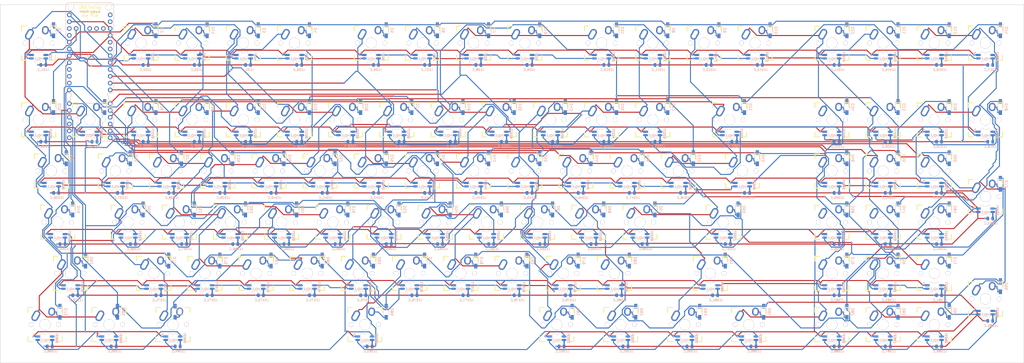
<source format=kicad_pcb>
(kicad_pcb (version 20171130) (host pcbnew 5.1.6)
  (layers (0 F.Cu signal) (31 B.Cu signal) (34 B.Paste user) (35 F.Paste user) (36 B.SilkS user) (37 F.SilkS user) (38 B.Mask user) (39 F.Mask user) (44 Edge.Cuts user))
  (net 0 "")
  (net 1 "Net-(D1-Pad2)")
  (net 2 /row0)
  (net 3 "Net-(D2-Pad2)")
  (net 4 "Net-(D3-Pad2)")
  (net 5 "Net-(D4-Pad2)")
  (net 6 "Net-(D5-Pad2)")
  (net 7 "Net-(D6-Pad2)")
  (net 8 "Net-(D7-Pad2)")
  (net 9 "Net-(D8-Pad2)")
  (net 10 /row1)
  (net 11 "Net-(D9-Pad2)")
  (net 12 "Net-(D10-Pad2)")
  (net 13 "Net-(D11-Pad2)")
  (net 14 "Net-(D12-Pad2)")
  (net 15 "Net-(D13-Pad2)")
  (net 16 /row2)
  (net 17 "Net-(D14-Pad2)")
  (net 18 "Net-(D15-Pad2)")
  (net 19 "Net-(D16-Pad2)")
  (net 20 "Net-(D17-Pad2)")
  (net 21 "Net-(D18-Pad2)")
  (net 22 "Net-(D19-Pad2)")
  (net 23 "Net-(D20-Pad2)")
  (net 24 "Net-(D21-Pad2)")
  (net 25 "Net-(D22-Pad2)")
  (net 26 "Net-(D23-Pad2)")
  (net 27 "Net-(D24-Pad2)")
  (net 28 /row3)
  (net 29 "Net-(D25-Pad2)")
  (net 30 "Net-(D26-Pad2)")
  (net 31 "Net-(D27-Pad2)")
  (net 32 "Net-(D28-Pad2)")
  (net 33 "Net-(D29-Pad2)")
  (net 34 "Net-(D30-Pad2)")
  (net 35 "Net-(D31-Pad2)")
  (net 36 "Net-(D32-Pad2)")
  (net 37 /row4)
  (net 38 "Net-(D33-Pad2)")
  (net 39 "Net-(D34-Pad2)")
  (net 40 "Net-(D35-Pad2)")
  (net 41 "Net-(D36-Pad2)")
  (net 42 "Net-(D37-Pad2)")
  (net 43 "Net-(D38-Pad2)")
  (net 44 "Net-(D39-Pad2)")
  (net 45 "Net-(D40-Pad2)")
  (net 46 "Net-(D41-Pad2)")
  (net 47 "Net-(D42-Pad2)")
  (net 48 "Net-(D43-Pad2)")
  (net 49 /row5)
  (net 50 "Net-(D44-Pad2)")
  (net 51 "Net-(D45-Pad2)")
  (net 52 "Net-(D46-Pad2)")
  (net 53 "Net-(D47-Pad2)")
  (net 54 "Net-(D48-Pad2)")
  (net 55 "Net-(D49-Pad2)")
  (net 56 "Net-(D50-Pad2)")
  (net 57 "Net-(D51-Pad2)")
  (net 58 "Net-(D52-Pad2)")
  (net 59 "Net-(D53-Pad2)")
  (net 60 "Net-(D54-Pad2)")
  (net 61 "Net-(D55-Pad2)")
  (net 62 "Net-(D56-Pad2)")
  (net 63 "Net-(D57-Pad2)")
  (net 64 "Net-(D58-Pad2)")
  (net 65 "Net-(D59-Pad2)")
  (net 66 "Net-(D60-Pad2)")
  (net 67 /row6)
  (net 68 "Net-(D61-Pad2)")
  (net 69 "Net-(D62-Pad2)")
  (net 70 "Net-(D63-Pad2)")
  (net 71 "Net-(D64-Pad2)")
  (net 72 "Net-(D65-Pad2)")
  (net 73 "Net-(D66-Pad2)")
  (net 74 "Net-(D67-Pad2)")
  (net 75 "Net-(D68-Pad2)")
  (net 76 /row7)
  (net 77 "Net-(D69-Pad2)")
  (net 78 "Net-(D70-Pad2)")
  (net 79 "Net-(D71-Pad2)")
  (net 80 "Net-(D72-Pad2)")
  (net 81 "Net-(D73-Pad2)")
  (net 82 "Net-(D74-Pad2)")
  (net 83 "Net-(D75-Pad2)")
  (net 84 "Net-(D76-Pad2)")
  (net 85 "Net-(D77-Pad2)")
  (net 86 "Net-(D78-Pad2)")
  (net 87 "Net-(D79-Pad2)")
  (net 88 "Net-(D80-Pad2)")
  (net 89 "Net-(D81-Pad2)")
  (net 90 "Net-(D82-Pad2)")
  (net 91 "Net-(D83-Pad2)")
  (net 92 "Net-(D84-Pad2)")
  (net 93 "Net-(D85-Pad2)")
  (net 94 "Net-(D86-Pad2)")
  (net 95 "Net-(D87-Pad2)")
  (net 96 "Net-(D88-Pad2)")
  (net 97 "Net-(D89-Pad2)")
  (net 98 "Net-(D90-Pad2)")
  (net 99 "Net-(D91-Pad2)")
  (net 100 "Net-(D92-Pad2)")
  (net 101 "Net-(D93-Pad2)")
  (net 102 "Net-(D94-Pad2)")
  (net 103 "Net-(D95-Pad2)")
  (net 104 "Net-(D96-Pad2)")
  (net 105 /col0)
  (net 106 /col1)
  (net 107 /col2)
  (net 108 /col3)
  (net 109 /col4)
  (net 110 /col5)
  (net 111 /col6)
  (net 112 /col7)
  (net 113 /col8)
  (net 114 /col9)
  (net 115 /col10)
  (net 116 /col11)
  (net 117 /GND)
  (net 118 /5V)
  (net 119 /SIG_1)
  (net 120 /SIG_2)
  (net 121 /SIG_3)
  (net 122 /SIG_4)
  (net 123 /SIG_5)
  (net 124 /SIG_6)
  (net 125 /SIG_7)
  (net 126 /SIG_8)
  (net 127 /SIG_9)
  (net 128 /SIG_10)
  (net 129 /SIG_11)
  (net 130 /SIG_12)
  (net 131 /SIG_13)
  (net 132 /SIG_14)
  (net 133 /SIG_15)
  (net 134 /SIG_16)
  (net 135 /SIG_17)
  (net 136 /SIG_18)
  (net 137 /SIG_19)
  (net 138 /SIG_20)
  (net 139 /SIG_21)
  (net 140 /SIG_22)
  (net 141 /SIG_23)
  (net 142 /SIG_24)
  (net 143 /SIG_25)
  (net 144 /SIG_26)
  (net 145 /SIG_27)
  (net 146 /SIG_28)
  (net 147 /SIG_29)
  (net 148 /SIG_30)
  (net 149 /SIG_31)
  (net 150 /SIG_32)
  (net 151 /SIG_33)
  (net 152 /SIG_34)
  (net 153 /SIG_35)
  (net 154 /SIG_36)
  (net 155 /SIG_37)
  (net 156 /SIG_38)
  (net 157 /SIG_39)
  (net 158 /SIG_40)
  (net 159 /SIG_41)
  (net 160 /SIG_42)
  (net 161 /SIG_43)
  (net 162 /SIG_44)
  (net 163 /SIG_45)
  (net 164 /SIG_46)
  (net 165 /SIG_47)
  (net 166 /SIG_48)
  (net 167 /SIG_49)
  (net 168 /SIG_50)
  (net 169 /SIG_51)
  (net 170 /SIG_52)
  (net 171 /SIG_53)
  (net 172 /SIG_54)
  (net 173 /SIG_55)
  (net 174 /SIG_56)
  (net 175 /SIG_57)
  (net 176 /SIG_58)
  (net 177 /SIG_59)
  (net 178 /SIG_60)
  (net 179 /SIG_61)
  (net 180 /SIG_62)
  (net 181 /SIG_63)
  (net 182 /SIG_64)
  (net 183 /SIG_65)
  (net 184 /SIG_66)
  (net 185 /SIG_67)
  (net 186 /SIG_68)
  (net 187 /SIG_69)
  (net 188 /SIG_70)
  (net 189 /SIG_71)
  (net 190 /SIG_72)
  (net 191 /SIG_73)
  (net 192 /SIG_74)
  (net 193 /SIG_75)
  (net 194 /SIG_76)
  (net 195 /SIG_77)
  (net 196 /SIG_78)
  (net 197 /SIG_79)
  (net 198 /SIG_80)
  (net 199 /SIG_81)
  (net 200 /SIG_82)
  (net 201 /SIG_83)
  (net 202 /SIG_84)
  (net 203 /SIG_85)
  (net 204 /SIG_86)
  (net 205 /SIG_87)
  (net 206 /SIG_88)
  (net 207 /SIG_89)
  (net 208 /SIG_90)
  (net 209 /SIG_91)
  (net 210 /SIG_92)
  (net 211 /SIG_93)
  (net 212 /SIG_94)
  (net 213 /SIG_95)
  (net 214 /SIG_0)
  (net 215 /SIG_96)
  (net 216 "Net-(U1-PadA10)")
  (net 217 "Net-(U1-PadA9)")
  (net 218 "Net-(U1-PadD+)")
  (net 219 "Net-(U1-PadB7)")
  (net 220 "Net-(U1-PadB6)")
  (net 221 "Net-(U1-PadD-)")
  (net 222 "Net-(U1-PadCHRG)")
  (net 223 "Net-(U1-PadDFU)")
  (net 224 "Net-(U1-Pad3.3V)")
  (net 225 "Net-(U1-PadB14)")
  (net 226 "Net-(U1-PadB15)")
  (net 227 "Net-(U1-PadB13)")
  (net 228 "Net-(U1-PadA14)")
  (net 229 "Net-(U1-PadA13)")
  (net 230 "Net-(U1-PadRST)")
  (module qmk_hardware-master:proton_c (layer B.Cu) (at 47.625 61.912 180)
    (fp_text reference U1 (at 0.01 -3.39) (layer B.SilkS) (effects (justify mirror)))
    (fp_text value proton_c)
    (fp_text user "the PCB" (at -0.05 14.98) (layer F.SilkS))
    (fp_text user "away from" (at -0.05 16.48) (layer B.SilkS) (effects (justify mirror)))
    (fp_text user "the PCB" (at -0.05 14.98) (layer F.SilkS))
    (fp_text user towards (at -0.05 16.48) (layer F.SilkS))
    (fp_text user "USB facing" (at -0.05 17.98) (layer F.SilkS))
    (fp_text user "USB facing" (at -0.05 17.98) (layer F.SilkS))
    (pad RST thru_hole circle (at 7.615 -30.47 180) (size 1.7 1.7) (drill 1) (layers *.Cu *.Mask) (net 230 "Net-(U1-PadRST)"))
    (pad A13 thru_hole circle (at 7.615 -27.93 180) (size 1.7 1.7) (drill 1) (layers *.Cu *.Mask) (net 229 "Net-(U1-PadA13)"))
    (pad B12 thru_hole circle (at 7.615 -22.85 180) (size 1.7 1.7) (drill 1) (layers *.Cu *.Mask) (net 76 /row7))
    (pad A14 thru_hole circle (at 7.615 -25.39 180) (size 1.7 1.7) (drill 1) (layers *.Cu *.Mask) (net 228 "Net-(U1-PadA14)"))
    (pad B10 thru_hole circle (at 7.615 -17.77 180) (size 1.7 1.7) (drill 1) (layers *.Cu *.Mask) (net 49 /row5))
    (pad B11 thru_hole circle (at 7.615 -20.31 180) (size 1.7 1.7) (drill 1) (layers *.Cu *.Mask) (net 67 /row6))
    (pad B9 thru_hole circle (at 7.615 -12.69 180) (size 1.7 1.7) (drill 1) (layers *.Cu *.Mask) (net 37 /row4))
    (pad B13 thru_hole circle (at 7.615 -5.07 180) (size 1.7 1.7) (drill 1) (layers *.Cu *.Mask) (net 227 "Net-(U1-PadB13)"))
    (pad B15 thru_hole circle (at 7.615 -10.15 180) (size 1.7 1.7) (drill 1) (layers *.Cu *.Mask) (net 226 "Net-(U1-PadB15)"))
    (pad B14 thru_hole circle (at 7.615 -7.61 180) (size 1.7 1.7) (drill 1) (layers *.Cu *.Mask) (net 225 "Net-(U1-PadB14)"))
    (pad B8 thru_hole circle (at 7.615 -2.53 180) (size 1.7 1.7) (drill 1) (layers *.Cu *.Mask) (net 28 /row3))
    (pad A0 thru_hole circle (at 7.615 0.01 180) (size 1.7 1.7) (drill 1) (layers *.Cu *.Mask) (net 16 /row2))
    (pad A1 thru_hole circle (at 7.615 2.55 180) (size 1.7 1.7) (drill 1) (layers *.Cu *.Mask) (net 10 /row1))
    (pad 3.3V thru_hole circle (at 7.615 7.63 180) (size 1.7 1.7) (drill 1) (layers *.Cu *.Mask) (net 224 "Net-(U1-Pad3.3V)"))
    (pad A3_5v thru_hole circle (at 5.075 10.17 180) (size 1.7 1.7) (drill 1) (layers *.Cu *.Mask) (net 214 /SIG_0))
    (pad A2 thru_hole circle (at 7.615 5.09 180) (size 1.7 1.7) (drill 1) (layers *.Cu *.Mask) (net 2 /row0))
    (pad DFU thru_hole circle (at 7.615 10.17 180) (size 1.7 1.7) (drill 1) (layers *.Cu *.Mask) (net 223 "Net-(U1-PadDFU)"))
    (pad GND thru_hole circle (at 7.615 12.71 180) (size 1.7 1.7) (drill 1) (layers *.Cu *.Mask) (net 117 /GND))
    (pad A4 thru_hole circle (at -7.6 -17.77 180) (size 1.7 1.7) (drill 1) (layers *.Cu *.Mask) (net 111 /col6))
    (pad A15 thru_hole circle (at -7.6 -30.47 180) (size 1.7 1.7) (drill 1) (layers *.Cu *.Mask) (net 116 /col11))
    (pad A6 thru_hole circle (at -7.6 -22.85 180) (size 1.7 1.7) (drill 1) (layers *.Cu *.Mask) (net 113 /col8))
    (pad A8 thru_hole circle (at -7.6 -27.93 180) (size 1.7 1.7) (drill 1) (layers *.Cu *.Mask) (net 115 /col10))
    (pad A7 thru_hole circle (at -7.6 -25.39 180) (size 1.7 1.7) (drill 1) (layers *.Cu *.Mask) (net 114 /col9))
    (pad A5 thru_hole circle (at -7.6 -20.31 180) (size 1.7 1.7) (drill 1) (layers *.Cu *.Mask) (net 112 /col7))
    (pad B0 thru_hole circle (at -7.6 -12.69 180) (size 1.7 1.7) (drill 1) (layers *.Cu *.Mask) (net 110 /col5))
    (pad B1 thru_hole circle (at -7.6 -10.15 180) (size 1.7 1.7) (drill 1) (layers *.Cu *.Mask) (net 109 /col4))
    (pad B2 thru_hole circle (at -7.6 -7.61 180) (size 1.7 1.7) (drill 1) (layers *.Cu *.Mask) (net 108 /col3))
    (pad B3 thru_hole circle (at -7.6 -5.07 180) (size 1.7 1.7) (drill 1) (layers *.Cu *.Mask) (net 107 /col2))
    (pad B4 thru_hole circle (at -7.6 -2.53 180) (size 1.7 1.7) (drill 1) (layers *.Cu *.Mask) (net 106 /col1))
    (pad B5 thru_hole circle (at -7.6 0.01 180) (size 1.7 1.7) (drill 1) (layers *.Cu *.Mask) (net 105 /col0))
    (pad CHRG thru_hole circle (at 0.02 10.17 180) (size 1.7 1.7) (drill 1) (layers *.Cu *.Mask) (net 222 "Net-(U1-PadCHRG)"))
    (pad D- thru_hole circle (at -2.52 10.17 180) (size 1.7 1.7) (drill 1) (layers *.Cu *.Mask) (net 221 "Net-(U1-PadD-)"))
    (pad B6 thru_hole circle (at -7.6 2.55 180) (size 1.7 1.7) (drill 1) (layers *.Cu *.Mask) (net 220 "Net-(U1-PadB6)"))
    (pad B7 thru_hole circle (at -7.6 5.09 180) (size 1.7 1.7) (drill 1) (layers *.Cu *.Mask) (net 219 "Net-(U1-PadB7)"))
    (pad GND thru_hole circle (at -7.6 7.63 180) (size 1.7 1.7) (drill 1) (layers *.Cu *.Mask) (net 117 /GND))
    (pad GND thru_hole circle (at -7.6 10.17 180) (size 1.7 1.7) (drill 1) (layers *.Cu *.Mask) (net 117 /GND))
    (pad D+ thru_hole circle (at -5.06 10.17 180) (size 1.7 1.7) (drill 1) (layers *.Cu *.Mask) (net 218 "Net-(U1-PadD+)"))
    (pad A9 thru_hole circle (at -7.6 15.25 180) (size 1.7 1.7) (drill 1) (layers *.Cu *.Mask) (net 217 "Net-(U1-PadA9)"))
    (pad SCRE thru_hole circle (at -6.9904 18.0748 180) (size 2.2 2.2) (drill 2.2) (layers *.Cu *.Mask))
    (pad SCRE thru_hole circle (at 7.005 18.0748 180) (size 2.2 2.2) (drill 2.2) (layers *.Cu *.Mask))
    (pad A10 thru_hole circle (at -7.6 12.71 180) (size 1.7 1.7) (drill 1) (layers *.Cu *.Mask) (net 216 "Net-(U1-PadA10)"))
    (pad 5V thru_hole circle (at 7.615 15.25 180) (size 1.7 1.7) (drill 1) (layers *.Cu *.Mask) (net 118 /5V))
  )
  (module Keebio-Parts:MX-1U-KS6812Mini-E (layer F.Cu) (at 242.887 142.875)
    (fp_text reference LED80)
    (fp_text value SK6812Mini-E)
    (fp_line (start -1.7 3.58) (end -1.7 6.58) (layer Edge.Cuts) (width 0.12))
    (fp_line (start 1.7 6.58) (end 1.7 3.58) (layer Edge.Cuts) (width 0.12))
    (fp_line (start -0.7 6.58) (end 0.7 6.58) (layer Edge.Cuts) (width 0.12))
    (fp_line (start -0.7 3.58) (end 0.7 3.58) (layer Edge.Cuts) (width 0.12))
    (fp_text user HOLE (at 0 5.842) (layer B.SilkS) (effects (font (size 0.8 0.8)) (justify mirror)))
    (fp_text user %R (at 4.432 5.08 90) (layer B.SilkS) (effects (font (size 0.8128 0.8128) (thickness 0.1524)) (justify mirror)))
    (fp_arc (start -1.2 3.58) (end -0.7 3.58) (angle -180) (layer Edge.Cuts) (width 0.12))
    (fp_arc (start 1.2 3.58) (end 1.7 3.58) (angle -180) (layer Edge.Cuts) (width 0.12))
    (fp_arc (start 1.2 6.58) (end 0.7 6.58) (angle -180) (layer Edge.Cuts) (width 0.12))
    (fp_arc (start -1.2 6.58) (end -1.7 6.58) (angle -180) (layer Edge.Cuts) (width 0.12))
    (fp_text user %R (at 4.432 5.08 90) (layer B.SilkS) (effects (font (size 0.8128 0.8128) (thickness 0.1524)) (justify mirror)))
    (fp_text user %R_C (at -0.64375 9.9375 180) (layer B.SilkS) (effects (font (size 0.8128 0.8128) (thickness 0.1524)) (justify right mirror)))
    (pad "" smd rect (at -2.7 4.44) (size 1.8 0.82) (layers B.Cu B.Paste B.Mask))
    (pad "" smd oval (at 2.7 5.72) (size 1.8 0.82) (layers B.Cu B.Paste B.Mask))
    (pad 2 smd oval (at 2.7 4.44) (size 1.8 0.82) (layers B.Cu B.Paste B.Mask) (net 198 /SIG_80))
    (pad 4 smd oval (at -2.7 5.72) (size 1.8 0.82) (layers B.Cu B.Paste B.Mask) (net 197 /SIG_79))
    (pad "" smd roundrect (at 2.7155 8.1534 180) (size 0.975 1.4) (layers B.Cu B.Paste B.Mask))
    (pad "" smd roundrect (at 0.8405 8.1534 180) (size 0.975 1.4) (layers B.Cu B.Paste B.Mask))
    (pad "" smd custom (at 2.7155 8.1534) (size 0.975 0.975) (layers B.Cu) (options (clearance outline) (anchor circle)) (primitives (gr_line (start 0.0095 -2.3144) (end 0.0095 -0.0284) (width 0.5))))
    (pad 1 thru_hole circle (at -0.254 8.128) (size 0.6096 0.6096) (drill 0.3048) (layers *.Cu *.Mask) (net 118 /5V))
    (pad "" smd custom (at 0.762 8.128) (size 0.5 0.5) (layers B.Cu B.Paste B.Mask) (options (clearance outline) (anchor circle)) (primitives (gr_line (start -1.016 0) (end 0 0) (width 0.381))))
    (pad "" smd custom (at -3.189416 4.414496) (size 0.5 0.5) (layers B.Cu B.Paste B.Mask) (options (clearance outline) (anchor circle)) (primitives (gr_line (start -1.016 0) (end 0 0) (width 0.381))))
    (pad 3 thru_hole circle (at -4.318 4.414) (size 0.6096 0.6096) (drill 0.3048) (layers *.Cu *.Mask) (net 117 /GND))
  )
  (module Keyboard:MXALPS_1.25U (layer F.Cu) (at 269.082 161.925)
    (fp_text reference SW93 hide)
    (fp_text value Menu_125 hide)
    (pad SW2 thru_hole oval (at 2.52 -4.79 356.1) (size 2.5 3.08) (drill oval 1.5 2.08) (layers *.Cu *.Mask) (net 101 "Net-(D93-Pad2)"))
    (pad SW1 thru_hole oval (at -3.405 -3.27 331) (size 2.5 4.17) (drill oval 1.5 3.17) (layers *.Cu *.Mask) (net 113 /col8))
    (pad "" np_thru_hole circle (at 5.08 0) (size 1.70181 1.70181) (drill 1.7018) (layers *.Cu *.Mask) (clearance 0.1524))
    (pad "" np_thru_hole circle (at -5.08 0) (size 1.70181 1.70181) (drill 1.7018) (layers *.Cu *.Mask) (clearance 0.1524))
    (pad "" np_thru_hole circle (at 0 0) (size 3.98781 3.98781) (drill 3.9878) (layers *.Cu *.Mask) (clearance 0.1524))
  )
  (module "SMD Diodes:D_SOD-123_HandSoldering" (layer B.Cu) (at 34.1312 52.388 270)
    (fp_text reference D1 (at 0 -2.2392 90) (layer B.SilkS) (effects (justify mirror)))
    (fp_text value D)
    (pad 1 smd rect (at -2.075 0 270) (size 1.75 1.2) (layers B.Cu B.Paste B.Mask) (net 2 /row0))
    (pad 2 smd rect (at 2.075 0 270) (size 1.75 1.2) (layers B.Cu B.Paste B.Mask) (net 1 "Net-(D1-Pad2)"))
  )
  (module "SMD Diodes:D_SOD-123_HandSoldering" (layer B.Cu) (at 72.2312 52.388 270)
    (fp_text reference D2 (at 0 -2.2392 90) (layer B.SilkS) (effects (justify mirror)))
    (fp_text value D)
    (pad 1 smd rect (at -2.075 0 270) (size 1.75 1.2) (layers B.Cu B.Paste B.Mask) (net 2 /row0))
    (pad 2 smd rect (at 2.075 0 270) (size 1.75 1.2) (layers B.Cu B.Paste B.Mask) (net 3 "Net-(D2-Pad2)"))
  )
  (module "SMD Diodes:D_SOD-123_HandSoldering" (layer B.Cu) (at 110.331 52.388 270)
    (fp_text reference D3 (at 0 -2.2392 270) (layer B.SilkS) (effects (justify mirror)))
    (fp_text value D)
    (pad 1 smd rect (at -2.075 0 270) (size 1.75 1.2) (layers B.Cu B.Paste B.Mask) (net 2 /row0))
    (pad 2 smd rect (at 2.075 0 270) (size 1.75 1.2) (layers B.Cu B.Paste B.Mask) (net 4 "Net-(D3-Pad2)"))
  )
  (module "SMD Diodes:D_SOD-123_HandSoldering" (layer B.Cu) (at 129.381 52.388 270)
    (fp_text reference D4 (at 0 -2.2392 270) (layer B.SilkS) (effects (justify mirror)))
    (fp_text value D)
    (pad 1 smd rect (at -2.075 0 270) (size 1.75 1.2) (layers B.Cu B.Paste B.Mask) (net 2 /row0))
    (pad 2 smd rect (at 2.075 0 270) (size 1.75 1.2) (layers B.Cu B.Paste B.Mask) (net 5 "Net-(D4-Pad2)"))
  )
  (module "SMD Diodes:D_SOD-123_HandSoldering" (layer B.Cu) (at 157.956 52.388 270)
    (fp_text reference D5 (at 0 -2.2392 270) (layer B.SilkS) (effects (justify mirror)))
    (fp_text value D)
    (pad 1 smd rect (at -2.075 0 270) (size 1.75 1.2) (layers B.Cu B.Paste B.Mask) (net 2 /row0))
    (pad 2 smd rect (at 2.075 0 270) (size 1.75 1.2) (layers B.Cu B.Paste B.Mask) (net 6 "Net-(D5-Pad2)"))
  )
  (module "SMD Diodes:D_SOD-123_HandSoldering" (layer B.Cu) (at 177.006 52.388 270)
    (fp_text reference D6 (at 0 -2.2392 270) (layer B.SilkS) (effects (justify mirror)))
    (fp_text value D)
    (pad 1 smd rect (at -2.075 0 270) (size 1.75 1.2) (layers B.Cu B.Paste B.Mask) (net 2 /row0))
    (pad 2 smd rect (at 2.075 0 270) (size 1.75 1.2) (layers B.Cu B.Paste B.Mask) (net 7 "Net-(D6-Pad2)"))
  )
  (module "SMD Diodes:D_SOD-123_HandSoldering" (layer B.Cu) (at 196.056 52.388 270)
    (fp_text reference D7 (at 0 -2.2392 270) (layer B.SilkS) (effects (justify mirror)))
    (fp_text value D)
    (pad 1 smd rect (at -2.075 0 270) (size 1.75 1.2) (layers B.Cu B.Paste B.Mask) (net 2 /row0))
    (pad 2 smd rect (at 2.075 0 270) (size 1.75 1.2) (layers B.Cu B.Paste B.Mask) (net 8 "Net-(D7-Pad2)"))
  )
  (module "SMD Diodes:D_SOD-123_HandSoldering" (layer B.Cu) (at 215.106 52.388 270)
    (fp_text reference D19 (at 0 -2.2392 270) (layer B.SilkS) (effects (justify mirror)))
    (fp_text value D)
    (pad 1 smd rect (at -2.075 0 270) (size 1.75 1.2) (layers B.Cu B.Paste B.Mask) (net 10 /row1))
    (pad 2 smd rect (at 2.075 0 270) (size 1.75 1.2) (layers B.Cu B.Paste B.Mask) (net 22 "Net-(D19-Pad2)"))
  )
  (module "SMD Diodes:D_SOD-123_HandSoldering" (layer B.Cu) (at 262.731 52.388 270)
    (fp_text reference D8 (at 0 -2.2392 270) (layer B.SilkS) (effects (justify mirror)))
    (fp_text value D)
    (pad 1 smd rect (at -2.075 0 270) (size 1.75 1.2) (layers B.Cu B.Paste B.Mask) (net 2 /row0))
    (pad 2 smd rect (at 2.075 0 270) (size 1.75 1.2) (layers B.Cu B.Paste B.Mask) (net 9 "Net-(D8-Pad2)"))
  )
  (module "SMD Diodes:D_SOD-123_HandSoldering" (layer B.Cu) (at 281.781 52.388 270)
    (fp_text reference D9 (at 0 -2.2392 270) (layer B.SilkS) (effects (justify mirror)))
    (fp_text value D)
    (pad 1 smd rect (at -2.075 0 270) (size 1.75 1.2) (layers B.Cu B.Paste B.Mask) (net 2 /row0))
    (pad 2 smd rect (at 2.075 0 270) (size 1.75 1.2) (layers B.Cu B.Paste B.Mask) (net 11 "Net-(D9-Pad2)"))
  )
  (module "SMD Diodes:D_SOD-123_HandSoldering" (layer B.Cu) (at 300.831 52.388 270)
    (fp_text reference D10 (at 0 -2.2392 270) (layer B.SilkS) (effects (justify mirror)))
    (fp_text value D)
    (pad 1 smd rect (at -2.075 0 270) (size 1.75 1.2) (layers B.Cu B.Paste B.Mask) (net 2 /row0))
    (pad 2 smd rect (at 2.075 0 270) (size 1.75 1.2) (layers B.Cu B.Paste B.Mask) (net 12 "Net-(D10-Pad2)"))
  )
  (module "SMD Diodes:D_SOD-123_HandSoldering" (layer B.Cu) (at 329.406 52.388 270)
    (fp_text reference D22 (at 0 -2.2392 270) (layer B.SilkS) (effects (justify mirror)))
    (fp_text value D)
    (pad 1 smd rect (at -2.075 0 270) (size 1.75 1.2) (layers B.Cu B.Paste B.Mask) (net 10 /row1))
    (pad 2 smd rect (at 2.075 0 270) (size 1.75 1.2) (layers B.Cu B.Paste B.Mask) (net 25 "Net-(D22-Pad2)"))
  )
  (module "SMD Diodes:D_SOD-123_HandSoldering" (layer B.Cu) (at 329.406 80.963 270)
    (fp_text reference D34 (at 0 -2.2392 270) (layer B.SilkS) (effects (justify mirror)))
    (fp_text value D)
    (pad 1 smd rect (at -2.075 0 270) (size 1.75 1.2) (layers B.Cu B.Paste B.Mask) (net 16 /row2))
    (pad 2 smd rect (at 2.075 0 270) (size 1.75 1.2) (layers B.Cu B.Paste B.Mask) (net 39 "Net-(D34-Pad2)"))
  )
  (module "SMD Diodes:D_SOD-123_HandSoldering" (layer B.Cu) (at 348.456 52.388 270)
    (fp_text reference D11 (at 0 -2.2392 270) (layer B.SilkS) (effects (justify mirror)))
    (fp_text value D)
    (pad 1 smd rect (at -2.075 0 270) (size 1.75 1.2) (layers B.Cu B.Paste B.Mask) (net 2 /row0))
    (pad 2 smd rect (at 2.075 0 270) (size 1.75 1.2) (layers B.Cu B.Paste B.Mask) (net 13 "Net-(D11-Pad2)"))
  )
  (module "SMD Diodes:D_SOD-123_HandSoldering" (layer B.Cu) (at 348.456 80.963 270)
    (fp_text reference D23 (at 0 -2.2392 270) (layer B.SilkS) (effects (justify mirror)))
    (fp_text value D)
    (pad 1 smd rect (at -2.075 0 270) (size 1.75 1.2) (layers B.Cu B.Paste B.Mask) (net 10 /row1))
    (pad 2 smd rect (at 2.075 0 270) (size 1.75 1.2) (layers B.Cu B.Paste B.Mask) (net 26 "Net-(D23-Pad2)"))
  )
  (module "SMD Diodes:D_SOD-123_HandSoldering" (layer B.Cu) (at 367.506 52.388 270)
    (fp_text reference D12 (at 0 -2.2392 270) (layer B.SilkS) (effects (justify mirror)))
    (fp_text value D)
    (pad 1 smd rect (at -2.075 0 270) (size 1.75 1.2) (layers B.Cu B.Paste B.Mask) (net 2 /row0))
    (pad 2 smd rect (at 2.075 0 270) (size 1.75 1.2) (layers B.Cu B.Paste B.Mask) (net 14 "Net-(D12-Pad2)"))
  )
  (module "SMD Diodes:D_SOD-123_HandSoldering" (layer B.Cu) (at 386.556 52.388 270)
    (fp_text reference D24 (at 0 -2.2392 270) (layer B.SilkS) (effects (justify mirror)))
    (fp_text value D)
    (pad 1 smd rect (at -2.075 0 270) (size 1.75 1.2) (layers B.Cu B.Paste B.Mask) (net 10 /row1))
    (pad 2 smd rect (at 2.075 0 270) (size 1.75 1.2) (layers B.Cu B.Paste B.Mask) (net 27 "Net-(D24-Pad2)"))
  )
  (module "SMD Diodes:D_SOD-123_HandSoldering" (layer B.Cu) (at 53.1812 80.963 270)
    (fp_text reference D13 (at 0 -2.2392 270) (layer B.SilkS) (effects (justify mirror)))
    (fp_text value D)
    (pad 1 smd rect (at -2.075 0 270) (size 1.75 1.2) (layers B.Cu B.Paste B.Mask) (net 10 /row1))
    (pad 2 smd rect (at 2.075 0 270) (size 1.75 1.2) (layers B.Cu B.Paste B.Mask) (net 15 "Net-(D13-Pad2)"))
  )
  (module "SMD Diodes:D_SOD-123_HandSoldering" (layer B.Cu) (at 91.281 52.388 270)
    (fp_text reference D14 (at 0 -2.2392 270) (layer B.SilkS) (effects (justify mirror)))
    (fp_text value D)
    (pad 1 smd rect (at -2.075 0 270) (size 1.75 1.2) (layers B.Cu B.Paste B.Mask) (net 10 /row1))
    (pad 2 smd rect (at 2.075 0 270) (size 1.75 1.2) (layers B.Cu B.Paste B.Mask) (net 17 "Net-(D14-Pad2)"))
  )
  (module "SMD Diodes:D_SOD-123_HandSoldering" (layer B.Cu) (at 110.331 80.963 270)
    (fp_text reference D15 (at 0 -2.2392 270) (layer B.SilkS) (effects (justify mirror)))
    (fp_text value D)
    (pad 1 smd rect (at -2.075 0 270) (size 1.75 1.2) (layers B.Cu B.Paste B.Mask) (net 10 /row1))
    (pad 2 smd rect (at 2.075 0 270) (size 1.75 1.2) (layers B.Cu B.Paste B.Mask) (net 18 "Net-(D15-Pad2)"))
  )
  (module "SMD Diodes:D_SOD-123_HandSoldering" (layer B.Cu) (at 129.381 80.963 270)
    (fp_text reference D16 (at 0 -2.2392 270) (layer B.SilkS) (effects (justify mirror)))
    (fp_text value D)
    (pad 1 smd rect (at -2.075 0 270) (size 1.75 1.2) (layers B.Cu B.Paste B.Mask) (net 10 /row1))
    (pad 2 smd rect (at 2.075 0 270) (size 1.75 1.2) (layers B.Cu B.Paste B.Mask) (net 19 "Net-(D16-Pad2)"))
  )
  (module "SMD Diodes:D_SOD-123_HandSoldering" (layer B.Cu) (at 167.481 80.963 270)
    (fp_text reference D17 (at 0 -2.2392 270) (layer B.SilkS) (effects (justify mirror)))
    (fp_text value D)
    (pad 1 smd rect (at -2.075 0 270) (size 1.75 1.2) (layers B.Cu B.Paste B.Mask) (net 10 /row1))
    (pad 2 smd rect (at 2.075 0 270) (size 1.75 1.2) (layers B.Cu B.Paste B.Mask) (net 20 "Net-(D17-Pad2)"))
  )
  (module "SMD Diodes:D_SOD-123_HandSoldering" (layer B.Cu) (at 157.956 100.013 270)
    (fp_text reference D29 (at 0 -2.2392 270) (layer B.SilkS) (effects (justify mirror)))
    (fp_text value D)
    (pad 1 smd rect (at -2.075 0 270) (size 1.75 1.2) (layers B.Cu B.Paste B.Mask) (net 16 /row2))
    (pad 2 smd rect (at 2.075 0 270) (size 1.75 1.2) (layers B.Cu B.Paste B.Mask) (net 33 "Net-(D29-Pad2)"))
  )
  (module "SMD Diodes:D_SOD-123_HandSoldering" (layer B.Cu) (at 177.006 100.013 270)
    (fp_text reference D41 (at 0 -2.2392 270) (layer B.SilkS) (effects (justify mirror)))
    (fp_text value D)
    (pad 1 smd rect (at -2.075 0 270) (size 1.75 1.2) (layers B.Cu B.Paste B.Mask) (net 28 /row3))
    (pad 2 smd rect (at 2.075 0 270) (size 1.75 1.2) (layers B.Cu B.Paste B.Mask) (net 46 "Net-(D41-Pad2)"))
  )
  (module "SMD Diodes:D_SOD-123_HandSoldering" (layer B.Cu) (at 186.531 80.963 270)
    (fp_text reference D18 (at 0 -2.2392 270) (layer B.SilkS) (effects (justify mirror)))
    (fp_text value D)
    (pad 1 smd rect (at -2.075 0 270) (size 1.75 1.2) (layers B.Cu B.Paste B.Mask) (net 10 /row1))
    (pad 2 smd rect (at 2.075 0 270) (size 1.75 1.2) (layers B.Cu B.Paste B.Mask) (net 21 "Net-(D18-Pad2)"))
  )
  (module "SMD Diodes:D_SOD-123_HandSoldering" (layer B.Cu) (at 205.581 80.963 270)
    (fp_text reference D30 (at 0 -2.2392 270) (layer B.SilkS) (effects (justify mirror)))
    (fp_text value D)
    (pad 1 smd rect (at -2.075 0 270) (size 1.75 1.2) (layers B.Cu B.Paste B.Mask) (net 16 /row2))
    (pad 2 smd rect (at 2.075 0 270) (size 1.75 1.2) (layers B.Cu B.Paste B.Mask) (net 34 "Net-(D30-Pad2)"))
  )
  (module "SMD Diodes:D_SOD-123_HandSoldering" (layer B.Cu) (at 243.681 52.388 270)
    (fp_text reference D31 (at 0 -2.2392 270) (layer B.SilkS) (effects (justify mirror)))
    (fp_text value D)
    (pad 1 smd rect (at -2.075 0 270) (size 1.75 1.2) (layers B.Cu B.Paste B.Mask) (net 16 /row2))
    (pad 2 smd rect (at 2.075 0 270) (size 1.75 1.2) (layers B.Cu B.Paste B.Mask) (net 35 "Net-(D31-Pad2)"))
  )
  (module "SMD Diodes:D_SOD-123_HandSoldering" (layer B.Cu) (at 243.681 80.963 270)
    (fp_text reference D20 (at 0 -2.2392 270) (layer B.SilkS) (effects (justify mirror)))
    (fp_text value D)
    (pad 1 smd rect (at -2.075 0 270) (size 1.75 1.2) (layers B.Cu B.Paste B.Mask) (net 10 /row1))
    (pad 2 smd rect (at 2.075 0 270) (size 1.75 1.2) (layers B.Cu B.Paste B.Mask) (net 23 "Net-(D20-Pad2)"))
  )
  (module "SMD Diodes:D_SOD-123_HandSoldering" (layer B.Cu) (at 291.306 80.963 270)
    (fp_text reference D21 (at 0 -2.2392 270) (layer B.SilkS) (effects (justify mirror)))
    (fp_text value D)
    (pad 1 smd rect (at -2.075 0 270) (size 1.75 1.2) (layers B.Cu B.Paste B.Mask) (net 10 /row1))
    (pad 2 smd rect (at 2.075 0 270) (size 1.75 1.2) (layers B.Cu B.Paste B.Mask) (net 24 "Net-(D21-Pad2)"))
  )
  (module "SMD Diodes:D_SOD-123_HandSoldering" (layer B.Cu) (at 272.256 100.013 270)
    (fp_text reference D33 (at 0 -2.2392 270) (layer B.SilkS) (effects (justify mirror)))
    (fp_text value D)
    (pad 1 smd rect (at -2.075 0 270) (size 1.75 1.2) (layers B.Cu B.Paste B.Mask) (net 16 /row2))
    (pad 2 smd rect (at 2.075 0 270) (size 1.75 1.2) (layers B.Cu B.Paste B.Mask) (net 38 "Net-(D33-Pad2)"))
  )
  (module "SMD Diodes:D_SOD-123_HandSoldering" (layer B.Cu) (at 329.406 100.013 270)
    (fp_text reference D46 (at 0 -2.2392 270) (layer B.SilkS) (effects (justify mirror)))
    (fp_text value D)
    (pad 1 smd rect (at -2.075 0 270) (size 1.75 1.2) (layers B.Cu B.Paste B.Mask) (net 28 /row3))
    (pad 2 smd rect (at 2.075 0 270) (size 1.75 1.2) (layers B.Cu B.Paste B.Mask) (net 52 "Net-(D46-Pad2)"))
  )
  (module "SMD Diodes:D_SOD-123_HandSoldering" (layer B.Cu) (at 329.406 119.063 270)
    (fp_text reference D58 (at 0 -2.2392 270) (layer B.SilkS) (effects (justify mirror)))
    (fp_text value D)
    (pad 1 smd rect (at -2.075 0 270) (size 1.75 1.2) (layers B.Cu B.Paste B.Mask) (net 37 /row4))
    (pad 2 smd rect (at 2.075 0 270) (size 1.75 1.2) (layers B.Cu B.Paste B.Mask) (net 64 "Net-(D58-Pad2)"))
  )
  (module "SMD Diodes:D_SOD-123_HandSoldering" (layer B.Cu) (at 348.456 100.013 270)
    (fp_text reference D35 (at 0 -2.2392 270) (layer B.SilkS) (effects (justify mirror)))
    (fp_text value D)
    (pad 1 smd rect (at -2.075 0 270) (size 1.75 1.2) (layers B.Cu B.Paste B.Mask) (net 16 /row2))
    (pad 2 smd rect (at 2.075 0 270) (size 1.75 1.2) (layers B.Cu B.Paste B.Mask) (net 40 "Net-(D35-Pad2)"))
  )
  (module "SMD Diodes:D_SOD-123_HandSoldering" (layer B.Cu) (at 367.506 80.963 270)
    (fp_text reference D36 (at 0 -2.2392 270) (layer B.SilkS) (effects (justify mirror)))
    (fp_text value D)
    (pad 1 smd rect (at -2.075 0 270) (size 1.75 1.2) (layers B.Cu B.Paste B.Mask) (net 16 /row2))
    (pad 2 smd rect (at 2.075 0 270) (size 1.75 1.2) (layers B.Cu B.Paste B.Mask) (net 41 "Net-(D36-Pad2)"))
  )
  (module "SMD Diodes:D_SOD-123_HandSoldering" (layer B.Cu) (at 386.556 80.963 270)
    (fp_text reference D48 (at 0 -2.2392 270) (layer B.SilkS) (effects (justify mirror)))
    (fp_text value D)
    (pad 1 smd rect (at -2.075 0 270) (size 1.75 1.2) (layers B.Cu B.Paste B.Mask) (net 28 /row3))
    (pad 2 smd rect (at 2.075 0 270) (size 1.75 1.2) (layers B.Cu B.Paste B.Mask) (net 54 "Net-(D48-Pad2)"))
  )
  (module "SMD Diodes:D_SOD-123_HandSoldering" (layer B.Cu) (at 34.1312 80.963 270)
    (fp_text reference D25 (at 0 -2.2392 270) (layer B.SilkS) (effects (justify mirror)))
    (fp_text value D)
    (pad 1 smd rect (at -2.075 0 270) (size 1.75 1.2) (layers B.Cu B.Paste B.Mask) (net 16 /row2))
    (pad 2 smd rect (at 2.075 0 270) (size 1.75 1.2) (layers B.Cu B.Paste B.Mask) (net 29 "Net-(D25-Pad2)"))
  )
  (module "SMD Diodes:D_SOD-123_HandSoldering" (layer B.Cu) (at 72.2312 80.963 270)
    (fp_text reference D26 (at 0 -2.2392 270) (layer B.SilkS) (effects (justify mirror)))
    (fp_text value D)
    (pad 1 smd rect (at -2.075 0 270) (size 1.75 1.2) (layers B.Cu B.Paste B.Mask) (net 16 /row2))
    (pad 2 smd rect (at 2.075 0 270) (size 1.75 1.2) (layers B.Cu B.Paste B.Mask) (net 30 "Net-(D26-Pad2)"))
  )
  (module "SMD Diodes:D_SOD-123_HandSoldering" (layer B.Cu) (at 81.7562 100.013 270)
    (fp_text reference D27 (at 0 -2.2392 270) (layer B.SilkS) (effects (justify mirror)))
    (fp_text value D)
    (pad 1 smd rect (at -2.075 0 270) (size 1.75 1.2) (layers B.Cu B.Paste B.Mask) (net 16 /row2))
    (pad 2 smd rect (at 2.075 0 270) (size 1.75 1.2) (layers B.Cu B.Paste B.Mask) (net 31 "Net-(D27-Pad2)"))
  )
  (module "SMD Diodes:D_SOD-123_HandSoldering" (layer B.Cu) (at 148.431 80.963 270)
    (fp_text reference D28 (at 0 -2.2392 270) (layer B.SilkS) (effects (justify mirror)))
    (fp_text value D)
    (pad 1 smd rect (at -2.075 0 270) (size 1.75 1.2) (layers B.Cu B.Paste B.Mask) (net 16 /row2))
    (pad 2 smd rect (at 2.075 0 270) (size 1.75 1.2) (layers B.Cu B.Paste B.Mask) (net 32 "Net-(D28-Pad2)"))
  )
  (module "SMD Diodes:D_SOD-123_HandSoldering" (layer B.Cu) (at 119.856 100.013 270)
    (fp_text reference D40 (at 0 -2.2392 270) (layer B.SilkS) (effects (justify mirror)))
    (fp_text value D)
    (pad 1 smd rect (at -2.075 0 270) (size 1.75 1.2) (layers B.Cu B.Paste B.Mask) (net 28 /row3))
    (pad 2 smd rect (at 2.075 0 270) (size 1.75 1.2) (layers B.Cu B.Paste B.Mask) (net 45 "Net-(D40-Pad2)"))
  )
  (module "SMD Diodes:D_SOD-123_HandSoldering" (layer B.Cu) (at 138.906 100.013 270)
    (fp_text reference D52 (at 0 -2.2392 270) (layer B.SilkS) (effects (justify mirror)))
    (fp_text value D)
    (pad 1 smd rect (at -2.075 0 270) (size 1.75 1.2) (layers B.Cu B.Paste B.Mask) (net 37 /row4))
    (pad 2 smd rect (at 2.075 0 270) (size 1.75 1.2) (layers B.Cu B.Paste B.Mask) (net 58 "Net-(D52-Pad2)"))
  )
  (module "SMD Diodes:D_SOD-123_HandSoldering" (layer B.Cu) (at 162.719 119.063 270)
    (fp_text reference D53 (at 0 -2.2392 270) (layer B.SilkS) (effects (justify mirror)))
    (fp_text value D)
    (pad 1 smd rect (at -2.075 0 270) (size 1.75 1.2) (layers B.Cu B.Paste B.Mask) (net 37 /row4))
    (pad 2 smd rect (at 2.075 0 270) (size 1.75 1.2) (layers B.Cu B.Paste B.Mask) (net 59 "Net-(D53-Pad2)"))
  )
  (module "SMD Diodes:D_SOD-123_HandSoldering" (layer B.Cu) (at 153.193 138.113 270)
    (fp_text reference D65 (at 0 -2.2392 270) (layer B.SilkS) (effects (justify mirror)))
    (fp_text value D)
    (pad 1 smd rect (at -2.075 0 270) (size 1.75 1.2) (layers B.Cu B.Paste B.Mask) (net 49 /row5))
    (pad 2 smd rect (at 2.075 0 270) (size 1.75 1.2) (layers B.Cu B.Paste B.Mask) (net 72 "Net-(D65-Pad2)"))
  )
  (module "SMD Diodes:D_SOD-123_HandSoldering" (layer B.Cu) (at 196.056 100.013 270)
    (fp_text reference D42 (at 0 -2.2392 270) (layer B.SilkS) (effects (justify mirror)))
    (fp_text value D)
    (pad 1 smd rect (at -2.075 0 270) (size 1.75 1.2) (layers B.Cu B.Paste B.Mask) (net 28 /row3))
    (pad 2 smd rect (at 2.075 0 270) (size 1.75 1.2) (layers B.Cu B.Paste B.Mask) (net 47 "Net-(D42-Pad2)"))
  )
  (module "SMD Diodes:D_SOD-123_HandSoldering" (layer B.Cu) (at 224.631 80.963 270)
    (fp_text reference D43 (at 0 -2.2392 270) (layer B.SilkS) (effects (justify mirror)))
    (fp_text value D)
    (pad 1 smd rect (at -2.075 0 270) (size 1.75 1.2) (layers B.Cu B.Paste B.Mask) (net 28 /row3))
    (pad 2 smd rect (at 2.075 0 270) (size 1.75 1.2) (layers B.Cu B.Paste B.Mask) (net 48 "Net-(D43-Pad2)"))
  )
  (module "SMD Diodes:D_SOD-123_HandSoldering" (layer B.Cu) (at 262.731 80.963 270)
    (fp_text reference D32 (at 0 -2.2392 270) (layer B.SilkS) (effects (justify mirror)))
    (fp_text value D)
    (pad 1 smd rect (at -2.075 0 270) (size 1.75 1.2) (layers B.Cu B.Paste B.Mask) (net 16 /row2))
    (pad 2 smd rect (at 2.075 0 270) (size 1.75 1.2) (layers B.Cu B.Paste B.Mask) (net 36 "Net-(D32-Pad2)"))
  )
  (module "SMD Diodes:D_SOD-123_HandSoldering" (layer B.Cu) (at 234.156 100.013 270)
    (fp_text reference D44 (at 0 -2.2392 270) (layer B.SilkS) (effects (justify mirror)))
    (fp_text value D)
    (pad 1 smd rect (at -2.075 0 270) (size 1.75 1.2) (layers B.Cu B.Paste B.Mask) (net 28 /row3))
    (pad 2 smd rect (at 2.075 0 270) (size 1.75 1.2) (layers B.Cu B.Paste B.Mask) (net 50 "Net-(D44-Pad2)"))
  )
  (module "SMD Diodes:D_SOD-123_HandSoldering" (layer B.Cu) (at 296.069 100.013 270)
    (fp_text reference D45 (at 0 -2.2392 270) (layer B.SilkS) (effects (justify mirror)))
    (fp_text value D)
    (pad 1 smd rect (at -2.075 0 270) (size 1.75 1.2) (layers B.Cu B.Paste B.Mask) (net 28 /row3))
    (pad 2 smd rect (at 2.075 0 270) (size 1.75 1.2) (layers B.Cu B.Paste B.Mask) (net 51 "Net-(D45-Pad2)"))
  )
  (module "SMD Diodes:D_SOD-123_HandSoldering" (layer B.Cu) (at 257.969 119.063 270)
    (fp_text reference D57 (at 0 -2.2392 270) (layer B.SilkS) (effects (justify mirror)))
    (fp_text value D)
    (pad 1 smd rect (at -2.075 0 270) (size 1.75 1.2) (layers B.Cu B.Paste B.Mask) (net 37 /row4))
    (pad 2 smd rect (at 2.075 0 270) (size 1.75 1.2) (layers B.Cu B.Paste B.Mask) (net 63 "Net-(D57-Pad2)"))
  )
  (module "SMD Diodes:D_SOD-123_HandSoldering" (layer B.Cu) (at 329.406 138.113 270)
    (fp_text reference D70 (at 0 -2.2392 270) (layer B.SilkS) (effects (justify mirror)))
    (fp_text value D)
    (pad 1 smd rect (at -2.075 0 270) (size 1.75 1.2) (layers B.Cu B.Paste B.Mask) (net 49 /row5))
    (pad 2 smd rect (at 2.075 0 270) (size 1.75 1.2) (layers B.Cu B.Paste B.Mask) (net 78 "Net-(D70-Pad2)"))
  )
  (module "SMD Diodes:D_SOD-123_HandSoldering" (layer B.Cu) (at 348.456 119.063 270)
    (fp_text reference D47 (at 0 -2.2392 270) (layer B.SilkS) (effects (justify mirror)))
    (fp_text value D)
    (pad 1 smd rect (at -2.075 0 270) (size 1.75 1.2) (layers B.Cu B.Paste B.Mask) (net 28 /row3))
    (pad 2 smd rect (at 2.075 0 270) (size 1.75 1.2) (layers B.Cu B.Paste B.Mask) (net 53 "Net-(D47-Pad2)"))
  )
  (module "SMD Diodes:D_SOD-123_HandSoldering" (layer B.Cu) (at 348.456 138.113 270)
    (fp_text reference D59 (at 0 -2.2392 270) (layer B.SilkS) (effects (justify mirror)))
    (fp_text value D)
    (pad 1 smd rect (at -2.075 0 270) (size 1.75 1.2) (layers B.Cu B.Paste B.Mask) (net 37 /row4))
    (pad 2 smd rect (at 2.075 0 270) (size 1.75 1.2) (layers B.Cu B.Paste B.Mask) (net 65 "Net-(D59-Pad2)"))
  )
  (module "SMD Diodes:D_SOD-123_HandSoldering" (layer B.Cu) (at 367.506 100.013 270)
    (fp_text reference D60 (at 0 -2.2392 270) (layer B.SilkS) (effects (justify mirror)))
    (fp_text value D)
    (pad 1 smd rect (at -2.075 0 270) (size 1.75 1.2) (layers B.Cu B.Paste B.Mask) (net 37 /row4))
    (pad 2 smd rect (at 2.075 0 270) (size 1.75 1.2) (layers B.Cu B.Paste B.Mask) (net 66 "Net-(D60-Pad2)"))
  )
  (module "SMD Diodes:D_SOD-123_HandSoldering" (layer B.Cu) (at 38.8937 100.013 270)
    (fp_text reference D37 (at 0 -2.2392 270) (layer B.SilkS) (effects (justify mirror)))
    (fp_text value D)
    (pad 1 smd rect (at -2.075 0 270) (size 1.75 1.2) (layers B.Cu B.Paste B.Mask) (net 28 /row3))
    (pad 2 smd rect (at 2.075 0 270) (size 1.75 1.2) (layers B.Cu B.Paste B.Mask) (net 42 "Net-(D37-Pad2)"))
  )
  (module "SMD Diodes:D_SOD-123_HandSoldering" (layer B.Cu) (at 91.281 80.963 270)
    (fp_text reference D38 (at 0 -2.2392 270) (layer B.SilkS) (effects (justify mirror)))
    (fp_text value D)
    (pad 1 smd rect (at -2.075 0 270) (size 1.75 1.2) (layers B.Cu B.Paste B.Mask) (net 28 /row3))
    (pad 2 smd rect (at 2.075 0 270) (size 1.75 1.2) (layers B.Cu B.Paste B.Mask) (net 43 "Net-(D38-Pad2)"))
  )
  (module "SMD Diodes:D_SOD-123_HandSoldering" (layer B.Cu) (at 100.806 100.013 270)
    (fp_text reference D39 (at 0 -2.2392 270) (layer B.SilkS) (effects (justify mirror)))
    (fp_text value D)
    (pad 1 smd rect (at -2.075 0 270) (size 1.75 1.2) (layers B.Cu B.Paste B.Mask) (net 28 /row3))
    (pad 2 smd rect (at 2.075 0 270) (size 1.75 1.2) (layers B.Cu B.Paste B.Mask) (net 44 "Net-(D39-Pad2)"))
  )
  (module "SMD Diodes:D_SOD-123_HandSoldering" (layer B.Cu) (at 86.5187 119.063 270)
    (fp_text reference D51 (at 0 -2.2392 270) (layer B.SilkS) (effects (justify mirror)))
    (fp_text value D)
    (pad 1 smd rect (at -2.075 0 270) (size 1.75 1.2) (layers B.Cu B.Paste B.Mask) (net 37 /row4))
    (pad 2 smd rect (at 2.075 0 270) (size 1.75 1.2) (layers B.Cu B.Paste B.Mask) (net 57 "Net-(D51-Pad2)"))
  )
  (module "SMD Diodes:D_SOD-123_HandSoldering" (layer B.Cu) (at 105.569 119.063 270)
    (fp_text reference D63 (at 0 -2.2392 270) (layer B.SilkS) (effects (justify mirror)))
    (fp_text value D)
    (pad 1 smd rect (at -2.075 0 270) (size 1.75 1.2) (layers B.Cu B.Paste B.Mask) (net 49 /row5))
    (pad 2 smd rect (at 2.075 0 270) (size 1.75 1.2) (layers B.Cu B.Paste B.Mask) (net 70 "Net-(D63-Pad2)"))
  )
  (module "SMD Diodes:D_SOD-123_HandSoldering" (layer B.Cu) (at 124.619 119.063 270)
    (fp_text reference D64 (at 0 -2.2392 270) (layer B.SilkS) (effects (justify mirror)))
    (fp_text value D)
    (pad 1 smd rect (at -2.075 0 270) (size 1.75 1.2) (layers B.Cu B.Paste B.Mask) (net 49 /row5))
    (pad 2 smd rect (at 2.075 0 270) (size 1.75 1.2) (layers B.Cu B.Paste B.Mask) (net 71 "Net-(D64-Pad2)"))
  )
  (module "SMD Diodes:D_SOD-123_HandSoldering" (layer B.Cu) (at 143.669 119.063 270)
    (fp_text reference D76 (at 0 -2.2392 270) (layer B.SilkS) (effects (justify mirror)))
    (fp_text value D)
    (pad 1 smd rect (at -2.075 0 270) (size 1.75 1.2) (layers B.Cu B.Paste B.Mask) (net 67 /row6))
    (pad 2 smd rect (at 2.075 0 270) (size 1.75 1.2) (layers B.Cu B.Paste B.Mask) (net 84 "Net-(D76-Pad2)"))
  )
  (module "SMD Diodes:D_SOD-123_HandSoldering" (layer B.Cu) (at 172.243 138.113 270)
    (fp_text reference D77 (at 0 -2.2392 270) (layer B.SilkS) (effects (justify mirror)))
    (fp_text value D)
    (pad 1 smd rect (at -2.075 0 270) (size 1.75 1.2) (layers B.Cu B.Paste B.Mask) (net 67 /row6))
    (pad 2 smd rect (at 2.075 0 270) (size 1.75 1.2) (layers B.Cu B.Paste B.Mask) (net 85 "Net-(D77-Pad2)"))
  )
  (module "SMD Diodes:D_SOD-123_HandSoldering" (layer B.Cu) (at 181.769 119.063 270)
    (fp_text reference D54 (at 0 -2.2392 270) (layer B.SilkS) (effects (justify mirror)))
    (fp_text value D)
    (pad 1 smd rect (at -2.075 0 270) (size 1.75 1.2) (layers B.Cu B.Paste B.Mask) (net 37 /row4))
    (pad 2 smd rect (at 2.075 0 270) (size 1.75 1.2) (layers B.Cu B.Paste B.Mask) (net 60 "Net-(D54-Pad2)"))
  )
  (module "SMD Diodes:D_SOD-123_HandSoldering" (layer B.Cu) (at 215.106 100.013 270)
    (fp_text reference D55 (at 0 -2.2392 270) (layer B.SilkS) (effects (justify mirror)))
    (fp_text value D)
    (pad 1 smd rect (at -2.075 0 270) (size 1.75 1.2) (layers B.Cu B.Paste B.Mask) (net 37 /row4))
    (pad 2 smd rect (at 2.075 0 270) (size 1.75 1.2) (layers B.Cu B.Paste B.Mask) (net 61 "Net-(D55-Pad2)"))
  )
  (module "SMD Diodes:D_SOD-123_HandSoldering" (layer B.Cu) (at 219.869 119.063 270)
    (fp_text reference D67 (at 0 -2.2392 270) (layer B.SilkS) (effects (justify mirror)))
    (fp_text value D)
    (pad 1 smd rect (at -2.075 0 270) (size 1.75 1.2) (layers B.Cu B.Paste B.Mask) (net 49 /row5))
    (pad 2 smd rect (at 2.075 0 270) (size 1.75 1.2) (layers B.Cu B.Paste B.Mask) (net 74 "Net-(D67-Pad2)"))
  )
  (module "SMD Diodes:D_SOD-123_HandSoldering" (layer B.Cu) (at 253.206 100.013 270)
    (fp_text reference D56 (at 0 -2.2392 270) (layer B.SilkS) (effects (justify mirror)))
    (fp_text value D)
    (pad 1 smd rect (at -2.075 0 270) (size 1.75 1.2) (layers B.Cu B.Paste B.Mask) (net 37 /row4))
    (pad 2 smd rect (at 2.075 0 270) (size 1.75 1.2) (layers B.Cu B.Paste B.Mask) (net 62 "Net-(D56-Pad2)"))
  )
  (module "SMD Diodes:D_SOD-123_HandSoldering" (layer B.Cu) (at 288.925 119.063 270)
    (fp_text reference D69 (at 0 -2.2392 270) (layer B.SilkS) (effects (justify mirror)))
    (fp_text value D)
    (pad 1 smd rect (at -2.075 0 270) (size 1.75 1.2) (layers B.Cu B.Paste B.Mask) (net 49 /row5))
    (pad 2 smd rect (at 2.075 0 270) (size 1.75 1.2) (layers B.Cu B.Paste B.Mask) (net 77 "Net-(D69-Pad2)"))
  )
  (module "SMD Diodes:D_SOD-123_HandSoldering" (layer B.Cu) (at 329.406 157.163 270)
    (fp_text reference D82 (at 0 -2.2392 270) (layer B.SilkS) (effects (justify mirror)))
    (fp_text value D)
    (pad 1 smd rect (at -2.075 0 270) (size 1.75 1.2) (layers B.Cu B.Paste B.Mask) (net 67 /row6))
    (pad 2 smd rect (at 2.075 0 270) (size 1.75 1.2) (layers B.Cu B.Paste B.Mask) (net 90 "Net-(D82-Pad2)"))
  )
  (module "SMD Diodes:D_SOD-123_HandSoldering" (layer B.Cu) (at 298.45 157.163 270)
    (fp_text reference D94 (at 0 -2.2392 270) (layer B.SilkS) (effects (justify mirror)))
    (fp_text value D)
    (pad 1 smd rect (at -2.075 0 270) (size 1.75 1.2) (layers B.Cu B.Paste B.Mask) (net 76 /row7))
    (pad 2 smd rect (at 2.075 0 270) (size 1.75 1.2) (layers B.Cu B.Paste B.Mask) (net 102 "Net-(D94-Pad2)"))
  )
  (module "SMD Diodes:D_SOD-123_HandSoldering" (layer B.Cu) (at 367.506 138.113 270)
    (fp_text reference D71 (at 0 -2.2392 270) (layer B.SilkS) (effects (justify mirror)))
    (fp_text value D)
    (pad 1 smd rect (at -2.075 0 270) (size 1.75 1.2) (layers B.Cu B.Paste B.Mask) (net 49 /row5))
    (pad 2 smd rect (at 2.075 0 270) (size 1.75 1.2) (layers B.Cu B.Paste B.Mask) (net 79 "Net-(D71-Pad2)"))
  )
  (module "SMD Diodes:D_SOD-123_HandSoldering" (layer B.Cu) (at 41.275 119.063 270)
    (fp_text reference D49 (at 0 -2.2392 270) (layer B.SilkS) (effects (justify mirror)))
    (fp_text value D)
    (pad 1 smd rect (at -2.075 0 270) (size 1.75 1.2) (layers B.Cu B.Paste B.Mask) (net 37 /row4))
    (pad 2 smd rect (at 2.075 0 270) (size 1.75 1.2) (layers B.Cu B.Paste B.Mask) (net 55 "Net-(D49-Pad2)"))
  )
  (module "SMD Diodes:D_SOD-123_HandSoldering" (layer B.Cu) (at 62.7062 100.013 270)
    (fp_text reference D50 (at 0 -2.2392 270) (layer B.SilkS) (effects (justify mirror)))
    (fp_text value D)
    (pad 1 smd rect (at -2.075 0 270) (size 1.75 1.2) (layers B.Cu B.Paste B.Mask) (net 37 /row4))
    (pad 2 smd rect (at 2.075 0 270) (size 1.75 1.2) (layers B.Cu B.Paste B.Mask) (net 56 "Net-(D50-Pad2)"))
  )
  (module "SMD Diodes:D_SOD-123_HandSoldering" (layer B.Cu) (at 67.4687 119.063 270)
    (fp_text reference D62 (at 0 -2.2392 270) (layer B.SilkS) (effects (justify mirror)))
    (fp_text value D)
    (pad 1 smd rect (at -2.075 0 270) (size 1.75 1.2) (layers B.Cu B.Paste B.Mask) (net 49 /row5))
    (pad 2 smd rect (at 2.075 0 270) (size 1.75 1.2) (layers B.Cu B.Paste B.Mask) (net 69 "Net-(D62-Pad2)"))
  )
  (module "SMD Diodes:D_SOD-123_HandSoldering" (layer B.Cu) (at 76.9937 138.113 270)
    (fp_text reference D74 (at 0 -2.2392 270) (layer B.SilkS) (effects (justify mirror)))
    (fp_text value D)
    (pad 1 smd rect (at -2.075 0 270) (size 1.75 1.2) (layers B.Cu B.Paste B.Mask) (net 67 /row6))
    (pad 2 smd rect (at 2.075 0 270) (size 1.75 1.2) (layers B.Cu B.Paste B.Mask) (net 82 "Net-(D74-Pad2)"))
  )
  (module "SMD Diodes:D_SOD-123_HandSoldering" (layer B.Cu) (at 96.043 138.113 270)
    (fp_text reference D75 (at 0 -2.2392 270) (layer B.SilkS) (effects (justify mirror)))
    (fp_text value D)
    (pad 1 smd rect (at -2.075 0 270) (size 1.75 1.2) (layers B.Cu B.Paste B.Mask) (net 67 /row6))
    (pad 2 smd rect (at 2.075 0 270) (size 1.75 1.2) (layers B.Cu B.Paste B.Mask) (net 83 "Net-(D75-Pad2)"))
  )
  (module "SMD Diodes:D_SOD-123_HandSoldering" (layer B.Cu) (at 115.093 138.113 270)
    (fp_text reference D87 (at 0 -2.2392 270) (layer B.SilkS) (effects (justify mirror)))
    (fp_text value D)
    (pad 1 smd rect (at -2.075 0 270) (size 1.75 1.2) (layers B.Cu B.Paste B.Mask) (net 76 /row7))
    (pad 2 smd rect (at 2.075 0 270) (size 1.75 1.2) (layers B.Cu B.Paste B.Mask) (net 95 "Net-(D87-Pad2)"))
  )
  (module "SMD Diodes:D_SOD-123_HandSoldering" (layer B.Cu) (at 134.143 138.113 270)
    (fp_text reference D88 (at 0 -2.2392 270) (layer B.SilkS) (effects (justify mirror)))
    (fp_text value D)
    (pad 1 smd rect (at -2.075 0 270) (size 1.75 1.2) (layers B.Cu B.Paste B.Mask) (net 76 /row7))
    (pad 2 smd rect (at 2.075 0 270) (size 1.75 1.2) (layers B.Cu B.Paste B.Mask) (net 96 "Net-(D88-Pad2)"))
  )
  (module "SMD Diodes:D_SOD-123_HandSoldering" (layer B.Cu) (at 157.956 157.163 270)
    (fp_text reference D89 (at 0 -2.2392 270) (layer B.SilkS) (effects (justify mirror)))
    (fp_text value D)
    (pad 1 smd rect (at -2.075 0 270) (size 1.75 1.2) (layers B.Cu B.Paste B.Mask) (net 76 /row7))
    (pad 2 smd rect (at 2.075 0 270) (size 1.75 1.2) (layers B.Cu B.Paste B.Mask) (net 97 "Net-(D89-Pad2)"))
  )
  (module "SMD Diodes:D_SOD-123_HandSoldering" (layer B.Cu) (at 200.819 119.063 270)
    (fp_text reference D66 (at 0 -2.2392 270) (layer B.SilkS) (effects (justify mirror)))
    (fp_text value D)
    (pad 1 smd rect (at -2.075 0 270) (size 1.75 1.2) (layers B.Cu B.Paste B.Mask) (net 49 /row5))
    (pad 2 smd rect (at 2.075 0 270) (size 1.75 1.2) (layers B.Cu B.Paste B.Mask) (net 73 "Net-(D66-Pad2)"))
  )
  (module "SMD Diodes:D_SOD-123_HandSoldering" (layer B.Cu) (at 191.293 138.113 270)
    (fp_text reference D78 (at 0 -2.2392 270) (layer B.SilkS) (effects (justify mirror)))
    (fp_text value D)
    (pad 1 smd rect (at -2.075 0 270) (size 1.75 1.2) (layers B.Cu B.Paste B.Mask) (net 67 /row6))
    (pad 2 smd rect (at 2.075 0 270) (size 1.75 1.2) (layers B.Cu B.Paste B.Mask) (net 86 "Net-(D78-Pad2)"))
  )
  (module "SMD Diodes:D_SOD-123_HandSoldering" (layer B.Cu) (at 229.393 138.113 270)
    (fp_text reference D79 (at 0 -2.2392 270) (layer B.SilkS) (effects (justify mirror)))
    (fp_text value D)
    (pad 1 smd rect (at -2.075 0 270) (size 1.75 1.2) (layers B.Cu B.Paste B.Mask) (net 67 /row6))
    (pad 2 smd rect (at 2.075 0 270) (size 1.75 1.2) (layers B.Cu B.Paste B.Mask) (net 87 "Net-(D79-Pad2)"))
  )
  (module "SMD Diodes:D_SOD-123_HandSoldering" (layer B.Cu) (at 284.162 138.113 270)
    (fp_text reference D81 (at 0 -2.2392 270) (layer B.SilkS) (effects (justify mirror)))
    (fp_text value D)
    (pad 1 smd rect (at -2.075 0 270) (size 1.75 1.2) (layers B.Cu B.Paste B.Mask) (net 67 /row6))
    (pad 2 smd rect (at 2.075 0 270) (size 1.75 1.2) (layers B.Cu B.Paste B.Mask) (net 89 "Net-(D81-Pad2)"))
  )
  (module "SMD Diodes:D_SOD-123_HandSoldering" (layer B.Cu) (at 274.638 157.163 270)
    (fp_text reference D93 (at 0 -2.2392 270) (layer B.SilkS) (effects (justify mirror)))
    (fp_text value D)
    (pad 2 smd rect (at 2.075 0 270) (size 1.75 1.2) (layers B.Cu B.Paste B.Mask) (net 101 "Net-(D93-Pad2)"))
    (pad 1 smd rect (at -2.075 0 270) (size 1.75 1.2) (layers B.Cu B.Paste B.Mask) (net 76 /row7))
  )
  (module "SMD Diodes:D_SOD-123_HandSoldering" (layer B.Cu) (at 367.506 157.163 270)
    (fp_text reference D95 (at 0 -2.2392 270) (layer B.SilkS) (effects (justify mirror)))
    (fp_text value D)
    (pad 1 smd rect (at -2.075 0 270) (size 1.75 1.2) (layers B.Cu B.Paste B.Mask) (net 76 /row7))
    (pad 2 smd rect (at 2.075 0 270) (size 1.75 1.2) (layers B.Cu B.Paste B.Mask) (net 103 "Net-(D95-Pad2)"))
  )
  (module "SMD Diodes:D_SOD-123_HandSoldering" (layer B.Cu) (at 348.456 157.163 270)
    (fp_text reference D83 (at 0 -2.2392 270) (layer B.SilkS) (effects (justify mirror)))
    (fp_text value D)
    (pad 1 smd rect (at -2.075 0 270) (size 1.75 1.2) (layers B.Cu B.Paste B.Mask) (net 67 /row6))
    (pad 2 smd rect (at 2.075 0 270) (size 1.75 1.2) (layers B.Cu B.Paste B.Mask) (net 91 "Net-(D83-Pad2)"))
  )
  (module "SMD Diodes:D_SOD-123_HandSoldering" (layer B.Cu) (at 386.556 109.538 270)
    (fp_text reference D72 (at 0 -2.2392 270) (layer B.SilkS) (effects (justify mirror)))
    (fp_text value D)
    (pad 1 smd rect (at -2.075 0 270) (size 1.75 1.2) (layers B.Cu B.Paste B.Mask) (net 49 /row5))
    (pad 2 smd rect (at 2.075 0 270) (size 1.75 1.2) (layers B.Cu B.Paste B.Mask) (net 80 "Net-(D72-Pad2)"))
  )
  (module "SMD Diodes:D_SOD-123_HandSoldering" (layer B.Cu) (at 46.0374 138.113 270)
    (fp_text reference D61 (at 0 -2.2392 270) (layer B.SilkS) (effects (justify mirror)))
    (fp_text value D)
    (pad 1 smd rect (at -2.075 0 270) (size 1.75 1.2) (layers B.Cu B.Paste B.Mask) (net 49 /row5))
    (pad 2 smd rect (at 2.075 0 270) (size 1.75 1.2) (layers B.Cu B.Paste B.Mask) (net 68 "Net-(D61-Pad2)"))
  )
  (module "SMD Diodes:D_SOD-123_HandSoldering" (layer B.Cu) (at 36.5124 157.163 270)
    (fp_text reference D73 (at 0 -2.2392 270) (layer B.SilkS) (effects (justify mirror)))
    (fp_text value D)
    (pad 1 smd rect (at -2.075 0 270) (size 1.75 1.2) (layers B.Cu B.Paste B.Mask) (net 67 /row6))
    (pad 2 smd rect (at 2.075 0 270) (size 1.75 1.2) (layers B.Cu B.Paste B.Mask) (net 81 "Net-(D73-Pad2)"))
  )
  (module "SMD Diodes:D_SOD-123_HandSoldering" (layer B.Cu) (at 57.9437 157.163 270)
    (fp_text reference D85 (at 0 -2.2392 270) (layer B.SilkS) (effects (justify mirror)))
    (fp_text value D)
    (pad 2 smd rect (at 2.075 0 270) (size 1.75 1.2) (layers B.Cu B.Paste B.Mask) (net 93 "Net-(D85-Pad2)"))
    (pad 1 smd rect (at -2.075 0 270) (size 1.75 1.2) (layers B.Cu B.Paste B.Mask) (net 76 /row7))
  )
  (module "SMD Diodes:D_SOD-123_HandSoldering" (layer B.Cu) (at 79.375 157.163 270)
    (fp_text reference D86 (at 0 -2.2392 270) (layer B.SilkS) (effects (justify mirror)))
    (fp_text value D)
    (pad 1 smd rect (at -2.075 0 270) (size 1.75 1.2) (layers B.Cu B.Paste B.Mask) (net 76 /row7))
    (pad 2 smd rect (at 2.075 0 270) (size 1.75 1.2) (layers B.Cu B.Paste B.Mask) (net 94 "Net-(D86-Pad2)"))
  )
  (module "SMD Diodes:D_SOD-123_HandSoldering" (layer B.Cu) (at 210.343 138.113 270)
    (fp_text reference D90 (at 0 -2.2392 270) (layer B.SilkS) (effects (justify mirror)))
    (fp_text value D)
    (pad 1 smd rect (at -2.075 0 270) (size 1.75 1.2) (layers B.Cu B.Paste B.Mask) (net 76 /row7))
    (pad 2 smd rect (at 2.075 0 270) (size 1.75 1.2) (layers B.Cu B.Paste B.Mask) (net 98 "Net-(D90-Pad2)"))
  )
  (module "SMD Diodes:D_SOD-123_HandSoldering" (layer B.Cu) (at 227.162 157.163 270)
    (fp_text reference D91 (at 0 -2.2392 270) (layer B.SilkS) (effects (justify mirror)))
    (fp_text value D)
    (pad 1 smd rect (at -2.075 0 270) (size 1.75 1.2) (layers B.Cu B.Paste B.Mask) (net 76 /row7))
    (pad 2 smd rect (at 2.075 0 270) (size 1.75 1.2) (layers B.Cu B.Paste B.Mask) (net 99 "Net-(D91-Pad2)"))
  )
  (module "SMD Diodes:D_SOD-123_HandSoldering" (layer B.Cu) (at 238.919 119.063 270)
    (fp_text reference D68 (at 0 -2.2392 270) (layer B.SilkS) (effects (justify mirror)))
    (fp_text value D)
    (pad 1 smd rect (at -2.075 0 270) (size 1.75 1.2) (layers B.Cu B.Paste B.Mask) (net 49 /row5))
    (pad 2 smd rect (at 2.075 0 270) (size 1.75 1.2) (layers B.Cu B.Paste B.Mask) (net 75 "Net-(D68-Pad2)"))
  )
  (module "SMD Diodes:D_SOD-123_HandSoldering" (layer B.Cu) (at 248.443 138.113 270)
    (fp_text reference D80 (at 0 -2.2392 270) (layer B.SilkS) (effects (justify mirror)))
    (fp_text value D)
    (pad 1 smd rect (at -2.075 0 270) (size 1.75 1.2) (layers B.Cu B.Paste B.Mask) (net 67 /row6))
    (pad 2 smd rect (at 2.075 0 270) (size 1.75 1.2) (layers B.Cu B.Paste B.Mask) (net 88 "Net-(D80-Pad2)"))
  )
  (module "SMD Diodes:D_SOD-123_HandSoldering" (layer B.Cu) (at 250.825 157.163 270)
    (fp_text reference D92 (at 0 -2.2392 270) (layer B.SilkS) (effects (justify mirror)))
    (fp_text value D)
    (pad 1 smd rect (at -2.075 0 270) (size 1.75 1.2) (layers B.Cu B.Paste B.Mask) (net 76 /row7))
    (pad 2 smd rect (at 2.075 0 270) (size 1.75 1.2) (layers B.Cu B.Paste B.Mask) (net 100 "Net-(D92-Pad2)"))
  )
  (module "SMD Diodes:D_SOD-123_HandSoldering" (layer B.Cu) (at 386.556 147.638 270)
    (fp_text reference D96 (at 0 -2.2392 270) (layer B.SilkS) (effects (justify mirror)))
    (fp_text value D)
    (pad 1 smd rect (at -2.075 0 270) (size 1.75 1.2) (layers B.Cu B.Paste B.Mask) (net 76 /row7))
    (pad 2 smd rect (at 2.075 0 270) (size 1.75 1.2) (layers B.Cu B.Paste B.Mask) (net 104 "Net-(D96-Pad2)"))
  )
  (module "SMD Diodes:D_SOD-123_HandSoldering" (layer B.Cu) (at 367.506 119.063 270)
    (fp_text reference D84 (at 0 -2.2392 270) (layer B.SilkS) (effects (justify mirror)))
    (fp_text value D)
    (pad 1 smd rect (at -2.075 0 270) (size 1.75 1.2) (layers B.Cu B.Paste B.Mask) (net 67 /row6))
    (pad 2 smd rect (at 2.075 0 270) (size 1.75 1.2) (layers B.Cu B.Paste B.Mask) (net 92 "Net-(D84-Pad2)"))
  )
  (module Keyboard:MXALPS_1.25U (layer F.Cu) (at 245.269 161.925)
    (fp_text reference SW92 hide)
    (fp_text value Fn_125 hide)
    (pad "" np_thru_hole circle (at 0 0) (size 3.98781 3.98781) (drill 3.9878) (layers *.Cu *.Mask) (clearance 0.1524))
    (pad "" np_thru_hole circle (at -5.08 0) (size 1.70181 1.70181) (drill 1.7018) (layers *.Cu *.Mask) (clearance 0.1524))
    (pad "" np_thru_hole circle (at 5.08 0) (size 1.70181 1.70181) (drill 1.7018) (layers *.Cu *.Mask) (clearance 0.1524))
    (pad SW1 thru_hole oval (at -3.405 -3.27 331) (size 2.5 4.17) (drill oval 1.5 3.17) (layers *.Cu *.Mask) (net 112 /col7))
    (pad SW2 thru_hole oval (at 2.52 -4.79 356.1) (size 2.5 3.08) (drill oval 1.5 2.08) (layers *.Cu *.Mask) (net 100 "Net-(D92-Pad2)"))
  )
  (module Keyboard:MXALPS_6.25U (layer F.Cu) (at 150.019 161.925)
    (fp_text reference SW89 hide)
    (fp_text value SPACE_625 hide)
    (pad SW2 thru_hole oval (at 2.52 -4.79 356.1) (size 2.5 3.08) (drill oval 1.5 2.08) (layers *.Cu *.Mask) (net 97 "Net-(D89-Pad2)"))
    (pad SW1 thru_hole oval (at -3.405 -3.27 331) (size 2.5 4.17) (drill oval 1.5 3.17) (layers *.Cu *.Mask) (net 109 /col4))
    (pad "" np_thru_hole circle (at 5.08 0) (size 1.70181 1.70181) (drill 1.7018) (layers *.Cu *.Mask) (clearance 0.1524))
    (pad "" np_thru_hole circle (at -5.08 0) (size 1.70181 1.70181) (drill 1.7018) (layers *.Cu *.Mask) (clearance 0.1524))
    (pad "" np_thru_hole circle (at 0 0) (size 3.98781 3.98781) (drill 3.9878) (layers *.Cu *.Mask) (clearance 0.1524))
  )
  (module Keyboard:MXALPS_1.25U (layer F.Cu) (at 54.7688 161.925)
    (fp_text reference SW85 hide)
    (fp_text value OS_125 hide)
    (pad "" np_thru_hole circle (at 0 0) (size 3.98781 3.98781) (drill 3.9878) (layers *.Cu *.Mask) (clearance 0.1524))
    (pad "" np_thru_hole circle (at -5.08 0) (size 1.70181 1.70181) (drill 1.7018) (layers *.Cu *.Mask) (clearance 0.1524))
    (pad "" np_thru_hole circle (at 5.08 0) (size 1.70181 1.70181) (drill 1.7018) (layers *.Cu *.Mask) (clearance 0.1524))
    (pad SW1 thru_hole oval (at -3.405 -3.27 331) (size 2.5 4.17) (drill oval 1.5 3.17) (layers *.Cu *.Mask) (net 105 /col0))
    (pad SW2 thru_hole oval (at 2.52 -4.79 356.1) (size 2.5 3.08) (drill oval 1.5 2.08) (layers *.Cu *.Mask) (net 93 "Net-(D85-Pad2)"))
  )
  (module Keebio-Parts:MX-1U-KS6812Mini-E (layer F.Cu) (at 28.575 57.15)
    (fp_text reference LED1)
    (fp_text value SK6812Mini-E)
    (fp_line (start -1.7 3.58) (end -1.7 6.58) (layer Edge.Cuts) (width 0.12))
    (fp_line (start 1.7 6.58) (end 1.7 3.58) (layer Edge.Cuts) (width 0.12))
    (fp_line (start -0.7 6.58) (end 0.7 6.58) (layer Edge.Cuts) (width 0.12))
    (fp_line (start -0.7 3.58) (end 0.7 3.58) (layer Edge.Cuts) (width 0.12))
    (fp_text user HOLE (at 0 5.842) (layer B.SilkS) (effects (font (size 0.8 0.8)) (justify mirror)))
    (fp_text user %R (at 4.432 5.08 90) (layer B.SilkS) (effects (font (size 0.8128 0.8128) (thickness 0.1524)) (justify mirror)))
    (fp_arc (start -1.2 3.58) (end -0.7 3.58) (angle -180) (layer Edge.Cuts) (width 0.12))
    (fp_arc (start 1.2 3.58) (end 1.7 3.58) (angle -180) (layer Edge.Cuts) (width 0.12))
    (fp_arc (start 1.2 6.58) (end 0.7 6.58) (angle -180) (layer Edge.Cuts) (width 0.12))
    (fp_arc (start -1.2 6.58) (end -1.7 6.58) (angle -180) (layer Edge.Cuts) (width 0.12))
    (fp_text user %R (at 4.432 5.08 90) (layer B.SilkS) (effects (font (size 0.8128 0.8128) (thickness 0.1524)) (justify mirror)))
    (fp_text user %R_C (at -0.64375 9.9375 180) (layer B.SilkS) (effects (font (size 0.8128 0.8128) (thickness 0.1524)) (justify right mirror)))
    (pad "" smd rect (at -2.7 4.44) (size 1.8 0.82) (layers B.Cu B.Paste B.Mask))
    (pad "" smd oval (at 2.7 5.72) (size 1.8 0.82) (layers B.Cu B.Paste B.Mask))
    (pad 2 smd oval (at 2.7 4.44) (size 1.8 0.82) (layers B.Cu B.Paste B.Mask) (net 119 /SIG_1))
    (pad 4 smd oval (at -2.7 5.72) (size 1.8 0.82) (layers B.Cu B.Paste B.Mask) (net 214 /SIG_0))
    (pad "" smd roundrect (at 2.7155 8.1534 180) (size 0.975 1.4) (layers B.Cu B.Paste B.Mask))
    (pad "" smd roundrect (at 0.8405 8.1534 180) (size 0.975 1.4) (layers B.Cu B.Paste B.Mask))
    (pad "" smd custom (at 2.7155 8.1534) (size 0.975 0.975) (layers B.Cu) (options (clearance outline) (anchor circle)) (primitives (gr_line (start 0.0095 -2.3144) (end 0.0095 -0.0284) (width 0.5))))
    (pad 1 thru_hole circle (at -0.254 8.128) (size 0.6096 0.6096) (drill 0.3048) (layers *.Cu *.Mask) (net 118 /5V))
    (pad "" smd custom (at 0.762 8.128) (size 0.5 0.5) (layers B.Cu B.Paste B.Mask) (options (clearance outline) (anchor circle)) (primitives (gr_line (start -1.016 0) (end 0 0) (width 0.381))))
    (pad "" smd custom (at -3.189416 4.414496) (size 0.5 0.5) (layers B.Cu B.Paste B.Mask) (options (clearance outline) (anchor circle)) (primitives (gr_line (start -1.016 0) (end 0 0) (width 0.381))))
    (pad 3 thru_hole circle (at -4.318 4.414) (size 0.6096 0.6096) (drill 0.3048) (layers *.Cu *.Mask) (net 117 /GND))
  )
  (module Keebio-Parts:MX-1U-KS6812Mini-E (layer F.Cu) (at 66.675 57.15)
    (fp_text reference LED2)
    (fp_text value SK6812Mini-E)
    (fp_line (start -1.7 3.58) (end -1.7 6.58) (layer Edge.Cuts) (width 0.12))
    (fp_line (start 1.7 6.58) (end 1.7 3.58) (layer Edge.Cuts) (width 0.12))
    (fp_line (start -0.7 6.58) (end 0.7 6.58) (layer Edge.Cuts) (width 0.12))
    (fp_line (start -0.7 3.58) (end 0.7 3.58) (layer Edge.Cuts) (width 0.12))
    (fp_text user HOLE (at 0 5.842) (layer B.SilkS) (effects (font (size 0.8 0.8)) (justify mirror)))
    (fp_text user %R (at 4.432 5.08 90) (layer B.SilkS) (effects (font (size 0.8128 0.8128) (thickness 0.1524)) (justify mirror)))
    (fp_arc (start -1.2 3.58) (end -0.7 3.58) (angle -180) (layer Edge.Cuts) (width 0.12))
    (fp_arc (start 1.2 3.58) (end 1.7 3.58) (angle -180) (layer Edge.Cuts) (width 0.12))
    (fp_arc (start 1.2 6.58) (end 0.7 6.58) (angle -180) (layer Edge.Cuts) (width 0.12))
    (fp_arc (start -1.2 6.58) (end -1.7 6.58) (angle -180) (layer Edge.Cuts) (width 0.12))
    (fp_text user %R (at 4.432 5.08 90) (layer B.SilkS) (effects (font (size 0.8128 0.8128) (thickness 0.1524)) (justify mirror)))
    (fp_text user %R_C (at -0.64375 9.9375 180) (layer B.SilkS) (effects (font (size 0.8128 0.8128) (thickness 0.1524)) (justify right mirror)))
    (pad "" smd rect (at -2.7 4.44) (size 1.8 0.82) (layers B.Cu B.Paste B.Mask))
    (pad "" smd oval (at 2.7 5.72) (size 1.8 0.82) (layers B.Cu B.Paste B.Mask))
    (pad 2 smd oval (at 2.7 4.44) (size 1.8 0.82) (layers B.Cu B.Paste B.Mask) (net 120 /SIG_2))
    (pad 4 smd oval (at -2.7 5.72) (size 1.8 0.82) (layers B.Cu B.Paste B.Mask) (net 119 /SIG_1))
    (pad "" smd roundrect (at 2.7155 8.1534 180) (size 0.975 1.4) (layers B.Cu B.Paste B.Mask))
    (pad "" smd roundrect (at 0.8405 8.1534 180) (size 0.975 1.4) (layers B.Cu B.Paste B.Mask))
    (pad "" smd custom (at 2.7155 8.1534) (size 0.975 0.975) (layers B.Cu) (options (clearance outline) (anchor circle)) (primitives (gr_line (start 0.0095 -2.3144) (end 0.0095 -0.0284) (width 0.5))))
    (pad 1 thru_hole circle (at -0.254 8.128) (size 0.6096 0.6096) (drill 0.3048) (layers *.Cu *.Mask) (net 118 /5V))
    (pad "" smd custom (at 0.762 8.128) (size 0.5 0.5) (layers B.Cu B.Paste B.Mask) (options (clearance outline) (anchor circle)) (primitives (gr_line (start -1.016 0) (end 0 0) (width 0.381))))
    (pad "" smd custom (at -3.189416 4.414496) (size 0.5 0.5) (layers B.Cu B.Paste B.Mask) (options (clearance outline) (anchor circle)) (primitives (gr_line (start -1.016 0) (end 0 0) (width 0.381))))
    (pad 3 thru_hole circle (at -4.318 4.414) (size 0.6096 0.6096) (drill 0.3048) (layers *.Cu *.Mask) (net 117 /GND))
  )
  (module Keebio-Parts:MX-1U-KS6812Mini-E (layer F.Cu) (at 85.725 57.15)
    (fp_text reference LED3)
    (fp_text value SK6812Mini-E)
    (fp_line (start -1.7 3.58) (end -1.7 6.58) (layer Edge.Cuts) (width 0.12))
    (fp_line (start 1.7 6.58) (end 1.7 3.58) (layer Edge.Cuts) (width 0.12))
    (fp_line (start -0.7 6.58) (end 0.7 6.58) (layer Edge.Cuts) (width 0.12))
    (fp_line (start -0.7 3.58) (end 0.7 3.58) (layer Edge.Cuts) (width 0.12))
    (fp_text user HOLE (at 0 5.842) (layer B.SilkS) (effects (font (size 0.8 0.8)) (justify mirror)))
    (fp_text user %R (at 4.432 5.08 90) (layer B.SilkS) (effects (font (size 0.8128 0.8128) (thickness 0.1524)) (justify mirror)))
    (fp_arc (start -1.2 3.58) (end -0.7 3.58) (angle -180) (layer Edge.Cuts) (width 0.12))
    (fp_arc (start 1.2 3.58) (end 1.7 3.58) (angle -180) (layer Edge.Cuts) (width 0.12))
    (fp_arc (start 1.2 6.58) (end 0.7 6.58) (angle -180) (layer Edge.Cuts) (width 0.12))
    (fp_arc (start -1.2 6.58) (end -1.7 6.58) (angle -180) (layer Edge.Cuts) (width 0.12))
    (fp_text user %R (at 4.432 5.08 90) (layer B.SilkS) (effects (font (size 0.8128 0.8128) (thickness 0.1524)) (justify mirror)))
    (fp_text user %R_C (at -0.64375 9.9375 180) (layer B.SilkS) (effects (font (size 0.8128 0.8128) (thickness 0.1524)) (justify right mirror)))
    (pad "" smd rect (at -2.7 4.44) (size 1.8 0.82) (layers B.Cu B.Paste B.Mask))
    (pad "" smd oval (at 2.7 5.72) (size 1.8 0.82) (layers B.Cu B.Paste B.Mask))
    (pad 2 smd oval (at 2.7 4.44) (size 1.8 0.82) (layers B.Cu B.Paste B.Mask) (net 121 /SIG_3))
    (pad 4 smd oval (at -2.7 5.72) (size 1.8 0.82) (layers B.Cu B.Paste B.Mask) (net 120 /SIG_2))
    (pad "" smd roundrect (at 2.7155 8.1534 180) (size 0.975 1.4) (layers B.Cu B.Paste B.Mask))
    (pad "" smd roundrect (at 0.8405 8.1534 180) (size 0.975 1.4) (layers B.Cu B.Paste B.Mask))
    (pad "" smd custom (at 2.7155 8.1534) (size 0.975 0.975) (layers B.Cu) (options (clearance outline) (anchor circle)) (primitives (gr_line (start 0.0095 -2.3144) (end 0.0095 -0.0284) (width 0.5))))
    (pad 1 thru_hole circle (at -0.254 8.128) (size 0.6096 0.6096) (drill 0.3048) (layers *.Cu *.Mask) (net 118 /5V))
    (pad "" smd custom (at 0.762 8.128) (size 0.5 0.5) (layers B.Cu B.Paste B.Mask) (options (clearance outline) (anchor circle)) (primitives (gr_line (start -1.016 0) (end 0 0) (width 0.381))))
    (pad "" smd custom (at -3.189416 4.414496) (size 0.5 0.5) (layers B.Cu B.Paste B.Mask) (options (clearance outline) (anchor circle)) (primitives (gr_line (start -1.016 0) (end 0 0) (width 0.381))))
    (pad 3 thru_hole circle (at -4.318 4.414) (size 0.6096 0.6096) (drill 0.3048) (layers *.Cu *.Mask) (net 117 /GND))
  )
  (module Keebio-Parts:MX-1U-KS6812Mini-E (layer F.Cu) (at 104.775 57.15)
    (fp_text reference LED4)
    (fp_text value SK6812Mini-E)
    (fp_line (start -1.7 3.58) (end -1.7 6.58) (layer Edge.Cuts) (width 0.12))
    (fp_line (start 1.7 6.58) (end 1.7 3.58) (layer Edge.Cuts) (width 0.12))
    (fp_line (start -0.7 6.58) (end 0.7 6.58) (layer Edge.Cuts) (width 0.12))
    (fp_line (start -0.7 3.58) (end 0.7 3.58) (layer Edge.Cuts) (width 0.12))
    (fp_text user HOLE (at 0 5.842) (layer B.SilkS) (effects (font (size 0.8 0.8)) (justify mirror)))
    (fp_text user %R (at 4.432 5.08 90) (layer B.SilkS) (effects (font (size 0.8128 0.8128) (thickness 0.1524)) (justify mirror)))
    (fp_arc (start -1.2 3.58) (end -0.7 3.58) (angle -180) (layer Edge.Cuts) (width 0.12))
    (fp_arc (start 1.2 3.58) (end 1.7 3.58) (angle -180) (layer Edge.Cuts) (width 0.12))
    (fp_arc (start 1.2 6.58) (end 0.7 6.58) (angle -180) (layer Edge.Cuts) (width 0.12))
    (fp_arc (start -1.2 6.58) (end -1.7 6.58) (angle -180) (layer Edge.Cuts) (width 0.12))
    (fp_text user %R (at 4.432 5.08 90) (layer B.SilkS) (effects (font (size 0.8128 0.8128) (thickness 0.1524)) (justify mirror)))
    (fp_text user %R_C (at -0.64375 9.9375 180) (layer B.SilkS) (effects (font (size 0.8128 0.8128) (thickness 0.1524)) (justify right mirror)))
    (pad "" smd rect (at -2.7 4.44) (size 1.8 0.82) (layers B.Cu B.Paste B.Mask))
    (pad "" smd oval (at 2.7 5.72) (size 1.8 0.82) (layers B.Cu B.Paste B.Mask))
    (pad 2 smd oval (at 2.7 4.44) (size 1.8 0.82) (layers B.Cu B.Paste B.Mask) (net 122 /SIG_4))
    (pad 4 smd oval (at -2.7 5.72) (size 1.8 0.82) (layers B.Cu B.Paste B.Mask) (net 121 /SIG_3))
    (pad "" smd roundrect (at 2.7155 8.1534 180) (size 0.975 1.4) (layers B.Cu B.Paste B.Mask))
    (pad "" smd roundrect (at 0.8405 8.1534 180) (size 0.975 1.4) (layers B.Cu B.Paste B.Mask))
    (pad "" smd custom (at 2.7155 8.1534) (size 0.975 0.975) (layers B.Cu) (options (clearance outline) (anchor circle)) (primitives (gr_line (start 0.0095 -2.3144) (end 0.0095 -0.0284) (width 0.5))))
    (pad 1 thru_hole circle (at -0.254 8.128) (size 0.6096 0.6096) (drill 0.3048) (layers *.Cu *.Mask) (net 118 /5V))
    (pad "" smd custom (at 0.762 8.128) (size 0.5 0.5) (layers B.Cu B.Paste B.Mask) (options (clearance outline) (anchor circle)) (primitives (gr_line (start -1.016 0) (end 0 0) (width 0.381))))
    (pad "" smd custom (at -3.189416 4.414496) (size 0.5 0.5) (layers B.Cu B.Paste B.Mask) (options (clearance outline) (anchor circle)) (primitives (gr_line (start -1.016 0) (end 0 0) (width 0.381))))
    (pad 3 thru_hole circle (at -4.318 4.414) (size 0.6096 0.6096) (drill 0.3048) (layers *.Cu *.Mask) (net 117 /GND))
  )
  (module Keebio-Parts:MX-1U-KS6812Mini-E (layer F.Cu) (at 123.825 57.15)
    (fp_text reference LED5)
    (fp_text value SK6812Mini-E)
    (fp_line (start -1.7 3.58) (end -1.7 6.58) (layer Edge.Cuts) (width 0.12))
    (fp_line (start 1.7 6.58) (end 1.7 3.58) (layer Edge.Cuts) (width 0.12))
    (fp_line (start -0.7 6.58) (end 0.7 6.58) (layer Edge.Cuts) (width 0.12))
    (fp_line (start -0.7 3.58) (end 0.7 3.58) (layer Edge.Cuts) (width 0.12))
    (fp_text user HOLE (at 0 5.842) (layer B.SilkS) (effects (font (size 0.8 0.8)) (justify mirror)))
    (fp_text user %R (at 4.432 5.08 90) (layer B.SilkS) (effects (font (size 0.8128 0.8128) (thickness 0.1524)) (justify mirror)))
    (fp_arc (start -1.2 3.58) (end -0.7 3.58) (angle -180) (layer Edge.Cuts) (width 0.12))
    (fp_arc (start 1.2 3.58) (end 1.7 3.58) (angle -180) (layer Edge.Cuts) (width 0.12))
    (fp_arc (start 1.2 6.58) (end 0.7 6.58) (angle -180) (layer Edge.Cuts) (width 0.12))
    (fp_arc (start -1.2 6.58) (end -1.7 6.58) (angle -180) (layer Edge.Cuts) (width 0.12))
    (fp_text user %R (at 4.432 5.08 90) (layer B.SilkS) (effects (font (size 0.8128 0.8128) (thickness 0.1524)) (justify mirror)))
    (fp_text user %R_C (at -0.64375 9.9375 180) (layer B.SilkS) (effects (font (size 0.8128 0.8128) (thickness 0.1524)) (justify right mirror)))
    (pad "" smd rect (at -2.7 4.44) (size 1.8 0.82) (layers B.Cu B.Paste B.Mask))
    (pad "" smd oval (at 2.7 5.72) (size 1.8 0.82) (layers B.Cu B.Paste B.Mask))
    (pad 2 smd oval (at 2.7 4.44) (size 1.8 0.82) (layers B.Cu B.Paste B.Mask) (net 123 /SIG_5))
    (pad 4 smd oval (at -2.7 5.72) (size 1.8 0.82) (layers B.Cu B.Paste B.Mask) (net 122 /SIG_4))
    (pad "" smd roundrect (at 2.7155 8.1534 180) (size 0.975 1.4) (layers B.Cu B.Paste B.Mask))
    (pad "" smd roundrect (at 0.8405 8.1534 180) (size 0.975 1.4) (layers B.Cu B.Paste B.Mask))
    (pad "" smd custom (at 2.7155 8.1534) (size 0.975 0.975) (layers B.Cu) (options (clearance outline) (anchor circle)) (primitives (gr_line (start 0.0095 -2.3144) (end 0.0095 -0.0284) (width 0.5))))
    (pad 1 thru_hole circle (at -0.254 8.128) (size 0.6096 0.6096) (drill 0.3048) (layers *.Cu *.Mask) (net 118 /5V))
    (pad "" smd custom (at 0.762 8.128) (size 0.5 0.5) (layers B.Cu B.Paste B.Mask) (options (clearance outline) (anchor circle)) (primitives (gr_line (start -1.016 0) (end 0 0) (width 0.381))))
    (pad "" smd custom (at -3.189416 4.414496) (size 0.5 0.5) (layers B.Cu B.Paste B.Mask) (options (clearance outline) (anchor circle)) (primitives (gr_line (start -1.016 0) (end 0 0) (width 0.381))))
    (pad 3 thru_hole circle (at -4.318 4.414) (size 0.6096 0.6096) (drill 0.3048) (layers *.Cu *.Mask) (net 117 /GND))
  )
  (module Keebio-Parts:MX-1U-KS6812Mini-E (layer F.Cu) (at 152.4 57.15)
    (fp_text reference LED6)
    (fp_text value SK6812Mini-E)
    (fp_line (start -1.7 3.58) (end -1.7 6.58) (layer Edge.Cuts) (width 0.12))
    (fp_line (start 1.7 6.58) (end 1.7 3.58) (layer Edge.Cuts) (width 0.12))
    (fp_line (start -0.7 6.58) (end 0.7 6.58) (layer Edge.Cuts) (width 0.12))
    (fp_line (start -0.7 3.58) (end 0.7 3.58) (layer Edge.Cuts) (width 0.12))
    (fp_text user HOLE (at 0 5.842) (layer B.SilkS) (effects (font (size 0.8 0.8)) (justify mirror)))
    (fp_text user %R (at 4.432 5.08 90) (layer B.SilkS) (effects (font (size 0.8128 0.8128) (thickness 0.1524)) (justify mirror)))
    (fp_arc (start -1.2 3.58) (end -0.7 3.58) (angle -180) (layer Edge.Cuts) (width 0.12))
    (fp_arc (start 1.2 3.58) (end 1.7 3.58) (angle -180) (layer Edge.Cuts) (width 0.12))
    (fp_arc (start 1.2 6.58) (end 0.7 6.58) (angle -180) (layer Edge.Cuts) (width 0.12))
    (fp_arc (start -1.2 6.58) (end -1.7 6.58) (angle -180) (layer Edge.Cuts) (width 0.12))
    (fp_text user %R (at 4.432 5.08 90) (layer B.SilkS) (effects (font (size 0.8128 0.8128) (thickness 0.1524)) (justify mirror)))
    (fp_text user %R_C (at -0.64375 9.9375 180) (layer B.SilkS) (effects (font (size 0.8128 0.8128) (thickness 0.1524)) (justify right mirror)))
    (pad "" smd rect (at -2.7 4.44) (size 1.8 0.82) (layers B.Cu B.Paste B.Mask))
    (pad "" smd oval (at 2.7 5.72) (size 1.8 0.82) (layers B.Cu B.Paste B.Mask))
    (pad 2 smd oval (at 2.7 4.44) (size 1.8 0.82) (layers B.Cu B.Paste B.Mask) (net 124 /SIG_6))
    (pad 4 smd oval (at -2.7 5.72) (size 1.8 0.82) (layers B.Cu B.Paste B.Mask) (net 123 /SIG_5))
    (pad "" smd roundrect (at 2.7155 8.1534 180) (size 0.975 1.4) (layers B.Cu B.Paste B.Mask))
    (pad "" smd roundrect (at 0.8405 8.1534 180) (size 0.975 1.4) (layers B.Cu B.Paste B.Mask))
    (pad "" smd custom (at 2.7155 8.1534) (size 0.975 0.975) (layers B.Cu) (options (clearance outline) (anchor circle)) (primitives (gr_line (start 0.0095 -2.3144) (end 0.0095 -0.0284) (width 0.5))))
    (pad 1 thru_hole circle (at -0.254 8.128) (size 0.6096 0.6096) (drill 0.3048) (layers *.Cu *.Mask) (net 118 /5V))
    (pad "" smd custom (at 0.762 8.128) (size 0.5 0.5) (layers B.Cu B.Paste B.Mask) (options (clearance outline) (anchor circle)) (primitives (gr_line (start -1.016 0) (end 0 0) (width 0.381))))
    (pad "" smd custom (at -3.189416 4.414496) (size 0.5 0.5) (layers B.Cu B.Paste B.Mask) (options (clearance outline) (anchor circle)) (primitives (gr_line (start -1.016 0) (end 0 0) (width 0.381))))
    (pad 3 thru_hole circle (at -4.318 4.414) (size 0.6096 0.6096) (drill 0.3048) (layers *.Cu *.Mask) (net 117 /GND))
  )
  (module Keebio-Parts:MX-1U-KS6812Mini-E (layer F.Cu) (at 171.45 57.15)
    (fp_text reference LED7)
    (fp_text value SK6812Mini-E)
    (fp_line (start -1.7 3.58) (end -1.7 6.58) (layer Edge.Cuts) (width 0.12))
    (fp_line (start 1.7 6.58) (end 1.7 3.58) (layer Edge.Cuts) (width 0.12))
    (fp_line (start -0.7 6.58) (end 0.7 6.58) (layer Edge.Cuts) (width 0.12))
    (fp_line (start -0.7 3.58) (end 0.7 3.58) (layer Edge.Cuts) (width 0.12))
    (fp_text user HOLE (at 0 5.842) (layer B.SilkS) (effects (font (size 0.8 0.8)) (justify mirror)))
    (fp_text user %R (at 4.432 5.08 90) (layer B.SilkS) (effects (font (size 0.8128 0.8128) (thickness 0.1524)) (justify mirror)))
    (fp_arc (start -1.2 3.58) (end -0.7 3.58) (angle -180) (layer Edge.Cuts) (width 0.12))
    (fp_arc (start 1.2 3.58) (end 1.7 3.58) (angle -180) (layer Edge.Cuts) (width 0.12))
    (fp_arc (start 1.2 6.58) (end 0.7 6.58) (angle -180) (layer Edge.Cuts) (width 0.12))
    (fp_arc (start -1.2 6.58) (end -1.7 6.58) (angle -180) (layer Edge.Cuts) (width 0.12))
    (fp_text user %R (at 4.432 5.08 90) (layer B.SilkS) (effects (font (size 0.8128 0.8128) (thickness 0.1524)) (justify mirror)))
    (fp_text user %R_C (at -0.64375 9.9375 180) (layer B.SilkS) (effects (font (size 0.8128 0.8128) (thickness 0.1524)) (justify right mirror)))
    (pad "" smd rect (at -2.7 4.44) (size 1.8 0.82) (layers B.Cu B.Paste B.Mask))
    (pad "" smd oval (at 2.7 5.72) (size 1.8 0.82) (layers B.Cu B.Paste B.Mask))
    (pad 2 smd oval (at 2.7 4.44) (size 1.8 0.82) (layers B.Cu B.Paste B.Mask) (net 125 /SIG_7))
    (pad 4 smd oval (at -2.7 5.72) (size 1.8 0.82) (layers B.Cu B.Paste B.Mask) (net 124 /SIG_6))
    (pad "" smd roundrect (at 2.7155 8.1534 180) (size 0.975 1.4) (layers B.Cu B.Paste B.Mask))
    (pad "" smd roundrect (at 0.8405 8.1534 180) (size 0.975 1.4) (layers B.Cu B.Paste B.Mask))
    (pad "" smd custom (at 2.7155 8.1534) (size 0.975 0.975) (layers B.Cu) (options (clearance outline) (anchor circle)) (primitives (gr_line (start 0.0095 -2.3144) (end 0.0095 -0.0284) (width 0.5))))
    (pad 1 thru_hole circle (at -0.254 8.128) (size 0.6096 0.6096) (drill 0.3048) (layers *.Cu *.Mask) (net 118 /5V))
    (pad "" smd custom (at 0.762 8.128) (size 0.5 0.5) (layers B.Cu B.Paste B.Mask) (options (clearance outline) (anchor circle)) (primitives (gr_line (start -1.016 0) (end 0 0) (width 0.381))))
    (pad "" smd custom (at -3.189416 4.414496) (size 0.5 0.5) (layers B.Cu B.Paste B.Mask) (options (clearance outline) (anchor circle)) (primitives (gr_line (start -1.016 0) (end 0 0) (width 0.381))))
    (pad 3 thru_hole circle (at -4.318 4.414) (size 0.6096 0.6096) (drill 0.3048) (layers *.Cu *.Mask) (net 117 /GND))
  )
  (module Keebio-Parts:MX-1U-KS6812Mini-E (layer F.Cu) (at 190.5 57.15)
    (fp_text reference LED8)
    (fp_text value SK6812Mini-E)
    (fp_line (start -1.7 3.58) (end -1.7 6.58) (layer Edge.Cuts) (width 0.12))
    (fp_line (start 1.7 6.58) (end 1.7 3.58) (layer Edge.Cuts) (width 0.12))
    (fp_line (start -0.7 6.58) (end 0.7 6.58) (layer Edge.Cuts) (width 0.12))
    (fp_line (start -0.7 3.58) (end 0.7 3.58) (layer Edge.Cuts) (width 0.12))
    (fp_text user HOLE (at 0 5.842) (layer B.SilkS) (effects (font (size 0.8 0.8)) (justify mirror)))
    (fp_text user %R (at 4.432 5.08 90) (layer B.SilkS) (effects (font (size 0.8128 0.8128) (thickness 0.1524)) (justify mirror)))
    (fp_arc (start -1.2 3.58) (end -0.7 3.58) (angle -180) (layer Edge.Cuts) (width 0.12))
    (fp_arc (start 1.2 3.58) (end 1.7 3.58) (angle -180) (layer Edge.Cuts) (width 0.12))
    (fp_arc (start 1.2 6.58) (end 0.7 6.58) (angle -180) (layer Edge.Cuts) (width 0.12))
    (fp_arc (start -1.2 6.58) (end -1.7 6.58) (angle -180) (layer Edge.Cuts) (width 0.12))
    (fp_text user %R (at 4.432 5.08 90) (layer B.SilkS) (effects (font (size 0.8128 0.8128) (thickness 0.1524)) (justify mirror)))
    (fp_text user %R_C (at -0.64375 9.9375 180) (layer B.SilkS) (effects (font (size 0.8128 0.8128) (thickness 0.1524)) (justify right mirror)))
    (pad "" smd rect (at -2.7 4.44) (size 1.8 0.82) (layers B.Cu B.Paste B.Mask))
    (pad "" smd oval (at 2.7 5.72) (size 1.8 0.82) (layers B.Cu B.Paste B.Mask))
    (pad 2 smd oval (at 2.7 4.44) (size 1.8 0.82) (layers B.Cu B.Paste B.Mask) (net 126 /SIG_8))
    (pad 4 smd oval (at -2.7 5.72) (size 1.8 0.82) (layers B.Cu B.Paste B.Mask) (net 125 /SIG_7))
    (pad "" smd roundrect (at 2.7155 8.1534 180) (size 0.975 1.4) (layers B.Cu B.Paste B.Mask))
    (pad "" smd roundrect (at 0.8405 8.1534 180) (size 0.975 1.4) (layers B.Cu B.Paste B.Mask))
    (pad "" smd custom (at 2.7155 8.1534) (size 0.975 0.975) (layers B.Cu) (options (clearance outline) (anchor circle)) (primitives (gr_line (start 0.0095 -2.3144) (end 0.0095 -0.0284) (width 0.5))))
    (pad 1 thru_hole circle (at -0.254 8.128) (size 0.6096 0.6096) (drill 0.3048) (layers *.Cu *.Mask) (net 118 /5V))
    (pad "" smd custom (at 0.762 8.128) (size 0.5 0.5) (layers B.Cu B.Paste B.Mask) (options (clearance outline) (anchor circle)) (primitives (gr_line (start -1.016 0) (end 0 0) (width 0.381))))
    (pad "" smd custom (at -3.189416 4.414496) (size 0.5 0.5) (layers B.Cu B.Paste B.Mask) (options (clearance outline) (anchor circle)) (primitives (gr_line (start -1.016 0) (end 0 0) (width 0.381))))
    (pad 3 thru_hole circle (at -4.318 4.414) (size 0.6096 0.6096) (drill 0.3048) (layers *.Cu *.Mask) (net 117 /GND))
  )
  (module Keebio-Parts:MX-1U-KS6812Mini-E (layer F.Cu) (at 209.55 57.15)
    (fp_text reference LED9)
    (fp_text value SK6812Mini-E)
    (fp_line (start -1.7 3.58) (end -1.7 6.58) (layer Edge.Cuts) (width 0.12))
    (fp_line (start 1.7 6.58) (end 1.7 3.58) (layer Edge.Cuts) (width 0.12))
    (fp_line (start -0.7 6.58) (end 0.7 6.58) (layer Edge.Cuts) (width 0.12))
    (fp_line (start -0.7 3.58) (end 0.7 3.58) (layer Edge.Cuts) (width 0.12))
    (fp_text user HOLE (at 0 5.842) (layer B.SilkS) (effects (font (size 0.8 0.8)) (justify mirror)))
    (fp_text user %R (at 4.432 5.08 90) (layer B.SilkS) (effects (font (size 0.8128 0.8128) (thickness 0.1524)) (justify mirror)))
    (fp_arc (start -1.2 3.58) (end -0.7 3.58) (angle -180) (layer Edge.Cuts) (width 0.12))
    (fp_arc (start 1.2 3.58) (end 1.7 3.58) (angle -180) (layer Edge.Cuts) (width 0.12))
    (fp_arc (start 1.2 6.58) (end 0.7 6.58) (angle -180) (layer Edge.Cuts) (width 0.12))
    (fp_arc (start -1.2 6.58) (end -1.7 6.58) (angle -180) (layer Edge.Cuts) (width 0.12))
    (fp_text user %R (at 4.432 5.08 90) (layer B.SilkS) (effects (font (size 0.8128 0.8128) (thickness 0.1524)) (justify mirror)))
    (fp_text user %R_C (at -0.64375 9.9375 180) (layer B.SilkS) (effects (font (size 0.8128 0.8128) (thickness 0.1524)) (justify right mirror)))
    (pad "" smd rect (at -2.7 4.44) (size 1.8 0.82) (layers B.Cu B.Paste B.Mask))
    (pad "" smd oval (at 2.7 5.72) (size 1.8 0.82) (layers B.Cu B.Paste B.Mask))
    (pad 2 smd oval (at 2.7 4.44) (size 1.8 0.82) (layers B.Cu B.Paste B.Mask) (net 127 /SIG_9))
    (pad 4 smd oval (at -2.7 5.72) (size 1.8 0.82) (layers B.Cu B.Paste B.Mask) (net 126 /SIG_8))
    (pad "" smd roundrect (at 2.7155 8.1534 180) (size 0.975 1.4) (layers B.Cu B.Paste B.Mask))
    (pad "" smd roundrect (at 0.8405 8.1534 180) (size 0.975 1.4) (layers B.Cu B.Paste B.Mask))
    (pad "" smd custom (at 2.7155 8.1534) (size 0.975 0.975) (layers B.Cu) (options (clearance outline) (anchor circle)) (primitives (gr_line (start 0.0095 -2.3144) (end 0.0095 -0.0284) (width 0.5))))
    (pad 1 thru_hole circle (at -0.254 8.128) (size 0.6096 0.6096) (drill 0.3048) (layers *.Cu *.Mask) (net 118 /5V))
    (pad "" smd custom (at 0.762 8.128) (size 0.5 0.5) (layers B.Cu B.Paste B.Mask) (options (clearance outline) (anchor circle)) (primitives (gr_line (start -1.016 0) (end 0 0) (width 0.381))))
    (pad "" smd custom (at -3.189416 4.414496) (size 0.5 0.5) (layers B.Cu B.Paste B.Mask) (options (clearance outline) (anchor circle)) (primitives (gr_line (start -1.016 0) (end 0 0) (width 0.381))))
    (pad 3 thru_hole circle (at -4.318 4.414) (size 0.6096 0.6096) (drill 0.3048) (layers *.Cu *.Mask) (net 117 /GND))
  )
  (module Keebio-Parts:MX-1U-KS6812Mini-E (layer F.Cu) (at 238.125 57.15)
    (fp_text reference LED10)
    (fp_text value SK6812Mini-E)
    (fp_line (start -1.7 3.58) (end -1.7 6.58) (layer Edge.Cuts) (width 0.12))
    (fp_line (start 1.7 6.58) (end 1.7 3.58) (layer Edge.Cuts) (width 0.12))
    (fp_line (start -0.7 6.58) (end 0.7 6.58) (layer Edge.Cuts) (width 0.12))
    (fp_line (start -0.7 3.58) (end 0.7 3.58) (layer Edge.Cuts) (width 0.12))
    (fp_text user HOLE (at 0 5.842) (layer B.SilkS) (effects (font (size 0.8 0.8)) (justify mirror)))
    (fp_text user %R (at 4.432 5.08 90) (layer B.SilkS) (effects (font (size 0.8128 0.8128) (thickness 0.1524)) (justify mirror)))
    (fp_arc (start -1.2 3.58) (end -0.7 3.58) (angle -180) (layer Edge.Cuts) (width 0.12))
    (fp_arc (start 1.2 3.58) (end 1.7 3.58) (angle -180) (layer Edge.Cuts) (width 0.12))
    (fp_arc (start 1.2 6.58) (end 0.7 6.58) (angle -180) (layer Edge.Cuts) (width 0.12))
    (fp_arc (start -1.2 6.58) (end -1.7 6.58) (angle -180) (layer Edge.Cuts) (width 0.12))
    (fp_text user %R (at 4.432 5.08 90) (layer B.SilkS) (effects (font (size 0.8128 0.8128) (thickness 0.1524)) (justify mirror)))
    (fp_text user %R_C (at -0.64375 9.9375 180) (layer B.SilkS) (effects (font (size 0.8128 0.8128) (thickness 0.1524)) (justify right mirror)))
    (pad "" smd rect (at -2.7 4.44) (size 1.8 0.82) (layers B.Cu B.Paste B.Mask))
    (pad "" smd oval (at 2.7 5.72) (size 1.8 0.82) (layers B.Cu B.Paste B.Mask))
    (pad 2 smd oval (at 2.7 4.44) (size 1.8 0.82) (layers B.Cu B.Paste B.Mask) (net 128 /SIG_10))
    (pad 4 smd oval (at -2.7 5.72) (size 1.8 0.82) (layers B.Cu B.Paste B.Mask) (net 127 /SIG_9))
    (pad "" smd roundrect (at 2.7155 8.1534 180) (size 0.975 1.4) (layers B.Cu B.Paste B.Mask))
    (pad "" smd roundrect (at 0.8405 8.1534 180) (size 0.975 1.4) (layers B.Cu B.Paste B.Mask))
    (pad "" smd custom (at 2.7155 8.1534) (size 0.975 0.975) (layers B.Cu) (options (clearance outline) (anchor circle)) (primitives (gr_line (start 0.0095 -2.3144) (end 0.0095 -0.0284) (width 0.5))))
    (pad 1 thru_hole circle (at -0.254 8.128) (size 0.6096 0.6096) (drill 0.3048) (layers *.Cu *.Mask) (net 118 /5V))
    (pad "" smd custom (at 0.762 8.128) (size 0.5 0.5) (layers B.Cu B.Paste B.Mask) (options (clearance outline) (anchor circle)) (primitives (gr_line (start -1.016 0) (end 0 0) (width 0.381))))
    (pad "" smd custom (at -3.189416 4.414496) (size 0.5 0.5) (layers B.Cu B.Paste B.Mask) (options (clearance outline) (anchor circle)) (primitives (gr_line (start -1.016 0) (end 0 0) (width 0.381))))
    (pad 3 thru_hole circle (at -4.318 4.414) (size 0.6096 0.6096) (drill 0.3048) (layers *.Cu *.Mask) (net 117 /GND))
  )
  (module Keebio-Parts:MX-1U-KS6812Mini-E (layer F.Cu) (at 257.175 57.15)
    (fp_text reference LED11)
    (fp_text value SK6812Mini-E)
    (fp_line (start -1.7 3.58) (end -1.7 6.58) (layer Edge.Cuts) (width 0.12))
    (fp_line (start 1.7 6.58) (end 1.7 3.58) (layer Edge.Cuts) (width 0.12))
    (fp_line (start -0.7 6.58) (end 0.7 6.58) (layer Edge.Cuts) (width 0.12))
    (fp_line (start -0.7 3.58) (end 0.7 3.58) (layer Edge.Cuts) (width 0.12))
    (fp_text user HOLE (at 0 5.842) (layer B.SilkS) (effects (font (size 0.8 0.8)) (justify mirror)))
    (fp_text user %R (at 4.432 5.08 90) (layer B.SilkS) (effects (font (size 0.8128 0.8128) (thickness 0.1524)) (justify mirror)))
    (fp_arc (start -1.2 3.58) (end -0.7 3.58) (angle -180) (layer Edge.Cuts) (width 0.12))
    (fp_arc (start 1.2 3.58) (end 1.7 3.58) (angle -180) (layer Edge.Cuts) (width 0.12))
    (fp_arc (start 1.2 6.58) (end 0.7 6.58) (angle -180) (layer Edge.Cuts) (width 0.12))
    (fp_arc (start -1.2 6.58) (end -1.7 6.58) (angle -180) (layer Edge.Cuts) (width 0.12))
    (fp_text user %R (at 4.432 5.08 90) (layer B.SilkS) (effects (font (size 0.8128 0.8128) (thickness 0.1524)) (justify mirror)))
    (fp_text user %R_C (at -0.64375 9.9375 180) (layer B.SilkS) (effects (font (size 0.8128 0.8128) (thickness 0.1524)) (justify right mirror)))
    (pad "" smd rect (at -2.7 4.44) (size 1.8 0.82) (layers B.Cu B.Paste B.Mask))
    (pad "" smd oval (at 2.7 5.72) (size 1.8 0.82) (layers B.Cu B.Paste B.Mask))
    (pad 2 smd oval (at 2.7 4.44) (size 1.8 0.82) (layers B.Cu B.Paste B.Mask) (net 129 /SIG_11))
    (pad 4 smd oval (at -2.7 5.72) (size 1.8 0.82) (layers B.Cu B.Paste B.Mask) (net 128 /SIG_10))
    (pad "" smd roundrect (at 2.7155 8.1534 180) (size 0.975 1.4) (layers B.Cu B.Paste B.Mask))
    (pad "" smd roundrect (at 0.8405 8.1534 180) (size 0.975 1.4) (layers B.Cu B.Paste B.Mask))
    (pad "" smd custom (at 2.7155 8.1534) (size 0.975 0.975) (layers B.Cu) (options (clearance outline) (anchor circle)) (primitives (gr_line (start 0.0095 -2.3144) (end 0.0095 -0.0284) (width 0.5))))
    (pad 1 thru_hole circle (at -0.254 8.128) (size 0.6096 0.6096) (drill 0.3048) (layers *.Cu *.Mask) (net 118 /5V))
    (pad "" smd custom (at 0.762 8.128) (size 0.5 0.5) (layers B.Cu B.Paste B.Mask) (options (clearance outline) (anchor circle)) (primitives (gr_line (start -1.016 0) (end 0 0) (width 0.381))))
    (pad "" smd custom (at -3.189416 4.414496) (size 0.5 0.5) (layers B.Cu B.Paste B.Mask) (options (clearance outline) (anchor circle)) (primitives (gr_line (start -1.016 0) (end 0 0) (width 0.381))))
    (pad 3 thru_hole circle (at -4.318 4.414) (size 0.6096 0.6096) (drill 0.3048) (layers *.Cu *.Mask) (net 117 /GND))
  )
  (module Keebio-Parts:MX-1U-KS6812Mini-E (layer F.Cu) (at 276.225 57.15)
    (fp_text reference LED12)
    (fp_text value SK6812Mini-E)
    (fp_line (start -1.7 3.58) (end -1.7 6.58) (layer Edge.Cuts) (width 0.12))
    (fp_line (start 1.7 6.58) (end 1.7 3.58) (layer Edge.Cuts) (width 0.12))
    (fp_line (start -0.7 6.58) (end 0.7 6.58) (layer Edge.Cuts) (width 0.12))
    (fp_line (start -0.7 3.58) (end 0.7 3.58) (layer Edge.Cuts) (width 0.12))
    (fp_text user HOLE (at 0 5.842) (layer B.SilkS) (effects (font (size 0.8 0.8)) (justify mirror)))
    (fp_text user %R (at 4.432 5.08 90) (layer B.SilkS) (effects (font (size 0.8128 0.8128) (thickness 0.1524)) (justify mirror)))
    (fp_arc (start -1.2 3.58) (end -0.7 3.58) (angle -180) (layer Edge.Cuts) (width 0.12))
    (fp_arc (start 1.2 3.58) (end 1.7 3.58) (angle -180) (layer Edge.Cuts) (width 0.12))
    (fp_arc (start 1.2 6.58) (end 0.7 6.58) (angle -180) (layer Edge.Cuts) (width 0.12))
    (fp_arc (start -1.2 6.58) (end -1.7 6.58) (angle -180) (layer Edge.Cuts) (width 0.12))
    (fp_text user %R (at 4.432 5.08 90) (layer B.SilkS) (effects (font (size 0.8128 0.8128) (thickness 0.1524)) (justify mirror)))
    (fp_text user %R_C (at -0.64375 9.9375 180) (layer B.SilkS) (effects (font (size 0.8128 0.8128) (thickness 0.1524)) (justify right mirror)))
    (pad "" smd rect (at -2.7 4.44) (size 1.8 0.82) (layers B.Cu B.Paste B.Mask))
    (pad "" smd oval (at 2.7 5.72) (size 1.8 0.82) (layers B.Cu B.Paste B.Mask))
    (pad 2 smd oval (at 2.7 4.44) (size 1.8 0.82) (layers B.Cu B.Paste B.Mask) (net 130 /SIG_12))
    (pad 4 smd oval (at -2.7 5.72) (size 1.8 0.82) (layers B.Cu B.Paste B.Mask) (net 129 /SIG_11))
    (pad "" smd roundrect (at 2.7155 8.1534 180) (size 0.975 1.4) (layers B.Cu B.Paste B.Mask))
    (pad "" smd roundrect (at 0.8405 8.1534 180) (size 0.975 1.4) (layers B.Cu B.Paste B.Mask))
    (pad "" smd custom (at 2.7155 8.1534) (size 0.975 0.975) (layers B.Cu) (options (clearance outline) (anchor circle)) (primitives (gr_line (start 0.0095 -2.3144) (end 0.0095 -0.0284) (width 0.5))))
    (pad 1 thru_hole circle (at -0.254 8.128) (size 0.6096 0.6096) (drill 0.3048) (layers *.Cu *.Mask) (net 118 /5V))
    (pad "" smd custom (at 0.762 8.128) (size 0.5 0.5) (layers B.Cu B.Paste B.Mask) (options (clearance outline) (anchor circle)) (primitives (gr_line (start -1.016 0) (end 0 0) (width 0.381))))
    (pad "" smd custom (at -3.189416 4.414496) (size 0.5 0.5) (layers B.Cu B.Paste B.Mask) (options (clearance outline) (anchor circle)) (primitives (gr_line (start -1.016 0) (end 0 0) (width 0.381))))
    (pad 3 thru_hole circle (at -4.318 4.414) (size 0.6096 0.6096) (drill 0.3048) (layers *.Cu *.Mask) (net 117 /GND))
  )
  (module Keebio-Parts:MX-1U-KS6812Mini-E (layer F.Cu) (at 295.275 57.15)
    (fp_text reference LED13)
    (fp_text value SK6812Mini-E)
    (fp_line (start -1.7 3.58) (end -1.7 6.58) (layer Edge.Cuts) (width 0.12))
    (fp_line (start 1.7 6.58) (end 1.7 3.58) (layer Edge.Cuts) (width 0.12))
    (fp_line (start -0.7 6.58) (end 0.7 6.58) (layer Edge.Cuts) (width 0.12))
    (fp_line (start -0.7 3.58) (end 0.7 3.58) (layer Edge.Cuts) (width 0.12))
    (fp_text user HOLE (at 0 5.842) (layer B.SilkS) (effects (font (size 0.8 0.8)) (justify mirror)))
    (fp_text user %R (at 4.432 5.08 90) (layer B.SilkS) (effects (font (size 0.8128 0.8128) (thickness 0.1524)) (justify mirror)))
    (fp_arc (start -1.2 3.58) (end -0.7 3.58) (angle -180) (layer Edge.Cuts) (width 0.12))
    (fp_arc (start 1.2 3.58) (end 1.7 3.58) (angle -180) (layer Edge.Cuts) (width 0.12))
    (fp_arc (start 1.2 6.58) (end 0.7 6.58) (angle -180) (layer Edge.Cuts) (width 0.12))
    (fp_arc (start -1.2 6.58) (end -1.7 6.58) (angle -180) (layer Edge.Cuts) (width 0.12))
    (fp_text user %R (at 4.432 5.08 90) (layer B.SilkS) (effects (font (size 0.8128 0.8128) (thickness 0.1524)) (justify mirror)))
    (fp_text user %R_C (at -0.64375 9.9375 180) (layer B.SilkS) (effects (font (size 0.8128 0.8128) (thickness 0.1524)) (justify right mirror)))
    (pad "" smd rect (at -2.7 4.44) (size 1.8 0.82) (layers B.Cu B.Paste B.Mask))
    (pad "" smd oval (at 2.7 5.72) (size 1.8 0.82) (layers B.Cu B.Paste B.Mask))
    (pad 2 smd oval (at 2.7 4.44) (size 1.8 0.82) (layers B.Cu B.Paste B.Mask) (net 131 /SIG_13))
    (pad 4 smd oval (at -2.7 5.72) (size 1.8 0.82) (layers B.Cu B.Paste B.Mask) (net 130 /SIG_12))
    (pad "" smd roundrect (at 2.7155 8.1534 180) (size 0.975 1.4) (layers B.Cu B.Paste B.Mask))
    (pad "" smd roundrect (at 0.8405 8.1534 180) (size 0.975 1.4) (layers B.Cu B.Paste B.Mask))
    (pad "" smd custom (at 2.7155 8.1534) (size 0.975 0.975) (layers B.Cu) (options (clearance outline) (anchor circle)) (primitives (gr_line (start 0.0095 -2.3144) (end 0.0095 -0.0284) (width 0.5))))
    (pad 1 thru_hole circle (at -0.254 8.128) (size 0.6096 0.6096) (drill 0.3048) (layers *.Cu *.Mask) (net 118 /5V))
    (pad "" smd custom (at 0.762 8.128) (size 0.5 0.5) (layers B.Cu B.Paste B.Mask) (options (clearance outline) (anchor circle)) (primitives (gr_line (start -1.016 0) (end 0 0) (width 0.381))))
    (pad "" smd custom (at -3.189416 4.414496) (size 0.5 0.5) (layers B.Cu B.Paste B.Mask) (options (clearance outline) (anchor circle)) (primitives (gr_line (start -1.016 0) (end 0 0) (width 0.381))))
    (pad 3 thru_hole circle (at -4.318 4.414) (size 0.6096 0.6096) (drill 0.3048) (layers *.Cu *.Mask) (net 117 /GND))
  )
  (module Keebio-Parts:MX-1U-KS6812Mini-E (layer F.Cu) (at 323.85 57.15)
    (fp_text reference LED14)
    (fp_text value SK6812Mini-E)
    (fp_line (start -1.7 3.58) (end -1.7 6.58) (layer Edge.Cuts) (width 0.12))
    (fp_line (start 1.7 6.58) (end 1.7 3.58) (layer Edge.Cuts) (width 0.12))
    (fp_line (start -0.7 6.58) (end 0.7 6.58) (layer Edge.Cuts) (width 0.12))
    (fp_line (start -0.7 3.58) (end 0.7 3.58) (layer Edge.Cuts) (width 0.12))
    (fp_text user HOLE (at 0 5.842) (layer B.SilkS) (effects (font (size 0.8 0.8)) (justify mirror)))
    (fp_text user %R (at 4.432 5.08 90) (layer B.SilkS) (effects (font (size 0.8128 0.8128) (thickness 0.1524)) (justify mirror)))
    (fp_arc (start -1.2 3.58) (end -0.7 3.58) (angle -180) (layer Edge.Cuts) (width 0.12))
    (fp_arc (start 1.2 3.58) (end 1.7 3.58) (angle -180) (layer Edge.Cuts) (width 0.12))
    (fp_arc (start 1.2 6.58) (end 0.7 6.58) (angle -180) (layer Edge.Cuts) (width 0.12))
    (fp_arc (start -1.2 6.58) (end -1.7 6.58) (angle -180) (layer Edge.Cuts) (width 0.12))
    (fp_text user %R (at 4.432 5.08 90) (layer B.SilkS) (effects (font (size 0.8128 0.8128) (thickness 0.1524)) (justify mirror)))
    (fp_text user %R_C (at -0.64375 9.9375 180) (layer B.SilkS) (effects (font (size 0.8128 0.8128) (thickness 0.1524)) (justify right mirror)))
    (pad "" smd rect (at -2.7 4.44) (size 1.8 0.82) (layers B.Cu B.Paste B.Mask))
    (pad "" smd oval (at 2.7 5.72) (size 1.8 0.82) (layers B.Cu B.Paste B.Mask))
    (pad 2 smd oval (at 2.7 4.44) (size 1.8 0.82) (layers B.Cu B.Paste B.Mask) (net 132 /SIG_14))
    (pad 4 smd oval (at -2.7 5.72) (size 1.8 0.82) (layers B.Cu B.Paste B.Mask) (net 131 /SIG_13))
    (pad "" smd roundrect (at 2.7155 8.1534 180) (size 0.975 1.4) (layers B.Cu B.Paste B.Mask))
    (pad "" smd roundrect (at 0.8405 8.1534 180) (size 0.975 1.4) (layers B.Cu B.Paste B.Mask))
    (pad "" smd custom (at 2.7155 8.1534) (size 0.975 0.975) (layers B.Cu) (options (clearance outline) (anchor circle)) (primitives (gr_line (start 0.0095 -2.3144) (end 0.0095 -0.0284) (width 0.5))))
    (pad 1 thru_hole circle (at -0.254 8.128) (size 0.6096 0.6096) (drill 0.3048) (layers *.Cu *.Mask) (net 118 /5V))
    (pad "" smd custom (at 0.762 8.128) (size 0.5 0.5) (layers B.Cu B.Paste B.Mask) (options (clearance outline) (anchor circle)) (primitives (gr_line (start -1.016 0) (end 0 0) (width 0.381))))
    (pad "" smd custom (at -3.189416 4.414496) (size 0.5 0.5) (layers B.Cu B.Paste B.Mask) (options (clearance outline) (anchor circle)) (primitives (gr_line (start -1.016 0) (end 0 0) (width 0.381))))
    (pad 3 thru_hole circle (at -4.318 4.414) (size 0.6096 0.6096) (drill 0.3048) (layers *.Cu *.Mask) (net 117 /GND))
  )
  (module Keebio-Parts:MX-1U-KS6812Mini-E (layer F.Cu) (at 342.9 57.15)
    (fp_text reference LED15)
    (fp_text value SK6812Mini-E)
    (fp_line (start -1.7 3.58) (end -1.7 6.58) (layer Edge.Cuts) (width 0.12))
    (fp_line (start 1.7 6.58) (end 1.7 3.58) (layer Edge.Cuts) (width 0.12))
    (fp_line (start -0.7 6.58) (end 0.7 6.58) (layer Edge.Cuts) (width 0.12))
    (fp_line (start -0.7 3.58) (end 0.7 3.58) (layer Edge.Cuts) (width 0.12))
    (fp_text user HOLE (at 0 5.842) (layer B.SilkS) (effects (font (size 0.8 0.8)) (justify mirror)))
    (fp_text user %R (at 4.432 5.08 90) (layer B.SilkS) (effects (font (size 0.8128 0.8128) (thickness 0.1524)) (justify mirror)))
    (fp_arc (start -1.2 3.58) (end -0.7 3.58) (angle -180) (layer Edge.Cuts) (width 0.12))
    (fp_arc (start 1.2 3.58) (end 1.7 3.58) (angle -180) (layer Edge.Cuts) (width 0.12))
    (fp_arc (start 1.2 6.58) (end 0.7 6.58) (angle -180) (layer Edge.Cuts) (width 0.12))
    (fp_arc (start -1.2 6.58) (end -1.7 6.58) (angle -180) (layer Edge.Cuts) (width 0.12))
    (fp_text user %R (at 4.432 5.08 90) (layer B.SilkS) (effects (font (size 0.8128 0.8128) (thickness 0.1524)) (justify mirror)))
    (fp_text user %R_C (at -0.64375 9.9375 180) (layer B.SilkS) (effects (font (size 0.8128 0.8128) (thickness 0.1524)) (justify right mirror)))
    (pad "" smd rect (at -2.7 4.44) (size 1.8 0.82) (layers B.Cu B.Paste B.Mask))
    (pad "" smd oval (at 2.7 5.72) (size 1.8 0.82) (layers B.Cu B.Paste B.Mask))
    (pad 2 smd oval (at 2.7 4.44) (size 1.8 0.82) (layers B.Cu B.Paste B.Mask) (net 133 /SIG_15))
    (pad 4 smd oval (at -2.7 5.72) (size 1.8 0.82) (layers B.Cu B.Paste B.Mask) (net 132 /SIG_14))
    (pad "" smd roundrect (at 2.7155 8.1534 180) (size 0.975 1.4) (layers B.Cu B.Paste B.Mask))
    (pad "" smd roundrect (at 0.8405 8.1534 180) (size 0.975 1.4) (layers B.Cu B.Paste B.Mask))
    (pad "" smd custom (at 2.7155 8.1534) (size 0.975 0.975) (layers B.Cu) (options (clearance outline) (anchor circle)) (primitives (gr_line (start 0.0095 -2.3144) (end 0.0095 -0.0284) (width 0.5))))
    (pad 1 thru_hole circle (at -0.254 8.128) (size 0.6096 0.6096) (drill 0.3048) (layers *.Cu *.Mask) (net 118 /5V))
    (pad "" smd custom (at 0.762 8.128) (size 0.5 0.5) (layers B.Cu B.Paste B.Mask) (options (clearance outline) (anchor circle)) (primitives (gr_line (start -1.016 0) (end 0 0) (width 0.381))))
    (pad "" smd custom (at -3.189416 4.414496) (size 0.5 0.5) (layers B.Cu B.Paste B.Mask) (options (clearance outline) (anchor circle)) (primitives (gr_line (start -1.016 0) (end 0 0) (width 0.381))))
    (pad 3 thru_hole circle (at -4.318 4.414) (size 0.6096 0.6096) (drill 0.3048) (layers *.Cu *.Mask) (net 117 /GND))
  )
  (module Keebio-Parts:MX-1U-KS6812Mini-E (layer F.Cu) (at 361.95 57.15)
    (fp_text reference LED16)
    (fp_text value SK6812Mini-E)
    (fp_line (start -1.7 3.58) (end -1.7 6.58) (layer Edge.Cuts) (width 0.12))
    (fp_line (start 1.7 6.58) (end 1.7 3.58) (layer Edge.Cuts) (width 0.12))
    (fp_line (start -0.7 6.58) (end 0.7 6.58) (layer Edge.Cuts) (width 0.12))
    (fp_line (start -0.7 3.58) (end 0.7 3.58) (layer Edge.Cuts) (width 0.12))
    (fp_text user HOLE (at 0 5.842) (layer B.SilkS) (effects (font (size 0.8 0.8)) (justify mirror)))
    (fp_text user %R (at 4.432 5.08 90) (layer B.SilkS) (effects (font (size 0.8128 0.8128) (thickness 0.1524)) (justify mirror)))
    (fp_arc (start -1.2 3.58) (end -0.7 3.58) (angle -180) (layer Edge.Cuts) (width 0.12))
    (fp_arc (start 1.2 3.58) (end 1.7 3.58) (angle -180) (layer Edge.Cuts) (width 0.12))
    (fp_arc (start 1.2 6.58) (end 0.7 6.58) (angle -180) (layer Edge.Cuts) (width 0.12))
    (fp_arc (start -1.2 6.58) (end -1.7 6.58) (angle -180) (layer Edge.Cuts) (width 0.12))
    (fp_text user %R (at 4.432 5.08 90) (layer B.SilkS) (effects (font (size 0.8128 0.8128) (thickness 0.1524)) (justify mirror)))
    (fp_text user %R_C (at -0.64375 9.9375 180) (layer B.SilkS) (effects (font (size 0.8128 0.8128) (thickness 0.1524)) (justify right mirror)))
    (pad "" smd rect (at -2.7 4.44) (size 1.8 0.82) (layers B.Cu B.Paste B.Mask))
    (pad "" smd oval (at 2.7 5.72) (size 1.8 0.82) (layers B.Cu B.Paste B.Mask))
    (pad 2 smd oval (at 2.7 4.44) (size 1.8 0.82) (layers B.Cu B.Paste B.Mask) (net 134 /SIG_16))
    (pad 4 smd oval (at -2.7 5.72) (size 1.8 0.82) (layers B.Cu B.Paste B.Mask) (net 133 /SIG_15))
    (pad "" smd roundrect (at 2.7155 8.1534 180) (size 0.975 1.4) (layers B.Cu B.Paste B.Mask))
    (pad "" smd roundrect (at 0.8405 8.1534 180) (size 0.975 1.4) (layers B.Cu B.Paste B.Mask))
    (pad "" smd custom (at 2.7155 8.1534) (size 0.975 0.975) (layers B.Cu) (options (clearance outline) (anchor circle)) (primitives (gr_line (start 0.0095 -2.3144) (end 0.0095 -0.0284) (width 0.5))))
    (pad 1 thru_hole circle (at -0.254 8.128) (size 0.6096 0.6096) (drill 0.3048) (layers *.Cu *.Mask) (net 118 /5V))
    (pad "" smd custom (at 0.762 8.128) (size 0.5 0.5) (layers B.Cu B.Paste B.Mask) (options (clearance outline) (anchor circle)) (primitives (gr_line (start -1.016 0) (end 0 0) (width 0.381))))
    (pad "" smd custom (at -3.189416 4.414496) (size 0.5 0.5) (layers B.Cu B.Paste B.Mask) (options (clearance outline) (anchor circle)) (primitives (gr_line (start -1.016 0) (end 0 0) (width 0.381))))
    (pad 3 thru_hole circle (at -4.318 4.414) (size 0.6096 0.6096) (drill 0.3048) (layers *.Cu *.Mask) (net 117 /GND))
  )
  (module Keebio-Parts:MX-1U-KS6812Mini-E (layer F.Cu) (at 381 57.15)
    (fp_text reference LED17)
    (fp_text value SK6812Mini-E)
    (fp_line (start -1.7 3.58) (end -1.7 6.58) (layer Edge.Cuts) (width 0.12))
    (fp_line (start 1.7 6.58) (end 1.7 3.58) (layer Edge.Cuts) (width 0.12))
    (fp_line (start -0.7 6.58) (end 0.7 6.58) (layer Edge.Cuts) (width 0.12))
    (fp_line (start -0.7 3.58) (end 0.7 3.58) (layer Edge.Cuts) (width 0.12))
    (fp_text user HOLE (at 0 5.842) (layer B.SilkS) (effects (font (size 0.8 0.8)) (justify mirror)))
    (fp_text user %R (at 4.432 5.08 90) (layer B.SilkS) (effects (font (size 0.8128 0.8128) (thickness 0.1524)) (justify mirror)))
    (fp_arc (start -1.2 3.58) (end -0.7 3.58) (angle -180) (layer Edge.Cuts) (width 0.12))
    (fp_arc (start 1.2 3.58) (end 1.7 3.58) (angle -180) (layer Edge.Cuts) (width 0.12))
    (fp_arc (start 1.2 6.58) (end 0.7 6.58) (angle -180) (layer Edge.Cuts) (width 0.12))
    (fp_arc (start -1.2 6.58) (end -1.7 6.58) (angle -180) (layer Edge.Cuts) (width 0.12))
    (fp_text user %R (at 4.432 5.08 90) (layer B.SilkS) (effects (font (size 0.8128 0.8128) (thickness 0.1524)) (justify mirror)))
    (fp_text user %R_C (at -0.64375 9.9375 180) (layer B.SilkS) (effects (font (size 0.8128 0.8128) (thickness 0.1524)) (justify right mirror)))
    (pad "" smd rect (at -2.7 4.44) (size 1.8 0.82) (layers B.Cu B.Paste B.Mask))
    (pad "" smd oval (at 2.7 5.72) (size 1.8 0.82) (layers B.Cu B.Paste B.Mask))
    (pad 2 smd oval (at 2.7 4.44) (size 1.8 0.82) (layers B.Cu B.Paste B.Mask) (net 135 /SIG_17))
    (pad 4 smd oval (at -2.7 5.72) (size 1.8 0.82) (layers B.Cu B.Paste B.Mask) (net 134 /SIG_16))
    (pad "" smd roundrect (at 2.7155 8.1534 180) (size 0.975 1.4) (layers B.Cu B.Paste B.Mask))
    (pad "" smd roundrect (at 0.8405 8.1534 180) (size 0.975 1.4) (layers B.Cu B.Paste B.Mask))
    (pad "" smd custom (at 2.7155 8.1534) (size 0.975 0.975) (layers B.Cu) (options (clearance outline) (anchor circle)) (primitives (gr_line (start 0.0095 -2.3144) (end 0.0095 -0.0284) (width 0.5))))
    (pad 1 thru_hole circle (at -0.254 8.128) (size 0.6096 0.6096) (drill 0.3048) (layers *.Cu *.Mask) (net 118 /5V))
    (pad "" smd custom (at 0.762 8.128) (size 0.5 0.5) (layers B.Cu B.Paste B.Mask) (options (clearance outline) (anchor circle)) (primitives (gr_line (start -1.016 0) (end 0 0) (width 0.381))))
    (pad "" smd custom (at -3.189416 4.414496) (size 0.5 0.5) (layers B.Cu B.Paste B.Mask) (options (clearance outline) (anchor circle)) (primitives (gr_line (start -1.016 0) (end 0 0) (width 0.381))))
    (pad 3 thru_hole circle (at -4.318 4.414) (size 0.6096 0.6096) (drill 0.3048) (layers *.Cu *.Mask) (net 117 /GND))
  )
  (module Keebio-Parts:MX-1U-KS6812Mini-E (layer F.Cu) (at 381 85.725)
    (fp_text reference LED18)
    (fp_text value SK6812Mini-E)
    (fp_line (start -1.7 3.58) (end -1.7 6.58) (layer Edge.Cuts) (width 0.12))
    (fp_line (start 1.7 6.58) (end 1.7 3.58) (layer Edge.Cuts) (width 0.12))
    (fp_line (start -0.7 6.58) (end 0.7 6.58) (layer Edge.Cuts) (width 0.12))
    (fp_line (start -0.7 3.58) (end 0.7 3.58) (layer Edge.Cuts) (width 0.12))
    (fp_text user HOLE (at 0 5.842) (layer B.SilkS) (effects (font (size 0.8 0.8)) (justify mirror)))
    (fp_text user %R (at 4.432 5.08 90) (layer B.SilkS) (effects (font (size 0.8128 0.8128) (thickness 0.1524)) (justify mirror)))
    (fp_arc (start -1.2 3.58) (end -0.7 3.58) (angle -180) (layer Edge.Cuts) (width 0.12))
    (fp_arc (start 1.2 3.58) (end 1.7 3.58) (angle -180) (layer Edge.Cuts) (width 0.12))
    (fp_arc (start 1.2 6.58) (end 0.7 6.58) (angle -180) (layer Edge.Cuts) (width 0.12))
    (fp_arc (start -1.2 6.58) (end -1.7 6.58) (angle -180) (layer Edge.Cuts) (width 0.12))
    (fp_text user %R (at 4.432 5.08 90) (layer B.SilkS) (effects (font (size 0.8128 0.8128) (thickness 0.1524)) (justify mirror)))
    (fp_text user %R_C (at -0.64375 9.9375 180) (layer B.SilkS) (effects (font (size 0.8128 0.8128) (thickness 0.1524)) (justify right mirror)))
    (pad "" smd rect (at -2.7 4.44) (size 1.8 0.82) (layers B.Cu B.Paste B.Mask))
    (pad "" smd oval (at 2.7 5.72) (size 1.8 0.82) (layers B.Cu B.Paste B.Mask))
    (pad 2 smd oval (at 2.7 4.44) (size 1.8 0.82) (layers B.Cu B.Paste B.Mask) (net 136 /SIG_18))
    (pad 4 smd oval (at -2.7 5.72) (size 1.8 0.82) (layers B.Cu B.Paste B.Mask) (net 135 /SIG_17))
    (pad "" smd roundrect (at 2.7155 8.1534 180) (size 0.975 1.4) (layers B.Cu B.Paste B.Mask))
    (pad "" smd roundrect (at 0.8405 8.1534 180) (size 0.975 1.4) (layers B.Cu B.Paste B.Mask))
    (pad "" smd custom (at 2.7155 8.1534) (size 0.975 0.975) (layers B.Cu) (options (clearance outline) (anchor circle)) (primitives (gr_line (start 0.0095 -2.3144) (end 0.0095 -0.0284) (width 0.5))))
    (pad 1 thru_hole circle (at -0.254 8.128) (size 0.6096 0.6096) (drill 0.3048) (layers *.Cu *.Mask) (net 118 /5V))
    (pad "" smd custom (at 0.762 8.128) (size 0.5 0.5) (layers B.Cu B.Paste B.Mask) (options (clearance outline) (anchor circle)) (primitives (gr_line (start -1.016 0) (end 0 0) (width 0.381))))
    (pad "" smd custom (at -3.189416 4.414496) (size 0.5 0.5) (layers B.Cu B.Paste B.Mask) (options (clearance outline) (anchor circle)) (primitives (gr_line (start -1.016 0) (end 0 0) (width 0.381))))
    (pad 3 thru_hole circle (at -4.318 4.414) (size 0.6096 0.6096) (drill 0.3048) (layers *.Cu *.Mask) (net 117 /GND))
  )
  (module Keebio-Parts:MX-1U-KS6812Mini-E (layer F.Cu) (at 361.95 85.725)
    (fp_text reference LED19)
    (fp_text value SK6812Mini-E)
    (fp_line (start -1.7 3.58) (end -1.7 6.58) (layer Edge.Cuts) (width 0.12))
    (fp_line (start 1.7 6.58) (end 1.7 3.58) (layer Edge.Cuts) (width 0.12))
    (fp_line (start -0.7 6.58) (end 0.7 6.58) (layer Edge.Cuts) (width 0.12))
    (fp_line (start -0.7 3.58) (end 0.7 3.58) (layer Edge.Cuts) (width 0.12))
    (fp_text user HOLE (at 0 5.842) (layer B.SilkS) (effects (font (size 0.8 0.8)) (justify mirror)))
    (fp_text user %R (at 4.432 5.08 90) (layer B.SilkS) (effects (font (size 0.8128 0.8128) (thickness 0.1524)) (justify mirror)))
    (fp_arc (start -1.2 3.58) (end -0.7 3.58) (angle -180) (layer Edge.Cuts) (width 0.12))
    (fp_arc (start 1.2 3.58) (end 1.7 3.58) (angle -180) (layer Edge.Cuts) (width 0.12))
    (fp_arc (start 1.2 6.58) (end 0.7 6.58) (angle -180) (layer Edge.Cuts) (width 0.12))
    (fp_arc (start -1.2 6.58) (end -1.7 6.58) (angle -180) (layer Edge.Cuts) (width 0.12))
    (fp_text user %R (at 4.432 5.08 90) (layer B.SilkS) (effects (font (size 0.8128 0.8128) (thickness 0.1524)) (justify mirror)))
    (fp_text user %R_C (at -0.64375 9.9375 180) (layer B.SilkS) (effects (font (size 0.8128 0.8128) (thickness 0.1524)) (justify right mirror)))
    (pad "" smd rect (at -2.7 4.44) (size 1.8 0.82) (layers B.Cu B.Paste B.Mask))
    (pad "" smd oval (at 2.7 5.72) (size 1.8 0.82) (layers B.Cu B.Paste B.Mask))
    (pad 2 smd oval (at 2.7 4.44) (size 1.8 0.82) (layers B.Cu B.Paste B.Mask) (net 137 /SIG_19))
    (pad 4 smd oval (at -2.7 5.72) (size 1.8 0.82) (layers B.Cu B.Paste B.Mask) (net 136 /SIG_18))
    (pad "" smd roundrect (at 2.7155 8.1534 180) (size 0.975 1.4) (layers B.Cu B.Paste B.Mask))
    (pad "" smd roundrect (at 0.8405 8.1534 180) (size 0.975 1.4) (layers B.Cu B.Paste B.Mask))
    (pad "" smd custom (at 2.7155 8.1534) (size 0.975 0.975) (layers B.Cu) (options (clearance outline) (anchor circle)) (primitives (gr_line (start 0.0095 -2.3144) (end 0.0095 -0.0284) (width 0.5))))
    (pad 1 thru_hole circle (at -0.254 8.128) (size 0.6096 0.6096) (drill 0.3048) (layers *.Cu *.Mask) (net 118 /5V))
    (pad "" smd custom (at 0.762 8.128) (size 0.5 0.5) (layers B.Cu B.Paste B.Mask) (options (clearance outline) (anchor circle)) (primitives (gr_line (start -1.016 0) (end 0 0) (width 0.381))))
    (pad "" smd custom (at -3.189416 4.414496) (size 0.5 0.5) (layers B.Cu B.Paste B.Mask) (options (clearance outline) (anchor circle)) (primitives (gr_line (start -1.016 0) (end 0 0) (width 0.381))))
    (pad 3 thru_hole circle (at -4.318 4.414) (size 0.6096 0.6096) (drill 0.3048) (layers *.Cu *.Mask) (net 117 /GND))
  )
  (module Keebio-Parts:MX-1U-KS6812Mini-E (layer F.Cu) (at 342.9 85.725)
    (fp_text reference LED20)
    (fp_text value SK6812Mini-E)
    (fp_line (start -1.7 3.58) (end -1.7 6.58) (layer Edge.Cuts) (width 0.12))
    (fp_line (start 1.7 6.58) (end 1.7 3.58) (layer Edge.Cuts) (width 0.12))
    (fp_line (start -0.7 6.58) (end 0.7 6.58) (layer Edge.Cuts) (width 0.12))
    (fp_line (start -0.7 3.58) (end 0.7 3.58) (layer Edge.Cuts) (width 0.12))
    (fp_text user HOLE (at 0 5.842) (layer B.SilkS) (effects (font (size 0.8 0.8)) (justify mirror)))
    (fp_text user %R (at 4.432 5.08 90) (layer B.SilkS) (effects (font (size 0.8128 0.8128) (thickness 0.1524)) (justify mirror)))
    (fp_arc (start -1.2 3.58) (end -0.7 3.58) (angle -180) (layer Edge.Cuts) (width 0.12))
    (fp_arc (start 1.2 3.58) (end 1.7 3.58) (angle -180) (layer Edge.Cuts) (width 0.12))
    (fp_arc (start 1.2 6.58) (end 0.7 6.58) (angle -180) (layer Edge.Cuts) (width 0.12))
    (fp_arc (start -1.2 6.58) (end -1.7 6.58) (angle -180) (layer Edge.Cuts) (width 0.12))
    (fp_text user %R (at 4.432 5.08 90) (layer B.SilkS) (effects (font (size 0.8128 0.8128) (thickness 0.1524)) (justify mirror)))
    (fp_text user %R_C (at -0.64375 9.9375 180) (layer B.SilkS) (effects (font (size 0.8128 0.8128) (thickness 0.1524)) (justify right mirror)))
    (pad "" smd rect (at -2.7 4.44) (size 1.8 0.82) (layers B.Cu B.Paste B.Mask))
    (pad "" smd oval (at 2.7 5.72) (size 1.8 0.82) (layers B.Cu B.Paste B.Mask))
    (pad 2 smd oval (at 2.7 4.44) (size 1.8 0.82) (layers B.Cu B.Paste B.Mask) (net 138 /SIG_20))
    (pad 4 smd oval (at -2.7 5.72) (size 1.8 0.82) (layers B.Cu B.Paste B.Mask) (net 137 /SIG_19))
    (pad "" smd roundrect (at 2.7155 8.1534 180) (size 0.975 1.4) (layers B.Cu B.Paste B.Mask))
    (pad "" smd roundrect (at 0.8405 8.1534 180) (size 0.975 1.4) (layers B.Cu B.Paste B.Mask))
    (pad "" smd custom (at 2.7155 8.1534) (size 0.975 0.975) (layers B.Cu) (options (clearance outline) (anchor circle)) (primitives (gr_line (start 0.0095 -2.3144) (end 0.0095 -0.0284) (width 0.5))))
    (pad 1 thru_hole circle (at -0.254 8.128) (size 0.6096 0.6096) (drill 0.3048) (layers *.Cu *.Mask) (net 118 /5V))
    (pad "" smd custom (at 0.762 8.128) (size 0.5 0.5) (layers B.Cu B.Paste B.Mask) (options (clearance outline) (anchor circle)) (primitives (gr_line (start -1.016 0) (end 0 0) (width 0.381))))
    (pad "" smd custom (at -3.189416 4.414496) (size 0.5 0.5) (layers B.Cu B.Paste B.Mask) (options (clearance outline) (anchor circle)) (primitives (gr_line (start -1.016 0) (end 0 0) (width 0.381))))
    (pad 3 thru_hole circle (at -4.318 4.414) (size 0.6096 0.6096) (drill 0.3048) (layers *.Cu *.Mask) (net 117 /GND))
  )
  (module Keebio-Parts:MX-1U-KS6812Mini-E (layer F.Cu) (at 323.85 85.725)
    (fp_text reference LED21)
    (fp_text value SK6812Mini-E)
    (fp_line (start -1.7 3.58) (end -1.7 6.58) (layer Edge.Cuts) (width 0.12))
    (fp_line (start 1.7 6.58) (end 1.7 3.58) (layer Edge.Cuts) (width 0.12))
    (fp_line (start -0.7 6.58) (end 0.7 6.58) (layer Edge.Cuts) (width 0.12))
    (fp_line (start -0.7 3.58) (end 0.7 3.58) (layer Edge.Cuts) (width 0.12))
    (fp_text user HOLE (at 0 5.842) (layer B.SilkS) (effects (font (size 0.8 0.8)) (justify mirror)))
    (fp_text user %R (at 4.432 5.08 90) (layer B.SilkS) (effects (font (size 0.8128 0.8128) (thickness 0.1524)) (justify mirror)))
    (fp_arc (start -1.2 3.58) (end -0.7 3.58) (angle -180) (layer Edge.Cuts) (width 0.12))
    (fp_arc (start 1.2 3.58) (end 1.7 3.58) (angle -180) (layer Edge.Cuts) (width 0.12))
    (fp_arc (start 1.2 6.58) (end 0.7 6.58) (angle -180) (layer Edge.Cuts) (width 0.12))
    (fp_arc (start -1.2 6.58) (end -1.7 6.58) (angle -180) (layer Edge.Cuts) (width 0.12))
    (fp_text user %R (at 4.432 5.08 90) (layer B.SilkS) (effects (font (size 0.8128 0.8128) (thickness 0.1524)) (justify mirror)))
    (fp_text user %R_C (at -0.64375 9.9375 180) (layer B.SilkS) (effects (font (size 0.8128 0.8128) (thickness 0.1524)) (justify right mirror)))
    (pad "" smd rect (at -2.7 4.44) (size 1.8 0.82) (layers B.Cu B.Paste B.Mask))
    (pad "" smd oval (at 2.7 5.72) (size 1.8 0.82) (layers B.Cu B.Paste B.Mask))
    (pad 2 smd oval (at 2.7 4.44) (size 1.8 0.82) (layers B.Cu B.Paste B.Mask) (net 139 /SIG_21))
    (pad 4 smd oval (at -2.7 5.72) (size 1.8 0.82) (layers B.Cu B.Paste B.Mask) (net 138 /SIG_20))
    (pad "" smd roundrect (at 2.7155 8.1534 180) (size 0.975 1.4) (layers B.Cu B.Paste B.Mask))
    (pad "" smd roundrect (at 0.8405 8.1534 180) (size 0.975 1.4) (layers B.Cu B.Paste B.Mask))
    (pad "" smd custom (at 2.7155 8.1534) (size 0.975 0.975) (layers B.Cu) (options (clearance outline) (anchor circle)) (primitives (gr_line (start 0.0095 -2.3144) (end 0.0095 -0.0284) (width 0.5))))
    (pad 1 thru_hole circle (at -0.254 8.128) (size 0.6096 0.6096) (drill 0.3048) (layers *.Cu *.Mask) (net 118 /5V))
    (pad "" smd custom (at 0.762 8.128) (size 0.5 0.5) (layers B.Cu B.Paste B.Mask) (options (clearance outline) (anchor circle)) (primitives (gr_line (start -1.016 0) (end 0 0) (width 0.381))))
    (pad "" smd custom (at -3.189416 4.414496) (size 0.5 0.5) (layers B.Cu B.Paste B.Mask) (options (clearance outline) (anchor circle)) (primitives (gr_line (start -1.016 0) (end 0 0) (width 0.381))))
    (pad 3 thru_hole circle (at -4.318 4.414) (size 0.6096 0.6096) (drill 0.3048) (layers *.Cu *.Mask) (net 117 /GND))
  )
  (module Keebio-Parts:MX-1U-KS6812Mini-E (layer F.Cu) (at 285.75 85.725)
    (fp_text reference LED22)
    (fp_text value SK6812Mini-E)
    (fp_line (start -1.7 3.58) (end -1.7 6.58) (layer Edge.Cuts) (width 0.12))
    (fp_line (start 1.7 6.58) (end 1.7 3.58) (layer Edge.Cuts) (width 0.12))
    (fp_line (start -0.7 6.58) (end 0.7 6.58) (layer Edge.Cuts) (width 0.12))
    (fp_line (start -0.7 3.58) (end 0.7 3.58) (layer Edge.Cuts) (width 0.12))
    (fp_text user HOLE (at 0 5.842) (layer B.SilkS) (effects (font (size 0.8 0.8)) (justify mirror)))
    (fp_text user %R (at 4.432 5.08 90) (layer B.SilkS) (effects (font (size 0.8128 0.8128) (thickness 0.1524)) (justify mirror)))
    (fp_arc (start -1.2 3.58) (end -0.7 3.58) (angle -180) (layer Edge.Cuts) (width 0.12))
    (fp_arc (start 1.2 3.58) (end 1.7 3.58) (angle -180) (layer Edge.Cuts) (width 0.12))
    (fp_arc (start 1.2 6.58) (end 0.7 6.58) (angle -180) (layer Edge.Cuts) (width 0.12))
    (fp_arc (start -1.2 6.58) (end -1.7 6.58) (angle -180) (layer Edge.Cuts) (width 0.12))
    (fp_text user %R (at 4.432 5.08 90) (layer B.SilkS) (effects (font (size 0.8128 0.8128) (thickness 0.1524)) (justify mirror)))
    (fp_text user %R_C (at -0.64375 9.9375 180) (layer B.SilkS) (effects (font (size 0.8128 0.8128) (thickness 0.1524)) (justify right mirror)))
    (pad "" smd rect (at -2.7 4.44) (size 1.8 0.82) (layers B.Cu B.Paste B.Mask))
    (pad "" smd oval (at 2.7 5.72) (size 1.8 0.82) (layers B.Cu B.Paste B.Mask))
    (pad 2 smd oval (at 2.7 4.44) (size 1.8 0.82) (layers B.Cu B.Paste B.Mask) (net 140 /SIG_22))
    (pad 4 smd oval (at -2.7 5.72) (size 1.8 0.82) (layers B.Cu B.Paste B.Mask) (net 139 /SIG_21))
    (pad "" smd roundrect (at 2.7155 8.1534 180) (size 0.975 1.4) (layers B.Cu B.Paste B.Mask))
    (pad "" smd roundrect (at 0.8405 8.1534 180) (size 0.975 1.4) (layers B.Cu B.Paste B.Mask))
    (pad "" smd custom (at 2.7155 8.1534) (size 0.975 0.975) (layers B.Cu) (options (clearance outline) (anchor circle)) (primitives (gr_line (start 0.0095 -2.3144) (end 0.0095 -0.0284) (width 0.5))))
    (pad 1 thru_hole circle (at -0.254 8.128) (size 0.6096 0.6096) (drill 0.3048) (layers *.Cu *.Mask) (net 118 /5V))
    (pad "" smd custom (at 0.762 8.128) (size 0.5 0.5) (layers B.Cu B.Paste B.Mask) (options (clearance outline) (anchor circle)) (primitives (gr_line (start -1.016 0) (end 0 0) (width 0.381))))
    (pad "" smd custom (at -3.189416 4.414496) (size 0.5 0.5) (layers B.Cu B.Paste B.Mask) (options (clearance outline) (anchor circle)) (primitives (gr_line (start -1.016 0) (end 0 0) (width 0.381))))
    (pad 3 thru_hole circle (at -4.318 4.414) (size 0.6096 0.6096) (drill 0.3048) (layers *.Cu *.Mask) (net 117 /GND))
  )
  (module Keebio-Parts:MX-1U-KS6812Mini-E (layer F.Cu) (at 257.175 85.725)
    (fp_text reference LED23)
    (fp_text value SK6812Mini-E)
    (fp_line (start -1.7 3.58) (end -1.7 6.58) (layer Edge.Cuts) (width 0.12))
    (fp_line (start 1.7 6.58) (end 1.7 3.58) (layer Edge.Cuts) (width 0.12))
    (fp_line (start -0.7 6.58) (end 0.7 6.58) (layer Edge.Cuts) (width 0.12))
    (fp_line (start -0.7 3.58) (end 0.7 3.58) (layer Edge.Cuts) (width 0.12))
    (fp_text user HOLE (at 0 5.842) (layer B.SilkS) (effects (font (size 0.8 0.8)) (justify mirror)))
    (fp_text user %R (at 4.432 5.08 90) (layer B.SilkS) (effects (font (size 0.8128 0.8128) (thickness 0.1524)) (justify mirror)))
    (fp_arc (start -1.2 3.58) (end -0.7 3.58) (angle -180) (layer Edge.Cuts) (width 0.12))
    (fp_arc (start 1.2 3.58) (end 1.7 3.58) (angle -180) (layer Edge.Cuts) (width 0.12))
    (fp_arc (start 1.2 6.58) (end 0.7 6.58) (angle -180) (layer Edge.Cuts) (width 0.12))
    (fp_arc (start -1.2 6.58) (end -1.7 6.58) (angle -180) (layer Edge.Cuts) (width 0.12))
    (fp_text user %R (at 4.432 5.08 90) (layer B.SilkS) (effects (font (size 0.8128 0.8128) (thickness 0.1524)) (justify mirror)))
    (fp_text user %R_C (at -0.64375 9.9375 180) (layer B.SilkS) (effects (font (size 0.8128 0.8128) (thickness 0.1524)) (justify right mirror)))
    (pad "" smd rect (at -2.7 4.44) (size 1.8 0.82) (layers B.Cu B.Paste B.Mask))
    (pad "" smd oval (at 2.7 5.72) (size 1.8 0.82) (layers B.Cu B.Paste B.Mask))
    (pad 2 smd oval (at 2.7 4.44) (size 1.8 0.82) (layers B.Cu B.Paste B.Mask) (net 141 /SIG_23))
    (pad 4 smd oval (at -2.7 5.72) (size 1.8 0.82) (layers B.Cu B.Paste B.Mask) (net 140 /SIG_22))
    (pad "" smd roundrect (at 2.7155 8.1534 180) (size 0.975 1.4) (layers B.Cu B.Paste B.Mask))
    (pad "" smd roundrect (at 0.8405 8.1534 180) (size 0.975 1.4) (layers B.Cu B.Paste B.Mask))
    (pad "" smd custom (at 2.7155 8.1534) (size 0.975 0.975) (layers B.Cu) (options (clearance outline) (anchor circle)) (primitives (gr_line (start 0.0095 -2.3144) (end 0.0095 -0.0284) (width 0.5))))
    (pad 1 thru_hole circle (at -0.254 8.128) (size 0.6096 0.6096) (drill 0.3048) (layers *.Cu *.Mask) (net 118 /5V))
    (pad "" smd custom (at 0.762 8.128) (size 0.5 0.5) (layers B.Cu B.Paste B.Mask) (options (clearance outline) (anchor circle)) (primitives (gr_line (start -1.016 0) (end 0 0) (width 0.381))))
    (pad "" smd custom (at -3.189416 4.414496) (size 0.5 0.5) (layers B.Cu B.Paste B.Mask) (options (clearance outline) (anchor circle)) (primitives (gr_line (start -1.016 0) (end 0 0) (width 0.381))))
    (pad 3 thru_hole circle (at -4.318 4.414) (size 0.6096 0.6096) (drill 0.3048) (layers *.Cu *.Mask) (net 117 /GND))
  )
  (module Keebio-Parts:MX-1U-KS6812Mini-E (layer F.Cu) (at 238.125 85.725)
    (fp_text reference LED24)
    (fp_text value SK6812Mini-E)
    (fp_line (start -1.7 3.58) (end -1.7 6.58) (layer Edge.Cuts) (width 0.12))
    (fp_line (start 1.7 6.58) (end 1.7 3.58) (layer Edge.Cuts) (width 0.12))
    (fp_line (start -0.7 6.58) (end 0.7 6.58) (layer Edge.Cuts) (width 0.12))
    (fp_line (start -0.7 3.58) (end 0.7 3.58) (layer Edge.Cuts) (width 0.12))
    (fp_text user HOLE (at 0 5.842) (layer B.SilkS) (effects (font (size 0.8 0.8)) (justify mirror)))
    (fp_text user %R (at 4.432 5.08 90) (layer B.SilkS) (effects (font (size 0.8128 0.8128) (thickness 0.1524)) (justify mirror)))
    (fp_arc (start -1.2 3.58) (end -0.7 3.58) (angle -180) (layer Edge.Cuts) (width 0.12))
    (fp_arc (start 1.2 3.58) (end 1.7 3.58) (angle -180) (layer Edge.Cuts) (width 0.12))
    (fp_arc (start 1.2 6.58) (end 0.7 6.58) (angle -180) (layer Edge.Cuts) (width 0.12))
    (fp_arc (start -1.2 6.58) (end -1.7 6.58) (angle -180) (layer Edge.Cuts) (width 0.12))
    (fp_text user %R (at 4.432 5.08 90) (layer B.SilkS) (effects (font (size 0.8128 0.8128) (thickness 0.1524)) (justify mirror)))
    (fp_text user %R_C (at -0.64375 9.9375 180) (layer B.SilkS) (effects (font (size 0.8128 0.8128) (thickness 0.1524)) (justify right mirror)))
    (pad "" smd rect (at -2.7 4.44) (size 1.8 0.82) (layers B.Cu B.Paste B.Mask))
    (pad "" smd oval (at 2.7 5.72) (size 1.8 0.82) (layers B.Cu B.Paste B.Mask))
    (pad 2 smd oval (at 2.7 4.44) (size 1.8 0.82) (layers B.Cu B.Paste B.Mask) (net 142 /SIG_24))
    (pad 4 smd oval (at -2.7 5.72) (size 1.8 0.82) (layers B.Cu B.Paste B.Mask) (net 141 /SIG_23))
    (pad "" smd roundrect (at 2.7155 8.1534 180) (size 0.975 1.4) (layers B.Cu B.Paste B.Mask))
    (pad "" smd roundrect (at 0.8405 8.1534 180) (size 0.975 1.4) (layers B.Cu B.Paste B.Mask))
    (pad "" smd custom (at 2.7155 8.1534) (size 0.975 0.975) (layers B.Cu) (options (clearance outline) (anchor circle)) (primitives (gr_line (start 0.0095 -2.3144) (end 0.0095 -0.0284) (width 0.5))))
    (pad 1 thru_hole circle (at -0.254 8.128) (size 0.6096 0.6096) (drill 0.3048) (layers *.Cu *.Mask) (net 118 /5V))
    (pad "" smd custom (at 0.762 8.128) (size 0.5 0.5) (layers B.Cu B.Paste B.Mask) (options (clearance outline) (anchor circle)) (primitives (gr_line (start -1.016 0) (end 0 0) (width 0.381))))
    (pad "" smd custom (at -3.189416 4.414496) (size 0.5 0.5) (layers B.Cu B.Paste B.Mask) (options (clearance outline) (anchor circle)) (primitives (gr_line (start -1.016 0) (end 0 0) (width 0.381))))
    (pad 3 thru_hole circle (at -4.318 4.414) (size 0.6096 0.6096) (drill 0.3048) (layers *.Cu *.Mask) (net 117 /GND))
  )
  (module Keebio-Parts:MX-1U-KS6812Mini-E (layer F.Cu) (at 219.075 85.725)
    (fp_text reference LED25)
    (fp_text value SK6812Mini-E)
    (fp_line (start -1.7 3.58) (end -1.7 6.58) (layer Edge.Cuts) (width 0.12))
    (fp_line (start 1.7 6.58) (end 1.7 3.58) (layer Edge.Cuts) (width 0.12))
    (fp_line (start -0.7 6.58) (end 0.7 6.58) (layer Edge.Cuts) (width 0.12))
    (fp_line (start -0.7 3.58) (end 0.7 3.58) (layer Edge.Cuts) (width 0.12))
    (fp_text user HOLE (at 0 5.842) (layer B.SilkS) (effects (font (size 0.8 0.8)) (justify mirror)))
    (fp_text user %R (at 4.432 5.08 90) (layer B.SilkS) (effects (font (size 0.8128 0.8128) (thickness 0.1524)) (justify mirror)))
    (fp_arc (start -1.2 3.58) (end -0.7 3.58) (angle -180) (layer Edge.Cuts) (width 0.12))
    (fp_arc (start 1.2 3.58) (end 1.7 3.58) (angle -180) (layer Edge.Cuts) (width 0.12))
    (fp_arc (start 1.2 6.58) (end 0.7 6.58) (angle -180) (layer Edge.Cuts) (width 0.12))
    (fp_arc (start -1.2 6.58) (end -1.7 6.58) (angle -180) (layer Edge.Cuts) (width 0.12))
    (fp_text user %R (at 4.432 5.08 90) (layer B.SilkS) (effects (font (size 0.8128 0.8128) (thickness 0.1524)) (justify mirror)))
    (fp_text user %R_C (at -0.64375 9.9375 180) (layer B.SilkS) (effects (font (size 0.8128 0.8128) (thickness 0.1524)) (justify right mirror)))
    (pad "" smd rect (at -2.7 4.44) (size 1.8 0.82) (layers B.Cu B.Paste B.Mask))
    (pad "" smd oval (at 2.7 5.72) (size 1.8 0.82) (layers B.Cu B.Paste B.Mask))
    (pad 2 smd oval (at 2.7 4.44) (size 1.8 0.82) (layers B.Cu B.Paste B.Mask) (net 143 /SIG_25))
    (pad 4 smd oval (at -2.7 5.72) (size 1.8 0.82) (layers B.Cu B.Paste B.Mask) (net 142 /SIG_24))
    (pad "" smd roundrect (at 2.7155 8.1534 180) (size 0.975 1.4) (layers B.Cu B.Paste B.Mask))
    (pad "" smd roundrect (at 0.8405 8.1534 180) (size 0.975 1.4) (layers B.Cu B.Paste B.Mask))
    (pad "" smd custom (at 2.7155 8.1534) (size 0.975 0.975) (layers B.Cu) (options (clearance outline) (anchor circle)) (primitives (gr_line (start 0.0095 -2.3144) (end 0.0095 -0.0284) (width 0.5))))
    (pad 1 thru_hole circle (at -0.254 8.128) (size 0.6096 0.6096) (drill 0.3048) (layers *.Cu *.Mask) (net 118 /5V))
    (pad "" smd custom (at 0.762 8.128) (size 0.5 0.5) (layers B.Cu B.Paste B.Mask) (options (clearance outline) (anchor circle)) (primitives (gr_line (start -1.016 0) (end 0 0) (width 0.381))))
    (pad "" smd custom (at -3.189416 4.414496) (size 0.5 0.5) (layers B.Cu B.Paste B.Mask) (options (clearance outline) (anchor circle)) (primitives (gr_line (start -1.016 0) (end 0 0) (width 0.381))))
    (pad 3 thru_hole circle (at -4.318 4.414) (size 0.6096 0.6096) (drill 0.3048) (layers *.Cu *.Mask) (net 117 /GND))
  )
  (module Keebio-Parts:MX-1U-KS6812Mini-E (layer F.Cu) (at 200.025 85.725)
    (fp_text reference LED26)
    (fp_text value SK6812Mini-E)
    (fp_line (start -1.7 3.58) (end -1.7 6.58) (layer Edge.Cuts) (width 0.12))
    (fp_line (start 1.7 6.58) (end 1.7 3.58) (layer Edge.Cuts) (width 0.12))
    (fp_line (start -0.7 6.58) (end 0.7 6.58) (layer Edge.Cuts) (width 0.12))
    (fp_line (start -0.7 3.58) (end 0.7 3.58) (layer Edge.Cuts) (width 0.12))
    (fp_text user HOLE (at 0 5.842) (layer B.SilkS) (effects (font (size 0.8 0.8)) (justify mirror)))
    (fp_text user %R (at 4.432 5.08 90) (layer B.SilkS) (effects (font (size 0.8128 0.8128) (thickness 0.1524)) (justify mirror)))
    (fp_arc (start -1.2 3.58) (end -0.7 3.58) (angle -180) (layer Edge.Cuts) (width 0.12))
    (fp_arc (start 1.2 3.58) (end 1.7 3.58) (angle -180) (layer Edge.Cuts) (width 0.12))
    (fp_arc (start 1.2 6.58) (end 0.7 6.58) (angle -180) (layer Edge.Cuts) (width 0.12))
    (fp_arc (start -1.2 6.58) (end -1.7 6.58) (angle -180) (layer Edge.Cuts) (width 0.12))
    (fp_text user %R (at 4.432 5.08 90) (layer B.SilkS) (effects (font (size 0.8128 0.8128) (thickness 0.1524)) (justify mirror)))
    (fp_text user %R_C (at -0.64375 9.9375 180) (layer B.SilkS) (effects (font (size 0.8128 0.8128) (thickness 0.1524)) (justify right mirror)))
    (pad "" smd rect (at -2.7 4.44) (size 1.8 0.82) (layers B.Cu B.Paste B.Mask))
    (pad "" smd oval (at 2.7 5.72) (size 1.8 0.82) (layers B.Cu B.Paste B.Mask))
    (pad 2 smd oval (at 2.7 4.44) (size 1.8 0.82) (layers B.Cu B.Paste B.Mask) (net 144 /SIG_26))
    (pad 4 smd oval (at -2.7 5.72) (size 1.8 0.82) (layers B.Cu B.Paste B.Mask) (net 143 /SIG_25))
    (pad "" smd roundrect (at 2.7155 8.1534 180) (size 0.975 1.4) (layers B.Cu B.Paste B.Mask))
    (pad "" smd roundrect (at 0.8405 8.1534 180) (size 0.975 1.4) (layers B.Cu B.Paste B.Mask))
    (pad "" smd custom (at 2.7155 8.1534) (size 0.975 0.975) (layers B.Cu) (options (clearance outline) (anchor circle)) (primitives (gr_line (start 0.0095 -2.3144) (end 0.0095 -0.0284) (width 0.5))))
    (pad 1 thru_hole circle (at -0.254 8.128) (size 0.6096 0.6096) (drill 0.3048) (layers *.Cu *.Mask) (net 118 /5V))
    (pad "" smd custom (at 0.762 8.128) (size 0.5 0.5) (layers B.Cu B.Paste B.Mask) (options (clearance outline) (anchor circle)) (primitives (gr_line (start -1.016 0) (end 0 0) (width 0.381))))
    (pad "" smd custom (at -3.189416 4.414496) (size 0.5 0.5) (layers B.Cu B.Paste B.Mask) (options (clearance outline) (anchor circle)) (primitives (gr_line (start -1.016 0) (end 0 0) (width 0.381))))
    (pad 3 thru_hole circle (at -4.318 4.414) (size 0.6096 0.6096) (drill 0.3048) (layers *.Cu *.Mask) (net 117 /GND))
  )
  (module Keebio-Parts:MX-1U-KS6812Mini-E (layer F.Cu) (at 180.975 85.725)
    (fp_text reference LED27)
    (fp_text value SK6812Mini-E)
    (fp_line (start -1.7 3.58) (end -1.7 6.58) (layer Edge.Cuts) (width 0.12))
    (fp_line (start 1.7 6.58) (end 1.7 3.58) (layer Edge.Cuts) (width 0.12))
    (fp_line (start -0.7 6.58) (end 0.7 6.58) (layer Edge.Cuts) (width 0.12))
    (fp_line (start -0.7 3.58) (end 0.7 3.58) (layer Edge.Cuts) (width 0.12))
    (fp_text user HOLE (at 0 5.842) (layer B.SilkS) (effects (font (size 0.8 0.8)) (justify mirror)))
    (fp_text user %R (at 4.432 5.08 90) (layer B.SilkS) (effects (font (size 0.8128 0.8128) (thickness 0.1524)) (justify mirror)))
    (fp_arc (start -1.2 3.58) (end -0.7 3.58) (angle -180) (layer Edge.Cuts) (width 0.12))
    (fp_arc (start 1.2 3.58) (end 1.7 3.58) (angle -180) (layer Edge.Cuts) (width 0.12))
    (fp_arc (start 1.2 6.58) (end 0.7 6.58) (angle -180) (layer Edge.Cuts) (width 0.12))
    (fp_arc (start -1.2 6.58) (end -1.7 6.58) (angle -180) (layer Edge.Cuts) (width 0.12))
    (fp_text user %R (at 4.432 5.08 90) (layer B.SilkS) (effects (font (size 0.8128 0.8128) (thickness 0.1524)) (justify mirror)))
    (fp_text user %R_C (at -0.64375 9.9375 180) (layer B.SilkS) (effects (font (size 0.8128 0.8128) (thickness 0.1524)) (justify right mirror)))
    (pad "" smd rect (at -2.7 4.44) (size 1.8 0.82) (layers B.Cu B.Paste B.Mask))
    (pad "" smd oval (at 2.7 5.72) (size 1.8 0.82) (layers B.Cu B.Paste B.Mask))
    (pad 2 smd oval (at 2.7 4.44) (size 1.8 0.82) (layers B.Cu B.Paste B.Mask) (net 145 /SIG_27))
    (pad 4 smd oval (at -2.7 5.72) (size 1.8 0.82) (layers B.Cu B.Paste B.Mask) (net 144 /SIG_26))
    (pad "" smd roundrect (at 2.7155 8.1534 180) (size 0.975 1.4) (layers B.Cu B.Paste B.Mask))
    (pad "" smd roundrect (at 0.8405 8.1534 180) (size 0.975 1.4) (layers B.Cu B.Paste B.Mask))
    (pad "" smd custom (at 2.7155 8.1534) (size 0.975 0.975) (layers B.Cu) (options (clearance outline) (anchor circle)) (primitives (gr_line (start 0.0095 -2.3144) (end 0.0095 -0.0284) (width 0.5))))
    (pad 1 thru_hole circle (at -0.254 8.128) (size 0.6096 0.6096) (drill 0.3048) (layers *.Cu *.Mask) (net 118 /5V))
    (pad "" smd custom (at 0.762 8.128) (size 0.5 0.5) (layers B.Cu B.Paste B.Mask) (options (clearance outline) (anchor circle)) (primitives (gr_line (start -1.016 0) (end 0 0) (width 0.381))))
    (pad "" smd custom (at -3.189416 4.414496) (size 0.5 0.5) (layers B.Cu B.Paste B.Mask) (options (clearance outline) (anchor circle)) (primitives (gr_line (start -1.016 0) (end 0 0) (width 0.381))))
    (pad 3 thru_hole circle (at -4.318 4.414) (size 0.6096 0.6096) (drill 0.3048) (layers *.Cu *.Mask) (net 117 /GND))
  )
  (module Keebio-Parts:MX-1U-KS6812Mini-E (layer F.Cu) (at 161.925 85.725)
    (fp_text reference LED28)
    (fp_text value SK6812Mini-E)
    (fp_line (start -1.7 3.58) (end -1.7 6.58) (layer Edge.Cuts) (width 0.12))
    (fp_line (start 1.7 6.58) (end 1.7 3.58) (layer Edge.Cuts) (width 0.12))
    (fp_line (start -0.7 6.58) (end 0.7 6.58) (layer Edge.Cuts) (width 0.12))
    (fp_line (start -0.7 3.58) (end 0.7 3.58) (layer Edge.Cuts) (width 0.12))
    (fp_text user HOLE (at 0 5.842) (layer B.SilkS) (effects (font (size 0.8 0.8)) (justify mirror)))
    (fp_text user %R (at 4.432 5.08 90) (layer B.SilkS) (effects (font (size 0.8128 0.8128) (thickness 0.1524)) (justify mirror)))
    (fp_arc (start -1.2 3.58) (end -0.7 3.58) (angle -180) (layer Edge.Cuts) (width 0.12))
    (fp_arc (start 1.2 3.58) (end 1.7 3.58) (angle -180) (layer Edge.Cuts) (width 0.12))
    (fp_arc (start 1.2 6.58) (end 0.7 6.58) (angle -180) (layer Edge.Cuts) (width 0.12))
    (fp_arc (start -1.2 6.58) (end -1.7 6.58) (angle -180) (layer Edge.Cuts) (width 0.12))
    (fp_text user %R (at 4.432 5.08 90) (layer B.SilkS) (effects (font (size 0.8128 0.8128) (thickness 0.1524)) (justify mirror)))
    (fp_text user %R_C (at -0.64375 9.9375 180) (layer B.SilkS) (effects (font (size 0.8128 0.8128) (thickness 0.1524)) (justify right mirror)))
    (pad "" smd rect (at -2.7 4.44) (size 1.8 0.82) (layers B.Cu B.Paste B.Mask))
    (pad "" smd oval (at 2.7 5.72) (size 1.8 0.82) (layers B.Cu B.Paste B.Mask))
    (pad 2 smd oval (at 2.7 4.44) (size 1.8 0.82) (layers B.Cu B.Paste B.Mask) (net 146 /SIG_28))
    (pad 4 smd oval (at -2.7 5.72) (size 1.8 0.82) (layers B.Cu B.Paste B.Mask) (net 145 /SIG_27))
    (pad "" smd roundrect (at 2.7155 8.1534 180) (size 0.975 1.4) (layers B.Cu B.Paste B.Mask))
    (pad "" smd roundrect (at 0.8405 8.1534 180) (size 0.975 1.4) (layers B.Cu B.Paste B.Mask))
    (pad "" smd custom (at 2.7155 8.1534) (size 0.975 0.975) (layers B.Cu) (options (clearance outline) (anchor circle)) (primitives (gr_line (start 0.0095 -2.3144) (end 0.0095 -0.0284) (width 0.5))))
    (pad 1 thru_hole circle (at -0.254 8.128) (size 0.6096 0.6096) (drill 0.3048) (layers *.Cu *.Mask) (net 118 /5V))
    (pad "" smd custom (at 0.762 8.128) (size 0.5 0.5) (layers B.Cu B.Paste B.Mask) (options (clearance outline) (anchor circle)) (primitives (gr_line (start -1.016 0) (end 0 0) (width 0.381))))
    (pad "" smd custom (at -3.189416 4.414496) (size 0.5 0.5) (layers B.Cu B.Paste B.Mask) (options (clearance outline) (anchor circle)) (primitives (gr_line (start -1.016 0) (end 0 0) (width 0.381))))
    (pad 3 thru_hole circle (at -4.318 4.414) (size 0.6096 0.6096) (drill 0.3048) (layers *.Cu *.Mask) (net 117 /GND))
  )
  (module Keebio-Parts:MX-1U-KS6812Mini-E (layer F.Cu) (at 142.875 85.725)
    (fp_text reference LED29)
    (fp_text value SK6812Mini-E)
    (fp_line (start -1.7 3.58) (end -1.7 6.58) (layer Edge.Cuts) (width 0.12))
    (fp_line (start 1.7 6.58) (end 1.7 3.58) (layer Edge.Cuts) (width 0.12))
    (fp_line (start -0.7 6.58) (end 0.7 6.58) (layer Edge.Cuts) (width 0.12))
    (fp_line (start -0.7 3.58) (end 0.7 3.58) (layer Edge.Cuts) (width 0.12))
    (fp_text user HOLE (at 0 5.842) (layer B.SilkS) (effects (font (size 0.8 0.8)) (justify mirror)))
    (fp_text user %R (at 4.432 5.08 90) (layer B.SilkS) (effects (font (size 0.8128 0.8128) (thickness 0.1524)) (justify mirror)))
    (fp_arc (start -1.2 3.58) (end -0.7 3.58) (angle -180) (layer Edge.Cuts) (width 0.12))
    (fp_arc (start 1.2 3.58) (end 1.7 3.58) (angle -180) (layer Edge.Cuts) (width 0.12))
    (fp_arc (start 1.2 6.58) (end 0.7 6.58) (angle -180) (layer Edge.Cuts) (width 0.12))
    (fp_arc (start -1.2 6.58) (end -1.7 6.58) (angle -180) (layer Edge.Cuts) (width 0.12))
    (fp_text user %R (at 4.432 5.08 90) (layer B.SilkS) (effects (font (size 0.8128 0.8128) (thickness 0.1524)) (justify mirror)))
    (fp_text user %R_C (at -0.64375 9.9375 180) (layer B.SilkS) (effects (font (size 0.8128 0.8128) (thickness 0.1524)) (justify right mirror)))
    (pad "" smd rect (at -2.7 4.44) (size 1.8 0.82) (layers B.Cu B.Paste B.Mask))
    (pad "" smd oval (at 2.7 5.72) (size 1.8 0.82) (layers B.Cu B.Paste B.Mask))
    (pad 2 smd oval (at 2.7 4.44) (size 1.8 0.82) (layers B.Cu B.Paste B.Mask) (net 147 /SIG_29))
    (pad 4 smd oval (at -2.7 5.72) (size 1.8 0.82) (layers B.Cu B.Paste B.Mask) (net 146 /SIG_28))
    (pad "" smd roundrect (at 2.7155 8.1534 180) (size 0.975 1.4) (layers B.Cu B.Paste B.Mask))
    (pad "" smd roundrect (at 0.8405 8.1534 180) (size 0.975 1.4) (layers B.Cu B.Paste B.Mask))
    (pad "" smd custom (at 2.7155 8.1534) (size 0.975 0.975) (layers B.Cu) (options (clearance outline) (anchor circle)) (primitives (gr_line (start 0.0095 -2.3144) (end 0.0095 -0.0284) (width 0.5))))
    (pad 1 thru_hole circle (at -0.254 8.128) (size 0.6096 0.6096) (drill 0.3048) (layers *.Cu *.Mask) (net 118 /5V))
    (pad "" smd custom (at 0.762 8.128) (size 0.5 0.5) (layers B.Cu B.Paste B.Mask) (options (clearance outline) (anchor circle)) (primitives (gr_line (start -1.016 0) (end 0 0) (width 0.381))))
    (pad "" smd custom (at -3.189416 4.414496) (size 0.5 0.5) (layers B.Cu B.Paste B.Mask) (options (clearance outline) (anchor circle)) (primitives (gr_line (start -1.016 0) (end 0 0) (width 0.381))))
    (pad 3 thru_hole circle (at -4.318 4.414) (size 0.6096 0.6096) (drill 0.3048) (layers *.Cu *.Mask) (net 117 /GND))
  )
  (module Keebio-Parts:MX-1U-KS6812Mini-E (layer F.Cu) (at 123.825 85.725)
    (fp_text reference LED30)
    (fp_text value SK6812Mini-E)
    (fp_line (start -1.7 3.58) (end -1.7 6.58) (layer Edge.Cuts) (width 0.12))
    (fp_line (start 1.7 6.58) (end 1.7 3.58) (layer Edge.Cuts) (width 0.12))
    (fp_line (start -0.7 6.58) (end 0.7 6.58) (layer Edge.Cuts) (width 0.12))
    (fp_line (start -0.7 3.58) (end 0.7 3.58) (layer Edge.Cuts) (width 0.12))
    (fp_text user HOLE (at 0 5.842) (layer B.SilkS) (effects (font (size 0.8 0.8)) (justify mirror)))
    (fp_text user %R (at 4.432 5.08 90) (layer B.SilkS) (effects (font (size 0.8128 0.8128) (thickness 0.1524)) (justify mirror)))
    (fp_arc (start -1.2 3.58) (end -0.7 3.58) (angle -180) (layer Edge.Cuts) (width 0.12))
    (fp_arc (start 1.2 3.58) (end 1.7 3.58) (angle -180) (layer Edge.Cuts) (width 0.12))
    (fp_arc (start 1.2 6.58) (end 0.7 6.58) (angle -180) (layer Edge.Cuts) (width 0.12))
    (fp_arc (start -1.2 6.58) (end -1.7 6.58) (angle -180) (layer Edge.Cuts) (width 0.12))
    (fp_text user %R (at 4.432 5.08 90) (layer B.SilkS) (effects (font (size 0.8128 0.8128) (thickness 0.1524)) (justify mirror)))
    (fp_text user %R_C (at -0.64375 9.9375 180) (layer B.SilkS) (effects (font (size 0.8128 0.8128) (thickness 0.1524)) (justify right mirror)))
    (pad "" smd rect (at -2.7 4.44) (size 1.8 0.82) (layers B.Cu B.Paste B.Mask))
    (pad "" smd oval (at 2.7 5.72) (size 1.8 0.82) (layers B.Cu B.Paste B.Mask))
    (pad 2 smd oval (at 2.7 4.44) (size 1.8 0.82) (layers B.Cu B.Paste B.Mask) (net 148 /SIG_30))
    (pad 4 smd oval (at -2.7 5.72) (size 1.8 0.82) (layers B.Cu B.Paste B.Mask) (net 147 /SIG_29))
    (pad "" smd roundrect (at 2.7155 8.1534 180) (size 0.975 1.4) (layers B.Cu B.Paste B.Mask))
    (pad "" smd roundrect (at 0.8405 8.1534 180) (size 0.975 1.4) (layers B.Cu B.Paste B.Mask))
    (pad "" smd custom (at 2.7155 8.1534) (size 0.975 0.975) (layers B.Cu) (options (clearance outline) (anchor circle)) (primitives (gr_line (start 0.0095 -2.3144) (end 0.0095 -0.0284) (width 0.5))))
    (pad 1 thru_hole circle (at -0.254 8.128) (size 0.6096 0.6096) (drill 0.3048) (layers *.Cu *.Mask) (net 118 /5V))
    (pad "" smd custom (at 0.762 8.128) (size 0.5 0.5) (layers B.Cu B.Paste B.Mask) (options (clearance outline) (anchor circle)) (primitives (gr_line (start -1.016 0) (end 0 0) (width 0.381))))
    (pad "" smd custom (at -3.189416 4.414496) (size 0.5 0.5) (layers B.Cu B.Paste B.Mask) (options (clearance outline) (anchor circle)) (primitives (gr_line (start -1.016 0) (end 0 0) (width 0.381))))
    (pad 3 thru_hole circle (at -4.318 4.414) (size 0.6096 0.6096) (drill 0.3048) (layers *.Cu *.Mask) (net 117 /GND))
  )
  (module Keebio-Parts:MX-1U-KS6812Mini-E (layer F.Cu) (at 104.775 85.725)
    (fp_text reference LED31)
    (fp_text value SK6812Mini-E)
    (fp_line (start -1.7 3.58) (end -1.7 6.58) (layer Edge.Cuts) (width 0.12))
    (fp_line (start 1.7 6.58) (end 1.7 3.58) (layer Edge.Cuts) (width 0.12))
    (fp_line (start -0.7 6.58) (end 0.7 6.58) (layer Edge.Cuts) (width 0.12))
    (fp_line (start -0.7 3.58) (end 0.7 3.58) (layer Edge.Cuts) (width 0.12))
    (fp_text user HOLE (at 0 5.842) (layer B.SilkS) (effects (font (size 0.8 0.8)) (justify mirror)))
    (fp_text user %R (at 4.432 5.08 90) (layer B.SilkS) (effects (font (size 0.8128 0.8128) (thickness 0.1524)) (justify mirror)))
    (fp_arc (start -1.2 3.58) (end -0.7 3.58) (angle -180) (layer Edge.Cuts) (width 0.12))
    (fp_arc (start 1.2 3.58) (end 1.7 3.58) (angle -180) (layer Edge.Cuts) (width 0.12))
    (fp_arc (start 1.2 6.58) (end 0.7 6.58) (angle -180) (layer Edge.Cuts) (width 0.12))
    (fp_arc (start -1.2 6.58) (end -1.7 6.58) (angle -180) (layer Edge.Cuts) (width 0.12))
    (fp_text user %R (at 4.432 5.08 90) (layer B.SilkS) (effects (font (size 0.8128 0.8128) (thickness 0.1524)) (justify mirror)))
    (fp_text user %R_C (at -0.64375 9.9375 180) (layer B.SilkS) (effects (font (size 0.8128 0.8128) (thickness 0.1524)) (justify right mirror)))
    (pad "" smd rect (at -2.7 4.44) (size 1.8 0.82) (layers B.Cu B.Paste B.Mask))
    (pad "" smd oval (at 2.7 5.72) (size 1.8 0.82) (layers B.Cu B.Paste B.Mask))
    (pad 2 smd oval (at 2.7 4.44) (size 1.8 0.82) (layers B.Cu B.Paste B.Mask) (net 149 /SIG_31))
    (pad 4 smd oval (at -2.7 5.72) (size 1.8 0.82) (layers B.Cu B.Paste B.Mask) (net 148 /SIG_30))
    (pad "" smd roundrect (at 2.7155 8.1534 180) (size 0.975 1.4) (layers B.Cu B.Paste B.Mask))
    (pad "" smd roundrect (at 0.8405 8.1534 180) (size 0.975 1.4) (layers B.Cu B.Paste B.Mask))
    (pad "" smd custom (at 2.7155 8.1534) (size 0.975 0.975) (layers B.Cu) (options (clearance outline) (anchor circle)) (primitives (gr_line (start 0.0095 -2.3144) (end 0.0095 -0.0284) (width 0.5))))
    (pad 1 thru_hole circle (at -0.254 8.128) (size 0.6096 0.6096) (drill 0.3048) (layers *.Cu *.Mask) (net 118 /5V))
    (pad "" smd custom (at 0.762 8.128) (size 0.5 0.5) (layers B.Cu B.Paste B.Mask) (options (clearance outline) (anchor circle)) (primitives (gr_line (start -1.016 0) (end 0 0) (width 0.381))))
    (pad "" smd custom (at -3.189416 4.414496) (size 0.5 0.5) (layers B.Cu B.Paste B.Mask) (options (clearance outline) (anchor circle)) (primitives (gr_line (start -1.016 0) (end 0 0) (width 0.381))))
    (pad 3 thru_hole circle (at -4.318 4.414) (size 0.6096 0.6096) (drill 0.3048) (layers *.Cu *.Mask) (net 117 /GND))
  )
  (module Keebio-Parts:MX-1U-KS6812Mini-E (layer F.Cu) (at 85.725 85.725)
    (fp_text reference LED32)
    (fp_text value SK6812Mini-E)
    (fp_line (start -1.7 3.58) (end -1.7 6.58) (layer Edge.Cuts) (width 0.12))
    (fp_line (start 1.7 6.58) (end 1.7 3.58) (layer Edge.Cuts) (width 0.12))
    (fp_line (start -0.7 6.58) (end 0.7 6.58) (layer Edge.Cuts) (width 0.12))
    (fp_line (start -0.7 3.58) (end 0.7 3.58) (layer Edge.Cuts) (width 0.12))
    (fp_text user HOLE (at 0 5.842) (layer B.SilkS) (effects (font (size 0.8 0.8)) (justify mirror)))
    (fp_text user %R (at 4.432 5.08 90) (layer B.SilkS) (effects (font (size 0.8128 0.8128) (thickness 0.1524)) (justify mirror)))
    (fp_arc (start -1.2 3.58) (end -0.7 3.58) (angle -180) (layer Edge.Cuts) (width 0.12))
    (fp_arc (start 1.2 3.58) (end 1.7 3.58) (angle -180) (layer Edge.Cuts) (width 0.12))
    (fp_arc (start 1.2 6.58) (end 0.7 6.58) (angle -180) (layer Edge.Cuts) (width 0.12))
    (fp_arc (start -1.2 6.58) (end -1.7 6.58) (angle -180) (layer Edge.Cuts) (width 0.12))
    (fp_text user %R (at 4.432 5.08 90) (layer B.SilkS) (effects (font (size 0.8128 0.8128) (thickness 0.1524)) (justify mirror)))
    (fp_text user %R_C (at -0.64375 9.9375 180) (layer B.SilkS) (effects (font (size 0.8128 0.8128) (thickness 0.1524)) (justify right mirror)))
    (pad "" smd rect (at -2.7 4.44) (size 1.8 0.82) (layers B.Cu B.Paste B.Mask))
    (pad "" smd oval (at 2.7 5.72) (size 1.8 0.82) (layers B.Cu B.Paste B.Mask))
    (pad 2 smd oval (at 2.7 4.44) (size 1.8 0.82) (layers B.Cu B.Paste B.Mask) (net 150 /SIG_32))
    (pad 4 smd oval (at -2.7 5.72) (size 1.8 0.82) (layers B.Cu B.Paste B.Mask) (net 149 /SIG_31))
    (pad "" smd roundrect (at 2.7155 8.1534 180) (size 0.975 1.4) (layers B.Cu B.Paste B.Mask))
    (pad "" smd roundrect (at 0.8405 8.1534 180) (size 0.975 1.4) (layers B.Cu B.Paste B.Mask))
    (pad "" smd custom (at 2.7155 8.1534) (size 0.975 0.975) (layers B.Cu) (options (clearance outline) (anchor circle)) (primitives (gr_line (start 0.0095 -2.3144) (end 0.0095 -0.0284) (width 0.5))))
    (pad 1 thru_hole circle (at -0.254 8.128) (size 0.6096 0.6096) (drill 0.3048) (layers *.Cu *.Mask) (net 118 /5V))
    (pad "" smd custom (at 0.762 8.128) (size 0.5 0.5) (layers B.Cu B.Paste B.Mask) (options (clearance outline) (anchor circle)) (primitives (gr_line (start -1.016 0) (end 0 0) (width 0.381))))
    (pad "" smd custom (at -3.189416 4.414496) (size 0.5 0.5) (layers B.Cu B.Paste B.Mask) (options (clearance outline) (anchor circle)) (primitives (gr_line (start -1.016 0) (end 0 0) (width 0.381))))
    (pad 3 thru_hole circle (at -4.318 4.414) (size 0.6096 0.6096) (drill 0.3048) (layers *.Cu *.Mask) (net 117 /GND))
  )
  (module Keebio-Parts:MX-1U-KS6812Mini-E (layer F.Cu) (at 66.675 85.725)
    (fp_text reference LED33)
    (fp_text value SK6812Mini-E)
    (fp_line (start -1.7 3.58) (end -1.7 6.58) (layer Edge.Cuts) (width 0.12))
    (fp_line (start 1.7 6.58) (end 1.7 3.58) (layer Edge.Cuts) (width 0.12))
    (fp_line (start -0.7 6.58) (end 0.7 6.58) (layer Edge.Cuts) (width 0.12))
    (fp_line (start -0.7 3.58) (end 0.7 3.58) (layer Edge.Cuts) (width 0.12))
    (fp_text user HOLE (at 0 5.842) (layer B.SilkS) (effects (font (size 0.8 0.8)) (justify mirror)))
    (fp_text user %R (at 4.432 5.08 90) (layer B.SilkS) (effects (font (size 0.8128 0.8128) (thickness 0.1524)) (justify mirror)))
    (fp_arc (start -1.2 3.58) (end -0.7 3.58) (angle -180) (layer Edge.Cuts) (width 0.12))
    (fp_arc (start 1.2 3.58) (end 1.7 3.58) (angle -180) (layer Edge.Cuts) (width 0.12))
    (fp_arc (start 1.2 6.58) (end 0.7 6.58) (angle -180) (layer Edge.Cuts) (width 0.12))
    (fp_arc (start -1.2 6.58) (end -1.7 6.58) (angle -180) (layer Edge.Cuts) (width 0.12))
    (fp_text user %R (at 4.432 5.08 90) (layer B.SilkS) (effects (font (size 0.8128 0.8128) (thickness 0.1524)) (justify mirror)))
    (fp_text user %R_C (at -0.64375 9.9375 180) (layer B.SilkS) (effects (font (size 0.8128 0.8128) (thickness 0.1524)) (justify right mirror)))
    (pad "" smd rect (at -2.7 4.44) (size 1.8 0.82) (layers B.Cu B.Paste B.Mask))
    (pad "" smd oval (at 2.7 5.72) (size 1.8 0.82) (layers B.Cu B.Paste B.Mask))
    (pad 2 smd oval (at 2.7 4.44) (size 1.8 0.82) (layers B.Cu B.Paste B.Mask) (net 151 /SIG_33))
    (pad 4 smd oval (at -2.7 5.72) (size 1.8 0.82) (layers B.Cu B.Paste B.Mask) (net 150 /SIG_32))
    (pad "" smd roundrect (at 2.7155 8.1534 180) (size 0.975 1.4) (layers B.Cu B.Paste B.Mask))
    (pad "" smd roundrect (at 0.8405 8.1534 180) (size 0.975 1.4) (layers B.Cu B.Paste B.Mask))
    (pad "" smd custom (at 2.7155 8.1534) (size 0.975 0.975) (layers B.Cu) (options (clearance outline) (anchor circle)) (primitives (gr_line (start 0.0095 -2.3144) (end 0.0095 -0.0284) (width 0.5))))
    (pad 1 thru_hole circle (at -0.254 8.128) (size 0.6096 0.6096) (drill 0.3048) (layers *.Cu *.Mask) (net 118 /5V))
    (pad "" smd custom (at 0.762 8.128) (size 0.5 0.5) (layers B.Cu B.Paste B.Mask) (options (clearance outline) (anchor circle)) (primitives (gr_line (start -1.016 0) (end 0 0) (width 0.381))))
    (pad "" smd custom (at -3.189416 4.414496) (size 0.5 0.5) (layers B.Cu B.Paste B.Mask) (options (clearance outline) (anchor circle)) (primitives (gr_line (start -1.016 0) (end 0 0) (width 0.381))))
    (pad 3 thru_hole circle (at -4.318 4.414) (size 0.6096 0.6096) (drill 0.3048) (layers *.Cu *.Mask) (net 117 /GND))
  )
  (module Keebio-Parts:MX-1U-KS6812Mini-E (layer F.Cu) (at 47.625 85.725)
    (fp_text reference LED34)
    (fp_text value SK6812Mini-E)
    (fp_line (start -1.7 3.58) (end -1.7 6.58) (layer Edge.Cuts) (width 0.12))
    (fp_line (start 1.7 6.58) (end 1.7 3.58) (layer Edge.Cuts) (width 0.12))
    (fp_line (start -0.7 6.58) (end 0.7 6.58) (layer Edge.Cuts) (width 0.12))
    (fp_line (start -0.7 3.58) (end 0.7 3.58) (layer Edge.Cuts) (width 0.12))
    (fp_text user HOLE (at 0 5.842) (layer B.SilkS) (effects (font (size 0.8 0.8)) (justify mirror)))
    (fp_text user %R (at 4.432 5.08 90) (layer B.SilkS) (effects (font (size 0.8128 0.8128) (thickness 0.1524)) (justify mirror)))
    (fp_arc (start -1.2 3.58) (end -0.7 3.58) (angle -180) (layer Edge.Cuts) (width 0.12))
    (fp_arc (start 1.2 3.58) (end 1.7 3.58) (angle -180) (layer Edge.Cuts) (width 0.12))
    (fp_arc (start 1.2 6.58) (end 0.7 6.58) (angle -180) (layer Edge.Cuts) (width 0.12))
    (fp_arc (start -1.2 6.58) (end -1.7 6.58) (angle -180) (layer Edge.Cuts) (width 0.12))
    (fp_text user %R (at 4.432 5.08 90) (layer B.SilkS) (effects (font (size 0.8128 0.8128) (thickness 0.1524)) (justify mirror)))
    (fp_text user %R_C (at -0.64375 9.9375 180) (layer B.SilkS) (effects (font (size 0.8128 0.8128) (thickness 0.1524)) (justify right mirror)))
    (pad "" smd rect (at -2.7 4.44) (size 1.8 0.82) (layers B.Cu B.Paste B.Mask))
    (pad "" smd oval (at 2.7 5.72) (size 1.8 0.82) (layers B.Cu B.Paste B.Mask))
    (pad 2 smd oval (at 2.7 4.44) (size 1.8 0.82) (layers B.Cu B.Paste B.Mask) (net 152 /SIG_34))
    (pad 4 smd oval (at -2.7 5.72) (size 1.8 0.82) (layers B.Cu B.Paste B.Mask) (net 151 /SIG_33))
    (pad "" smd roundrect (at 2.7155 8.1534 180) (size 0.975 1.4) (layers B.Cu B.Paste B.Mask))
    (pad "" smd roundrect (at 0.8405 8.1534 180) (size 0.975 1.4) (layers B.Cu B.Paste B.Mask))
    (pad "" smd custom (at 2.7155 8.1534) (size 0.975 0.975) (layers B.Cu) (options (clearance outline) (anchor circle)) (primitives (gr_line (start 0.0095 -2.3144) (end 0.0095 -0.0284) (width 0.5))))
    (pad 1 thru_hole circle (at -0.254 8.128) (size 0.6096 0.6096) (drill 0.3048) (layers *.Cu *.Mask) (net 118 /5V))
    (pad "" smd custom (at 0.762 8.128) (size 0.5 0.5) (layers B.Cu B.Paste B.Mask) (options (clearance outline) (anchor circle)) (primitives (gr_line (start -1.016 0) (end 0 0) (width 0.381))))
    (pad "" smd custom (at -3.189416 4.414496) (size 0.5 0.5) (layers B.Cu B.Paste B.Mask) (options (clearance outline) (anchor circle)) (primitives (gr_line (start -1.016 0) (end 0 0) (width 0.381))))
    (pad 3 thru_hole circle (at -4.318 4.414) (size 0.6096 0.6096) (drill 0.3048) (layers *.Cu *.Mask) (net 117 /GND))
  )
  (module Keebio-Parts:MX-1U-KS6812Mini-E (layer F.Cu) (at 28.575 85.725)
    (fp_text reference LED35)
    (fp_text value SK6812Mini-E)
    (fp_line (start -1.7 3.58) (end -1.7 6.58) (layer Edge.Cuts) (width 0.12))
    (fp_line (start 1.7 6.58) (end 1.7 3.58) (layer Edge.Cuts) (width 0.12))
    (fp_line (start -0.7 6.58) (end 0.7 6.58) (layer Edge.Cuts) (width 0.12))
    (fp_line (start -0.7 3.58) (end 0.7 3.58) (layer Edge.Cuts) (width 0.12))
    (fp_text user HOLE (at 0 5.842) (layer B.SilkS) (effects (font (size 0.8 0.8)) (justify mirror)))
    (fp_text user %R (at 4.432 5.08 90) (layer B.SilkS) (effects (font (size 0.8128 0.8128) (thickness 0.1524)) (justify mirror)))
    (fp_arc (start -1.2 3.58) (end -0.7 3.58) (angle -180) (layer Edge.Cuts) (width 0.12))
    (fp_arc (start 1.2 3.58) (end 1.7 3.58) (angle -180) (layer Edge.Cuts) (width 0.12))
    (fp_arc (start 1.2 6.58) (end 0.7 6.58) (angle -180) (layer Edge.Cuts) (width 0.12))
    (fp_arc (start -1.2 6.58) (end -1.7 6.58) (angle -180) (layer Edge.Cuts) (width 0.12))
    (fp_text user %R (at 4.432 5.08 90) (layer B.SilkS) (effects (font (size 0.8128 0.8128) (thickness 0.1524)) (justify mirror)))
    (fp_text user %R_C (at -0.64375 9.9375 180) (layer B.SilkS) (effects (font (size 0.8128 0.8128) (thickness 0.1524)) (justify right mirror)))
    (pad "" smd rect (at -2.7 4.44) (size 1.8 0.82) (layers B.Cu B.Paste B.Mask))
    (pad "" smd oval (at 2.7 5.72) (size 1.8 0.82) (layers B.Cu B.Paste B.Mask))
    (pad 2 smd oval (at 2.7 4.44) (size 1.8 0.82) (layers B.Cu B.Paste B.Mask) (net 153 /SIG_35))
    (pad 4 smd oval (at -2.7 5.72) (size 1.8 0.82) (layers B.Cu B.Paste B.Mask) (net 152 /SIG_34))
    (pad "" smd roundrect (at 2.7155 8.1534 180) (size 0.975 1.4) (layers B.Cu B.Paste B.Mask))
    (pad "" smd roundrect (at 0.8405 8.1534 180) (size 0.975 1.4) (layers B.Cu B.Paste B.Mask))
    (pad "" smd custom (at 2.7155 8.1534) (size 0.975 0.975) (layers B.Cu) (options (clearance outline) (anchor circle)) (primitives (gr_line (start 0.0095 -2.3144) (end 0.0095 -0.0284) (width 0.5))))
    (pad 1 thru_hole circle (at -0.254 8.128) (size 0.6096 0.6096) (drill 0.3048) (layers *.Cu *.Mask) (net 118 /5V))
    (pad "" smd custom (at 0.762 8.128) (size 0.5 0.5) (layers B.Cu B.Paste B.Mask) (options (clearance outline) (anchor circle)) (primitives (gr_line (start -1.016 0) (end 0 0) (width 0.381))))
    (pad "" smd custom (at -3.189416 4.414496) (size 0.5 0.5) (layers B.Cu B.Paste B.Mask) (options (clearance outline) (anchor circle)) (primitives (gr_line (start -1.016 0) (end 0 0) (width 0.381))))
    (pad 3 thru_hole circle (at -4.318 4.414) (size 0.6096 0.6096) (drill 0.3048) (layers *.Cu *.Mask) (net 117 /GND))
  )
  (module Keebio-Parts:MX-1U-KS6812Mini-E (layer F.Cu) (at 33.3375 104.775)
    (fp_text reference LED36)
    (fp_text value SK6812Mini-E)
    (fp_line (start -1.7 3.58) (end -1.7 6.58) (layer Edge.Cuts) (width 0.12))
    (fp_line (start 1.7 6.58) (end 1.7 3.58) (layer Edge.Cuts) (width 0.12))
    (fp_line (start -0.7 6.58) (end 0.7 6.58) (layer Edge.Cuts) (width 0.12))
    (fp_line (start -0.7 3.58) (end 0.7 3.58) (layer Edge.Cuts) (width 0.12))
    (fp_text user HOLE (at 0 5.842) (layer B.SilkS) (effects (font (size 0.8 0.8)) (justify mirror)))
    (fp_text user %R (at 4.432 5.08 90) (layer B.SilkS) (effects (font (size 0.8128 0.8128) (thickness 0.1524)) (justify mirror)))
    (fp_arc (start -1.2 3.58) (end -0.7 3.58) (angle -180) (layer Edge.Cuts) (width 0.12))
    (fp_arc (start 1.2 3.58) (end 1.7 3.58) (angle -180) (layer Edge.Cuts) (width 0.12))
    (fp_arc (start 1.2 6.58) (end 0.7 6.58) (angle -180) (layer Edge.Cuts) (width 0.12))
    (fp_arc (start -1.2 6.58) (end -1.7 6.58) (angle -180) (layer Edge.Cuts) (width 0.12))
    (fp_text user %R (at 4.432 5.08 90) (layer B.SilkS) (effects (font (size 0.8128 0.8128) (thickness 0.1524)) (justify mirror)))
    (fp_text user %R_C (at -0.64375 9.9375 180) (layer B.SilkS) (effects (font (size 0.8128 0.8128) (thickness 0.1524)) (justify right mirror)))
    (pad "" smd rect (at -2.7 4.44) (size 1.8 0.82) (layers B.Cu B.Paste B.Mask))
    (pad "" smd oval (at 2.7 5.72) (size 1.8 0.82) (layers B.Cu B.Paste B.Mask))
    (pad 2 smd oval (at 2.7 4.44) (size 1.8 0.82) (layers B.Cu B.Paste B.Mask) (net 154 /SIG_36))
    (pad 4 smd oval (at -2.7 5.72) (size 1.8 0.82) (layers B.Cu B.Paste B.Mask) (net 153 /SIG_35))
    (pad "" smd roundrect (at 2.7155 8.1534 180) (size 0.975 1.4) (layers B.Cu B.Paste B.Mask))
    (pad "" smd roundrect (at 0.8405 8.1534 180) (size 0.975 1.4) (layers B.Cu B.Paste B.Mask))
    (pad "" smd custom (at 2.7155 8.1534) (size 0.975 0.975) (layers B.Cu) (options (clearance outline) (anchor circle)) (primitives (gr_line (start 0.0095 -2.3144) (end 0.0095 -0.0284) (width 0.5))))
    (pad 1 thru_hole circle (at -0.254 8.128) (size 0.6096 0.6096) (drill 0.3048) (layers *.Cu *.Mask) (net 118 /5V))
    (pad "" smd custom (at 0.762 8.128) (size 0.5 0.5) (layers B.Cu B.Paste B.Mask) (options (clearance outline) (anchor circle)) (primitives (gr_line (start -1.016 0) (end 0 0) (width 0.381))))
    (pad "" smd custom (at -3.189416 4.414496) (size 0.5 0.5) (layers B.Cu B.Paste B.Mask) (options (clearance outline) (anchor circle)) (primitives (gr_line (start -1.016 0) (end 0 0) (width 0.381))))
    (pad 3 thru_hole circle (at -4.318 4.414) (size 0.6096 0.6096) (drill 0.3048) (layers *.Cu *.Mask) (net 117 /GND))
  )
  (module Keebio-Parts:MX-1U-KS6812Mini-E (layer F.Cu) (at 57.15 104.775)
    (fp_text reference LED37)
    (fp_text value SK6812Mini-E)
    (fp_line (start -1.7 3.58) (end -1.7 6.58) (layer Edge.Cuts) (width 0.12))
    (fp_line (start 1.7 6.58) (end 1.7 3.58) (layer Edge.Cuts) (width 0.12))
    (fp_line (start -0.7 6.58) (end 0.7 6.58) (layer Edge.Cuts) (width 0.12))
    (fp_line (start -0.7 3.58) (end 0.7 3.58) (layer Edge.Cuts) (width 0.12))
    (fp_text user HOLE (at 0 5.842) (layer B.SilkS) (effects (font (size 0.8 0.8)) (justify mirror)))
    (fp_text user %R (at 4.432 5.08 90) (layer B.SilkS) (effects (font (size 0.8128 0.8128) (thickness 0.1524)) (justify mirror)))
    (fp_arc (start -1.2 3.58) (end -0.7 3.58) (angle -180) (layer Edge.Cuts) (width 0.12))
    (fp_arc (start 1.2 3.58) (end 1.7 3.58) (angle -180) (layer Edge.Cuts) (width 0.12))
    (fp_arc (start 1.2 6.58) (end 0.7 6.58) (angle -180) (layer Edge.Cuts) (width 0.12))
    (fp_arc (start -1.2 6.58) (end -1.7 6.58) (angle -180) (layer Edge.Cuts) (width 0.12))
    (fp_text user %R (at 4.432 5.08 90) (layer B.SilkS) (effects (font (size 0.8128 0.8128) (thickness 0.1524)) (justify mirror)))
    (fp_text user %R_C (at -0.64375 9.9375 180) (layer B.SilkS) (effects (font (size 0.8128 0.8128) (thickness 0.1524)) (justify right mirror)))
    (pad "" smd rect (at -2.7 4.44) (size 1.8 0.82) (layers B.Cu B.Paste B.Mask))
    (pad "" smd oval (at 2.7 5.72) (size 1.8 0.82) (layers B.Cu B.Paste B.Mask))
    (pad 2 smd oval (at 2.7 4.44) (size 1.8 0.82) (layers B.Cu B.Paste B.Mask) (net 155 /SIG_37))
    (pad 4 smd oval (at -2.7 5.72) (size 1.8 0.82) (layers B.Cu B.Paste B.Mask) (net 154 /SIG_36))
    (pad "" smd roundrect (at 2.7155 8.1534 180) (size 0.975 1.4) (layers B.Cu B.Paste B.Mask))
    (pad "" smd roundrect (at 0.8405 8.1534 180) (size 0.975 1.4) (layers B.Cu B.Paste B.Mask))
    (pad "" smd custom (at 2.7155 8.1534) (size 0.975 0.975) (layers B.Cu) (options (clearance outline) (anchor circle)) (primitives (gr_line (start 0.0095 -2.3144) (end 0.0095 -0.0284) (width 0.5))))
    (pad 1 thru_hole circle (at -0.254 8.128) (size 0.6096 0.6096) (drill 0.3048) (layers *.Cu *.Mask) (net 118 /5V))
    (pad "" smd custom (at 0.762 8.128) (size 0.5 0.5) (layers B.Cu B.Paste B.Mask) (options (clearance outline) (anchor circle)) (primitives (gr_line (start -1.016 0) (end 0 0) (width 0.381))))
    (pad "" smd custom (at -3.189416 4.414496) (size 0.5 0.5) (layers B.Cu B.Paste B.Mask) (options (clearance outline) (anchor circle)) (primitives (gr_line (start -1.016 0) (end 0 0) (width 0.381))))
    (pad 3 thru_hole circle (at -4.318 4.414) (size 0.6096 0.6096) (drill 0.3048) (layers *.Cu *.Mask) (net 117 /GND))
  )
  (module Keebio-Parts:MX-1U-KS6812Mini-E (layer F.Cu) (at 76.2 104.775)
    (fp_text reference LED38)
    (fp_text value SK6812Mini-E)
    (fp_line (start -1.7 3.58) (end -1.7 6.58) (layer Edge.Cuts) (width 0.12))
    (fp_line (start 1.7 6.58) (end 1.7 3.58) (layer Edge.Cuts) (width 0.12))
    (fp_line (start -0.7 6.58) (end 0.7 6.58) (layer Edge.Cuts) (width 0.12))
    (fp_line (start -0.7 3.58) (end 0.7 3.58) (layer Edge.Cuts) (width 0.12))
    (fp_text user HOLE (at 0 5.842) (layer B.SilkS) (effects (font (size 0.8 0.8)) (justify mirror)))
    (fp_text user %R (at 4.432 5.08 90) (layer B.SilkS) (effects (font (size 0.8128 0.8128) (thickness 0.1524)) (justify mirror)))
    (fp_arc (start -1.2 3.58) (end -0.7 3.58) (angle -180) (layer Edge.Cuts) (width 0.12))
    (fp_arc (start 1.2 3.58) (end 1.7 3.58) (angle -180) (layer Edge.Cuts) (width 0.12))
    (fp_arc (start 1.2 6.58) (end 0.7 6.58) (angle -180) (layer Edge.Cuts) (width 0.12))
    (fp_arc (start -1.2 6.58) (end -1.7 6.58) (angle -180) (layer Edge.Cuts) (width 0.12))
    (fp_text user %R (at 4.432 5.08 90) (layer B.SilkS) (effects (font (size 0.8128 0.8128) (thickness 0.1524)) (justify mirror)))
    (fp_text user %R_C (at -0.64375 9.9375 180) (layer B.SilkS) (effects (font (size 0.8128 0.8128) (thickness 0.1524)) (justify right mirror)))
    (pad "" smd rect (at -2.7 4.44) (size 1.8 0.82) (layers B.Cu B.Paste B.Mask))
    (pad "" smd oval (at 2.7 5.72) (size 1.8 0.82) (layers B.Cu B.Paste B.Mask))
    (pad 2 smd oval (at 2.7 4.44) (size 1.8 0.82) (layers B.Cu B.Paste B.Mask) (net 156 /SIG_38))
    (pad 4 smd oval (at -2.7 5.72) (size 1.8 0.82) (layers B.Cu B.Paste B.Mask) (net 155 /SIG_37))
    (pad "" smd roundrect (at 2.7155 8.1534 180) (size 0.975 1.4) (layers B.Cu B.Paste B.Mask))
    (pad "" smd roundrect (at 0.8405 8.1534 180) (size 0.975 1.4) (layers B.Cu B.Paste B.Mask))
    (pad "" smd custom (at 2.7155 8.1534) (size 0.975 0.975) (layers B.Cu) (options (clearance outline) (anchor circle)) (primitives (gr_line (start 0.0095 -2.3144) (end 0.0095 -0.0284) (width 0.5))))
    (pad 1 thru_hole circle (at -0.254 8.128) (size 0.6096 0.6096) (drill 0.3048) (layers *.Cu *.Mask) (net 118 /5V))
    (pad "" smd custom (at 0.762 8.128) (size 0.5 0.5) (layers B.Cu B.Paste B.Mask) (options (clearance outline) (anchor circle)) (primitives (gr_line (start -1.016 0) (end 0 0) (width 0.381))))
    (pad "" smd custom (at -3.189416 4.414496) (size 0.5 0.5) (layers B.Cu B.Paste B.Mask) (options (clearance outline) (anchor circle)) (primitives (gr_line (start -1.016 0) (end 0 0) (width 0.381))))
    (pad 3 thru_hole circle (at -4.318 4.414) (size 0.6096 0.6096) (drill 0.3048) (layers *.Cu *.Mask) (net 117 /GND))
  )
  (module Keebio-Parts:MX-1U-KS6812Mini-E (layer F.Cu) (at 95.25 104.775)
    (fp_text reference LED39)
    (fp_text value SK6812Mini-E)
    (fp_line (start -1.7 3.58) (end -1.7 6.58) (layer Edge.Cuts) (width 0.12))
    (fp_line (start 1.7 6.58) (end 1.7 3.58) (layer Edge.Cuts) (width 0.12))
    (fp_line (start -0.7 6.58) (end 0.7 6.58) (layer Edge.Cuts) (width 0.12))
    (fp_line (start -0.7 3.58) (end 0.7 3.58) (layer Edge.Cuts) (width 0.12))
    (fp_text user HOLE (at 0 5.842) (layer B.SilkS) (effects (font (size 0.8 0.8)) (justify mirror)))
    (fp_text user %R (at 4.432 5.08 90) (layer B.SilkS) (effects (font (size 0.8128 0.8128) (thickness 0.1524)) (justify mirror)))
    (fp_arc (start -1.2 3.58) (end -0.7 3.58) (angle -180) (layer Edge.Cuts) (width 0.12))
    (fp_arc (start 1.2 3.58) (end 1.7 3.58) (angle -180) (layer Edge.Cuts) (width 0.12))
    (fp_arc (start 1.2 6.58) (end 0.7 6.58) (angle -180) (layer Edge.Cuts) (width 0.12))
    (fp_arc (start -1.2 6.58) (end -1.7 6.58) (angle -180) (layer Edge.Cuts) (width 0.12))
    (fp_text user %R (at 4.432 5.08 90) (layer B.SilkS) (effects (font (size 0.8128 0.8128) (thickness 0.1524)) (justify mirror)))
    (fp_text user %R_C (at -0.64375 9.9375 180) (layer B.SilkS) (effects (font (size 0.8128 0.8128) (thickness 0.1524)) (justify right mirror)))
    (pad "" smd rect (at -2.7 4.44) (size 1.8 0.82) (layers B.Cu B.Paste B.Mask))
    (pad "" smd oval (at 2.7 5.72) (size 1.8 0.82) (layers B.Cu B.Paste B.Mask))
    (pad 2 smd oval (at 2.7 4.44) (size 1.8 0.82) (layers B.Cu B.Paste B.Mask) (net 157 /SIG_39))
    (pad 4 smd oval (at -2.7 5.72) (size 1.8 0.82) (layers B.Cu B.Paste B.Mask) (net 156 /SIG_38))
    (pad "" smd roundrect (at 2.7155 8.1534 180) (size 0.975 1.4) (layers B.Cu B.Paste B.Mask))
    (pad "" smd roundrect (at 0.8405 8.1534 180) (size 0.975 1.4) (layers B.Cu B.Paste B.Mask))
    (pad "" smd custom (at 2.7155 8.1534) (size 0.975 0.975) (layers B.Cu) (options (clearance outline) (anchor circle)) (primitives (gr_line (start 0.0095 -2.3144) (end 0.0095 -0.0284) (width 0.5))))
    (pad 1 thru_hole circle (at -0.254 8.128) (size 0.6096 0.6096) (drill 0.3048) (layers *.Cu *.Mask) (net 118 /5V))
    (pad "" smd custom (at 0.762 8.128) (size 0.5 0.5) (layers B.Cu B.Paste B.Mask) (options (clearance outline) (anchor circle)) (primitives (gr_line (start -1.016 0) (end 0 0) (width 0.381))))
    (pad "" smd custom (at -3.189416 4.414496) (size 0.5 0.5) (layers B.Cu B.Paste B.Mask) (options (clearance outline) (anchor circle)) (primitives (gr_line (start -1.016 0) (end 0 0) (width 0.381))))
    (pad 3 thru_hole circle (at -4.318 4.414) (size 0.6096 0.6096) (drill 0.3048) (layers *.Cu *.Mask) (net 117 /GND))
  )
  (module Keebio-Parts:MX-1U-KS6812Mini-E (layer F.Cu) (at 114.3 104.775)
    (fp_text reference LED40)
    (fp_text value SK6812Mini-E)
    (fp_line (start -1.7 3.58) (end -1.7 6.58) (layer Edge.Cuts) (width 0.12))
    (fp_line (start 1.7 6.58) (end 1.7 3.58) (layer Edge.Cuts) (width 0.12))
    (fp_line (start -0.7 6.58) (end 0.7 6.58) (layer Edge.Cuts) (width 0.12))
    (fp_line (start -0.7 3.58) (end 0.7 3.58) (layer Edge.Cuts) (width 0.12))
    (fp_text user HOLE (at 0 5.842) (layer B.SilkS) (effects (font (size 0.8 0.8)) (justify mirror)))
    (fp_text user %R (at 4.432 5.08 90) (layer B.SilkS) (effects (font (size 0.8128 0.8128) (thickness 0.1524)) (justify mirror)))
    (fp_arc (start -1.2 3.58) (end -0.7 3.58) (angle -180) (layer Edge.Cuts) (width 0.12))
    (fp_arc (start 1.2 3.58) (end 1.7 3.58) (angle -180) (layer Edge.Cuts) (width 0.12))
    (fp_arc (start 1.2 6.58) (end 0.7 6.58) (angle -180) (layer Edge.Cuts) (width 0.12))
    (fp_arc (start -1.2 6.58) (end -1.7 6.58) (angle -180) (layer Edge.Cuts) (width 0.12))
    (fp_text user %R (at 4.432 5.08 90) (layer B.SilkS) (effects (font (size 0.8128 0.8128) (thickness 0.1524)) (justify mirror)))
    (fp_text user %R_C (at -0.64375 9.9375 180) (layer B.SilkS) (effects (font (size 0.8128 0.8128) (thickness 0.1524)) (justify right mirror)))
    (pad "" smd rect (at -2.7 4.44) (size 1.8 0.82) (layers B.Cu B.Paste B.Mask))
    (pad "" smd oval (at 2.7 5.72) (size 1.8 0.82) (layers B.Cu B.Paste B.Mask))
    (pad 2 smd oval (at 2.7 4.44) (size 1.8 0.82) (layers B.Cu B.Paste B.Mask) (net 158 /SIG_40))
    (pad 4 smd oval (at -2.7 5.72) (size 1.8 0.82) (layers B.Cu B.Paste B.Mask) (net 157 /SIG_39))
    (pad "" smd roundrect (at 2.7155 8.1534 180) (size 0.975 1.4) (layers B.Cu B.Paste B.Mask))
    (pad "" smd roundrect (at 0.8405 8.1534 180) (size 0.975 1.4) (layers B.Cu B.Paste B.Mask))
    (pad "" smd custom (at 2.7155 8.1534) (size 0.975 0.975) (layers B.Cu) (options (clearance outline) (anchor circle)) (primitives (gr_line (start 0.0095 -2.3144) (end 0.0095 -0.0284) (width 0.5))))
    (pad 1 thru_hole circle (at -0.254 8.128) (size 0.6096 0.6096) (drill 0.3048) (layers *.Cu *.Mask) (net 118 /5V))
    (pad "" smd custom (at 0.762 8.128) (size 0.5 0.5) (layers B.Cu B.Paste B.Mask) (options (clearance outline) (anchor circle)) (primitives (gr_line (start -1.016 0) (end 0 0) (width 0.381))))
    (pad "" smd custom (at -3.189416 4.414496) (size 0.5 0.5) (layers B.Cu B.Paste B.Mask) (options (clearance outline) (anchor circle)) (primitives (gr_line (start -1.016 0) (end 0 0) (width 0.381))))
    (pad 3 thru_hole circle (at -4.318 4.414) (size 0.6096 0.6096) (drill 0.3048) (layers *.Cu *.Mask) (net 117 /GND))
  )
  (module Keebio-Parts:MX-1U-KS6812Mini-E (layer F.Cu) (at 133.35 104.775)
    (fp_text reference LED41)
    (fp_text value SK6812Mini-E)
    (fp_line (start -1.7 3.58) (end -1.7 6.58) (layer Edge.Cuts) (width 0.12))
    (fp_line (start 1.7 6.58) (end 1.7 3.58) (layer Edge.Cuts) (width 0.12))
    (fp_line (start -0.7 6.58) (end 0.7 6.58) (layer Edge.Cuts) (width 0.12))
    (fp_line (start -0.7 3.58) (end 0.7 3.58) (layer Edge.Cuts) (width 0.12))
    (fp_text user HOLE (at 0 5.842) (layer B.SilkS) (effects (font (size 0.8 0.8)) (justify mirror)))
    (fp_text user %R (at 4.432 5.08 90) (layer B.SilkS) (effects (font (size 0.8128 0.8128) (thickness 0.1524)) (justify mirror)))
    (fp_arc (start -1.2 3.58) (end -0.7 3.58) (angle -180) (layer Edge.Cuts) (width 0.12))
    (fp_arc (start 1.2 3.58) (end 1.7 3.58) (angle -180) (layer Edge.Cuts) (width 0.12))
    (fp_arc (start 1.2 6.58) (end 0.7 6.58) (angle -180) (layer Edge.Cuts) (width 0.12))
    (fp_arc (start -1.2 6.58) (end -1.7 6.58) (angle -180) (layer Edge.Cuts) (width 0.12))
    (fp_text user %R (at 4.432 5.08 90) (layer B.SilkS) (effects (font (size 0.8128 0.8128) (thickness 0.1524)) (justify mirror)))
    (fp_text user %R_C (at -0.64375 9.9375 180) (layer B.SilkS) (effects (font (size 0.8128 0.8128) (thickness 0.1524)) (justify right mirror)))
    (pad "" smd rect (at -2.7 4.44) (size 1.8 0.82) (layers B.Cu B.Paste B.Mask))
    (pad "" smd oval (at 2.7 5.72) (size 1.8 0.82) (layers B.Cu B.Paste B.Mask))
    (pad 2 smd oval (at 2.7 4.44) (size 1.8 0.82) (layers B.Cu B.Paste B.Mask) (net 159 /SIG_41))
    (pad 4 smd oval (at -2.7 5.72) (size 1.8 0.82) (layers B.Cu B.Paste B.Mask) (net 158 /SIG_40))
    (pad "" smd roundrect (at 2.7155 8.1534 180) (size 0.975 1.4) (layers B.Cu B.Paste B.Mask))
    (pad "" smd roundrect (at 0.8405 8.1534 180) (size 0.975 1.4) (layers B.Cu B.Paste B.Mask))
    (pad "" smd custom (at 2.7155 8.1534) (size 0.975 0.975) (layers B.Cu) (options (clearance outline) (anchor circle)) (primitives (gr_line (start 0.0095 -2.3144) (end 0.0095 -0.0284) (width 0.5))))
    (pad 1 thru_hole circle (at -0.254 8.128) (size 0.6096 0.6096) (drill 0.3048) (layers *.Cu *.Mask) (net 118 /5V))
    (pad "" smd custom (at 0.762 8.128) (size 0.5 0.5) (layers B.Cu B.Paste B.Mask) (options (clearance outline) (anchor circle)) (primitives (gr_line (start -1.016 0) (end 0 0) (width 0.381))))
    (pad "" smd custom (at -3.189416 4.414496) (size 0.5 0.5) (layers B.Cu B.Paste B.Mask) (options (clearance outline) (anchor circle)) (primitives (gr_line (start -1.016 0) (end 0 0) (width 0.381))))
    (pad 3 thru_hole circle (at -4.318 4.414) (size 0.6096 0.6096) (drill 0.3048) (layers *.Cu *.Mask) (net 117 /GND))
  )
  (module Keebio-Parts:MX-1U-KS6812Mini-E (layer F.Cu) (at 152.4 104.775)
    (fp_text reference LED42)
    (fp_text value SK6812Mini-E)
    (fp_line (start -1.7 3.58) (end -1.7 6.58) (layer Edge.Cuts) (width 0.12))
    (fp_line (start 1.7 6.58) (end 1.7 3.58) (layer Edge.Cuts) (width 0.12))
    (fp_line (start -0.7 6.58) (end 0.7 6.58) (layer Edge.Cuts) (width 0.12))
    (fp_line (start -0.7 3.58) (end 0.7 3.58) (layer Edge.Cuts) (width 0.12))
    (fp_text user HOLE (at 0 5.842) (layer B.SilkS) (effects (font (size 0.8 0.8)) (justify mirror)))
    (fp_text user %R (at 4.432 5.08 90) (layer B.SilkS) (effects (font (size 0.8128 0.8128) (thickness 0.1524)) (justify mirror)))
    (fp_arc (start -1.2 3.58) (end -0.7 3.58) (angle -180) (layer Edge.Cuts) (width 0.12))
    (fp_arc (start 1.2 3.58) (end 1.7 3.58) (angle -180) (layer Edge.Cuts) (width 0.12))
    (fp_arc (start 1.2 6.58) (end 0.7 6.58) (angle -180) (layer Edge.Cuts) (width 0.12))
    (fp_arc (start -1.2 6.58) (end -1.7 6.58) (angle -180) (layer Edge.Cuts) (width 0.12))
    (fp_text user %R (at 4.432 5.08 90) (layer B.SilkS) (effects (font (size 0.8128 0.8128) (thickness 0.1524)) (justify mirror)))
    (fp_text user %R_C (at -0.64375 9.9375 180) (layer B.SilkS) (effects (font (size 0.8128 0.8128) (thickness 0.1524)) (justify right mirror)))
    (pad "" smd rect (at -2.7 4.44) (size 1.8 0.82) (layers B.Cu B.Paste B.Mask))
    (pad "" smd oval (at 2.7 5.72) (size 1.8 0.82) (layers B.Cu B.Paste B.Mask))
    (pad 2 smd oval (at 2.7 4.44) (size 1.8 0.82) (layers B.Cu B.Paste B.Mask) (net 160 /SIG_42))
    (pad 4 smd oval (at -2.7 5.72) (size 1.8 0.82) (layers B.Cu B.Paste B.Mask) (net 159 /SIG_41))
    (pad "" smd roundrect (at 2.7155 8.1534 180) (size 0.975 1.4) (layers B.Cu B.Paste B.Mask))
    (pad "" smd roundrect (at 0.8405 8.1534 180) (size 0.975 1.4) (layers B.Cu B.Paste B.Mask))
    (pad "" smd custom (at 2.7155 8.1534) (size 0.975 0.975) (layers B.Cu) (options (clearance outline) (anchor circle)) (primitives (gr_line (start 0.0095 -2.3144) (end 0.0095 -0.0284) (width 0.5))))
    (pad 1 thru_hole circle (at -0.254 8.128) (size 0.6096 0.6096) (drill 0.3048) (layers *.Cu *.Mask) (net 118 /5V))
    (pad "" smd custom (at 0.762 8.128) (size 0.5 0.5) (layers B.Cu B.Paste B.Mask) (options (clearance outline) (anchor circle)) (primitives (gr_line (start -1.016 0) (end 0 0) (width 0.381))))
    (pad "" smd custom (at -3.189416 4.414496) (size 0.5 0.5) (layers B.Cu B.Paste B.Mask) (options (clearance outline) (anchor circle)) (primitives (gr_line (start -1.016 0) (end 0 0) (width 0.381))))
    (pad 3 thru_hole circle (at -4.318 4.414) (size 0.6096 0.6096) (drill 0.3048) (layers *.Cu *.Mask) (net 117 /GND))
  )
  (module Keebio-Parts:MX-1U-KS6812Mini-E (layer F.Cu) (at 171.45 104.775)
    (fp_text reference LED43)
    (fp_text value SK6812Mini-E)
    (fp_line (start -1.7 3.58) (end -1.7 6.58) (layer Edge.Cuts) (width 0.12))
    (fp_line (start 1.7 6.58) (end 1.7 3.58) (layer Edge.Cuts) (width 0.12))
    (fp_line (start -0.7 6.58) (end 0.7 6.58) (layer Edge.Cuts) (width 0.12))
    (fp_line (start -0.7 3.58) (end 0.7 3.58) (layer Edge.Cuts) (width 0.12))
    (fp_text user HOLE (at 0 5.842) (layer B.SilkS) (effects (font (size 0.8 0.8)) (justify mirror)))
    (fp_text user %R (at 4.432 5.08 90) (layer B.SilkS) (effects (font (size 0.8128 0.8128) (thickness 0.1524)) (justify mirror)))
    (fp_arc (start -1.2 3.58) (end -0.7 3.58) (angle -180) (layer Edge.Cuts) (width 0.12))
    (fp_arc (start 1.2 3.58) (end 1.7 3.58) (angle -180) (layer Edge.Cuts) (width 0.12))
    (fp_arc (start 1.2 6.58) (end 0.7 6.58) (angle -180) (layer Edge.Cuts) (width 0.12))
    (fp_arc (start -1.2 6.58) (end -1.7 6.58) (angle -180) (layer Edge.Cuts) (width 0.12))
    (fp_text user %R (at 4.432 5.08 90) (layer B.SilkS) (effects (font (size 0.8128 0.8128) (thickness 0.1524)) (justify mirror)))
    (fp_text user %R_C (at -0.64375 9.9375 180) (layer B.SilkS) (effects (font (size 0.8128 0.8128) (thickness 0.1524)) (justify right mirror)))
    (pad "" smd rect (at -2.7 4.44) (size 1.8 0.82) (layers B.Cu B.Paste B.Mask))
    (pad "" smd oval (at 2.7 5.72) (size 1.8 0.82) (layers B.Cu B.Paste B.Mask))
    (pad 2 smd oval (at 2.7 4.44) (size 1.8 0.82) (layers B.Cu B.Paste B.Mask) (net 161 /SIG_43))
    (pad 4 smd oval (at -2.7 5.72) (size 1.8 0.82) (layers B.Cu B.Paste B.Mask) (net 160 /SIG_42))
    (pad "" smd roundrect (at 2.7155 8.1534 180) (size 0.975 1.4) (layers B.Cu B.Paste B.Mask))
    (pad "" smd roundrect (at 0.8405 8.1534 180) (size 0.975 1.4) (layers B.Cu B.Paste B.Mask))
    (pad "" smd custom (at 2.7155 8.1534) (size 0.975 0.975) (layers B.Cu) (options (clearance outline) (anchor circle)) (primitives (gr_line (start 0.0095 -2.3144) (end 0.0095 -0.0284) (width 0.5))))
    (pad 1 thru_hole circle (at -0.254 8.128) (size 0.6096 0.6096) (drill 0.3048) (layers *.Cu *.Mask) (net 118 /5V))
    (pad "" smd custom (at 0.762 8.128) (size 0.5 0.5) (layers B.Cu B.Paste B.Mask) (options (clearance outline) (anchor circle)) (primitives (gr_line (start -1.016 0) (end 0 0) (width 0.381))))
    (pad "" smd custom (at -3.189416 4.414496) (size 0.5 0.5) (layers B.Cu B.Paste B.Mask) (options (clearance outline) (anchor circle)) (primitives (gr_line (start -1.016 0) (end 0 0) (width 0.381))))
    (pad 3 thru_hole circle (at -4.318 4.414) (size 0.6096 0.6096) (drill 0.3048) (layers *.Cu *.Mask) (net 117 /GND))
  )
  (module Keebio-Parts:MX-1U-KS6812Mini-E (layer F.Cu) (at 190.5 104.775)
    (fp_text reference LED44)
    (fp_text value SK6812Mini-E)
    (fp_line (start -1.7 3.58) (end -1.7 6.58) (layer Edge.Cuts) (width 0.12))
    (fp_line (start 1.7 6.58) (end 1.7 3.58) (layer Edge.Cuts) (width 0.12))
    (fp_line (start -0.7 6.58) (end 0.7 6.58) (layer Edge.Cuts) (width 0.12))
    (fp_line (start -0.7 3.58) (end 0.7 3.58) (layer Edge.Cuts) (width 0.12))
    (fp_text user HOLE (at 0 5.842) (layer B.SilkS) (effects (font (size 0.8 0.8)) (justify mirror)))
    (fp_text user %R (at 4.432 5.08 90) (layer B.SilkS) (effects (font (size 0.8128 0.8128) (thickness 0.1524)) (justify mirror)))
    (fp_arc (start -1.2 3.58) (end -0.7 3.58) (angle -180) (layer Edge.Cuts) (width 0.12))
    (fp_arc (start 1.2 3.58) (end 1.7 3.58) (angle -180) (layer Edge.Cuts) (width 0.12))
    (fp_arc (start 1.2 6.58) (end 0.7 6.58) (angle -180) (layer Edge.Cuts) (width 0.12))
    (fp_arc (start -1.2 6.58) (end -1.7 6.58) (angle -180) (layer Edge.Cuts) (width 0.12))
    (fp_text user %R (at 4.432 5.08 90) (layer B.SilkS) (effects (font (size 0.8128 0.8128) (thickness 0.1524)) (justify mirror)))
    (fp_text user %R_C (at -0.64375 9.9375 180) (layer B.SilkS) (effects (font (size 0.8128 0.8128) (thickness 0.1524)) (justify right mirror)))
    (pad "" smd rect (at -2.7 4.44) (size 1.8 0.82) (layers B.Cu B.Paste B.Mask))
    (pad "" smd oval (at 2.7 5.72) (size 1.8 0.82) (layers B.Cu B.Paste B.Mask))
    (pad 2 smd oval (at 2.7 4.44) (size 1.8 0.82) (layers B.Cu B.Paste B.Mask) (net 162 /SIG_44))
    (pad 4 smd oval (at -2.7 5.72) (size 1.8 0.82) (layers B.Cu B.Paste B.Mask) (net 161 /SIG_43))
    (pad "" smd roundrect (at 2.7155 8.1534 180) (size 0.975 1.4) (layers B.Cu B.Paste B.Mask))
    (pad "" smd roundrect (at 0.8405 8.1534 180) (size 0.975 1.4) (layers B.Cu B.Paste B.Mask))
    (pad "" smd custom (at 2.7155 8.1534) (size 0.975 0.975) (layers B.Cu) (options (clearance outline) (anchor circle)) (primitives (gr_line (start 0.0095 -2.3144) (end 0.0095 -0.0284) (width 0.5))))
    (pad 1 thru_hole circle (at -0.254 8.128) (size 0.6096 0.6096) (drill 0.3048) (layers *.Cu *.Mask) (net 118 /5V))
    (pad "" smd custom (at 0.762 8.128) (size 0.5 0.5) (layers B.Cu B.Paste B.Mask) (options (clearance outline) (anchor circle)) (primitives (gr_line (start -1.016 0) (end 0 0) (width 0.381))))
    (pad "" smd custom (at -3.189416 4.414496) (size 0.5 0.5) (layers B.Cu B.Paste B.Mask) (options (clearance outline) (anchor circle)) (primitives (gr_line (start -1.016 0) (end 0 0) (width 0.381))))
    (pad 3 thru_hole circle (at -4.318 4.414) (size 0.6096 0.6096) (drill 0.3048) (layers *.Cu *.Mask) (net 117 /GND))
  )
  (module Keebio-Parts:MX-1U-KS6812Mini-E (layer F.Cu) (at 209.55 104.775)
    (fp_text reference LED45)
    (fp_text value SK6812Mini-E)
    (fp_line (start -1.7 3.58) (end -1.7 6.58) (layer Edge.Cuts) (width 0.12))
    (fp_line (start 1.7 6.58) (end 1.7 3.58) (layer Edge.Cuts) (width 0.12))
    (fp_line (start -0.7 6.58) (end 0.7 6.58) (layer Edge.Cuts) (width 0.12))
    (fp_line (start -0.7 3.58) (end 0.7 3.58) (layer Edge.Cuts) (width 0.12))
    (fp_text user HOLE (at 0 5.842) (layer B.SilkS) (effects (font (size 0.8 0.8)) (justify mirror)))
    (fp_text user %R (at 4.432 5.08 90) (layer B.SilkS) (effects (font (size 0.8128 0.8128) (thickness 0.1524)) (justify mirror)))
    (fp_arc (start -1.2 3.58) (end -0.7 3.58) (angle -180) (layer Edge.Cuts) (width 0.12))
    (fp_arc (start 1.2 3.58) (end 1.7 3.58) (angle -180) (layer Edge.Cuts) (width 0.12))
    (fp_arc (start 1.2 6.58) (end 0.7 6.58) (angle -180) (layer Edge.Cuts) (width 0.12))
    (fp_arc (start -1.2 6.58) (end -1.7 6.58) (angle -180) (layer Edge.Cuts) (width 0.12))
    (fp_text user %R (at 4.432 5.08 90) (layer B.SilkS) (effects (font (size 0.8128 0.8128) (thickness 0.1524)) (justify mirror)))
    (fp_text user %R_C (at -0.64375 9.9375 180) (layer B.SilkS) (effects (font (size 0.8128 0.8128) (thickness 0.1524)) (justify right mirror)))
    (pad "" smd rect (at -2.7 4.44) (size 1.8 0.82) (layers B.Cu B.Paste B.Mask))
    (pad "" smd oval (at 2.7 5.72) (size 1.8 0.82) (layers B.Cu B.Paste B.Mask))
    (pad 2 smd oval (at 2.7 4.44) (size 1.8 0.82) (layers B.Cu B.Paste B.Mask) (net 163 /SIG_45))
    (pad 4 smd oval (at -2.7 5.72) (size 1.8 0.82) (layers B.Cu B.Paste B.Mask) (net 162 /SIG_44))
    (pad "" smd roundrect (at 2.7155 8.1534 180) (size 0.975 1.4) (layers B.Cu B.Paste B.Mask))
    (pad "" smd roundrect (at 0.8405 8.1534 180) (size 0.975 1.4) (layers B.Cu B.Paste B.Mask))
    (pad "" smd custom (at 2.7155 8.1534) (size 0.975 0.975) (layers B.Cu) (options (clearance outline) (anchor circle)) (primitives (gr_line (start 0.0095 -2.3144) (end 0.0095 -0.0284) (width 0.5))))
    (pad 1 thru_hole circle (at -0.254 8.128) (size 0.6096 0.6096) (drill 0.3048) (layers *.Cu *.Mask) (net 118 /5V))
    (pad "" smd custom (at 0.762 8.128) (size 0.5 0.5) (layers B.Cu B.Paste B.Mask) (options (clearance outline) (anchor circle)) (primitives (gr_line (start -1.016 0) (end 0 0) (width 0.381))))
    (pad "" smd custom (at -3.189416 4.414496) (size 0.5 0.5) (layers B.Cu B.Paste B.Mask) (options (clearance outline) (anchor circle)) (primitives (gr_line (start -1.016 0) (end 0 0) (width 0.381))))
    (pad 3 thru_hole circle (at -4.318 4.414) (size 0.6096 0.6096) (drill 0.3048) (layers *.Cu *.Mask) (net 117 /GND))
  )
  (module Keebio-Parts:MX-1U-KS6812Mini-E (layer F.Cu) (at 228.6 104.775)
    (fp_text reference LED46)
    (fp_text value SK6812Mini-E)
    (fp_line (start -1.7 3.58) (end -1.7 6.58) (layer Edge.Cuts) (width 0.12))
    (fp_line (start 1.7 6.58) (end 1.7 3.58) (layer Edge.Cuts) (width 0.12))
    (fp_line (start -0.7 6.58) (end 0.7 6.58) (layer Edge.Cuts) (width 0.12))
    (fp_line (start -0.7 3.58) (end 0.7 3.58) (layer Edge.Cuts) (width 0.12))
    (fp_text user HOLE (at 0 5.842) (layer B.SilkS) (effects (font (size 0.8 0.8)) (justify mirror)))
    (fp_text user %R (at 4.432 5.08 90) (layer B.SilkS) (effects (font (size 0.8128 0.8128) (thickness 0.1524)) (justify mirror)))
    (fp_arc (start -1.2 3.58) (end -0.7 3.58) (angle -180) (layer Edge.Cuts) (width 0.12))
    (fp_arc (start 1.2 3.58) (end 1.7 3.58) (angle -180) (layer Edge.Cuts) (width 0.12))
    (fp_arc (start 1.2 6.58) (end 0.7 6.58) (angle -180) (layer Edge.Cuts) (width 0.12))
    (fp_arc (start -1.2 6.58) (end -1.7 6.58) (angle -180) (layer Edge.Cuts) (width 0.12))
    (fp_text user %R (at 4.432 5.08 90) (layer B.SilkS) (effects (font (size 0.8128 0.8128) (thickness 0.1524)) (justify mirror)))
    (fp_text user %R_C (at -0.64375 9.9375 180) (layer B.SilkS) (effects (font (size 0.8128 0.8128) (thickness 0.1524)) (justify right mirror)))
    (pad "" smd rect (at -2.7 4.44) (size 1.8 0.82) (layers B.Cu B.Paste B.Mask))
    (pad "" smd oval (at 2.7 5.72) (size 1.8 0.82) (layers B.Cu B.Paste B.Mask))
    (pad 2 smd oval (at 2.7 4.44) (size 1.8 0.82) (layers B.Cu B.Paste B.Mask) (net 164 /SIG_46))
    (pad 4 smd oval (at -2.7 5.72) (size 1.8 0.82) (layers B.Cu B.Paste B.Mask) (net 163 /SIG_45))
    (pad "" smd roundrect (at 2.7155 8.1534 180) (size 0.975 1.4) (layers B.Cu B.Paste B.Mask))
    (pad "" smd roundrect (at 0.8405 8.1534 180) (size 0.975 1.4) (layers B.Cu B.Paste B.Mask))
    (pad "" smd custom (at 2.7155 8.1534) (size 0.975 0.975) (layers B.Cu) (options (clearance outline) (anchor circle)) (primitives (gr_line (start 0.0095 -2.3144) (end 0.0095 -0.0284) (width 0.5))))
    (pad 1 thru_hole circle (at -0.254 8.128) (size 0.6096 0.6096) (drill 0.3048) (layers *.Cu *.Mask) (net 118 /5V))
    (pad "" smd custom (at 0.762 8.128) (size 0.5 0.5) (layers B.Cu B.Paste B.Mask) (options (clearance outline) (anchor circle)) (primitives (gr_line (start -1.016 0) (end 0 0) (width 0.381))))
    (pad "" smd custom (at -3.189416 4.414496) (size 0.5 0.5) (layers B.Cu B.Paste B.Mask) (options (clearance outline) (anchor circle)) (primitives (gr_line (start -1.016 0) (end 0 0) (width 0.381))))
    (pad 3 thru_hole circle (at -4.318 4.414) (size 0.6096 0.6096) (drill 0.3048) (layers *.Cu *.Mask) (net 117 /GND))
  )
  (module Keebio-Parts:MX-1U-KS6812Mini-E (layer F.Cu) (at 247.65 104.775)
    (fp_text reference LED47)
    (fp_text value SK6812Mini-E)
    (fp_line (start -1.7 3.58) (end -1.7 6.58) (layer Edge.Cuts) (width 0.12))
    (fp_line (start 1.7 6.58) (end 1.7 3.58) (layer Edge.Cuts) (width 0.12))
    (fp_line (start -0.7 6.58) (end 0.7 6.58) (layer Edge.Cuts) (width 0.12))
    (fp_line (start -0.7 3.58) (end 0.7 3.58) (layer Edge.Cuts) (width 0.12))
    (fp_text user HOLE (at 0 5.842) (layer B.SilkS) (effects (font (size 0.8 0.8)) (justify mirror)))
    (fp_text user %R (at 4.432 5.08 90) (layer B.SilkS) (effects (font (size 0.8128 0.8128) (thickness 0.1524)) (justify mirror)))
    (fp_arc (start -1.2 3.58) (end -0.7 3.58) (angle -180) (layer Edge.Cuts) (width 0.12))
    (fp_arc (start 1.2 3.58) (end 1.7 3.58) (angle -180) (layer Edge.Cuts) (width 0.12))
    (fp_arc (start 1.2 6.58) (end 0.7 6.58) (angle -180) (layer Edge.Cuts) (width 0.12))
    (fp_arc (start -1.2 6.58) (end -1.7 6.58) (angle -180) (layer Edge.Cuts) (width 0.12))
    (fp_text user %R (at 4.432 5.08 90) (layer B.SilkS) (effects (font (size 0.8128 0.8128) (thickness 0.1524)) (justify mirror)))
    (fp_text user %R_C (at -0.64375 9.9375 180) (layer B.SilkS) (effects (font (size 0.8128 0.8128) (thickness 0.1524)) (justify right mirror)))
    (pad "" smd rect (at -2.7 4.44) (size 1.8 0.82) (layers B.Cu B.Paste B.Mask))
    (pad "" smd oval (at 2.7 5.72) (size 1.8 0.82) (layers B.Cu B.Paste B.Mask))
    (pad 2 smd oval (at 2.7 4.44) (size 1.8 0.82) (layers B.Cu B.Paste B.Mask) (net 165 /SIG_47))
    (pad 4 smd oval (at -2.7 5.72) (size 1.8 0.82) (layers B.Cu B.Paste B.Mask) (net 164 /SIG_46))
    (pad "" smd roundrect (at 2.7155 8.1534 180) (size 0.975 1.4) (layers B.Cu B.Paste B.Mask))
    (pad "" smd roundrect (at 0.8405 8.1534 180) (size 0.975 1.4) (layers B.Cu B.Paste B.Mask))
    (pad "" smd custom (at 2.7155 8.1534) (size 0.975 0.975) (layers B.Cu) (options (clearance outline) (anchor circle)) (primitives (gr_line (start 0.0095 -2.3144) (end 0.0095 -0.0284) (width 0.5))))
    (pad 1 thru_hole circle (at -0.254 8.128) (size 0.6096 0.6096) (drill 0.3048) (layers *.Cu *.Mask) (net 118 /5V))
    (pad "" smd custom (at 0.762 8.128) (size 0.5 0.5) (layers B.Cu B.Paste B.Mask) (options (clearance outline) (anchor circle)) (primitives (gr_line (start -1.016 0) (end 0 0) (width 0.381))))
    (pad "" smd custom (at -3.189416 4.414496) (size 0.5 0.5) (layers B.Cu B.Paste B.Mask) (options (clearance outline) (anchor circle)) (primitives (gr_line (start -1.016 0) (end 0 0) (width 0.381))))
    (pad 3 thru_hole circle (at -4.318 4.414) (size 0.6096 0.6096) (drill 0.3048) (layers *.Cu *.Mask) (net 117 /GND))
  )
  (module Keebio-Parts:MX-1U-KS6812Mini-E (layer F.Cu) (at 266.7 104.775)
    (fp_text reference LED48)
    (fp_text value SK6812Mini-E)
    (fp_line (start -1.7 3.58) (end -1.7 6.58) (layer Edge.Cuts) (width 0.12))
    (fp_line (start 1.7 6.58) (end 1.7 3.58) (layer Edge.Cuts) (width 0.12))
    (fp_line (start -0.7 6.58) (end 0.7 6.58) (layer Edge.Cuts) (width 0.12))
    (fp_line (start -0.7 3.58) (end 0.7 3.58) (layer Edge.Cuts) (width 0.12))
    (fp_text user HOLE (at 0 5.842) (layer B.SilkS) (effects (font (size 0.8 0.8)) (justify mirror)))
    (fp_text user %R (at 4.432 5.08 90) (layer B.SilkS) (effects (font (size 0.8128 0.8128) (thickness 0.1524)) (justify mirror)))
    (fp_arc (start -1.2 3.58) (end -0.7 3.58) (angle -180) (layer Edge.Cuts) (width 0.12))
    (fp_arc (start 1.2 3.58) (end 1.7 3.58) (angle -180) (layer Edge.Cuts) (width 0.12))
    (fp_arc (start 1.2 6.58) (end 0.7 6.58) (angle -180) (layer Edge.Cuts) (width 0.12))
    (fp_arc (start -1.2 6.58) (end -1.7 6.58) (angle -180) (layer Edge.Cuts) (width 0.12))
    (fp_text user %R (at 4.432 5.08 90) (layer B.SilkS) (effects (font (size 0.8128 0.8128) (thickness 0.1524)) (justify mirror)))
    (fp_text user %R_C (at -0.64375 9.9375 180) (layer B.SilkS) (effects (font (size 0.8128 0.8128) (thickness 0.1524)) (justify right mirror)))
    (pad "" smd rect (at -2.7 4.44) (size 1.8 0.82) (layers B.Cu B.Paste B.Mask))
    (pad "" smd oval (at 2.7 5.72) (size 1.8 0.82) (layers B.Cu B.Paste B.Mask))
    (pad 2 smd oval (at 2.7 4.44) (size 1.8 0.82) (layers B.Cu B.Paste B.Mask) (net 166 /SIG_48))
    (pad 4 smd oval (at -2.7 5.72) (size 1.8 0.82) (layers B.Cu B.Paste B.Mask) (net 165 /SIG_47))
    (pad "" smd roundrect (at 2.7155 8.1534 180) (size 0.975 1.4) (layers B.Cu B.Paste B.Mask))
    (pad "" smd roundrect (at 0.8405 8.1534 180) (size 0.975 1.4) (layers B.Cu B.Paste B.Mask))
    (pad "" smd custom (at 2.7155 8.1534) (size 0.975 0.975) (layers B.Cu) (options (clearance outline) (anchor circle)) (primitives (gr_line (start 0.0095 -2.3144) (end 0.0095 -0.0284) (width 0.5))))
    (pad 1 thru_hole circle (at -0.254 8.128) (size 0.6096 0.6096) (drill 0.3048) (layers *.Cu *.Mask) (net 118 /5V))
    (pad "" smd custom (at 0.762 8.128) (size 0.5 0.5) (layers B.Cu B.Paste B.Mask) (options (clearance outline) (anchor circle)) (primitives (gr_line (start -1.016 0) (end 0 0) (width 0.381))))
    (pad "" smd custom (at -3.189416 4.414496) (size 0.5 0.5) (layers B.Cu B.Paste B.Mask) (options (clearance outline) (anchor circle)) (primitives (gr_line (start -1.016 0) (end 0 0) (width 0.381))))
    (pad 3 thru_hole circle (at -4.318 4.414) (size 0.6096 0.6096) (drill 0.3048) (layers *.Cu *.Mask) (net 117 /GND))
  )
  (module Keebio-Parts:MX-1U-KS6812Mini-E (layer F.Cu) (at 290.512 104.775)
    (fp_text reference LED49)
    (fp_text value SK6812Mini-E)
    (fp_line (start -1.7 3.58) (end -1.7 6.58) (layer Edge.Cuts) (width 0.12))
    (fp_line (start 1.7 6.58) (end 1.7 3.58) (layer Edge.Cuts) (width 0.12))
    (fp_line (start -0.7 6.58) (end 0.7 6.58) (layer Edge.Cuts) (width 0.12))
    (fp_line (start -0.7 3.58) (end 0.7 3.58) (layer Edge.Cuts) (width 0.12))
    (fp_text user HOLE (at 0 5.842) (layer B.SilkS) (effects (font (size 0.8 0.8)) (justify mirror)))
    (fp_text user %R (at 4.432 5.08 90) (layer B.SilkS) (effects (font (size 0.8128 0.8128) (thickness 0.1524)) (justify mirror)))
    (fp_arc (start -1.2 3.58) (end -0.7 3.58) (angle -180) (layer Edge.Cuts) (width 0.12))
    (fp_arc (start 1.2 3.58) (end 1.7 3.58) (angle -180) (layer Edge.Cuts) (width 0.12))
    (fp_arc (start 1.2 6.58) (end 0.7 6.58) (angle -180) (layer Edge.Cuts) (width 0.12))
    (fp_arc (start -1.2 6.58) (end -1.7 6.58) (angle -180) (layer Edge.Cuts) (width 0.12))
    (fp_text user %R (at 4.432 5.08 90) (layer B.SilkS) (effects (font (size 0.8128 0.8128) (thickness 0.1524)) (justify mirror)))
    (fp_text user %R_C (at -0.64375 9.9375 180) (layer B.SilkS) (effects (font (size 0.8128 0.8128) (thickness 0.1524)) (justify right mirror)))
    (pad "" smd rect (at -2.7 4.44) (size 1.8 0.82) (layers B.Cu B.Paste B.Mask))
    (pad "" smd oval (at 2.7 5.72) (size 1.8 0.82) (layers B.Cu B.Paste B.Mask))
    (pad 2 smd oval (at 2.7 4.44) (size 1.8 0.82) (layers B.Cu B.Paste B.Mask) (net 167 /SIG_49))
    (pad 4 smd oval (at -2.7 5.72) (size 1.8 0.82) (layers B.Cu B.Paste B.Mask) (net 166 /SIG_48))
    (pad "" smd roundrect (at 2.7155 8.1534 180) (size 0.975 1.4) (layers B.Cu B.Paste B.Mask))
    (pad "" smd roundrect (at 0.8405 8.1534 180) (size 0.975 1.4) (layers B.Cu B.Paste B.Mask))
    (pad "" smd custom (at 2.7155 8.1534) (size 0.975 0.975) (layers B.Cu) (options (clearance outline) (anchor circle)) (primitives (gr_line (start 0.0095 -2.3144) (end 0.0095 -0.0284) (width 0.5))))
    (pad 1 thru_hole circle (at -0.254 8.128) (size 0.6096 0.6096) (drill 0.3048) (layers *.Cu *.Mask) (net 118 /5V))
    (pad "" smd custom (at 0.762 8.128) (size 0.5 0.5) (layers B.Cu B.Paste B.Mask) (options (clearance outline) (anchor circle)) (primitives (gr_line (start -1.016 0) (end 0 0) (width 0.381))))
    (pad "" smd custom (at -3.189416 4.414496) (size 0.5 0.5) (layers B.Cu B.Paste B.Mask) (options (clearance outline) (anchor circle)) (primitives (gr_line (start -1.016 0) (end 0 0) (width 0.381))))
    (pad 3 thru_hole circle (at -4.318 4.414) (size 0.6096 0.6096) (drill 0.3048) (layers *.Cu *.Mask) (net 117 /GND))
  )
  (module Keebio-Parts:MX-1U-KS6812Mini-E (layer F.Cu) (at 323.85 104.775)
    (fp_text reference LED50)
    (fp_text value SK6812Mini-E)
    (fp_line (start -1.7 3.58) (end -1.7 6.58) (layer Edge.Cuts) (width 0.12))
    (fp_line (start 1.7 6.58) (end 1.7 3.58) (layer Edge.Cuts) (width 0.12))
    (fp_line (start -0.7 6.58) (end 0.7 6.58) (layer Edge.Cuts) (width 0.12))
    (fp_line (start -0.7 3.58) (end 0.7 3.58) (layer Edge.Cuts) (width 0.12))
    (fp_text user HOLE (at 0 5.842) (layer B.SilkS) (effects (font (size 0.8 0.8)) (justify mirror)))
    (fp_text user %R (at 4.432 5.08 90) (layer B.SilkS) (effects (font (size 0.8128 0.8128) (thickness 0.1524)) (justify mirror)))
    (fp_arc (start -1.2 3.58) (end -0.7 3.58) (angle -180) (layer Edge.Cuts) (width 0.12))
    (fp_arc (start 1.2 3.58) (end 1.7 3.58) (angle -180) (layer Edge.Cuts) (width 0.12))
    (fp_arc (start 1.2 6.58) (end 0.7 6.58) (angle -180) (layer Edge.Cuts) (width 0.12))
    (fp_arc (start -1.2 6.58) (end -1.7 6.58) (angle -180) (layer Edge.Cuts) (width 0.12))
    (fp_text user %R (at 4.432 5.08 90) (layer B.SilkS) (effects (font (size 0.8128 0.8128) (thickness 0.1524)) (justify mirror)))
    (fp_text user %R_C (at -0.64375 9.9375 180) (layer B.SilkS) (effects (font (size 0.8128 0.8128) (thickness 0.1524)) (justify right mirror)))
    (pad "" smd rect (at -2.7 4.44) (size 1.8 0.82) (layers B.Cu B.Paste B.Mask))
    (pad "" smd oval (at 2.7 5.72) (size 1.8 0.82) (layers B.Cu B.Paste B.Mask))
    (pad 2 smd oval (at 2.7 4.44) (size 1.8 0.82) (layers B.Cu B.Paste B.Mask) (net 168 /SIG_50))
    (pad 4 smd oval (at -2.7 5.72) (size 1.8 0.82) (layers B.Cu B.Paste B.Mask) (net 167 /SIG_49))
    (pad "" smd roundrect (at 2.7155 8.1534 180) (size 0.975 1.4) (layers B.Cu B.Paste B.Mask))
    (pad "" smd roundrect (at 0.8405 8.1534 180) (size 0.975 1.4) (layers B.Cu B.Paste B.Mask))
    (pad "" smd custom (at 2.7155 8.1534) (size 0.975 0.975) (layers B.Cu) (options (clearance outline) (anchor circle)) (primitives (gr_line (start 0.0095 -2.3144) (end 0.0095 -0.0284) (width 0.5))))
    (pad 1 thru_hole circle (at -0.254 8.128) (size 0.6096 0.6096) (drill 0.3048) (layers *.Cu *.Mask) (net 118 /5V))
    (pad "" smd custom (at 0.762 8.128) (size 0.5 0.5) (layers B.Cu B.Paste B.Mask) (options (clearance outline) (anchor circle)) (primitives (gr_line (start -1.016 0) (end 0 0) (width 0.381))))
    (pad "" smd custom (at -3.189416 4.414496) (size 0.5 0.5) (layers B.Cu B.Paste B.Mask) (options (clearance outline) (anchor circle)) (primitives (gr_line (start -1.016 0) (end 0 0) (width 0.381))))
    (pad 3 thru_hole circle (at -4.318 4.414) (size 0.6096 0.6096) (drill 0.3048) (layers *.Cu *.Mask) (net 117 /GND))
  )
  (module Keebio-Parts:MX-1U-KS6812Mini-E (layer F.Cu) (at 342.9 104.775)
    (fp_text reference LED51)
    (fp_text value SK6812Mini-E)
    (fp_line (start -1.7 3.58) (end -1.7 6.58) (layer Edge.Cuts) (width 0.12))
    (fp_line (start 1.7 6.58) (end 1.7 3.58) (layer Edge.Cuts) (width 0.12))
    (fp_line (start -0.7 6.58) (end 0.7 6.58) (layer Edge.Cuts) (width 0.12))
    (fp_line (start -0.7 3.58) (end 0.7 3.58) (layer Edge.Cuts) (width 0.12))
    (fp_text user HOLE (at 0 5.842) (layer B.SilkS) (effects (font (size 0.8 0.8)) (justify mirror)))
    (fp_text user %R (at 4.432 5.08 90) (layer B.SilkS) (effects (font (size 0.8128 0.8128) (thickness 0.1524)) (justify mirror)))
    (fp_arc (start -1.2 3.58) (end -0.7 3.58) (angle -180) (layer Edge.Cuts) (width 0.12))
    (fp_arc (start 1.2 3.58) (end 1.7 3.58) (angle -180) (layer Edge.Cuts) (width 0.12))
    (fp_arc (start 1.2 6.58) (end 0.7 6.58) (angle -180) (layer Edge.Cuts) (width 0.12))
    (fp_arc (start -1.2 6.58) (end -1.7 6.58) (angle -180) (layer Edge.Cuts) (width 0.12))
    (fp_text user %R (at 4.432 5.08 90) (layer B.SilkS) (effects (font (size 0.8128 0.8128) (thickness 0.1524)) (justify mirror)))
    (fp_text user %R_C (at -0.64375 9.9375 180) (layer B.SilkS) (effects (font (size 0.8128 0.8128) (thickness 0.1524)) (justify right mirror)))
    (pad "" smd rect (at -2.7 4.44) (size 1.8 0.82) (layers B.Cu B.Paste B.Mask))
    (pad "" smd oval (at 2.7 5.72) (size 1.8 0.82) (layers B.Cu B.Paste B.Mask))
    (pad 2 smd oval (at 2.7 4.44) (size 1.8 0.82) (layers B.Cu B.Paste B.Mask) (net 169 /SIG_51))
    (pad 4 smd oval (at -2.7 5.72) (size 1.8 0.82) (layers B.Cu B.Paste B.Mask) (net 168 /SIG_50))
    (pad "" smd roundrect (at 2.7155 8.1534 180) (size 0.975 1.4) (layers B.Cu B.Paste B.Mask))
    (pad "" smd roundrect (at 0.8405 8.1534 180) (size 0.975 1.4) (layers B.Cu B.Paste B.Mask))
    (pad "" smd custom (at 2.7155 8.1534) (size 0.975 0.975) (layers B.Cu) (options (clearance outline) (anchor circle)) (primitives (gr_line (start 0.0095 -2.3144) (end 0.0095 -0.0284) (width 0.5))))
    (pad 1 thru_hole circle (at -0.254 8.128) (size 0.6096 0.6096) (drill 0.3048) (layers *.Cu *.Mask) (net 118 /5V))
    (pad "" smd custom (at 0.762 8.128) (size 0.5 0.5) (layers B.Cu B.Paste B.Mask) (options (clearance outline) (anchor circle)) (primitives (gr_line (start -1.016 0) (end 0 0) (width 0.381))))
    (pad "" smd custom (at -3.189416 4.414496) (size 0.5 0.5) (layers B.Cu B.Paste B.Mask) (options (clearance outline) (anchor circle)) (primitives (gr_line (start -1.016 0) (end 0 0) (width 0.381))))
    (pad 3 thru_hole circle (at -4.318 4.414) (size 0.6096 0.6096) (drill 0.3048) (layers *.Cu *.Mask) (net 117 /GND))
  )
  (module Keebio-Parts:MX-1U-KS6812Mini-E (layer F.Cu) (at 361.95 104.775)
    (fp_text reference LED52)
    (fp_text value SK6812Mini-E)
    (fp_line (start -1.7 3.58) (end -1.7 6.58) (layer Edge.Cuts) (width 0.12))
    (fp_line (start 1.7 6.58) (end 1.7 3.58) (layer Edge.Cuts) (width 0.12))
    (fp_line (start -0.7 6.58) (end 0.7 6.58) (layer Edge.Cuts) (width 0.12))
    (fp_line (start -0.7 3.58) (end 0.7 3.58) (layer Edge.Cuts) (width 0.12))
    (fp_text user HOLE (at 0 5.842) (layer B.SilkS) (effects (font (size 0.8 0.8)) (justify mirror)))
    (fp_text user %R (at 4.432 5.08 90) (layer B.SilkS) (effects (font (size 0.8128 0.8128) (thickness 0.1524)) (justify mirror)))
    (fp_arc (start -1.2 3.58) (end -0.7 3.58) (angle -180) (layer Edge.Cuts) (width 0.12))
    (fp_arc (start 1.2 3.58) (end 1.7 3.58) (angle -180) (layer Edge.Cuts) (width 0.12))
    (fp_arc (start 1.2 6.58) (end 0.7 6.58) (angle -180) (layer Edge.Cuts) (width 0.12))
    (fp_arc (start -1.2 6.58) (end -1.7 6.58) (angle -180) (layer Edge.Cuts) (width 0.12))
    (fp_text user %R (at 4.432 5.08 90) (layer B.SilkS) (effects (font (size 0.8128 0.8128) (thickness 0.1524)) (justify mirror)))
    (fp_text user %R_C (at -0.64375 9.9375 180) (layer B.SilkS) (effects (font (size 0.8128 0.8128) (thickness 0.1524)) (justify right mirror)))
    (pad "" smd rect (at -2.7 4.44) (size 1.8 0.82) (layers B.Cu B.Paste B.Mask))
    (pad "" smd oval (at 2.7 5.72) (size 1.8 0.82) (layers B.Cu B.Paste B.Mask))
    (pad 2 smd oval (at 2.7 4.44) (size 1.8 0.82) (layers B.Cu B.Paste B.Mask) (net 170 /SIG_52))
    (pad 4 smd oval (at -2.7 5.72) (size 1.8 0.82) (layers B.Cu B.Paste B.Mask) (net 169 /SIG_51))
    (pad "" smd roundrect (at 2.7155 8.1534 180) (size 0.975 1.4) (layers B.Cu B.Paste B.Mask))
    (pad "" smd roundrect (at 0.8405 8.1534 180) (size 0.975 1.4) (layers B.Cu B.Paste B.Mask))
    (pad "" smd custom (at 2.7155 8.1534) (size 0.975 0.975) (layers B.Cu) (options (clearance outline) (anchor circle)) (primitives (gr_line (start 0.0095 -2.3144) (end 0.0095 -0.0284) (width 0.5))))
    (pad 1 thru_hole circle (at -0.254 8.128) (size 0.6096 0.6096) (drill 0.3048) (layers *.Cu *.Mask) (net 118 /5V))
    (pad "" smd custom (at 0.762 8.128) (size 0.5 0.5) (layers B.Cu B.Paste B.Mask) (options (clearance outline) (anchor circle)) (primitives (gr_line (start -1.016 0) (end 0 0) (width 0.381))))
    (pad "" smd custom (at -3.189416 4.414496) (size 0.5 0.5) (layers B.Cu B.Paste B.Mask) (options (clearance outline) (anchor circle)) (primitives (gr_line (start -1.016 0) (end 0 0) (width 0.381))))
    (pad 3 thru_hole circle (at -4.318 4.414) (size 0.6096 0.6096) (drill 0.3048) (layers *.Cu *.Mask) (net 117 /GND))
  )
  (module Keebio-Parts:MX-1U-KS6812Mini-E (layer F.Cu) (at 381 114.3)
    (fp_text reference LED53)
    (fp_text value SK6812Mini-E)
    (fp_line (start -1.7 3.58) (end -1.7 6.58) (layer Edge.Cuts) (width 0.12))
    (fp_line (start 1.7 6.58) (end 1.7 3.58) (layer Edge.Cuts) (width 0.12))
    (fp_line (start -0.7 6.58) (end 0.7 6.58) (layer Edge.Cuts) (width 0.12))
    (fp_line (start -0.7 3.58) (end 0.7 3.58) (layer Edge.Cuts) (width 0.12))
    (fp_text user HOLE (at 0 5.842) (layer B.SilkS) (effects (font (size 0.8 0.8)) (justify mirror)))
    (fp_text user %R (at 4.432 5.08 90) (layer B.SilkS) (effects (font (size 0.8128 0.8128) (thickness 0.1524)) (justify mirror)))
    (fp_arc (start -1.2 3.58) (end -0.7 3.58) (angle -180) (layer Edge.Cuts) (width 0.12))
    (fp_arc (start 1.2 3.58) (end 1.7 3.58) (angle -180) (layer Edge.Cuts) (width 0.12))
    (fp_arc (start 1.2 6.58) (end 0.7 6.58) (angle -180) (layer Edge.Cuts) (width 0.12))
    (fp_arc (start -1.2 6.58) (end -1.7 6.58) (angle -180) (layer Edge.Cuts) (width 0.12))
    (fp_text user %R (at 4.432 5.08 90) (layer B.SilkS) (effects (font (size 0.8128 0.8128) (thickness 0.1524)) (justify mirror)))
    (fp_text user %R_C (at -0.64375 9.9375 180) (layer B.SilkS) (effects (font (size 0.8128 0.8128) (thickness 0.1524)) (justify right mirror)))
    (pad "" smd rect (at -2.7 4.44) (size 1.8 0.82) (layers B.Cu B.Paste B.Mask))
    (pad "" smd oval (at 2.7 5.72) (size 1.8 0.82) (layers B.Cu B.Paste B.Mask))
    (pad 2 smd oval (at 2.7 4.44) (size 1.8 0.82) (layers B.Cu B.Paste B.Mask) (net 171 /SIG_53))
    (pad 4 smd oval (at -2.7 5.72) (size 1.8 0.82) (layers B.Cu B.Paste B.Mask) (net 170 /SIG_52))
    (pad "" smd roundrect (at 2.7155 8.1534 180) (size 0.975 1.4) (layers B.Cu B.Paste B.Mask))
    (pad "" smd roundrect (at 0.8405 8.1534 180) (size 0.975 1.4) (layers B.Cu B.Paste B.Mask))
    (pad "" smd custom (at 2.7155 8.1534) (size 0.975 0.975) (layers B.Cu) (options (clearance outline) (anchor circle)) (primitives (gr_line (start 0.0095 -2.3144) (end 0.0095 -0.0284) (width 0.5))))
    (pad 1 thru_hole circle (at -0.254 8.128) (size 0.6096 0.6096) (drill 0.3048) (layers *.Cu *.Mask) (net 118 /5V))
    (pad "" smd custom (at 0.762 8.128) (size 0.5 0.5) (layers B.Cu B.Paste B.Mask) (options (clearance outline) (anchor circle)) (primitives (gr_line (start -1.016 0) (end 0 0) (width 0.381))))
    (pad "" smd custom (at -3.189416 4.414496) (size 0.5 0.5) (layers B.Cu B.Paste B.Mask) (options (clearance outline) (anchor circle)) (primitives (gr_line (start -1.016 0) (end 0 0) (width 0.381))))
    (pad 3 thru_hole circle (at -4.318 4.414) (size 0.6096 0.6096) (drill 0.3048) (layers *.Cu *.Mask) (net 117 /GND))
  )
  (module Keebio-Parts:MX-1U-KS6812Mini-E (layer F.Cu) (at 361.95 123.825)
    (fp_text reference LED54)
    (fp_text value SK6812Mini-E)
    (fp_line (start -1.7 3.58) (end -1.7 6.58) (layer Edge.Cuts) (width 0.12))
    (fp_line (start 1.7 6.58) (end 1.7 3.58) (layer Edge.Cuts) (width 0.12))
    (fp_line (start -0.7 6.58) (end 0.7 6.58) (layer Edge.Cuts) (width 0.12))
    (fp_line (start -0.7 3.58) (end 0.7 3.58) (layer Edge.Cuts) (width 0.12))
    (fp_text user HOLE (at 0 5.842) (layer B.SilkS) (effects (font (size 0.8 0.8)) (justify mirror)))
    (fp_text user %R (at 4.432 5.08 90) (layer B.SilkS) (effects (font (size 0.8128 0.8128) (thickness 0.1524)) (justify mirror)))
    (fp_arc (start -1.2 3.58) (end -0.7 3.58) (angle -180) (layer Edge.Cuts) (width 0.12))
    (fp_arc (start 1.2 3.58) (end 1.7 3.58) (angle -180) (layer Edge.Cuts) (width 0.12))
    (fp_arc (start 1.2 6.58) (end 0.7 6.58) (angle -180) (layer Edge.Cuts) (width 0.12))
    (fp_arc (start -1.2 6.58) (end -1.7 6.58) (angle -180) (layer Edge.Cuts) (width 0.12))
    (fp_text user %R (at 4.432 5.08 90) (layer B.SilkS) (effects (font (size 0.8128 0.8128) (thickness 0.1524)) (justify mirror)))
    (fp_text user %R_C (at -0.64375 9.9375 180) (layer B.SilkS) (effects (font (size 0.8128 0.8128) (thickness 0.1524)) (justify right mirror)))
    (pad "" smd rect (at -2.7 4.44) (size 1.8 0.82) (layers B.Cu B.Paste B.Mask))
    (pad "" smd oval (at 2.7 5.72) (size 1.8 0.82) (layers B.Cu B.Paste B.Mask))
    (pad 2 smd oval (at 2.7 4.44) (size 1.8 0.82) (layers B.Cu B.Paste B.Mask) (net 172 /SIG_54))
    (pad 4 smd oval (at -2.7 5.72) (size 1.8 0.82) (layers B.Cu B.Paste B.Mask) (net 171 /SIG_53))
    (pad "" smd roundrect (at 2.7155 8.1534 180) (size 0.975 1.4) (layers B.Cu B.Paste B.Mask))
    (pad "" smd roundrect (at 0.8405 8.1534 180) (size 0.975 1.4) (layers B.Cu B.Paste B.Mask))
    (pad "" smd custom (at 2.7155 8.1534) (size 0.975 0.975) (layers B.Cu) (options (clearance outline) (anchor circle)) (primitives (gr_line (start 0.0095 -2.3144) (end 0.0095 -0.0284) (width 0.5))))
    (pad 1 thru_hole circle (at -0.254 8.128) (size 0.6096 0.6096) (drill 0.3048) (layers *.Cu *.Mask) (net 118 /5V))
    (pad "" smd custom (at 0.762 8.128) (size 0.5 0.5) (layers B.Cu B.Paste B.Mask) (options (clearance outline) (anchor circle)) (primitives (gr_line (start -1.016 0) (end 0 0) (width 0.381))))
    (pad "" smd custom (at -3.189416 4.414496) (size 0.5 0.5) (layers B.Cu B.Paste B.Mask) (options (clearance outline) (anchor circle)) (primitives (gr_line (start -1.016 0) (end 0 0) (width 0.381))))
    (pad 3 thru_hole circle (at -4.318 4.414) (size 0.6096 0.6096) (drill 0.3048) (layers *.Cu *.Mask) (net 117 /GND))
  )
  (module Keebio-Parts:MX-1U-KS6812Mini-E (layer F.Cu) (at 342.9 123.825)
    (fp_text reference LED55)
    (fp_text value SK6812Mini-E)
    (fp_line (start -1.7 3.58) (end -1.7 6.58) (layer Edge.Cuts) (width 0.12))
    (fp_line (start 1.7 6.58) (end 1.7 3.58) (layer Edge.Cuts) (width 0.12))
    (fp_line (start -0.7 6.58) (end 0.7 6.58) (layer Edge.Cuts) (width 0.12))
    (fp_line (start -0.7 3.58) (end 0.7 3.58) (layer Edge.Cuts) (width 0.12))
    (fp_text user HOLE (at 0 5.842) (layer B.SilkS) (effects (font (size 0.8 0.8)) (justify mirror)))
    (fp_text user %R (at 4.432 5.08 90) (layer B.SilkS) (effects (font (size 0.8128 0.8128) (thickness 0.1524)) (justify mirror)))
    (fp_arc (start -1.2 3.58) (end -0.7 3.58) (angle -180) (layer Edge.Cuts) (width 0.12))
    (fp_arc (start 1.2 3.58) (end 1.7 3.58) (angle -180) (layer Edge.Cuts) (width 0.12))
    (fp_arc (start 1.2 6.58) (end 0.7 6.58) (angle -180) (layer Edge.Cuts) (width 0.12))
    (fp_arc (start -1.2 6.58) (end -1.7 6.58) (angle -180) (layer Edge.Cuts) (width 0.12))
    (fp_text user %R (at 4.432 5.08 90) (layer B.SilkS) (effects (font (size 0.8128 0.8128) (thickness 0.1524)) (justify mirror)))
    (fp_text user %R_C (at -0.64375 9.9375 180) (layer B.SilkS) (effects (font (size 0.8128 0.8128) (thickness 0.1524)) (justify right mirror)))
    (pad "" smd rect (at -2.7 4.44) (size 1.8 0.82) (layers B.Cu B.Paste B.Mask))
    (pad "" smd oval (at 2.7 5.72) (size 1.8 0.82) (layers B.Cu B.Paste B.Mask))
    (pad 2 smd oval (at 2.7 4.44) (size 1.8 0.82) (layers B.Cu B.Paste B.Mask) (net 173 /SIG_55))
    (pad 4 smd oval (at -2.7 5.72) (size 1.8 0.82) (layers B.Cu B.Paste B.Mask) (net 172 /SIG_54))
    (pad "" smd roundrect (at 2.7155 8.1534 180) (size 0.975 1.4) (layers B.Cu B.Paste B.Mask))
    (pad "" smd roundrect (at 0.8405 8.1534 180) (size 0.975 1.4) (layers B.Cu B.Paste B.Mask))
    (pad "" smd custom (at 2.7155 8.1534) (size 0.975 0.975) (layers B.Cu) (options (clearance outline) (anchor circle)) (primitives (gr_line (start 0.0095 -2.3144) (end 0.0095 -0.0284) (width 0.5))))
    (pad 1 thru_hole circle (at -0.254 8.128) (size 0.6096 0.6096) (drill 0.3048) (layers *.Cu *.Mask) (net 118 /5V))
    (pad "" smd custom (at 0.762 8.128) (size 0.5 0.5) (layers B.Cu B.Paste B.Mask) (options (clearance outline) (anchor circle)) (primitives (gr_line (start -1.016 0) (end 0 0) (width 0.381))))
    (pad "" smd custom (at -3.189416 4.414496) (size 0.5 0.5) (layers B.Cu B.Paste B.Mask) (options (clearance outline) (anchor circle)) (primitives (gr_line (start -1.016 0) (end 0 0) (width 0.381))))
    (pad 3 thru_hole circle (at -4.318 4.414) (size 0.6096 0.6096) (drill 0.3048) (layers *.Cu *.Mask) (net 117 /GND))
  )
  (module Keebio-Parts:MX-1U-KS6812Mini-E (layer F.Cu) (at 323.85 123.825)
    (fp_text reference LED56)
    (fp_text value SK6812Mini-E)
    (fp_line (start -1.7 3.58) (end -1.7 6.58) (layer Edge.Cuts) (width 0.12))
    (fp_line (start 1.7 6.58) (end 1.7 3.58) (layer Edge.Cuts) (width 0.12))
    (fp_line (start -0.7 6.58) (end 0.7 6.58) (layer Edge.Cuts) (width 0.12))
    (fp_line (start -0.7 3.58) (end 0.7 3.58) (layer Edge.Cuts) (width 0.12))
    (fp_text user HOLE (at 0 5.842) (layer B.SilkS) (effects (font (size 0.8 0.8)) (justify mirror)))
    (fp_text user %R (at 4.432 5.08 90) (layer B.SilkS) (effects (font (size 0.8128 0.8128) (thickness 0.1524)) (justify mirror)))
    (fp_arc (start -1.2 3.58) (end -0.7 3.58) (angle -180) (layer Edge.Cuts) (width 0.12))
    (fp_arc (start 1.2 3.58) (end 1.7 3.58) (angle -180) (layer Edge.Cuts) (width 0.12))
    (fp_arc (start 1.2 6.58) (end 0.7 6.58) (angle -180) (layer Edge.Cuts) (width 0.12))
    (fp_arc (start -1.2 6.58) (end -1.7 6.58) (angle -180) (layer Edge.Cuts) (width 0.12))
    (fp_text user %R (at 4.432 5.08 90) (layer B.SilkS) (effects (font (size 0.8128 0.8128) (thickness 0.1524)) (justify mirror)))
    (fp_text user %R_C (at -0.64375 9.9375 180) (layer B.SilkS) (effects (font (size 0.8128 0.8128) (thickness 0.1524)) (justify right mirror)))
    (pad "" smd rect (at -2.7 4.44) (size 1.8 0.82) (layers B.Cu B.Paste B.Mask))
    (pad "" smd oval (at 2.7 5.72) (size 1.8 0.82) (layers B.Cu B.Paste B.Mask))
    (pad 2 smd oval (at 2.7 4.44) (size 1.8 0.82) (layers B.Cu B.Paste B.Mask) (net 174 /SIG_56))
    (pad 4 smd oval (at -2.7 5.72) (size 1.8 0.82) (layers B.Cu B.Paste B.Mask) (net 173 /SIG_55))
    (pad "" smd roundrect (at 2.7155 8.1534 180) (size 0.975 1.4) (layers B.Cu B.Paste B.Mask))
    (pad "" smd roundrect (at 0.8405 8.1534 180) (size 0.975 1.4) (layers B.Cu B.Paste B.Mask))
    (pad "" smd custom (at 2.7155 8.1534) (size 0.975 0.975) (layers B.Cu) (options (clearance outline) (anchor circle)) (primitives (gr_line (start 0.0095 -2.3144) (end 0.0095 -0.0284) (width 0.5))))
    (pad 1 thru_hole circle (at -0.254 8.128) (size 0.6096 0.6096) (drill 0.3048) (layers *.Cu *.Mask) (net 118 /5V))
    (pad "" smd custom (at 0.762 8.128) (size 0.5 0.5) (layers B.Cu B.Paste B.Mask) (options (clearance outline) (anchor circle)) (primitives (gr_line (start -1.016 0) (end 0 0) (width 0.381))))
    (pad "" smd custom (at -3.189416 4.414496) (size 0.5 0.5) (layers B.Cu B.Paste B.Mask) (options (clearance outline) (anchor circle)) (primitives (gr_line (start -1.016 0) (end 0 0) (width 0.381))))
    (pad 3 thru_hole circle (at -4.318 4.414) (size 0.6096 0.6096) (drill 0.3048) (layers *.Cu *.Mask) (net 117 /GND))
  )
  (module Keebio-Parts:MX-1U-KS6812Mini-E (layer F.Cu) (at 283.369 123.825)
    (fp_text reference LED57)
    (fp_text value SK6812Mini-E)
    (fp_line (start -1.7 3.58) (end -1.7 6.58) (layer Edge.Cuts) (width 0.12))
    (fp_line (start 1.7 6.58) (end 1.7 3.58) (layer Edge.Cuts) (width 0.12))
    (fp_line (start -0.7 6.58) (end 0.7 6.58) (layer Edge.Cuts) (width 0.12))
    (fp_line (start -0.7 3.58) (end 0.7 3.58) (layer Edge.Cuts) (width 0.12))
    (fp_text user HOLE (at 0 5.842) (layer B.SilkS) (effects (font (size 0.8 0.8)) (justify mirror)))
    (fp_text user %R (at 4.432 5.08 90) (layer B.SilkS) (effects (font (size 0.8128 0.8128) (thickness 0.1524)) (justify mirror)))
    (fp_arc (start -1.2 3.58) (end -0.7 3.58) (angle -180) (layer Edge.Cuts) (width 0.12))
    (fp_arc (start 1.2 3.58) (end 1.7 3.58) (angle -180) (layer Edge.Cuts) (width 0.12))
    (fp_arc (start 1.2 6.58) (end 0.7 6.58) (angle -180) (layer Edge.Cuts) (width 0.12))
    (fp_arc (start -1.2 6.58) (end -1.7 6.58) (angle -180) (layer Edge.Cuts) (width 0.12))
    (fp_text user %R (at 4.432 5.08 90) (layer B.SilkS) (effects (font (size 0.8128 0.8128) (thickness 0.1524)) (justify mirror)))
    (fp_text user %R_C (at -0.64375 9.9375 180) (layer B.SilkS) (effects (font (size 0.8128 0.8128) (thickness 0.1524)) (justify right mirror)))
    (pad "" smd rect (at -2.7 4.44) (size 1.8 0.82) (layers B.Cu B.Paste B.Mask))
    (pad "" smd oval (at 2.7 5.72) (size 1.8 0.82) (layers B.Cu B.Paste B.Mask))
    (pad 2 smd oval (at 2.7 4.44) (size 1.8 0.82) (layers B.Cu B.Paste B.Mask) (net 175 /SIG_57))
    (pad 4 smd oval (at -2.7 5.72) (size 1.8 0.82) (layers B.Cu B.Paste B.Mask) (net 174 /SIG_56))
    (pad "" smd roundrect (at 2.7155 8.1534 180) (size 0.975 1.4) (layers B.Cu B.Paste B.Mask))
    (pad "" smd roundrect (at 0.8405 8.1534 180) (size 0.975 1.4) (layers B.Cu B.Paste B.Mask))
    (pad "" smd custom (at 2.7155 8.1534) (size 0.975 0.975) (layers B.Cu) (options (clearance outline) (anchor circle)) (primitives (gr_line (start 0.0095 -2.3144) (end 0.0095 -0.0284) (width 0.5))))
    (pad 1 thru_hole circle (at -0.254 8.128) (size 0.6096 0.6096) (drill 0.3048) (layers *.Cu *.Mask) (net 118 /5V))
    (pad "" smd custom (at 0.762 8.128) (size 0.5 0.5) (layers B.Cu B.Paste B.Mask) (options (clearance outline) (anchor circle)) (primitives (gr_line (start -1.016 0) (end 0 0) (width 0.381))))
    (pad "" smd custom (at -3.189416 4.414496) (size 0.5 0.5) (layers B.Cu B.Paste B.Mask) (options (clearance outline) (anchor circle)) (primitives (gr_line (start -1.016 0) (end 0 0) (width 0.381))))
    (pad 3 thru_hole circle (at -4.318 4.414) (size 0.6096 0.6096) (drill 0.3048) (layers *.Cu *.Mask) (net 117 /GND))
  )
  (module Keebio-Parts:MX-1U-KS6812Mini-E (layer F.Cu) (at 252.412 123.825)
    (fp_text reference LED58)
    (fp_text value SK6812Mini-E)
    (fp_line (start -1.7 3.58) (end -1.7 6.58) (layer Edge.Cuts) (width 0.12))
    (fp_line (start 1.7 6.58) (end 1.7 3.58) (layer Edge.Cuts) (width 0.12))
    (fp_line (start -0.7 6.58) (end 0.7 6.58) (layer Edge.Cuts) (width 0.12))
    (fp_line (start -0.7 3.58) (end 0.7 3.58) (layer Edge.Cuts) (width 0.12))
    (fp_text user HOLE (at 0 5.842) (layer B.SilkS) (effects (font (size 0.8 0.8)) (justify mirror)))
    (fp_text user %R (at 4.432 5.08 90) (layer B.SilkS) (effects (font (size 0.8128 0.8128) (thickness 0.1524)) (justify mirror)))
    (fp_arc (start -1.2 3.58) (end -0.7 3.58) (angle -180) (layer Edge.Cuts) (width 0.12))
    (fp_arc (start 1.2 3.58) (end 1.7 3.58) (angle -180) (layer Edge.Cuts) (width 0.12))
    (fp_arc (start 1.2 6.58) (end 0.7 6.58) (angle -180) (layer Edge.Cuts) (width 0.12))
    (fp_arc (start -1.2 6.58) (end -1.7 6.58) (angle -180) (layer Edge.Cuts) (width 0.12))
    (fp_text user %R (at 4.432 5.08 90) (layer B.SilkS) (effects (font (size 0.8128 0.8128) (thickness 0.1524)) (justify mirror)))
    (fp_text user %R_C (at -0.64375 9.9375 180) (layer B.SilkS) (effects (font (size 0.8128 0.8128) (thickness 0.1524)) (justify right mirror)))
    (pad "" smd rect (at -2.7 4.44) (size 1.8 0.82) (layers B.Cu B.Paste B.Mask))
    (pad "" smd oval (at 2.7 5.72) (size 1.8 0.82) (layers B.Cu B.Paste B.Mask))
    (pad 2 smd oval (at 2.7 4.44) (size 1.8 0.82) (layers B.Cu B.Paste B.Mask) (net 176 /SIG_58))
    (pad 4 smd oval (at -2.7 5.72) (size 1.8 0.82) (layers B.Cu B.Paste B.Mask) (net 175 /SIG_57))
    (pad "" smd roundrect (at 2.7155 8.1534 180) (size 0.975 1.4) (layers B.Cu B.Paste B.Mask))
    (pad "" smd roundrect (at 0.8405 8.1534 180) (size 0.975 1.4) (layers B.Cu B.Paste B.Mask))
    (pad "" smd custom (at 2.7155 8.1534) (size 0.975 0.975) (layers B.Cu) (options (clearance outline) (anchor circle)) (primitives (gr_line (start 0.0095 -2.3144) (end 0.0095 -0.0284) (width 0.5))))
    (pad 1 thru_hole circle (at -0.254 8.128) (size 0.6096 0.6096) (drill 0.3048) (layers *.Cu *.Mask) (net 118 /5V))
    (pad "" smd custom (at 0.762 8.128) (size 0.5 0.5) (layers B.Cu B.Paste B.Mask) (options (clearance outline) (anchor circle)) (primitives (gr_line (start -1.016 0) (end 0 0) (width 0.381))))
    (pad "" smd custom (at -3.189416 4.414496) (size 0.5 0.5) (layers B.Cu B.Paste B.Mask) (options (clearance outline) (anchor circle)) (primitives (gr_line (start -1.016 0) (end 0 0) (width 0.381))))
    (pad 3 thru_hole circle (at -4.318 4.414) (size 0.6096 0.6096) (drill 0.3048) (layers *.Cu *.Mask) (net 117 /GND))
  )
  (module Keebio-Parts:MX-1U-KS6812Mini-E (layer F.Cu) (at 233.362 123.825)
    (fp_text reference LED59)
    (fp_text value SK6812Mini-E)
    (fp_line (start -1.7 3.58) (end -1.7 6.58) (layer Edge.Cuts) (width 0.12))
    (fp_line (start 1.7 6.58) (end 1.7 3.58) (layer Edge.Cuts) (width 0.12))
    (fp_line (start -0.7 6.58) (end 0.7 6.58) (layer Edge.Cuts) (width 0.12))
    (fp_line (start -0.7 3.58) (end 0.7 3.58) (layer Edge.Cuts) (width 0.12))
    (fp_text user HOLE (at 0 5.842) (layer B.SilkS) (effects (font (size 0.8 0.8)) (justify mirror)))
    (fp_text user %R (at 4.432 5.08 90) (layer B.SilkS) (effects (font (size 0.8128 0.8128) (thickness 0.1524)) (justify mirror)))
    (fp_arc (start -1.2 3.58) (end -0.7 3.58) (angle -180) (layer Edge.Cuts) (width 0.12))
    (fp_arc (start 1.2 3.58) (end 1.7 3.58) (angle -180) (layer Edge.Cuts) (width 0.12))
    (fp_arc (start 1.2 6.58) (end 0.7 6.58) (angle -180) (layer Edge.Cuts) (width 0.12))
    (fp_arc (start -1.2 6.58) (end -1.7 6.58) (angle -180) (layer Edge.Cuts) (width 0.12))
    (fp_text user %R (at 4.432 5.08 90) (layer B.SilkS) (effects (font (size 0.8128 0.8128) (thickness 0.1524)) (justify mirror)))
    (fp_text user %R_C (at -0.64375 9.9375 180) (layer B.SilkS) (effects (font (size 0.8128 0.8128) (thickness 0.1524)) (justify right mirror)))
    (pad "" smd rect (at -2.7 4.44) (size 1.8 0.82) (layers B.Cu B.Paste B.Mask))
    (pad "" smd oval (at 2.7 5.72) (size 1.8 0.82) (layers B.Cu B.Paste B.Mask))
    (pad 2 smd oval (at 2.7 4.44) (size 1.8 0.82) (layers B.Cu B.Paste B.Mask) (net 177 /SIG_59))
    (pad 4 smd oval (at -2.7 5.72) (size 1.8 0.82) (layers B.Cu B.Paste B.Mask) (net 176 /SIG_58))
    (pad "" smd roundrect (at 2.7155 8.1534 180) (size 0.975 1.4) (layers B.Cu B.Paste B.Mask))
    (pad "" smd roundrect (at 0.8405 8.1534 180) (size 0.975 1.4) (layers B.Cu B.Paste B.Mask))
    (pad "" smd custom (at 2.7155 8.1534) (size 0.975 0.975) (layers B.Cu) (options (clearance outline) (anchor circle)) (primitives (gr_line (start 0.0095 -2.3144) (end 0.0095 -0.0284) (width 0.5))))
    (pad 1 thru_hole circle (at -0.254 8.128) (size 0.6096 0.6096) (drill 0.3048) (layers *.Cu *.Mask) (net 118 /5V))
    (pad "" smd custom (at 0.762 8.128) (size 0.5 0.5) (layers B.Cu B.Paste B.Mask) (options (clearance outline) (anchor circle)) (primitives (gr_line (start -1.016 0) (end 0 0) (width 0.381))))
    (pad "" smd custom (at -3.189416 4.414496) (size 0.5 0.5) (layers B.Cu B.Paste B.Mask) (options (clearance outline) (anchor circle)) (primitives (gr_line (start -1.016 0) (end 0 0) (width 0.381))))
    (pad 3 thru_hole circle (at -4.318 4.414) (size 0.6096 0.6096) (drill 0.3048) (layers *.Cu *.Mask) (net 117 /GND))
  )
  (module Keebio-Parts:MX-1U-KS6812Mini-E (layer F.Cu) (at 214.312 123.825)
    (fp_text reference LED60)
    (fp_text value SK6812Mini-E)
    (fp_line (start -1.7 3.58) (end -1.7 6.58) (layer Edge.Cuts) (width 0.12))
    (fp_line (start 1.7 6.58) (end 1.7 3.58) (layer Edge.Cuts) (width 0.12))
    (fp_line (start -0.7 6.58) (end 0.7 6.58) (layer Edge.Cuts) (width 0.12))
    (fp_line (start -0.7 3.58) (end 0.7 3.58) (layer Edge.Cuts) (width 0.12))
    (fp_text user HOLE (at 0 5.842) (layer B.SilkS) (effects (font (size 0.8 0.8)) (justify mirror)))
    (fp_text user %R (at 4.432 5.08 90) (layer B.SilkS) (effects (font (size 0.8128 0.8128) (thickness 0.1524)) (justify mirror)))
    (fp_arc (start -1.2 3.58) (end -0.7 3.58) (angle -180) (layer Edge.Cuts) (width 0.12))
    (fp_arc (start 1.2 3.58) (end 1.7 3.58) (angle -180) (layer Edge.Cuts) (width 0.12))
    (fp_arc (start 1.2 6.58) (end 0.7 6.58) (angle -180) (layer Edge.Cuts) (width 0.12))
    (fp_arc (start -1.2 6.58) (end -1.7 6.58) (angle -180) (layer Edge.Cuts) (width 0.12))
    (fp_text user %R (at 4.432 5.08 90) (layer B.SilkS) (effects (font (size 0.8128 0.8128) (thickness 0.1524)) (justify mirror)))
    (fp_text user %R_C (at -0.64375 9.9375 180) (layer B.SilkS) (effects (font (size 0.8128 0.8128) (thickness 0.1524)) (justify right mirror)))
    (pad "" smd rect (at -2.7 4.44) (size 1.8 0.82) (layers B.Cu B.Paste B.Mask))
    (pad "" smd oval (at 2.7 5.72) (size 1.8 0.82) (layers B.Cu B.Paste B.Mask))
    (pad 2 smd oval (at 2.7 4.44) (size 1.8 0.82) (layers B.Cu B.Paste B.Mask) (net 178 /SIG_60))
    (pad 4 smd oval (at -2.7 5.72) (size 1.8 0.82) (layers B.Cu B.Paste B.Mask) (net 177 /SIG_59))
    (pad "" smd roundrect (at 2.7155 8.1534 180) (size 0.975 1.4) (layers B.Cu B.Paste B.Mask))
    (pad "" smd roundrect (at 0.8405 8.1534 180) (size 0.975 1.4) (layers B.Cu B.Paste B.Mask))
    (pad "" smd custom (at 2.7155 8.1534) (size 0.975 0.975) (layers B.Cu) (options (clearance outline) (anchor circle)) (primitives (gr_line (start 0.0095 -2.3144) (end 0.0095 -0.0284) (width 0.5))))
    (pad 1 thru_hole circle (at -0.254 8.128) (size 0.6096 0.6096) (drill 0.3048) (layers *.Cu *.Mask) (net 118 /5V))
    (pad "" smd custom (at 0.762 8.128) (size 0.5 0.5) (layers B.Cu B.Paste B.Mask) (options (clearance outline) (anchor circle)) (primitives (gr_line (start -1.016 0) (end 0 0) (width 0.381))))
    (pad "" smd custom (at -3.189416 4.414496) (size 0.5 0.5) (layers B.Cu B.Paste B.Mask) (options (clearance outline) (anchor circle)) (primitives (gr_line (start -1.016 0) (end 0 0) (width 0.381))))
    (pad 3 thru_hole circle (at -4.318 4.414) (size 0.6096 0.6096) (drill 0.3048) (layers *.Cu *.Mask) (net 117 /GND))
  )
  (module Keebio-Parts:MX-1U-KS6812Mini-E (layer F.Cu) (at 195.262 123.825)
    (fp_text reference LED61)
    (fp_text value SK6812Mini-E)
    (fp_line (start -1.7 3.58) (end -1.7 6.58) (layer Edge.Cuts) (width 0.12))
    (fp_line (start 1.7 6.58) (end 1.7 3.58) (layer Edge.Cuts) (width 0.12))
    (fp_line (start -0.7 6.58) (end 0.7 6.58) (layer Edge.Cuts) (width 0.12))
    (fp_line (start -0.7 3.58) (end 0.7 3.58) (layer Edge.Cuts) (width 0.12))
    (fp_text user HOLE (at 0 5.842) (layer B.SilkS) (effects (font (size 0.8 0.8)) (justify mirror)))
    (fp_text user %R (at 4.432 5.08 90) (layer B.SilkS) (effects (font (size 0.8128 0.8128) (thickness 0.1524)) (justify mirror)))
    (fp_arc (start -1.2 3.58) (end -0.7 3.58) (angle -180) (layer Edge.Cuts) (width 0.12))
    (fp_arc (start 1.2 3.58) (end 1.7 3.58) (angle -180) (layer Edge.Cuts) (width 0.12))
    (fp_arc (start 1.2 6.58) (end 0.7 6.58) (angle -180) (layer Edge.Cuts) (width 0.12))
    (fp_arc (start -1.2 6.58) (end -1.7 6.58) (angle -180) (layer Edge.Cuts) (width 0.12))
    (fp_text user %R (at 4.432 5.08 90) (layer B.SilkS) (effects (font (size 0.8128 0.8128) (thickness 0.1524)) (justify mirror)))
    (fp_text user %R_C (at -0.64375 9.9375 180) (layer B.SilkS) (effects (font (size 0.8128 0.8128) (thickness 0.1524)) (justify right mirror)))
    (pad "" smd rect (at -2.7 4.44) (size 1.8 0.82) (layers B.Cu B.Paste B.Mask))
    (pad "" smd oval (at 2.7 5.72) (size 1.8 0.82) (layers B.Cu B.Paste B.Mask))
    (pad 2 smd oval (at 2.7 4.44) (size 1.8 0.82) (layers B.Cu B.Paste B.Mask) (net 179 /SIG_61))
    (pad 4 smd oval (at -2.7 5.72) (size 1.8 0.82) (layers B.Cu B.Paste B.Mask) (net 178 /SIG_60))
    (pad "" smd roundrect (at 2.7155 8.1534 180) (size 0.975 1.4) (layers B.Cu B.Paste B.Mask))
    (pad "" smd roundrect (at 0.8405 8.1534 180) (size 0.975 1.4) (layers B.Cu B.Paste B.Mask))
    (pad "" smd custom (at 2.7155 8.1534) (size 0.975 0.975) (layers B.Cu) (options (clearance outline) (anchor circle)) (primitives (gr_line (start 0.0095 -2.3144) (end 0.0095 -0.0284) (width 0.5))))
    (pad 1 thru_hole circle (at -0.254 8.128) (size 0.6096 0.6096) (drill 0.3048) (layers *.Cu *.Mask) (net 118 /5V))
    (pad "" smd custom (at 0.762 8.128) (size 0.5 0.5) (layers B.Cu B.Paste B.Mask) (options (clearance outline) (anchor circle)) (primitives (gr_line (start -1.016 0) (end 0 0) (width 0.381))))
    (pad "" smd custom (at -3.189416 4.414496) (size 0.5 0.5) (layers B.Cu B.Paste B.Mask) (options (clearance outline) (anchor circle)) (primitives (gr_line (start -1.016 0) (end 0 0) (width 0.381))))
    (pad 3 thru_hole circle (at -4.318 4.414) (size 0.6096 0.6096) (drill 0.3048) (layers *.Cu *.Mask) (net 117 /GND))
  )
  (module Keebio-Parts:MX-1U-KS6812Mini-E (layer F.Cu) (at 176.212 123.825)
    (fp_text reference LED62)
    (fp_text value SK6812Mini-E)
    (fp_line (start -1.7 3.58) (end -1.7 6.58) (layer Edge.Cuts) (width 0.12))
    (fp_line (start 1.7 6.58) (end 1.7 3.58) (layer Edge.Cuts) (width 0.12))
    (fp_line (start -0.7 6.58) (end 0.7 6.58) (layer Edge.Cuts) (width 0.12))
    (fp_line (start -0.7 3.58) (end 0.7 3.58) (layer Edge.Cuts) (width 0.12))
    (fp_text user HOLE (at 0 5.842) (layer B.SilkS) (effects (font (size 0.8 0.8)) (justify mirror)))
    (fp_text user %R (at 4.432 5.08 90) (layer B.SilkS) (effects (font (size 0.8128 0.8128) (thickness 0.1524)) (justify mirror)))
    (fp_arc (start -1.2 3.58) (end -0.7 3.58) (angle -180) (layer Edge.Cuts) (width 0.12))
    (fp_arc (start 1.2 3.58) (end 1.7 3.58) (angle -180) (layer Edge.Cuts) (width 0.12))
    (fp_arc (start 1.2 6.58) (end 0.7 6.58) (angle -180) (layer Edge.Cuts) (width 0.12))
    (fp_arc (start -1.2 6.58) (end -1.7 6.58) (angle -180) (layer Edge.Cuts) (width 0.12))
    (fp_text user %R (at 4.432 5.08 90) (layer B.SilkS) (effects (font (size 0.8128 0.8128) (thickness 0.1524)) (justify mirror)))
    (fp_text user %R_C (at -0.64375 9.9375 180) (layer B.SilkS) (effects (font (size 0.8128 0.8128) (thickness 0.1524)) (justify right mirror)))
    (pad "" smd rect (at -2.7 4.44) (size 1.8 0.82) (layers B.Cu B.Paste B.Mask))
    (pad "" smd oval (at 2.7 5.72) (size 1.8 0.82) (layers B.Cu B.Paste B.Mask))
    (pad 2 smd oval (at 2.7 4.44) (size 1.8 0.82) (layers B.Cu B.Paste B.Mask) (net 180 /SIG_62))
    (pad 4 smd oval (at -2.7 5.72) (size 1.8 0.82) (layers B.Cu B.Paste B.Mask) (net 179 /SIG_61))
    (pad "" smd roundrect (at 2.7155 8.1534 180) (size 0.975 1.4) (layers B.Cu B.Paste B.Mask))
    (pad "" smd roundrect (at 0.8405 8.1534 180) (size 0.975 1.4) (layers B.Cu B.Paste B.Mask))
    (pad "" smd custom (at 2.7155 8.1534) (size 0.975 0.975) (layers B.Cu) (options (clearance outline) (anchor circle)) (primitives (gr_line (start 0.0095 -2.3144) (end 0.0095 -0.0284) (width 0.5))))
    (pad 1 thru_hole circle (at -0.254 8.128) (size 0.6096 0.6096) (drill 0.3048) (layers *.Cu *.Mask) (net 118 /5V))
    (pad "" smd custom (at 0.762 8.128) (size 0.5 0.5) (layers B.Cu B.Paste B.Mask) (options (clearance outline) (anchor circle)) (primitives (gr_line (start -1.016 0) (end 0 0) (width 0.381))))
    (pad "" smd custom (at -3.189416 4.414496) (size 0.5 0.5) (layers B.Cu B.Paste B.Mask) (options (clearance outline) (anchor circle)) (primitives (gr_line (start -1.016 0) (end 0 0) (width 0.381))))
    (pad 3 thru_hole circle (at -4.318 4.414) (size 0.6096 0.6096) (drill 0.3048) (layers *.Cu *.Mask) (net 117 /GND))
  )
  (module Keebio-Parts:MX-1U-KS6812Mini-E (layer F.Cu) (at 157.162 123.825)
    (fp_text reference LED63)
    (fp_text value SK6812Mini-E)
    (fp_line (start -1.7 3.58) (end -1.7 6.58) (layer Edge.Cuts) (width 0.12))
    (fp_line (start 1.7 6.58) (end 1.7 3.58) (layer Edge.Cuts) (width 0.12))
    (fp_line (start -0.7 6.58) (end 0.7 6.58) (layer Edge.Cuts) (width 0.12))
    (fp_line (start -0.7 3.58) (end 0.7 3.58) (layer Edge.Cuts) (width 0.12))
    (fp_text user HOLE (at 0 5.842) (layer B.SilkS) (effects (font (size 0.8 0.8)) (justify mirror)))
    (fp_text user %R (at 4.432 5.08 90) (layer B.SilkS) (effects (font (size 0.8128 0.8128) (thickness 0.1524)) (justify mirror)))
    (fp_arc (start -1.2 3.58) (end -0.7 3.58) (angle -180) (layer Edge.Cuts) (width 0.12))
    (fp_arc (start 1.2 3.58) (end 1.7 3.58) (angle -180) (layer Edge.Cuts) (width 0.12))
    (fp_arc (start 1.2 6.58) (end 0.7 6.58) (angle -180) (layer Edge.Cuts) (width 0.12))
    (fp_arc (start -1.2 6.58) (end -1.7 6.58) (angle -180) (layer Edge.Cuts) (width 0.12))
    (fp_text user %R (at 4.432 5.08 90) (layer B.SilkS) (effects (font (size 0.8128 0.8128) (thickness 0.1524)) (justify mirror)))
    (fp_text user %R_C (at -0.64375 9.9375 180) (layer B.SilkS) (effects (font (size 0.8128 0.8128) (thickness 0.1524)) (justify right mirror)))
    (pad "" smd rect (at -2.7 4.44) (size 1.8 0.82) (layers B.Cu B.Paste B.Mask))
    (pad "" smd oval (at 2.7 5.72) (size 1.8 0.82) (layers B.Cu B.Paste B.Mask))
    (pad 2 smd oval (at 2.7 4.44) (size 1.8 0.82) (layers B.Cu B.Paste B.Mask) (net 181 /SIG_63))
    (pad 4 smd oval (at -2.7 5.72) (size 1.8 0.82) (layers B.Cu B.Paste B.Mask) (net 180 /SIG_62))
    (pad "" smd roundrect (at 2.7155 8.1534 180) (size 0.975 1.4) (layers B.Cu B.Paste B.Mask))
    (pad "" smd roundrect (at 0.8405 8.1534 180) (size 0.975 1.4) (layers B.Cu B.Paste B.Mask))
    (pad "" smd custom (at 2.7155 8.1534) (size 0.975 0.975) (layers B.Cu) (options (clearance outline) (anchor circle)) (primitives (gr_line (start 0.0095 -2.3144) (end 0.0095 -0.0284) (width 0.5))))
    (pad 1 thru_hole circle (at -0.254 8.128) (size 0.6096 0.6096) (drill 0.3048) (layers *.Cu *.Mask) (net 118 /5V))
    (pad "" smd custom (at 0.762 8.128) (size 0.5 0.5) (layers B.Cu B.Paste B.Mask) (options (clearance outline) (anchor circle)) (primitives (gr_line (start -1.016 0) (end 0 0) (width 0.381))))
    (pad "" smd custom (at -3.189416 4.414496) (size 0.5 0.5) (layers B.Cu B.Paste B.Mask) (options (clearance outline) (anchor circle)) (primitives (gr_line (start -1.016 0) (end 0 0) (width 0.381))))
    (pad 3 thru_hole circle (at -4.318 4.414) (size 0.6096 0.6096) (drill 0.3048) (layers *.Cu *.Mask) (net 117 /GND))
  )
  (module Keebio-Parts:MX-1U-KS6812Mini-E (layer F.Cu) (at 138.112 123.825)
    (fp_text reference LED64)
    (fp_text value SK6812Mini-E)
    (fp_line (start -1.7 3.58) (end -1.7 6.58) (layer Edge.Cuts) (width 0.12))
    (fp_line (start 1.7 6.58) (end 1.7 3.58) (layer Edge.Cuts) (width 0.12))
    (fp_line (start -0.7 6.58) (end 0.7 6.58) (layer Edge.Cuts) (width 0.12))
    (fp_line (start -0.7 3.58) (end 0.7 3.58) (layer Edge.Cuts) (width 0.12))
    (fp_text user HOLE (at 0 5.842) (layer B.SilkS) (effects (font (size 0.8 0.8)) (justify mirror)))
    (fp_text user %R (at 4.432 5.08 90) (layer B.SilkS) (effects (font (size 0.8128 0.8128) (thickness 0.1524)) (justify mirror)))
    (fp_arc (start -1.2 3.58) (end -0.7 3.58) (angle -180) (layer Edge.Cuts) (width 0.12))
    (fp_arc (start 1.2 3.58) (end 1.7 3.58) (angle -180) (layer Edge.Cuts) (width 0.12))
    (fp_arc (start 1.2 6.58) (end 0.7 6.58) (angle -180) (layer Edge.Cuts) (width 0.12))
    (fp_arc (start -1.2 6.58) (end -1.7 6.58) (angle -180) (layer Edge.Cuts) (width 0.12))
    (fp_text user %R (at 4.432 5.08 90) (layer B.SilkS) (effects (font (size 0.8128 0.8128) (thickness 0.1524)) (justify mirror)))
    (fp_text user %R_C (at -0.64375 9.9375 180) (layer B.SilkS) (effects (font (size 0.8128 0.8128) (thickness 0.1524)) (justify right mirror)))
    (pad "" smd rect (at -2.7 4.44) (size 1.8 0.82) (layers B.Cu B.Paste B.Mask))
    (pad "" smd oval (at 2.7 5.72) (size 1.8 0.82) (layers B.Cu B.Paste B.Mask))
    (pad 2 smd oval (at 2.7 4.44) (size 1.8 0.82) (layers B.Cu B.Paste B.Mask) (net 182 /SIG_64))
    (pad 4 smd oval (at -2.7 5.72) (size 1.8 0.82) (layers B.Cu B.Paste B.Mask) (net 181 /SIG_63))
    (pad "" smd roundrect (at 2.7155 8.1534 180) (size 0.975 1.4) (layers B.Cu B.Paste B.Mask))
    (pad "" smd roundrect (at 0.8405 8.1534 180) (size 0.975 1.4) (layers B.Cu B.Paste B.Mask))
    (pad "" smd custom (at 2.7155 8.1534) (size 0.975 0.975) (layers B.Cu) (options (clearance outline) (anchor circle)) (primitives (gr_line (start 0.0095 -2.3144) (end 0.0095 -0.0284) (width 0.5))))
    (pad 1 thru_hole circle (at -0.254 8.128) (size 0.6096 0.6096) (drill 0.3048) (layers *.Cu *.Mask) (net 118 /5V))
    (pad "" smd custom (at 0.762 8.128) (size 0.5 0.5) (layers B.Cu B.Paste B.Mask) (options (clearance outline) (anchor circle)) (primitives (gr_line (start -1.016 0) (end 0 0) (width 0.381))))
    (pad "" smd custom (at -3.189416 4.414496) (size 0.5 0.5) (layers B.Cu B.Paste B.Mask) (options (clearance outline) (anchor circle)) (primitives (gr_line (start -1.016 0) (end 0 0) (width 0.381))))
    (pad 3 thru_hole circle (at -4.318 4.414) (size 0.6096 0.6096) (drill 0.3048) (layers *.Cu *.Mask) (net 117 /GND))
  )
  (module Keebio-Parts:MX-1U-KS6812Mini-E (layer F.Cu) (at 119.062 123.825)
    (fp_text reference LED65)
    (fp_text value SK6812Mini-E)
    (fp_line (start -1.7 3.58) (end -1.7 6.58) (layer Edge.Cuts) (width 0.12))
    (fp_line (start 1.7 6.58) (end 1.7 3.58) (layer Edge.Cuts) (width 0.12))
    (fp_line (start -0.7 6.58) (end 0.7 6.58) (layer Edge.Cuts) (width 0.12))
    (fp_line (start -0.7 3.58) (end 0.7 3.58) (layer Edge.Cuts) (width 0.12))
    (fp_text user HOLE (at 0 5.842) (layer B.SilkS) (effects (font (size 0.8 0.8)) (justify mirror)))
    (fp_text user %R (at 4.432 5.08 90) (layer B.SilkS) (effects (font (size 0.8128 0.8128) (thickness 0.1524)) (justify mirror)))
    (fp_arc (start -1.2 3.58) (end -0.7 3.58) (angle -180) (layer Edge.Cuts) (width 0.12))
    (fp_arc (start 1.2 3.58) (end 1.7 3.58) (angle -180) (layer Edge.Cuts) (width 0.12))
    (fp_arc (start 1.2 6.58) (end 0.7 6.58) (angle -180) (layer Edge.Cuts) (width 0.12))
    (fp_arc (start -1.2 6.58) (end -1.7 6.58) (angle -180) (layer Edge.Cuts) (width 0.12))
    (fp_text user %R (at 4.432 5.08 90) (layer B.SilkS) (effects (font (size 0.8128 0.8128) (thickness 0.1524)) (justify mirror)))
    (fp_text user %R_C (at -0.64375 9.9375 180) (layer B.SilkS) (effects (font (size 0.8128 0.8128) (thickness 0.1524)) (justify right mirror)))
    (pad "" smd rect (at -2.7 4.44) (size 1.8 0.82) (layers B.Cu B.Paste B.Mask))
    (pad "" smd oval (at 2.7 5.72) (size 1.8 0.82) (layers B.Cu B.Paste B.Mask))
    (pad 2 smd oval (at 2.7 4.44) (size 1.8 0.82) (layers B.Cu B.Paste B.Mask) (net 183 /SIG_65))
    (pad 4 smd oval (at -2.7 5.72) (size 1.8 0.82) (layers B.Cu B.Paste B.Mask) (net 182 /SIG_64))
    (pad "" smd roundrect (at 2.7155 8.1534 180) (size 0.975 1.4) (layers B.Cu B.Paste B.Mask))
    (pad "" smd roundrect (at 0.8405 8.1534 180) (size 0.975 1.4) (layers B.Cu B.Paste B.Mask))
    (pad "" smd custom (at 2.7155 8.1534) (size 0.975 0.975) (layers B.Cu) (options (clearance outline) (anchor circle)) (primitives (gr_line (start 0.0095 -2.3144) (end 0.0095 -0.0284) (width 0.5))))
    (pad 1 thru_hole circle (at -0.254 8.128) (size 0.6096 0.6096) (drill 0.3048) (layers *.Cu *.Mask) (net 118 /5V))
    (pad "" smd custom (at 0.762 8.128) (size 0.5 0.5) (layers B.Cu B.Paste B.Mask) (options (clearance outline) (anchor circle)) (primitives (gr_line (start -1.016 0) (end 0 0) (width 0.381))))
    (pad "" smd custom (at -3.189416 4.414496) (size 0.5 0.5) (layers B.Cu B.Paste B.Mask) (options (clearance outline) (anchor circle)) (primitives (gr_line (start -1.016 0) (end 0 0) (width 0.381))))
    (pad 3 thru_hole circle (at -4.318 4.414) (size 0.6096 0.6096) (drill 0.3048) (layers *.Cu *.Mask) (net 117 /GND))
  )
  (module Keebio-Parts:MX-1U-KS6812Mini-E (layer F.Cu) (at 100.012 123.825)
    (fp_text reference LED66)
    (fp_text value SK6812Mini-E)
    (fp_line (start -1.7 3.58) (end -1.7 6.58) (layer Edge.Cuts) (width 0.12))
    (fp_line (start 1.7 6.58) (end 1.7 3.58) (layer Edge.Cuts) (width 0.12))
    (fp_line (start -0.7 6.58) (end 0.7 6.58) (layer Edge.Cuts) (width 0.12))
    (fp_line (start -0.7 3.58) (end 0.7 3.58) (layer Edge.Cuts) (width 0.12))
    (fp_text user HOLE (at 0 5.842) (layer B.SilkS) (effects (font (size 0.8 0.8)) (justify mirror)))
    (fp_text user %R (at 4.432 5.08 90) (layer B.SilkS) (effects (font (size 0.8128 0.8128) (thickness 0.1524)) (justify mirror)))
    (fp_arc (start -1.2 3.58) (end -0.7 3.58) (angle -180) (layer Edge.Cuts) (width 0.12))
    (fp_arc (start 1.2 3.58) (end 1.7 3.58) (angle -180) (layer Edge.Cuts) (width 0.12))
    (fp_arc (start 1.2 6.58) (end 0.7 6.58) (angle -180) (layer Edge.Cuts) (width 0.12))
    (fp_arc (start -1.2 6.58) (end -1.7 6.58) (angle -180) (layer Edge.Cuts) (width 0.12))
    (fp_text user %R (at 4.432 5.08 90) (layer B.SilkS) (effects (font (size 0.8128 0.8128) (thickness 0.1524)) (justify mirror)))
    (fp_text user %R_C (at -0.64375 9.9375 180) (layer B.SilkS) (effects (font (size 0.8128 0.8128) (thickness 0.1524)) (justify right mirror)))
    (pad "" smd rect (at -2.7 4.44) (size 1.8 0.82) (layers B.Cu B.Paste B.Mask))
    (pad "" smd oval (at 2.7 5.72) (size 1.8 0.82) (layers B.Cu B.Paste B.Mask))
    (pad 2 smd oval (at 2.7 4.44) (size 1.8 0.82) (layers B.Cu B.Paste B.Mask) (net 184 /SIG_66))
    (pad 4 smd oval (at -2.7 5.72) (size 1.8 0.82) (layers B.Cu B.Paste B.Mask) (net 183 /SIG_65))
    (pad "" smd roundrect (at 2.7155 8.1534 180) (size 0.975 1.4) (layers B.Cu B.Paste B.Mask))
    (pad "" smd roundrect (at 0.8405 8.1534 180) (size 0.975 1.4) (layers B.Cu B.Paste B.Mask))
    (pad "" smd custom (at 2.7155 8.1534) (size 0.975 0.975) (layers B.Cu) (options (clearance outline) (anchor circle)) (primitives (gr_line (start 0.0095 -2.3144) (end 0.0095 -0.0284) (width 0.5))))
    (pad 1 thru_hole circle (at -0.254 8.128) (size 0.6096 0.6096) (drill 0.3048) (layers *.Cu *.Mask) (net 118 /5V))
    (pad "" smd custom (at 0.762 8.128) (size 0.5 0.5) (layers B.Cu B.Paste B.Mask) (options (clearance outline) (anchor circle)) (primitives (gr_line (start -1.016 0) (end 0 0) (width 0.381))))
    (pad "" smd custom (at -3.189416 4.414496) (size 0.5 0.5) (layers B.Cu B.Paste B.Mask) (options (clearance outline) (anchor circle)) (primitives (gr_line (start -1.016 0) (end 0 0) (width 0.381))))
    (pad 3 thru_hole circle (at -4.318 4.414) (size 0.6096 0.6096) (drill 0.3048) (layers *.Cu *.Mask) (net 117 /GND))
  )
  (module Keebio-Parts:MX-1U-KS6812Mini-E (layer F.Cu) (at 80.9625 123.825)
    (fp_text reference LED67)
    (fp_text value SK6812Mini-E)
    (fp_line (start -1.7 3.58) (end -1.7 6.58) (layer Edge.Cuts) (width 0.12))
    (fp_line (start 1.7 6.58) (end 1.7 3.58) (layer Edge.Cuts) (width 0.12))
    (fp_line (start -0.7 6.58) (end 0.7 6.58) (layer Edge.Cuts) (width 0.12))
    (fp_line (start -0.7 3.58) (end 0.7 3.58) (layer Edge.Cuts) (width 0.12))
    (fp_text user HOLE (at 0 5.842) (layer B.SilkS) (effects (font (size 0.8 0.8)) (justify mirror)))
    (fp_text user %R (at 4.432 5.08 90) (layer B.SilkS) (effects (font (size 0.8128 0.8128) (thickness 0.1524)) (justify mirror)))
    (fp_arc (start -1.2 3.58) (end -0.7 3.58) (angle -180) (layer Edge.Cuts) (width 0.12))
    (fp_arc (start 1.2 3.58) (end 1.7 3.58) (angle -180) (layer Edge.Cuts) (width 0.12))
    (fp_arc (start 1.2 6.58) (end 0.7 6.58) (angle -180) (layer Edge.Cuts) (width 0.12))
    (fp_arc (start -1.2 6.58) (end -1.7 6.58) (angle -180) (layer Edge.Cuts) (width 0.12))
    (fp_text user %R (at 4.432 5.08 90) (layer B.SilkS) (effects (font (size 0.8128 0.8128) (thickness 0.1524)) (justify mirror)))
    (fp_text user %R_C (at -0.64375 9.9375 180) (layer B.SilkS) (effects (font (size 0.8128 0.8128) (thickness 0.1524)) (justify right mirror)))
    (pad "" smd rect (at -2.7 4.44) (size 1.8 0.82) (layers B.Cu B.Paste B.Mask))
    (pad "" smd oval (at 2.7 5.72) (size 1.8 0.82) (layers B.Cu B.Paste B.Mask))
    (pad 2 smd oval (at 2.7 4.44) (size 1.8 0.82) (layers B.Cu B.Paste B.Mask) (net 185 /SIG_67))
    (pad 4 smd oval (at -2.7 5.72) (size 1.8 0.82) (layers B.Cu B.Paste B.Mask) (net 184 /SIG_66))
    (pad "" smd roundrect (at 2.7155 8.1534 180) (size 0.975 1.4) (layers B.Cu B.Paste B.Mask))
    (pad "" smd roundrect (at 0.8405 8.1534 180) (size 0.975 1.4) (layers B.Cu B.Paste B.Mask))
    (pad "" smd custom (at 2.7155 8.1534) (size 0.975 0.975) (layers B.Cu) (options (clearance outline) (anchor circle)) (primitives (gr_line (start 0.0095 -2.3144) (end 0.0095 -0.0284) (width 0.5))))
    (pad 1 thru_hole circle (at -0.254 8.128) (size 0.6096 0.6096) (drill 0.3048) (layers *.Cu *.Mask) (net 118 /5V))
    (pad "" smd custom (at 0.762 8.128) (size 0.5 0.5) (layers B.Cu B.Paste B.Mask) (options (clearance outline) (anchor circle)) (primitives (gr_line (start -1.016 0) (end 0 0) (width 0.381))))
    (pad "" smd custom (at -3.189416 4.414496) (size 0.5 0.5) (layers B.Cu B.Paste B.Mask) (options (clearance outline) (anchor circle)) (primitives (gr_line (start -1.016 0) (end 0 0) (width 0.381))))
    (pad 3 thru_hole circle (at -4.318 4.414) (size 0.6096 0.6096) (drill 0.3048) (layers *.Cu *.Mask) (net 117 /GND))
  )
  (module Keebio-Parts:MX-1U-KS6812Mini-E (layer F.Cu) (at 61.9125 123.825)
    (fp_text reference LED68)
    (fp_text value SK6812Mini-E)
    (fp_line (start -1.7 3.58) (end -1.7 6.58) (layer Edge.Cuts) (width 0.12))
    (fp_line (start 1.7 6.58) (end 1.7 3.58) (layer Edge.Cuts) (width 0.12))
    (fp_line (start -0.7 6.58) (end 0.7 6.58) (layer Edge.Cuts) (width 0.12))
    (fp_line (start -0.7 3.58) (end 0.7 3.58) (layer Edge.Cuts) (width 0.12))
    (fp_text user HOLE (at 0 5.842) (layer B.SilkS) (effects (font (size 0.8 0.8)) (justify mirror)))
    (fp_text user %R (at 4.432 5.08 90) (layer B.SilkS) (effects (font (size 0.8128 0.8128) (thickness 0.1524)) (justify mirror)))
    (fp_arc (start -1.2 3.58) (end -0.7 3.58) (angle -180) (layer Edge.Cuts) (width 0.12))
    (fp_arc (start 1.2 3.58) (end 1.7 3.58) (angle -180) (layer Edge.Cuts) (width 0.12))
    (fp_arc (start 1.2 6.58) (end 0.7 6.58) (angle -180) (layer Edge.Cuts) (width 0.12))
    (fp_arc (start -1.2 6.58) (end -1.7 6.58) (angle -180) (layer Edge.Cuts) (width 0.12))
    (fp_text user %R (at 4.432 5.08 90) (layer B.SilkS) (effects (font (size 0.8128 0.8128) (thickness 0.1524)) (justify mirror)))
    (fp_text user %R_C (at -0.64375 9.9375 180) (layer B.SilkS) (effects (font (size 0.8128 0.8128) (thickness 0.1524)) (justify right mirror)))
    (pad "" smd rect (at -2.7 4.44) (size 1.8 0.82) (layers B.Cu B.Paste B.Mask))
    (pad "" smd oval (at 2.7 5.72) (size 1.8 0.82) (layers B.Cu B.Paste B.Mask))
    (pad 2 smd oval (at 2.7 4.44) (size 1.8 0.82) (layers B.Cu B.Paste B.Mask) (net 186 /SIG_68))
    (pad 4 smd oval (at -2.7 5.72) (size 1.8 0.82) (layers B.Cu B.Paste B.Mask) (net 185 /SIG_67))
    (pad "" smd roundrect (at 2.7155 8.1534 180) (size 0.975 1.4) (layers B.Cu B.Paste B.Mask))
    (pad "" smd roundrect (at 0.8405 8.1534 180) (size 0.975 1.4) (layers B.Cu B.Paste B.Mask))
    (pad "" smd custom (at 2.7155 8.1534) (size 0.975 0.975) (layers B.Cu) (options (clearance outline) (anchor circle)) (primitives (gr_line (start 0.0095 -2.3144) (end 0.0095 -0.0284) (width 0.5))))
    (pad 1 thru_hole circle (at -0.254 8.128) (size 0.6096 0.6096) (drill 0.3048) (layers *.Cu *.Mask) (net 118 /5V))
    (pad "" smd custom (at 0.762 8.128) (size 0.5 0.5) (layers B.Cu B.Paste B.Mask) (options (clearance outline) (anchor circle)) (primitives (gr_line (start -1.016 0) (end 0 0) (width 0.381))))
    (pad "" smd custom (at -3.189416 4.414496) (size 0.5 0.5) (layers B.Cu B.Paste B.Mask) (options (clearance outline) (anchor circle)) (primitives (gr_line (start -1.016 0) (end 0 0) (width 0.381))))
    (pad 3 thru_hole circle (at -4.318 4.414) (size 0.6096 0.6096) (drill 0.3048) (layers *.Cu *.Mask) (net 117 /GND))
  )
  (module Keebio-Parts:MX-1U-KS6812Mini-E (layer F.Cu) (at 35.7188 123.825)
    (fp_text reference LED69)
    (fp_text value SK6812Mini-E)
    (fp_line (start -1.7 3.58) (end -1.7 6.58) (layer Edge.Cuts) (width 0.12))
    (fp_line (start 1.7 6.58) (end 1.7 3.58) (layer Edge.Cuts) (width 0.12))
    (fp_line (start -0.7 6.58) (end 0.7 6.58) (layer Edge.Cuts) (width 0.12))
    (fp_line (start -0.7 3.58) (end 0.7 3.58) (layer Edge.Cuts) (width 0.12))
    (fp_text user HOLE (at 0 5.842) (layer B.SilkS) (effects (font (size 0.8 0.8)) (justify mirror)))
    (fp_text user %R (at 4.432 5.08 90) (layer B.SilkS) (effects (font (size 0.8128 0.8128) (thickness 0.1524)) (justify mirror)))
    (fp_arc (start -1.2 3.58) (end -0.7 3.58) (angle -180) (layer Edge.Cuts) (width 0.12))
    (fp_arc (start 1.2 3.58) (end 1.7 3.58) (angle -180) (layer Edge.Cuts) (width 0.12))
    (fp_arc (start 1.2 6.58) (end 0.7 6.58) (angle -180) (layer Edge.Cuts) (width 0.12))
    (fp_arc (start -1.2 6.58) (end -1.7 6.58) (angle -180) (layer Edge.Cuts) (width 0.12))
    (fp_text user %R (at 4.432 5.08 90) (layer B.SilkS) (effects (font (size 0.8128 0.8128) (thickness 0.1524)) (justify mirror)))
    (fp_text user %R_C (at -0.64375 9.9375 180) (layer B.SilkS) (effects (font (size 0.8128 0.8128) (thickness 0.1524)) (justify right mirror)))
    (pad "" smd rect (at -2.7 4.44) (size 1.8 0.82) (layers B.Cu B.Paste B.Mask))
    (pad "" smd oval (at 2.7 5.72) (size 1.8 0.82) (layers B.Cu B.Paste B.Mask))
    (pad 2 smd oval (at 2.7 4.44) (size 1.8 0.82) (layers B.Cu B.Paste B.Mask) (net 187 /SIG_69))
    (pad 4 smd oval (at -2.7 5.72) (size 1.8 0.82) (layers B.Cu B.Paste B.Mask) (net 186 /SIG_68))
    (pad "" smd roundrect (at 2.7155 8.1534 180) (size 0.975 1.4) (layers B.Cu B.Paste B.Mask))
    (pad "" smd roundrect (at 0.8405 8.1534 180) (size 0.975 1.4) (layers B.Cu B.Paste B.Mask))
    (pad "" smd custom (at 2.7155 8.1534) (size 0.975 0.975) (layers B.Cu) (options (clearance outline) (anchor circle)) (primitives (gr_line (start 0.0095 -2.3144) (end 0.0095 -0.0284) (width 0.5))))
    (pad 1 thru_hole circle (at -0.254 8.128) (size 0.6096 0.6096) (drill 0.3048) (layers *.Cu *.Mask) (net 118 /5V))
    (pad "" smd custom (at 0.762 8.128) (size 0.5 0.5) (layers B.Cu B.Paste B.Mask) (options (clearance outline) (anchor circle)) (primitives (gr_line (start -1.016 0) (end 0 0) (width 0.381))))
    (pad "" smd custom (at -3.189416 4.414496) (size 0.5 0.5) (layers B.Cu B.Paste B.Mask) (options (clearance outline) (anchor circle)) (primitives (gr_line (start -1.016 0) (end 0 0) (width 0.381))))
    (pad 3 thru_hole circle (at -4.318 4.414) (size 0.6096 0.6096) (drill 0.3048) (layers *.Cu *.Mask) (net 117 /GND))
  )
  (module Keebio-Parts:MX-1U-KS6812Mini-E (layer F.Cu) (at 40.4812 142.875)
    (fp_text reference LED70)
    (fp_text value SK6812Mini-E)
    (fp_line (start -1.7 3.58) (end -1.7 6.58) (layer Edge.Cuts) (width 0.12))
    (fp_line (start 1.7 6.58) (end 1.7 3.58) (layer Edge.Cuts) (width 0.12))
    (fp_line (start -0.7 6.58) (end 0.7 6.58) (layer Edge.Cuts) (width 0.12))
    (fp_line (start -0.7 3.58) (end 0.7 3.58) (layer Edge.Cuts) (width 0.12))
    (fp_text user HOLE (at 0 5.842) (layer B.SilkS) (effects (font (size 0.8 0.8)) (justify mirror)))
    (fp_text user %R (at 4.432 5.08 90) (layer B.SilkS) (effects (font (size 0.8128 0.8128) (thickness 0.1524)) (justify mirror)))
    (fp_arc (start -1.2 3.58) (end -0.7 3.58) (angle -180) (layer Edge.Cuts) (width 0.12))
    (fp_arc (start 1.2 3.58) (end 1.7 3.58) (angle -180) (layer Edge.Cuts) (width 0.12))
    (fp_arc (start 1.2 6.58) (end 0.7 6.58) (angle -180) (layer Edge.Cuts) (width 0.12))
    (fp_arc (start -1.2 6.58) (end -1.7 6.58) (angle -180) (layer Edge.Cuts) (width 0.12))
    (fp_text user %R (at 4.432 5.08 90) (layer B.SilkS) (effects (font (size 0.8128 0.8128) (thickness 0.1524)) (justify mirror)))
    (fp_text user %R_C (at -0.64375 9.9375 180) (layer B.SilkS) (effects (font (size 0.8128 0.8128) (thickness 0.1524)) (justify right mirror)))
    (pad "" smd rect (at -2.7 4.44) (size 1.8 0.82) (layers B.Cu B.Paste B.Mask))
    (pad "" smd oval (at 2.7 5.72) (size 1.8 0.82) (layers B.Cu B.Paste B.Mask))
    (pad 2 smd oval (at 2.7 4.44) (size 1.8 0.82) (layers B.Cu B.Paste B.Mask) (net 188 /SIG_70))
    (pad 4 smd oval (at -2.7 5.72) (size 1.8 0.82) (layers B.Cu B.Paste B.Mask) (net 187 /SIG_69))
    (pad "" smd roundrect (at 2.7155 8.1534 180) (size 0.975 1.4) (layers B.Cu B.Paste B.Mask))
    (pad "" smd roundrect (at 0.8405 8.1534 180) (size 0.975 1.4) (layers B.Cu B.Paste B.Mask))
    (pad "" smd custom (at 2.7155 8.1534) (size 0.975 0.975) (layers B.Cu) (options (clearance outline) (anchor circle)) (primitives (gr_line (start 0.0095 -2.3144) (end 0.0095 -0.0284) (width 0.5))))
    (pad 1 thru_hole circle (at -0.254 8.128) (size 0.6096 0.6096) (drill 0.3048) (layers *.Cu *.Mask) (net 118 /5V))
    (pad "" smd custom (at 0.762 8.128) (size 0.5 0.5) (layers B.Cu B.Paste B.Mask) (options (clearance outline) (anchor circle)) (primitives (gr_line (start -1.016 0) (end 0 0) (width 0.381))))
    (pad "" smd custom (at -3.189416 4.414496) (size 0.5 0.5) (layers B.Cu B.Paste B.Mask) (options (clearance outline) (anchor circle)) (primitives (gr_line (start -1.016 0) (end 0 0) (width 0.381))))
    (pad 3 thru_hole circle (at -4.318 4.414) (size 0.6096 0.6096) (drill 0.3048) (layers *.Cu *.Mask) (net 117 /GND))
  )
  (module Keebio-Parts:MX-1U-KS6812Mini-E (layer F.Cu) (at 71.4375 142.875)
    (fp_text reference LED71)
    (fp_text value SK6812Mini-E)
    (fp_line (start -1.7 3.58) (end -1.7 6.58) (layer Edge.Cuts) (width 0.12))
    (fp_line (start 1.7 6.58) (end 1.7 3.58) (layer Edge.Cuts) (width 0.12))
    (fp_line (start -0.7 6.58) (end 0.7 6.58) (layer Edge.Cuts) (width 0.12))
    (fp_line (start -0.7 3.58) (end 0.7 3.58) (layer Edge.Cuts) (width 0.12))
    (fp_text user HOLE (at 0 5.842) (layer B.SilkS) (effects (font (size 0.8 0.8)) (justify mirror)))
    (fp_text user %R (at 4.432 5.08 90) (layer B.SilkS) (effects (font (size 0.8128 0.8128) (thickness 0.1524)) (justify mirror)))
    (fp_arc (start -1.2 3.58) (end -0.7 3.58) (angle -180) (layer Edge.Cuts) (width 0.12))
    (fp_arc (start 1.2 3.58) (end 1.7 3.58) (angle -180) (layer Edge.Cuts) (width 0.12))
    (fp_arc (start 1.2 6.58) (end 0.7 6.58) (angle -180) (layer Edge.Cuts) (width 0.12))
    (fp_arc (start -1.2 6.58) (end -1.7 6.58) (angle -180) (layer Edge.Cuts) (width 0.12))
    (fp_text user %R (at 4.432 5.08 90) (layer B.SilkS) (effects (font (size 0.8128 0.8128) (thickness 0.1524)) (justify mirror)))
    (fp_text user %R_C (at -0.64375 9.9375 180) (layer B.SilkS) (effects (font (size 0.8128 0.8128) (thickness 0.1524)) (justify right mirror)))
    (pad "" smd rect (at -2.7 4.44) (size 1.8 0.82) (layers B.Cu B.Paste B.Mask))
    (pad "" smd oval (at 2.7 5.72) (size 1.8 0.82) (layers B.Cu B.Paste B.Mask))
    (pad 2 smd oval (at 2.7 4.44) (size 1.8 0.82) (layers B.Cu B.Paste B.Mask) (net 189 /SIG_71))
    (pad 4 smd oval (at -2.7 5.72) (size 1.8 0.82) (layers B.Cu B.Paste B.Mask) (net 188 /SIG_70))
    (pad "" smd roundrect (at 2.7155 8.1534 180) (size 0.975 1.4) (layers B.Cu B.Paste B.Mask))
    (pad "" smd roundrect (at 0.8405 8.1534 180) (size 0.975 1.4) (layers B.Cu B.Paste B.Mask))
    (pad "" smd custom (at 2.7155 8.1534) (size 0.975 0.975) (layers B.Cu) (options (clearance outline) (anchor circle)) (primitives (gr_line (start 0.0095 -2.3144) (end 0.0095 -0.0284) (width 0.5))))
    (pad 1 thru_hole circle (at -0.254 8.128) (size 0.6096 0.6096) (drill 0.3048) (layers *.Cu *.Mask) (net 118 /5V))
    (pad "" smd custom (at 0.762 8.128) (size 0.5 0.5) (layers B.Cu B.Paste B.Mask) (options (clearance outline) (anchor circle)) (primitives (gr_line (start -1.016 0) (end 0 0) (width 0.381))))
    (pad "" smd custom (at -3.189416 4.414496) (size 0.5 0.5) (layers B.Cu B.Paste B.Mask) (options (clearance outline) (anchor circle)) (primitives (gr_line (start -1.016 0) (end 0 0) (width 0.381))))
    (pad 3 thru_hole circle (at -4.318 4.414) (size 0.6096 0.6096) (drill 0.3048) (layers *.Cu *.Mask) (net 117 /GND))
  )
  (module Keebio-Parts:MX-1U-KS6812Mini-E (layer F.Cu) (at 90.4875 142.875)
    (fp_text reference LED72)
    (fp_text value SK6812Mini-E)
    (fp_line (start -1.7 3.58) (end -1.7 6.58) (layer Edge.Cuts) (width 0.12))
    (fp_line (start 1.7 6.58) (end 1.7 3.58) (layer Edge.Cuts) (width 0.12))
    (fp_line (start -0.7 6.58) (end 0.7 6.58) (layer Edge.Cuts) (width 0.12))
    (fp_line (start -0.7 3.58) (end 0.7 3.58) (layer Edge.Cuts) (width 0.12))
    (fp_text user HOLE (at 0 5.842) (layer B.SilkS) (effects (font (size 0.8 0.8)) (justify mirror)))
    (fp_text user %R (at 4.432 5.08 90) (layer B.SilkS) (effects (font (size 0.8128 0.8128) (thickness 0.1524)) (justify mirror)))
    (fp_arc (start -1.2 3.58) (end -0.7 3.58) (angle -180) (layer Edge.Cuts) (width 0.12))
    (fp_arc (start 1.2 3.58) (end 1.7 3.58) (angle -180) (layer Edge.Cuts) (width 0.12))
    (fp_arc (start 1.2 6.58) (end 0.7 6.58) (angle -180) (layer Edge.Cuts) (width 0.12))
    (fp_arc (start -1.2 6.58) (end -1.7 6.58) (angle -180) (layer Edge.Cuts) (width 0.12))
    (fp_text user %R (at 4.432 5.08 90) (layer B.SilkS) (effects (font (size 0.8128 0.8128) (thickness 0.1524)) (justify mirror)))
    (fp_text user %R_C (at -0.64375 9.9375 180) (layer B.SilkS) (effects (font (size 0.8128 0.8128) (thickness 0.1524)) (justify right mirror)))
    (pad "" smd rect (at -2.7 4.44) (size 1.8 0.82) (layers B.Cu B.Paste B.Mask))
    (pad "" smd oval (at 2.7 5.72) (size 1.8 0.82) (layers B.Cu B.Paste B.Mask))
    (pad 2 smd oval (at 2.7 4.44) (size 1.8 0.82) (layers B.Cu B.Paste B.Mask) (net 190 /SIG_72))
    (pad 4 smd oval (at -2.7 5.72) (size 1.8 0.82) (layers B.Cu B.Paste B.Mask) (net 189 /SIG_71))
    (pad "" smd roundrect (at 2.7155 8.1534 180) (size 0.975 1.4) (layers B.Cu B.Paste B.Mask))
    (pad "" smd roundrect (at 0.8405 8.1534 180) (size 0.975 1.4) (layers B.Cu B.Paste B.Mask))
    (pad "" smd custom (at 2.7155 8.1534) (size 0.975 0.975) (layers B.Cu) (options (clearance outline) (anchor circle)) (primitives (gr_line (start 0.0095 -2.3144) (end 0.0095 -0.0284) (width 0.5))))
    (pad 1 thru_hole circle (at -0.254 8.128) (size 0.6096 0.6096) (drill 0.3048) (layers *.Cu *.Mask) (net 118 /5V))
    (pad "" smd custom (at 0.762 8.128) (size 0.5 0.5) (layers B.Cu B.Paste B.Mask) (options (clearance outline) (anchor circle)) (primitives (gr_line (start -1.016 0) (end 0 0) (width 0.381))))
    (pad "" smd custom (at -3.189416 4.414496) (size 0.5 0.5) (layers B.Cu B.Paste B.Mask) (options (clearance outline) (anchor circle)) (primitives (gr_line (start -1.016 0) (end 0 0) (width 0.381))))
    (pad 3 thru_hole circle (at -4.318 4.414) (size 0.6096 0.6096) (drill 0.3048) (layers *.Cu *.Mask) (net 117 /GND))
  )
  (module Keebio-Parts:MX-1U-KS6812Mini-E (layer F.Cu) (at 109.538 142.875)
    (fp_text reference LED73)
    (fp_text value SK6812Mini-E)
    (fp_line (start -1.7 3.58) (end -1.7 6.58) (layer Edge.Cuts) (width 0.12))
    (fp_line (start 1.7 6.58) (end 1.7 3.58) (layer Edge.Cuts) (width 0.12))
    (fp_line (start -0.7 6.58) (end 0.7 6.58) (layer Edge.Cuts) (width 0.12))
    (fp_line (start -0.7 3.58) (end 0.7 3.58) (layer Edge.Cuts) (width 0.12))
    (fp_text user HOLE (at 0 5.842) (layer B.SilkS) (effects (font (size 0.8 0.8)) (justify mirror)))
    (fp_text user %R (at 4.432 5.08 90) (layer B.SilkS) (effects (font (size 0.8128 0.8128) (thickness 0.1524)) (justify mirror)))
    (fp_arc (start -1.2 3.58) (end -0.7 3.58) (angle -180) (layer Edge.Cuts) (width 0.12))
    (fp_arc (start 1.2 3.58) (end 1.7 3.58) (angle -180) (layer Edge.Cuts) (width 0.12))
    (fp_arc (start 1.2 6.58) (end 0.7 6.58) (angle -180) (layer Edge.Cuts) (width 0.12))
    (fp_arc (start -1.2 6.58) (end -1.7 6.58) (angle -180) (layer Edge.Cuts) (width 0.12))
    (fp_text user %R (at 4.432 5.08 90) (layer B.SilkS) (effects (font (size 0.8128 0.8128) (thickness 0.1524)) (justify mirror)))
    (fp_text user %R_C (at -0.64375 9.9375 180) (layer B.SilkS) (effects (font (size 0.8128 0.8128) (thickness 0.1524)) (justify right mirror)))
    (pad "" smd rect (at -2.7 4.44) (size 1.8 0.82) (layers B.Cu B.Paste B.Mask))
    (pad "" smd oval (at 2.7 5.72) (size 1.8 0.82) (layers B.Cu B.Paste B.Mask))
    (pad 2 smd oval (at 2.7 4.44) (size 1.8 0.82) (layers B.Cu B.Paste B.Mask) (net 191 /SIG_73))
    (pad 4 smd oval (at -2.7 5.72) (size 1.8 0.82) (layers B.Cu B.Paste B.Mask) (net 190 /SIG_72))
    (pad "" smd roundrect (at 2.7155 8.1534 180) (size 0.975 1.4) (layers B.Cu B.Paste B.Mask))
    (pad "" smd roundrect (at 0.8405 8.1534 180) (size 0.975 1.4) (layers B.Cu B.Paste B.Mask))
    (pad "" smd custom (at 2.7155 8.1534) (size 0.975 0.975) (layers B.Cu) (options (clearance outline) (anchor circle)) (primitives (gr_line (start 0.0095 -2.3144) (end 0.0095 -0.0284) (width 0.5))))
    (pad 1 thru_hole circle (at -0.254 8.128) (size 0.6096 0.6096) (drill 0.3048) (layers *.Cu *.Mask) (net 118 /5V))
    (pad "" smd custom (at 0.762 8.128) (size 0.5 0.5) (layers B.Cu B.Paste B.Mask) (options (clearance outline) (anchor circle)) (primitives (gr_line (start -1.016 0) (end 0 0) (width 0.381))))
    (pad "" smd custom (at -3.189416 4.414496) (size 0.5 0.5) (layers B.Cu B.Paste B.Mask) (options (clearance outline) (anchor circle)) (primitives (gr_line (start -1.016 0) (end 0 0) (width 0.381))))
    (pad 3 thru_hole circle (at -4.318 4.414) (size 0.6096 0.6096) (drill 0.3048) (layers *.Cu *.Mask) (net 117 /GND))
  )
  (module Keebio-Parts:MX-1U-KS6812Mini-E (layer F.Cu) (at 128.588 142.875)
    (fp_text reference LED74)
    (fp_text value SK6812Mini-E)
    (fp_line (start -1.7 3.58) (end -1.7 6.58) (layer Edge.Cuts) (width 0.12))
    (fp_line (start 1.7 6.58) (end 1.7 3.58) (layer Edge.Cuts) (width 0.12))
    (fp_line (start -0.7 6.58) (end 0.7 6.58) (layer Edge.Cuts) (width 0.12))
    (fp_line (start -0.7 3.58) (end 0.7 3.58) (layer Edge.Cuts) (width 0.12))
    (fp_text user HOLE (at 0 5.842) (layer B.SilkS) (effects (font (size 0.8 0.8)) (justify mirror)))
    (fp_text user %R (at 4.432 5.08 90) (layer B.SilkS) (effects (font (size 0.8128 0.8128) (thickness 0.1524)) (justify mirror)))
    (fp_arc (start -1.2 3.58) (end -0.7 3.58) (angle -180) (layer Edge.Cuts) (width 0.12))
    (fp_arc (start 1.2 3.58) (end 1.7 3.58) (angle -180) (layer Edge.Cuts) (width 0.12))
    (fp_arc (start 1.2 6.58) (end 0.7 6.58) (angle -180) (layer Edge.Cuts) (width 0.12))
    (fp_arc (start -1.2 6.58) (end -1.7 6.58) (angle -180) (layer Edge.Cuts) (width 0.12))
    (fp_text user %R (at 4.432 5.08 90) (layer B.SilkS) (effects (font (size 0.8128 0.8128) (thickness 0.1524)) (justify mirror)))
    (fp_text user %R_C (at -0.64375 9.9375 180) (layer B.SilkS) (effects (font (size 0.8128 0.8128) (thickness 0.1524)) (justify right mirror)))
    (pad "" smd rect (at -2.7 4.44) (size 1.8 0.82) (layers B.Cu B.Paste B.Mask))
    (pad "" smd oval (at 2.7 5.72) (size 1.8 0.82) (layers B.Cu B.Paste B.Mask))
    (pad 2 smd oval (at 2.7 4.44) (size 1.8 0.82) (layers B.Cu B.Paste B.Mask) (net 192 /SIG_74))
    (pad 4 smd oval (at -2.7 5.72) (size 1.8 0.82) (layers B.Cu B.Paste B.Mask) (net 191 /SIG_73))
    (pad "" smd roundrect (at 2.7155 8.1534 180) (size 0.975 1.4) (layers B.Cu B.Paste B.Mask))
    (pad "" smd roundrect (at 0.8405 8.1534 180) (size 0.975 1.4) (layers B.Cu B.Paste B.Mask))
    (pad "" smd custom (at 2.7155 8.1534) (size 0.975 0.975) (layers B.Cu) (options (clearance outline) (anchor circle)) (primitives (gr_line (start 0.0095 -2.3144) (end 0.0095 -0.0284) (width 0.5))))
    (pad 1 thru_hole circle (at -0.254 8.128) (size 0.6096 0.6096) (drill 0.3048) (layers *.Cu *.Mask) (net 118 /5V))
    (pad "" smd custom (at 0.762 8.128) (size 0.5 0.5) (layers B.Cu B.Paste B.Mask) (options (clearance outline) (anchor circle)) (primitives (gr_line (start -1.016 0) (end 0 0) (width 0.381))))
    (pad "" smd custom (at -3.189416 4.414496) (size 0.5 0.5) (layers B.Cu B.Paste B.Mask) (options (clearance outline) (anchor circle)) (primitives (gr_line (start -1.016 0) (end 0 0) (width 0.381))))
    (pad 3 thru_hole circle (at -4.318 4.414) (size 0.6096 0.6096) (drill 0.3048) (layers *.Cu *.Mask) (net 117 /GND))
  )
  (module Keebio-Parts:MX-1U-KS6812Mini-E (layer F.Cu) (at 147.638 142.875)
    (fp_text reference LED75)
    (fp_text value SK6812Mini-E)
    (fp_line (start -1.7 3.58) (end -1.7 6.58) (layer Edge.Cuts) (width 0.12))
    (fp_line (start 1.7 6.58) (end 1.7 3.58) (layer Edge.Cuts) (width 0.12))
    (fp_line (start -0.7 6.58) (end 0.7 6.58) (layer Edge.Cuts) (width 0.12))
    (fp_line (start -0.7 3.58) (end 0.7 3.58) (layer Edge.Cuts) (width 0.12))
    (fp_text user HOLE (at 0 5.842) (layer B.SilkS) (effects (font (size 0.8 0.8)) (justify mirror)))
    (fp_text user %R (at 4.432 5.08 90) (layer B.SilkS) (effects (font (size 0.8128 0.8128) (thickness 0.1524)) (justify mirror)))
    (fp_arc (start -1.2 3.58) (end -0.7 3.58) (angle -180) (layer Edge.Cuts) (width 0.12))
    (fp_arc (start 1.2 3.58) (end 1.7 3.58) (angle -180) (layer Edge.Cuts) (width 0.12))
    (fp_arc (start 1.2 6.58) (end 0.7 6.58) (angle -180) (layer Edge.Cuts) (width 0.12))
    (fp_arc (start -1.2 6.58) (end -1.7 6.58) (angle -180) (layer Edge.Cuts) (width 0.12))
    (fp_text user %R (at 4.432 5.08 90) (layer B.SilkS) (effects (font (size 0.8128 0.8128) (thickness 0.1524)) (justify mirror)))
    (fp_text user %R_C (at -0.64375 9.9375 180) (layer B.SilkS) (effects (font (size 0.8128 0.8128) (thickness 0.1524)) (justify right mirror)))
    (pad "" smd rect (at -2.7 4.44) (size 1.8 0.82) (layers B.Cu B.Paste B.Mask))
    (pad "" smd oval (at 2.7 5.72) (size 1.8 0.82) (layers B.Cu B.Paste B.Mask))
    (pad 2 smd oval (at 2.7 4.44) (size 1.8 0.82) (layers B.Cu B.Paste B.Mask) (net 193 /SIG_75))
    (pad 4 smd oval (at -2.7 5.72) (size 1.8 0.82) (layers B.Cu B.Paste B.Mask) (net 192 /SIG_74))
    (pad "" smd roundrect (at 2.7155 8.1534 180) (size 0.975 1.4) (layers B.Cu B.Paste B.Mask))
    (pad "" smd roundrect (at 0.8405 8.1534 180) (size 0.975 1.4) (layers B.Cu B.Paste B.Mask))
    (pad "" smd custom (at 2.7155 8.1534) (size 0.975 0.975) (layers B.Cu) (options (clearance outline) (anchor circle)) (primitives (gr_line (start 0.0095 -2.3144) (end 0.0095 -0.0284) (width 0.5))))
    (pad 1 thru_hole circle (at -0.254 8.128) (size 0.6096 0.6096) (drill 0.3048) (layers *.Cu *.Mask) (net 118 /5V))
    (pad "" smd custom (at 0.762 8.128) (size 0.5 0.5) (layers B.Cu B.Paste B.Mask) (options (clearance outline) (anchor circle)) (primitives (gr_line (start -1.016 0) (end 0 0) (width 0.381))))
    (pad "" smd custom (at -3.189416 4.414496) (size 0.5 0.5) (layers B.Cu B.Paste B.Mask) (options (clearance outline) (anchor circle)) (primitives (gr_line (start -1.016 0) (end 0 0) (width 0.381))))
    (pad 3 thru_hole circle (at -4.318 4.414) (size 0.6096 0.6096) (drill 0.3048) (layers *.Cu *.Mask) (net 117 /GND))
  )
  (module Keebio-Parts:MX-1U-KS6812Mini-E (layer F.Cu) (at 166.688 142.875)
    (fp_text reference LED76)
    (fp_text value SK6812Mini-E)
    (fp_line (start -1.7 3.58) (end -1.7 6.58) (layer Edge.Cuts) (width 0.12))
    (fp_line (start 1.7 6.58) (end 1.7 3.58) (layer Edge.Cuts) (width 0.12))
    (fp_line (start -0.7 6.58) (end 0.7 6.58) (layer Edge.Cuts) (width 0.12))
    (fp_line (start -0.7 3.58) (end 0.7 3.58) (layer Edge.Cuts) (width 0.12))
    (fp_text user HOLE (at 0 5.842) (layer B.SilkS) (effects (font (size 0.8 0.8)) (justify mirror)))
    (fp_text user %R (at 4.432 5.08 90) (layer B.SilkS) (effects (font (size 0.8128 0.8128) (thickness 0.1524)) (justify mirror)))
    (fp_arc (start -1.2 3.58) (end -0.7 3.58) (angle -180) (layer Edge.Cuts) (width 0.12))
    (fp_arc (start 1.2 3.58) (end 1.7 3.58) (angle -180) (layer Edge.Cuts) (width 0.12))
    (fp_arc (start 1.2 6.58) (end 0.7 6.58) (angle -180) (layer Edge.Cuts) (width 0.12))
    (fp_arc (start -1.2 6.58) (end -1.7 6.58) (angle -180) (layer Edge.Cuts) (width 0.12))
    (fp_text user %R (at 4.432 5.08 90) (layer B.SilkS) (effects (font (size 0.8128 0.8128) (thickness 0.1524)) (justify mirror)))
    (fp_text user %R_C (at -0.64375 9.9375 180) (layer B.SilkS) (effects (font (size 0.8128 0.8128) (thickness 0.1524)) (justify right mirror)))
    (pad "" smd rect (at -2.7 4.44) (size 1.8 0.82) (layers B.Cu B.Paste B.Mask))
    (pad "" smd oval (at 2.7 5.72) (size 1.8 0.82) (layers B.Cu B.Paste B.Mask))
    (pad 2 smd oval (at 2.7 4.44) (size 1.8 0.82) (layers B.Cu B.Paste B.Mask) (net 194 /SIG_76))
    (pad 4 smd oval (at -2.7 5.72) (size 1.8 0.82) (layers B.Cu B.Paste B.Mask) (net 193 /SIG_75))
    (pad "" smd roundrect (at 2.7155 8.1534 180) (size 0.975 1.4) (layers B.Cu B.Paste B.Mask))
    (pad "" smd roundrect (at 0.8405 8.1534 180) (size 0.975 1.4) (layers B.Cu B.Paste B.Mask))
    (pad "" smd custom (at 2.7155 8.1534) (size 0.975 0.975) (layers B.Cu) (options (clearance outline) (anchor circle)) (primitives (gr_line (start 0.0095 -2.3144) (end 0.0095 -0.0284) (width 0.5))))
    (pad 1 thru_hole circle (at -0.254 8.128) (size 0.6096 0.6096) (drill 0.3048) (layers *.Cu *.Mask) (net 118 /5V))
    (pad "" smd custom (at 0.762 8.128) (size 0.5 0.5) (layers B.Cu B.Paste B.Mask) (options (clearance outline) (anchor circle)) (primitives (gr_line (start -1.016 0) (end 0 0) (width 0.381))))
    (pad "" smd custom (at -3.189416 4.414496) (size 0.5 0.5) (layers B.Cu B.Paste B.Mask) (options (clearance outline) (anchor circle)) (primitives (gr_line (start -1.016 0) (end 0 0) (width 0.381))))
    (pad 3 thru_hole circle (at -4.318 4.414) (size 0.6096 0.6096) (drill 0.3048) (layers *.Cu *.Mask) (net 117 /GND))
  )
  (module Keebio-Parts:MX-1U-KS6812Mini-E (layer F.Cu) (at 185.738 142.875)
    (fp_text reference LED77)
    (fp_text value SK6812Mini-E)
    (fp_line (start -1.7 3.58) (end -1.7 6.58) (layer Edge.Cuts) (width 0.12))
    (fp_line (start 1.7 6.58) (end 1.7 3.58) (layer Edge.Cuts) (width 0.12))
    (fp_line (start -0.7 6.58) (end 0.7 6.58) (layer Edge.Cuts) (width 0.12))
    (fp_line (start -0.7 3.58) (end 0.7 3.58) (layer Edge.Cuts) (width 0.12))
    (fp_text user HOLE (at 0 5.842) (layer B.SilkS) (effects (font (size 0.8 0.8)) (justify mirror)))
    (fp_text user %R (at 4.432 5.08 90) (layer B.SilkS) (effects (font (size 0.8128 0.8128) (thickness 0.1524)) (justify mirror)))
    (fp_arc (start -1.2 3.58) (end -0.7 3.58) (angle -180) (layer Edge.Cuts) (width 0.12))
    (fp_arc (start 1.2 3.58) (end 1.7 3.58) (angle -180) (layer Edge.Cuts) (width 0.12))
    (fp_arc (start 1.2 6.58) (end 0.7 6.58) (angle -180) (layer Edge.Cuts) (width 0.12))
    (fp_arc (start -1.2 6.58) (end -1.7 6.58) (angle -180) (layer Edge.Cuts) (width 0.12))
    (fp_text user %R (at 4.432 5.08 90) (layer B.SilkS) (effects (font (size 0.8128 0.8128) (thickness 0.1524)) (justify mirror)))
    (fp_text user %R_C (at -0.64375 9.9375 180) (layer B.SilkS) (effects (font (size 0.8128 0.8128) (thickness 0.1524)) (justify right mirror)))
    (pad "" smd rect (at -2.7 4.44) (size 1.8 0.82) (layers B.Cu B.Paste B.Mask))
    (pad "" smd oval (at 2.7 5.72) (size 1.8 0.82) (layers B.Cu B.Paste B.Mask))
    (pad 2 smd oval (at 2.7 4.44) (size 1.8 0.82) (layers B.Cu B.Paste B.Mask) (net 195 /SIG_77))
    (pad 4 smd oval (at -2.7 5.72) (size 1.8 0.82) (layers B.Cu B.Paste B.Mask) (net 194 /SIG_76))
    (pad "" smd roundrect (at 2.7155 8.1534 180) (size 0.975 1.4) (layers B.Cu B.Paste B.Mask))
    (pad "" smd roundrect (at 0.8405 8.1534 180) (size 0.975 1.4) (layers B.Cu B.Paste B.Mask))
    (pad "" smd custom (at 2.7155 8.1534) (size 0.975 0.975) (layers B.Cu) (options (clearance outline) (anchor circle)) (primitives (gr_line (start 0.0095 -2.3144) (end 0.0095 -0.0284) (width 0.5))))
    (pad 1 thru_hole circle (at -0.254 8.128) (size 0.6096 0.6096) (drill 0.3048) (layers *.Cu *.Mask) (net 118 /5V))
    (pad "" smd custom (at 0.762 8.128) (size 0.5 0.5) (layers B.Cu B.Paste B.Mask) (options (clearance outline) (anchor circle)) (primitives (gr_line (start -1.016 0) (end 0 0) (width 0.381))))
    (pad "" smd custom (at -3.189416 4.414496) (size 0.5 0.5) (layers B.Cu B.Paste B.Mask) (options (clearance outline) (anchor circle)) (primitives (gr_line (start -1.016 0) (end 0 0) (width 0.381))))
    (pad 3 thru_hole circle (at -4.318 4.414) (size 0.6096 0.6096) (drill 0.3048) (layers *.Cu *.Mask) (net 117 /GND))
  )
  (module Keebio-Parts:MX-1U-KS6812Mini-E (layer F.Cu) (at 204.788 142.875)
    (fp_text reference LED78)
    (fp_text value SK6812Mini-E)
    (fp_line (start -1.7 3.58) (end -1.7 6.58) (layer Edge.Cuts) (width 0.12))
    (fp_line (start 1.7 6.58) (end 1.7 3.58) (layer Edge.Cuts) (width 0.12))
    (fp_line (start -0.7 6.58) (end 0.7 6.58) (layer Edge.Cuts) (width 0.12))
    (fp_line (start -0.7 3.58) (end 0.7 3.58) (layer Edge.Cuts) (width 0.12))
    (fp_text user HOLE (at 0 5.842) (layer B.SilkS) (effects (font (size 0.8 0.8)) (justify mirror)))
    (fp_text user %R (at 4.432 5.08 90) (layer B.SilkS) (effects (font (size 0.8128 0.8128) (thickness 0.1524)) (justify mirror)))
    (fp_arc (start -1.2 3.58) (end -0.7 3.58) (angle -180) (layer Edge.Cuts) (width 0.12))
    (fp_arc (start 1.2 3.58) (end 1.7 3.58) (angle -180) (layer Edge.Cuts) (width 0.12))
    (fp_arc (start 1.2 6.58) (end 0.7 6.58) (angle -180) (layer Edge.Cuts) (width 0.12))
    (fp_arc (start -1.2 6.58) (end -1.7 6.58) (angle -180) (layer Edge.Cuts) (width 0.12))
    (fp_text user %R (at 4.432 5.08 90) (layer B.SilkS) (effects (font (size 0.8128 0.8128) (thickness 0.1524)) (justify mirror)))
    (fp_text user %R_C (at -0.64375 9.9375 180) (layer B.SilkS) (effects (font (size 0.8128 0.8128) (thickness 0.1524)) (justify right mirror)))
    (pad "" smd rect (at -2.7 4.44) (size 1.8 0.82) (layers B.Cu B.Paste B.Mask))
    (pad "" smd oval (at 2.7 5.72) (size 1.8 0.82) (layers B.Cu B.Paste B.Mask))
    (pad 2 smd oval (at 2.7 4.44) (size 1.8 0.82) (layers B.Cu B.Paste B.Mask) (net 196 /SIG_78))
    (pad 4 smd oval (at -2.7 5.72) (size 1.8 0.82) (layers B.Cu B.Paste B.Mask) (net 195 /SIG_77))
    (pad "" smd roundrect (at 2.7155 8.1534 180) (size 0.975 1.4) (layers B.Cu B.Paste B.Mask))
    (pad "" smd roundrect (at 0.8405 8.1534 180) (size 0.975 1.4) (layers B.Cu B.Paste B.Mask))
    (pad "" smd custom (at 2.7155 8.1534) (size 0.975 0.975) (layers B.Cu) (options (clearance outline) (anchor circle)) (primitives (gr_line (start 0.0095 -2.3144) (end 0.0095 -0.0284) (width 0.5))))
    (pad 1 thru_hole circle (at -0.254 8.128) (size 0.6096 0.6096) (drill 0.3048) (layers *.Cu *.Mask) (net 118 /5V))
    (pad "" smd custom (at 0.762 8.128) (size 0.5 0.5) (layers B.Cu B.Paste B.Mask) (options (clearance outline) (anchor circle)) (primitives (gr_line (start -1.016 0) (end 0 0) (width 0.381))))
    (pad "" smd custom (at -3.189416 4.414496) (size 0.5 0.5) (layers B.Cu B.Paste B.Mask) (options (clearance outline) (anchor circle)) (primitives (gr_line (start -1.016 0) (end 0 0) (width 0.381))))
    (pad 3 thru_hole circle (at -4.318 4.414) (size 0.6096 0.6096) (drill 0.3048) (layers *.Cu *.Mask) (net 117 /GND))
  )
  (module Keebio-Parts:MX-1U-KS6812Mini-E (layer F.Cu) (at 223.837 142.875)
    (fp_text reference LED79)
    (fp_text value SK6812Mini-E)
    (fp_line (start -1.7 3.58) (end -1.7 6.58) (layer Edge.Cuts) (width 0.12))
    (fp_line (start 1.7 6.58) (end 1.7 3.58) (layer Edge.Cuts) (width 0.12))
    (fp_line (start -0.7 6.58) (end 0.7 6.58) (layer Edge.Cuts) (width 0.12))
    (fp_line (start -0.7 3.58) (end 0.7 3.58) (layer Edge.Cuts) (width 0.12))
    (fp_text user HOLE (at 0 5.842) (layer B.SilkS) (effects (font (size 0.8 0.8)) (justify mirror)))
    (fp_text user %R (at 4.432 5.08 90) (layer B.SilkS) (effects (font (size 0.8128 0.8128) (thickness 0.1524)) (justify mirror)))
    (fp_arc (start -1.2 3.58) (end -0.7 3.58) (angle -180) (layer Edge.Cuts) (width 0.12))
    (fp_arc (start 1.2 3.58) (end 1.7 3.58) (angle -180) (layer Edge.Cuts) (width 0.12))
    (fp_arc (start 1.2 6.58) (end 0.7 6.58) (angle -180) (layer Edge.Cuts) (width 0.12))
    (fp_arc (start -1.2 6.58) (end -1.7 6.58) (angle -180) (layer Edge.Cuts) (width 0.12))
    (fp_text user %R (at 4.432 5.08 90) (layer B.SilkS) (effects (font (size 0.8128 0.8128) (thickness 0.1524)) (justify mirror)))
    (fp_text user %R_C (at -0.64375 9.9375 180) (layer B.SilkS) (effects (font (size 0.8128 0.8128) (thickness 0.1524)) (justify right mirror)))
    (pad "" smd rect (at -2.7 4.44) (size 1.8 0.82) (layers B.Cu B.Paste B.Mask))
    (pad "" smd oval (at 2.7 5.72) (size 1.8 0.82) (layers B.Cu B.Paste B.Mask))
    (pad 2 smd oval (at 2.7 4.44) (size 1.8 0.82) (layers B.Cu B.Paste B.Mask) (net 197 /SIG_79))
    (pad 4 smd oval (at -2.7 5.72) (size 1.8 0.82) (layers B.Cu B.Paste B.Mask) (net 196 /SIG_78))
    (pad "" smd roundrect (at 2.7155 8.1534 180) (size 0.975 1.4) (layers B.Cu B.Paste B.Mask))
    (pad "" smd roundrect (at 0.8405 8.1534 180) (size 0.975 1.4) (layers B.Cu B.Paste B.Mask))
    (pad "" smd custom (at 2.7155 8.1534) (size 0.975 0.975) (layers B.Cu) (options (clearance outline) (anchor circle)) (primitives (gr_line (start 0.0095 -2.3144) (end 0.0095 -0.0284) (width 0.5))))
    (pad 1 thru_hole circle (at -0.254 8.128) (size 0.6096 0.6096) (drill 0.3048) (layers *.Cu *.Mask) (net 118 /5V))
    (pad "" smd custom (at 0.762 8.128) (size 0.5 0.5) (layers B.Cu B.Paste B.Mask) (options (clearance outline) (anchor circle)) (primitives (gr_line (start -1.016 0) (end 0 0) (width 0.381))))
    (pad "" smd custom (at -3.189416 4.414496) (size 0.5 0.5) (layers B.Cu B.Paste B.Mask) (options (clearance outline) (anchor circle)) (primitives (gr_line (start -1.016 0) (end 0 0) (width 0.381))))
    (pad 3 thru_hole circle (at -4.318 4.414) (size 0.6096 0.6096) (drill 0.3048) (layers *.Cu *.Mask) (net 117 /GND))
  )
  (module Keebio-Parts:MX-1U-KS6812Mini-E (layer F.Cu) (at 278.606 142.875)
    (fp_text reference LED81)
    (fp_text value SK6812Mini-E)
    (fp_line (start -1.7 3.58) (end -1.7 6.58) (layer Edge.Cuts) (width 0.12))
    (fp_line (start 1.7 6.58) (end 1.7 3.58) (layer Edge.Cuts) (width 0.12))
    (fp_line (start -0.7 6.58) (end 0.7 6.58) (layer Edge.Cuts) (width 0.12))
    (fp_line (start -0.7 3.58) (end 0.7 3.58) (layer Edge.Cuts) (width 0.12))
    (fp_text user HOLE (at 0 5.842) (layer B.SilkS) (effects (font (size 0.8 0.8)) (justify mirror)))
    (fp_text user %R (at 4.432 5.08 90) (layer B.SilkS) (effects (font (size 0.8128 0.8128) (thickness 0.1524)) (justify mirror)))
    (fp_arc (start -1.2 3.58) (end -0.7 3.58) (angle -180) (layer Edge.Cuts) (width 0.12))
    (fp_arc (start 1.2 3.58) (end 1.7 3.58) (angle -180) (layer Edge.Cuts) (width 0.12))
    (fp_arc (start 1.2 6.58) (end 0.7 6.58) (angle -180) (layer Edge.Cuts) (width 0.12))
    (fp_arc (start -1.2 6.58) (end -1.7 6.58) (angle -180) (layer Edge.Cuts) (width 0.12))
    (fp_text user %R (at 4.432 5.08 90) (layer B.SilkS) (effects (font (size 0.8128 0.8128) (thickness 0.1524)) (justify mirror)))
    (fp_text user %R_C (at -0.64375 9.9375 180) (layer B.SilkS) (effects (font (size 0.8128 0.8128) (thickness 0.1524)) (justify right mirror)))
    (pad "" smd rect (at -2.7 4.44) (size 1.8 0.82) (layers B.Cu B.Paste B.Mask))
    (pad "" smd oval (at 2.7 5.72) (size 1.8 0.82) (layers B.Cu B.Paste B.Mask))
    (pad 2 smd oval (at 2.7 4.44) (size 1.8 0.82) (layers B.Cu B.Paste B.Mask) (net 199 /SIG_81))
    (pad 4 smd oval (at -2.7 5.72) (size 1.8 0.82) (layers B.Cu B.Paste B.Mask) (net 198 /SIG_80))
    (pad "" smd roundrect (at 2.7155 8.1534 180) (size 0.975 1.4) (layers B.Cu B.Paste B.Mask))
    (pad "" smd roundrect (at 0.8405 8.1534 180) (size 0.975 1.4) (layers B.Cu B.Paste B.Mask))
    (pad "" smd custom (at 2.7155 8.1534) (size 0.975 0.975) (layers B.Cu) (options (clearance outline) (anchor circle)) (primitives (gr_line (start 0.0095 -2.3144) (end 0.0095 -0.0284) (width 0.5))))
    (pad 1 thru_hole circle (at -0.254 8.128) (size 0.6096 0.6096) (drill 0.3048) (layers *.Cu *.Mask) (net 118 /5V))
    (pad "" smd custom (at 0.762 8.128) (size 0.5 0.5) (layers B.Cu B.Paste B.Mask) (options (clearance outline) (anchor circle)) (primitives (gr_line (start -1.016 0) (end 0 0) (width 0.381))))
    (pad "" smd custom (at -3.189416 4.414496) (size 0.5 0.5) (layers B.Cu B.Paste B.Mask) (options (clearance outline) (anchor circle)) (primitives (gr_line (start -1.016 0) (end 0 0) (width 0.381))))
    (pad 3 thru_hole circle (at -4.318 4.414) (size 0.6096 0.6096) (drill 0.3048) (layers *.Cu *.Mask) (net 117 /GND))
  )
  (module Keebio-Parts:MX-1U-KS6812Mini-E (layer F.Cu) (at 323.85 142.875)
    (fp_text reference LED82)
    (fp_text value SK6812Mini-E)
    (fp_line (start -1.7 3.58) (end -1.7 6.58) (layer Edge.Cuts) (width 0.12))
    (fp_line (start 1.7 6.58) (end 1.7 3.58) (layer Edge.Cuts) (width 0.12))
    (fp_line (start -0.7 6.58) (end 0.7 6.58) (layer Edge.Cuts) (width 0.12))
    (fp_line (start -0.7 3.58) (end 0.7 3.58) (layer Edge.Cuts) (width 0.12))
    (fp_text user HOLE (at 0 5.842) (layer B.SilkS) (effects (font (size 0.8 0.8)) (justify mirror)))
    (fp_text user %R (at 4.432 5.08 90) (layer B.SilkS) (effects (font (size 0.8128 0.8128) (thickness 0.1524)) (justify mirror)))
    (fp_arc (start -1.2 3.58) (end -0.7 3.58) (angle -180) (layer Edge.Cuts) (width 0.12))
    (fp_arc (start 1.2 3.58) (end 1.7 3.58) (angle -180) (layer Edge.Cuts) (width 0.12))
    (fp_arc (start 1.2 6.58) (end 0.7 6.58) (angle -180) (layer Edge.Cuts) (width 0.12))
    (fp_arc (start -1.2 6.58) (end -1.7 6.58) (angle -180) (layer Edge.Cuts) (width 0.12))
    (fp_text user %R (at 4.432 5.08 90) (layer B.SilkS) (effects (font (size 0.8128 0.8128) (thickness 0.1524)) (justify mirror)))
    (fp_text user %R_C (at -0.64375 9.9375 180) (layer B.SilkS) (effects (font (size 0.8128 0.8128) (thickness 0.1524)) (justify right mirror)))
    (pad "" smd rect (at -2.7 4.44) (size 1.8 0.82) (layers B.Cu B.Paste B.Mask))
    (pad "" smd oval (at 2.7 5.72) (size 1.8 0.82) (layers B.Cu B.Paste B.Mask))
    (pad 2 smd oval (at 2.7 4.44) (size 1.8 0.82) (layers B.Cu B.Paste B.Mask) (net 200 /SIG_82))
    (pad 4 smd oval (at -2.7 5.72) (size 1.8 0.82) (layers B.Cu B.Paste B.Mask) (net 199 /SIG_81))
    (pad "" smd roundrect (at 2.7155 8.1534 180) (size 0.975 1.4) (layers B.Cu B.Paste B.Mask))
    (pad "" smd roundrect (at 0.8405 8.1534 180) (size 0.975 1.4) (layers B.Cu B.Paste B.Mask))
    (pad "" smd custom (at 2.7155 8.1534) (size 0.975 0.975) (layers B.Cu) (options (clearance outline) (anchor circle)) (primitives (gr_line (start 0.0095 -2.3144) (end 0.0095 -0.0284) (width 0.5))))
    (pad 1 thru_hole circle (at -0.254 8.128) (size 0.6096 0.6096) (drill 0.3048) (layers *.Cu *.Mask) (net 118 /5V))
    (pad "" smd custom (at 0.762 8.128) (size 0.5 0.5) (layers B.Cu B.Paste B.Mask) (options (clearance outline) (anchor circle)) (primitives (gr_line (start -1.016 0) (end 0 0) (width 0.381))))
    (pad "" smd custom (at -3.189416 4.414496) (size 0.5 0.5) (layers B.Cu B.Paste B.Mask) (options (clearance outline) (anchor circle)) (primitives (gr_line (start -1.016 0) (end 0 0) (width 0.381))))
    (pad 3 thru_hole circle (at -4.318 4.414) (size 0.6096 0.6096) (drill 0.3048) (layers *.Cu *.Mask) (net 117 /GND))
  )
  (module Keebio-Parts:MX-1U-KS6812Mini-E (layer F.Cu) (at 342.9 142.875)
    (fp_text reference LED83)
    (fp_text value SK6812Mini-E)
    (fp_line (start -1.7 3.58) (end -1.7 6.58) (layer Edge.Cuts) (width 0.12))
    (fp_line (start 1.7 6.58) (end 1.7 3.58) (layer Edge.Cuts) (width 0.12))
    (fp_line (start -0.7 6.58) (end 0.7 6.58) (layer Edge.Cuts) (width 0.12))
    (fp_line (start -0.7 3.58) (end 0.7 3.58) (layer Edge.Cuts) (width 0.12))
    (fp_text user HOLE (at 0 5.842) (layer B.SilkS) (effects (font (size 0.8 0.8)) (justify mirror)))
    (fp_text user %R (at 4.432 5.08 90) (layer B.SilkS) (effects (font (size 0.8128 0.8128) (thickness 0.1524)) (justify mirror)))
    (fp_arc (start -1.2 3.58) (end -0.7 3.58) (angle -180) (layer Edge.Cuts) (width 0.12))
    (fp_arc (start 1.2 3.58) (end 1.7 3.58) (angle -180) (layer Edge.Cuts) (width 0.12))
    (fp_arc (start 1.2 6.58) (end 0.7 6.58) (angle -180) (layer Edge.Cuts) (width 0.12))
    (fp_arc (start -1.2 6.58) (end -1.7 6.58) (angle -180) (layer Edge.Cuts) (width 0.12))
    (fp_text user %R (at 4.432 5.08 90) (layer B.SilkS) (effects (font (size 0.8128 0.8128) (thickness 0.1524)) (justify mirror)))
    (fp_text user %R_C (at -0.64375 9.9375 180) (layer B.SilkS) (effects (font (size 0.8128 0.8128) (thickness 0.1524)) (justify right mirror)))
    (pad "" smd rect (at -2.7 4.44) (size 1.8 0.82) (layers B.Cu B.Paste B.Mask))
    (pad "" smd oval (at 2.7 5.72) (size 1.8 0.82) (layers B.Cu B.Paste B.Mask))
    (pad 2 smd oval (at 2.7 4.44) (size 1.8 0.82) (layers B.Cu B.Paste B.Mask) (net 201 /SIG_83))
    (pad 4 smd oval (at -2.7 5.72) (size 1.8 0.82) (layers B.Cu B.Paste B.Mask) (net 200 /SIG_82))
    (pad "" smd roundrect (at 2.7155 8.1534 180) (size 0.975 1.4) (layers B.Cu B.Paste B.Mask))
    (pad "" smd roundrect (at 0.8405 8.1534 180) (size 0.975 1.4) (layers B.Cu B.Paste B.Mask))
    (pad "" smd custom (at 2.7155 8.1534) (size 0.975 0.975) (layers B.Cu) (options (clearance outline) (anchor circle)) (primitives (gr_line (start 0.0095 -2.3144) (end 0.0095 -0.0284) (width 0.5))))
    (pad 1 thru_hole circle (at -0.254 8.128) (size 0.6096 0.6096) (drill 0.3048) (layers *.Cu *.Mask) (net 118 /5V))
    (pad "" smd custom (at 0.762 8.128) (size 0.5 0.5) (layers B.Cu B.Paste B.Mask) (options (clearance outline) (anchor circle)) (primitives (gr_line (start -1.016 0) (end 0 0) (width 0.381))))
    (pad "" smd custom (at -3.189416 4.414496) (size 0.5 0.5) (layers B.Cu B.Paste B.Mask) (options (clearance outline) (anchor circle)) (primitives (gr_line (start -1.016 0) (end 0 0) (width 0.381))))
    (pad 3 thru_hole circle (at -4.318 4.414) (size 0.6096 0.6096) (drill 0.3048) (layers *.Cu *.Mask) (net 117 /GND))
  )
  (module Keebio-Parts:MX-1U-KS6812Mini-E (layer F.Cu) (at 361.95 142.875)
    (fp_text reference LED84)
    (fp_text value SK6812Mini-E)
    (fp_line (start -1.7 3.58) (end -1.7 6.58) (layer Edge.Cuts) (width 0.12))
    (fp_line (start 1.7 6.58) (end 1.7 3.58) (layer Edge.Cuts) (width 0.12))
    (fp_line (start -0.7 6.58) (end 0.7 6.58) (layer Edge.Cuts) (width 0.12))
    (fp_line (start -0.7 3.58) (end 0.7 3.58) (layer Edge.Cuts) (width 0.12))
    (fp_text user HOLE (at 0 5.842) (layer B.SilkS) (effects (font (size 0.8 0.8)) (justify mirror)))
    (fp_text user %R (at 4.432 5.08 90) (layer B.SilkS) (effects (font (size 0.8128 0.8128) (thickness 0.1524)) (justify mirror)))
    (fp_arc (start -1.2 3.58) (end -0.7 3.58) (angle -180) (layer Edge.Cuts) (width 0.12))
    (fp_arc (start 1.2 3.58) (end 1.7 3.58) (angle -180) (layer Edge.Cuts) (width 0.12))
    (fp_arc (start 1.2 6.58) (end 0.7 6.58) (angle -180) (layer Edge.Cuts) (width 0.12))
    (fp_arc (start -1.2 6.58) (end -1.7 6.58) (angle -180) (layer Edge.Cuts) (width 0.12))
    (fp_text user %R (at 4.432 5.08 90) (layer B.SilkS) (effects (font (size 0.8128 0.8128) (thickness 0.1524)) (justify mirror)))
    (fp_text user %R_C (at -0.64375 9.9375 180) (layer B.SilkS) (effects (font (size 0.8128 0.8128) (thickness 0.1524)) (justify right mirror)))
    (pad "" smd rect (at -2.7 4.44) (size 1.8 0.82) (layers B.Cu B.Paste B.Mask))
    (pad "" smd oval (at 2.7 5.72) (size 1.8 0.82) (layers B.Cu B.Paste B.Mask))
    (pad 2 smd oval (at 2.7 4.44) (size 1.8 0.82) (layers B.Cu B.Paste B.Mask) (net 202 /SIG_84))
    (pad 4 smd oval (at -2.7 5.72) (size 1.8 0.82) (layers B.Cu B.Paste B.Mask) (net 201 /SIG_83))
    (pad "" smd roundrect (at 2.7155 8.1534 180) (size 0.975 1.4) (layers B.Cu B.Paste B.Mask))
    (pad "" smd roundrect (at 0.8405 8.1534 180) (size 0.975 1.4) (layers B.Cu B.Paste B.Mask))
    (pad "" smd custom (at 2.7155 8.1534) (size 0.975 0.975) (layers B.Cu) (options (clearance outline) (anchor circle)) (primitives (gr_line (start 0.0095 -2.3144) (end 0.0095 -0.0284) (width 0.5))))
    (pad 1 thru_hole circle (at -0.254 8.128) (size 0.6096 0.6096) (drill 0.3048) (layers *.Cu *.Mask) (net 118 /5V))
    (pad "" smd custom (at 0.762 8.128) (size 0.5 0.5) (layers B.Cu B.Paste B.Mask) (options (clearance outline) (anchor circle)) (primitives (gr_line (start -1.016 0) (end 0 0) (width 0.381))))
    (pad "" smd custom (at -3.189416 4.414496) (size 0.5 0.5) (layers B.Cu B.Paste B.Mask) (options (clearance outline) (anchor circle)) (primitives (gr_line (start -1.016 0) (end 0 0) (width 0.381))))
    (pad 3 thru_hole circle (at -4.318 4.414) (size 0.6096 0.6096) (drill 0.3048) (layers *.Cu *.Mask) (net 117 /GND))
  )
  (module Keebio-Parts:MX-1U-KS6812Mini-E (layer F.Cu) (at 381 152.4)
    (fp_text reference LED85)
    (fp_text value SK6812Mini-E)
    (fp_line (start -1.7 3.58) (end -1.7 6.58) (layer Edge.Cuts) (width 0.12))
    (fp_line (start 1.7 6.58) (end 1.7 3.58) (layer Edge.Cuts) (width 0.12))
    (fp_line (start -0.7 6.58) (end 0.7 6.58) (layer Edge.Cuts) (width 0.12))
    (fp_line (start -0.7 3.58) (end 0.7 3.58) (layer Edge.Cuts) (width 0.12))
    (fp_text user HOLE (at 0 5.842) (layer B.SilkS) (effects (font (size 0.8 0.8)) (justify mirror)))
    (fp_text user %R (at 4.432 5.08 90) (layer B.SilkS) (effects (font (size 0.8128 0.8128) (thickness 0.1524)) (justify mirror)))
    (fp_arc (start -1.2 3.58) (end -0.7 3.58) (angle -180) (layer Edge.Cuts) (width 0.12))
    (fp_arc (start 1.2 3.58) (end 1.7 3.58) (angle -180) (layer Edge.Cuts) (width 0.12))
    (fp_arc (start 1.2 6.58) (end 0.7 6.58) (angle -180) (layer Edge.Cuts) (width 0.12))
    (fp_arc (start -1.2 6.58) (end -1.7 6.58) (angle -180) (layer Edge.Cuts) (width 0.12))
    (fp_text user %R (at 4.432 5.08 90) (layer B.SilkS) (effects (font (size 0.8128 0.8128) (thickness 0.1524)) (justify mirror)))
    (fp_text user %R_C (at -0.64375 9.9375 180) (layer B.SilkS) (effects (font (size 0.8128 0.8128) (thickness 0.1524)) (justify right mirror)))
    (pad "" smd rect (at -2.7 4.44) (size 1.8 0.82) (layers B.Cu B.Paste B.Mask))
    (pad "" smd oval (at 2.7 5.72) (size 1.8 0.82) (layers B.Cu B.Paste B.Mask))
    (pad 2 smd oval (at 2.7 4.44) (size 1.8 0.82) (layers B.Cu B.Paste B.Mask) (net 203 /SIG_85))
    (pad 4 smd oval (at -2.7 5.72) (size 1.8 0.82) (layers B.Cu B.Paste B.Mask) (net 202 /SIG_84))
    (pad "" smd roundrect (at 2.7155 8.1534 180) (size 0.975 1.4) (layers B.Cu B.Paste B.Mask))
    (pad "" smd roundrect (at 0.8405 8.1534 180) (size 0.975 1.4) (layers B.Cu B.Paste B.Mask))
    (pad "" smd custom (at 2.7155 8.1534) (size 0.975 0.975) (layers B.Cu) (options (clearance outline) (anchor circle)) (primitives (gr_line (start 0.0095 -2.3144) (end 0.0095 -0.0284) (width 0.5))))
    (pad 1 thru_hole circle (at -0.254 8.128) (size 0.6096 0.6096) (drill 0.3048) (layers *.Cu *.Mask) (net 118 /5V))
    (pad "" smd custom (at 0.762 8.128) (size 0.5 0.5) (layers B.Cu B.Paste B.Mask) (options (clearance outline) (anchor circle)) (primitives (gr_line (start -1.016 0) (end 0 0) (width 0.381))))
    (pad "" smd custom (at -3.189416 4.414496) (size 0.5 0.5) (layers B.Cu B.Paste B.Mask) (options (clearance outline) (anchor circle)) (primitives (gr_line (start -1.016 0) (end 0 0) (width 0.381))))
    (pad 3 thru_hole circle (at -4.318 4.414) (size 0.6096 0.6096) (drill 0.3048) (layers *.Cu *.Mask) (net 117 /GND))
  )
  (module Keebio-Parts:MX-1U-KS6812Mini-E (layer F.Cu) (at 361.95 161.925)
    (fp_text reference LED86)
    (fp_text value SK6812Mini-E)
    (fp_line (start -1.7 3.58) (end -1.7 6.58) (layer Edge.Cuts) (width 0.12))
    (fp_line (start 1.7 6.58) (end 1.7 3.58) (layer Edge.Cuts) (width 0.12))
    (fp_line (start -0.7 6.58) (end 0.7 6.58) (layer Edge.Cuts) (width 0.12))
    (fp_line (start -0.7 3.58) (end 0.7 3.58) (layer Edge.Cuts) (width 0.12))
    (fp_text user HOLE (at 0 5.842) (layer B.SilkS) (effects (font (size 0.8 0.8)) (justify mirror)))
    (fp_text user %R (at 4.432 5.08 90) (layer B.SilkS) (effects (font (size 0.8128 0.8128) (thickness 0.1524)) (justify mirror)))
    (fp_arc (start -1.2 3.58) (end -0.7 3.58) (angle -180) (layer Edge.Cuts) (width 0.12))
    (fp_arc (start 1.2 3.58) (end 1.7 3.58) (angle -180) (layer Edge.Cuts) (width 0.12))
    (fp_arc (start 1.2 6.58) (end 0.7 6.58) (angle -180) (layer Edge.Cuts) (width 0.12))
    (fp_arc (start -1.2 6.58) (end -1.7 6.58) (angle -180) (layer Edge.Cuts) (width 0.12))
    (fp_text user %R (at 4.432 5.08 90) (layer B.SilkS) (effects (font (size 0.8128 0.8128) (thickness 0.1524)) (justify mirror)))
    (fp_text user %R_C (at -0.64375 9.9375 180) (layer B.SilkS) (effects (font (size 0.8128 0.8128) (thickness 0.1524)) (justify right mirror)))
    (pad "" smd rect (at -2.7 4.44) (size 1.8 0.82) (layers B.Cu B.Paste B.Mask))
    (pad "" smd oval (at 2.7 5.72) (size 1.8 0.82) (layers B.Cu B.Paste B.Mask))
    (pad 2 smd oval (at 2.7 4.44) (size 1.8 0.82) (layers B.Cu B.Paste B.Mask) (net 204 /SIG_86))
    (pad 4 smd oval (at -2.7 5.72) (size 1.8 0.82) (layers B.Cu B.Paste B.Mask) (net 203 /SIG_85))
    (pad "" smd roundrect (at 2.7155 8.1534 180) (size 0.975 1.4) (layers B.Cu B.Paste B.Mask))
    (pad "" smd roundrect (at 0.8405 8.1534 180) (size 0.975 1.4) (layers B.Cu B.Paste B.Mask))
    (pad "" smd custom (at 2.7155 8.1534) (size 0.975 0.975) (layers B.Cu) (options (clearance outline) (anchor circle)) (primitives (gr_line (start 0.0095 -2.3144) (end 0.0095 -0.0284) (width 0.5))))
    (pad 1 thru_hole circle (at -0.254 8.128) (size 0.6096 0.6096) (drill 0.3048) (layers *.Cu *.Mask) (net 118 /5V))
    (pad "" smd custom (at 0.762 8.128) (size 0.5 0.5) (layers B.Cu B.Paste B.Mask) (options (clearance outline) (anchor circle)) (primitives (gr_line (start -1.016 0) (end 0 0) (width 0.381))))
    (pad "" smd custom (at -3.189416 4.414496) (size 0.5 0.5) (layers B.Cu B.Paste B.Mask) (options (clearance outline) (anchor circle)) (primitives (gr_line (start -1.016 0) (end 0 0) (width 0.381))))
    (pad 3 thru_hole circle (at -4.318 4.414) (size 0.6096 0.6096) (drill 0.3048) (layers *.Cu *.Mask) (net 117 /GND))
  )
  (module Keebio-Parts:MX-1U-KS6812Mini-E (layer F.Cu) (at 342.9 161.925)
    (fp_text reference LED87)
    (fp_text value SK6812Mini-E)
    (fp_line (start -1.7 3.58) (end -1.7 6.58) (layer Edge.Cuts) (width 0.12))
    (fp_line (start 1.7 6.58) (end 1.7 3.58) (layer Edge.Cuts) (width 0.12))
    (fp_line (start -0.7 6.58) (end 0.7 6.58) (layer Edge.Cuts) (width 0.12))
    (fp_line (start -0.7 3.58) (end 0.7 3.58) (layer Edge.Cuts) (width 0.12))
    (fp_text user HOLE (at 0 5.842) (layer B.SilkS) (effects (font (size 0.8 0.8)) (justify mirror)))
    (fp_text user %R (at 4.432 5.08 90) (layer B.SilkS) (effects (font (size 0.8128 0.8128) (thickness 0.1524)) (justify mirror)))
    (fp_arc (start -1.2 3.58) (end -0.7 3.58) (angle -180) (layer Edge.Cuts) (width 0.12))
    (fp_arc (start 1.2 3.58) (end 1.7 3.58) (angle -180) (layer Edge.Cuts) (width 0.12))
    (fp_arc (start 1.2 6.58) (end 0.7 6.58) (angle -180) (layer Edge.Cuts) (width 0.12))
    (fp_arc (start -1.2 6.58) (end -1.7 6.58) (angle -180) (layer Edge.Cuts) (width 0.12))
    (fp_text user %R (at 4.432 5.08 90) (layer B.SilkS) (effects (font (size 0.8128 0.8128) (thickness 0.1524)) (justify mirror)))
    (fp_text user %R_C (at -0.64375 9.9375 180) (layer B.SilkS) (effects (font (size 0.8128 0.8128) (thickness 0.1524)) (justify right mirror)))
    (pad "" smd rect (at -2.7 4.44) (size 1.8 0.82) (layers B.Cu B.Paste B.Mask))
    (pad "" smd oval (at 2.7 5.72) (size 1.8 0.82) (layers B.Cu B.Paste B.Mask))
    (pad 2 smd oval (at 2.7 4.44) (size 1.8 0.82) (layers B.Cu B.Paste B.Mask) (net 205 /SIG_87))
    (pad 4 smd oval (at -2.7 5.72) (size 1.8 0.82) (layers B.Cu B.Paste B.Mask) (net 204 /SIG_86))
    (pad "" smd roundrect (at 2.7155 8.1534 180) (size 0.975 1.4) (layers B.Cu B.Paste B.Mask))
    (pad "" smd roundrect (at 0.8405 8.1534 180) (size 0.975 1.4) (layers B.Cu B.Paste B.Mask))
    (pad "" smd custom (at 2.7155 8.1534) (size 0.975 0.975) (layers B.Cu) (options (clearance outline) (anchor circle)) (primitives (gr_line (start 0.0095 -2.3144) (end 0.0095 -0.0284) (width 0.5))))
    (pad 1 thru_hole circle (at -0.254 8.128) (size 0.6096 0.6096) (drill 0.3048) (layers *.Cu *.Mask) (net 118 /5V))
    (pad "" smd custom (at 0.762 8.128) (size 0.5 0.5) (layers B.Cu B.Paste B.Mask) (options (clearance outline) (anchor circle)) (primitives (gr_line (start -1.016 0) (end 0 0) (width 0.381))))
    (pad "" smd custom (at -3.189416 4.414496) (size 0.5 0.5) (layers B.Cu B.Paste B.Mask) (options (clearance outline) (anchor circle)) (primitives (gr_line (start -1.016 0) (end 0 0) (width 0.381))))
    (pad 3 thru_hole circle (at -4.318 4.414) (size 0.6096 0.6096) (drill 0.3048) (layers *.Cu *.Mask) (net 117 /GND))
  )
  (module Keebio-Parts:MX-1U-KS6812Mini-E (layer F.Cu) (at 323.85 161.925)
    (fp_text reference LED88)
    (fp_text value SK6812Mini-E)
    (fp_line (start -1.7 3.58) (end -1.7 6.58) (layer Edge.Cuts) (width 0.12))
    (fp_line (start 1.7 6.58) (end 1.7 3.58) (layer Edge.Cuts) (width 0.12))
    (fp_line (start -0.7 6.58) (end 0.7 6.58) (layer Edge.Cuts) (width 0.12))
    (fp_line (start -0.7 3.58) (end 0.7 3.58) (layer Edge.Cuts) (width 0.12))
    (fp_text user HOLE (at 0 5.842) (layer B.SilkS) (effects (font (size 0.8 0.8)) (justify mirror)))
    (fp_text user %R (at 4.432 5.08 90) (layer B.SilkS) (effects (font (size 0.8128 0.8128) (thickness 0.1524)) (justify mirror)))
    (fp_arc (start -1.2 3.58) (end -0.7 3.58) (angle -180) (layer Edge.Cuts) (width 0.12))
    (fp_arc (start 1.2 3.58) (end 1.7 3.58) (angle -180) (layer Edge.Cuts) (width 0.12))
    (fp_arc (start 1.2 6.58) (end 0.7 6.58) (angle -180) (layer Edge.Cuts) (width 0.12))
    (fp_arc (start -1.2 6.58) (end -1.7 6.58) (angle -180) (layer Edge.Cuts) (width 0.12))
    (fp_text user %R (at 4.432 5.08 90) (layer B.SilkS) (effects (font (size 0.8128 0.8128) (thickness 0.1524)) (justify mirror)))
    (fp_text user %R_C (at -0.64375 9.9375 180) (layer B.SilkS) (effects (font (size 0.8128 0.8128) (thickness 0.1524)) (justify right mirror)))
    (pad "" smd rect (at -2.7 4.44) (size 1.8 0.82) (layers B.Cu B.Paste B.Mask))
    (pad "" smd oval (at 2.7 5.72) (size 1.8 0.82) (layers B.Cu B.Paste B.Mask))
    (pad 2 smd oval (at 2.7 4.44) (size 1.8 0.82) (layers B.Cu B.Paste B.Mask) (net 206 /SIG_88))
    (pad 4 smd oval (at -2.7 5.72) (size 1.8 0.82) (layers B.Cu B.Paste B.Mask) (net 205 /SIG_87))
    (pad "" smd roundrect (at 2.7155 8.1534 180) (size 0.975 1.4) (layers B.Cu B.Paste B.Mask))
    (pad "" smd roundrect (at 0.8405 8.1534 180) (size 0.975 1.4) (layers B.Cu B.Paste B.Mask))
    (pad "" smd custom (at 2.7155 8.1534) (size 0.975 0.975) (layers B.Cu) (options (clearance outline) (anchor circle)) (primitives (gr_line (start 0.0095 -2.3144) (end 0.0095 -0.0284) (width 0.5))))
    (pad 1 thru_hole circle (at -0.254 8.128) (size 0.6096 0.6096) (drill 0.3048) (layers *.Cu *.Mask) (net 118 /5V))
    (pad "" smd custom (at 0.762 8.128) (size 0.5 0.5) (layers B.Cu B.Paste B.Mask) (options (clearance outline) (anchor circle)) (primitives (gr_line (start -1.016 0) (end 0 0) (width 0.381))))
    (pad "" smd custom (at -3.189416 4.414496) (size 0.5 0.5) (layers B.Cu B.Paste B.Mask) (options (clearance outline) (anchor circle)) (primitives (gr_line (start -1.016 0) (end 0 0) (width 0.381))))
    (pad 3 thru_hole circle (at -4.318 4.414) (size 0.6096 0.6096) (drill 0.3048) (layers *.Cu *.Mask) (net 117 /GND))
  )
  (module Keebio-Parts:MX-1U-KS6812Mini-E (layer F.Cu) (at 292.894 161.925)
    (fp_text reference LED89)
    (fp_text value SK6812Mini-E)
    (fp_line (start -1.7 3.58) (end -1.7 6.58) (layer Edge.Cuts) (width 0.12))
    (fp_line (start 1.7 6.58) (end 1.7 3.58) (layer Edge.Cuts) (width 0.12))
    (fp_line (start -0.7 6.58) (end 0.7 6.58) (layer Edge.Cuts) (width 0.12))
    (fp_line (start -0.7 3.58) (end 0.7 3.58) (layer Edge.Cuts) (width 0.12))
    (fp_text user HOLE (at 0 5.842) (layer B.SilkS) (effects (font (size 0.8 0.8)) (justify mirror)))
    (fp_text user %R (at 4.432 5.08 90) (layer B.SilkS) (effects (font (size 0.8128 0.8128) (thickness 0.1524)) (justify mirror)))
    (fp_arc (start -1.2 3.58) (end -0.7 3.58) (angle -180) (layer Edge.Cuts) (width 0.12))
    (fp_arc (start 1.2 3.58) (end 1.7 3.58) (angle -180) (layer Edge.Cuts) (width 0.12))
    (fp_arc (start 1.2 6.58) (end 0.7 6.58) (angle -180) (layer Edge.Cuts) (width 0.12))
    (fp_arc (start -1.2 6.58) (end -1.7 6.58) (angle -180) (layer Edge.Cuts) (width 0.12))
    (fp_text user %R (at 4.432 5.08 90) (layer B.SilkS) (effects (font (size 0.8128 0.8128) (thickness 0.1524)) (justify mirror)))
    (fp_text user %R_C (at -0.64375 9.9375 180) (layer B.SilkS) (effects (font (size 0.8128 0.8128) (thickness 0.1524)) (justify right mirror)))
    (pad "" smd rect (at -2.7 4.44) (size 1.8 0.82) (layers B.Cu B.Paste B.Mask))
    (pad "" smd oval (at 2.7 5.72) (size 1.8 0.82) (layers B.Cu B.Paste B.Mask))
    (pad 2 smd oval (at 2.7 4.44) (size 1.8 0.82) (layers B.Cu B.Paste B.Mask) (net 207 /SIG_89))
    (pad 4 smd oval (at -2.7 5.72) (size 1.8 0.82) (layers B.Cu B.Paste B.Mask) (net 206 /SIG_88))
    (pad "" smd roundrect (at 2.7155 8.1534 180) (size 0.975 1.4) (layers B.Cu B.Paste B.Mask))
    (pad "" smd roundrect (at 0.8405 8.1534 180) (size 0.975 1.4) (layers B.Cu B.Paste B.Mask))
    (pad "" smd custom (at 2.7155 8.1534) (size 0.975 0.975) (layers B.Cu) (options (clearance outline) (anchor circle)) (primitives (gr_line (start 0.0095 -2.3144) (end 0.0095 -0.0284) (width 0.5))))
    (pad 1 thru_hole circle (at -0.254 8.128) (size 0.6096 0.6096) (drill 0.3048) (layers *.Cu *.Mask) (net 118 /5V))
    (pad "" smd custom (at 0.762 8.128) (size 0.5 0.5) (layers B.Cu B.Paste B.Mask) (options (clearance outline) (anchor circle)) (primitives (gr_line (start -1.016 0) (end 0 0) (width 0.381))))
    (pad "" smd custom (at -3.189416 4.414496) (size 0.5 0.5) (layers B.Cu B.Paste B.Mask) (options (clearance outline) (anchor circle)) (primitives (gr_line (start -1.016 0) (end 0 0) (width 0.381))))
    (pad 3 thru_hole circle (at -4.318 4.414) (size 0.6096 0.6096) (drill 0.3048) (layers *.Cu *.Mask) (net 117 /GND))
  )
  (module Keebio-Parts:MX-1U-KS6812Mini-E (layer F.Cu) (at 269.081 161.925)
    (fp_text reference LED90)
    (fp_text value SK6812Mini-E)
    (fp_line (start -1.7 3.58) (end -1.7 6.58) (layer Edge.Cuts) (width 0.12))
    (fp_line (start 1.7 6.58) (end 1.7 3.58) (layer Edge.Cuts) (width 0.12))
    (fp_line (start -0.7 6.58) (end 0.7 6.58) (layer Edge.Cuts) (width 0.12))
    (fp_line (start -0.7 3.58) (end 0.7 3.58) (layer Edge.Cuts) (width 0.12))
    (fp_text user HOLE (at 0 5.842) (layer B.SilkS) (effects (font (size 0.8 0.8)) (justify mirror)))
    (fp_text user %R (at 4.432 5.08 90) (layer B.SilkS) (effects (font (size 0.8128 0.8128) (thickness 0.1524)) (justify mirror)))
    (fp_arc (start -1.2 3.58) (end -0.7 3.58) (angle -180) (layer Edge.Cuts) (width 0.12))
    (fp_arc (start 1.2 3.58) (end 1.7 3.58) (angle -180) (layer Edge.Cuts) (width 0.12))
    (fp_arc (start 1.2 6.58) (end 0.7 6.58) (angle -180) (layer Edge.Cuts) (width 0.12))
    (fp_arc (start -1.2 6.58) (end -1.7 6.58) (angle -180) (layer Edge.Cuts) (width 0.12))
    (fp_text user %R (at 4.432 5.08 90) (layer B.SilkS) (effects (font (size 0.8128 0.8128) (thickness 0.1524)) (justify mirror)))
    (fp_text user %R_C (at -0.64375 9.9375 180) (layer B.SilkS) (effects (font (size 0.8128 0.8128) (thickness 0.1524)) (justify right mirror)))
    (pad "" smd rect (at -2.7 4.44) (size 1.8 0.82) (layers B.Cu B.Paste B.Mask))
    (pad "" smd oval (at 2.7 5.72) (size 1.8 0.82) (layers B.Cu B.Paste B.Mask))
    (pad 2 smd oval (at 2.7 4.44) (size 1.8 0.82) (layers B.Cu B.Paste B.Mask) (net 208 /SIG_90))
    (pad 4 smd oval (at -2.7 5.72) (size 1.8 0.82) (layers B.Cu B.Paste B.Mask) (net 207 /SIG_89))
    (pad "" smd roundrect (at 2.7155 8.1534 180) (size 0.975 1.4) (layers B.Cu B.Paste B.Mask))
    (pad "" smd roundrect (at 0.8405 8.1534 180) (size 0.975 1.4) (layers B.Cu B.Paste B.Mask))
    (pad "" smd custom (at 2.7155 8.1534) (size 0.975 0.975) (layers B.Cu) (options (clearance outline) (anchor circle)) (primitives (gr_line (start 0.0095 -2.3144) (end 0.0095 -0.0284) (width 0.5))))
    (pad 1 thru_hole circle (at -0.254 8.128) (size 0.6096 0.6096) (drill 0.3048) (layers *.Cu *.Mask) (net 118 /5V))
    (pad "" smd custom (at 0.762 8.128) (size 0.5 0.5) (layers B.Cu B.Paste B.Mask) (options (clearance outline) (anchor circle)) (primitives (gr_line (start -1.016 0) (end 0 0) (width 0.381))))
    (pad "" smd custom (at -3.189416 4.414496) (size 0.5 0.5) (layers B.Cu B.Paste B.Mask) (options (clearance outline) (anchor circle)) (primitives (gr_line (start -1.016 0) (end 0 0) (width 0.381))))
    (pad 3 thru_hole circle (at -4.318 4.414) (size 0.6096 0.6096) (drill 0.3048) (layers *.Cu *.Mask) (net 117 /GND))
  )
  (module Keebio-Parts:MX-1U-KS6812Mini-E (layer F.Cu) (at 245.269 161.925)
    (fp_text reference LED91)
    (fp_text value SK6812Mini-E)
    (fp_line (start -1.7 3.58) (end -1.7 6.58) (layer Edge.Cuts) (width 0.12))
    (fp_line (start 1.7 6.58) (end 1.7 3.58) (layer Edge.Cuts) (width 0.12))
    (fp_line (start -0.7 6.58) (end 0.7 6.58) (layer Edge.Cuts) (width 0.12))
    (fp_line (start -0.7 3.58) (end 0.7 3.58) (layer Edge.Cuts) (width 0.12))
    (fp_text user HOLE (at 0 5.842) (layer B.SilkS) (effects (font (size 0.8 0.8)) (justify mirror)))
    (fp_text user %R (at 4.432 5.08 90) (layer B.SilkS) (effects (font (size 0.8128 0.8128) (thickness 0.1524)) (justify mirror)))
    (fp_arc (start -1.2 3.58) (end -0.7 3.58) (angle -180) (layer Edge.Cuts) (width 0.12))
    (fp_arc (start 1.2 3.58) (end 1.7 3.58) (angle -180) (layer Edge.Cuts) (width 0.12))
    (fp_arc (start 1.2 6.58) (end 0.7 6.58) (angle -180) (layer Edge.Cuts) (width 0.12))
    (fp_arc (start -1.2 6.58) (end -1.7 6.58) (angle -180) (layer Edge.Cuts) (width 0.12))
    (fp_text user %R (at 4.432 5.08 90) (layer B.SilkS) (effects (font (size 0.8128 0.8128) (thickness 0.1524)) (justify mirror)))
    (fp_text user %R_C (at -0.64375 9.9375 180) (layer B.SilkS) (effects (font (size 0.8128 0.8128) (thickness 0.1524)) (justify right mirror)))
    (pad "" smd rect (at -2.7 4.44) (size 1.8 0.82) (layers B.Cu B.Paste B.Mask))
    (pad "" smd oval (at 2.7 5.72) (size 1.8 0.82) (layers B.Cu B.Paste B.Mask))
    (pad 2 smd oval (at 2.7 4.44) (size 1.8 0.82) (layers B.Cu B.Paste B.Mask) (net 209 /SIG_91))
    (pad 4 smd oval (at -2.7 5.72) (size 1.8 0.82) (layers B.Cu B.Paste B.Mask) (net 208 /SIG_90))
    (pad "" smd roundrect (at 2.7155 8.1534 180) (size 0.975 1.4) (layers B.Cu B.Paste B.Mask))
    (pad "" smd roundrect (at 0.8405 8.1534 180) (size 0.975 1.4) (layers B.Cu B.Paste B.Mask))
    (pad "" smd custom (at 2.7155 8.1534) (size 0.975 0.975) (layers B.Cu) (options (clearance outline) (anchor circle)) (primitives (gr_line (start 0.0095 -2.3144) (end 0.0095 -0.0284) (width 0.5))))
    (pad 1 thru_hole circle (at -0.254 8.128) (size 0.6096 0.6096) (drill 0.3048) (layers *.Cu *.Mask) (net 118 /5V))
    (pad "" smd custom (at 0.762 8.128) (size 0.5 0.5) (layers B.Cu B.Paste B.Mask) (options (clearance outline) (anchor circle)) (primitives (gr_line (start -1.016 0) (end 0 0) (width 0.381))))
    (pad "" smd custom (at -3.189416 4.414496) (size 0.5 0.5) (layers B.Cu B.Paste B.Mask) (options (clearance outline) (anchor circle)) (primitives (gr_line (start -1.016 0) (end 0 0) (width 0.381))))
    (pad 3 thru_hole circle (at -4.318 4.414) (size 0.6096 0.6096) (drill 0.3048) (layers *.Cu *.Mask) (net 117 /GND))
  )
  (module Keebio-Parts:MX-1U-KS6812Mini-E (layer F.Cu) (at 221.456 161.925)
    (fp_text reference LED92)
    (fp_text value SK6812Mini-E)
    (fp_line (start -1.7 3.58) (end -1.7 6.58) (layer Edge.Cuts) (width 0.12))
    (fp_line (start 1.7 6.58) (end 1.7 3.58) (layer Edge.Cuts) (width 0.12))
    (fp_line (start -0.7 6.58) (end 0.7 6.58) (layer Edge.Cuts) (width 0.12))
    (fp_line (start -0.7 3.58) (end 0.7 3.58) (layer Edge.Cuts) (width 0.12))
    (fp_text user HOLE (at 0 5.842) (layer B.SilkS) (effects (font (size 0.8 0.8)) (justify mirror)))
    (fp_text user %R (at 4.432 5.08 90) (layer B.SilkS) (effects (font (size 0.8128 0.8128) (thickness 0.1524)) (justify mirror)))
    (fp_arc (start -1.2 3.58) (end -0.7 3.58) (angle -180) (layer Edge.Cuts) (width 0.12))
    (fp_arc (start 1.2 3.58) (end 1.7 3.58) (angle -180) (layer Edge.Cuts) (width 0.12))
    (fp_arc (start 1.2 6.58) (end 0.7 6.58) (angle -180) (layer Edge.Cuts) (width 0.12))
    (fp_arc (start -1.2 6.58) (end -1.7 6.58) (angle -180) (layer Edge.Cuts) (width 0.12))
    (fp_text user %R (at 4.432 5.08 90) (layer B.SilkS) (effects (font (size 0.8128 0.8128) (thickness 0.1524)) (justify mirror)))
    (fp_text user %R_C (at -0.64375 9.9375 180) (layer B.SilkS) (effects (font (size 0.8128 0.8128) (thickness 0.1524)) (justify right mirror)))
    (pad "" smd rect (at -2.7 4.44) (size 1.8 0.82) (layers B.Cu B.Paste B.Mask))
    (pad "" smd oval (at 2.7 5.72) (size 1.8 0.82) (layers B.Cu B.Paste B.Mask))
    (pad 2 smd oval (at 2.7 4.44) (size 1.8 0.82) (layers B.Cu B.Paste B.Mask) (net 210 /SIG_92))
    (pad 4 smd oval (at -2.7 5.72) (size 1.8 0.82) (layers B.Cu B.Paste B.Mask) (net 209 /SIG_91))
    (pad "" smd roundrect (at 2.7155 8.1534 180) (size 0.975 1.4) (layers B.Cu B.Paste B.Mask))
    (pad "" smd roundrect (at 0.8405 8.1534 180) (size 0.975 1.4) (layers B.Cu B.Paste B.Mask))
    (pad "" smd custom (at 2.7155 8.1534) (size 0.975 0.975) (layers B.Cu) (options (clearance outline) (anchor circle)) (primitives (gr_line (start 0.0095 -2.3144) (end 0.0095 -0.0284) (width 0.5))))
    (pad 1 thru_hole circle (at -0.254 8.128) (size 0.6096 0.6096) (drill 0.3048) (layers *.Cu *.Mask) (net 118 /5V))
    (pad "" smd custom (at 0.762 8.128) (size 0.5 0.5) (layers B.Cu B.Paste B.Mask) (options (clearance outline) (anchor circle)) (primitives (gr_line (start -1.016 0) (end 0 0) (width 0.381))))
    (pad "" smd custom (at -3.189416 4.414496) (size 0.5 0.5) (layers B.Cu B.Paste B.Mask) (options (clearance outline) (anchor circle)) (primitives (gr_line (start -1.016 0) (end 0 0) (width 0.381))))
    (pad 3 thru_hole circle (at -4.318 4.414) (size 0.6096 0.6096) (drill 0.3048) (layers *.Cu *.Mask) (net 117 /GND))
  )
  (module Keebio-Parts:MX-1U-KS6812Mini-E (layer F.Cu) (at 150.019 161.925)
    (fp_text reference LED93)
    (fp_text value SK6812Mini-E)
    (fp_line (start -0.7 3.58) (end 0.7 3.58) (layer Edge.Cuts) (width 0.12))
    (fp_line (start -0.7 6.58) (end 0.7 6.58) (layer Edge.Cuts) (width 0.12))
    (fp_line (start 1.7 6.58) (end 1.7 3.58) (layer Edge.Cuts) (width 0.12))
    (fp_line (start -1.7 3.58) (end -1.7 6.58) (layer Edge.Cuts) (width 0.12))
    (fp_text user %R_C (at -0.64375 9.9375 180) (layer B.SilkS) (effects (font (size 0.8128 0.8128) (thickness 0.1524)) (justify right mirror)))
    (fp_text user %R (at 4.432 5.08 90) (layer B.SilkS) (effects (font (size 0.8128 0.8128) (thickness 0.1524)) (justify mirror)))
    (fp_arc (start -1.2 6.58) (end -1.7 6.58) (angle -180) (layer Edge.Cuts) (width 0.12))
    (fp_arc (start 1.2 6.58) (end 0.7 6.58) (angle -180) (layer Edge.Cuts) (width 0.12))
    (fp_arc (start 1.2 3.58) (end 1.7 3.58) (angle -180) (layer Edge.Cuts) (width 0.12))
    (fp_arc (start -1.2 3.58) (end -0.7 3.58) (angle -180) (layer Edge.Cuts) (width 0.12))
    (fp_text user %R (at 4.432 5.08 90) (layer B.SilkS) (effects (font (size 0.8128 0.8128) (thickness 0.1524)) (justify mirror)))
    (fp_text user HOLE (at 0 5.842) (layer B.SilkS) (effects (font (size 0.8 0.8)) (justify mirror)))
    (pad 3 thru_hole circle (at -4.318 4.414) (size 0.6096 0.6096) (drill 0.3048) (layers *.Cu *.Mask) (net 117 /GND))
    (pad "" smd custom (at -3.189416 4.414496) (size 0.5 0.5) (layers B.Cu B.Paste B.Mask) (options (clearance outline) (anchor circle)) (primitives (gr_line (start -1.016 0) (end 0 0) (width 0.381))))
    (pad "" smd custom (at 0.762 8.128) (size 0.5 0.5) (layers B.Cu B.Paste B.Mask) (options (clearance outline) (anchor circle)) (primitives (gr_line (start -1.016 0) (end 0 0) (width 0.381))))
    (pad 1 thru_hole circle (at -0.254 8.128) (size 0.6096 0.6096) (drill 0.3048) (layers *.Cu *.Mask) (net 118 /5V))
    (pad "" smd custom (at 2.7155 8.1534) (size 0.975 0.975) (layers B.Cu) (options (clearance outline) (anchor circle)) (primitives (gr_line (start 0.0095 -2.3144) (end 0.0095 -0.0284) (width 0.5))))
    (pad "" smd roundrect (at 0.8405 8.1534 180) (size 0.975 1.4) (layers B.Cu B.Paste B.Mask))
    (pad "" smd roundrect (at 2.7155 8.1534 180) (size 0.975 1.4) (layers B.Cu B.Paste B.Mask))
    (pad 4 smd oval (at -2.7 5.72) (size 1.8 0.82) (layers B.Cu B.Paste B.Mask) (net 210 /SIG_92))
    (pad 2 smd oval (at 2.7 4.44) (size 1.8 0.82) (layers B.Cu B.Paste B.Mask) (net 211 /SIG_93))
    (pad "" smd oval (at 2.7 5.72) (size 1.8 0.82) (layers B.Cu B.Paste B.Mask))
    (pad "" smd rect (at -2.7 4.44) (size 1.8 0.82) (layers B.Cu B.Paste B.Mask))
  )
  (module Keebio-Parts:MX-1U-KS6812Mini-E (layer F.Cu) (at 78.5812 161.925)
    (fp_text reference LED94)
    (fp_text value SK6812Mini-E)
    (fp_line (start -1.7 3.58) (end -1.7 6.58) (layer Edge.Cuts) (width 0.12))
    (fp_line (start 1.7 6.58) (end 1.7 3.58) (layer Edge.Cuts) (width 0.12))
    (fp_line (start -0.7 6.58) (end 0.7 6.58) (layer Edge.Cuts) (width 0.12))
    (fp_line (start -0.7 3.58) (end 0.7 3.58) (layer Edge.Cuts) (width 0.12))
    (fp_text user HOLE (at 0 5.842) (layer B.SilkS) (effects (font (size 0.8 0.8)) (justify mirror)))
    (fp_text user %R (at 4.432 5.08 90) (layer B.SilkS) (effects (font (size 0.8128 0.8128) (thickness 0.1524)) (justify mirror)))
    (fp_arc (start -1.2 3.58) (end -0.7 3.58) (angle -180) (layer Edge.Cuts) (width 0.12))
    (fp_arc (start 1.2 3.58) (end 1.7 3.58) (angle -180) (layer Edge.Cuts) (width 0.12))
    (fp_arc (start 1.2 6.58) (end 0.7 6.58) (angle -180) (layer Edge.Cuts) (width 0.12))
    (fp_arc (start -1.2 6.58) (end -1.7 6.58) (angle -180) (layer Edge.Cuts) (width 0.12))
    (fp_text user %R (at 4.432 5.08 90) (layer B.SilkS) (effects (font (size 0.8128 0.8128) (thickness 0.1524)) (justify mirror)))
    (fp_text user %R_C (at -0.64375 9.9375 180) (layer B.SilkS) (effects (font (size 0.8128 0.8128) (thickness 0.1524)) (justify right mirror)))
    (pad "" smd rect (at -2.7 4.44) (size 1.8 0.82) (layers B.Cu B.Paste B.Mask))
    (pad "" smd oval (at 2.7 5.72) (size 1.8 0.82) (layers B.Cu B.Paste B.Mask))
    (pad 2 smd oval (at 2.7 4.44) (size 1.8 0.82) (layers B.Cu B.Paste B.Mask) (net 212 /SIG_94))
    (pad 4 smd oval (at -2.7 5.72) (size 1.8 0.82) (layers B.Cu B.Paste B.Mask) (net 211 /SIG_93))
    (pad "" smd roundrect (at 2.7155 8.1534 180) (size 0.975 1.4) (layers B.Cu B.Paste B.Mask))
    (pad "" smd roundrect (at 0.8405 8.1534 180) (size 0.975 1.4) (layers B.Cu B.Paste B.Mask))
    (pad "" smd custom (at 2.7155 8.1534) (size 0.975 0.975) (layers B.Cu) (options (clearance outline) (anchor circle)) (primitives (gr_line (start 0.0095 -2.3144) (end 0.0095 -0.0284) (width 0.5))))
    (pad 1 thru_hole circle (at -0.254 8.128) (size 0.6096 0.6096) (drill 0.3048) (layers *.Cu *.Mask) (net 118 /5V))
    (pad "" smd custom (at 0.762 8.128) (size 0.5 0.5) (layers B.Cu B.Paste B.Mask) (options (clearance outline) (anchor circle)) (primitives (gr_line (start -1.016 0) (end 0 0) (width 0.381))))
    (pad "" smd custom (at -3.189416 4.414496) (size 0.5 0.5) (layers B.Cu B.Paste B.Mask) (options (clearance outline) (anchor circle)) (primitives (gr_line (start -1.016 0) (end 0 0) (width 0.381))))
    (pad 3 thru_hole circle (at -4.318 4.414) (size 0.6096 0.6096) (drill 0.3048) (layers *.Cu *.Mask) (net 117 /GND))
  )
  (module Keebio-Parts:MX-1U-KS6812Mini-E (layer F.Cu) (at 54.7688 161.925)
    (fp_text reference LED95)
    (fp_text value SK6812Mini-E)
    (fp_line (start -1.7 3.58) (end -1.7 6.58) (layer Edge.Cuts) (width 0.12))
    (fp_line (start 1.7 6.58) (end 1.7 3.58) (layer Edge.Cuts) (width 0.12))
    (fp_line (start -0.7 6.58) (end 0.7 6.58) (layer Edge.Cuts) (width 0.12))
    (fp_line (start -0.7 3.58) (end 0.7 3.58) (layer Edge.Cuts) (width 0.12))
    (fp_text user HOLE (at 0 5.842) (layer B.SilkS) (effects (font (size 0.8 0.8)) (justify mirror)))
    (fp_text user %R (at 4.432 5.08 90) (layer B.SilkS) (effects (font (size 0.8128 0.8128) (thickness 0.1524)) (justify mirror)))
    (fp_arc (start -1.2 3.58) (end -0.7 3.58) (angle -180) (layer Edge.Cuts) (width 0.12))
    (fp_arc (start 1.2 3.58) (end 1.7 3.58) (angle -180) (layer Edge.Cuts) (width 0.12))
    (fp_arc (start 1.2 6.58) (end 0.7 6.58) (angle -180) (layer Edge.Cuts) (width 0.12))
    (fp_arc (start -1.2 6.58) (end -1.7 6.58) (angle -180) (layer Edge.Cuts) (width 0.12))
    (fp_text user %R (at 4.432 5.08 90) (layer B.SilkS) (effects (font (size 0.8128 0.8128) (thickness 0.1524)) (justify mirror)))
    (fp_text user %R_C (at -0.64375 9.9375 180) (layer B.SilkS) (effects (font (size 0.8128 0.8128) (thickness 0.1524)) (justify right mirror)))
    (pad "" smd rect (at -2.7 4.44) (size 1.8 0.82) (layers B.Cu B.Paste B.Mask))
    (pad "" smd oval (at 2.7 5.72) (size 1.8 0.82) (layers B.Cu B.Paste B.Mask))
    (pad 2 smd oval (at 2.7 4.44) (size 1.8 0.82) (layers B.Cu B.Paste B.Mask) (net 213 /SIG_95))
    (pad 4 smd oval (at -2.7 5.72) (size 1.8 0.82) (layers B.Cu B.Paste B.Mask) (net 212 /SIG_94))
    (pad "" smd roundrect (at 2.7155 8.1534 180) (size 0.975 1.4) (layers B.Cu B.Paste B.Mask))
    (pad "" smd roundrect (at 0.8405 8.1534 180) (size 0.975 1.4) (layers B.Cu B.Paste B.Mask))
    (pad "" smd custom (at 2.7155 8.1534) (size 0.975 0.975) (layers B.Cu) (options (clearance outline) (anchor circle)) (primitives (gr_line (start 0.0095 -2.3144) (end 0.0095 -0.0284) (width 0.5))))
    (pad 1 thru_hole circle (at -0.254 8.128) (size 0.6096 0.6096) (drill 0.3048) (layers *.Cu *.Mask) (net 118 /5V))
    (pad "" smd custom (at 0.762 8.128) (size 0.5 0.5) (layers B.Cu B.Paste B.Mask) (options (clearance outline) (anchor circle)) (primitives (gr_line (start -1.016 0) (end 0 0) (width 0.381))))
    (pad "" smd custom (at -3.189416 4.414496) (size 0.5 0.5) (layers B.Cu B.Paste B.Mask) (options (clearance outline) (anchor circle)) (primitives (gr_line (start -1.016 0) (end 0 0) (width 0.381))))
    (pad 3 thru_hole circle (at -4.318 4.414) (size 0.6096 0.6096) (drill 0.3048) (layers *.Cu *.Mask) (net 117 /GND))
  )
  (module Keebio-Parts:MX-1U-KS6812Mini-E (layer F.Cu) (at 30.9562 161.925)
    (fp_text reference LED96)
    (fp_text value SK6812Mini-E)
    (fp_line (start -1.7 3.58) (end -1.7 6.58) (layer Edge.Cuts) (width 0.12))
    (fp_line (start 1.7 6.58) (end 1.7 3.58) (layer Edge.Cuts) (width 0.12))
    (fp_line (start -0.7 6.58) (end 0.7 6.58) (layer Edge.Cuts) (width 0.12))
    (fp_line (start -0.7 3.58) (end 0.7 3.58) (layer Edge.Cuts) (width 0.12))
    (fp_text user HOLE (at 0 5.842) (layer B.SilkS) (effects (font (size 0.8 0.8)) (justify mirror)))
    (fp_text user %R (at 4.432 5.08 90) (layer B.SilkS) (effects (font (size 0.8128 0.8128) (thickness 0.1524)) (justify mirror)))
    (fp_arc (start -1.2 3.58) (end -0.7 3.58) (angle -180) (layer Edge.Cuts) (width 0.12))
    (fp_arc (start 1.2 3.58) (end 1.7 3.58) (angle -180) (layer Edge.Cuts) (width 0.12))
    (fp_arc (start 1.2 6.58) (end 0.7 6.58) (angle -180) (layer Edge.Cuts) (width 0.12))
    (fp_arc (start -1.2 6.58) (end -1.7 6.58) (angle -180) (layer Edge.Cuts) (width 0.12))
    (fp_text user %R (at 4.432 5.08 90) (layer B.SilkS) (effects (font (size 0.8128 0.8128) (thickness 0.1524)) (justify mirror)))
    (fp_text user %R_C (at -0.64375 9.9375 180) (layer B.SilkS) (effects (font (size 0.8128 0.8128) (thickness 0.1524)) (justify right mirror)))
    (pad "" smd rect (at -2.7 4.44) (size 1.8 0.82) (layers B.Cu B.Paste B.Mask))
    (pad "" smd oval (at 2.7 5.72) (size 1.8 0.82) (layers B.Cu B.Paste B.Mask))
    (pad 2 smd oval (at 2.7 4.44) (size 1.8 0.82) (layers B.Cu B.Paste B.Mask) (net 215 /SIG_96))
    (pad 4 smd oval (at -2.7 5.72) (size 1.8 0.82) (layers B.Cu B.Paste B.Mask) (net 213 /SIG_95))
    (pad "" smd roundrect (at 2.7155 8.1534 180) (size 0.975 1.4) (layers B.Cu B.Paste B.Mask))
    (pad "" smd roundrect (at 0.8405 8.1534 180) (size 0.975 1.4) (layers B.Cu B.Paste B.Mask))
    (pad "" smd custom (at 2.7155 8.1534) (size 0.975 0.975) (layers B.Cu) (options (clearance outline) (anchor circle)) (primitives (gr_line (start 0.0095 -2.3144) (end 0.0095 -0.0284) (width 0.5))))
    (pad 1 thru_hole circle (at -0.254 8.128) (size 0.6096 0.6096) (drill 0.3048) (layers *.Cu *.Mask) (net 118 /5V))
    (pad "" smd custom (at 0.762 8.128) (size 0.5 0.5) (layers B.Cu B.Paste B.Mask) (options (clearance outline) (anchor circle)) (primitives (gr_line (start -1.016 0) (end 0 0) (width 0.381))))
    (pad "" smd custom (at -3.189416 4.414496) (size 0.5 0.5) (layers B.Cu B.Paste B.Mask) (options (clearance outline) (anchor circle)) (primitives (gr_line (start -1.016 0) (end 0 0) (width 0.381))))
    (pad 3 thru_hole circle (at -4.318 4.414) (size 0.6096 0.6096) (drill 0.3048) (layers *.Cu *.Mask) (net 117 /GND))
  )
  (module Keyboard:MXALPS_2U (layer F.Cu) (at 285.75 85.725)
    (fp_text reference SW21 hide)
    (fp_text value Backspace_2 hide)
    (pad "" np_thru_hole circle (at 0 0) (size 3.98781 3.98781) (drill 3.9878) (layers *.Cu *.Mask) (clearance 0.1524))
    (pad "" np_thru_hole circle (at -5.08 0) (size 1.70181 1.70181) (drill 1.7018) (layers *.Cu *.Mask) (clearance 0.1524))
    (pad "" np_thru_hole circle (at 5.08 0) (size 1.70181 1.70181) (drill 1.7018) (layers *.Cu *.Mask) (clearance 0.1524))
    (pad SW1 thru_hole oval (at -3.405 -3.27 331) (size 2.5 4.17) (drill oval 1.5 3.17) (layers *.Cu *.Mask) (net 113 /col8))
    (pad SW2 thru_hole oval (at 2.52 -4.79 356.1) (size 2.5 3.08) (drill oval 1.5 2.08) (layers *.Cu *.Mask) (net 24 "Net-(D21-Pad2)"))
  )
  (module Keyboard:MXALPS_1.5U (layer F.Cu) (at 33.3375 104.775)
    (fp_text reference SW37 hide)
    (fp_text value Tab_15 hide)
    (pad "" np_thru_hole circle (at 0 0) (size 3.98781 3.98781) (drill 3.9878) (layers *.Cu *.Mask) (clearance 0.1524))
    (pad "" np_thru_hole circle (at -5.08 0) (size 1.70181 1.70181) (drill 1.7018) (layers *.Cu *.Mask) (clearance 0.1524))
    (pad "" np_thru_hole circle (at 5.08 0) (size 1.70181 1.70181) (drill 1.7018) (layers *.Cu *.Mask) (clearance 0.1524))
    (pad SW1 thru_hole oval (at -3.405 -3.27 331) (size 2.5 4.17) (drill oval 1.5 3.17) (layers *.Cu *.Mask) (net 105 /col0))
    (pad SW2 thru_hole oval (at 2.52 -4.79 356.1) (size 2.5 3.08) (drill oval 1.5 2.08) (layers *.Cu *.Mask) (net 42 "Net-(D37-Pad2)"))
  )
  (module Keyboard:MXALPS_1.5U (layer F.Cu) (at 290.513 104.775)
    (fp_text reference SW45 hide)
    (fp_text value \_15 hide)
    (pad "" np_thru_hole circle (at 0 0) (size 3.98781 3.98781) (drill 3.9878) (layers *.Cu *.Mask) (clearance 0.1524))
    (pad "" np_thru_hole circle (at -5.08 0) (size 1.70181 1.70181) (drill 1.7018) (layers *.Cu *.Mask) (clearance 0.1524))
    (pad "" np_thru_hole circle (at 5.08 0) (size 1.70181 1.70181) (drill 1.7018) (layers *.Cu *.Mask) (clearance 0.1524))
    (pad SW1 thru_hole oval (at -3.405 -3.27 331) (size 2.5 4.17) (drill oval 1.5 3.17) (layers *.Cu *.Mask) (net 113 /col8))
    (pad SW2 thru_hole oval (at 2.52 -4.79 356.1) (size 2.5 3.08) (drill oval 1.5 2.08) (layers *.Cu *.Mask) (net 51 "Net-(D45-Pad2)"))
  )
  (module Keyboard:MXALPS_1.75U (layer F.Cu) (at 35.7188 123.825)
    (fp_text reference SW49 hide)
    (fp_text value Caps_175 hide)
    (pad "" np_thru_hole circle (at 0 0) (size 3.98781 3.98781) (drill 3.9878) (layers *.Cu *.Mask) (clearance 0.1524))
    (pad "" np_thru_hole circle (at -5.08 0) (size 1.70181 1.70181) (drill 1.7018) (layers *.Cu *.Mask) (clearance 0.1524))
    (pad "" np_thru_hole circle (at 5.08 0) (size 1.70181 1.70181) (drill 1.7018) (layers *.Cu *.Mask) (clearance 0.1524))
    (pad SW1 thru_hole oval (at -3.405 -3.27 331) (size 2.5 4.17) (drill oval 1.5 3.17) (layers *.Cu *.Mask) (net 105 /col0))
    (pad SW2 thru_hole oval (at 2.52 -4.79 356.1) (size 2.5 3.08) (drill oval 1.5 2.08) (layers *.Cu *.Mask) (net 55 "Net-(D49-Pad2)"))
  )
  (module Keyboard:MXALPS_2.25U (layer F.Cu) (at 40.4812 142.875)
    (fp_text reference SW61 hide)
    (fp_text value Shift_225 hide)
    (pad "" np_thru_hole circle (at 0 0) (size 3.98781 3.98781) (drill 3.9878) (layers *.Cu *.Mask) (clearance 0.1524))
    (pad "" np_thru_hole circle (at -5.08 0) (size 1.70181 1.70181) (drill 1.7018) (layers *.Cu *.Mask) (clearance 0.1524))
    (pad "" np_thru_hole circle (at 5.08 0) (size 1.70181 1.70181) (drill 1.7018) (layers *.Cu *.Mask) (clearance 0.1524))
    (pad SW1 thru_hole oval (at -3.405 -3.27 331) (size 2.5 4.17) (drill oval 1.5 3.17) (layers *.Cu *.Mask) (net 105 /col0))
    (pad SW2 thru_hole oval (at 2.52 -4.79 356.1) (size 2.5 3.08) (drill oval 1.5 2.08) (layers *.Cu *.Mask) (net 68 "Net-(D61-Pad2)"))
  )
  (module Keyboard:MXALPS_2.25U (layer F.Cu) (at 283.369 123.825)
    (fp_text reference SW69 hide)
    (fp_text value Enter_225 hide)
    (pad "" np_thru_hole circle (at 0 0) (size 3.98781 3.98781) (drill 3.9878) (layers *.Cu *.Mask) (clearance 0.1524))
    (pad "" np_thru_hole circle (at -5.08 0) (size 1.70181 1.70181) (drill 1.7018) (layers *.Cu *.Mask) (clearance 0.1524))
    (pad "" np_thru_hole circle (at 5.08 0) (size 1.70181 1.70181) (drill 1.7018) (layers *.Cu *.Mask) (clearance 0.1524))
    (pad SW1 thru_hole oval (at -3.405 -3.27 331) (size 2.5 4.17) (drill oval 1.5 3.17) (layers *.Cu *.Mask) (net 113 /col8))
    (pad SW2 thru_hole oval (at 2.52 -4.79 356.1) (size 2.5 3.08) (drill oval 1.5 2.08) (layers *.Cu *.Mask) (net 77 "Net-(D69-Pad2)"))
  )
  (module Keyboard:MXALPS_1.25U (layer F.Cu) (at 30.9562 161.925)
    (fp_text reference SW73 hide)
    (fp_text value Ctl_125 hide)
    (pad "" np_thru_hole circle (at 0 0) (size 3.98781 3.98781) (drill 3.9878) (layers *.Cu *.Mask) (clearance 0.1524))
    (pad "" np_thru_hole circle (at -5.08 0) (size 1.70181 1.70181) (drill 1.7018) (layers *.Cu *.Mask) (clearance 0.1524))
    (pad "" np_thru_hole circle (at 5.08 0) (size 1.70181 1.70181) (drill 1.7018) (layers *.Cu *.Mask) (clearance 0.1524))
    (pad SW1 thru_hole oval (at -3.405 -3.27 331) (size 2.5 4.17) (drill oval 1.5 3.17) (layers *.Cu *.Mask) (net 105 /col0))
    (pad SW2 thru_hole oval (at 2.52 -4.79 356.1) (size 2.5 3.08) (drill oval 1.5 2.08) (layers *.Cu *.Mask) (net 81 "Net-(D73-Pad2)"))
  )
  (module Keyboard:MXALPS_2.75U (layer F.Cu) (at 278.606 142.875)
    (fp_text reference SW81 hide)
    (fp_text value Shift_275 hide)
    (pad "" np_thru_hole circle (at 0 0) (size 3.98781 3.98781) (drill 3.9878) (layers *.Cu *.Mask) (clearance 0.1524))
    (pad "" np_thru_hole circle (at -5.08 0) (size 1.70181 1.70181) (drill 1.7018) (layers *.Cu *.Mask) (clearance 0.1524))
    (pad "" np_thru_hole circle (at 5.08 0) (size 1.70181 1.70181) (drill 1.7018) (layers *.Cu *.Mask) (clearance 0.1524))
    (pad SW1 thru_hole oval (at -3.405 -3.27 331) (size 2.5 4.17) (drill oval 1.5 3.17) (layers *.Cu *.Mask) (net 113 /col8))
    (pad SW2 thru_hole oval (at 2.52 -4.79 356.1) (size 2.5 3.08) (drill oval 1.5 2.08) (layers *.Cu *.Mask) (net 89 "Net-(D81-Pad2)"))
  )
  (module Keyboard:MXALPS_1.25U (layer F.Cu) (at 78.5813 161.925)
    (fp_text reference SW86 hide)
    (fp_text value Alt_125 hide)
    (pad "" np_thru_hole circle (at 0 0) (size 3.98781 3.98781) (drill 3.9878) (layers *.Cu *.Mask) (clearance 0.1524))
    (pad "" np_thru_hole circle (at -5.08 0) (size 1.70181 1.70181) (drill 1.7018) (layers *.Cu *.Mask) (clearance 0.1524))
    (pad "" np_thru_hole circle (at 5.08 0) (size 1.70181 1.70181) (drill 1.7018) (layers *.Cu *.Mask) (clearance 0.1524))
    (pad SW1 thru_hole oval (at -3.405 -3.27 331) (size 2.5 4.17) (drill oval 1.5 3.17) (layers *.Cu *.Mask) (net 106 /col1))
    (pad SW2 thru_hole oval (at 2.52 -4.79 356.1) (size 2.5 3.08) (drill oval 1.5 2.08) (layers *.Cu *.Mask) (net 94 "Net-(D86-Pad2)"))
  )
  (module Keyboard:MXALPS_1.25U (layer F.Cu) (at 221.456 161.925)
    (fp_text reference SW91 hide)
    (fp_text value Alt_125 hide)
    (pad "" np_thru_hole circle (at 0 0) (size 3.98781 3.98781) (drill 3.9878) (layers *.Cu *.Mask) (clearance 0.1524))
    (pad "" np_thru_hole circle (at -5.08 0) (size 1.70181 1.70181) (drill 1.7018) (layers *.Cu *.Mask) (clearance 0.1524))
    (pad "" np_thru_hole circle (at 5.08 0) (size 1.70181 1.70181) (drill 1.7018) (layers *.Cu *.Mask) (clearance 0.1524))
    (pad SW1 thru_hole oval (at -3.405 -3.27 331) (size 2.5 4.17) (drill oval 1.5 3.17) (layers *.Cu *.Mask) (net 111 /col6))
    (pad SW2 thru_hole oval (at 2.52 -4.79 356.1) (size 2.5 3.08) (drill oval 1.5 2.08) (layers *.Cu *.Mask) (net 99 "Net-(D91-Pad2)"))
  )
  (module Keyboard:MXALPS_1.25U (layer F.Cu) (at 292.894 161.925)
    (fp_text reference SW94 hide)
    (fp_text value Ctrl_125 hide)
    (pad "" np_thru_hole circle (at 0 0) (size 3.98781 3.98781) (drill 3.9878) (layers *.Cu *.Mask) (clearance 0.1524))
    (pad "" np_thru_hole circle (at -5.08 0) (size 1.70181 1.70181) (drill 1.7018) (layers *.Cu *.Mask) (clearance 0.1524))
    (pad "" np_thru_hole circle (at 5.08 0) (size 1.70181 1.70181) (drill 1.7018) (layers *.Cu *.Mask) (clearance 0.1524))
    (pad SW1 thru_hole oval (at -3.405 -3.27 331) (size 2.5 4.17) (drill oval 1.5 3.17) (layers *.Cu *.Mask) (net 114 /col9))
    (pad SW2 thru_hole oval (at 2.52 -4.79 356.1) (size 2.5 3.08) (drill oval 1.5 2.08) (layers *.Cu *.Mask) (net 102 "Net-(D94-Pad2)"))
  )
  (module Keyboard:MXALPS (layer F.Cu) (at 66.675 57.15)
    (fp_text reference SW2 hide)
    (fp_text value F1 hide)
    (pad "" np_thru_hole circle (at 0 0) (size 3.98781 3.98781) (drill 3.9878) (layers *.Cu *.Mask) (clearance 0.1524))
    (pad "" np_thru_hole circle (at -5.08 0) (size 1.70181 1.70181) (drill 1.7018) (layers *.Cu *.Mask) (clearance 0.1524))
    (pad "" np_thru_hole circle (at 5.08 0) (size 1.70181 1.70181) (drill 1.7018) (layers *.Cu *.Mask) (clearance 0.1524))
    (pad SW1 thru_hole oval (at -3.405 -3.27 331) (size 2.5 4.17) (drill oval 1.5 3.17) (layers *.Cu *.Mask) (net 106 /col1))
    (pad SW2 thru_hole oval (at 2.52 -4.79 356.1) (size 2.5 3.08) (drill oval 1.5 2.08) (layers *.Cu *.Mask) (net 3 "Net-(D2-Pad2)"))
  )
  (module Keyboard:MXALPS (layer F.Cu) (at 381 152.4)
    (fp_text reference SW96 hide)
    (fp_text value Enter_2V hide)
    (pad "" np_thru_hole circle (at 0 0) (size 3.98781 3.98781) (drill 3.9878) (layers *.Cu *.Mask) (clearance 0.1524))
    (pad "" np_thru_hole circle (at -5.08 0) (size 1.70181 1.70181) (drill 1.7018) (layers *.Cu *.Mask) (clearance 0.1524))
    (pad "" np_thru_hole circle (at 5.08 0) (size 1.70181 1.70181) (drill 1.7018) (layers *.Cu *.Mask) (clearance 0.1524))
    (pad SW1 thru_hole oval (at -3.405 -3.27 331) (size 2.5 4.17) (drill oval 1.5 3.17) (layers *.Cu *.Mask) (net 116 /col11))
    (pad SW2 thru_hole oval (at 2.52 -4.79 356.1) (size 2.5 3.08) (drill oval 1.5 2.08) (layers *.Cu *.Mask) (net 104 "Net-(D96-Pad2)"))
  )
  (module Keyboard:MXALPS (layer F.Cu) (at 361.95 161.925)
    (fp_text reference SW95 hide)
    (fp_text value . hide)
    (pad "" np_thru_hole circle (at 0 0) (size 3.98781 3.98781) (drill 3.9878) (layers *.Cu *.Mask) (clearance 0.1524))
    (pad "" np_thru_hole circle (at -5.08 0) (size 1.70181 1.70181) (drill 1.7018) (layers *.Cu *.Mask) (clearance 0.1524))
    (pad "" np_thru_hole circle (at 5.08 0) (size 1.70181 1.70181) (drill 1.7018) (layers *.Cu *.Mask) (clearance 0.1524))
    (pad SW1 thru_hole oval (at -3.405 -3.27 331) (size 2.5 4.17) (drill oval 1.5 3.17) (layers *.Cu *.Mask) (net 115 /col10))
    (pad SW2 thru_hole oval (at 2.52 -4.79 356.1) (size 2.5 3.08) (drill oval 1.5 2.08) (layers *.Cu *.Mask) (net 103 "Net-(D95-Pad2)"))
  )
  (module Keyboard:MXALPS (layer F.Cu) (at 204.787 142.875)
    (fp_text reference SW90 hide)
    (fp_text value < hide)
    (pad "" np_thru_hole circle (at 0 0) (size 3.98781 3.98781) (drill 3.9878) (layers *.Cu *.Mask) (clearance 0.1524))
    (pad "" np_thru_hole circle (at -5.08 0) (size 1.70181 1.70181) (drill 1.7018) (layers *.Cu *.Mask) (clearance 0.1524))
    (pad "" np_thru_hole circle (at 5.08 0) (size 1.70181 1.70181) (drill 1.7018) (layers *.Cu *.Mask) (clearance 0.1524))
    (pad SW1 thru_hole oval (at -3.405 -3.27 331) (size 2.5 4.17) (drill oval 1.5 3.17) (layers *.Cu *.Mask) (net 110 /col5))
    (pad SW2 thru_hole oval (at 2.52 -4.79 356.1) (size 2.5 3.08) (drill oval 1.5 2.08) (layers *.Cu *.Mask) (net 98 "Net-(D90-Pad2)"))
  )
  (module Keyboard:MXALPS (layer F.Cu) (at 128.587 142.875)
    (fp_text reference SW88 hide)
    (fp_text value V hide)
    (pad "" np_thru_hole circle (at 0 0) (size 3.98781 3.98781) (drill 3.9878) (layers *.Cu *.Mask) (clearance 0.1524))
    (pad "" np_thru_hole circle (at -5.08 0) (size 1.70181 1.70181) (drill 1.7018) (layers *.Cu *.Mask) (clearance 0.1524))
    (pad "" np_thru_hole circle (at 5.08 0) (size 1.70181 1.70181) (drill 1.7018) (layers *.Cu *.Mask) (clearance 0.1524))
    (pad SW1 thru_hole oval (at -3.405 -3.27 331) (size 2.5 4.17) (drill oval 1.5 3.17) (layers *.Cu *.Mask) (net 108 /col3))
    (pad SW2 thru_hole oval (at 2.52 -4.79 356.1) (size 2.5 3.08) (drill oval 1.5 2.08) (layers *.Cu *.Mask) (net 96 "Net-(D88-Pad2)"))
  )
  (module Keyboard:MXALPS (layer F.Cu) (at 109.537 142.875)
    (fp_text reference SW87 hide)
    (fp_text value C hide)
    (pad "" np_thru_hole circle (at 0 0) (size 3.98781 3.98781) (drill 3.9878) (layers *.Cu *.Mask) (clearance 0.1524))
    (pad "" np_thru_hole circle (at -5.08 0) (size 1.70181 1.70181) (drill 1.7018) (layers *.Cu *.Mask) (clearance 0.1524))
    (pad "" np_thru_hole circle (at 5.08 0) (size 1.70181 1.70181) (drill 1.7018) (layers *.Cu *.Mask) (clearance 0.1524))
    (pad SW1 thru_hole oval (at -3.405 -3.27 331) (size 2.5 4.17) (drill oval 1.5 3.17) (layers *.Cu *.Mask) (net 107 /col2))
    (pad SW2 thru_hole oval (at 2.52 -4.79 356.1) (size 2.5 3.08) (drill oval 1.5 2.08) (layers *.Cu *.Mask) (net 95 "Net-(D87-Pad2)"))
  )
  (module Keyboard:MXALPS (layer F.Cu) (at 361.95 123.825)
    (fp_text reference SW84 hide)
    (fp_text value 6 hide)
    (pad "" np_thru_hole circle (at 0 0) (size 3.98781 3.98781) (drill 3.9878) (layers *.Cu *.Mask) (clearance 0.1524))
    (pad "" np_thru_hole circle (at -5.08 0) (size 1.70181 1.70181) (drill 1.7018) (layers *.Cu *.Mask) (clearance 0.1524))
    (pad "" np_thru_hole circle (at 5.08 0) (size 1.70181 1.70181) (drill 1.7018) (layers *.Cu *.Mask) (clearance 0.1524))
    (pad SW1 thru_hole oval (at -3.405 -3.27 331) (size 2.5 4.17) (drill oval 1.5 3.17) (layers *.Cu *.Mask) (net 116 /col11))
    (pad SW2 thru_hole oval (at 2.52 -4.79 356.1) (size 2.5 3.08) (drill oval 1.5 2.08) (layers *.Cu *.Mask) (net 92 "Net-(D84-Pad2)"))
  )
  (module Keyboard:MXALPS (layer F.Cu) (at 342.9 161.925)
    (fp_text reference SW83 hide)
    (fp_text value 00 hide)
    (pad "" np_thru_hole circle (at 0 0) (size 3.98781 3.98781) (drill 3.9878) (layers *.Cu *.Mask) (clearance 0.1524))
    (pad "" np_thru_hole circle (at -5.08 0) (size 1.70181 1.70181) (drill 1.7018) (layers *.Cu *.Mask) (clearance 0.1524))
    (pad "" np_thru_hole circle (at 5.08 0) (size 1.70181 1.70181) (drill 1.7018) (layers *.Cu *.Mask) (clearance 0.1524))
    (pad SW1 thru_hole oval (at -3.405 -3.27 331) (size 2.5 4.17) (drill oval 1.5 3.17) (layers *.Cu *.Mask) (net 115 /col10))
    (pad SW2 thru_hole oval (at 2.52 -4.79 356.1) (size 2.5 3.08) (drill oval 1.5 2.08) (layers *.Cu *.Mask) (net 91 "Net-(D83-Pad2)"))
  )
  (module Keyboard:MXALPS (layer F.Cu) (at 323.85 161.925)
    (fp_text reference SW82 hide)
    (fp_text value 0 hide)
    (pad "" np_thru_hole circle (at 0 0) (size 3.98781 3.98781) (drill 3.9878) (layers *.Cu *.Mask) (clearance 0.1524))
    (pad "" np_thru_hole circle (at -5.08 0) (size 1.70181 1.70181) (drill 1.7018) (layers *.Cu *.Mask) (clearance 0.1524))
    (pad "" np_thru_hole circle (at 5.08 0) (size 1.70181 1.70181) (drill 1.7018) (layers *.Cu *.Mask) (clearance 0.1524))
    (pad SW1 thru_hole oval (at -3.405 -3.27 331) (size 2.5 4.17) (drill oval 1.5 3.17) (layers *.Cu *.Mask) (net 114 /col9))
    (pad SW2 thru_hole oval (at 2.52 -4.79 356.1) (size 2.5 3.08) (drill oval 1.5 2.08) (layers *.Cu *.Mask) (net 90 "Net-(D82-Pad2)"))
  )
  (module Keyboard:MXALPS (layer F.Cu) (at 242.887 142.875)
    (fp_text reference SW80 hide)
    (fp_text value / hide)
    (pad "" np_thru_hole circle (at 0 0) (size 3.98781 3.98781) (drill 3.9878) (layers *.Cu *.Mask) (clearance 0.1524))
    (pad "" np_thru_hole circle (at -5.08 0) (size 1.70181 1.70181) (drill 1.7018) (layers *.Cu *.Mask) (clearance 0.1524))
    (pad "" np_thru_hole circle (at 5.08 0) (size 1.70181 1.70181) (drill 1.7018) (layers *.Cu *.Mask) (clearance 0.1524))
    (pad SW1 thru_hole oval (at -3.405 -3.27 331) (size 2.5 4.17) (drill oval 1.5 3.17) (layers *.Cu *.Mask) (net 112 /col7))
    (pad SW2 thru_hole oval (at 2.52 -4.79 356.1) (size 2.5 3.08) (drill oval 1.5 2.08) (layers *.Cu *.Mask) (net 88 "Net-(D80-Pad2)"))
  )
  (module Keyboard:MXALPS (layer F.Cu) (at 223.837 142.875)
    (fp_text reference SW79 hide)
    (fp_text value > hide)
    (pad "" np_thru_hole circle (at 0 0) (size 3.98781 3.98781) (drill 3.9878) (layers *.Cu *.Mask) (clearance 0.1524))
    (pad "" np_thru_hole circle (at -5.08 0) (size 1.70181 1.70181) (drill 1.7018) (layers *.Cu *.Mask) (clearance 0.1524))
    (pad "" np_thru_hole circle (at 5.08 0) (size 1.70181 1.70181) (drill 1.7018) (layers *.Cu *.Mask) (clearance 0.1524))
    (pad SW1 thru_hole oval (at -3.405 -3.27 331) (size 2.5 4.17) (drill oval 1.5 3.17) (layers *.Cu *.Mask) (net 111 /col6))
    (pad SW2 thru_hole oval (at 2.52 -4.79 356.1) (size 2.5 3.08) (drill oval 1.5 2.08) (layers *.Cu *.Mask) (net 87 "Net-(D79-Pad2)"))
  )
  (module Keyboard:MXALPS (layer F.Cu) (at 185.737 142.875)
    (fp_text reference SW78 hide)
    (fp_text value M hide)
    (pad "" np_thru_hole circle (at 0 0) (size 3.98781 3.98781) (drill 3.9878) (layers *.Cu *.Mask) (clearance 0.1524))
    (pad "" np_thru_hole circle (at -5.08 0) (size 1.70181 1.70181) (drill 1.7018) (layers *.Cu *.Mask) (clearance 0.1524))
    (pad "" np_thru_hole circle (at 5.08 0) (size 1.70181 1.70181) (drill 1.7018) (layers *.Cu *.Mask) (clearance 0.1524))
    (pad SW1 thru_hole oval (at -3.405 -3.27 331) (size 2.5 4.17) (drill oval 1.5 3.17) (layers *.Cu *.Mask) (net 110 /col5))
    (pad SW2 thru_hole oval (at 2.52 -4.79 356.1) (size 2.5 3.08) (drill oval 1.5 2.08) (layers *.Cu *.Mask) (net 86 "Net-(D78-Pad2)"))
  )
  (module Keyboard:MXALPS (layer F.Cu) (at 166.687 142.875)
    (fp_text reference SW77 hide)
    (fp_text value N hide)
    (pad "" np_thru_hole circle (at 0 0) (size 3.98781 3.98781) (drill 3.9878) (layers *.Cu *.Mask) (clearance 0.1524))
    (pad "" np_thru_hole circle (at -5.08 0) (size 1.70181 1.70181) (drill 1.7018) (layers *.Cu *.Mask) (clearance 0.1524))
    (pad "" np_thru_hole circle (at 5.08 0) (size 1.70181 1.70181) (drill 1.7018) (layers *.Cu *.Mask) (clearance 0.1524))
    (pad SW1 thru_hole oval (at -3.405 -3.27 331) (size 2.5 4.17) (drill oval 1.5 3.17) (layers *.Cu *.Mask) (net 109 /col4))
    (pad SW2 thru_hole oval (at 2.52 -4.79 356.1) (size 2.5 3.08) (drill oval 1.5 2.08) (layers *.Cu *.Mask) (net 85 "Net-(D77-Pad2)"))
  )
  (module Keyboard:MXALPS (layer F.Cu) (at 138.113 123.825)
    (fp_text reference SW76 hide)
    (fp_text value G hide)
    (pad "" np_thru_hole circle (at 0 0) (size 3.98781 3.98781) (drill 3.9878) (layers *.Cu *.Mask) (clearance 0.1524))
    (pad "" np_thru_hole circle (at -5.08 0) (size 1.70181 1.70181) (drill 1.7018) (layers *.Cu *.Mask) (clearance 0.1524))
    (pad "" np_thru_hole circle (at 5.08 0) (size 1.70181 1.70181) (drill 1.7018) (layers *.Cu *.Mask) (clearance 0.1524))
    (pad SW1 thru_hole oval (at -3.405 -3.27 331) (size 2.5 4.17) (drill oval 1.5 3.17) (layers *.Cu *.Mask) (net 108 /col3))
    (pad SW2 thru_hole oval (at 2.52 -4.79 356.1) (size 2.5 3.08) (drill oval 1.5 2.08) (layers *.Cu *.Mask) (net 84 "Net-(D76-Pad2)"))
  )
  (module Keyboard:MXALPS (layer F.Cu) (at 90.487 142.875)
    (fp_text reference SW75 hide)
    (fp_text value X hide)
    (pad "" np_thru_hole circle (at 0 0) (size 3.98781 3.98781) (drill 3.9878) (layers *.Cu *.Mask) (clearance 0.1524))
    (pad "" np_thru_hole circle (at -5.08 0) (size 1.70181 1.70181) (drill 1.7018) (layers *.Cu *.Mask) (clearance 0.1524))
    (pad "" np_thru_hole circle (at 5.08 0) (size 1.70181 1.70181) (drill 1.7018) (layers *.Cu *.Mask) (clearance 0.1524))
    (pad SW1 thru_hole oval (at -3.405 -3.27 331) (size 2.5 4.17) (drill oval 1.5 3.17) (layers *.Cu *.Mask) (net 107 /col2))
    (pad SW2 thru_hole oval (at 2.52 -4.79 356.1) (size 2.5 3.08) (drill oval 1.5 2.08) (layers *.Cu *.Mask) (net 83 "Net-(D75-Pad2)"))
  )
  (module Keyboard:MXALPS (layer F.Cu) (at 71.4375 142.875)
    (fp_text reference SW74 hide)
    (fp_text value Z hide)
    (pad "" np_thru_hole circle (at 0 0) (size 3.98781 3.98781) (drill 3.9878) (layers *.Cu *.Mask) (clearance 0.1524))
    (pad "" np_thru_hole circle (at -5.08 0) (size 1.70181 1.70181) (drill 1.7018) (layers *.Cu *.Mask) (clearance 0.1524))
    (pad "" np_thru_hole circle (at 5.08 0) (size 1.70181 1.70181) (drill 1.7018) (layers *.Cu *.Mask) (clearance 0.1524))
    (pad SW1 thru_hole oval (at -3.405 -3.27 331) (size 2.5 4.17) (drill oval 1.5 3.17) (layers *.Cu *.Mask) (net 106 /col1))
    (pad SW2 thru_hole oval (at 2.52 -4.79 356.1) (size 2.5 3.08) (drill oval 1.5 2.08) (layers *.Cu *.Mask) (net 82 "Net-(D74-Pad2)"))
  )
  (module Keyboard:MXALPS (layer F.Cu) (at 381 114.3)
    (fp_text reference SW72 hide)
    (fp_text value +_2V hide)
    (pad "" np_thru_hole circle (at 0 0) (size 3.98781 3.98781) (drill 3.9878) (layers *.Cu *.Mask) (clearance 0.1524))
    (pad "" np_thru_hole circle (at -5.08 0) (size 1.70181 1.70181) (drill 1.7018) (layers *.Cu *.Mask) (clearance 0.1524))
    (pad "" np_thru_hole circle (at 5.08 0) (size 1.70181 1.70181) (drill 1.7018) (layers *.Cu *.Mask) (clearance 0.1524))
    (pad SW1 thru_hole oval (at -3.405 -3.27 331) (size 2.5 4.17) (drill oval 1.5 3.17) (layers *.Cu *.Mask) (net 116 /col11))
    (pad SW2 thru_hole oval (at 2.52 -4.79 356.1) (size 2.5 3.08) (drill oval 1.5 2.08) (layers *.Cu *.Mask) (net 80 "Net-(D72-Pad2)"))
  )
  (module Keyboard:MXALPS (layer F.Cu) (at 361.95 142.875)
    (fp_text reference SW71 hide)
    (fp_text value 3 hide)
    (pad "" np_thru_hole circle (at 0 0) (size 3.98781 3.98781) (drill 3.9878) (layers *.Cu *.Mask) (clearance 0.1524))
    (pad "" np_thru_hole circle (at -5.08 0) (size 1.70181 1.70181) (drill 1.7018) (layers *.Cu *.Mask) (clearance 0.1524))
    (pad "" np_thru_hole circle (at 5.08 0) (size 1.70181 1.70181) (drill 1.7018) (layers *.Cu *.Mask) (clearance 0.1524))
    (pad SW1 thru_hole oval (at -3.405 -3.27 331) (size 2.5 4.17) (drill oval 1.5 3.17) (layers *.Cu *.Mask) (net 115 /col10))
    (pad SW2 thru_hole oval (at 2.52 -4.79 356.1) (size 2.5 3.08) (drill oval 1.5 2.08) (layers *.Cu *.Mask) (net 79 "Net-(D71-Pad2)"))
  )
  (module Keyboard:MXALPS (layer F.Cu) (at 323.85 142.875)
    (fp_text reference SW70 hide)
    (fp_text value 1 hide)
    (pad "" np_thru_hole circle (at 0 0) (size 3.98781 3.98781) (drill 3.9878) (layers *.Cu *.Mask) (clearance 0.1524))
    (pad "" np_thru_hole circle (at -5.08 0) (size 1.70181 1.70181) (drill 1.7018) (layers *.Cu *.Mask) (clearance 0.1524))
    (pad "" np_thru_hole circle (at 5.08 0) (size 1.70181 1.70181) (drill 1.7018) (layers *.Cu *.Mask) (clearance 0.1524))
    (pad SW1 thru_hole oval (at -3.405 -3.27 331) (size 2.5 4.17) (drill oval 1.5 3.17) (layers *.Cu *.Mask) (net 114 /col9))
    (pad SW2 thru_hole oval (at 2.52 -4.79 356.1) (size 2.5 3.08) (drill oval 1.5 2.08) (layers *.Cu *.Mask) (net 78 "Net-(D70-Pad2)"))
  )
  (module Keyboard:MXALPS (layer F.Cu) (at 233.363 123.825)
    (fp_text reference SW68 hide)
    (fp_text value ; hide)
    (pad "" np_thru_hole circle (at 0 0) (size 3.98781 3.98781) (drill 3.9878) (layers *.Cu *.Mask) (clearance 0.1524))
    (pad "" np_thru_hole circle (at -5.08 0) (size 1.70181 1.70181) (drill 1.7018) (layers *.Cu *.Mask) (clearance 0.1524))
    (pad "" np_thru_hole circle (at 5.08 0) (size 1.70181 1.70181) (drill 1.7018) (layers *.Cu *.Mask) (clearance 0.1524))
    (pad SW1 thru_hole oval (at -3.405 -3.27 331) (size 2.5 4.17) (drill oval 1.5 3.17) (layers *.Cu *.Mask) (net 112 /col7))
    (pad SW2 thru_hole oval (at 2.52 -4.79 356.1) (size 2.5 3.08) (drill oval 1.5 2.08) (layers *.Cu *.Mask) (net 75 "Net-(D68-Pad2)"))
  )
  (module Keyboard:MXALPS (layer F.Cu) (at 214.313 123.825)
    (fp_text reference SW67 hide)
    (fp_text value L hide)
    (pad "" np_thru_hole circle (at 0 0) (size 3.98781 3.98781) (drill 3.9878) (layers *.Cu *.Mask) (clearance 0.1524))
    (pad "" np_thru_hole circle (at -5.08 0) (size 1.70181 1.70181) (drill 1.7018) (layers *.Cu *.Mask) (clearance 0.1524))
    (pad "" np_thru_hole circle (at 5.08 0) (size 1.70181 1.70181) (drill 1.7018) (layers *.Cu *.Mask) (clearance 0.1524))
    (pad SW1 thru_hole oval (at -3.405 -3.27 331) (size 2.5 4.17) (drill oval 1.5 3.17) (layers *.Cu *.Mask) (net 111 /col6))
    (pad SW2 thru_hole oval (at 2.52 -4.79 356.1) (size 2.5 3.08) (drill oval 1.5 2.08) (layers *.Cu *.Mask) (net 74 "Net-(D67-Pad2)"))
  )
  (module Keyboard:MXALPS (layer F.Cu) (at 195.263 123.825)
    (fp_text reference SW66 hide)
    (fp_text value K hide)
    (pad "" np_thru_hole circle (at 0 0) (size 3.98781 3.98781) (drill 3.9878) (layers *.Cu *.Mask) (clearance 0.1524))
    (pad "" np_thru_hole circle (at -5.08 0) (size 1.70181 1.70181) (drill 1.7018) (layers *.Cu *.Mask) (clearance 0.1524))
    (pad "" np_thru_hole circle (at 5.08 0) (size 1.70181 1.70181) (drill 1.7018) (layers *.Cu *.Mask) (clearance 0.1524))
    (pad SW1 thru_hole oval (at -3.405 -3.27 331) (size 2.5 4.17) (drill oval 1.5 3.17) (layers *.Cu *.Mask) (net 110 /col5))
    (pad SW2 thru_hole oval (at 2.52 -4.79 356.1) (size 2.5 3.08) (drill oval 1.5 2.08) (layers *.Cu *.Mask) (net 73 "Net-(D66-Pad2)"))
  )
  (module Keyboard:MXALPS (layer F.Cu) (at 147.637 142.875)
    (fp_text reference SW65 hide)
    (fp_text value B hide)
    (pad "" np_thru_hole circle (at 0 0) (size 3.98781 3.98781) (drill 3.9878) (layers *.Cu *.Mask) (clearance 0.1524))
    (pad "" np_thru_hole circle (at -5.08 0) (size 1.70181 1.70181) (drill 1.7018) (layers *.Cu *.Mask) (clearance 0.1524))
    (pad "" np_thru_hole circle (at 5.08 0) (size 1.70181 1.70181) (drill 1.7018) (layers *.Cu *.Mask) (clearance 0.1524))
    (pad SW1 thru_hole oval (at -3.405 -3.27 331) (size 2.5 4.17) (drill oval 1.5 3.17) (layers *.Cu *.Mask) (net 109 /col4))
    (pad SW2 thru_hole oval (at 2.52 -4.79 356.1) (size 2.5 3.08) (drill oval 1.5 2.08) (layers *.Cu *.Mask) (net 72 "Net-(D65-Pad2)"))
  )
  (module Keyboard:MXALPS (layer F.Cu) (at 119.063 123.825)
    (fp_text reference SW64 hide)
    (fp_text value F hide)
    (pad "" np_thru_hole circle (at 0 0) (size 3.98781 3.98781) (drill 3.9878) (layers *.Cu *.Mask) (clearance 0.1524))
    (pad "" np_thru_hole circle (at -5.08 0) (size 1.70181 1.70181) (drill 1.7018) (layers *.Cu *.Mask) (clearance 0.1524))
    (pad "" np_thru_hole circle (at 5.08 0) (size 1.70181 1.70181) (drill 1.7018) (layers *.Cu *.Mask) (clearance 0.1524))
    (pad SW1 thru_hole oval (at -3.405 -3.27 331) (size 2.5 4.17) (drill oval 1.5 3.17) (layers *.Cu *.Mask) (net 108 /col3))
    (pad SW2 thru_hole oval (at 2.52 -4.79 356.1) (size 2.5 3.08) (drill oval 1.5 2.08) (layers *.Cu *.Mask) (net 71 "Net-(D64-Pad2)"))
  )
  (module Keyboard:MXALPS (layer F.Cu) (at 100.013 123.825)
    (fp_text reference SW63 hide)
    (fp_text value D hide)
    (pad "" np_thru_hole circle (at 0 0) (size 3.98781 3.98781) (drill 3.9878) (layers *.Cu *.Mask) (clearance 0.1524))
    (pad "" np_thru_hole circle (at -5.08 0) (size 1.70181 1.70181) (drill 1.7018) (layers *.Cu *.Mask) (clearance 0.1524))
    (pad "" np_thru_hole circle (at 5.08 0) (size 1.70181 1.70181) (drill 1.7018) (layers *.Cu *.Mask) (clearance 0.1524))
    (pad SW1 thru_hole oval (at -3.405 -3.27 331) (size 2.5 4.17) (drill oval 1.5 3.17) (layers *.Cu *.Mask) (net 107 /col2))
    (pad SW2 thru_hole oval (at 2.52 -4.79 356.1) (size 2.5 3.08) (drill oval 1.5 2.08) (layers *.Cu *.Mask) (net 70 "Net-(D63-Pad2)"))
  )
  (module Keyboard:MXALPS (layer F.Cu) (at 61.9125 123.825)
    (fp_text reference SW62 hide)
    (fp_text value A hide)
    (pad "" np_thru_hole circle (at 0 0) (size 3.98781 3.98781) (drill 3.9878) (layers *.Cu *.Mask) (clearance 0.1524))
    (pad "" np_thru_hole circle (at -5.08 0) (size 1.70181 1.70181) (drill 1.7018) (layers *.Cu *.Mask) (clearance 0.1524))
    (pad "" np_thru_hole circle (at 5.08 0) (size 1.70181 1.70181) (drill 1.7018) (layers *.Cu *.Mask) (clearance 0.1524))
    (pad SW1 thru_hole oval (at -3.405 -3.27 331) (size 2.5 4.17) (drill oval 1.5 3.17) (layers *.Cu *.Mask) (net 106 /col1))
    (pad SW2 thru_hole oval (at 2.52 -4.79 356.1) (size 2.5 3.08) (drill oval 1.5 2.08) (layers *.Cu *.Mask) (net 69 "Net-(D62-Pad2)"))
  )
  (module Keyboard:MXALPS (layer F.Cu) (at 361.95 104.775)
    (fp_text reference SW60 hide)
    (fp_text value 9 hide)
    (pad "" np_thru_hole circle (at 0 0) (size 3.98781 3.98781) (drill 3.9878) (layers *.Cu *.Mask) (clearance 0.1524))
    (pad "" np_thru_hole circle (at -5.08 0) (size 1.70181 1.70181) (drill 1.7018) (layers *.Cu *.Mask) (clearance 0.1524))
    (pad "" np_thru_hole circle (at 5.08 0) (size 1.70181 1.70181) (drill 1.7018) (layers *.Cu *.Mask) (clearance 0.1524))
    (pad SW1 thru_hole oval (at -3.405 -3.27 331) (size 2.5 4.17) (drill oval 1.5 3.17) (layers *.Cu *.Mask) (net 116 /col11))
    (pad SW2 thru_hole oval (at 2.52 -4.79 356.1) (size 2.5 3.08) (drill oval 1.5 2.08) (layers *.Cu *.Mask) (net 66 "Net-(D60-Pad2)"))
  )
  (module Keyboard:MXALPS (layer F.Cu) (at 342.9 142.875)
    (fp_text reference SW59 hide)
    (fp_text value 2 hide)
    (pad "" np_thru_hole circle (at 0 0) (size 3.98781 3.98781) (drill 3.9878) (layers *.Cu *.Mask) (clearance 0.1524))
    (pad "" np_thru_hole circle (at -5.08 0) (size 1.70181 1.70181) (drill 1.7018) (layers *.Cu *.Mask) (clearance 0.1524))
    (pad "" np_thru_hole circle (at 5.08 0) (size 1.70181 1.70181) (drill 1.7018) (layers *.Cu *.Mask) (clearance 0.1524))
    (pad SW1 thru_hole oval (at -3.405 -3.27 331) (size 2.5 4.17) (drill oval 1.5 3.17) (layers *.Cu *.Mask) (net 115 /col10))
    (pad SW2 thru_hole oval (at 2.52 -4.79 356.1) (size 2.5 3.08) (drill oval 1.5 2.08) (layers *.Cu *.Mask) (net 65 "Net-(D59-Pad2)"))
  )
  (module Keyboard:MXALPS (layer F.Cu) (at 323.85 123.825)
    (fp_text reference SW58 hide)
    (fp_text value 4 hide)
    (pad "" np_thru_hole circle (at 0 0) (size 3.98781 3.98781) (drill 3.9878) (layers *.Cu *.Mask) (clearance 0.1524))
    (pad "" np_thru_hole circle (at -5.08 0) (size 1.70181 1.70181) (drill 1.7018) (layers *.Cu *.Mask) (clearance 0.1524))
    (pad "" np_thru_hole circle (at 5.08 0) (size 1.70181 1.70181) (drill 1.7018) (layers *.Cu *.Mask) (clearance 0.1524))
    (pad SW1 thru_hole oval (at -3.405 -3.27 331) (size 2.5 4.17) (drill oval 1.5 3.17) (layers *.Cu *.Mask) (net 114 /col9))
    (pad SW2 thru_hole oval (at 2.52 -4.79 356.1) (size 2.5 3.08) (drill oval 1.5 2.08) (layers *.Cu *.Mask) (net 64 "Net-(D58-Pad2)"))
  )
  (module Keyboard:MXALPS (layer F.Cu) (at 252.413 123.825)
    (fp_text reference SW57 hide)
    (fp_text value APOSTROPHE hide)
    (pad "" np_thru_hole circle (at 0 0) (size 3.98781 3.98781) (drill 3.9878) (layers *.Cu *.Mask) (clearance 0.1524))
    (pad "" np_thru_hole circle (at -5.08 0) (size 1.70181 1.70181) (drill 1.7018) (layers *.Cu *.Mask) (clearance 0.1524))
    (pad "" np_thru_hole circle (at 5.08 0) (size 1.70181 1.70181) (drill 1.7018) (layers *.Cu *.Mask) (clearance 0.1524))
    (pad SW1 thru_hole oval (at -3.405 -3.27 331) (size 2.5 4.17) (drill oval 1.5 3.17) (layers *.Cu *.Mask) (net 113 /col8))
    (pad SW2 thru_hole oval (at 2.52 -4.79 356.1) (size 2.5 3.08) (drill oval 1.5 2.08) (layers *.Cu *.Mask) (net 63 "Net-(D57-Pad2)"))
  )
  (module Keyboard:MXALPS (layer F.Cu) (at 247.65 104.775)
    (fp_text reference SW56 hide)
    (fp_text value [ hide)
    (pad "" np_thru_hole circle (at 0 0) (size 3.98781 3.98781) (drill 3.9878) (layers *.Cu *.Mask) (clearance 0.1524))
    (pad "" np_thru_hole circle (at -5.08 0) (size 1.70181 1.70181) (drill 1.7018) (layers *.Cu *.Mask) (clearance 0.1524))
    (pad "" np_thru_hole circle (at 5.08 0) (size 1.70181 1.70181) (drill 1.7018) (layers *.Cu *.Mask) (clearance 0.1524))
    (pad SW1 thru_hole oval (at -3.405 -3.27 331) (size 2.5 4.17) (drill oval 1.5 3.17) (layers *.Cu *.Mask) (net 112 /col7))
    (pad SW2 thru_hole oval (at 2.52 -4.79 356.1) (size 2.5 3.08) (drill oval 1.5 2.08) (layers *.Cu *.Mask) (net 62 "Net-(D56-Pad2)"))
  )
  (module Keyboard:MXALPS (layer F.Cu) (at 209.55 104.775)
    (fp_text reference SW55 hide)
    (fp_text value O hide)
    (pad "" np_thru_hole circle (at 0 0) (size 3.98781 3.98781) (drill 3.9878) (layers *.Cu *.Mask) (clearance 0.1524))
    (pad "" np_thru_hole circle (at -5.08 0) (size 1.70181 1.70181) (drill 1.7018) (layers *.Cu *.Mask) (clearance 0.1524))
    (pad "" np_thru_hole circle (at 5.08 0) (size 1.70181 1.70181) (drill 1.7018) (layers *.Cu *.Mask) (clearance 0.1524))
    (pad SW1 thru_hole oval (at -3.405 -3.27 331) (size 2.5 4.17) (drill oval 1.5 3.17) (layers *.Cu *.Mask) (net 111 /col6))
    (pad SW2 thru_hole oval (at 2.52 -4.79 356.1) (size 2.5 3.08) (drill oval 1.5 2.08) (layers *.Cu *.Mask) (net 61 "Net-(D55-Pad2)"))
  )
  (module Keyboard:MXALPS (layer F.Cu) (at 176.213 123.825)
    (fp_text reference SW54 hide)
    (fp_text value J hide)
    (pad "" np_thru_hole circle (at 0 0) (size 3.98781 3.98781) (drill 3.9878) (layers *.Cu *.Mask) (clearance 0.1524))
    (pad "" np_thru_hole circle (at -5.08 0) (size 1.70181 1.70181) (drill 1.7018) (layers *.Cu *.Mask) (clearance 0.1524))
    (pad "" np_thru_hole circle (at 5.08 0) (size 1.70181 1.70181) (drill 1.7018) (layers *.Cu *.Mask) (clearance 0.1524))
    (pad SW1 thru_hole oval (at -3.405 -3.27 331) (size 2.5 4.17) (drill oval 1.5 3.17) (layers *.Cu *.Mask) (net 110 /col5))
    (pad SW2 thru_hole oval (at 2.52 -4.79 356.1) (size 2.5 3.08) (drill oval 1.5 2.08) (layers *.Cu *.Mask) (net 60 "Net-(D54-Pad2)"))
  )
  (module Keyboard:MXALPS (layer F.Cu) (at 157.163 123.825)
    (fp_text reference SW53 hide)
    (fp_text value H hide)
    (pad "" np_thru_hole circle (at 0 0) (size 3.98781 3.98781) (drill 3.9878) (layers *.Cu *.Mask) (clearance 0.1524))
    (pad "" np_thru_hole circle (at -5.08 0) (size 1.70181 1.70181) (drill 1.7018) (layers *.Cu *.Mask) (clearance 0.1524))
    (pad "" np_thru_hole circle (at 5.08 0) (size 1.70181 1.70181) (drill 1.7018) (layers *.Cu *.Mask) (clearance 0.1524))
    (pad SW1 thru_hole oval (at -3.405 -3.27 331) (size 2.5 4.17) (drill oval 1.5 3.17) (layers *.Cu *.Mask) (net 109 /col4))
    (pad SW2 thru_hole oval (at 2.52 -4.79 356.1) (size 2.5 3.08) (drill oval 1.5 2.08) (layers *.Cu *.Mask) (net 59 "Net-(D53-Pad2)"))
  )
  (module Keyboard:MXALPS (layer F.Cu) (at 133.35 104.775)
    (fp_text reference SW52 hide)
    (fp_text value T hide)
    (pad "" np_thru_hole circle (at 0 0) (size 3.98781 3.98781) (drill 3.9878) (layers *.Cu *.Mask) (clearance 0.1524))
    (pad "" np_thru_hole circle (at -5.08 0) (size 1.70181 1.70181) (drill 1.7018) (layers *.Cu *.Mask) (clearance 0.1524))
    (pad "" np_thru_hole circle (at 5.08 0) (size 1.70181 1.70181) (drill 1.7018) (layers *.Cu *.Mask) (clearance 0.1524))
    (pad SW1 thru_hole oval (at -3.405 -3.27 331) (size 2.5 4.17) (drill oval 1.5 3.17) (layers *.Cu *.Mask) (net 108 /col3))
    (pad SW2 thru_hole oval (at 2.52 -4.79 356.1) (size 2.5 3.08) (drill oval 1.5 2.08) (layers *.Cu *.Mask) (net 58 "Net-(D52-Pad2)"))
  )
  (module Keyboard:MXALPS (layer F.Cu) (at 80.9625 123.825)
    (fp_text reference SW51 hide)
    (fp_text value S hide)
    (pad "" np_thru_hole circle (at 0 0) (size 3.98781 3.98781) (drill 3.9878) (layers *.Cu *.Mask) (clearance 0.1524))
    (pad "" np_thru_hole circle (at -5.08 0) (size 1.70181 1.70181) (drill 1.7018) (layers *.Cu *.Mask) (clearance 0.1524))
    (pad "" np_thru_hole circle (at 5.08 0) (size 1.70181 1.70181) (drill 1.7018) (layers *.Cu *.Mask) (clearance 0.1524))
    (pad SW1 thru_hole oval (at -3.405 -3.27 331) (size 2.5 4.17) (drill oval 1.5 3.17) (layers *.Cu *.Mask) (net 107 /col2))
    (pad SW2 thru_hole oval (at 2.52 -4.79 356.1) (size 2.5 3.08) (drill oval 1.5 2.08) (layers *.Cu *.Mask) (net 57 "Net-(D51-Pad2)"))
  )
  (module Keyboard:MXALPS (layer F.Cu) (at 57.15 104.775)
    (fp_text reference SW50 hide)
    (fp_text value Q hide)
    (pad "" np_thru_hole circle (at 0 0) (size 3.98781 3.98781) (drill 3.9878) (layers *.Cu *.Mask) (clearance 0.1524))
    (pad "" np_thru_hole circle (at -5.08 0) (size 1.70181 1.70181) (drill 1.7018) (layers *.Cu *.Mask) (clearance 0.1524))
    (pad "" np_thru_hole circle (at 5.08 0) (size 1.70181 1.70181) (drill 1.7018) (layers *.Cu *.Mask) (clearance 0.1524))
    (pad SW1 thru_hole oval (at -3.405 -3.27 331) (size 2.5 4.17) (drill oval 1.5 3.17) (layers *.Cu *.Mask) (net 106 /col1))
    (pad SW2 thru_hole oval (at 2.52 -4.79 356.1) (size 2.5 3.08) (drill oval 1.5 2.08) (layers *.Cu *.Mask) (net 56 "Net-(D50-Pad2)"))
  )
  (module Keyboard:MXALPS (layer F.Cu) (at 381 85.725)
    (fp_text reference SW48 hide)
    (fp_text value - hide)
    (pad "" np_thru_hole circle (at 0 0) (size 3.98781 3.98781) (drill 3.9878) (layers *.Cu *.Mask) (clearance 0.1524))
    (pad "" np_thru_hole circle (at -5.08 0) (size 1.70181 1.70181) (drill 1.7018) (layers *.Cu *.Mask) (clearance 0.1524))
    (pad "" np_thru_hole circle (at 5.08 0) (size 1.70181 1.70181) (drill 1.7018) (layers *.Cu *.Mask) (clearance 0.1524))
    (pad SW1 thru_hole oval (at -3.405 -3.27 331) (size 2.5 4.17) (drill oval 1.5 3.17) (layers *.Cu *.Mask) (net 116 /col11))
    (pad SW2 thru_hole oval (at 2.52 -4.79 356.1) (size 2.5 3.08) (drill oval 1.5 2.08) (layers *.Cu *.Mask) (net 54 "Net-(D48-Pad2)"))
  )
  (module Keyboard:MXALPS (layer F.Cu) (at 342.9 123.825)
    (fp_text reference SW47 hide)
    (fp_text value 5 hide)
    (pad "" np_thru_hole circle (at 0 0) (size 3.98781 3.98781) (drill 3.9878) (layers *.Cu *.Mask) (clearance 0.1524))
    (pad "" np_thru_hole circle (at -5.08 0) (size 1.70181 1.70181) (drill 1.7018) (layers *.Cu *.Mask) (clearance 0.1524))
    (pad "" np_thru_hole circle (at 5.08 0) (size 1.70181 1.70181) (drill 1.7018) (layers *.Cu *.Mask) (clearance 0.1524))
    (pad SW1 thru_hole oval (at -3.405 -3.27 331) (size 2.5 4.17) (drill oval 1.5 3.17) (layers *.Cu *.Mask) (net 115 /col10))
    (pad SW2 thru_hole oval (at 2.52 -4.79 356.1) (size 2.5 3.08) (drill oval 1.5 2.08) (layers *.Cu *.Mask) (net 53 "Net-(D47-Pad2)"))
  )
  (module Keyboard:MXALPS (layer F.Cu) (at 323.85 104.775)
    (fp_text reference SW46 hide)
    (fp_text value 7 hide)
    (pad "" np_thru_hole circle (at 0 0) (size 3.98781 3.98781) (drill 3.9878) (layers *.Cu *.Mask) (clearance 0.1524))
    (pad "" np_thru_hole circle (at -5.08 0) (size 1.70181 1.70181) (drill 1.7018) (layers *.Cu *.Mask) (clearance 0.1524))
    (pad "" np_thru_hole circle (at 5.08 0) (size 1.70181 1.70181) (drill 1.7018) (layers *.Cu *.Mask) (clearance 0.1524))
    (pad SW1 thru_hole oval (at -3.405 -3.27 331) (size 2.5 4.17) (drill oval 1.5 3.17) (layers *.Cu *.Mask) (net 114 /col9))
    (pad SW2 thru_hole oval (at 2.52 -4.79 356.1) (size 2.5 3.08) (drill oval 1.5 2.08) (layers *.Cu *.Mask) (net 52 "Net-(D46-Pad2)"))
  )
  (module Keyboard:MXALPS (layer F.Cu) (at 228.6 104.775)
    (fp_text reference SW44 hide)
    (fp_text value P hide)
    (pad "" np_thru_hole circle (at 0 0) (size 3.98781 3.98781) (drill 3.9878) (layers *.Cu *.Mask) (clearance 0.1524))
    (pad "" np_thru_hole circle (at -5.08 0) (size 1.70181 1.70181) (drill 1.7018) (layers *.Cu *.Mask) (clearance 0.1524))
    (pad "" np_thru_hole circle (at 5.08 0) (size 1.70181 1.70181) (drill 1.7018) (layers *.Cu *.Mask) (clearance 0.1524))
    (pad SW1 thru_hole oval (at -3.405 -3.27 331) (size 2.5 4.17) (drill oval 1.5 3.17) (layers *.Cu *.Mask) (net 112 /col7))
    (pad SW2 thru_hole oval (at 2.52 -4.79 356.1) (size 2.5 3.08) (drill oval 1.5 2.08) (layers *.Cu *.Mask) (net 50 "Net-(D44-Pad2)"))
  )
  (module Keyboard:MXALPS (layer F.Cu) (at 219.075 85.725)
    (fp_text reference SW43 hide)
    (fp_text value 0 hide)
    (pad "" np_thru_hole circle (at 0 0) (size 3.98781 3.98781) (drill 3.9878) (layers *.Cu *.Mask) (clearance 0.1524))
    (pad "" np_thru_hole circle (at -5.08 0) (size 1.70181 1.70181) (drill 1.7018) (layers *.Cu *.Mask) (clearance 0.1524))
    (pad "" np_thru_hole circle (at 5.08 0) (size 1.70181 1.70181) (drill 1.7018) (layers *.Cu *.Mask) (clearance 0.1524))
    (pad SW1 thru_hole oval (at -3.405 -3.27 331) (size 2.5 4.17) (drill oval 1.5 3.17) (layers *.Cu *.Mask) (net 111 /col6))
    (pad SW2 thru_hole oval (at 2.52 -4.79 356.1) (size 2.5 3.08) (drill oval 1.5 2.08) (layers *.Cu *.Mask) (net 48 "Net-(D43-Pad2)"))
  )
  (module Keyboard:MXALPS (layer F.Cu) (at 190.5 104.775)
    (fp_text reference SW42 hide)
    (fp_text value I hide)
    (pad "" np_thru_hole circle (at 0 0) (size 3.98781 3.98781) (drill 3.9878) (layers *.Cu *.Mask) (clearance 0.1524))
    (pad "" np_thru_hole circle (at -5.08 0) (size 1.70181 1.70181) (drill 1.7018) (layers *.Cu *.Mask) (clearance 0.1524))
    (pad "" np_thru_hole circle (at 5.08 0) (size 1.70181 1.70181) (drill 1.7018) (layers *.Cu *.Mask) (clearance 0.1524))
    (pad SW1 thru_hole oval (at -3.405 -3.27 331) (size 2.5 4.17) (drill oval 1.5 3.17) (layers *.Cu *.Mask) (net 110 /col5))
    (pad SW2 thru_hole oval (at 2.52 -4.79 356.1) (size 2.5 3.08) (drill oval 1.5 2.08) (layers *.Cu *.Mask) (net 47 "Net-(D42-Pad2)"))
  )
  (module Keyboard:MXALPS (layer F.Cu) (at 171.45 104.775)
    (fp_text reference SW41 hide)
    (fp_text value U hide)
    (pad "" np_thru_hole circle (at 0 0) (size 3.98781 3.98781) (drill 3.9878) (layers *.Cu *.Mask) (clearance 0.1524))
    (pad "" np_thru_hole circle (at -5.08 0) (size 1.70181 1.70181) (drill 1.7018) (layers *.Cu *.Mask) (clearance 0.1524))
    (pad "" np_thru_hole circle (at 5.08 0) (size 1.70181 1.70181) (drill 1.7018) (layers *.Cu *.Mask) (clearance 0.1524))
    (pad SW1 thru_hole oval (at -3.405 -3.27 331) (size 2.5 4.17) (drill oval 1.5 3.17) (layers *.Cu *.Mask) (net 109 /col4))
    (pad SW2 thru_hole oval (at 2.52 -4.79 356.1) (size 2.5 3.08) (drill oval 1.5 2.08) (layers *.Cu *.Mask) (net 46 "Net-(D41-Pad2)"))
  )
  (module Keyboard:MXALPS (layer F.Cu) (at 114.3 104.775)
    (fp_text reference SW40 hide)
    (fp_text value R hide)
    (pad "" np_thru_hole circle (at 0 0) (size 3.98781 3.98781) (drill 3.9878) (layers *.Cu *.Mask) (clearance 0.1524))
    (pad "" np_thru_hole circle (at -5.08 0) (size 1.70181 1.70181) (drill 1.7018) (layers *.Cu *.Mask) (clearance 0.1524))
    (pad "" np_thru_hole circle (at 5.08 0) (size 1.70181 1.70181) (drill 1.7018) (layers *.Cu *.Mask) (clearance 0.1524))
    (pad SW1 thru_hole oval (at -3.405 -3.27 331) (size 2.5 4.17) (drill oval 1.5 3.17) (layers *.Cu *.Mask) (net 108 /col3))
    (pad SW2 thru_hole oval (at 2.52 -4.79 356.1) (size 2.5 3.08) (drill oval 1.5 2.08) (layers *.Cu *.Mask) (net 45 "Net-(D40-Pad2)"))
  )
  (module Keyboard:MXALPS (layer F.Cu) (at 95.25 104.775)
    (fp_text reference SW39 hide)
    (fp_text value E hide)
    (pad "" np_thru_hole circle (at 0 0) (size 3.98781 3.98781) (drill 3.9878) (layers *.Cu *.Mask) (clearance 0.1524))
    (pad "" np_thru_hole circle (at -5.08 0) (size 1.70181 1.70181) (drill 1.7018) (layers *.Cu *.Mask) (clearance 0.1524))
    (pad "" np_thru_hole circle (at 5.08 0) (size 1.70181 1.70181) (drill 1.7018) (layers *.Cu *.Mask) (clearance 0.1524))
    (pad SW1 thru_hole oval (at -3.405 -3.27 331) (size 2.5 4.17) (drill oval 1.5 3.17) (layers *.Cu *.Mask) (net 107 /col2))
    (pad SW2 thru_hole oval (at 2.52 -4.79 356.1) (size 2.5 3.08) (drill oval 1.5 2.08) (layers *.Cu *.Mask) (net 44 "Net-(D39-Pad2)"))
  )
  (module Keyboard:MXALPS (layer F.Cu) (at 85.725 85.725)
    (fp_text reference SW38 hide)
    (fp_text value 3 hide)
    (pad "" np_thru_hole circle (at 0 0) (size 3.98781 3.98781) (drill 3.9878) (layers *.Cu *.Mask) (clearance 0.1524))
    (pad "" np_thru_hole circle (at -5.08 0) (size 1.70181 1.70181) (drill 1.7018) (layers *.Cu *.Mask) (clearance 0.1524))
    (pad "" np_thru_hole circle (at 5.08 0) (size 1.70181 1.70181) (drill 1.7018) (layers *.Cu *.Mask) (clearance 0.1524))
    (pad SW1 thru_hole oval (at -3.405 -3.27 331) (size 2.5 4.17) (drill oval 1.5 3.17) (layers *.Cu *.Mask) (net 106 /col1))
    (pad SW2 thru_hole oval (at 2.52 -4.79 356.1) (size 2.5 3.08) (drill oval 1.5 2.08) (layers *.Cu *.Mask) (net 43 "Net-(D38-Pad2)"))
  )
  (module Keyboard:MXALPS (layer F.Cu) (at 361.95 85.725)
    (fp_text reference SW36 hide)
    (fp_text value * hide)
    (pad "" np_thru_hole circle (at 0 0) (size 3.98781 3.98781) (drill 3.9878) (layers *.Cu *.Mask) (clearance 0.1524))
    (pad "" np_thru_hole circle (at -5.08 0) (size 1.70181 1.70181) (drill 1.7018) (layers *.Cu *.Mask) (clearance 0.1524))
    (pad "" np_thru_hole circle (at 5.08 0) (size 1.70181 1.70181) (drill 1.7018) (layers *.Cu *.Mask) (clearance 0.1524))
    (pad SW1 thru_hole oval (at -3.405 -3.27 331) (size 2.5 4.17) (drill oval 1.5 3.17) (layers *.Cu *.Mask) (net 116 /col11))
    (pad SW2 thru_hole oval (at 2.52 -4.79 356.1) (size 2.5 3.08) (drill oval 1.5 2.08) (layers *.Cu *.Mask) (net 41 "Net-(D36-Pad2)"))
  )
  (module Keyboard:MXALPS (layer F.Cu) (at 342.9 104.775)
    (fp_text reference SW35 hide)
    (fp_text value 8 hide)
    (pad "" np_thru_hole circle (at 0 0) (size 3.98781 3.98781) (drill 3.9878) (layers *.Cu *.Mask) (clearance 0.1524))
    (pad "" np_thru_hole circle (at -5.08 0) (size 1.70181 1.70181) (drill 1.7018) (layers *.Cu *.Mask) (clearance 0.1524))
    (pad "" np_thru_hole circle (at 5.08 0) (size 1.70181 1.70181) (drill 1.7018) (layers *.Cu *.Mask) (clearance 0.1524))
    (pad SW1 thru_hole oval (at -3.405 -3.27 331) (size 2.5 4.17) (drill oval 1.5 3.17) (layers *.Cu *.Mask) (net 115 /col10))
    (pad SW2 thru_hole oval (at 2.52 -4.79 356.1) (size 2.5 3.08) (drill oval 1.5 2.08) (layers *.Cu *.Mask) (net 40 "Net-(D35-Pad2)"))
  )
  (module Keyboard:MXALPS (layer F.Cu) (at 323.85 85.725)
    (fp_text reference SW34 hide)
    (fp_text value NumLock hide)
    (pad "" np_thru_hole circle (at 0 0) (size 3.98781 3.98781) (drill 3.9878) (layers *.Cu *.Mask) (clearance 0.1524))
    (pad "" np_thru_hole circle (at -5.08 0) (size 1.70181 1.70181) (drill 1.7018) (layers *.Cu *.Mask) (clearance 0.1524))
    (pad "" np_thru_hole circle (at 5.08 0) (size 1.70181 1.70181) (drill 1.7018) (layers *.Cu *.Mask) (clearance 0.1524))
    (pad SW1 thru_hole oval (at -3.405 -3.27 331) (size 2.5 4.17) (drill oval 1.5 3.17) (layers *.Cu *.Mask) (net 114 /col9))
    (pad SW2 thru_hole oval (at 2.52 -4.79 356.1) (size 2.5 3.08) (drill oval 1.5 2.08) (layers *.Cu *.Mask) (net 39 "Net-(D34-Pad2)"))
  )
  (module Keyboard:MXALPS (layer F.Cu) (at 266.7 104.775)
    (fp_text reference SW33 hide)
    (fp_text value ] hide)
    (pad "" np_thru_hole circle (at 0 0) (size 3.98781 3.98781) (drill 3.9878) (layers *.Cu *.Mask) (clearance 0.1524))
    (pad "" np_thru_hole circle (at -5.08 0) (size 1.70181 1.70181) (drill 1.7018) (layers *.Cu *.Mask) (clearance 0.1524))
    (pad "" np_thru_hole circle (at 5.08 0) (size 1.70181 1.70181) (drill 1.7018) (layers *.Cu *.Mask) (clearance 0.1524))
    (pad SW1 thru_hole oval (at -3.405 -3.27 331) (size 2.5 4.17) (drill oval 1.5 3.17) (layers *.Cu *.Mask) (net 113 /col8))
    (pad SW2 thru_hole oval (at 2.52 -4.79 356.1) (size 2.5 3.08) (drill oval 1.5 2.08) (layers *.Cu *.Mask) (net 38 "Net-(D33-Pad2)"))
  )
  (module Keyboard:MXALPS (layer F.Cu) (at 257.175 85.725)
    (fp_text reference SW32 hide)
    (fp_text value = hide)
    (pad "" np_thru_hole circle (at 0 0) (size 3.98781 3.98781) (drill 3.9878) (layers *.Cu *.Mask) (clearance 0.1524))
    (pad "" np_thru_hole circle (at -5.08 0) (size 1.70181 1.70181) (drill 1.7018) (layers *.Cu *.Mask) (clearance 0.1524))
    (pad "" np_thru_hole circle (at 5.08 0) (size 1.70181 1.70181) (drill 1.7018) (layers *.Cu *.Mask) (clearance 0.1524))
    (pad SW1 thru_hole oval (at -3.405 -3.27 331) (size 2.5 4.17) (drill oval 1.5 3.17) (layers *.Cu *.Mask) (net 112 /col7))
    (pad SW2 thru_hole oval (at 2.52 -4.79 356.1) (size 2.5 3.08) (drill oval 1.5 2.08) (layers *.Cu *.Mask) (net 36 "Net-(D32-Pad2)"))
  )
  (module Keyboard:MXALPS (layer F.Cu) (at 238.125 57.15)
    (fp_text reference SW31 hide)
    (fp_text value F9 hide)
    (pad "" np_thru_hole circle (at 0 0) (size 3.98781 3.98781) (drill 3.9878) (layers *.Cu *.Mask) (clearance 0.1524))
    (pad "" np_thru_hole circle (at -5.08 0) (size 1.70181 1.70181) (drill 1.7018) (layers *.Cu *.Mask) (clearance 0.1524))
    (pad "" np_thru_hole circle (at 5.08 0) (size 1.70181 1.70181) (drill 1.7018) (layers *.Cu *.Mask) (clearance 0.1524))
    (pad SW1 thru_hole oval (at -3.405 -3.27 331) (size 2.5 4.17) (drill oval 1.5 3.17) (layers *.Cu *.Mask) (net 111 /col6))
    (pad SW2 thru_hole oval (at 2.52 -4.79 356.1) (size 2.5 3.08) (drill oval 1.5 2.08) (layers *.Cu *.Mask) (net 35 "Net-(D31-Pad2)"))
  )
  (module Keyboard:MXALPS (layer F.Cu) (at 200.025 85.725)
    (fp_text reference SW30 hide)
    (fp_text value 9 hide)
    (pad "" np_thru_hole circle (at 0 0) (size 3.98781 3.98781) (drill 3.9878) (layers *.Cu *.Mask) (clearance 0.1524))
    (pad "" np_thru_hole circle (at -5.08 0) (size 1.70181 1.70181) (drill 1.7018) (layers *.Cu *.Mask) (clearance 0.1524))
    (pad "" np_thru_hole circle (at 5.08 0) (size 1.70181 1.70181) (drill 1.7018) (layers *.Cu *.Mask) (clearance 0.1524))
    (pad SW1 thru_hole oval (at -3.405 -3.27 331) (size 2.5 4.17) (drill oval 1.5 3.17) (layers *.Cu *.Mask) (net 110 /col5))
    (pad SW2 thru_hole oval (at 2.52 -4.79 356.1) (size 2.5 3.08) (drill oval 1.5 2.08) (layers *.Cu *.Mask) (net 34 "Net-(D30-Pad2)"))
  )
  (module Keyboard:MXALPS (layer F.Cu) (at 152.4 104.775)
    (fp_text reference SW29 hide)
    (fp_text value Y hide)
    (pad "" np_thru_hole circle (at 0 0) (size 3.98781 3.98781) (drill 3.9878) (layers *.Cu *.Mask) (clearance 0.1524))
    (pad "" np_thru_hole circle (at -5.08 0) (size 1.70181 1.70181) (drill 1.7018) (layers *.Cu *.Mask) (clearance 0.1524))
    (pad "" np_thru_hole circle (at 5.08 0) (size 1.70181 1.70181) (drill 1.7018) (layers *.Cu *.Mask) (clearance 0.1524))
    (pad SW1 thru_hole oval (at -3.405 -3.27 331) (size 2.5 4.17) (drill oval 1.5 3.17) (layers *.Cu *.Mask) (net 109 /col4))
    (pad SW2 thru_hole oval (at 2.52 -4.79 356.1) (size 2.5 3.08) (drill oval 1.5 2.08) (layers *.Cu *.Mask) (net 33 "Net-(D29-Pad2)"))
  )
  (module Keyboard:MXALPS (layer F.Cu) (at 142.875 85.725)
    (fp_text reference SW28 hide)
    (fp_text value 6 hide)
    (pad "" np_thru_hole circle (at 0 0) (size 3.98781 3.98781) (drill 3.9878) (layers *.Cu *.Mask) (clearance 0.1524))
    (pad "" np_thru_hole circle (at -5.08 0) (size 1.70181 1.70181) (drill 1.7018) (layers *.Cu *.Mask) (clearance 0.1524))
    (pad "" np_thru_hole circle (at 5.08 0) (size 1.70181 1.70181) (drill 1.7018) (layers *.Cu *.Mask) (clearance 0.1524))
    (pad SW1 thru_hole oval (at -3.405 -3.27 331) (size 2.5 4.17) (drill oval 1.5 3.17) (layers *.Cu *.Mask) (net 108 /col3))
    (pad SW2 thru_hole oval (at 2.52 -4.79 356.1) (size 2.5 3.08) (drill oval 1.5 2.08) (layers *.Cu *.Mask) (net 32 "Net-(D28-Pad2)"))
  )
  (module Keyboard:MXALPS (layer F.Cu) (at 76.2 104.775)
    (fp_text reference SW27 hide)
    (fp_text value W hide)
    (pad "" np_thru_hole circle (at 0 0) (size 3.98781 3.98781) (drill 3.9878) (layers *.Cu *.Mask) (clearance 0.1524))
    (pad "" np_thru_hole circle (at -5.08 0) (size 1.70181 1.70181) (drill 1.7018) (layers *.Cu *.Mask) (clearance 0.1524))
    (pad "" np_thru_hole circle (at 5.08 0) (size 1.70181 1.70181) (drill 1.7018) (layers *.Cu *.Mask) (clearance 0.1524))
    (pad SW1 thru_hole oval (at -3.405 -3.27 331) (size 2.5 4.17) (drill oval 1.5 3.17) (layers *.Cu *.Mask) (net 107 /col2))
    (pad SW2 thru_hole oval (at 2.52 -4.79 356.1) (size 2.5 3.08) (drill oval 1.5 2.08) (layers *.Cu *.Mask) (net 31 "Net-(D27-Pad2)"))
  )
  (module Keyboard:MXALPS (layer F.Cu) (at 66.675 85.725)
    (fp_text reference SW26 hide)
    (fp_text value 2 hide)
    (pad "" np_thru_hole circle (at 0 0) (size 3.98781 3.98781) (drill 3.9878) (layers *.Cu *.Mask) (clearance 0.1524))
    (pad "" np_thru_hole circle (at -5.08 0) (size 1.70181 1.70181) (drill 1.7018) (layers *.Cu *.Mask) (clearance 0.1524))
    (pad "" np_thru_hole circle (at 5.08 0) (size 1.70181 1.70181) (drill 1.7018) (layers *.Cu *.Mask) (clearance 0.1524))
    (pad SW1 thru_hole oval (at -3.405 -3.27 331) (size 2.5 4.17) (drill oval 1.5 3.17) (layers *.Cu *.Mask) (net 106 /col1))
    (pad SW2 thru_hole oval (at 2.52 -4.79 356.1) (size 2.5 3.08) (drill oval 1.5 2.08) (layers *.Cu *.Mask) (net 30 "Net-(D26-Pad2)"))
  )
  (module Keyboard:MXALPS (layer F.Cu) (at 28.575 85.725)
    (fp_text reference SW25 hide)
    (fp_text value GRAVE hide)
    (pad "" np_thru_hole circle (at 0 0) (size 3.98781 3.98781) (drill 3.9878) (layers *.Cu *.Mask) (clearance 0.1524))
    (pad "" np_thru_hole circle (at -5.08 0) (size 1.70181 1.70181) (drill 1.7018) (layers *.Cu *.Mask) (clearance 0.1524))
    (pad "" np_thru_hole circle (at 5.08 0) (size 1.70181 1.70181) (drill 1.7018) (layers *.Cu *.Mask) (clearance 0.1524))
    (pad SW1 thru_hole oval (at -3.405 -3.27 331) (size 2.5 4.17) (drill oval 1.5 3.17) (layers *.Cu *.Mask) (net 105 /col0))
    (pad SW2 thru_hole oval (at 2.52 -4.79 356.1) (size 2.5 3.08) (drill oval 1.5 2.08) (layers *.Cu *.Mask) (net 29 "Net-(D25-Pad2)"))
  )
  (module Keyboard:MXALPS (layer F.Cu) (at 381 57.15)
    (fp_text reference SW24 hide)
    (fp_text value extra hide)
    (pad "" np_thru_hole circle (at 0 0) (size 3.98781 3.98781) (drill 3.9878) (layers *.Cu *.Mask) (clearance 0.1524))
    (pad "" np_thru_hole circle (at -5.08 0) (size 1.70181 1.70181) (drill 1.7018) (layers *.Cu *.Mask) (clearance 0.1524))
    (pad "" np_thru_hole circle (at 5.08 0) (size 1.70181 1.70181) (drill 1.7018) (layers *.Cu *.Mask) (clearance 0.1524))
    (pad SW1 thru_hole oval (at -3.405 -3.27 331) (size 2.5 4.17) (drill oval 1.5 3.17) (layers *.Cu *.Mask) (net 116 /col11))
    (pad SW2 thru_hole oval (at 2.52 -4.79 356.1) (size 2.5 3.08) (drill oval 1.5 2.08) (layers *.Cu *.Mask) (net 27 "Net-(D24-Pad2)"))
  )
  (module Keyboard:MXALPS (layer F.Cu) (at 342.9 85.725)
    (fp_text reference SW23 hide)
    (fp_text value / hide)
    (pad "" np_thru_hole circle (at 0 0) (size 3.98781 3.98781) (drill 3.9878) (layers *.Cu *.Mask) (clearance 0.1524))
    (pad "" np_thru_hole circle (at -5.08 0) (size 1.70181 1.70181) (drill 1.7018) (layers *.Cu *.Mask) (clearance 0.1524))
    (pad "" np_thru_hole circle (at 5.08 0) (size 1.70181 1.70181) (drill 1.7018) (layers *.Cu *.Mask) (clearance 0.1524))
    (pad SW1 thru_hole oval (at -3.405 -3.27 331) (size 2.5 4.17) (drill oval 1.5 3.17) (layers *.Cu *.Mask) (net 115 /col10))
    (pad SW2 thru_hole oval (at 2.52 -4.79 356.1) (size 2.5 3.08) (drill oval 1.5 2.08) (layers *.Cu *.Mask) (net 26 "Net-(D23-Pad2)"))
  )
  (module Keyboard:MXALPS (layer F.Cu) (at 323.85 57.15)
    (fp_text reference SW22 hide)
    (fp_text value PrntScrn hide)
    (pad "" np_thru_hole circle (at 0 0) (size 3.98781 3.98781) (drill 3.9878) (layers *.Cu *.Mask) (clearance 0.1524))
    (pad "" np_thru_hole circle (at -5.08 0) (size 1.70181 1.70181) (drill 1.7018) (layers *.Cu *.Mask) (clearance 0.1524))
    (pad "" np_thru_hole circle (at 5.08 0) (size 1.70181 1.70181) (drill 1.7018) (layers *.Cu *.Mask) (clearance 0.1524))
    (pad SW1 thru_hole oval (at -3.405 -3.27 331) (size 2.5 4.17) (drill oval 1.5 3.17) (layers *.Cu *.Mask) (net 114 /col9))
    (pad SW2 thru_hole oval (at 2.52 -4.79 356.1) (size 2.5 3.08) (drill oval 1.5 2.08) (layers *.Cu *.Mask) (net 25 "Net-(D22-Pad2)"))
  )
  (module Keyboard:MXALPS (layer F.Cu) (at 238.125 85.725)
    (fp_text reference SW20 hide)
    (fp_text value - hide)
    (pad "" np_thru_hole circle (at 0 0) (size 3.98781 3.98781) (drill 3.9878) (layers *.Cu *.Mask) (clearance 0.1524))
    (pad "" np_thru_hole circle (at -5.08 0) (size 1.70181 1.70181) (drill 1.7018) (layers *.Cu *.Mask) (clearance 0.1524))
    (pad "" np_thru_hole circle (at 5.08 0) (size 1.70181 1.70181) (drill 1.7018) (layers *.Cu *.Mask) (clearance 0.1524))
    (pad SW1 thru_hole oval (at -3.405 -3.27 331) (size 2.5 4.17) (drill oval 1.5 3.17) (layers *.Cu *.Mask) (net 112 /col7))
    (pad SW2 thru_hole oval (at 2.52 -4.79 356.1) (size 2.5 3.08) (drill oval 1.5 2.08) (layers *.Cu *.Mask) (net 23 "Net-(D20-Pad2)"))
  )
  (module Keyboard:MXALPS (layer F.Cu) (at 209.55 57.15)
    (fp_text reference SW19 hide)
    (fp_text value F8 hide)
    (pad "" np_thru_hole circle (at 0 0) (size 3.98781 3.98781) (drill 3.9878) (layers *.Cu *.Mask) (clearance 0.1524))
    (pad "" np_thru_hole circle (at -5.08 0) (size 1.70181 1.70181) (drill 1.7018) (layers *.Cu *.Mask) (clearance 0.1524))
    (pad "" np_thru_hole circle (at 5.08 0) (size 1.70181 1.70181) (drill 1.7018) (layers *.Cu *.Mask) (clearance 0.1524))
    (pad SW1 thru_hole oval (at -3.405 -3.27 331) (size 2.5 4.17) (drill oval 1.5 3.17) (layers *.Cu *.Mask) (net 111 /col6))
    (pad SW2 thru_hole oval (at 2.52 -4.79 356.1) (size 2.5 3.08) (drill oval 1.5 2.08) (layers *.Cu *.Mask) (net 22 "Net-(D19-Pad2)"))
  )
  (module Keyboard:MXALPS (layer F.Cu) (at 180.975 85.725)
    (fp_text reference SW18 hide)
    (fp_text value 8 hide)
    (pad "" np_thru_hole circle (at 0 0) (size 3.98781 3.98781) (drill 3.9878) (layers *.Cu *.Mask) (clearance 0.1524))
    (pad "" np_thru_hole circle (at -5.08 0) (size 1.70181 1.70181) (drill 1.7018) (layers *.Cu *.Mask) (clearance 0.1524))
    (pad "" np_thru_hole circle (at 5.08 0) (size 1.70181 1.70181) (drill 1.7018) (layers *.Cu *.Mask) (clearance 0.1524))
    (pad SW1 thru_hole oval (at -3.405 -3.27 331) (size 2.5 4.17) (drill oval 1.5 3.17) (layers *.Cu *.Mask) (net 110 /col5))
    (pad SW2 thru_hole oval (at 2.52 -4.79 356.1) (size 2.5 3.08) (drill oval 1.5 2.08) (layers *.Cu *.Mask) (net 21 "Net-(D18-Pad2)"))
  )
  (module Keyboard:MXALPS (layer F.Cu) (at 161.925 85.725)
    (fp_text reference SW17 hide)
    (fp_text value 7 hide)
    (pad "" np_thru_hole circle (at 0 0) (size 3.98781 3.98781) (drill 3.9878) (layers *.Cu *.Mask) (clearance 0.1524))
    (pad "" np_thru_hole circle (at -5.08 0) (size 1.70181 1.70181) (drill 1.7018) (layers *.Cu *.Mask) (clearance 0.1524))
    (pad "" np_thru_hole circle (at 5.08 0) (size 1.70181 1.70181) (drill 1.7018) (layers *.Cu *.Mask) (clearance 0.1524))
    (pad SW1 thru_hole oval (at -3.405 -3.27 331) (size 2.5 4.17) (drill oval 1.5 3.17) (layers *.Cu *.Mask) (net 109 /col4))
    (pad SW2 thru_hole oval (at 2.52 -4.79 356.1) (size 2.5 3.08) (drill oval 1.5 2.08) (layers *.Cu *.Mask) (net 20 "Net-(D17-Pad2)"))
  )
  (module Keyboard:MXALPS (layer F.Cu) (at 123.825 85.725)
    (fp_text reference SW16 hide)
    (fp_text value 5 hide)
    (pad "" np_thru_hole circle (at 0 0) (size 3.98781 3.98781) (drill 3.9878) (layers *.Cu *.Mask) (clearance 0.1524))
    (pad "" np_thru_hole circle (at -5.08 0) (size 1.70181 1.70181) (drill 1.7018) (layers *.Cu *.Mask) (clearance 0.1524))
    (pad "" np_thru_hole circle (at 5.08 0) (size 1.70181 1.70181) (drill 1.7018) (layers *.Cu *.Mask) (clearance 0.1524))
    (pad SW1 thru_hole oval (at -3.405 -3.27 331) (size 2.5 4.17) (drill oval 1.5 3.17) (layers *.Cu *.Mask) (net 108 /col3))
    (pad SW2 thru_hole oval (at 2.52 -4.79 356.1) (size 2.5 3.08) (drill oval 1.5 2.08) (layers *.Cu *.Mask) (net 19 "Net-(D16-Pad2)"))
  )
  (module Keyboard:MXALPS (layer F.Cu) (at 104.775 85.725)
    (fp_text reference SW15 hide)
    (fp_text value 4 hide)
    (pad "" np_thru_hole circle (at 0 0) (size 3.98781 3.98781) (drill 3.9878) (layers *.Cu *.Mask) (clearance 0.1524))
    (pad "" np_thru_hole circle (at -5.08 0) (size 1.70181 1.70181) (drill 1.7018) (layers *.Cu *.Mask) (clearance 0.1524))
    (pad "" np_thru_hole circle (at 5.08 0) (size 1.70181 1.70181) (drill 1.7018) (layers *.Cu *.Mask) (clearance 0.1524))
    (pad SW1 thru_hole oval (at -3.405 -3.27 331) (size 2.5 4.17) (drill oval 1.5 3.17) (layers *.Cu *.Mask) (net 107 /col2))
    (pad SW2 thru_hole oval (at 2.52 -4.79 356.1) (size 2.5 3.08) (drill oval 1.5 2.08) (layers *.Cu *.Mask) (net 18 "Net-(D15-Pad2)"))
  )
  (module Keyboard:MXALPS (layer F.Cu) (at 85.725 57.15)
    (fp_text reference SW14 hide)
    (fp_text value F2 hide)
    (pad "" np_thru_hole circle (at 0 0) (size 3.98781 3.98781) (drill 3.9878) (layers *.Cu *.Mask) (clearance 0.1524))
    (pad "" np_thru_hole circle (at -5.08 0) (size 1.70181 1.70181) (drill 1.7018) (layers *.Cu *.Mask) (clearance 0.1524))
    (pad "" np_thru_hole circle (at 5.08 0) (size 1.70181 1.70181) (drill 1.7018) (layers *.Cu *.Mask) (clearance 0.1524))
    (pad SW1 thru_hole oval (at -3.405 -3.27 331) (size 2.5 4.17) (drill oval 1.5 3.17) (layers *.Cu *.Mask) (net 106 /col1))
    (pad SW2 thru_hole oval (at 2.52 -4.79 356.1) (size 2.5 3.08) (drill oval 1.5 2.08) (layers *.Cu *.Mask) (net 17 "Net-(D14-Pad2)"))
  )
  (module Keyboard:MXALPS (layer F.Cu) (at 47.625 85.725)
    (fp_text reference SW13 hide)
    (fp_text value 1 hide)
    (pad "" np_thru_hole circle (at 0 0) (size 3.98781 3.98781) (drill 3.9878) (layers *.Cu *.Mask) (clearance 0.1524))
    (pad "" np_thru_hole circle (at -5.08 0) (size 1.70181 1.70181) (drill 1.7018) (layers *.Cu *.Mask) (clearance 0.1524))
    (pad "" np_thru_hole circle (at 5.08 0) (size 1.70181 1.70181) (drill 1.7018) (layers *.Cu *.Mask) (clearance 0.1524))
    (pad SW1 thru_hole oval (at -3.405 -3.27 331) (size 2.5 4.17) (drill oval 1.5 3.17) (layers *.Cu *.Mask) (net 105 /col0))
    (pad SW2 thru_hole oval (at 2.52 -4.79 356.1) (size 2.5 3.08) (drill oval 1.5 2.08) (layers *.Cu *.Mask) (net 15 "Net-(D13-Pad2)"))
  )
  (module Keyboard:MXALPS (layer F.Cu) (at 361.95 57.15)
    (fp_text reference SW12 hide)
    (fp_text value PauseBrk hide)
    (pad "" np_thru_hole circle (at 0 0) (size 3.98781 3.98781) (drill 3.9878) (layers *.Cu *.Mask) (clearance 0.1524))
    (pad "" np_thru_hole circle (at -5.08 0) (size 1.70181 1.70181) (drill 1.7018) (layers *.Cu *.Mask) (clearance 0.1524))
    (pad "" np_thru_hole circle (at 5.08 0) (size 1.70181 1.70181) (drill 1.7018) (layers *.Cu *.Mask) (clearance 0.1524))
    (pad SW1 thru_hole oval (at -3.405 -3.27 331) (size 2.5 4.17) (drill oval 1.5 3.17) (layers *.Cu *.Mask) (net 116 /col11))
    (pad SW2 thru_hole oval (at 2.52 -4.79 356.1) (size 2.5 3.08) (drill oval 1.5 2.08) (layers *.Cu *.Mask) (net 14 "Net-(D12-Pad2)"))
  )
  (module Keyboard:MXALPS (layer F.Cu) (at 342.9 57.15)
    (fp_text reference SW11 hide)
    (fp_text value ScrlLck hide)
    (pad "" np_thru_hole circle (at 0 0) (size 3.98781 3.98781) (drill 3.9878) (layers *.Cu *.Mask) (clearance 0.1524))
    (pad "" np_thru_hole circle (at -5.08 0) (size 1.70181 1.70181) (drill 1.7018) (layers *.Cu *.Mask) (clearance 0.1524))
    (pad "" np_thru_hole circle (at 5.08 0) (size 1.70181 1.70181) (drill 1.7018) (layers *.Cu *.Mask) (clearance 0.1524))
    (pad SW1 thru_hole oval (at -3.405 -3.27 331) (size 2.5 4.17) (drill oval 1.5 3.17) (layers *.Cu *.Mask) (net 115 /col10))
    (pad SW2 thru_hole oval (at 2.52 -4.79 356.1) (size 2.5 3.08) (drill oval 1.5 2.08) (layers *.Cu *.Mask) (net 13 "Net-(D11-Pad2)"))
  )
  (module Keyboard:MXALPS (layer F.Cu) (at 295.275 57.15)
    (fp_text reference SW10 hide)
    (fp_text value F12 hide)
    (pad "" np_thru_hole circle (at 0 0) (size 3.98781 3.98781) (drill 3.9878) (layers *.Cu *.Mask) (clearance 0.1524))
    (pad "" np_thru_hole circle (at -5.08 0) (size 1.70181 1.70181) (drill 1.7018) (layers *.Cu *.Mask) (clearance 0.1524))
    (pad "" np_thru_hole circle (at 5.08 0) (size 1.70181 1.70181) (drill 1.7018) (layers *.Cu *.Mask) (clearance 0.1524))
    (pad SW1 thru_hole oval (at -3.405 -3.27 331) (size 2.5 4.17) (drill oval 1.5 3.17) (layers *.Cu *.Mask) (net 114 /col9))
    (pad SW2 thru_hole oval (at 2.52 -4.79 356.1) (size 2.5 3.08) (drill oval 1.5 2.08) (layers *.Cu *.Mask) (net 12 "Net-(D10-Pad2)"))
  )
  (module Keyboard:MXALPS (layer F.Cu) (at 276.225 57.15)
    (fp_text reference SW9 hide)
    (fp_text value F11 hide)
    (pad "" np_thru_hole circle (at 0 0) (size 3.98781 3.98781) (drill 3.9878) (layers *.Cu *.Mask) (clearance 0.1524))
    (pad "" np_thru_hole circle (at -5.08 0) (size 1.70181 1.70181) (drill 1.7018) (layers *.Cu *.Mask) (clearance 0.1524))
    (pad "" np_thru_hole circle (at 5.08 0) (size 1.70181 1.70181) (drill 1.7018) (layers *.Cu *.Mask) (clearance 0.1524))
    (pad SW1 thru_hole oval (at -3.405 -3.27 331) (size 2.5 4.17) (drill oval 1.5 3.17) (layers *.Cu *.Mask) (net 113 /col8))
    (pad SW2 thru_hole oval (at 2.52 -4.79 356.1) (size 2.5 3.08) (drill oval 1.5 2.08) (layers *.Cu *.Mask) (net 11 "Net-(D9-Pad2)"))
  )
  (module Keyboard:MXALPS (layer F.Cu) (at 257.175 57.15)
    (fp_text reference SW8 hide)
    (fp_text value F10 hide)
    (pad "" np_thru_hole circle (at 0 0) (size 3.98781 3.98781) (drill 3.9878) (layers *.Cu *.Mask) (clearance 0.1524))
    (pad "" np_thru_hole circle (at -5.08 0) (size 1.70181 1.70181) (drill 1.7018) (layers *.Cu *.Mask) (clearance 0.1524))
    (pad "" np_thru_hole circle (at 5.08 0) (size 1.70181 1.70181) (drill 1.7018) (layers *.Cu *.Mask) (clearance 0.1524))
    (pad SW1 thru_hole oval (at -3.405 -3.27 331) (size 2.5 4.17) (drill oval 1.5 3.17) (layers *.Cu *.Mask) (net 112 /col7))
    (pad SW2 thru_hole oval (at 2.52 -4.79 356.1) (size 2.5 3.08) (drill oval 1.5 2.08) (layers *.Cu *.Mask) (net 9 "Net-(D8-Pad2)"))
  )
  (module Keyboard:MXALPS (layer F.Cu) (at 190.5 57.15)
    (fp_text reference SW7 hide)
    (fp_text value F7 hide)
    (pad "" np_thru_hole circle (at 0 0) (size 3.98781 3.98781) (drill 3.9878) (layers *.Cu *.Mask) (clearance 0.1524))
    (pad "" np_thru_hole circle (at -5.08 0) (size 1.70181 1.70181) (drill 1.7018) (layers *.Cu *.Mask) (clearance 0.1524))
    (pad "" np_thru_hole circle (at 5.08 0) (size 1.70181 1.70181) (drill 1.7018) (layers *.Cu *.Mask) (clearance 0.1524))
    (pad SW1 thru_hole oval (at -3.405 -3.27 331) (size 2.5 4.17) (drill oval 1.5 3.17) (layers *.Cu *.Mask) (net 111 /col6))
    (pad SW2 thru_hole oval (at 2.52 -4.79 356.1) (size 2.5 3.08) (drill oval 1.5 2.08) (layers *.Cu *.Mask) (net 8 "Net-(D7-Pad2)"))
  )
  (module Keyboard:MXALPS (layer F.Cu) (at 171.45 57.15)
    (fp_text reference SW6 hide)
    (fp_text value F6 hide)
    (pad "" np_thru_hole circle (at 0 0) (size 3.98781 3.98781) (drill 3.9878) (layers *.Cu *.Mask) (clearance 0.1524))
    (pad "" np_thru_hole circle (at -5.08 0) (size 1.70181 1.70181) (drill 1.7018) (layers *.Cu *.Mask) (clearance 0.1524))
    (pad "" np_thru_hole circle (at 5.08 0) (size 1.70181 1.70181) (drill 1.7018) (layers *.Cu *.Mask) (clearance 0.1524))
    (pad SW1 thru_hole oval (at -3.405 -3.27 331) (size 2.5 4.17) (drill oval 1.5 3.17) (layers *.Cu *.Mask) (net 110 /col5))
    (pad SW2 thru_hole oval (at 2.52 -4.79 356.1) (size 2.5 3.08) (drill oval 1.5 2.08) (layers *.Cu *.Mask) (net 7 "Net-(D6-Pad2)"))
  )
  (module Keyboard:MXALPS (layer F.Cu) (at 152.4 57.15)
    (fp_text reference SW5 hide)
    (fp_text value F5 hide)
    (pad "" np_thru_hole circle (at 0 0) (size 3.98781 3.98781) (drill 3.9878) (layers *.Cu *.Mask) (clearance 0.1524))
    (pad "" np_thru_hole circle (at -5.08 0) (size 1.70181 1.70181) (drill 1.7018) (layers *.Cu *.Mask) (clearance 0.1524))
    (pad "" np_thru_hole circle (at 5.08 0) (size 1.70181 1.70181) (drill 1.7018) (layers *.Cu *.Mask) (clearance 0.1524))
    (pad SW1 thru_hole oval (at -3.405 -3.27 331) (size 2.5 4.17) (drill oval 1.5 3.17) (layers *.Cu *.Mask) (net 109 /col4))
    (pad SW2 thru_hole oval (at 2.52 -4.79 356.1) (size 2.5 3.08) (drill oval 1.5 2.08) (layers *.Cu *.Mask) (net 6 "Net-(D5-Pad2)"))
  )
  (module Keyboard:MXALPS (layer F.Cu) (at 123.825 57.15)
    (fp_text reference SW4 hide)
    (fp_text value F4 hide)
    (pad "" np_thru_hole circle (at 0 0) (size 3.98781 3.98781) (drill 3.9878) (layers *.Cu *.Mask) (clearance 0.1524))
    (pad "" np_thru_hole circle (at -5.08 0) (size 1.70181 1.70181) (drill 1.7018) (layers *.Cu *.Mask) (clearance 0.1524))
    (pad "" np_thru_hole circle (at 5.08 0) (size 1.70181 1.70181) (drill 1.7018) (layers *.Cu *.Mask) (clearance 0.1524))
    (pad SW1 thru_hole oval (at -3.405 -3.27 331) (size 2.5 4.17) (drill oval 1.5 3.17) (layers *.Cu *.Mask) (net 108 /col3))
    (pad SW2 thru_hole oval (at 2.52 -4.79 356.1) (size 2.5 3.08) (drill oval 1.5 2.08) (layers *.Cu *.Mask) (net 5 "Net-(D4-Pad2)"))
  )
  (module Keyboard:MXALPS (layer F.Cu) (at 104.775 57.15)
    (fp_text reference SW3 hide)
    (fp_text value F3 hide)
    (pad "" np_thru_hole circle (at 0 0) (size 3.98781 3.98781) (drill 3.9878) (layers *.Cu *.Mask) (clearance 0.1524))
    (pad "" np_thru_hole circle (at -5.08 0) (size 1.70181 1.70181) (drill 1.7018) (layers *.Cu *.Mask) (clearance 0.1524))
    (pad "" np_thru_hole circle (at 5.08 0) (size 1.70181 1.70181) (drill 1.7018) (layers *.Cu *.Mask) (clearance 0.1524))
    (pad SW1 thru_hole oval (at -3.405 -3.27 331) (size 2.5 4.17) (drill oval 1.5 3.17) (layers *.Cu *.Mask) (net 107 /col2))
    (pad SW2 thru_hole oval (at 2.52 -4.79 356.1) (size 2.5 3.08) (drill oval 1.5 2.08) (layers *.Cu *.Mask) (net 4 "Net-(D3-Pad2)"))
  )
  (module Keyboard:MXALPS (layer F.Cu) (at 28.575 57.15)
    (fp_text reference SW1 hide)
    (fp_text value ESC hide)
    (pad "" np_thru_hole circle (at 0 0) (size 3.98781 3.98781) (drill 3.9878) (layers *.Cu *.Mask) (clearance 0.1524))
    (pad "" np_thru_hole circle (at -5.08 0) (size 1.70181 1.70181) (drill 1.7018) (layers *.Cu *.Mask) (clearance 0.1524))
    (pad "" np_thru_hole circle (at 5.08 0) (size 1.70181 1.70181) (drill 1.7018) (layers *.Cu *.Mask) (clearance 0.1524))
    (pad SW1 thru_hole oval (at -3.405 -3.27 331) (size 2.5 4.17) (drill oval 1.5 3.17) (layers *.Cu *.Mask) (net 105 /col0))
    (pad SW2 thru_hole oval (at 2.52 -4.79 356.1) (size 2.5 3.08) (drill oval 1.5 2.08) (layers *.Cu *.Mask) (net 1 "Net-(D1-Pad2)"))
  )
  (gr_line (start 395.2875 176.2125) (end 395.2875 42.8625) (layer Edge.Cuts) (width 0.15))
  (gr_line (start 14.2875 176.2125) (end 395.2875 176.2125) (layer Edge.Cuts) (width 0.15))
  (gr_line (start 14.2875 42.8625) (end 14.2875 176.2125) (layer Edge.Cuts) (width 0.15))
  (gr_line (start 395.2875 42.8625) (end 14.2875 42.8625) (layer Edge.Cuts) (width 0.15))
  (segment (start 34.1312 54.463) (end 33.1372 54.463) (width 0.381) (layer B.Cu) (net 1))
  (segment (start 31.095 52.36) (end 32.8012 52.4763) (width 0.381) (layer B.Cu) (net 1))
  (segment (start 32.8012 52.4763) (end 32.8012 53.133) (width 0.381) (layer B.Cu) (net 1))
  (segment (start 32.8012 53.133) (end 33.1372 53.469) (width 0.381) (layer B.Cu) (net 1))
  (segment (start 33.1372 53.469) (end 33.1372 54.463) (width 0.381) (layer B.Cu) (net 1))
  (segment (start 300.831 50.313) (end 301.825 50.313) (width 0.381) (layer B.Cu) (net 2))
  (segment (start 301.825 50.313) (end 303.1028 49.0352) (width 0.381) (layer B.Cu) (net 2))
  (segment (start 303.1028 49.0352) (end 346.1842 49.0352) (width 0.381) (layer B.Cu) (net 2))
  (segment (start 346.1842 49.0352) (end 347.462 50.313) (width 0.381) (layer B.Cu) (net 2))
  (segment (start 300.831 50.313) (end 281.781 50.313) (width 0.381) (layer B.Cu) (net 2))
  (segment (start 348.456 50.313) (end 347.462 50.313) (width 0.381) (layer B.Cu) (net 2))
  (segment (start 177.006 50.313) (end 178 50.313) (width 0.381) (layer B.Cu) (net 2))
  (segment (start 196.056 50.313) (end 195.062 50.313) (width 0.381) (layer B.Cu) (net 2))
  (segment (start 157.956 50.313) (end 177.006 50.313) (width 0.381) (layer B.Cu) (net 2))
  (segment (start 129.381 50.313) (end 157.956 50.313) (width 0.381) (layer B.Cu) (net 2))
  (segment (start 195.062 50.313) (end 194.5505 49.8015) (width 0.381) (layer B.Cu) (net 2))
  (segment (start 194.5505 49.8015) (end 178.5115 49.8015) (width 0.381) (layer B.Cu) (net 2))
  (segment (start 178.5115 49.8015) (end 178 50.313) (width 0.381) (layer B.Cu) (net 2))
  (segment (start 72.2312 50.313) (end 71.2372 50.313) (width 0.381) (layer B.Cu) (net 2))
  (segment (start 40.01 56.822) (end 43.82 53.012) (width 0.381) (layer F.Cu) (net 2))
  (segment (start 43.82 53.012) (end 58.941 53.012) (width 0.381) (layer F.Cu) (net 2))
  (segment (start 58.941 53.012) (end 62.1442 49.8088) (width 0.381) (layer F.Cu) (net 2))
  (segment (start 62.1442 49.8088) (end 71.0322 49.8088) (width 0.381) (layer F.Cu) (net 2))
  (segment (start 71.0322 49.8088) (end 71.2372 50.0138) (width 0.381) (layer B.Cu) (net 2))
  (segment (start 71.2372 50.0138) (end 71.2372 50.313) (width 0.381) (layer B.Cu) (net 2))
  (segment (start 72.2312 50.313) (end 73.2252 50.313) (width 0.381) (layer B.Cu) (net 2))
  (segment (start 110.331 50.313) (end 109.337 50.313) (width 0.381) (layer B.Cu) (net 2))
  (segment (start 109.337 50.313) (end 108.0473 49.0233) (width 0.381) (layer B.Cu) (net 2))
  (segment (start 108.0473 49.0233) (end 74.5149 49.0233) (width 0.381) (layer B.Cu) (net 2))
  (segment (start 74.5149 49.0233) (end 73.2252 50.313) (width 0.381) (layer B.Cu) (net 2))
  (segment (start 129.381 50.313) (end 110.331 50.313) (width 0.381) (layer B.Cu) (net 2))
  (segment (start 196.553 50.313) (end 196.056 50.313) (width 0.381) (layer B.Cu) (net 2))
  (segment (start 196.553 50.313) (end 197.05 50.313) (width 0.381) (layer B.Cu) (net 2))
  (segment (start 262.731 50.313) (end 261.737 50.313) (width 0.381) (layer B.Cu) (net 2))
  (segment (start 261.737 50.313) (end 260.4186 48.9946) (width 0.381) (layer B.Cu) (net 2))
  (segment (start 260.4186 48.9946) (end 198.3684 48.9946) (width 0.381) (layer B.Cu) (net 2))
  (segment (start 198.3684 48.9946) (end 197.05 50.313) (width 0.381) (layer B.Cu) (net 2))
  (segment (start 281.781 50.313) (end 262.731 50.313) (width 0.381) (layer B.Cu) (net 2))
  (segment (start 348.456 50.313) (end 349.45 50.313) (width 0.381) (layer B.Cu) (net 2))
  (segment (start 367.506 50.313) (end 366.512 50.313) (width 0.381) (layer B.Cu) (net 2))
  (segment (start 366.512 50.313) (end 349.45 50.313) (width 0.381) (layer B.Cu) (net 2))
  (segment (start 34.1312 50.313) (end 34.1312 51.582) (width 0.381) (layer B.Cu) (net 2))
  (segment (start 40.01 56.822) (end 34.77 51.582) (width 0.381) (layer B.Cu) (net 2))
  (segment (start 34.77 51.582) (end 34.1312 51.582) (width 0.381) (layer B.Cu) (net 2))
  (via (at 71.0322 49.8088) (size 0.6096) (layers F.Cu B.Cu) (net 2))
  (segment (start 72.2312 54.463) (end 71.2372 54.463) (width 0.381) (layer B.Cu) (net 3))
  (segment (start 69.195 52.36) (end 70.9012 52.4763) (width 0.381) (layer B.Cu) (net 3))
  (segment (start 70.9012 52.4763) (end 70.9012 53.133) (width 0.381) (layer B.Cu) (net 3))
  (segment (start 70.9012 53.133) (end 71.2372 53.469) (width 0.381) (layer B.Cu) (net 3))
  (segment (start 71.2372 53.469) (end 71.2372 54.463) (width 0.381) (layer B.Cu) (net 3))
  (segment (start 110.331 54.463) (end 109.337 54.463) (width 0.381) (layer B.Cu) (net 4))
  (segment (start 107.295 52.36) (end 109.0012 52.4763) (width 0.381) (layer B.Cu) (net 4))
  (segment (start 109.0012 52.4763) (end 109.0012 53.1332) (width 0.381) (layer B.Cu) (net 4))
  (segment (start 109.0012 53.1332) (end 109.337 53.469) (width 0.381) (layer B.Cu) (net 4))
  (segment (start 109.337 53.469) (end 109.337 54.463) (width 0.381) (layer B.Cu) (net 4))
  (segment (start 129.381 54.463) (end 128.387 54.463) (width 0.381) (layer B.Cu) (net 5))
  (segment (start 126.345 52.36) (end 128.0512 52.4763) (width 0.381) (layer B.Cu) (net 5))
  (segment (start 128.0512 52.4763) (end 128.0512 53.1332) (width 0.381) (layer B.Cu) (net 5))
  (segment (start 128.0512 53.1332) (end 128.387 53.469) (width 0.381) (layer B.Cu) (net 5))
  (segment (start 128.387 53.469) (end 128.387 54.463) (width 0.381) (layer B.Cu) (net 5))
  (segment (start 157.956 54.463) (end 156.962 54.463) (width 0.381) (layer B.Cu) (net 6))
  (segment (start 154.92 52.36) (end 156.6262 52.4763) (width 0.381) (layer B.Cu) (net 6))
  (segment (start 156.6262 52.4763) (end 156.6262 53.1332) (width 0.381) (layer B.Cu) (net 6))
  (segment (start 156.6262 53.1332) (end 156.962 53.469) (width 0.381) (layer B.Cu) (net 6))
  (segment (start 156.962 53.469) (end 156.962 54.463) (width 0.381) (layer B.Cu) (net 6))
  (segment (start 177.006 54.463) (end 176.012 54.463) (width 0.381) (layer B.Cu) (net 7))
  (segment (start 173.97 52.36) (end 175.6762 52.4763) (width 0.381) (layer B.Cu) (net 7))
  (segment (start 175.6762 52.4763) (end 175.6762 53.1332) (width 0.381) (layer B.Cu) (net 7))
  (segment (start 175.6762 53.1332) (end 176.012 53.469) (width 0.381) (layer B.Cu) (net 7))
  (segment (start 176.012 53.469) (end 176.012 54.463) (width 0.381) (layer B.Cu) (net 7))
  (segment (start 196.056 54.463) (end 195.062 54.463) (width 0.381) (layer B.Cu) (net 8))
  (segment (start 193.02 52.36) (end 194.7262 52.4763) (width 0.381) (layer B.Cu) (net 8))
  (segment (start 194.7262 52.4763) (end 194.7262 53.1332) (width 0.381) (layer B.Cu) (net 8))
  (segment (start 194.7262 53.1332) (end 195.062 53.469) (width 0.381) (layer B.Cu) (net 8))
  (segment (start 195.062 53.469) (end 195.062 54.463) (width 0.381) (layer B.Cu) (net 8))
  (segment (start 262.731 54.463) (end 261.737 54.463) (width 0.381) (layer B.Cu) (net 9))
  (segment (start 259.695 52.36) (end 261.4012 52.4763) (width 0.381) (layer B.Cu) (net 9))
  (segment (start 261.4012 52.4763) (end 261.4012 53.1332) (width 0.381) (layer B.Cu) (net 9))
  (segment (start 261.4012 53.1332) (end 261.737 53.469) (width 0.381) (layer B.Cu) (net 9))
  (segment (start 261.737 53.469) (end 261.737 54.463) (width 0.381) (layer B.Cu) (net 9))
  (segment (start 46.7032 63.3445) (end 46.1187 62.76) (width 0.381) (layer B.Cu) (net 10))
  (segment (start 46.1187 62.76) (end 43.8342 62.76) (width 0.381) (layer B.Cu) (net 10))
  (segment (start 43.8342 62.76) (end 40.4362 59.362) (width 0.381) (layer B.Cu) (net 10))
  (segment (start 40.4362 59.362) (end 40.01 59.362) (width 0.381) (layer B.Cu) (net 10))
  (segment (start 348.456 59.5395) (end 348.456 78.888) (width 0.381) (layer B.Cu) (net 10))
  (segment (start 329.406 50.313) (end 339.572 50.313) (width 0.381) (layer B.Cu) (net 10))
  (segment (start 339.572 50.313) (end 346.2483 56.9893) (width 0.381) (layer B.Cu) (net 10))
  (segment (start 346.2483 56.9893) (end 346.2483 57.3318) (width 0.381) (layer B.Cu) (net 10))
  (segment (start 346.2483 57.3318) (end 348.456 59.5395) (width 0.381) (layer B.Cu) (net 10))
  (segment (start 386.556 50.313) (end 378.3044 50.313) (width 0.381) (layer B.Cu) (net 10))
  (segment (start 378.3044 50.313) (end 369.0779 59.5395) (width 0.381) (layer B.Cu) (net 10))
  (segment (start 369.0779 59.5395) (end 348.456 59.5395) (width 0.381) (layer B.Cu) (net 10))
  (segment (start 292.3 78.888) (end 320.875 50.313) (width 0.381) (layer B.Cu) (net 10))
  (segment (start 320.875 50.313) (end 329.406 50.313) (width 0.381) (layer B.Cu) (net 10))
  (segment (start 289.1536 76.7356) (end 243.681 76.7356) (width 0.381) (layer F.Cu) (net 10))
  (segment (start 243.681 76.7356) (end 243.681 78.888) (width 0.381) (layer B.Cu) (net 10))
  (segment (start 216.1 50.313) (end 225.3267 59.5397) (width 0.381) (layer B.Cu) (net 10))
  (segment (start 225.3267 59.5397) (end 240.4466 59.5397) (width 0.381) (layer B.Cu) (net 10))
  (segment (start 240.4466 59.5397) (end 243.681 62.7741) (width 0.381) (layer B.Cu) (net 10))
  (segment (start 243.681 62.7741) (end 243.681 76.7356) (width 0.381) (layer B.Cu) (net 10))
  (segment (start 290.312 78.888) (end 290.312 77.894) (width 0.381) (layer B.Cu) (net 10))
  (segment (start 290.312 77.894) (end 289.1536 76.7356) (width 0.381) (layer B.Cu) (net 10))
  (segment (start 291.306 78.888) (end 290.312 78.888) (width 0.381) (layer B.Cu) (net 10))
  (segment (start 291.306 78.888) (end 292.3 78.888) (width 0.381) (layer B.Cu) (net 10))
  (segment (start 215.106 50.313) (end 216.1 50.313) (width 0.381) (layer B.Cu) (net 10))
  (segment (start 181.675 80.0825) (end 178.1344 76.5419) (width 0.381) (layer B.Cu) (net 10))
  (segment (start 178.1344 76.5419) (end 178.1344 60.0474) (width 0.381) (layer B.Cu) (net 10))
  (segment (start 178.1344 60.0474) (end 187.7958 50.386) (width 0.381) (layer B.Cu) (net 10))
  (segment (start 187.7958 50.386) (end 194.0245 50.386) (width 0.381) (layer B.Cu) (net 10))
  (segment (start 194.0245 50.386) (end 195.2206 51.5821) (width 0.381) (layer B.Cu) (net 10))
  (segment (start 195.2206 51.5821) (end 204.0018 51.5821) (width 0.381) (layer B.Cu) (net 10))
  (segment (start 204.0018 51.5821) (end 205.2709 50.313) (width 0.381) (layer B.Cu) (net 10))
  (segment (start 205.2709 50.313) (end 215.106 50.313) (width 0.381) (layer B.Cu) (net 10))
  (segment (start 181.675 80.0825) (end 181.675 81.5987) (width 0.381) (layer B.Cu) (net 10))
  (segment (start 181.675 81.5987) (end 177.2423 86.0314) (width 0.381) (layer B.Cu) (net 10))
  (segment (start 177.2423 86.0314) (end 177.2423 86.1851) (width 0.381) (layer B.Cu) (net 10))
  (segment (start 177.2423 86.1851) (end 176.4155 87.0119) (width 0.381) (layer B.Cu) (net 10))
  (segment (start 176.4155 87.0119) (end 174.3359 87.0119) (width 0.381) (layer B.Cu) (net 10))
  (segment (start 174.3359 87.0119) (end 167.481 80.157) (width 0.381) (layer B.Cu) (net 10))
  (segment (start 186.531 78.888) (end 182.8695 78.888) (width 0.381) (layer B.Cu) (net 10))
  (segment (start 182.8695 78.888) (end 181.675 80.0825) (width 0.381) (layer B.Cu) (net 10))
  (segment (start 160.8191 76.9121) (end 129.6803 76.9121) (width 0.381) (layer F.Cu) (net 10))
  (segment (start 129.381 77.619) (end 129.6803 77.3197) (width 0.381) (layer B.Cu) (net 10))
  (segment (start 129.6803 77.3197) (end 129.6803 76.9121) (width 0.381) (layer B.Cu) (net 10))
  (segment (start 91.281 50.313) (end 101.4706 50.313) (width 0.381) (layer B.Cu) (net 10))
  (segment (start 101.4706 50.313) (end 103.5259 52.3683) (width 0.381) (layer B.Cu) (net 10))
  (segment (start 103.5259 52.3683) (end 103.5259 54.508) (width 0.381) (layer B.Cu) (net 10))
  (segment (start 103.5259 54.508) (end 102.387 55.6469) (width 0.381) (layer B.Cu) (net 10))
  (segment (start 102.387 55.6469) (end 102.387 57.8025) (width 0.381) (layer B.Cu) (net 10))
  (segment (start 102.387 57.8025) (end 99.1712 61.0183) (width 0.381) (layer B.Cu) (net 10))
  (segment (start 99.1712 61.0183) (end 99.1712 68.7222) (width 0.381) (layer B.Cu) (net 10))
  (segment (start 99.1712 68.7222) (end 109.337 78.888) (width 0.381) (layer B.Cu) (net 10))
  (segment (start 53.1812 78.888) (end 52.1872 78.888) (width 0.381) (layer B.Cu) (net 10))
  (segment (start 91.281 50.313) (end 79.0055 50.313) (width 0.381) (layer B.Cu) (net 10))
  (segment (start 79.0055 50.313) (end 77.7364 51.5821) (width 0.381) (layer B.Cu) (net 10))
  (segment (start 77.7364 51.5821) (end 71.4307 51.5821) (width 0.381) (layer B.Cu) (net 10))
  (segment (start 71.4307 51.5821) (end 70.1722 50.3236) (width 0.381) (layer B.Cu) (net 10))
  (segment (start 70.1722 50.3236) (end 63.9929 50.3236) (width 0.381) (layer B.Cu) (net 10))
  (segment (start 63.9929 50.3236) (end 57.5736 56.7429) (width 0.381) (layer B.Cu) (net 10))
  (segment (start 57.5736 56.7429) (end 57.5736 61.3219) (width 0.381) (layer B.Cu) (net 10))
  (segment (start 57.5736 61.3219) (end 55.7235 63.172) (width 0.381) (layer B.Cu) (net 10))
  (segment (start 55.7235 63.172) (end 50.8307 63.172) (width 0.381) (layer B.Cu) (net 10))
  (segment (start 50.8307 63.172) (end 49.1622 61.5035) (width 0.381) (layer B.Cu) (net 10))
  (segment (start 49.1622 61.5035) (end 48.5442 61.5035) (width 0.381) (layer B.Cu) (net 10))
  (segment (start 48.5442 61.5035) (end 46.7032 63.3445) (width 0.381) (layer B.Cu) (net 10))
  (segment (start 46.7032 63.3445) (end 46.7032 73.404) (width 0.381) (layer B.Cu) (net 10))
  (segment (start 46.7032 73.404) (end 52.1872 78.888) (width 0.381) (layer B.Cu) (net 10))
  (segment (start 110.331 78.888) (end 109.337 78.888) (width 0.381) (layer B.Cu) (net 10))
  (segment (start 129.381 78.888) (end 129.381 77.619) (width 0.381) (layer B.Cu) (net 10))
  (segment (start 167.481 78.9692) (end 165.5292 77.0174) (width 0.381) (layer B.Cu) (net 10))
  (segment (start 165.5292 77.0174) (end 160.9243 77.0174) (width 0.381) (layer B.Cu) (net 10))
  (segment (start 160.9243 77.0174) (end 160.9243 77.0173) (width 0.381) (layer B.Cu) (net 10))
  (segment (start 160.9243 77.0173) (end 160.8191 76.9121) (width 0.381) (layer B.Cu) (net 10))
  (segment (start 167.481 78.888) (end 167.481 78.9692) (width 0.381) (layer B.Cu) (net 10))
  (segment (start 167.481 79.0748) (end 167.481 78.9692) (width 0.381) (layer B.Cu) (net 10))
  (segment (start 167.481 79.0748) (end 167.481 80.157) (width 0.381) (layer B.Cu) (net 10))
  (segment (start 129.381 78.888) (end 125.7195 78.888) (width 0.381) (layer B.Cu) (net 10))
  (segment (start 125.7195 78.888) (end 123.1952 81.4123) (width 0.381) (layer B.Cu) (net 10))
  (segment (start 123.1952 81.4123) (end 123.1952 82.9285) (width 0.381) (layer B.Cu) (net 10))
  (segment (start 123.1952 82.9285) (end 120.0923 86.0314) (width 0.381) (layer B.Cu) (net 10))
  (segment (start 120.0923 86.0314) (end 120.0923 86.1479) (width 0.381) (layer B.Cu) (net 10))
  (segment (start 120.0923 86.1479) (end 119.2588 86.9814) (width 0.381) (layer B.Cu) (net 10))
  (segment (start 119.2588 86.9814) (end 117.1554 86.9814) (width 0.381) (layer B.Cu) (net 10))
  (segment (start 117.1554 86.9814) (end 110.331 80.157) (width 0.381) (layer B.Cu) (net 10))
  (segment (start 110.331 79.5225) (end 110.331 78.888) (width 0.381) (layer B.Cu) (net 10))
  (segment (start 110.331 79.5225) (end 110.331 80.157) (width 0.381) (layer B.Cu) (net 10))
  (via (at 289.1536 76.7356) (size 0.6096) (layers F.Cu B.Cu) (net 10))
  (via (at 243.681 76.7356) (size 0.6096) (layers F.Cu B.Cu) (net 10))
  (via (at 129.6803 76.9121) (size 0.6096) (layers F.Cu B.Cu) (net 10))
  (via (at 160.8191 76.9121) (size 0.6096) (layers F.Cu B.Cu) (net 10))
  (segment (start 281.781 54.463) (end 280.787 54.463) (width 0.381) (layer B.Cu) (net 11))
  (segment (start 278.745 52.36) (end 280.4512 52.4763) (width 0.381) (layer B.Cu) (net 11))
  (segment (start 280.4512 52.4763) (end 280.4512 53.1332) (width 0.381) (layer B.Cu) (net 11))
  (segment (start 280.4512 53.1332) (end 280.787 53.469) (width 0.381) (layer B.Cu) (net 11))
  (segment (start 280.787 53.469) (end 280.787 54.463) (width 0.381) (layer B.Cu) (net 11))
  (segment (start 300.831 54.463) (end 299.837 54.463) (width 0.381) (layer B.Cu) (net 12))
  (segment (start 297.795 52.36) (end 299.5012 52.4763) (width 0.381) (layer B.Cu) (net 12))
  (segment (start 299.5012 52.4763) (end 299.5012 53.1332) (width 0.381) (layer B.Cu) (net 12))
  (segment (start 299.5012 53.1332) (end 299.837 53.469) (width 0.381) (layer B.Cu) (net 12))
  (segment (start 299.837 53.469) (end 299.837 54.463) (width 0.381) (layer B.Cu) (net 12))
  (segment (start 348.456 54.463) (end 347.462 54.463) (width 0.381) (layer B.Cu) (net 13))
  (segment (start 345.42 52.36) (end 347.1262 52.4763) (width 0.381) (layer B.Cu) (net 13))
  (segment (start 347.1262 52.4763) (end 347.1262 53.1332) (width 0.381) (layer B.Cu) (net 13))
  (segment (start 347.1262 53.1332) (end 347.462 53.469) (width 0.381) (layer B.Cu) (net 13))
  (segment (start 347.462 53.469) (end 347.462 54.463) (width 0.381) (layer B.Cu) (net 13))
  (segment (start 367.506 54.463) (end 366.512 54.463) (width 0.381) (layer B.Cu) (net 14))
  (segment (start 364.47 52.36) (end 366.1762 52.4763) (width 0.381) (layer B.Cu) (net 14))
  (segment (start 366.1762 52.4763) (end 366.1762 53.1332) (width 0.381) (layer B.Cu) (net 14))
  (segment (start 366.1762 53.1332) (end 366.512 53.469) (width 0.381) (layer B.Cu) (net 14))
  (segment (start 366.512 53.469) (end 366.512 54.463) (width 0.381) (layer B.Cu) (net 14))
  (segment (start 53.1812 83.038) (end 52.1872 83.038) (width 0.381) (layer B.Cu) (net 15))
  (segment (start 50.145 80.935) (end 51.8512 81.0513) (width 0.381) (layer B.Cu) (net 15))
  (segment (start 51.8512 81.0513) (end 51.8512 81.708) (width 0.381) (layer B.Cu) (net 15))
  (segment (start 51.8512 81.708) (end 52.1872 82.044) (width 0.381) (layer B.Cu) (net 15))
  (segment (start 52.1872 82.044) (end 52.1872 83.038) (width 0.381) (layer B.Cu) (net 15))
  (segment (start 72.2312 78.888) (end 71.2372 78.888) (width 0.381) (layer B.Cu) (net 16))
  (segment (start 48.7986 62.2397) (end 47.9212 61.3623) (width 0.381) (layer F.Cu) (net 16))
  (segment (start 47.9212 61.3623) (end 40.5497 61.3623) (width 0.381) (layer F.Cu) (net 16))
  (segment (start 40.5497 61.3623) (end 40.01 61.902) (width 0.381) (layer F.Cu) (net 16))
  (segment (start 349.0313 88.588) (end 348.456 89.1633) (width 0.381) (layer B.Cu) (net 16))
  (segment (start 348.456 89.1633) (end 348.456 97.938) (width 0.381) (layer B.Cu) (net 16))
  (segment (start 367.506 78.888) (end 358.7313 78.888) (width 0.381) (layer B.Cu) (net 16))
  (segment (start 358.7313 78.888) (end 349.0313 88.588) (width 0.381) (layer B.Cu) (net 16))
  (segment (start 349.0313 88.588) (end 346.7081 86.2649) (width 0.381) (layer B.Cu) (net 16))
  (segment (start 346.7081 86.2649) (end 346.7081 85.9994) (width 0.381) (layer B.Cu) (net 16))
  (segment (start 346.7081 85.9994) (end 338.1806 77.4719) (width 0.381) (layer B.Cu) (net 16))
  (segment (start 329.3487 77.4719) (end 338.1806 77.4719) (width 0.381) (layer F.Cu) (net 16))
  (segment (start 262.4129 77.4719) (end 329.3487 77.4719) (width 0.381) (layer F.Cu) (net 16))
  (segment (start 329.406 77.619) (end 329.406 77.5292) (width 0.381) (layer B.Cu) (net 16))
  (segment (start 329.406 77.5292) (end 329.3487 77.4719) (width 0.381) (layer B.Cu) (net 16))
  (segment (start 329.406 78.888) (end 329.406 77.619) (width 0.381) (layer B.Cu) (net 16))
  (segment (start 203.5629 77.8639) (end 262.0209 77.8639) (width 0.381) (layer F.Cu) (net 16))
  (segment (start 262.0209 77.8639) (end 262.4129 77.4719) (width 0.381) (layer F.Cu) (net 16))
  (segment (start 263.228 78.888) (end 272.256 87.916) (width 0.381) (layer B.Cu) (net 16))
  (segment (start 272.256 87.916) (end 272.256 97.938) (width 0.381) (layer B.Cu) (net 16))
  (segment (start 263.228 78.888) (end 263.228 60.047) (width 0.381) (layer B.Cu) (net 16))
  (segment (start 263.228 60.047) (end 261.01 57.829) (width 0.381) (layer B.Cu) (net 16))
  (segment (start 261.01 57.829) (end 261.01 57.5173) (width 0.381) (layer B.Cu) (net 16))
  (segment (start 261.01 57.5173) (end 253.8057 50.313) (width 0.381) (layer B.Cu) (net 16))
  (segment (start 253.8057 50.313) (end 243.681 50.313) (width 0.381) (layer B.Cu) (net 16))
  (segment (start 262.731 78.888) (end 262.731 77.619) (width 0.381) (layer B.Cu) (net 16))
  (segment (start 262.731 77.619) (end 262.56 77.619) (width 0.381) (layer B.Cu) (net 16))
  (segment (start 262.56 77.619) (end 262.4129 77.4719) (width 0.381) (layer B.Cu) (net 16))
  (segment (start 156.962 97.938) (end 156.8673 97.8433) (width 0.381) (layer B.Cu) (net 16))
  (segment (start 156.8673 97.8433) (end 156.8673 89.079) (width 0.381) (layer B.Cu) (net 16))
  (segment (start 156.8673 89.079) (end 158.2975 87.6488) (width 0.381) (layer B.Cu) (net 16))
  (segment (start 158.2975 87.6488) (end 158.2975 85.812) (width 0.381) (layer B.Cu) (net 16))
  (segment (start 158.2975 85.812) (end 160.6928 83.4167) (width 0.381) (layer B.Cu) (net 16))
  (segment (start 160.6928 83.4167) (end 160.6928 79.9768) (width 0.381) (layer B.Cu) (net 16))
  (segment (start 160.6928 79.9768) (end 158.5799 77.8639) (width 0.381) (layer B.Cu) (net 16))
  (segment (start 158.5799 77.8639) (end 203.5629 77.8639) (width 0.381) (layer F.Cu) (net 16))
  (segment (start 147.2572 78.0087) (end 158.4351 78.0087) (width 0.381) (layer F.Cu) (net 16))
  (segment (start 158.4351 78.0087) (end 158.5799 77.8639) (width 0.381) (layer F.Cu) (net 16))
  (segment (start 204.587 78.888) (end 203.5629 77.8639) (width 0.381) (layer B.Cu) (net 16))
  (segment (start 205.581 78.888) (end 204.587 78.888) (width 0.381) (layer B.Cu) (net 16))
  (segment (start 157.956 97.938) (end 156.962 97.938) (width 0.381) (layer B.Cu) (net 16))
  (segment (start 82.0967 78.2385) (end 82.1551 78.2969) (width 0.381) (layer F.Cu) (net 16))
  (segment (start 82.1551 78.2969) (end 146.969 78.2969) (width 0.381) (layer F.Cu) (net 16))
  (segment (start 146.969 78.2969) (end 147.2572 78.0087) (width 0.381) (layer F.Cu) (net 16))
  (segment (start 147.437 78.888) (end 147.2572 78.7082) (width 0.381) (layer B.Cu) (net 16))
  (segment (start 147.2572 78.7082) (end 147.2572 78.0087) (width 0.381) (layer B.Cu) (net 16))
  (segment (start 82.0967 78.2385) (end 77.3362 82.999) (width 0.381) (layer B.Cu) (net 16))
  (segment (start 77.3362 82.999) (end 77.3362 94.512) (width 0.381) (layer B.Cu) (net 16))
  (segment (start 77.3362 94.512) (end 80.7622 97.938) (width 0.381) (layer B.Cu) (net 16))
  (segment (start 73.2252 78.888) (end 77.3362 82.999) (width 0.381) (layer B.Cu) (net 16))
  (segment (start 72.2312 78.888) (end 73.2252 78.888) (width 0.381) (layer B.Cu) (net 16))
  (segment (start 48.7986 62.2397) (end 52.2709 65.712) (width 0.381) (layer B.Cu) (net 16))
  (segment (start 52.2709 65.712) (end 58.0612 65.712) (width 0.381) (layer B.Cu) (net 16))
  (segment (start 58.0612 65.712) (end 71.2372 78.888) (width 0.381) (layer B.Cu) (net 16))
  (segment (start 81.7562 97.938) (end 80.7622 97.938) (width 0.381) (layer B.Cu) (net 16))
  (segment (start 34.1312 78.888) (end 34.1312 67.7808) (width 0.381) (layer B.Cu) (net 16))
  (segment (start 34.1312 67.7808) (end 40.01 61.902) (width 0.381) (layer B.Cu) (net 16))
  (segment (start 262.731 78.888) (end 263.228 78.888) (width 0.381) (layer B.Cu) (net 16))
  (segment (start 148.431 78.888) (end 147.437 78.888) (width 0.381) (layer B.Cu) (net 16))
  (via (at 338.1806 77.4719) (size 0.6096) (layers F.Cu B.Cu) (net 16))
  (via (at 329.3487 77.4719) (size 0.6096) (layers F.Cu B.Cu) (net 16))
  (via (at 262.4129 77.4719) (size 0.6096) (layers F.Cu B.Cu) (net 16))
  (via (at 203.5629 77.8639) (size 0.6096) (layers F.Cu B.Cu) (net 16))
  (via (at 158.5799 77.8639) (size 0.6096) (layers F.Cu B.Cu) (net 16))
  (via (at 82.0967 78.2385) (size 0.6096) (layers F.Cu B.Cu) (net 16))
  (via (at 48.7986 62.2397) (size 0.6096) (layers F.Cu B.Cu) (net 16))
  (via (at 147.2572 78.0087) (size 0.6096) (layers F.Cu B.Cu) (net 16))
  (segment (start 91.281 54.463) (end 90.287 54.463) (width 0.381) (layer B.Cu) (net 17))
  (segment (start 88.245 52.36) (end 89.9512 52.4763) (width 0.381) (layer B.Cu) (net 17))
  (segment (start 89.9512 52.4763) (end 89.9512 53.1332) (width 0.381) (layer B.Cu) (net 17))
  (segment (start 89.9512 53.1332) (end 90.287 53.469) (width 0.381) (layer B.Cu) (net 17))
  (segment (start 90.287 53.469) (end 90.287 54.463) (width 0.381) (layer B.Cu) (net 17))
  (segment (start 110.331 83.038) (end 109.337 83.038) (width 0.381) (layer B.Cu) (net 18))
  (segment (start 107.295 80.935) (end 109.0012 81.0513) (width 0.381) (layer B.Cu) (net 18))
  (segment (start 109.0012 81.0513) (end 109.0012 81.7082) (width 0.381) (layer B.Cu) (net 18))
  (segment (start 109.0012 81.7082) (end 109.337 82.044) (width 0.381) (layer B.Cu) (net 18))
  (segment (start 109.337 82.044) (end 109.337 83.038) (width 0.381) (layer B.Cu) (net 18))
  (segment (start 129.381 83.038) (end 128.387 83.038) (width 0.381) (layer B.Cu) (net 19))
  (segment (start 126.345 80.935) (end 128.0512 81.0513) (width 0.381) (layer B.Cu) (net 19))
  (segment (start 128.0512 81.0513) (end 128.0512 81.7082) (width 0.381) (layer B.Cu) (net 19))
  (segment (start 128.0512 81.7082) (end 128.387 82.044) (width 0.381) (layer B.Cu) (net 19))
  (segment (start 128.387 82.044) (end 128.387 83.038) (width 0.381) (layer B.Cu) (net 19))
  (segment (start 167.481 83.038) (end 166.487 83.038) (width 0.381) (layer B.Cu) (net 20))
  (segment (start 164.445 80.935) (end 166.1512 81.0513) (width 0.381) (layer B.Cu) (net 20))
  (segment (start 166.1512 81.0513) (end 166.1512 81.7082) (width 0.381) (layer B.Cu) (net 20))
  (segment (start 166.1512 81.7082) (end 166.487 82.044) (width 0.381) (layer B.Cu) (net 20))
  (segment (start 166.487 82.044) (end 166.487 83.038) (width 0.381) (layer B.Cu) (net 20))
  (segment (start 186.531 83.038) (end 185.537 83.038) (width 0.381) (layer B.Cu) (net 21))
  (segment (start 183.495 80.935) (end 185.2012 81.0513) (width 0.381) (layer B.Cu) (net 21))
  (segment (start 185.2012 81.0513) (end 185.2012 81.7082) (width 0.381) (layer B.Cu) (net 21))
  (segment (start 185.2012 81.7082) (end 185.537 82.044) (width 0.381) (layer B.Cu) (net 21))
  (segment (start 185.537 82.044) (end 185.537 83.038) (width 0.381) (layer B.Cu) (net 21))
  (segment (start 215.106 54.463) (end 214.112 54.463) (width 0.381) (layer B.Cu) (net 22))
  (segment (start 212.07 52.36) (end 213.7762 52.4763) (width 0.381) (layer B.Cu) (net 22))
  (segment (start 213.7762 52.4763) (end 213.7762 53.1332) (width 0.381) (layer B.Cu) (net 22))
  (segment (start 213.7762 53.1332) (end 214.112 53.469) (width 0.381) (layer B.Cu) (net 22))
  (segment (start 214.112 53.469) (end 214.112 54.463) (width 0.381) (layer B.Cu) (net 22))
  (segment (start 243.681 83.038) (end 242.687 83.038) (width 0.381) (layer B.Cu) (net 23))
  (segment (start 240.645 80.935) (end 242.3512 81.0513) (width 0.381) (layer B.Cu) (net 23))
  (segment (start 242.3512 81.0513) (end 242.3512 81.7082) (width 0.381) (layer B.Cu) (net 23))
  (segment (start 242.3512 81.7082) (end 242.687 82.044) (width 0.381) (layer B.Cu) (net 23))
  (segment (start 242.687 82.044) (end 242.687 83.038) (width 0.381) (layer B.Cu) (net 23))
  (segment (start 291.306 83.038) (end 290.312 83.038) (width 0.381) (layer B.Cu) (net 24))
  (segment (start 288.27 80.935) (end 289.9762 81.0513) (width 0.381) (layer B.Cu) (net 24))
  (segment (start 289.9762 81.0513) (end 289.9762 81.7082) (width 0.381) (layer B.Cu) (net 24))
  (segment (start 289.9762 81.7082) (end 290.312 82.044) (width 0.381) (layer B.Cu) (net 24))
  (segment (start 290.312 82.044) (end 290.312 83.038) (width 0.381) (layer B.Cu) (net 24))
  (segment (start 329.406 54.463) (end 328.412 54.463) (width 0.381) (layer B.Cu) (net 25))
  (segment (start 326.37 52.36) (end 328.0762 52.4763) (width 0.381) (layer B.Cu) (net 25))
  (segment (start 328.0762 52.4763) (end 328.0762 53.1332) (width 0.381) (layer B.Cu) (net 25))
  (segment (start 328.0762 53.1332) (end 328.412 53.469) (width 0.381) (layer B.Cu) (net 25))
  (segment (start 328.412 53.469) (end 328.412 54.463) (width 0.381) (layer B.Cu) (net 25))
  (segment (start 348.456 83.038) (end 347.462 83.038) (width 0.381) (layer B.Cu) (net 26))
  (segment (start 345.42 80.935) (end 347.1262 81.0513) (width 0.381) (layer B.Cu) (net 26))
  (segment (start 347.1262 81.0513) (end 347.1262 81.7082) (width 0.381) (layer B.Cu) (net 26))
  (segment (start 347.1262 81.7082) (end 347.462 82.044) (width 0.381) (layer B.Cu) (net 26))
  (segment (start 347.462 82.044) (end 347.462 83.038) (width 0.381) (layer B.Cu) (net 26))
  (segment (start 386.556 54.463) (end 385.562 54.463) (width 0.381) (layer B.Cu) (net 27))
  (segment (start 383.52 52.36) (end 385.2262 52.4763) (width 0.381) (layer B.Cu) (net 27))
  (segment (start 385.2262 52.4763) (end 385.2262 53.1332) (width 0.381) (layer B.Cu) (net 27))
  (segment (start 385.2262 53.1332) (end 385.562 53.469) (width 0.381) (layer B.Cu) (net 27))
  (segment (start 385.562 53.469) (end 385.562 54.463) (width 0.381) (layer B.Cu) (net 27))
  (segment (start 351.0943 114.3497) (end 372.8446 114.3497) (width 0.381) (layer F.Cu) (net 28))
  (segment (start 372.8446 114.3497) (end 373.9418 115.4469) (width 0.381) (layer F.Cu) (net 28))
  (segment (start 331.7688 114.2535) (end 350.9981 114.2535) (width 0.381) (layer F.Cu) (net 28))
  (segment (start 350.9981 114.2535) (end 351.0943 114.3497) (width 0.381) (layer F.Cu) (net 28))
  (segment (start 386.556 78.888) (end 382.8753 78.888) (width 0.381) (layer B.Cu) (net 28))
  (segment (start 382.8753 78.888) (end 381.7887 79.9746) (width 0.381) (layer B.Cu) (net 28))
  (segment (start 381.7887 79.9746) (end 381.7887 82.1863) (width 0.381) (layer B.Cu) (net 28))
  (segment (start 381.7887 82.1863) (end 384.6105 85.0081) (width 0.381) (layer B.Cu) (net 28))
  (segment (start 384.6105 85.0081) (end 384.6105 86.9405) (width 0.381) (layer B.Cu) (net 28))
  (segment (start 384.6105 86.9405) (end 386.2099 88.5399) (width 0.381) (layer B.Cu) (net 28))
  (segment (start 386.2099 88.5399) (end 386.2099 102.8971) (width 0.381) (layer B.Cu) (net 28))
  (segment (start 386.2099 102.8971) (end 381.5628 107.5442) (width 0.381) (layer B.Cu) (net 28))
  (segment (start 381.5628 107.5442) (end 381.5628 110.0874) (width 0.381) (layer B.Cu) (net 28))
  (segment (start 381.5628 110.0874) (end 377.6817 113.9685) (width 0.381) (layer B.Cu) (net 28))
  (segment (start 377.6817 113.9685) (end 377.6817 114.3519) (width 0.381) (layer B.Cu) (net 28))
  (segment (start 377.6817 114.3519) (end 376.4747 115.5589) (width 0.381) (layer B.Cu) (net 28))
  (segment (start 376.4747 115.5589) (end 374.0538 115.5589) (width 0.381) (layer B.Cu) (net 28))
  (segment (start 374.0538 115.5589) (end 373.9418 115.4469) (width 0.381) (layer B.Cu) (net 28))
  (segment (start 212.3578 96.4656) (end 197.6995 96.4656) (width 0.381) (layer F.Cu) (net 28))
  (segment (start 197.05 97.938) (end 197.05 97.1151) (width 0.381) (layer B.Cu) (net 28))
  (segment (start 197.05 97.1151) (end 197.6995 96.4656) (width 0.381) (layer B.Cu) (net 28))
  (segment (start 235.2739 97.9765) (end 233.6808 96.3834) (width 0.381) (layer F.Cu) (net 28))
  (segment (start 233.6808 96.3834) (end 212.44 96.3834) (width 0.381) (layer F.Cu) (net 28))
  (segment (start 212.44 96.3834) (end 212.3578 96.4656) (width 0.381) (layer F.Cu) (net 28))
  (segment (start 224.631 78.888) (end 220.9777 78.888) (width 0.381) (layer B.Cu) (net 28))
  (segment (start 220.9777 78.888) (end 218.4325 81.4332) (width 0.381) (layer B.Cu) (net 28))
  (segment (start 218.4325 81.4332) (end 218.4325 82.6214) (width 0.381) (layer B.Cu) (net 28))
  (segment (start 218.4325 82.6214) (end 215.7567 85.2972) (width 0.381) (layer B.Cu) (net 28))
  (segment (start 215.7567 85.2972) (end 215.7567 85.8874) (width 0.381) (layer B.Cu) (net 28))
  (segment (start 215.7567 85.8874) (end 212.3578 89.2863) (width 0.381) (layer B.Cu) (net 28))
  (segment (start 212.3578 89.2863) (end 212.3578 96.4656) (width 0.381) (layer B.Cu) (net 28))
  (segment (start 329.406 97.938) (end 330.4 97.938) (width 0.381) (layer B.Cu) (net 28))
  (segment (start 330.4 97.938) (end 330.4 112.8847) (width 0.381) (layer B.Cu) (net 28))
  (segment (start 330.4 112.8847) (end 331.7688 114.2535) (width 0.381) (layer B.Cu) (net 28))
  (segment (start 329.0551 97.938) (end 329.406 97.938) (width 0.381) (layer B.Cu) (net 28))
  (segment (start 329.0551 97.938) (end 328.412 97.938) (width 0.381) (layer B.Cu) (net 28))
  (segment (start 235.2739 97.9765) (end 294.9307 97.9765) (width 0.381) (layer F.Cu) (net 28))
  (segment (start 295.075 97.938) (end 295.0365 97.9765) (width 0.381) (layer B.Cu) (net 28))
  (segment (start 295.0365 97.9765) (end 294.9307 97.9765) (width 0.381) (layer B.Cu) (net 28))
  (segment (start 296.069 97.938) (end 295.075 97.938) (width 0.381) (layer B.Cu) (net 28))
  (segment (start 196.056 97.938) (end 197.05 97.938) (width 0.381) (layer B.Cu) (net 28))
  (segment (start 177.006 99.207) (end 183.8304 106.0314) (width 0.381) (layer B.Cu) (net 28))
  (segment (start 183.8304 106.0314) (end 185.9338 106.0314) (width 0.381) (layer B.Cu) (net 28))
  (segment (start 185.9338 106.0314) (end 186.7673 105.1979) (width 0.381) (layer B.Cu) (net 28))
  (segment (start 186.7673 105.1979) (end 186.7673 105.0814) (width 0.381) (layer B.Cu) (net 28))
  (segment (start 186.7673 105.0814) (end 190.4331 101.4156) (width 0.381) (layer B.Cu) (net 28))
  (segment (start 190.4331 101.4156) (end 190.4331 99.9115) (width 0.381) (layer B.Cu) (net 28))
  (segment (start 190.4331 99.9115) (end 192.4066 97.938) (width 0.381) (layer B.Cu) (net 28))
  (segment (start 192.4066 97.938) (end 196.056 97.938) (width 0.381) (layer B.Cu) (net 28))
  (segment (start 99.812 97.938) (end 94.0066 92.1326) (width 0.381) (layer B.Cu) (net 28))
  (segment (start 94.0066 92.1326) (end 94.0066 80.6196) (width 0.381) (layer B.Cu) (net 28))
  (segment (start 94.0066 80.6196) (end 92.275 78.888) (width 0.381) (layer B.Cu) (net 28))
  (segment (start 91.281 78.888) (end 90.287 78.888) (width 0.381) (layer B.Cu) (net 28))
  (segment (start 61.1595 77.4941) (end 89.3664 77.4941) (width 0.381) (layer F.Cu) (net 28))
  (segment (start 89.3664 77.4941) (end 89.4704 77.5981) (width 0.381) (layer F.Cu) (net 28))
  (segment (start 38.7069 73.332) (end 45.2219 73.332) (width 0.381) (layer B.Cu) (net 28))
  (segment (start 45.2219 73.332) (end 52.8419 80.952) (width 0.381) (layer B.Cu) (net 28))
  (segment (start 52.8419 80.952) (end 57.7016 80.952) (width 0.381) (layer B.Cu) (net 28))
  (segment (start 57.7016 80.952) (end 61.1595 77.4941) (width 0.381) (layer B.Cu) (net 28))
  (segment (start 89.4704 77.5981) (end 90.287 78.4147) (width 0.381) (layer B.Cu) (net 28))
  (segment (start 90.287 78.4147) (end 90.287 78.888) (width 0.381) (layer B.Cu) (net 28))
  (segment (start 38.8937 96.669) (end 38.132 95.9073) (width 0.381) (layer B.Cu) (net 28))
  (segment (start 38.132 95.9073) (end 38.132 73.9069) (width 0.381) (layer B.Cu) (net 28))
  (segment (start 38.132 73.9069) (end 38.7069 73.332) (width 0.381) (layer B.Cu) (net 28))
  (segment (start 38.7069 73.332) (end 38.7069 65.7451) (width 0.381) (layer B.Cu) (net 28))
  (segment (start 38.7069 65.7451) (end 40.01 64.442) (width 0.381) (layer B.Cu) (net 28))
  (segment (start 297.063 97.938) (end 297.3946 98.2696) (width 0.381) (layer B.Cu) (net 28))
  (segment (start 297.3946 98.2696) (end 321.5653 98.2696) (width 0.381) (layer B.Cu) (net 28))
  (segment (start 321.5653 98.2696) (end 321.8969 97.938) (width 0.381) (layer B.Cu) (net 28))
  (segment (start 321.8969 97.938) (end 328.412 97.938) (width 0.381) (layer B.Cu) (net 28))
  (segment (start 348.456 116.988) (end 349.45 116.988) (width 0.381) (layer B.Cu) (net 28))
  (segment (start 351.0943 114.3497) (end 349.45 115.994) (width 0.381) (layer B.Cu) (net 28))
  (segment (start 349.45 115.994) (end 349.45 116.988) (width 0.381) (layer B.Cu) (net 28))
  (segment (start 235.15 97.938) (end 235.1885 97.9765) (width 0.381) (layer B.Cu) (net 28))
  (segment (start 235.1885 97.9765) (end 235.2739 97.9765) (width 0.381) (layer B.Cu) (net 28))
  (segment (start 234.156 97.938) (end 235.15 97.938) (width 0.381) (layer B.Cu) (net 28))
  (segment (start 296.566 97.938) (end 296.069 97.938) (width 0.381) (layer B.Cu) (net 28))
  (segment (start 296.566 97.938) (end 297.063 97.938) (width 0.381) (layer B.Cu) (net 28))
  (segment (start 119.856 97.938) (end 119.856 99.207) (width 0.381) (layer B.Cu) (net 28))
  (segment (start 119.856 99.207) (end 126.6746 106.0256) (width 0.381) (layer B.Cu) (net 28))
  (segment (start 126.6746 106.0256) (end 128.833 106.0256) (width 0.381) (layer B.Cu) (net 28))
  (segment (start 128.833 106.0256) (end 130.0317 104.8269) (width 0.381) (layer B.Cu) (net 28))
  (segment (start 130.0317 104.8269) (end 130.0317 104.2366) (width 0.381) (layer B.Cu) (net 28))
  (segment (start 130.0317 104.2366) (end 133.4251 100.8432) (width 0.381) (layer B.Cu) (net 28))
  (segment (start 133.4251 100.8432) (end 133.4251 99.7706) (width 0.381) (layer B.Cu) (net 28))
  (segment (start 133.4251 99.7706) (end 136.5268 96.6689) (width 0.381) (layer B.Cu) (net 28))
  (segment (start 136.5268 96.6689) (end 139.7391 96.6689) (width 0.381) (layer B.Cu) (net 28))
  (segment (start 139.7391 96.6689) (end 144.7699 101.6997) (width 0.381) (layer B.Cu) (net 28))
  (segment (start 144.7699 101.6997) (end 144.7699 104.0016) (width 0.381) (layer B.Cu) (net 28))
  (segment (start 144.7699 104.0016) (end 146.8014 106.0331) (width 0.381) (layer B.Cu) (net 28))
  (segment (start 146.8014 106.0331) (end 147.8755 106.0331) (width 0.381) (layer B.Cu) (net 28))
  (segment (start 147.8755 106.0331) (end 149.0817 104.8269) (width 0.381) (layer B.Cu) (net 28))
  (segment (start 149.0817 104.8269) (end 149.0817 104.6352) (width 0.381) (layer B.Cu) (net 28))
  (segment (start 149.0817 104.6352) (end 151.3299 102.387) (width 0.381) (layer B.Cu) (net 28))
  (segment (start 151.3299 102.387) (end 156.1291 102.387) (width 0.381) (layer B.Cu) (net 28))
  (segment (start 156.1291 102.387) (end 157.0992 103.3571) (width 0.381) (layer B.Cu) (net 28))
  (segment (start 157.0992 103.3571) (end 160.5812 103.3571) (width 0.381) (layer B.Cu) (net 28))
  (segment (start 160.5812 103.3571) (end 166.0003 97.938) (width 0.381) (layer B.Cu) (net 28))
  (segment (start 166.0003 97.938) (end 177.006 97.938) (width 0.381) (layer B.Cu) (net 28))
  (segment (start 100.806 97.938) (end 119.856 97.938) (width 0.381) (layer B.Cu) (net 28))
  (segment (start 177.006 97.938) (end 177.006 99.207) (width 0.381) (layer B.Cu) (net 28))
  (segment (start 100.806 97.938) (end 99.812 97.938) (width 0.381) (layer B.Cu) (net 28))
  (segment (start 91.281 78.888) (end 92.275 78.888) (width 0.381) (layer B.Cu) (net 28))
  (segment (start 38.8937 97.938) (end 38.8937 96.669) (width 0.381) (layer B.Cu) (net 28))
  (via (at 373.9418 115.4469) (size 0.6096) (layers F.Cu B.Cu) (net 28))
  (via (at 331.7688 114.2535) (size 0.6096) (layers F.Cu B.Cu) (net 28))
  (via (at 294.9307 97.9765) (size 0.6096) (layers F.Cu B.Cu) (net 28))
  (via (at 212.3578 96.4656) (size 0.6096) (layers F.Cu B.Cu) (net 28))
  (via (at 197.6995 96.4656) (size 0.6096) (layers F.Cu B.Cu) (net 28))
  (via (at 89.4704 77.5981) (size 0.6096) (layers F.Cu B.Cu) (net 28))
  (via (at 61.1595 77.4941) (size 0.6096) (layers F.Cu B.Cu) (net 28))
  (via (at 351.0943 114.3497) (size 0.6096) (layers F.Cu B.Cu) (net 28))
  (via (at 235.2739 97.9765) (size 0.6096) (layers F.Cu B.Cu) (net 28))
  (segment (start 34.1312 83.038) (end 33.1372 83.038) (width 0.381) (layer B.Cu) (net 29))
  (segment (start 31.095 80.935) (end 32.8012 81.0513) (width 0.381) (layer B.Cu) (net 29))
  (segment (start 32.8012 81.0513) (end 32.8012 81.708) (width 0.381) (layer B.Cu) (net 29))
  (segment (start 32.8012 81.708) (end 33.1372 82.044) (width 0.381) (layer B.Cu) (net 29))
  (segment (start 33.1372 82.044) (end 33.1372 83.038) (width 0.381) (layer B.Cu) (net 29))
  (segment (start 72.2312 83.038) (end 71.2372 83.038) (width 0.381) (layer B.Cu) (net 30))
  (segment (start 69.195 80.935) (end 70.9012 81.0513) (width 0.381) (layer B.Cu) (net 30))
  (segment (start 70.9012 81.0513) (end 70.9012 81.708) (width 0.381) (layer B.Cu) (net 30))
  (segment (start 70.9012 81.708) (end 71.2372 82.044) (width 0.381) (layer B.Cu) (net 30))
  (segment (start 71.2372 82.044) (end 71.2372 83.038) (width 0.381) (layer B.Cu) (net 30))
  (segment (start 81.7562 102.088) (end 80.7622 102.088) (width 0.381) (layer B.Cu) (net 31))
  (segment (start 78.72 99.985) (end 80.4262 100.1013) (width 0.381) (layer B.Cu) (net 31))
  (segment (start 80.4262 100.1013) (end 80.4262 100.758) (width 0.381) (layer B.Cu) (net 31))
  (segment (start 80.4262 100.758) (end 80.7622 101.094) (width 0.381) (layer B.Cu) (net 31))
  (segment (start 80.7622 101.094) (end 80.7622 102.088) (width 0.381) (layer B.Cu) (net 31))
  (segment (start 148.431 83.038) (end 147.437 83.038) (width 0.381) (layer B.Cu) (net 32))
  (segment (start 145.395 80.935) (end 147.1012 81.0513) (width 0.381) (layer B.Cu) (net 32))
  (segment (start 147.1012 81.0513) (end 147.1012 81.7082) (width 0.381) (layer B.Cu) (net 32))
  (segment (start 147.1012 81.7082) (end 147.437 82.044) (width 0.381) (layer B.Cu) (net 32))
  (segment (start 147.437 82.044) (end 147.437 83.038) (width 0.381) (layer B.Cu) (net 32))
  (segment (start 157.956 102.088) (end 156.962 102.088) (width 0.381) (layer B.Cu) (net 33))
  (segment (start 154.92 99.985) (end 156.6262 100.1013) (width 0.381) (layer B.Cu) (net 33))
  (segment (start 156.6262 100.1013) (end 156.6262 100.7582) (width 0.381) (layer B.Cu) (net 33))
  (segment (start 156.6262 100.7582) (end 156.962 101.094) (width 0.381) (layer B.Cu) (net 33))
  (segment (start 156.962 101.094) (end 156.962 102.088) (width 0.381) (layer B.Cu) (net 33))
  (segment (start 205.581 83.038) (end 204.587 83.038) (width 0.381) (layer B.Cu) (net 34))
  (segment (start 202.545 80.935) (end 204.2512 81.0513) (width 0.381) (layer B.Cu) (net 34))
  (segment (start 204.2512 81.0513) (end 204.2512 81.7082) (width 0.381) (layer B.Cu) (net 34))
  (segment (start 204.2512 81.7082) (end 204.587 82.044) (width 0.381) (layer B.Cu) (net 34))
  (segment (start 204.587 82.044) (end 204.587 83.038) (width 0.381) (layer B.Cu) (net 34))
  (segment (start 243.681 54.463) (end 242.687 54.463) (width 0.381) (layer B.Cu) (net 35))
  (segment (start 240.645 52.36) (end 242.3512 52.4763) (width 0.381) (layer B.Cu) (net 35))
  (segment (start 242.3512 52.4763) (end 242.3512 53.1332) (width 0.381) (layer B.Cu) (net 35))
  (segment (start 242.3512 53.1332) (end 242.687 53.469) (width 0.381) (layer B.Cu) (net 35))
  (segment (start 242.687 53.469) (end 242.687 54.463) (width 0.381) (layer B.Cu) (net 35))
  (segment (start 262.731 83.038) (end 261.737 83.038) (width 0.381) (layer B.Cu) (net 36))
  (segment (start 259.695 80.935) (end 261.4012 81.0513) (width 0.381) (layer B.Cu) (net 36))
  (segment (start 261.4012 81.0513) (end 261.4012 81.7082) (width 0.381) (layer B.Cu) (net 36))
  (segment (start 261.4012 81.7082) (end 261.737 82.044) (width 0.381) (layer B.Cu) (net 36))
  (segment (start 261.737 82.044) (end 261.737 83.038) (width 0.381) (layer B.Cu) (net 36))
  (segment (start 330.4001 116.988) (end 330.4001 121.5854) (width 0.381) (layer B.Cu) (net 37))
  (segment (start 330.4001 121.5854) (end 343.8587 135.044) (width 0.381) (layer B.Cu) (net 37))
  (segment (start 343.8587 135.044) (end 346.468 135.044) (width 0.381) (layer B.Cu) (net 37))
  (segment (start 346.468 135.044) (end 347.462 136.038) (width 0.381) (layer B.Cu) (net 37))
  (segment (start 338.3101 97.13) (end 335.4412 99.9989) (width 0.381) (layer B.Cu) (net 37))
  (segment (start 335.4412 99.9989) (end 335.4412 111.9469) (width 0.381) (layer B.Cu) (net 37))
  (segment (start 335.4412 111.9469) (end 330.4001 116.988) (width 0.381) (layer B.Cu) (net 37))
  (segment (start 330.4001 116.988) (end 330.4 116.988) (width 0.381) (layer B.Cu) (net 37))
  (segment (start 348.456 136.038) (end 347.462 136.038) (width 0.381) (layer B.Cu) (net 37))
  (segment (start 355.9219 99.5211) (end 349.4979 99.5211) (width 0.381) (layer F.Cu) (net 37))
  (segment (start 349.4979 99.5211) (end 347.1068 97.13) (width 0.381) (layer F.Cu) (net 37))
  (segment (start 347.1068 97.13) (end 338.3101 97.13) (width 0.381) (layer F.Cu) (net 37))
  (segment (start 367.506 97.938) (end 357.505 97.938) (width 0.381) (layer B.Cu) (net 37))
  (segment (start 357.505 97.938) (end 355.9219 99.5211) (width 0.381) (layer B.Cu) (net 37))
  (segment (start 329.406 116.988) (end 330.4 116.988) (width 0.381) (layer B.Cu) (net 37))
  (segment (start 321.2758 114.3497) (end 323.9141 116.988) (width 0.381) (layer B.Cu) (net 37))
  (segment (start 323.9141 116.988) (end 329.406 116.988) (width 0.381) (layer B.Cu) (net 37))
  (segment (start 321.2758 114.3497) (end 276.0432 114.3497) (width 0.381) (layer F.Cu) (net 37))
  (segment (start 273.7382 112.0447) (end 276.0432 114.3497) (width 0.381) (layer B.Cu) (net 37))
  (segment (start 273.7382 112.0447) (end 268.7949 116.988) (width 0.381) (layer B.Cu) (net 37))
  (segment (start 268.7949 116.988) (end 257.969 116.988) (width 0.381) (layer B.Cu) (net 37))
  (segment (start 253.206 98.0192) (end 253.206 98.193) (width 0.381) (layer B.Cu) (net 37))
  (segment (start 253.206 98.193) (end 262.1775 107.1645) (width 0.381) (layer B.Cu) (net 37))
  (segment (start 262.1775 107.1645) (end 269.4809 107.1645) (width 0.381) (layer B.Cu) (net 37))
  (segment (start 269.4809 107.1645) (end 273.7382 111.4218) (width 0.381) (layer B.Cu) (net 37))
  (segment (start 273.7382 111.4218) (end 273.7382 112.0447) (width 0.381) (layer B.Cu) (net 37))
  (segment (start 215.106 99.207) (end 216.4489 99.207) (width 0.381) (layer B.Cu) (net 37))
  (segment (start 216.4489 99.207) (end 219.0183 96.6376) (width 0.381) (layer B.Cu) (net 37))
  (segment (start 219.0183 96.6376) (end 251.8244 96.6376) (width 0.381) (layer B.Cu) (net 37))
  (segment (start 251.8244 96.6376) (end 253.206 98.0192) (width 0.381) (layer B.Cu) (net 37))
  (segment (start 172.321 98.6671) (end 173.0114 97.9767) (width 0.381) (layer F.Cu) (net 37))
  (segment (start 173.0114 97.9767) (end 213.9186 97.9767) (width 0.381) (layer F.Cu) (net 37))
  (segment (start 214.112 97.938) (end 213.9573 97.938) (width 0.381) (layer B.Cu) (net 37))
  (segment (start 213.9573 97.938) (end 213.9186 97.9767) (width 0.381) (layer B.Cu) (net 37))
  (segment (start 170.5608 100.4273) (end 169.1603 99.0268) (width 0.381) (layer B.Cu) (net 37))
  (segment (start 169.1603 99.0268) (end 167.6656 99.0268) (width 0.381) (layer B.Cu) (net 37))
  (segment (start 167.6656 99.0268) (end 159.529 107.1634) (width 0.381) (layer B.Cu) (net 37))
  (segment (start 159.529 107.1634) (end 141.9649 107.1634) (width 0.381) (layer B.Cu) (net 37))
  (segment (start 141.9649 107.1634) (end 139.9019 105.1004) (width 0.381) (layer B.Cu) (net 37))
  (segment (start 176.0469 116.4765) (end 176.0469 106.4082) (width 0.381) (layer B.Cu) (net 37))
  (segment (start 176.0469 106.4082) (end 174.4137 104.775) (width 0.381) (layer B.Cu) (net 37))
  (segment (start 174.4137 104.775) (end 174.4137 104.2802) (width 0.381) (layer B.Cu) (net 37))
  (segment (start 174.4137 104.2802) (end 170.5608 100.4273) (width 0.381) (layer B.Cu) (net 37))
  (segment (start 172.321 98.6671) (end 170.5608 100.4273) (width 0.381) (layer B.Cu) (net 37))
  (segment (start 215.106 97.938) (end 215.106 99.207) (width 0.381) (layer B.Cu) (net 37))
  (segment (start 253.206 97.938) (end 253.206 98.0192) (width 0.381) (layer B.Cu) (net 37))
  (segment (start 215.106 97.938) (end 214.112 97.938) (width 0.381) (layer B.Cu) (net 37))
  (segment (start 181.769 116.988) (end 180.775 116.988) (width 0.381) (layer B.Cu) (net 37))
  (segment (start 40.01 74.602) (end 38.7166 75.8954) (width 0.381) (layer B.Cu) (net 37))
  (segment (start 38.7166 75.8954) (end 38.7166 93.9737) (width 0.381) (layer B.Cu) (net 37))
  (segment (start 38.7166 93.9737) (end 40.6252 95.8823) (width 0.381) (layer B.Cu) (net 37))
  (segment (start 40.6252 95.8823) (end 40.6252 115.0692) (width 0.381) (layer B.Cu) (net 37))
  (segment (start 40.6252 115.0692) (end 41.275 115.719) (width 0.381) (layer B.Cu) (net 37))
  (segment (start 61.5768 97.8398) (end 57.7245 93.9875) (width 0.381) (layer B.Cu) (net 37))
  (segment (start 57.7245 93.9875) (end 57.7245 92.6494) (width 0.381) (layer B.Cu) (net 37))
  (segment (start 57.7245 92.6494) (end 56.1871 91.112) (width 0.381) (layer B.Cu) (net 37))
  (segment (start 56.1871 91.112) (end 54.6785 91.112) (width 0.381) (layer B.Cu) (net 37))
  (segment (start 54.6785 91.112) (end 51.46 87.8935) (width 0.381) (layer B.Cu) (net 37))
  (segment (start 51.46 87.8935) (end 51.46 85.2468) (width 0.381) (layer B.Cu) (net 37))
  (segment (start 51.46 85.2468) (end 40.8152 74.602) (width 0.381) (layer B.Cu) (net 37))
  (segment (start 40.8152 74.602) (end 40.01 74.602) (width 0.381) (layer B.Cu) (net 37))
  (segment (start 41.275 116.988) (end 41.275 115.719) (width 0.381) (layer B.Cu) (net 37))
  (segment (start 61.7122 97.938) (end 61.614 97.8398) (width 0.381) (layer B.Cu) (net 37))
  (segment (start 61.614 97.8398) (end 61.5768 97.8398) (width 0.381) (layer B.Cu) (net 37))
  (segment (start 97.6756 107.1702) (end 97.6756 102.8733) (width 0.381) (layer B.Cu) (net 37))
  (segment (start 97.6756 102.8733) (end 92.6421 97.8398) (width 0.381) (layer B.Cu) (net 37))
  (segment (start 86.5187 116.988) (end 86.5187 112.6014) (width 0.381) (layer B.Cu) (net 37))
  (segment (start 86.5187 112.6014) (end 91.9499 107.1702) (width 0.381) (layer B.Cu) (net 37))
  (segment (start 91.9499 107.1702) (end 97.6756 107.1702) (width 0.381) (layer B.Cu) (net 37))
  (segment (start 97.6756 107.1702) (end 137.8321 107.1702) (width 0.381) (layer B.Cu) (net 37))
  (segment (start 137.8321 107.1702) (end 139.9019 105.1004) (width 0.381) (layer B.Cu) (net 37))
  (segment (start 61.5768 97.8398) (end 92.6421 97.8398) (width 0.381) (layer F.Cu) (net 37))
  (segment (start 139.9019 105.1004) (end 139.9019 100.2029) (width 0.381) (layer B.Cu) (net 37))
  (segment (start 139.9019 100.2029) (end 138.906 99.207) (width 0.381) (layer B.Cu) (net 37))
  (segment (start 176.0469 116.4765) (end 164.2245 116.4765) (width 0.381) (layer B.Cu) (net 37))
  (segment (start 164.2245 116.4765) (end 163.713 116.988) (width 0.381) (layer B.Cu) (net 37))
  (segment (start 180.775 116.988) (end 180.2635 116.4765) (width 0.381) (layer B.Cu) (net 37))
  (segment (start 180.2635 116.4765) (end 176.0469 116.4765) (width 0.381) (layer B.Cu) (net 37))
  (segment (start 138.906 97.938) (end 138.906 99.207) (width 0.381) (layer B.Cu) (net 37))
  (segment (start 162.719 116.988) (end 163.713 116.988) (width 0.381) (layer B.Cu) (net 37))
  (segment (start 62.7062 97.938) (end 61.7122 97.938) (width 0.381) (layer B.Cu) (net 37))
  (via (at 338.3101 97.13) (size 0.6096) (layers F.Cu B.Cu) (net 37))
  (via (at 355.9219 99.5211) (size 0.6096) (layers F.Cu B.Cu) (net 37))
  (via (at 276.0432 114.3497) (size 0.6096) (layers F.Cu B.Cu) (net 37))
  (via (at 321.2758 114.3497) (size 0.6096) (layers F.Cu B.Cu) (net 37))
  (via (at 213.9186 97.9767) (size 0.6096) (layers F.Cu B.Cu) (net 37))
  (via (at 172.321 98.6671) (size 0.6096) (layers F.Cu B.Cu) (net 37))
  (via (at 61.5768 97.8398) (size 0.6096) (layers F.Cu B.Cu) (net 37))
  (via (at 92.6421 97.8398) (size 0.6096) (layers F.Cu B.Cu) (net 37))
  (segment (start 272.256 102.088) (end 271.262 102.088) (width 0.381) (layer B.Cu) (net 38))
  (segment (start 269.22 99.985) (end 270.9262 100.1013) (width 0.381) (layer B.Cu) (net 38))
  (segment (start 270.9262 100.1013) (end 270.9262 100.7582) (width 0.381) (layer B.Cu) (net 38))
  (segment (start 270.9262 100.7582) (end 271.262 101.094) (width 0.381) (layer B.Cu) (net 38))
  (segment (start 271.262 101.094) (end 271.262 102.088) (width 0.381) (layer B.Cu) (net 38))
  (segment (start 329.406 83.038) (end 328.412 83.038) (width 0.381) (layer B.Cu) (net 39))
  (segment (start 326.37 80.935) (end 328.0762 81.0513) (width 0.381) (layer B.Cu) (net 39))
  (segment (start 328.0762 81.0513) (end 328.0762 81.7082) (width 0.381) (layer B.Cu) (net 39))
  (segment (start 328.0762 81.7082) (end 328.412 82.044) (width 0.381) (layer B.Cu) (net 39))
  (segment (start 328.412 82.044) (end 328.412 83.038) (width 0.381) (layer B.Cu) (net 39))
  (segment (start 348.456 102.088) (end 347.462 102.088) (width 0.381) (layer B.Cu) (net 40))
  (segment (start 345.42 99.985) (end 347.1262 100.1013) (width 0.381) (layer B.Cu) (net 40))
  (segment (start 347.1262 100.1013) (end 347.1262 100.7582) (width 0.381) (layer B.Cu) (net 40))
  (segment (start 347.1262 100.7582) (end 347.462 101.094) (width 0.381) (layer B.Cu) (net 40))
  (segment (start 347.462 101.094) (end 347.462 102.088) (width 0.381) (layer B.Cu) (net 40))
  (segment (start 367.506 83.038) (end 366.512 83.038) (width 0.381) (layer B.Cu) (net 41))
  (segment (start 364.47 80.935) (end 366.1762 81.0513) (width 0.381) (layer B.Cu) (net 41))
  (segment (start 366.1762 81.0513) (end 366.1762 81.7082) (width 0.381) (layer B.Cu) (net 41))
  (segment (start 366.1762 81.7082) (end 366.512 82.044) (width 0.381) (layer B.Cu) (net 41))
  (segment (start 366.512 82.044) (end 366.512 83.038) (width 0.381) (layer B.Cu) (net 41))
  (segment (start 38.8937 102.088) (end 37.8997 102.088) (width 0.381) (layer B.Cu) (net 42))
  (segment (start 35.8575 99.985) (end 37.5637 100.1013) (width 0.381) (layer B.Cu) (net 42))
  (segment (start 37.5637 100.1013) (end 37.5637 100.758) (width 0.381) (layer B.Cu) (net 42))
  (segment (start 37.5637 100.758) (end 37.8997 101.094) (width 0.381) (layer B.Cu) (net 42))
  (segment (start 37.8997 101.094) (end 37.8997 102.088) (width 0.381) (layer B.Cu) (net 42))
  (segment (start 91.281 83.038) (end 90.287 83.038) (width 0.381) (layer B.Cu) (net 43))
  (segment (start 88.245 80.935) (end 89.9512 81.0513) (width 0.381) (layer B.Cu) (net 43))
  (segment (start 89.9512 81.0513) (end 89.9512 81.7082) (width 0.381) (layer B.Cu) (net 43))
  (segment (start 89.9512 81.7082) (end 90.287 82.044) (width 0.381) (layer B.Cu) (net 43))
  (segment (start 90.287 82.044) (end 90.287 83.038) (width 0.381) (layer B.Cu) (net 43))
  (segment (start 100.806 102.088) (end 99.812 102.088) (width 0.381) (layer B.Cu) (net 44))
  (segment (start 97.77 99.985) (end 99.4762 100.1013) (width 0.381) (layer B.Cu) (net 44))
  (segment (start 99.4762 100.1013) (end 99.4762 100.7582) (width 0.381) (layer B.Cu) (net 44))
  (segment (start 99.4762 100.7582) (end 99.812 101.094) (width 0.381) (layer B.Cu) (net 44))
  (segment (start 99.812 101.094) (end 99.812 102.088) (width 0.381) (layer B.Cu) (net 44))
  (segment (start 119.856 102.088) (end 118.862 102.088) (width 0.381) (layer B.Cu) (net 45))
  (segment (start 116.82 99.985) (end 118.5262 100.1013) (width 0.381) (layer B.Cu) (net 45))
  (segment (start 118.5262 100.1013) (end 118.5262 100.7582) (width 0.381) (layer B.Cu) (net 45))
  (segment (start 118.5262 100.7582) (end 118.862 101.094) (width 0.381) (layer B.Cu) (net 45))
  (segment (start 118.862 101.094) (end 118.862 102.088) (width 0.381) (layer B.Cu) (net 45))
  (segment (start 177.006 102.088) (end 176.012 102.088) (width 0.381) (layer B.Cu) (net 46))
  (segment (start 173.97 99.985) (end 175.6762 100.1013) (width 0.381) (layer B.Cu) (net 46))
  (segment (start 175.6762 100.1013) (end 175.6762 100.7582) (width 0.381) (layer B.Cu) (net 46))
  (segment (start 175.6762 100.7582) (end 176.012 101.094) (width 0.381) (layer B.Cu) (net 46))
  (segment (start 176.012 101.094) (end 176.012 102.088) (width 0.381) (layer B.Cu) (net 46))
  (segment (start 196.056 102.088) (end 195.062 102.088) (width 0.381) (layer B.Cu) (net 47))
  (segment (start 193.02 99.985) (end 194.7262 100.1013) (width 0.381) (layer B.Cu) (net 47))
  (segment (start 194.7262 100.1013) (end 194.7262 100.7582) (width 0.381) (layer B.Cu) (net 47))
  (segment (start 194.7262 100.7582) (end 195.062 101.094) (width 0.381) (layer B.Cu) (net 47))
  (segment (start 195.062 101.094) (end 195.062 102.088) (width 0.381) (layer B.Cu) (net 47))
  (segment (start 224.631 83.038) (end 223.637 83.038) (width 0.381) (layer B.Cu) (net 48))
  (segment (start 221.595 80.935) (end 223.3012 81.0513) (width 0.381) (layer B.Cu) (net 48))
  (segment (start 223.3012 81.0513) (end 223.3012 81.7082) (width 0.381) (layer B.Cu) (net 48))
  (segment (start 223.3012 81.7082) (end 223.637 82.044) (width 0.381) (layer B.Cu) (net 48))
  (segment (start 223.637 82.044) (end 223.637 83.038) (width 0.381) (layer B.Cu) (net 48))
  (segment (start 387.55 107.463) (end 387.55 121.0635) (width 0.381) (layer B.Cu) (net 49))
  (segment (start 387.55 121.0635) (end 372.5755 136.038) (width 0.381) (layer B.Cu) (net 49))
  (segment (start 372.5755 136.038) (end 367.506 136.038) (width 0.381) (layer B.Cu) (net 49))
  (segment (start 331.2297 135.2083) (end 331.1809 135.1595) (width 0.381) (layer B.Cu) (net 49))
  (segment (start 331.1809 135.1595) (end 331.1809 131.395) (width 0.381) (layer B.Cu) (net 49))
  (segment (start 367.506 136.038) (end 352.8337 136.038) (width 0.381) (layer B.Cu) (net 49))
  (segment (start 352.8337 136.038) (end 351.5163 137.3554) (width 0.381) (layer B.Cu) (net 49))
  (segment (start 351.5163 137.3554) (end 347.3702 137.3554) (width 0.381) (layer B.Cu) (net 49))
  (segment (start 347.3702 137.3554) (end 345.8568 135.842) (width 0.381) (layer B.Cu) (net 49))
  (segment (start 345.8568 135.842) (end 331.8634 135.842) (width 0.381) (layer B.Cu) (net 49))
  (segment (start 331.8634 135.842) (end 331.2297 135.2083) (width 0.381) (layer B.Cu) (net 49))
  (segment (start 330.4 136.038) (end 331.2297 135.2083) (width 0.381) (layer B.Cu) (net 49))
  (segment (start 329.406 136.038) (end 330.4 136.038) (width 0.381) (layer B.Cu) (net 49))
  (segment (start 289.919 122.4071) (end 290.4989 122.987) (width 0.381) (layer B.Cu) (net 49))
  (segment (start 290.4989 122.987) (end 290.4989 128.7381) (width 0.381) (layer B.Cu) (net 49))
  (segment (start 238.919 116.988) (end 255.9358 116.988) (width 0.381) (layer B.Cu) (net 49))
  (segment (start 255.9358 116.988) (end 259.5842 120.6364) (width 0.381) (layer B.Cu) (net 49))
  (segment (start 259.5842 120.6364) (end 271.1293 120.6364) (width 0.381) (layer B.Cu) (net 49))
  (segment (start 271.1293 120.6364) (end 275.5765 125.0836) (width 0.381) (layer B.Cu) (net 49))
  (segment (start 275.5765 125.0836) (end 278.844 125.0836) (width 0.381) (layer B.Cu) (net 49))
  (segment (start 278.844 125.0836) (end 280.0507 123.8769) (width 0.381) (layer B.Cu) (net 49))
  (segment (start 280.0507 123.8769) (end 280.0507 123.6852) (width 0.381) (layer B.Cu) (net 49))
  (segment (start 280.0507 123.6852) (end 282.3113 121.4246) (width 0.381) (layer B.Cu) (net 49))
  (segment (start 282.3113 121.4246) (end 287.1794 121.4246) (width 0.381) (layer B.Cu) (net 49))
  (segment (start 287.1794 121.4246) (end 288.1619 122.4071) (width 0.381) (layer B.Cu) (net 49))
  (segment (start 288.1619 122.4071) (end 289.919 122.4071) (width 0.381) (layer B.Cu) (net 49))
  (segment (start 289.919 122.4071) (end 289.919 116.988) (width 0.381) (layer B.Cu) (net 49))
  (segment (start 219.869 118.257) (end 226.7218 125.1098) (width 0.381) (layer B.Cu) (net 49))
  (segment (start 226.7218 125.1098) (end 228.8118 125.1098) (width 0.381) (layer B.Cu) (net 49))
  (segment (start 228.8118 125.1098) (end 230.0447 123.8769) (width 0.381) (layer B.Cu) (net 49))
  (segment (start 230.0447 123.8769) (end 230.0447 123.7662) (width 0.381) (layer B.Cu) (net 49))
  (segment (start 230.0447 123.7662) (end 232.602 121.2089) (width 0.381) (layer B.Cu) (net 49))
  (segment (start 232.602 121.2089) (end 232.602 119.6617) (width 0.381) (layer B.Cu) (net 49))
  (segment (start 232.602 119.6617) (end 235.2757 116.988) (width 0.381) (layer B.Cu) (net 49))
  (segment (start 235.2757 116.988) (end 238.919 116.988) (width 0.381) (layer B.Cu) (net 49))
  (segment (start 219.869 116.988) (end 219.869 118.257) (width 0.381) (layer B.Cu) (net 49))
  (segment (start 200.819 116.988) (end 219.869 116.988) (width 0.381) (layer B.Cu) (net 49))
  (segment (start 161.4015 125.9602) (end 161.4015 132.5132) (width 0.381) (layer B.Cu) (net 49))
  (segment (start 125.613 116.988) (end 126.8821 115.7189) (width 0.381) (layer B.Cu) (net 49))
  (segment (start 126.8821 115.7189) (end 153.3492 115.7189) (width 0.381) (layer B.Cu) (net 49))
  (segment (start 153.3492 115.7189) (end 160.5113 122.881) (width 0.381) (layer B.Cu) (net 49))
  (segment (start 160.5113 122.881) (end 160.5113 125.07) (width 0.381) (layer B.Cu) (net 49))
  (segment (start 160.5113 125.07) (end 161.4015 125.9602) (width 0.381) (layer B.Cu) (net 49))
  (segment (start 161.4015 125.9602) (end 170.8114 125.9602) (width 0.381) (layer B.Cu) (net 49))
  (segment (start 170.8114 125.9602) (end 172.8947 123.8769) (width 0.381) (layer B.Cu) (net 49))
  (segment (start 172.8947 123.8769) (end 172.8947 123.6852) (width 0.381) (layer B.Cu) (net 49))
  (segment (start 172.8947 123.6852) (end 175.161 121.4189) (width 0.381) (layer B.Cu) (net 49))
  (segment (start 175.161 121.4189) (end 180.0177 121.4189) (width 0.381) (layer B.Cu) (net 49))
  (segment (start 180.0177 121.4189) (end 181.0059 122.4071) (width 0.381) (layer B.Cu) (net 49))
  (segment (start 181.0059 122.4071) (end 183.4667 122.4071) (width 0.381) (layer B.Cu) (net 49))
  (segment (start 183.4667 122.4071) (end 188.8858 116.988) (width 0.381) (layer B.Cu) (net 49))
  (segment (start 188.8858 116.988) (end 200.819 116.988) (width 0.381) (layer B.Cu) (net 49))
  (segment (start 161.4015 132.5132) (end 161.4015 132.9806) (width 0.381) (layer F.Cu) (net 49))
  (segment (start 161.4015 132.9806) (end 156.974 132.9806) (width 0.381) (layer F.Cu) (net 49))
  (segment (start 156.974 132.9806) (end 155.9931 133.9615) (width 0.381) (layer F.Cu) (net 49))
  (segment (start 154.187 136.038) (end 154.187 135.7676) (width 0.381) (layer B.Cu) (net 49))
  (segment (start 154.187 135.7676) (end 155.9931 133.9615) (width 0.381) (layer B.Cu) (net 49))
  (segment (start 153.193 136.038) (end 154.187 136.038) (width 0.381) (layer B.Cu) (net 49))
  (segment (start 105.569 116.988) (end 106.563 116.988) (width 0.381) (layer B.Cu) (net 49))
  (segment (start 124.619 116.988) (end 123.625 116.988) (width 0.381) (layer B.Cu) (net 49))
  (segment (start 123.625 116.988) (end 123.1135 116.4765) (width 0.381) (layer B.Cu) (net 49))
  (segment (start 123.1135 116.4765) (end 107.0745 116.4765) (width 0.381) (layer B.Cu) (net 49))
  (segment (start 107.0745 116.4765) (end 106.563 116.988) (width 0.381) (layer B.Cu) (net 49))
  (segment (start 67.4687 116.988) (end 67.4687 118.257) (width 0.381) (layer B.Cu) (net 49))
  (segment (start 67.4687 118.257) (end 74.288 125.0763) (width 0.381) (layer B.Cu) (net 49))
  (segment (start 74.288 125.0763) (end 76.4448 125.0763) (width 0.381) (layer B.Cu) (net 49))
  (segment (start 76.4448 125.0763) (end 77.6442 123.8769) (width 0.381) (layer B.Cu) (net 49))
  (segment (start 77.6442 123.8769) (end 77.6442 123.6852) (width 0.381) (layer B.Cu) (net 49))
  (segment (start 77.6442 123.6852) (end 79.8958 121.4336) (width 0.381) (layer B.Cu) (net 49))
  (segment (start 79.8958 121.4336) (end 84.7821 121.4336) (width 0.381) (layer B.Cu) (net 49))
  (segment (start 84.7821 121.4336) (end 85.7556 122.4071) (width 0.381) (layer B.Cu) (net 49))
  (segment (start 85.7556 122.4071) (end 90.118 122.4071) (width 0.381) (layer B.Cu) (net 49))
  (segment (start 90.118 122.4071) (end 95.5371 116.988) (width 0.381) (layer B.Cu) (net 49))
  (segment (start 95.5371 116.988) (end 105.569 116.988) (width 0.381) (layer B.Cu) (net 49))
  (segment (start 46.0374 125.1088) (end 57.3623 125.1088) (width 0.381) (layer B.Cu) (net 49))
  (segment (start 57.3623 125.1088) (end 58.5942 123.8769) (width 0.381) (layer B.Cu) (net 49))
  (segment (start 58.5942 123.8769) (end 58.5942 123.2802) (width 0.381) (layer B.Cu) (net 49))
  (segment (start 58.5942 123.2802) (end 61.1441 120.7303) (width 0.381) (layer B.Cu) (net 49))
  (segment (start 61.1441 120.7303) (end 61.1441 119.6359) (width 0.381) (layer B.Cu) (net 49))
  (segment (start 61.1441 119.6359) (end 63.792 116.988) (width 0.381) (layer B.Cu) (net 49))
  (segment (start 63.792 116.988) (end 67.4687 116.988) (width 0.381) (layer B.Cu) (net 49))
  (segment (start 40.01 79.682) (end 45.0685 79.682) (width 0.381) (layer B.Cu) (net 49))
  (segment (start 45.0685 79.682) (end 46.3957 81.0092) (width 0.381) (layer B.Cu) (net 49))
  (segment (start 46.3957 81.0092) (end 46.3957 83.528) (width 0.381) (layer B.Cu) (net 49))
  (segment (start 46.3957 83.528) (end 44.2768 85.6469) (width 0.381) (layer B.Cu) (net 49))
  (segment (start 44.2768 85.6469) (end 44.2768 86.7963) (width 0.381) (layer B.Cu) (net 49))
  (segment (start 44.2768 86.7963) (end 42.0086 89.0645) (width 0.381) (layer B.Cu) (net 49))
  (segment (start 42.0086 89.0645) (end 42.0086 113.4602) (width 0.381) (layer B.Cu) (net 49))
  (segment (start 42.0086 113.4602) (end 46.0374 117.489) (width 0.381) (layer B.Cu) (net 49))
  (segment (start 46.0374 117.489) (end 46.0374 125.1088) (width 0.381) (layer B.Cu) (net 49))
  (segment (start 124.619 116.988) (end 125.613 116.988) (width 0.381) (layer B.Cu) (net 49))
  (segment (start 288.925 116.988) (end 289.919 116.988) (width 0.381) (layer B.Cu) (net 49))
  (segment (start 331.1809 131.395) (end 324.3661 131.395) (width 0.381) (layer F.Cu) (net 49))
  (segment (start 324.3661 131.395) (end 324.1969 131.2258) (width 0.381) (layer F.Cu) (net 49))
  (segment (start 324.1969 131.2258) (end 323.3349 131.2258) (width 0.381) (layer F.Cu) (net 49))
  (segment (start 323.3349 131.2258) (end 323.2493 131.3114) (width 0.381) (layer F.Cu) (net 49))
  (segment (start 323.2493 131.3114) (end 293.0722 131.3114) (width 0.381) (layer F.Cu) (net 49))
  (segment (start 293.0722 131.3114) (end 290.4989 128.7381) (width 0.381) (layer F.Cu) (net 49))
  (segment (start 386.556 107.463) (end 387.55 107.463) (width 0.381) (layer B.Cu) (net 49))
  (segment (start 46.0374 125.1088) (end 46.0374 136.038) (width 0.381) (layer B.Cu) (net 49))
  (via (at 155.9931 133.9615) (size 0.6096) (layers F.Cu B.Cu) (net 49))
  (via (at 161.4015 132.5132) (size 0.6096) (layers F.Cu B.Cu) (net 49))
  (via (at 290.4989 128.7381) (size 0.6096) (layers F.Cu B.Cu) (net 49))
  (via (at 331.1809 131.395) (size 0.6096) (layers F.Cu B.Cu) (net 49))
  (segment (start 234.156 102.088) (end 233.162 102.088) (width 0.381) (layer B.Cu) (net 50))
  (segment (start 231.12 99.985) (end 232.8262 100.1013) (width 0.381) (layer B.Cu) (net 50))
  (segment (start 232.8262 100.1013) (end 232.8262 100.7582) (width 0.381) (layer B.Cu) (net 50))
  (segment (start 232.8262 100.7582) (end 233.162 101.094) (width 0.381) (layer B.Cu) (net 50))
  (segment (start 233.162 101.094) (end 233.162 102.088) (width 0.381) (layer B.Cu) (net 50))
  (segment (start 296.069 102.088) (end 295.075 102.088) (width 0.381) (layer B.Cu) (net 51))
  (segment (start 293.033 99.985) (end 294.7392 100.1013) (width 0.381) (layer B.Cu) (net 51))
  (segment (start 294.7392 100.1013) (end 294.7392 100.7582) (width 0.381) (layer B.Cu) (net 51))
  (segment (start 294.7392 100.7582) (end 295.075 101.094) (width 0.381) (layer B.Cu) (net 51))
  (segment (start 295.075 101.094) (end 295.075 102.088) (width 0.381) (layer B.Cu) (net 51))
  (segment (start 329.406 102.088) (end 328.412 102.088) (width 0.381) (layer B.Cu) (net 52))
  (segment (start 326.37 99.985) (end 328.0762 100.1013) (width 0.381) (layer B.Cu) (net 52))
  (segment (start 328.0762 100.1013) (end 328.0762 100.7582) (width 0.381) (layer B.Cu) (net 52))
  (segment (start 328.0762 100.7582) (end 328.412 101.094) (width 0.381) (layer B.Cu) (net 52))
  (segment (start 328.412 101.094) (end 328.412 102.088) (width 0.381) (layer B.Cu) (net 52))
  (segment (start 348.456 121.138) (end 347.462 121.138) (width 0.381) (layer B.Cu) (net 53))
  (segment (start 345.42 119.035) (end 347.1262 119.1513) (width 0.381) (layer B.Cu) (net 53))
  (segment (start 347.1262 119.1513) (end 347.1262 119.8082) (width 0.381) (layer B.Cu) (net 53))
  (segment (start 347.1262 119.8082) (end 347.462 120.144) (width 0.381) (layer B.Cu) (net 53))
  (segment (start 347.462 120.144) (end 347.462 121.138) (width 0.381) (layer B.Cu) (net 53))
  (segment (start 386.556 83.038) (end 385.562 83.038) (width 0.381) (layer B.Cu) (net 54))
  (segment (start 383.52 80.935) (end 385.2262 81.0513) (width 0.381) (layer B.Cu) (net 54))
  (segment (start 385.2262 81.0513) (end 385.2262 81.7082) (width 0.381) (layer B.Cu) (net 54))
  (segment (start 385.2262 81.7082) (end 385.562 82.044) (width 0.381) (layer B.Cu) (net 54))
  (segment (start 385.562 82.044) (end 385.562 83.038) (width 0.381) (layer B.Cu) (net 54))
  (segment (start 41.275 121.138) (end 40.281 121.138) (width 0.381) (layer B.Cu) (net 55))
  (segment (start 38.2388 119.035) (end 39.945 119.1513) (width 0.381) (layer B.Cu) (net 55))
  (segment (start 39.945 119.1513) (end 39.945 119.808) (width 0.381) (layer B.Cu) (net 55))
  (segment (start 39.945 119.808) (end 40.281 120.144) (width 0.381) (layer B.Cu) (net 55))
  (segment (start 40.281 120.144) (end 40.281 121.138) (width 0.381) (layer B.Cu) (net 55))
  (segment (start 62.7062 102.088) (end 61.7122 102.088) (width 0.381) (layer B.Cu) (net 56))
  (segment (start 59.67 99.985) (end 61.3762 100.1013) (width 0.381) (layer B.Cu) (net 56))
  (segment (start 61.3762 100.1013) (end 61.3762 100.758) (width 0.381) (layer B.Cu) (net 56))
  (segment (start 61.3762 100.758) (end 61.7122 101.094) (width 0.381) (layer B.Cu) (net 56))
  (segment (start 61.7122 101.094) (end 61.7122 102.088) (width 0.381) (layer B.Cu) (net 56))
  (segment (start 86.5187 121.138) (end 85.5247 121.138) (width 0.381) (layer B.Cu) (net 57))
  (segment (start 83.4825 119.035) (end 85.1887 119.1513) (width 0.381) (layer B.Cu) (net 57))
  (segment (start 85.1887 119.1513) (end 85.1887 119.808) (width 0.381) (layer B.Cu) (net 57))
  (segment (start 85.1887 119.808) (end 85.5247 120.144) (width 0.381) (layer B.Cu) (net 57))
  (segment (start 85.5247 120.144) (end 85.5247 121.138) (width 0.381) (layer B.Cu) (net 57))
  (segment (start 138.906 102.088) (end 137.912 102.088) (width 0.381) (layer B.Cu) (net 58))
  (segment (start 135.87 99.985) (end 137.5762 100.1013) (width 0.381) (layer B.Cu) (net 58))
  (segment (start 137.5762 100.1013) (end 137.5762 100.7582) (width 0.381) (layer B.Cu) (net 58))
  (segment (start 137.5762 100.7582) (end 137.912 101.094) (width 0.381) (layer B.Cu) (net 58))
  (segment (start 137.912 101.094) (end 137.912 102.088) (width 0.381) (layer B.Cu) (net 58))
  (segment (start 162.719 121.138) (end 161.725 121.138) (width 0.381) (layer B.Cu) (net 59))
  (segment (start 159.683 119.035) (end 161.3892 119.1513) (width 0.381) (layer B.Cu) (net 59))
  (segment (start 161.3892 119.1513) (end 161.3892 119.8082) (width 0.381) (layer B.Cu) (net 59))
  (segment (start 161.3892 119.8082) (end 161.725 120.144) (width 0.381) (layer B.Cu) (net 59))
  (segment (start 161.725 120.144) (end 161.725 121.138) (width 0.381) (layer B.Cu) (net 59))
  (segment (start 181.769 121.138) (end 180.775 121.138) (width 0.381) (layer B.Cu) (net 60))
  (segment (start 178.733 119.035) (end 180.4392 119.1513) (width 0.381) (layer B.Cu) (net 60))
  (segment (start 180.4392 119.1513) (end 180.4392 119.8082) (width 0.381) (layer B.Cu) (net 60))
  (segment (start 180.4392 119.8082) (end 180.775 120.144) (width 0.381) (layer B.Cu) (net 60))
  (segment (start 180.775 120.144) (end 180.775 121.138) (width 0.381) (layer B.Cu) (net 60))
  (segment (start 215.106 102.088) (end 214.112 102.088) (width 0.381) (layer B.Cu) (net 61))
  (segment (start 212.07 99.985) (end 213.7762 100.1013) (width 0.381) (layer B.Cu) (net 61))
  (segment (start 213.7762 100.1013) (end 213.7762 100.7582) (width 0.381) (layer B.Cu) (net 61))
  (segment (start 213.7762 100.7582) (end 214.112 101.094) (width 0.381) (layer B.Cu) (net 61))
  (segment (start 214.112 101.094) (end 214.112 102.088) (width 0.381) (layer B.Cu) (net 61))
  (segment (start 253.206 102.088) (end 252.212 102.088) (width 0.381) (layer B.Cu) (net 62))
  (segment (start 250.17 99.985) (end 251.8762 100.1013) (width 0.381) (layer B.Cu) (net 62))
  (segment (start 251.8762 100.1013) (end 251.8762 100.7582) (width 0.381) (layer B.Cu) (net 62))
  (segment (start 251.8762 100.7582) (end 252.212 101.094) (width 0.381) (layer B.Cu) (net 62))
  (segment (start 252.212 101.094) (end 252.212 102.088) (width 0.381) (layer B.Cu) (net 62))
  (segment (start 257.969 121.138) (end 256.975 121.138) (width 0.381) (layer B.Cu) (net 63))
  (segment (start 254.933 119.035) (end 256.6392 119.1513) (width 0.381) (layer B.Cu) (net 63))
  (segment (start 256.6392 119.1513) (end 256.6392 119.8082) (width 0.381) (layer B.Cu) (net 63))
  (segment (start 256.6392 119.8082) (end 256.975 120.144) (width 0.381) (layer B.Cu) (net 63))
  (segment (start 256.975 120.144) (end 256.975 121.138) (width 0.381) (layer B.Cu) (net 63))
  (segment (start 329.406 121.138) (end 328.412 121.138) (width 0.381) (layer B.Cu) (net 64))
  (segment (start 326.37 119.035) (end 328.0762 119.1513) (width 0.381) (layer B.Cu) (net 64))
  (segment (start 328.0762 119.1513) (end 328.0762 119.8082) (width 0.381) (layer B.Cu) (net 64))
  (segment (start 328.0762 119.8082) (end 328.412 120.144) (width 0.381) (layer B.Cu) (net 64))
  (segment (start 328.412 120.144) (end 328.412 121.138) (width 0.381) (layer B.Cu) (net 64))
  (segment (start 348.456 140.188) (end 347.462 140.188) (width 0.381) (layer B.Cu) (net 65))
  (segment (start 345.42 138.085) (end 347.1262 138.2013) (width 0.381) (layer B.Cu) (net 65))
  (segment (start 347.1262 138.2013) (end 347.1262 138.8582) (width 0.381) (layer B.Cu) (net 65))
  (segment (start 347.1262 138.8582) (end 347.462 139.194) (width 0.381) (layer B.Cu) (net 65))
  (segment (start 347.462 139.194) (end 347.462 140.188) (width 0.381) (layer B.Cu) (net 65))
  (segment (start 367.506 102.088) (end 366.512 102.088) (width 0.381) (layer B.Cu) (net 66))
  (segment (start 364.47 99.985) (end 366.1762 100.1013) (width 0.381) (layer B.Cu) (net 66))
  (segment (start 366.1762 100.1013) (end 366.1762 100.7582) (width 0.381) (layer B.Cu) (net 66))
  (segment (start 366.1762 100.7582) (end 366.512 101.094) (width 0.381) (layer B.Cu) (net 66))
  (segment (start 366.512 101.094) (end 366.512 102.088) (width 0.381) (layer B.Cu) (net 66))
  (segment (start 337.6201 137.8761) (end 342.4451 133.0511) (width 0.381) (layer F.Cu) (net 67))
  (segment (start 342.4451 133.0511) (end 346.5843 133.0511) (width 0.381) (layer F.Cu) (net 67))
  (segment (start 367.506 116.988) (end 363.8327 116.988) (width 0.381) (layer B.Cu) (net 67))
  (segment (start 363.8327 116.988) (end 361.5244 119.2963) (width 0.381) (layer B.Cu) (net 67))
  (segment (start 361.5244 119.2963) (end 361.5244 120.6008) (width 0.381) (layer B.Cu) (net 67))
  (segment (start 361.5244 120.6008) (end 358.6317 123.4935) (width 0.381) (layer B.Cu) (net 67))
  (segment (start 358.6317 123.4935) (end 358.6317 123.8769) (width 0.381) (layer B.Cu) (net 67))
  (segment (start 358.6317 123.8769) (end 349.2686 133.24) (width 0.381) (layer B.Cu) (net 67))
  (segment (start 349.2686 133.24) (end 346.7732 133.24) (width 0.381) (layer B.Cu) (net 67))
  (segment (start 346.7732 133.24) (end 346.5843 133.0511) (width 0.381) (layer B.Cu) (net 67))
  (segment (start 329.406 155.088) (end 329.406 146.0902) (width 0.381) (layer B.Cu) (net 67))
  (segment (start 329.406 146.0902) (end 337.6201 137.8761) (width 0.381) (layer B.Cu) (net 67))
  (segment (start 329.406 155.7225) (end 329.406 155.088) (width 0.381) (layer B.Cu) (net 67))
  (segment (start 329.406 155.7225) (end 329.406 156.357) (width 0.381) (layer B.Cu) (net 67))
  (segment (start 330.4323 160.2781) (end 330.4323 157.3833) (width 0.381) (layer B.Cu) (net 67))
  (segment (start 330.4323 157.3833) (end 329.406 156.357) (width 0.381) (layer B.Cu) (net 67))
  (segment (start 285.156 136.038) (end 312.3016 163.1836) (width 0.381) (layer B.Cu) (net 67))
  (segment (start 312.3016 163.1836) (end 319.325 163.1836) (width 0.381) (layer B.Cu) (net 67))
  (segment (start 319.325 163.1836) (end 320.5317 161.9769) (width 0.381) (layer B.Cu) (net 67))
  (segment (start 320.5317 161.9769) (end 320.5317 161.7852) (width 0.381) (layer B.Cu) (net 67))
  (segment (start 320.5317 161.7852) (end 322.7894 159.5275) (width 0.381) (layer B.Cu) (net 67))
  (segment (start 322.7894 159.5275) (end 327.6633 159.5275) (width 0.381) (layer B.Cu) (net 67))
  (segment (start 327.6633 159.5275) (end 328.6428 160.507) (width 0.381) (layer B.Cu) (net 67))
  (segment (start 328.6428 160.507) (end 330.2034 160.507) (width 0.381) (layer B.Cu) (net 67))
  (segment (start 330.2034 160.507) (end 330.4323 160.2781) (width 0.381) (layer B.Cu) (net 67))
  (segment (start 330.4323 160.2781) (end 333.3356 163.1814) (width 0.381) (layer B.Cu) (net 67))
  (segment (start 333.3356 163.1814) (end 338.3338 163.1814) (width 0.381) (layer B.Cu) (net 67))
  (segment (start 338.3338 163.1814) (end 339.1673 162.3479) (width 0.381) (layer B.Cu) (net 67))
  (segment (start 339.1673 162.3479) (end 339.1673 162.2314) (width 0.381) (layer B.Cu) (net 67))
  (segment (start 339.1673 162.2314) (end 342.2703 159.1284) (width 0.381) (layer B.Cu) (net 67))
  (segment (start 342.2703 159.1284) (end 342.2703 157.5847) (width 0.381) (layer B.Cu) (net 67))
  (segment (start 342.2703 157.5847) (end 344.767 155.088) (width 0.381) (layer B.Cu) (net 67))
  (segment (start 344.767 155.088) (end 348.456 155.088) (width 0.381) (layer B.Cu) (net 67))
  (segment (start 284.162 136.038) (end 285.156 136.038) (width 0.381) (layer B.Cu) (net 67))
  (segment (start 248.443 136.038) (end 284.162 136.038) (width 0.381) (layer B.Cu) (net 67))
  (segment (start 172.243 136.1192) (end 172.243 136.2311) (width 0.381) (layer B.Cu) (net 67))
  (segment (start 172.243 136.2311) (end 180.173 144.1611) (width 0.381) (layer B.Cu) (net 67))
  (segment (start 180.173 144.1611) (end 181.1845 144.1611) (width 0.381) (layer B.Cu) (net 67))
  (segment (start 181.1845 144.1611) (end 182.4187 142.9269) (width 0.381) (layer B.Cu) (net 67))
  (segment (start 182.4187 142.9269) (end 182.4187 142.3366) (width 0.381) (layer B.Cu) (net 67))
  (segment (start 182.4187 142.3366) (end 185.8121 138.9432) (width 0.381) (layer B.Cu) (net 67))
  (segment (start 185.8121 138.9432) (end 185.8121 137.8802) (width 0.381) (layer B.Cu) (net 67))
  (segment (start 185.8121 137.8802) (end 187.6543 136.038) (width 0.381) (layer B.Cu) (net 67))
  (segment (start 187.6543 136.038) (end 191.293 136.038) (width 0.381) (layer B.Cu) (net 67))
  (segment (start 143.669 116.988) (end 153.7849 116.988) (width 0.381) (layer B.Cu) (net 67))
  (segment (start 153.7849 116.988) (end 155.9475 119.1506) (width 0.381) (layer B.Cu) (net 67))
  (segment (start 155.9475 119.1506) (end 155.9475 121.3907) (width 0.381) (layer B.Cu) (net 67))
  (segment (start 155.9475 121.3907) (end 153.8447 123.4935) (width 0.381) (layer B.Cu) (net 67))
  (segment (start 153.8447 123.4935) (end 153.8447 123.9874) (width 0.381) (layer B.Cu) (net 67))
  (segment (start 153.8447 123.9874) (end 152.1435 125.6886) (width 0.381) (layer B.Cu) (net 67))
  (segment (start 152.1435 125.6886) (end 152.1435 129.0606) (width 0.381) (layer B.Cu) (net 67))
  (segment (start 152.1435 129.0606) (end 159.2021 136.1192) (width 0.381) (layer B.Cu) (net 67))
  (segment (start 159.2021 136.1192) (end 172.243 136.1192) (width 0.381) (layer B.Cu) (net 67))
  (segment (start 96.043 136.038) (end 100.2827 136.038) (width 0.381) (layer B.Cu) (net 67))
  (segment (start 100.2827 136.038) (end 110.8155 125.5052) (width 0.381) (layer B.Cu) (net 67))
  (segment (start 110.8155 125.5052) (end 110.8155 122.6071) (width 0.381) (layer B.Cu) (net 67))
  (segment (start 110.8155 122.6071) (end 116.3616 117.061) (width 0.381) (layer B.Cu) (net 67))
  (segment (start 116.3616 117.061) (end 122.4794 117.061) (width 0.381) (layer B.Cu) (net 67))
  (segment (start 122.4794 117.061) (end 123.6999 118.2815) (width 0.381) (layer B.Cu) (net 67))
  (segment (start 123.6999 118.2815) (end 131.6537 118.2815) (width 0.381) (layer B.Cu) (net 67))
  (segment (start 131.6537 118.2815) (end 132.9472 116.988) (width 0.381) (layer B.Cu) (net 67))
  (segment (start 132.9472 116.988) (end 143.669 116.988) (width 0.381) (layer B.Cu) (net 67))
  (segment (start 76.9937 137.307) (end 83.8127 144.126) (width 0.381) (layer B.Cu) (net 67))
  (segment (start 83.8127 144.126) (end 85.927 144.126) (width 0.381) (layer B.Cu) (net 67))
  (segment (start 85.927 144.126) (end 86.7543 143.2987) (width 0.381) (layer B.Cu) (net 67))
  (segment (start 86.7543 143.2987) (end 86.7543 143.1814) (width 0.381) (layer B.Cu) (net 67))
  (segment (start 86.7543 143.1814) (end 90.4201 139.5156) (width 0.381) (layer B.Cu) (net 67))
  (segment (start 90.4201 139.5156) (end 90.4201 138.0315) (width 0.381) (layer B.Cu) (net 67))
  (segment (start 90.4201 138.0315) (end 92.4136 136.038) (width 0.381) (layer B.Cu) (net 67))
  (segment (start 92.4136 136.038) (end 96.043 136.038) (width 0.381) (layer B.Cu) (net 67))
  (segment (start 39.2424 135.3832) (end 39.2424 140.464) (width 0.381) (layer B.Cu) (net 67))
  (segment (start 39.2424 140.464) (end 37.5773 142.1291) (width 0.381) (layer B.Cu) (net 67))
  (segment (start 37.5773 142.1291) (end 37.5773 143.8638) (width 0.381) (layer B.Cu) (net 67))
  (segment (start 37.5773 143.8638) (end 34.8779 146.5632) (width 0.381) (layer B.Cu) (net 67))
  (segment (start 34.8779 146.5632) (end 34.8779 154.4475) (width 0.381) (layer B.Cu) (net 67))
  (segment (start 34.8779 154.4475) (end 35.5184 155.088) (width 0.381) (layer B.Cu) (net 67))
  (segment (start 76.9937 136.038) (end 75.9997 136.038) (width 0.381) (layer B.Cu) (net 67))
  (segment (start 39.2424 135.3832) (end 75.4978 135.3832) (width 0.381) (layer F.Cu) (net 67))
  (segment (start 75.9997 136.038) (end 75.9997 135.8851) (width 0.381) (layer B.Cu) (net 67))
  (segment (start 75.9997 135.8851) (end 75.4978 135.3832) (width 0.381) (layer B.Cu) (net 67))
  (segment (start 192.287 136.038) (end 193.5899 134.7351) (width 0.381) (layer B.Cu) (net 67))
  (segment (start 193.5899 134.7351) (end 211.082 134.7351) (width 0.381) (layer B.Cu) (net 67))
  (segment (start 211.082 134.7351) (end 213.3591 137.0122) (width 0.381) (layer B.Cu) (net 67))
  (segment (start 213.3591 137.0122) (end 213.3591 139.259) (width 0.381) (layer B.Cu) (net 67))
  (segment (start 213.3591 139.259) (end 218.2572 144.1571) (width 0.381) (layer B.Cu) (net 67))
  (segment (start 218.2572 144.1571) (end 219.2451 144.1571) (width 0.381) (layer B.Cu) (net 67))
  (segment (start 219.2451 144.1571) (end 220.1043 143.2979) (width 0.381) (layer B.Cu) (net 67))
  (segment (start 220.1043 143.2979) (end 220.1043 143.1814) (width 0.381) (layer B.Cu) (net 67))
  (segment (start 220.1043 143.1814) (end 223.2072 140.0785) (width 0.381) (layer B.Cu) (net 67))
  (segment (start 223.2072 140.0785) (end 223.2072 138.5623) (width 0.381) (layer B.Cu) (net 67))
  (segment (start 223.2072 138.5623) (end 225.7315 136.038) (width 0.381) (layer B.Cu) (net 67))
  (segment (start 225.7315 136.038) (end 229.393 136.038) (width 0.381) (layer B.Cu) (net 67))
  (segment (start 172.243 136.038) (end 172.243 136.1192) (width 0.381) (layer B.Cu) (net 67))
  (segment (start 36.5124 155.088) (end 35.5184 155.088) (width 0.381) (layer B.Cu) (net 67))
  (segment (start 40.01 82.222) (end 37.1913 82.222) (width 0.381) (layer F.Cu) (net 67))
  (segment (start 76.9937 136.038) (end 76.9937 137.307) (width 0.381) (layer B.Cu) (net 67))
  (segment (start 191.4267 136.038) (end 191.293 136.038) (width 0.381) (layer B.Cu) (net 67))
  (segment (start 191.4267 136.038) (end 192.287 136.038) (width 0.381) (layer B.Cu) (net 67))
  (segment (start 248.443 136.038) (end 229.393 136.038) (width 0.381) (layer B.Cu) (net 67))
  (via (at 346.5843 133.0511) (size 0.6096) (layers F.Cu B.Cu) (net 67))
  (via (at 337.6201 137.8761) (size 0.6096) (layers F.Cu B.Cu) (net 67))
  (via (at 75.4978 135.3832) (size 0.6096) (layers F.Cu B.Cu) (net 67))
  (via (at 39.2424 135.3832) (size 0.6096) (layers F.Cu B.Cu) (net 67))
  (via (at 37.1913 82.222) (size 0.6096) (layers F.Cu B.Cu) (net 67))
  (segment (start 30.663 128.9818) (end 37.0644 135.3832) (width 0.381) (layer B.Cu) (net 67))
  (segment (start 33.3308 124.2964) (end 30.663 126.9642) (width 0.381) (layer B.Cu) (net 67))
  (segment (start 35.089 119.2998) (end 35.089 120.5637) (width 0.381) (layer B.Cu) (net 67))
  (segment (start 39.9157 114.4731) (end 35.089 119.2998) (width 0.381) (layer B.Cu) (net 67))
  (segment (start 35.089 120.5637) (end 33.3308 122.3219) (width 0.381) (layer B.Cu) (net 67))
  (segment (start 37.0644 135.3832) (end 39.2424 135.3832) (width 0.381) (layer B.Cu) (net 67))
  (segment (start 39.9157 101.0194) (end 39.9157 114.4731) (width 0.381) (layer B.Cu) (net 67))
  (segment (start 33.3308 122.3219) (end 33.3308 124.2964) (width 0.381) (layer B.Cu) (net 67))
  (segment (start 37.1913 98.295) (end 39.9157 101.0194) (width 0.381) (layer B.Cu) (net 67))
  (segment (start 30.663 126.9642) (end 30.663 128.9818) (width 0.381) (layer B.Cu) (net 67))
  (segment (start 37.1913 82.222) (end 37.1913 98.295) (width 0.381) (layer B.Cu) (net 67))
  (segment (start 46.0374 140.188) (end 45.0434 140.188) (width 0.381) (layer B.Cu) (net 68))
  (segment (start 43.0012 138.085) (end 44.7074 138.2013) (width 0.381) (layer B.Cu) (net 68))
  (segment (start 44.7074 138.2013) (end 44.7074 138.858) (width 0.381) (layer B.Cu) (net 68))
  (segment (start 44.7074 138.858) (end 45.0434 139.194) (width 0.381) (layer B.Cu) (net 68))
  (segment (start 45.0434 139.194) (end 45.0434 140.188) (width 0.381) (layer B.Cu) (net 68))
  (segment (start 67.4687 121.138) (end 66.4747 121.138) (width 0.381) (layer B.Cu) (net 69))
  (segment (start 64.4325 119.035) (end 66.1387 119.1513) (width 0.381) (layer B.Cu) (net 69))
  (segment (start 66.1387 119.1513) (end 66.1387 119.808) (width 0.381) (layer B.Cu) (net 69))
  (segment (start 66.1387 119.808) (end 66.4747 120.144) (width 0.381) (layer B.Cu) (net 69))
  (segment (start 66.4747 120.144) (end 66.4747 121.138) (width 0.381) (layer B.Cu) (net 69))
  (segment (start 105.569 121.138) (end 104.575 121.138) (width 0.381) (layer B.Cu) (net 70))
  (segment (start 102.533 119.035) (end 104.2392 119.1513) (width 0.381) (layer B.Cu) (net 70))
  (segment (start 104.2392 119.1513) (end 104.2392 119.8082) (width 0.381) (layer B.Cu) (net 70))
  (segment (start 104.2392 119.8082) (end 104.575 120.144) (width 0.381) (layer B.Cu) (net 70))
  (segment (start 104.575 120.144) (end 104.575 121.138) (width 0.381) (layer B.Cu) (net 70))
  (segment (start 124.619 121.138) (end 123.625 121.138) (width 0.381) (layer B.Cu) (net 71))
  (segment (start 121.583 119.035) (end 123.2892 119.1513) (width 0.381) (layer B.Cu) (net 71))
  (segment (start 123.2892 119.1513) (end 123.2892 119.8082) (width 0.381) (layer B.Cu) (net 71))
  (segment (start 123.2892 119.8082) (end 123.625 120.144) (width 0.381) (layer B.Cu) (net 71))
  (segment (start 123.625 120.144) (end 123.625 121.138) (width 0.381) (layer B.Cu) (net 71))
  (segment (start 153.193 140.188) (end 152.199 140.188) (width 0.381) (layer B.Cu) (net 72))
  (segment (start 150.157 138.085) (end 151.8632 138.2013) (width 0.381) (layer B.Cu) (net 72))
  (segment (start 151.8632 138.2013) (end 151.8632 138.8582) (width 0.381) (layer B.Cu) (net 72))
  (segment (start 151.8632 138.8582) (end 152.199 139.194) (width 0.381) (layer B.Cu) (net 72))
  (segment (start 152.199 139.194) (end 152.199 140.188) (width 0.381) (layer B.Cu) (net 72))
  (segment (start 200.819 121.138) (end 199.825 121.138) (width 0.381) (layer B.Cu) (net 73))
  (segment (start 197.783 119.035) (end 199.4892 119.1513) (width 0.381) (layer B.Cu) (net 73))
  (segment (start 199.4892 119.1513) (end 199.4892 119.8082) (width 0.381) (layer B.Cu) (net 73))
  (segment (start 199.4892 119.8082) (end 199.825 120.144) (width 0.381) (layer B.Cu) (net 73))
  (segment (start 199.825 120.144) (end 199.825 121.138) (width 0.381) (layer B.Cu) (net 73))
  (segment (start 219.869 121.138) (end 218.875 121.138) (width 0.381) (layer B.Cu) (net 74))
  (segment (start 216.833 119.035) (end 218.5392 119.1513) (width 0.381) (layer B.Cu) (net 74))
  (segment (start 218.5392 119.1513) (end 218.5392 119.8082) (width 0.381) (layer B.Cu) (net 74))
  (segment (start 218.5392 119.8082) (end 218.875 120.144) (width 0.381) (layer B.Cu) (net 74))
  (segment (start 218.875 120.144) (end 218.875 121.138) (width 0.381) (layer B.Cu) (net 74))
  (segment (start 238.919 121.138) (end 237.925 121.138) (width 0.381) (layer B.Cu) (net 75))
  (segment (start 235.883 119.035) (end 237.5892 119.1513) (width 0.381) (layer B.Cu) (net 75))
  (segment (start 237.5892 119.1513) (end 237.5892 119.8082) (width 0.381) (layer B.Cu) (net 75))
  (segment (start 237.5892 119.8082) (end 237.925 120.144) (width 0.381) (layer B.Cu) (net 75))
  (segment (start 237.925 120.144) (end 237.925 121.138) (width 0.381) (layer B.Cu) (net 75))
  (segment (start 386.556 145.563) (end 385.562 145.563) (width 0.381) (layer B.Cu) (net 76))
  (segment (start 367.506 154.4041) (end 376.9248 144.9853) (width 0.381) (layer B.Cu) (net 76))
  (segment (start 376.9248 144.9853) (end 384.9843 144.9853) (width 0.381) (layer B.Cu) (net 76))
  (segment (start 384.9843 144.9853) (end 385.562 145.563) (width 0.381) (layer B.Cu) (net 76))
  (segment (start 367.506 154.4041) (end 367.506 153.819) (width 0.381) (layer B.Cu) (net 76))
  (segment (start 367.506 155.088) (end 367.506 154.4535) (width 0.381) (layer B.Cu) (net 76))
  (segment (start 367.506 154.4535) (end 367.506 154.4041) (width 0.381) (layer B.Cu) (net 76))
  (segment (start 298.45 155.088) (end 299.444 155.088) (width 0.381) (layer B.Cu) (net 76))
  (segment (start 300.2385 153.6387) (end 366.7001 153.6387) (width 0.381) (layer F.Cu) (net 76))
  (segment (start 367.506 153.819) (end 366.8804 153.819) (width 0.381) (layer B.Cu) (net 76))
  (segment (start 366.8804 153.819) (end 366.7001 153.6387) (width 0.381) (layer B.Cu) (net 76))
  (segment (start 299.444 155.088) (end 299.444 154.4332) (width 0.381) (layer B.Cu) (net 76))
  (segment (start 299.444 154.4332) (end 300.2385 153.6387) (width 0.381) (layer B.Cu) (net 76))
  (segment (start 274.638 155.088) (end 298.45 155.088) (width 0.381) (layer B.Cu) (net 76))
  (segment (start 245.8318 157.9851) (end 245.8318 156.3978) (width 0.381) (layer B.Cu) (net 76))
  (segment (start 245.8318 156.3978) (end 247.1416 155.088) (width 0.381) (layer B.Cu) (net 76))
  (segment (start 247.1416 155.088) (end 250.825 155.088) (width 0.381) (layer B.Cu) (net 76))
  (segment (start 274.638 155.088) (end 270.9641 155.088) (width 0.381) (layer B.Cu) (net 76))
  (segment (start 270.9641 155.088) (end 269.0151 157.037) (width 0.381) (layer B.Cu) (net 76))
  (segment (start 269.0151 157.037) (end 269.0151 158.5656) (width 0.381) (layer B.Cu) (net 76))
  (segment (start 269.0151 158.5656) (end 265.3493 162.2314) (width 0.381) (layer B.Cu) (net 76))
  (segment (start 265.3493 162.2314) (end 265.3493 162.4352) (width 0.381) (layer B.Cu) (net 76))
  (segment (start 265.3493 162.4352) (end 264.6 163.1845) (width 0.381) (layer B.Cu) (net 76))
  (segment (start 264.6 163.1845) (end 255.9963 163.1845) (width 0.381) (layer B.Cu) (net 76))
  (segment (start 255.9963 163.1845) (end 253.321 160.5092) (width 0.381) (layer B.Cu) (net 76))
  (segment (start 253.321 160.5092) (end 248.3559 160.5092) (width 0.381) (layer B.Cu) (net 76))
  (segment (start 248.3559 160.5092) (end 245.8318 157.9851) (width 0.381) (layer B.Cu) (net 76))
  (segment (start 228.156 155.088) (end 236.2826 163.2146) (width 0.381) (layer B.Cu) (net 76))
  (segment (start 236.2826 163.2146) (end 240.713 163.2146) (width 0.381) (layer B.Cu) (net 76))
  (segment (start 240.713 163.2146) (end 241.9507 161.9769) (width 0.381) (layer B.Cu) (net 76))
  (segment (start 241.9507 161.9769) (end 241.9507 161.8662) (width 0.381) (layer B.Cu) (net 76))
  (segment (start 241.9507 161.8662) (end 245.8318 157.9851) (width 0.381) (layer B.Cu) (net 76))
  (segment (start 227.162 155.088) (end 228.156 155.088) (width 0.381) (layer B.Cu) (net 76))
  (segment (start 211.337 145.4954) (end 211.337 158.6722) (width 0.381) (layer B.Cu) (net 76))
  (segment (start 211.337 158.6722) (end 215.8801 163.2153) (width 0.381) (layer B.Cu) (net 76))
  (segment (start 215.8801 163.2153) (end 216.9397 163.2153) (width 0.381) (layer B.Cu) (net 76))
  (segment (start 216.9397 163.2153) (end 217.7233 162.4317) (width 0.381) (layer B.Cu) (net 76))
  (segment (start 217.7233 162.4317) (end 217.7233 162.2314) (width 0.381) (layer B.Cu) (net 76))
  (segment (start 217.7233 162.2314) (end 220.8263 159.1284) (width 0.381) (layer B.Cu) (net 76))
  (segment (start 220.8263 159.1284) (end 220.8263 157.604) (width 0.381) (layer B.Cu) (net 76))
  (segment (start 220.8263 157.604) (end 223.3423 155.088) (width 0.381) (layer B.Cu) (net 76))
  (segment (start 223.3423 155.088) (end 227.162 155.088) (width 0.381) (layer B.Cu) (net 76))
  (segment (start 134.143 137.307) (end 142.297 145.461) (width 0.381) (layer B.Cu) (net 76))
  (segment (start 142.297 145.461) (end 150.657 145.461) (width 0.381) (layer B.Cu) (net 76))
  (segment (start 150.657 145.461) (end 153.7543 148.5583) (width 0.381) (layer B.Cu) (net 76))
  (segment (start 153.7543 148.5583) (end 153.7543 151.8803) (width 0.381) (layer B.Cu) (net 76))
  (segment (start 153.7543 151.8803) (end 156.962 155.088) (width 0.381) (layer B.Cu) (net 76))
  (segment (start 211.337 145.4954) (end 211.337 136.038) (width 0.381) (layer B.Cu) (net 76))
  (segment (start 211.337 145.4954) (end 163.0613 145.4954) (width 0.381) (layer B.Cu) (net 76))
  (segment (start 163.0613 145.4954) (end 157.956 150.6007) (width 0.381) (layer B.Cu) (net 76))
  (segment (start 157.956 150.6007) (end 157.956 155.088) (width 0.381) (layer B.Cu) (net 76))
  (segment (start 157.956 155.088) (end 156.962 155.088) (width 0.381) (layer B.Cu) (net 76))
  (segment (start 134.143 136.038) (end 134.143 137.307) (width 0.381) (layer B.Cu) (net 76))
  (segment (start 116.087 136.038) (end 117.9838 137.9348) (width 0.381) (layer B.Cu) (net 76))
  (segment (start 117.9838 137.9348) (end 123.9266 137.9348) (width 0.381) (layer B.Cu) (net 76))
  (segment (start 123.9266 137.9348) (end 125.8234 136.038) (width 0.381) (layer B.Cu) (net 76))
  (segment (start 125.8234 136.038) (end 134.143 136.038) (width 0.381) (layer B.Cu) (net 76))
  (segment (start 115.093 136.038) (end 116.087 136.038) (width 0.381) (layer B.Cu) (net 76))
  (segment (start 78.878 155.088) (end 78.878 153.5406) (width 0.381) (layer B.Cu) (net 76))
  (segment (start 78.878 153.5406) (end 86.8527 145.5659) (width 0.381) (layer B.Cu) (net 76))
  (segment (start 86.8527 145.5659) (end 94.6369 145.5659) (width 0.381) (layer B.Cu) (net 76))
  (segment (start 94.6369 145.5659) (end 104.1648 136.038) (width 0.381) (layer B.Cu) (net 76))
  (segment (start 104.1648 136.038) (end 115.093 136.038) (width 0.381) (layer B.Cu) (net 76))
  (segment (start 40.01 84.762) (end 41.254 86.006) (width 0.381) (layer B.Cu) (net 76))
  (segment (start 41.254 86.006) (end 41.254 113.5323) (width 0.381) (layer B.Cu) (net 76))
  (segment (start 41.254 113.5323) (end 44.9996 117.2779) (width 0.381) (layer B.Cu) (net 76))
  (segment (start 44.9996 117.2779) (end 44.9996 137.0985) (width 0.381) (layer B.Cu) (net 76))
  (segment (start 44.9996 137.0985) (end 57.9437 150.0426) (width 0.381) (layer B.Cu) (net 76))
  (segment (start 57.9437 150.0426) (end 57.9437 155.088) (width 0.381) (layer B.Cu) (net 76))
  (segment (start 79.375 155.088) (end 78.878 155.088) (width 0.381) (layer B.Cu) (net 76))
  (segment (start 210.343 136.038) (end 211.337 136.038) (width 0.381) (layer B.Cu) (net 76))
  (via (at 366.7001 153.6387) (size 0.6096) (layers F.Cu B.Cu) (net 76))
  (via (at 300.2385 153.6387) (size 0.6096) (layers F.Cu B.Cu) (net 76))
  (segment (start 57.9437 155.088) (end 58.9377 155.088) (width 0.381) (layer B.Cu) (net 76))
  (segment (start 58.9377 155.088) (end 67.0642 163.2145) (width 0.381) (layer B.Cu) (net 76))
  (segment (start 67.0642 163.2145) (end 74.0254 163.2145) (width 0.381) (layer B.Cu) (net 76))
  (segment (start 74.0254 163.2145) (end 75.263 161.9769) (width 0.381) (layer B.Cu) (net 76))
  (segment (start 75.263 161.9769) (end 75.263 161.4883) (width 0.381) (layer B.Cu) (net 76))
  (segment (start 77.8553 158.896) (end 77.8553 156.1107) (width 0.381) (layer B.Cu) (net 76))
  (segment (start 75.263 161.4883) (end 77.8553 158.896) (width 0.381) (layer B.Cu) (net 76))
  (segment (start 77.8553 156.1107) (end 78.878 155.088) (width 0.381) (layer B.Cu) (net 76))
  (segment (start 288.925 121.138) (end 287.931 121.138) (width 0.381) (layer B.Cu) (net 77))
  (segment (start 285.889 119.035) (end 287.5952 119.1513) (width 0.381) (layer B.Cu) (net 77))
  (segment (start 287.5952 119.1513) (end 287.5952 119.8082) (width 0.381) (layer B.Cu) (net 77))
  (segment (start 287.5952 119.8082) (end 287.931 120.144) (width 0.381) (layer B.Cu) (net 77))
  (segment (start 287.931 120.144) (end 287.931 121.138) (width 0.381) (layer B.Cu) (net 77))
  (segment (start 329.406 140.188) (end 328.412 140.188) (width 0.381) (layer B.Cu) (net 78))
  (segment (start 326.37 138.085) (end 328.0762 138.2013) (width 0.381) (layer B.Cu) (net 78))
  (segment (start 328.0762 138.2013) (end 328.0762 138.8582) (width 0.381) (layer B.Cu) (net 78))
  (segment (start 328.0762 138.8582) (end 328.412 139.194) (width 0.381) (layer B.Cu) (net 78))
  (segment (start 328.412 139.194) (end 328.412 140.188) (width 0.381) (layer B.Cu) (net 78))
  (segment (start 367.506 140.188) (end 366.512 140.188) (width 0.381) (layer B.Cu) (net 79))
  (segment (start 364.47 138.085) (end 366.1762 138.2013) (width 0.381) (layer B.Cu) (net 79))
  (segment (start 366.1762 138.2013) (end 366.1762 138.8582) (width 0.381) (layer B.Cu) (net 79))
  (segment (start 366.1762 138.8582) (end 366.512 139.194) (width 0.381) (layer B.Cu) (net 79))
  (segment (start 366.512 139.194) (end 366.512 140.188) (width 0.381) (layer B.Cu) (net 79))
  (segment (start 386.556 111.613) (end 385.562 111.613) (width 0.381) (layer B.Cu) (net 80))
  (segment (start 383.52 109.51) (end 385.2262 109.6263) (width 0.381) (layer B.Cu) (net 80))
  (segment (start 385.2262 109.6263) (end 385.2262 110.2832) (width 0.381) (layer B.Cu) (net 80))
  (segment (start 385.2262 110.2832) (end 385.562 110.619) (width 0.381) (layer B.Cu) (net 80))
  (segment (start 385.562 110.619) (end 385.562 111.613) (width 0.381) (layer B.Cu) (net 80))
  (segment (start 36.5124 159.238) (end 35.5184 159.238) (width 0.381) (layer B.Cu) (net 81))
  (segment (start 33.4762 157.135) (end 35.1824 157.2513) (width 0.381) (layer B.Cu) (net 81))
  (segment (start 35.1824 157.2513) (end 35.1824 157.908) (width 0.381) (layer B.Cu) (net 81))
  (segment (start 35.1824 157.908) (end 35.5184 158.244) (width 0.381) (layer B.Cu) (net 81))
  (segment (start 35.5184 158.244) (end 35.5184 159.238) (width 0.381) (layer B.Cu) (net 81))
  (segment (start 76.9937 140.188) (end 75.9997 140.188) (width 0.381) (layer B.Cu) (net 82))
  (segment (start 73.9575 138.085) (end 75.6637 138.2013) (width 0.381) (layer B.Cu) (net 82))
  (segment (start 75.6637 138.2013) (end 75.6637 138.858) (width 0.381) (layer B.Cu) (net 82))
  (segment (start 75.6637 138.858) (end 75.9997 139.194) (width 0.381) (layer B.Cu) (net 82))
  (segment (start 75.9997 139.194) (end 75.9997 140.188) (width 0.381) (layer B.Cu) (net 82))
  (segment (start 96.043 140.188) (end 95.049 140.188) (width 0.381) (layer B.Cu) (net 83))
  (segment (start 93.007 138.085) (end 94.7132 138.2013) (width 0.381) (layer B.Cu) (net 83))
  (segment (start 94.7132 138.2013) (end 94.7132 138.8582) (width 0.381) (layer B.Cu) (net 83))
  (segment (start 94.7132 138.8582) (end 95.049 139.194) (width 0.381) (layer B.Cu) (net 83))
  (segment (start 95.049 139.194) (end 95.049 140.188) (width 0.381) (layer B.Cu) (net 83))
  (segment (start 143.669 121.138) (end 142.675 121.138) (width 0.381) (layer B.Cu) (net 84))
  (segment (start 140.633 119.035) (end 142.3392 119.1513) (width 0.381) (layer B.Cu) (net 84))
  (segment (start 142.3392 119.1513) (end 142.3392 119.8082) (width 0.381) (layer B.Cu) (net 84))
  (segment (start 142.3392 119.8082) (end 142.675 120.144) (width 0.381) (layer B.Cu) (net 84))
  (segment (start 142.675 120.144) (end 142.675 121.138) (width 0.381) (layer B.Cu) (net 84))
  (segment (start 172.243 140.188) (end 171.249 140.188) (width 0.381) (layer B.Cu) (net 85))
  (segment (start 169.207 138.085) (end 170.9132 138.2013) (width 0.381) (layer B.Cu) (net 85))
  (segment (start 170.9132 138.2013) (end 170.9132 138.8582) (width 0.381) (layer B.Cu) (net 85))
  (segment (start 170.9132 138.8582) (end 171.249 139.194) (width 0.381) (layer B.Cu) (net 85))
  (segment (start 171.249 139.194) (end 171.249 140.188) (width 0.381) (layer B.Cu) (net 85))
  (segment (start 191.293 140.188) (end 190.299 140.188) (width 0.381) (layer B.Cu) (net 86))
  (segment (start 188.257 138.085) (end 189.9632 138.2013) (width 0.381) (layer B.Cu) (net 86))
  (segment (start 189.9632 138.2013) (end 189.9632 138.8582) (width 0.381) (layer B.Cu) (net 86))
  (segment (start 189.9632 138.8582) (end 190.299 139.194) (width 0.381) (layer B.Cu) (net 86))
  (segment (start 190.299 139.194) (end 190.299 140.188) (width 0.381) (layer B.Cu) (net 86))
  (segment (start 229.393 140.188) (end 228.399 140.188) (width 0.381) (layer B.Cu) (net 87))
  (segment (start 226.357 138.085) (end 228.0632 138.2013) (width 0.381) (layer B.Cu) (net 87))
  (segment (start 228.0632 138.2013) (end 228.0632 138.8582) (width 0.381) (layer B.Cu) (net 87))
  (segment (start 228.0632 138.8582) (end 228.399 139.194) (width 0.381) (layer B.Cu) (net 87))
  (segment (start 228.399 139.194) (end 228.399 140.188) (width 0.381) (layer B.Cu) (net 87))
  (segment (start 248.443 140.188) (end 247.449 140.188) (width 0.381) (layer B.Cu) (net 88))
  (segment (start 245.407 138.085) (end 247.1132 138.2013) (width 0.381) (layer B.Cu) (net 88))
  (segment (start 247.1132 138.2013) (end 247.1132 138.8582) (width 0.381) (layer B.Cu) (net 88))
  (segment (start 247.1132 138.8582) (end 247.449 139.194) (width 0.381) (layer B.Cu) (net 88))
  (segment (start 247.449 139.194) (end 247.449 140.188) (width 0.381) (layer B.Cu) (net 88))
  (segment (start 284.162 140.188) (end 283.168 140.188) (width 0.381) (layer B.Cu) (net 89))
  (segment (start 281.126 138.085) (end 282.8322 138.2013) (width 0.381) (layer B.Cu) (net 89))
  (segment (start 282.8322 138.2013) (end 282.8322 138.8582) (width 0.381) (layer B.Cu) (net 89))
  (segment (start 282.8322 138.8582) (end 283.168 139.194) (width 0.381) (layer B.Cu) (net 89))
  (segment (start 283.168 139.194) (end 283.168 140.188) (width 0.381) (layer B.Cu) (net 89))
  (segment (start 329.406 159.238) (end 328.412 159.238) (width 0.381) (layer B.Cu) (net 90))
  (segment (start 326.37 157.135) (end 328.0762 157.2513) (width 0.381) (layer B.Cu) (net 90))
  (segment (start 328.0762 157.2513) (end 328.0762 157.9082) (width 0.381) (layer B.Cu) (net 90))
  (segment (start 328.0762 157.9082) (end 328.412 158.244) (width 0.381) (layer B.Cu) (net 90))
  (segment (start 328.412 158.244) (end 328.412 159.238) (width 0.381) (layer B.Cu) (net 90))
  (segment (start 348.456 159.238) (end 347.462 159.238) (width 0.381) (layer B.Cu) (net 91))
  (segment (start 345.42 157.135) (end 347.1262 157.2513) (width 0.381) (layer B.Cu) (net 91))
  (segment (start 347.1262 157.2513) (end 347.1262 157.9082) (width 0.381) (layer B.Cu) (net 91))
  (segment (start 347.1262 157.9082) (end 347.462 158.244) (width 0.381) (layer B.Cu) (net 91))
  (segment (start 347.462 158.244) (end 347.462 159.238) (width 0.381) (layer B.Cu) (net 91))
  (segment (start 367.506 121.138) (end 366.512 121.138) (width 0.381) (layer B.Cu) (net 92))
  (segment (start 364.47 119.035) (end 366.1762 119.1513) (width 0.381) (layer B.Cu) (net 92))
  (segment (start 366.1762 119.1513) (end 366.1762 119.8082) (width 0.381) (layer B.Cu) (net 92))
  (segment (start 366.1762 119.8082) (end 366.512 120.144) (width 0.381) (layer B.Cu) (net 92))
  (segment (start 366.512 120.144) (end 366.512 121.138) (width 0.381) (layer B.Cu) (net 92))
  (segment (start 57.2888 157.135) (end 57.1541 159.1109) (width 0.381) (layer B.Cu) (net 93))
  (segment (start 57.1541 159.1109) (end 57.8166 159.1109) (width 0.381) (layer B.Cu) (net 93))
  (segment (start 57.8166 159.1109) (end 57.9437 159.238) (width 0.381) (layer B.Cu) (net 93))
  (segment (start 79.375 159.238) (end 80.369 159.238) (width 0.381) (layer B.Cu) (net 94))
  (segment (start 81.1013 157.135) (end 80.9666 159.1109) (width 0.381) (layer B.Cu) (net 94))
  (segment (start 80.9666 159.1109) (end 80.4961 159.1109) (width 0.381) (layer B.Cu) (net 94))
  (segment (start 80.4961 159.1109) (end 80.369 159.238) (width 0.381) (layer B.Cu) (net 94))
  (segment (start 115.093 140.188) (end 114.099 140.188) (width 0.381) (layer B.Cu) (net 95))
  (segment (start 112.057 138.085) (end 113.7632 138.2013) (width 0.381) (layer B.Cu) (net 95))
  (segment (start 113.7632 138.2013) (end 113.7632 138.8582) (width 0.381) (layer B.Cu) (net 95))
  (segment (start 113.7632 138.8582) (end 114.099 139.194) (width 0.381) (layer B.Cu) (net 95))
  (segment (start 114.099 139.194) (end 114.099 140.188) (width 0.381) (layer B.Cu) (net 95))
  (segment (start 134.143 140.188) (end 133.149 140.188) (width 0.381) (layer B.Cu) (net 96))
  (segment (start 131.107 138.085) (end 132.8132 138.2013) (width 0.381) (layer B.Cu) (net 96))
  (segment (start 132.8132 138.2013) (end 132.8132 138.8582) (width 0.381) (layer B.Cu) (net 96))
  (segment (start 132.8132 138.8582) (end 133.149 139.194) (width 0.381) (layer B.Cu) (net 96))
  (segment (start 133.149 139.194) (end 133.149 140.188) (width 0.381) (layer B.Cu) (net 96))
  (segment (start 157.956 159.238) (end 156.962 159.238) (width 0.381) (layer B.Cu) (net 97))
  (segment (start 152.539 157.135) (end 154.2452 157.2513) (width 0.381) (layer B.Cu) (net 97))
  (segment (start 154.2452 157.2513) (end 154.2452 157.2512) (width 0.381) (layer B.Cu) (net 97))
  (segment (start 154.2452 157.2512) (end 154.9752 157.2512) (width 0.381) (layer B.Cu) (net 97))
  (segment (start 154.9752 157.2512) (end 156.962 159.238) (width 0.381) (layer B.Cu) (net 97))
  (segment (start 210.343 140.188) (end 209.349 140.188) (width 0.381) (layer B.Cu) (net 98))
  (segment (start 207.307 138.085) (end 209.0132 138.2013) (width 0.381) (layer B.Cu) (net 98))
  (segment (start 209.0132 138.2013) (end 209.0132 138.8582) (width 0.381) (layer B.Cu) (net 98))
  (segment (start 209.0132 138.8582) (end 209.349 139.194) (width 0.381) (layer B.Cu) (net 98))
  (segment (start 209.349 139.194) (end 209.349 140.188) (width 0.381) (layer B.Cu) (net 98))
  (segment (start 227.162 159.238) (end 226.168 159.238) (width 0.381) (layer B.Cu) (net 99))
  (segment (start 223.976 157.135) (end 225.6822 157.2513) (width 0.381) (layer B.Cu) (net 99))
  (segment (start 225.6822 157.2513) (end 225.6822 157.7582) (width 0.381) (layer B.Cu) (net 99))
  (segment (start 225.6822 157.7582) (end 226.168 158.244) (width 0.381) (layer B.Cu) (net 99))
  (segment (start 226.168 158.244) (end 226.168 159.238) (width 0.381) (layer B.Cu) (net 99))
  (segment (start 250.825 159.238) (end 249.831 159.238) (width 0.381) (layer B.Cu) (net 100))
  (segment (start 247.789 157.135) (end 249.4952 157.2513) (width 0.381) (layer B.Cu) (net 100))
  (segment (start 249.4952 157.2513) (end 249.4952 157.9082) (width 0.381) (layer B.Cu) (net 100))
  (segment (start 249.4952 157.9082) (end 249.831 158.244) (width 0.381) (layer B.Cu) (net 100))
  (segment (start 249.831 158.244) (end 249.831 159.238) (width 0.381) (layer B.Cu) (net 100))
  (segment (start 271.602 157.135) (end 273.3082 157.2513) (width 0.381) (layer B.Cu) (net 101))
  (segment (start 274.638 159.238) (end 273.644 159.238) (width 0.381) (layer B.Cu) (net 101))
  (segment (start 273.644 159.238) (end 273.644 159.177) (width 0.381) (layer B.Cu) (net 101))
  (segment (start 273.644 159.177) (end 273.3082 158.8412) (width 0.381) (layer B.Cu) (net 101))
  (segment (start 273.3082 158.8412) (end 273.3082 157.2513) (width 0.381) (layer B.Cu) (net 101))
  (segment (start 298.45 159.238) (end 297.456 159.238) (width 0.381) (layer B.Cu) (net 102))
  (segment (start 295.414 157.135) (end 297.1202 157.2513) (width 0.381) (layer B.Cu) (net 102))
  (segment (start 297.1202 157.2513) (end 297.1202 157.9082) (width 0.381) (layer B.Cu) (net 102))
  (segment (start 297.1202 157.9082) (end 297.456 158.244) (width 0.381) (layer B.Cu) (net 102))
  (segment (start 297.456 158.244) (end 297.456 159.238) (width 0.381) (layer B.Cu) (net 102))
  (segment (start 367.506 159.238) (end 366.512 159.238) (width 0.381) (layer B.Cu) (net 103))
  (segment (start 364.47 157.135) (end 366.1762 157.2513) (width 0.381) (layer B.Cu) (net 103))
  (segment (start 366.1762 157.2513) (end 366.1762 157.9082) (width 0.381) (layer B.Cu) (net 103))
  (segment (start 366.1762 157.9082) (end 366.512 158.244) (width 0.381) (layer B.Cu) (net 103))
  (segment (start 366.512 158.244) (end 366.512 159.238) (width 0.381) (layer B.Cu) (net 103))
  (segment (start 386.556 149.713) (end 385.562 149.713) (width 0.381) (layer B.Cu) (net 104))
  (segment (start 383.52 147.61) (end 385.2262 147.7263) (width 0.381) (layer B.Cu) (net 104))
  (segment (start 385.2262 147.7263) (end 385.2262 148.3832) (width 0.381) (layer B.Cu) (net 104))
  (segment (start 385.2262 148.3832) (end 385.562 148.719) (width 0.381) (layer B.Cu) (net 104))
  (segment (start 385.562 148.719) (end 385.562 149.713) (width 0.381) (layer B.Cu) (net 104))
  (segment (start 27.5512 158.655) (end 28.8477 156.3161) (width 0.381) (layer F.Cu) (net 105))
  (segment (start 28.8477 156.3161) (end 28.8477 151.2334) (width 0.381) (layer F.Cu) (net 105))
  (segment (start 28.8477 151.2334) (end 37.0762 143.0049) (width 0.381) (layer F.Cu) (net 105))
  (segment (start 37.0762 143.0049) (end 37.0762 139.605) (width 0.381) (layer F.Cu) (net 105))
  (segment (start 28.8477 156.3161) (end 28.8477 156.316) (width 0.381) (layer F.Cu) (net 105))
  (segment (start 25.17 82.455) (end 26.4665 80.1161) (width 0.381) (layer F.Cu) (net 105))
  (segment (start 26.4665 80.1161) (end 26.4665 80.116) (width 0.381) (layer F.Cu) (net 105))
  (segment (start 26.4665 80.116) (end 23.5316 77.1811) (width 0.381) (layer F.Cu) (net 105))
  (segment (start 23.5316 77.1811) (end 23.5316 60.9352) (width 0.381) (layer F.Cu) (net 105))
  (segment (start 23.5316 60.9352) (end 25.17 59.2968) (width 0.381) (layer F.Cu) (net 105))
  (segment (start 25.17 59.2968) (end 25.17 53.88) (width 0.381) (layer F.Cu) (net 105))
  (segment (start 26.4665 80.1161) (end 26.4665 80.116) (width 0.381) (layer F.Cu) (net 105))
  (segment (start 25.17 53.88) (end 26.4665 51.541) (width 0.381) (layer B.Cu) (net 105))
  (segment (start 26.4665 51.541) (end 26.4666 51.5411) (width 0.381) (layer B.Cu) (net 105))
  (segment (start 26.4666 51.5411) (end 27.5089 51.5411) (width 0.381) (layer B.Cu) (net 105))
  (segment (start 27.5089 51.5411) (end 33.6382 45.4118) (width 0.381) (layer B.Cu) (net 105))
  (segment (start 33.6382 45.4118) (end 40.5452 45.4118) (width 0.381) (layer B.Cu) (net 105))
  (segment (start 40.5452 45.4118) (end 45.7042 50.5708) (width 0.381) (layer B.Cu) (net 105))
  (segment (start 45.7042 50.5708) (end 45.7042 52.3812) (width 0.381) (layer B.Cu) (net 105))
  (segment (start 45.7042 52.3812) (end 55.225 61.902) (width 0.381) (layer B.Cu) (net 105))
  (segment (start 32.3138 120.555) (end 33.6103 118.216) (width 0.381) (layer B.Cu) (net 105))
  (segment (start 25.17 82.455) (end 25.17 87.5097) (width 0.381) (layer B.Cu) (net 105))
  (segment (start 25.17 87.5097) (end 23.5153 89.1644) (width 0.381) (layer B.Cu) (net 105))
  (segment (start 23.5153 89.1644) (end 23.5153 91.4523) (width 0.381) (layer B.Cu) (net 105))
  (segment (start 23.5153 91.4523) (end 27.4906 95.4276) (width 0.381) (layer B.Cu) (net 105))
  (segment (start 27.4906 95.4276) (end 27.4906 95.6064) (width 0.381) (layer B.Cu) (net 105))
  (segment (start 27.4906 95.6064) (end 27.9 96.0158) (width 0.381) (layer B.Cu) (net 105))
  (segment (start 27.9 96.0158) (end 28.0788 96.0158) (width 0.381) (layer B.Cu) (net 105))
  (segment (start 28.0788 96.0158) (end 31.229 99.166) (width 0.381) (layer B.Cu) (net 105))
  (segment (start 29.9325 101.505) (end 31.229 99.166) (width 0.381) (layer B.Cu) (net 105))
  (segment (start 29.9325 101.505) (end 29.9325 105.7331) (width 0.381) (layer B.Cu) (net 105))
  (segment (start 29.9325 105.7331) (end 27.7289 107.9367) (width 0.381) (layer B.Cu) (net 105))
  (segment (start 27.7289 107.9367) (end 27.7289 110.6075) (width 0.381) (layer B.Cu) (net 105))
  (segment (start 27.7289 110.6075) (end 28.3134 111.192) (width 0.381) (layer B.Cu) (net 105))
  (segment (start 28.3134 111.192) (end 28.3134 112.9191) (width 0.381) (layer B.Cu) (net 105))
  (segment (start 28.3134 112.9191) (end 33.6103 118.216) (width 0.381) (layer B.Cu) (net 105))
  (segment (start 51.3638 158.655) (end 50.9115 159.1073) (width 0.381) (layer F.Cu) (net 105))
  (segment (start 50.9115 159.1073) (end 31.639 159.1073) (width 0.381) (layer F.Cu) (net 105))
  (segment (start 31.639 159.1073) (end 28.8477 156.316) (width 0.381) (layer F.Cu) (net 105))
  (segment (start 44.22 82.455) (end 43.1831 83.4919) (width 0.381) (layer F.Cu) (net 105))
  (segment (start 43.1831 83.4919) (end 30.1462 83.4919) (width 0.381) (layer F.Cu) (net 105))
  (segment (start 30.1462 83.4919) (end 29.1093 82.455) (width 0.381) (layer F.Cu) (net 105))
  (segment (start 29.1093 82.455) (end 28.8055 82.455) (width 0.381) (layer F.Cu) (net 105))
  (segment (start 28.8055 82.455) (end 26.4665 80.116) (width 0.381) (layer F.Cu) (net 105))
  (segment (start 37.0762 136.2262) (end 37.0762 139.605) (width 0.381) (layer B.Cu) (net 105))
  (segment (start 30.0699 126.7305) (end 30.0699 129.2199) (width 0.381) (layer B.Cu) (net 105))
  (segment (start 30.0699 129.2199) (end 37.0762 136.2262) (width 0.381) (layer B.Cu) (net 105))
  (segment (start 32.3138 124.4866) (end 30.0699 126.7305) (width 0.381) (layer B.Cu) (net 105))
  (segment (start 32.3138 120.555) (end 32.3138 124.4866) (width 0.381) (layer B.Cu) (net 105))
  (segment (start 59.3121 123.5505) (end 59.3121 124.0763) (width 0.381) (layer B.Cu) (net 106))
  (segment (start 59.3121 124.0763) (end 55.7019 127.6865) (width 0.381) (layer B.Cu) (net 106))
  (segment (start 55.7019 127.6865) (end 55.7019 130.8706) (width 0.381) (layer B.Cu) (net 106))
  (segment (start 55.7019 130.8706) (end 64.4363 139.605) (width 0.381) (layer B.Cu) (net 106))
  (segment (start 64.4363 139.605) (end 68.0325 139.605) (width 0.381) (layer B.Cu) (net 106))
  (segment (start 58.5075 120.555) (end 58.5075 122.7459) (width 0.381) (layer F.Cu) (net 106))
  (segment (start 58.5075 122.7459) (end 59.3121 123.5505) (width 0.381) (layer F.Cu) (net 106))
  (segment (start 55.0415 99.166) (end 55.0416 99.1661) (width 0.381) (layer B.Cu) (net 106))
  (segment (start 55.0416 99.1661) (end 56.0839 99.1661) (width 0.381) (layer B.Cu) (net 106))
  (segment (start 56.0839 99.1661) (end 57.2308 98.0192) (width 0.381) (layer B.Cu) (net 106))
  (segment (start 57.2308 98.0192) (end 60.4037 98.0192) (width 0.381) (layer B.Cu) (net 106))
  (segment (start 60.4037 98.0192) (end 60.9244 98.5399) (width 0.381) (layer B.Cu) (net 106))
  (segment (start 60.9244 98.5399) (end 61.1962 98.5399) (width 0.381) (layer B.Cu) (net 106))
  (segment (start 61.1962 98.5399) (end 61.8634 99.2071) (width 0.381) (layer B.Cu) (net 106))
  (segment (start 61.8634 99.2071) (end 63.5366 99.2071) (width 0.381) (layer B.Cu) (net 106))
  (segment (start 63.5366 99.2071) (end 63.701 99.0427) (width 0.381) (layer B.Cu) (net 106))
  (segment (start 63.701 99.0427) (end 63.701 96.5983) (width 0.381) (layer B.Cu) (net 106))
  (segment (start 63.701 96.5983) (end 63.4725 96.3698) (width 0.381) (layer B.Cu) (net 106))
  (segment (start 63.4725 96.3698) (end 63.4725 95.8701) (width 0.381) (layer B.Cu) (net 106))
  (segment (start 63.4725 95.8701) (end 63.4051 95.8027) (width 0.381) (layer B.Cu) (net 106))
  (segment (start 63.4051 95.8027) (end 63.4051 95.3935) (width 0.381) (layer B.Cu) (net 106))
  (segment (start 63.4051 95.3935) (end 62.2166 94.205) (width 0.381) (layer B.Cu) (net 106))
  (segment (start 62.2166 94.205) (end 62.2166 93.836) (width 0.381) (layer B.Cu) (net 106))
  (segment (start 62.2166 93.836) (end 61.6321 93.2515) (width 0.381) (layer B.Cu) (net 106))
  (segment (start 61.6321 93.2515) (end 61.6321 89.0156) (width 0.381) (layer B.Cu) (net 106))
  (segment (start 61.6321 89.0156) (end 61.8629 88.7848) (width 0.381) (layer B.Cu) (net 106))
  (segment (start 61.8629 88.7848) (end 61.8629 88.3075) (width 0.381) (layer B.Cu) (net 106))
  (segment (start 61.8629 88.3075) (end 63.27 86.9004) (width 0.381) (layer B.Cu) (net 106))
  (segment (start 63.27 86.9004) (end 63.27 82.455) (width 0.381) (layer B.Cu) (net 106))
  (segment (start 63.27 53.88) (end 63.0977 53.88) (width 0.381) (layer B.Cu) (net 106))
  (segment (start 63.0977 53.88) (end 59.3695 57.6082) (width 0.381) (layer B.Cu) (net 106))
  (segment (start 59.3695 57.6082) (end 59.3695 60.4057) (width 0.381) (layer B.Cu) (net 106))
  (segment (start 59.3695 60.4057) (end 55.3332 64.442) (width 0.381) (layer B.Cu) (net 106))
  (segment (start 55.3332 64.442) (end 55.225 64.442) (width 0.381) (layer B.Cu) (net 106))
  (segment (start 58.5075 120.555) (end 59.804 118.216) (width 0.381) (layer B.Cu) (net 106))
  (segment (start 59.804 118.216) (end 52.1291 110.5411) (width 0.381) (layer B.Cu) (net 106))
  (segment (start 52.1291 110.5411) (end 52.1291 108.1756) (width 0.381) (layer B.Cu) (net 106))
  (segment (start 52.1291 108.1756) (end 53.745 106.5597) (width 0.381) (layer B.Cu) (net 106))
  (segment (start 53.745 106.5597) (end 53.745 101.505) (width 0.381) (layer B.Cu) (net 106))
  (segment (start 53.745 101.505) (end 55.0415 99.166) (width 0.381) (layer B.Cu) (net 106))
  (segment (start 82.32 82.455) (end 83.6165 80.116) (width 0.381) (layer B.Cu) (net 106))
  (segment (start 82.32 53.88) (end 83.6165 51.541) (width 0.381) (layer B.Cu) (net 106))
  (segment (start 83.6165 51.541) (end 84.4929 52.4174) (width 0.381) (layer B.Cu) (net 106))
  (segment (start 84.4929 52.4174) (end 84.4929 52.4802) (width 0.381) (layer B.Cu) (net 106))
  (segment (start 84.4929 52.4802) (end 89.0733 57.0606) (width 0.381) (layer B.Cu) (net 106))
  (segment (start 89.0733 57.0606) (end 89.0733 58.395) (width 0.381) (layer B.Cu) (net 106))
  (segment (start 89.0733 58.395) (end 89.7563 59.078) (width 0.381) (layer B.Cu) (net 106))
  (segment (start 89.7563 59.078) (end 89.7563 73.9762) (width 0.381) (layer B.Cu) (net 106))
  (segment (start 89.7563 73.9762) (end 83.6165 80.116) (width 0.381) (layer B.Cu) (net 106))
  (segment (start 63.27 82.455) (end 64.5665 80.116) (width 0.381) (layer F.Cu) (net 106))
  (segment (start 82.32 82.455) (end 81.8677 82.9073) (width 0.381) (layer F.Cu) (net 106))
  (segment (start 81.8677 82.9073) (end 67.3578 82.9073) (width 0.381) (layer F.Cu) (net 106))
  (segment (start 67.3578 82.9073) (end 64.5665 80.116) (width 0.381) (layer F.Cu) (net 106))
  (segment (start 63.27 53.88) (end 64.5665 51.541) (width 0.381) (layer F.Cu) (net 106))
  (segment (start 82.32 53.88) (end 81.8677 54.3323) (width 0.381) (layer F.Cu) (net 106))
  (segment (start 81.8677 54.3323) (end 67.3578 54.3323) (width 0.381) (layer F.Cu) (net 106))
  (segment (start 67.3578 54.3323) (end 64.5665 51.541) (width 0.381) (layer F.Cu) (net 106))
  (via (at 59.3121 123.5505) (size 0.6096) (layers F.Cu B.Cu) (net 106))
  (segment (start 76.4728 156.316) (end 75.1763 158.655) (width 0.381) (layer B.Cu) (net 106))
  (segment (start 76.4728 146.970348) (end 76.4728 156.316) (width 0.381) (layer B.Cu) (net 106))
  (segment (start 75.2725 145.770048) (end 76.4728 146.970348) (width 0.381) (layer B.Cu) (net 106))
  (segment (start 75.2725 143.2095) (end 75.2725 145.770048) (width 0.381) (layer B.Cu) (net 106))
  (segment (start 69.329 137.266) (end 75.2725 143.2095) (width 0.381) (layer B.Cu) (net 106))
  (segment (start 68.0325 139.605) (end 69.329 137.266) (width 0.381) (layer B.Cu) (net 106))
  (segment (start 101.37 82.455) (end 102.6665 80.116) (width 0.381) (layer B.Cu) (net 107))
  (segment (start 101.37 53.88) (end 101.37 57.2465) (width 0.381) (layer B.Cu) (net 107))
  (segment (start 101.37 57.2465) (end 98.5489 60.0676) (width 0.381) (layer B.Cu) (net 107))
  (segment (start 98.5489 60.0676) (end 98.5489 75.9984) (width 0.381) (layer B.Cu) (net 107))
  (segment (start 98.5489 75.9984) (end 102.6665 80.116) (width 0.381) (layer B.Cu) (net 107))
  (segment (start 87.082 139.605) (end 88.3785 137.266) (width 0.381) (layer B.Cu) (net 107))
  (segment (start 96.608 120.555) (end 96.4423 120.555) (width 0.381) (layer B.Cu) (net 107))
  (segment (start 96.4423 120.555) (end 88.3785 128.6188) (width 0.381) (layer B.Cu) (net 107))
  (segment (start 88.3785 128.6188) (end 88.3785 137.266) (width 0.381) (layer B.Cu) (net 107))
  (segment (start 77.5575 120.555) (end 78.854 118.216) (width 0.381) (layer B.Cu) (net 107))
  (segment (start 78.854 118.216) (end 78.854 114.7438) (width 0.381) (layer B.Cu) (net 107))
  (segment (start 78.854 114.7438) (end 88.473 105.1248) (width 0.381) (layer B.Cu) (net 107))
  (segment (start 88.473 105.1248) (end 88.473 104.6322) (width 0.381) (layer B.Cu) (net 107))
  (segment (start 88.473 104.6322) (end 91.6002 101.505) (width 0.381) (layer B.Cu) (net 107))
  (segment (start 91.6002 101.505) (end 91.845 101.505) (width 0.381) (layer B.Cu) (net 107))
  (segment (start 91.845 101.505) (end 93.1415 99.166) (width 0.381) (layer B.Cu) (net 107))
  (segment (start 101.37 82.455) (end 93.3078 82.455) (width 0.381) (layer F.Cu) (net 107))
  (segment (start 93.1415 99.166) (end 92.9821 99.0066) (width 0.381) (layer B.Cu) (net 107))
  (segment (start 92.9821 99.0066) (end 92.7688 99.0066) (width 0.381) (layer B.Cu) (net 107))
  (segment (start 92.7688 99.0066) (end 91.9027 98.1405) (width 0.381) (layer B.Cu) (net 107))
  (segment (start 91.9027 98.1405) (end 91.9027 96.9029) (width 0.381) (layer B.Cu) (net 107))
  (segment (start 91.9027 96.9029) (end 93.3078 95.4978) (width 0.381) (layer B.Cu) (net 107))
  (segment (start 93.3078 95.4978) (end 93.3078 82.455) (width 0.381) (layer B.Cu) (net 107))
  (segment (start 72.795 101.505) (end 74.0915 99.166) (width 0.381) (layer F.Cu) (net 107))
  (segment (start 91.845 101.505) (end 91.3927 101.9573) (width 0.381) (layer F.Cu) (net 107))
  (segment (start 91.3927 101.9573) (end 76.8828 101.9573) (width 0.381) (layer F.Cu) (net 107))
  (segment (start 76.8828 101.9573) (end 74.0915 99.166) (width 0.381) (layer F.Cu) (net 107))
  (segment (start 72.795 101.505) (end 74.0915 99.166) (width 0.381) (layer B.Cu) (net 107))
  (segment (start 55.225 66.982) (end 67.3914 79.1484) (width 0.381) (layer B.Cu) (net 107))
  (segment (start 67.3914 79.1484) (end 67.3914 82.9008) (width 0.381) (layer B.Cu) (net 107))
  (segment (start 67.3914 82.9008) (end 69.063 84.5724) (width 0.381) (layer B.Cu) (net 107))
  (segment (start 69.063 84.5724) (end 69.063 85.3639) (width 0.381) (layer B.Cu) (net 107))
  (segment (start 69.063 85.3639) (end 72.795 89.0959) (width 0.381) (layer B.Cu) (net 107))
  (segment (start 72.795 89.0959) (end 72.795 97.8695) (width 0.381) (layer B.Cu) (net 107))
  (segment (start 72.795 97.8695) (end 74.0915 99.166) (width 0.381) (layer B.Cu) (net 107))
  (segment (start 87.082 139.605) (end 88.3785 137.266) (width 0.381) (layer F.Cu) (net 107))
  (segment (start 88.3785 137.266) (end 91.1871 140.0746) (width 0.381) (layer F.Cu) (net 107))
  (segment (start 91.1871 140.0746) (end 105.6624 140.0746) (width 0.381) (layer F.Cu) (net 107))
  (segment (start 105.6624 140.0746) (end 106.132 139.605) (width 0.381) (layer F.Cu) (net 107))
  (segment (start 77.5575 120.555) (end 78.854 118.216) (width 0.381) (layer F.Cu) (net 107))
  (segment (start 78.854 118.216) (end 81.6626 121.0246) (width 0.381) (layer F.Cu) (net 107))
  (segment (start 81.6626 121.0246) (end 96.1384 121.0246) (width 0.381) (layer F.Cu) (net 107))
  (segment (start 96.1384 121.0246) (end 96.608 120.555) (width 0.381) (layer F.Cu) (net 107))
  (via (at 93.3078 82.455) (size 0.6096) (layers F.Cu B.Cu) (net 107))
  (segment (start 129.945 101.505) (end 131.2415 99.166) (width 0.381) (layer B.Cu) (net 108))
  (segment (start 139.47 82.455) (end 139.3043 82.455) (width 0.381) (layer B.Cu) (net 108))
  (segment (start 139.3043 82.455) (end 132.8405 88.9188) (width 0.381) (layer B.Cu) (net 108))
  (segment (start 132.8405 88.9188) (end 132.8405 97.567) (width 0.381) (layer B.Cu) (net 108))
  (segment (start 132.8405 97.567) (end 131.2415 99.166) (width 0.381) (layer B.Cu) (net 108))
  (segment (start 110.895 101.505) (end 112.1915 99.166) (width 0.381) (layer F.Cu) (net 108))
  (segment (start 129.945 101.505) (end 129.4992 101.9508) (width 0.381) (layer F.Cu) (net 108))
  (segment (start 129.4992 101.9508) (end 114.9763 101.9508) (width 0.381) (layer F.Cu) (net 108))
  (segment (start 114.9763 101.9508) (end 112.1915 99.166) (width 0.381) (layer F.Cu) (net 108))
  (segment (start 126.4785 137.266) (end 126.3191 137.1066) (width 0.381) (layer F.Cu) (net 108))
  (segment (start 126.3191 137.1066) (end 124.8545 137.1066) (width 0.381) (layer F.Cu) (net 108))
  (segment (start 124.8545 137.1066) (end 124.7307 137.2304) (width 0.381) (layer F.Cu) (net 108))
  (segment (start 124.7307 137.2304) (end 122.2321 137.2304) (width 0.381) (layer F.Cu) (net 108))
  (segment (start 115.658 120.555) (end 115.658 125.2661) (width 0.381) (layer B.Cu) (net 108))
  (segment (start 115.658 125.2661) (end 114.0353 126.8888) (width 0.381) (layer B.Cu) (net 108))
  (segment (start 114.0353 126.8888) (end 114.0353 129.0336) (width 0.381) (layer B.Cu) (net 108))
  (segment (start 114.0353 129.0336) (end 122.2321 137.2304) (width 0.381) (layer B.Cu) (net 108))
  (segment (start 125.182 139.605) (end 126.4785 137.266) (width 0.381) (layer F.Cu) (net 108))
  (segment (start 99.9189 67.4186) (end 97.8155 69.522) (width 0.381) (layer F.Cu) (net 108))
  (segment (start 97.8155 69.522) (end 55.225 69.522) (width 0.381) (layer F.Cu) (net 108))
  (segment (start 100.9789 66.3586) (end 99.9189 67.4186) (width 0.381) (layer B.Cu) (net 108))
  (segment (start 120.42 53.88) (end 117.5624 53.88) (width 0.381) (layer B.Cu) (net 108))
  (segment (start 117.5624 53.88) (end 111.9028 59.5396) (width 0.381) (layer B.Cu) (net 108))
  (segment (start 111.9028 59.5396) (end 101.4906 59.5396) (width 0.381) (layer B.Cu) (net 108))
  (segment (start 101.4906 59.5396) (end 99.7557 61.2745) (width 0.381) (layer B.Cu) (net 108))
  (segment (start 99.7557 61.2745) (end 99.7557 65.1354) (width 0.381) (layer B.Cu) (net 108))
  (segment (start 99.7557 65.1354) (end 100.9789 66.3586) (width 0.381) (layer B.Cu) (net 108))
  (segment (start 100.9789 66.3586) (end 103.9365 66.3586) (width 0.381) (layer B.Cu) (net 108))
  (segment (start 103.9365 66.3586) (end 117.5345 79.9566) (width 0.381) (layer B.Cu) (net 108))
  (segment (start 117.5345 79.9566) (end 121.5571 79.9566) (width 0.381) (layer B.Cu) (net 108))
  (segment (start 121.5571 79.9566) (end 121.7165 80.116) (width 0.381) (layer B.Cu) (net 108))
  (segment (start 92.724 103.9097) (end 94.2467 102.387) (width 0.381) (layer F.Cu) (net 108))
  (segment (start 94.2467 102.387) (end 110.013 102.387) (width 0.381) (layer F.Cu) (net 108))
  (segment (start 110.013 102.387) (end 110.895 101.505) (width 0.381) (layer F.Cu) (net 108))
  (segment (start 94.1695 116.9299) (end 92.8145 118.2849) (width 0.381) (layer B.Cu) (net 108))
  (segment (start 92.8145 118.2849) (end 85.7172 118.2849) (width 0.381) (layer B.Cu) (net 108))
  (segment (start 85.7172 118.2849) (end 85.4809 118.0486) (width 0.381) (layer B.Cu) (net 108))
  (segment (start 85.4809 118.0486) (end 85.4809 112.8125) (width 0.381) (layer B.Cu) (net 108))
  (segment (start 85.4809 112.8125) (end 92.724 105.5694) (width 0.381) (layer B.Cu) (net 108))
  (segment (start 92.724 105.5694) (end 92.724 103.9097) (width 0.381) (layer B.Cu) (net 108))
  (segment (start 94.1695 116.9299) (end 112.0329 116.9299) (width 0.381) (layer F.Cu) (net 108))
  (segment (start 112.0329 116.9299) (end 113.1596 118.0566) (width 0.381) (layer F.Cu) (net 108))
  (segment (start 113.1596 118.0566) (end 116.7951 118.0566) (width 0.381) (layer F.Cu) (net 108))
  (segment (start 116.7951 118.0566) (end 116.9545 118.216) (width 0.381) (layer F.Cu) (net 108))
  (segment (start 120.42 82.455) (end 121.7165 80.116) (width 0.381) (layer B.Cu) (net 108))
  (segment (start 115.658 120.555) (end 116.9545 118.216) (width 0.381) (layer F.Cu) (net 108))
  (segment (start 116.9545 118.216) (end 119.7631 121.0246) (width 0.381) (layer F.Cu) (net 108))
  (segment (start 119.7631 121.0246) (end 134.2384 121.0246) (width 0.381) (layer F.Cu) (net 108))
  (segment (start 134.2384 121.0246) (end 134.708 120.555) (width 0.381) (layer F.Cu) (net 108))
  (segment (start 120.42 82.455) (end 121.7165 80.116) (width 0.381) (layer F.Cu) (net 108))
  (segment (start 121.7165 80.116) (end 124.5251 82.9246) (width 0.381) (layer F.Cu) (net 108))
  (segment (start 124.5251 82.9246) (end 139.0004 82.9246) (width 0.381) (layer F.Cu) (net 108))
  (segment (start 139.0004 82.9246) (end 139.47 82.455) (width 0.381) (layer F.Cu) (net 108))
  (via (at 122.2321 137.2304) (size 0.6096) (layers F.Cu B.Cu) (net 108))
  (via (at 99.9189 67.4186) (size 0.6096) (layers F.Cu B.Cu) (net 108))
  (via (at 94.1695 116.9299) (size 0.6096) (layers F.Cu B.Cu) (net 108))
  (via (at 92.724 103.9097) (size 0.6096) (layers F.Cu B.Cu) (net 108))
  (segment (start 157.832 119.0911) (end 157.832 118.2089) (width 0.381) (layer B.Cu) (net 109))
  (segment (start 157.832 118.2089) (end 160.4782 115.5627) (width 0.381) (layer B.Cu) (net 109))
  (segment (start 160.4782 115.5627) (end 173.1372 115.5627) (width 0.381) (layer B.Cu) (net 109))
  (segment (start 173.1372 115.5627) (end 175.4619 113.238) (width 0.381) (layer B.Cu) (net 109))
  (segment (start 175.4619 113.238) (end 175.4619 108.5252) (width 0.381) (layer B.Cu) (net 109))
  (segment (start 175.4619 108.5252) (end 174.1007 107.164) (width 0.381) (layer B.Cu) (net 109))
  (segment (start 174.1007 107.164) (end 170.3971 107.164) (width 0.381) (layer B.Cu) (net 109))
  (segment (start 170.3971 107.164) (end 168.045 104.8119) (width 0.381) (layer B.Cu) (net 109))
  (segment (start 168.045 104.8119) (end 168.045 101.505) (width 0.381) (layer B.Cu) (net 109))
  (segment (start 145.5285 137.266) (end 148.19 139.9275) (width 0.381) (layer B.Cu) (net 109))
  (segment (start 148.19 139.9275) (end 148.19 140.0508) (width 0.381) (layer B.Cu) (net 109))
  (segment (start 148.19 140.0508) (end 150.9853 142.8461) (width 0.381) (layer B.Cu) (net 109))
  (segment (start 150.9853 142.8461) (end 150.9853 143.9475) (width 0.381) (layer B.Cu) (net 109))
  (segment (start 150.9853 143.9475) (end 152.241 145.2032) (width 0.381) (layer B.Cu) (net 109))
  (segment (start 152.241 145.2032) (end 152.241 145.4956) (width 0.381) (layer B.Cu) (net 109))
  (segment (start 152.241 145.4956) (end 154.5101 147.7647) (width 0.381) (layer B.Cu) (net 109))
  (segment (start 154.5101 147.7647) (end 154.5101 148.9009) (width 0.381) (layer B.Cu) (net 109))
  (segment (start 154.5101 148.9009) (end 155.0865 149.4773) (width 0.381) (layer B.Cu) (net 109))
  (segment (start 155.0865 149.4773) (end 155.0865 152.1066) (width 0.381) (layer B.Cu) (net 109))
  (segment (start 153.758 120.555) (end 153.5562 120.555) (width 0.381) (layer B.Cu) (net 109))
  (segment (start 153.5562 120.555) (end 145.5285 128.5827) (width 0.381) (layer B.Cu) (net 109))
  (segment (start 145.5285 128.5827) (end 145.5285 137.266) (width 0.381) (layer B.Cu) (net 109))
  (segment (start 155.0865 152.1066) (end 153.3085 153.8846) (width 0.381) (layer F.Cu) (net 109))
  (segment (start 153.3085 153.8846) (end 151.3844 153.8846) (width 0.381) (layer F.Cu) (net 109))
  (segment (start 151.3844 153.8846) (end 148.9529 156.3161) (width 0.381) (layer F.Cu) (net 109))
  (segment (start 148.9529 156.3161) (end 147.9106 156.3161) (width 0.381) (layer F.Cu) (net 109))
  (segment (start 147.9106 156.3161) (end 147.9105 156.316) (width 0.381) (layer F.Cu) (net 109))
  (segment (start 163.282 139.605) (end 163.282 143.9111) (width 0.381) (layer B.Cu) (net 109))
  (segment (start 163.282 143.9111) (end 155.0865 152.1066) (width 0.381) (layer B.Cu) (net 109))
  (segment (start 153.758 120.555) (end 155.0545 118.216) (width 0.381) (layer F.Cu) (net 109))
  (segment (start 157.832 119.0911) (end 155.9296 119.0911) (width 0.381) (layer F.Cu) (net 109))
  (segment (start 155.9296 119.0911) (end 155.0545 118.216) (width 0.381) (layer F.Cu) (net 109))
  (segment (start 146.614 158.655) (end 147.9105 156.316) (width 0.381) (layer F.Cu) (net 109))
  (segment (start 147.382 67.6815) (end 159.8165 80.116) (width 0.381) (layer B.Cu) (net 109))
  (segment (start 148.995 53.88) (end 148.995 57.3146) (width 0.381) (layer B.Cu) (net 109))
  (segment (start 148.995 57.3146) (end 147.382 58.9276) (width 0.381) (layer B.Cu) (net 109))
  (segment (start 147.382 58.9276) (end 147.382 67.6815) (width 0.381) (layer B.Cu) (net 109))
  (segment (start 147.382 67.6815) (end 146.6741 67.6815) (width 0.381) (layer B.Cu) (net 109))
  (segment (start 146.6741 67.6815) (end 142.2936 72.062) (width 0.381) (layer B.Cu) (net 109))
  (segment (start 142.2936 72.062) (end 55.225 72.062) (width 0.381) (layer F.Cu) (net 109))
  (segment (start 148.995 101.505) (end 150.2915 99.166) (width 0.381) (layer B.Cu) (net 109))
  (segment (start 150.2915 99.166) (end 150.2915 90.5073) (width 0.381) (layer B.Cu) (net 109))
  (segment (start 150.2915 90.5073) (end 158.3438 82.455) (width 0.381) (layer B.Cu) (net 109))
  (segment (start 158.3438 82.455) (end 158.52 82.455) (width 0.381) (layer B.Cu) (net 109))
  (segment (start 158.52 82.455) (end 159.8165 80.116) (width 0.381) (layer B.Cu) (net 109))
  (segment (start 144.232 139.605) (end 145.5285 137.266) (width 0.381) (layer B.Cu) (net 109))
  (segment (start 148.995 101.505) (end 150.2915 99.166) (width 0.381) (layer F.Cu) (net 109))
  (segment (start 150.2915 99.166) (end 153.1001 101.9746) (width 0.381) (layer F.Cu) (net 109))
  (segment (start 153.1001 101.9746) (end 167.5754 101.9746) (width 0.381) (layer F.Cu) (net 109))
  (segment (start 167.5754 101.9746) (end 168.045 101.505) (width 0.381) (layer F.Cu) (net 109))
  (via (at 157.832 119.0911) (size 0.6096) (layers F.Cu B.Cu) (net 109))
  (via (at 155.0865 152.1066) (size 0.6096) (layers F.Cu B.Cu) (net 109))
  (via (at 142.2936 72.062) (size 0.6096) (layers F.Cu B.Cu) (net 109))
  (segment (start 172.808 120.555) (end 174.1045 118.216) (width 0.381) (layer F.Cu) (net 110))
  (segment (start 174.1045 118.216) (end 176.9131 121.0246) (width 0.381) (layer F.Cu) (net 110))
  (segment (start 176.9131 121.0246) (end 191.3884 121.0246) (width 0.381) (layer F.Cu) (net 110))
  (segment (start 191.3884 121.0246) (end 191.858 120.555) (width 0.381) (layer F.Cu) (net 110))
  (segment (start 55.225 74.602) (end 55.2642 74.5628) (width 0.381) (layer F.Cu) (net 110))
  (segment (start 55.2642 74.5628) (end 176.9857 74.5628) (width 0.381) (layer F.Cu) (net 110))
  (segment (start 178.8665 80.116) (end 177.2779 78.5274) (width 0.381) (layer B.Cu) (net 110))
  (segment (start 177.2779 78.5274) (end 177.2779 74.855) (width 0.381) (layer B.Cu) (net 110))
  (segment (start 177.2779 74.855) (end 176.9857 74.5628) (width 0.381) (layer B.Cu) (net 110))
  (segment (start 169.3415 51.541) (end 170.2179 52.4174) (width 0.381) (layer B.Cu) (net 110))
  (segment (start 170.2179 52.4174) (end 170.2179 52.4879) (width 0.381) (layer B.Cu) (net 110))
  (segment (start 170.2179 52.4879) (end 173.838 56.108) (width 0.381) (layer B.Cu) (net 110))
  (segment (start 173.838 56.108) (end 173.838 57.6321) (width 0.381) (layer B.Cu) (net 110))
  (segment (start 173.838 57.6321) (end 176.9857 60.7798) (width 0.381) (layer B.Cu) (net 110))
  (segment (start 176.9857 60.7798) (end 176.9857 74.5628) (width 0.381) (layer B.Cu) (net 110))
  (segment (start 177.57 82.455) (end 178.8665 80.116) (width 0.381) (layer B.Cu) (net 110))
  (segment (start 168.045 53.88) (end 169.3415 51.541) (width 0.381) (layer B.Cu) (net 110))
  (segment (start 172.808 120.555) (end 174.1045 118.216) (width 0.381) (layer B.Cu) (net 110))
  (segment (start 187.095 101.505) (end 179.5401 101.505) (width 0.381) (layer F.Cu) (net 110))
  (segment (start 179.5401 101.505) (end 178.8889 102.1562) (width 0.381) (layer F.Cu) (net 110))
  (segment (start 174.1045 118.216) (end 174.1046 118.2161) (width 0.381) (layer B.Cu) (net 110))
  (segment (start 174.1046 118.2161) (end 176.8592 118.2161) (width 0.381) (layer B.Cu) (net 110))
  (segment (start 176.8592 118.2161) (end 178.0143 117.061) (width 0.381) (layer B.Cu) (net 110))
  (segment (start 178.0143 117.061) (end 179.7375 117.061) (width 0.381) (layer B.Cu) (net 110))
  (segment (start 179.7375 117.061) (end 180.9336 118.2571) (width 0.381) (layer B.Cu) (net 110))
  (segment (start 180.9336 118.2571) (end 182.6069 118.2571) (width 0.381) (layer B.Cu) (net 110))
  (segment (start 182.6069 118.2571) (end 182.7983 118.0657) (width 0.381) (layer B.Cu) (net 110))
  (segment (start 182.7983 118.0657) (end 182.7983 106.0656) (width 0.381) (layer B.Cu) (net 110))
  (segment (start 182.7983 106.0656) (end 178.8889 102.1562) (width 0.381) (layer B.Cu) (net 110))
  (segment (start 191.858 120.555) (end 191.6397 120.555) (width 0.381) (layer B.Cu) (net 110))
  (segment (start 191.6397 120.555) (end 183.6285 128.5662) (width 0.381) (layer B.Cu) (net 110))
  (segment (start 183.6285 128.5662) (end 183.6285 137.266) (width 0.381) (layer B.Cu) (net 110))
  (segment (start 182.332 139.605) (end 183.6285 137.266) (width 0.381) (layer F.Cu) (net 110))
  (segment (start 183.6285 137.266) (end 186.4371 140.0746) (width 0.381) (layer F.Cu) (net 110))
  (segment (start 186.4371 140.0746) (end 200.9124 140.0746) (width 0.381) (layer F.Cu) (net 110))
  (segment (start 200.9124 140.0746) (end 201.382 139.605) (width 0.381) (layer F.Cu) (net 110))
  (segment (start 182.332 139.605) (end 183.6285 137.266) (width 0.381) (layer B.Cu) (net 110))
  (segment (start 187.095 101.505) (end 188.3915 99.166) (width 0.381) (layer B.Cu) (net 110))
  (segment (start 196.62 82.455) (end 196.4018 82.455) (width 0.381) (layer B.Cu) (net 110))
  (segment (start 196.4018 82.455) (end 188.3915 90.4653) (width 0.381) (layer B.Cu) (net 110))
  (segment (start 188.3915 90.4653) (end 188.3915 99.166) (width 0.381) (layer B.Cu) (net 110))
  (segment (start 177.57 82.455) (end 178.8665 80.116) (width 0.381) (layer F.Cu) (net 110))
  (segment (start 178.8665 80.116) (end 181.6751 82.9246) (width 0.381) (layer F.Cu) (net 110))
  (segment (start 181.6751 82.9246) (end 196.1504 82.9246) (width 0.381) (layer F.Cu) (net 110))
  (segment (start 196.1504 82.9246) (end 196.62 82.455) (width 0.381) (layer F.Cu) (net 110))
  (via (at 176.9857 74.5628) (size 0.6096) (layers F.Cu B.Cu) (net 110))
  (via (at 178.8889 102.1562) (size 0.6096) (layers F.Cu B.Cu) (net 110))
  (segment (start 210.908 120.555) (end 210.908 124.2171) (width 0.381) (layer B.Cu) (net 111))
  (segment (start 210.908 124.2171) (end 208.0829 127.0422) (width 0.381) (layer B.Cu) (net 111))
  (segment (start 208.0829 127.0422) (end 208.0829 129.0198) (width 0.381) (layer B.Cu) (net 111))
  (segment (start 208.0829 129.0198) (end 218.6681 139.605) (width 0.381) (layer B.Cu) (net 111))
  (segment (start 218.6681 139.605) (end 220.432 139.605) (width 0.381) (layer B.Cu) (net 111))
  (segment (start 207.4415 99.166) (end 210.103 101.8275) (width 0.381) (layer B.Cu) (net 111))
  (segment (start 210.103 101.8275) (end 210.103 101.9508) (width 0.381) (layer B.Cu) (net 111))
  (segment (start 210.103 101.9508) (end 212.8983 104.7461) (width 0.381) (layer B.Cu) (net 111))
  (segment (start 212.8983 104.7461) (end 212.8983 105.0844) (width 0.381) (layer B.Cu) (net 111))
  (segment (start 212.8983 105.0844) (end 214.5971 106.7832) (width 0.381) (layer B.Cu) (net 111))
  (segment (start 214.5971 106.7832) (end 214.5971 111.3722) (width 0.381) (layer B.Cu) (net 111))
  (segment (start 214.5971 111.3722) (end 213.6424 112.3269) (width 0.381) (layer B.Cu) (net 111))
  (segment (start 213.6424 112.3269) (end 213.6424 114.0538) (width 0.381) (layer B.Cu) (net 111))
  (segment (start 213.6424 114.0538) (end 213.4996 114.1966) (width 0.381) (layer B.Cu) (net 111))
  (segment (start 213.4996 114.1966) (end 213.4996 114.7507) (width 0.381) (layer B.Cu) (net 111))
  (segment (start 213.4996 114.7507) (end 212.3578 115.8925) (width 0.381) (layer B.Cu) (net 111))
  (segment (start 212.3578 115.8925) (end 212.3578 116.2017) (width 0.381) (layer B.Cu) (net 111))
  (segment (start 212.3578 116.2017) (end 212.2812 116.2783) (width 0.381) (layer B.Cu) (net 111))
  (segment (start 212.2812 116.2783) (end 212.2045 116.355) (width 0.381) (layer F.Cu) (net 111))
  (segment (start 212.2045 116.355) (end 212.2045 118.216) (width 0.381) (layer F.Cu) (net 111))
  (segment (start 210.908 120.555) (end 212.2045 118.216) (width 0.381) (layer F.Cu) (net 111))
  (segment (start 207.7764 90.1724) (end 207.4415 90.5073) (width 0.381) (layer B.Cu) (net 111))
  (segment (start 207.4415 90.5073) (end 207.4415 99.166) (width 0.381) (layer B.Cu) (net 111))
  (segment (start 187.095 53.88) (end 187.095 58.8878) (width 0.381) (layer B.Cu) (net 111))
  (segment (start 187.095 58.8878) (end 185.4377 60.5451) (width 0.381) (layer B.Cu) (net 111))
  (segment (start 185.4377 60.5451) (end 185.4377 68.7922) (width 0.381) (layer B.Cu) (net 111))
  (segment (start 185.4377 68.7922) (end 185.7755 69.13) (width 0.381) (layer B.Cu) (net 111))
  (segment (start 55.225 79.682) (end 58.7027 76.2043) (width 0.381) (layer F.Cu) (net 111))
  (segment (start 58.7027 76.2043) (end 178.8534 76.2043) (width 0.381) (layer F.Cu) (net 111))
  (segment (start 185.7755 69.13) (end 178.8534 76.0521) (width 0.381) (layer B.Cu) (net 111))
  (segment (start 178.8534 76.0521) (end 178.8534 76.2043) (width 0.381) (layer B.Cu) (net 111))
  (segment (start 218.051 158.655) (end 219.3475 156.316) (width 0.381) (layer B.Cu) (net 111))
  (segment (start 214.952 141.8422) (end 217.1892 139.605) (width 0.381) (layer F.Cu) (net 111))
  (segment (start 217.1892 139.605) (end 220.432 139.605) (width 0.381) (layer F.Cu) (net 111))
  (segment (start 219.3475 156.316) (end 218.051 155.0195) (width 0.381) (layer B.Cu) (net 111))
  (segment (start 218.051 155.0195) (end 218.051 144.9412) (width 0.381) (layer B.Cu) (net 111))
  (segment (start 218.051 144.9412) (end 214.952 141.8422) (width 0.381) (layer B.Cu) (net 111))
  (segment (start 185.7755 69.13) (end 187.7208 69.13) (width 0.381) (layer B.Cu) (net 111))
  (segment (start 187.7208 69.13) (end 203.3096 84.7188) (width 0.381) (layer B.Cu) (net 111))
  (segment (start 203.3096 84.7188) (end 203.3096 85.7056) (width 0.381) (layer B.Cu) (net 111))
  (segment (start 203.3096 85.7056) (end 207.7764 90.1724) (width 0.381) (layer B.Cu) (net 111))
  (segment (start 206.145 101.505) (end 207.4415 99.166) (width 0.381) (layer B.Cu) (net 111))
  (segment (start 207.7764 90.1724) (end 215.4938 82.455) (width 0.381) (layer B.Cu) (net 111))
  (segment (start 215.4938 82.455) (end 215.67 82.455) (width 0.381) (layer B.Cu) (net 111))
  (segment (start 200.0496 54.3496) (end 234.2504 54.3496) (width 0.381) (layer F.Cu) (net 111))
  (segment (start 234.2504 54.3496) (end 234.72 53.88) (width 0.381) (layer F.Cu) (net 111))
  (segment (start 200.0496 54.3496) (end 205.6754 54.3496) (width 0.381) (layer F.Cu) (net 111))
  (segment (start 205.6754 54.3496) (end 206.145 53.88) (width 0.381) (layer F.Cu) (net 111))
  (segment (start 188.3915 51.541) (end 191.2001 54.3496) (width 0.381) (layer F.Cu) (net 111))
  (segment (start 191.2001 54.3496) (end 200.0496 54.3496) (width 0.381) (layer F.Cu) (net 111))
  (segment (start 187.095 53.88) (end 188.3915 51.541) (width 0.381) (layer F.Cu) (net 111))
  (via (at 212.2812 116.2783) (size 0.6096) (layers F.Cu B.Cu) (net 111))
  (via (at 214.952 141.8422) (size 0.6096) (layers F.Cu B.Cu) (net 111))
  (via (at 178.8534 76.2043) (size 0.6096) (layers F.Cu B.Cu) (net 111))
  (segment (start 62.7737 96.1596) (end 63.7252 97.1111) (width 0.381) (layer F.Cu) (net 112))
  (segment (start 63.7252 97.1111) (end 197.3568 97.1111) (width 0.381) (layer F.Cu) (net 112))
  (segment (start 197.3568 97.1111) (end 197.4101 97.1644) (width 0.381) (layer F.Cu) (net 112))
  (segment (start 197.4101 97.1644) (end 216.2098 97.1644) (width 0.381) (layer F.Cu) (net 112))
  (segment (start 216.2098 97.1644) (end 216.2631 97.1111) (width 0.381) (layer F.Cu) (net 112))
  (segment (start 253.77 82.455) (end 255.0665 80.116) (width 0.381) (layer B.Cu) (net 112))
  (segment (start 253.77 53.88) (end 253.77 57.3618) (width 0.381) (layer B.Cu) (net 112))
  (segment (start 253.77 57.3618) (end 252.1568 58.975) (width 0.381) (layer B.Cu) (net 112))
  (segment (start 252.1568 58.975) (end 252.1568 77.2063) (width 0.381) (layer B.Cu) (net 112))
  (segment (start 252.1568 77.2063) (end 255.0665 80.116) (width 0.381) (layer B.Cu) (net 112))
  (segment (start 234.72 82.455) (end 236.0165 80.116) (width 0.381) (layer F.Cu) (net 112))
  (segment (start 253.77 82.455) (end 253.3177 82.9073) (width 0.381) (layer F.Cu) (net 112))
  (segment (start 253.3177 82.9073) (end 238.8078 82.9073) (width 0.381) (layer F.Cu) (net 112))
  (segment (start 238.8078 82.9073) (end 236.0165 80.116) (width 0.381) (layer F.Cu) (net 112))
  (segment (start 244.245 101.505) (end 243.7927 101.9573) (width 0.381) (layer F.Cu) (net 112))
  (segment (start 243.7927 101.9573) (end 229.2828 101.9573) (width 0.381) (layer F.Cu) (net 112))
  (segment (start 229.2828 101.9573) (end 226.4915 99.166) (width 0.381) (layer F.Cu) (net 112))
  (segment (start 225.195 101.505) (end 226.4915 99.166) (width 0.381) (layer F.Cu) (net 112))
  (segment (start 226.4915 99.166) (end 226.3322 99.0067) (width 0.381) (layer F.Cu) (net 112))
  (segment (start 226.3322 99.0067) (end 222.6967 99.0067) (width 0.381) (layer F.Cu) (net 112))
  (segment (start 222.6967 99.0067) (end 220.8011 97.1111) (width 0.381) (layer F.Cu) (net 112))
  (segment (start 220.8011 97.1111) (end 216.2631 97.1111) (width 0.381) (layer F.Cu) (net 112))
  (segment (start 234.72 82.455) (end 231.0359 82.455) (width 0.381) (layer B.Cu) (net 112))
  (segment (start 231.0359 82.455) (end 225.1668 88.3241) (width 0.381) (layer B.Cu) (net 112))
  (segment (start 225.1668 88.3241) (end 215.5818 88.3241) (width 0.381) (layer B.Cu) (net 112))
  (segment (start 215.5818 88.3241) (end 214.0582 89.8477) (width 0.381) (layer B.Cu) (net 112))
  (segment (start 214.0582 89.8477) (end 214.0582 94.0315) (width 0.381) (layer B.Cu) (net 112))
  (segment (start 214.0582 94.0315) (end 216.2631 96.2364) (width 0.381) (layer B.Cu) (net 112))
  (segment (start 216.2631 96.2364) (end 216.2631 97.1111) (width 0.381) (layer B.Cu) (net 112))
  (segment (start 241.864 158.655) (end 243.1605 156.316) (width 0.381) (layer B.Cu) (net 112))
  (segment (start 239.482 139.605) (end 240.7785 137.266) (width 0.381) (layer B.Cu) (net 112))
  (segment (start 240.7785 137.266) (end 241.6549 138.1424) (width 0.381) (layer B.Cu) (net 112))
  (segment (start 241.6549 138.1424) (end 241.6549 138.2129) (width 0.381) (layer B.Cu) (net 112))
  (segment (start 241.6549 138.2129) (end 245.9584 142.5164) (width 0.381) (layer B.Cu) (net 112))
  (segment (start 245.9584 142.5164) (end 245.9584 145.2481) (width 0.381) (layer B.Cu) (net 112))
  (segment (start 245.9584 145.2481) (end 246.8863 146.176) (width 0.381) (layer B.Cu) (net 112))
  (segment (start 246.8863 146.176) (end 246.8863 152.5902) (width 0.381) (layer B.Cu) (net 112))
  (segment (start 246.8863 152.5902) (end 243.1605 156.316) (width 0.381) (layer B.Cu) (net 112))
  (segment (start 231.2545 118.216) (end 232.1309 119.0924) (width 0.381) (layer F.Cu) (net 112))
  (segment (start 232.1309 119.0924) (end 232.1309 119.1737) (width 0.381) (layer F.Cu) (net 112))
  (segment (start 232.1309 119.1737) (end 233.3497 120.3925) (width 0.381) (layer F.Cu) (net 112))
  (segment (start 239.5873 132.5343) (end 239.5873 128.6732) (width 0.381) (layer B.Cu) (net 112))
  (segment (start 239.5873 128.6732) (end 236.5757 125.6616) (width 0.381) (layer B.Cu) (net 112))
  (segment (start 236.5757 125.6616) (end 236.5757 123.6185) (width 0.381) (layer B.Cu) (net 112))
  (segment (start 236.5757 123.6185) (end 233.3497 120.3925) (width 0.381) (layer B.Cu) (net 112))
  (segment (start 229.958 120.555) (end 231.2545 118.216) (width 0.381) (layer F.Cu) (net 112))
  (segment (start 239.482 139.605) (end 240.7785 137.266) (width 0.381) (layer F.Cu) (net 112))
  (segment (start 239.5873 132.5343) (end 239.5873 136.0748) (width 0.381) (layer F.Cu) (net 112))
  (segment (start 239.5873 136.0748) (end 240.7785 137.266) (width 0.381) (layer F.Cu) (net 112))
  (segment (start 229.958 120.555) (end 231.2545 118.216) (width 0.381) (layer B.Cu) (net 112))
  (segment (start 225.195 101.505) (end 225.195 106.1478) (width 0.381) (layer B.Cu) (net 112))
  (segment (start 225.195 106.1478) (end 223.583 107.7598) (width 0.381) (layer B.Cu) (net 112))
  (segment (start 223.583 107.7598) (end 223.583 110.5445) (width 0.381) (layer B.Cu) (net 112))
  (segment (start 223.583 110.5445) (end 231.2545 118.216) (width 0.381) (layer B.Cu) (net 112))
  (segment (start 62.7737 96.1596) (end 61.6321 95.018) (width 0.381) (layer B.Cu) (net 112))
  (segment (start 61.6321 95.018) (end 61.6321 94.206) (width 0.381) (layer B.Cu) (net 112))
  (segment (start 61.6321 94.206) (end 60.9199 93.4938) (width 0.381) (layer B.Cu) (net 112))
  (segment (start 60.9199 93.4938) (end 60.9199 87.9169) (width 0.381) (layer B.Cu) (net 112))
  (segment (start 60.9199 87.9169) (end 55.225 82.222) (width 0.381) (layer B.Cu) (net 112))
  (via (at 239.5873 132.5343) (size 0.6096) (layers F.Cu B.Cu) (net 112))
  (via (at 233.3497 120.3925) (size 0.6096) (layers F.Cu B.Cu) (net 112))
  (via (at 62.7737 96.1596) (size 0.6096) (layers F.Cu B.Cu) (net 112))
  (via (at 216.2631 97.1111) (size 0.6096) (layers F.Cu B.Cu) (net 112))
  (segment (start 270.8999 121.0073) (end 270.8999 121.4643) (width 0.381) (layer F.Cu) (net 113))
  (segment (start 272.3068 132.4429) (end 270.8999 131.036) (width 0.381) (layer B.Cu) (net 113))
  (segment (start 270.8999 131.036) (end 270.8999 121.4643) (width 0.381) (layer B.Cu) (net 113))
  (segment (start 263.295 101.505) (end 264.5915 99.166) (width 0.381) (layer F.Cu) (net 113))
  (segment (start 287.108 101.505) (end 286.6557 101.9573) (width 0.381) (layer F.Cu) (net 113))
  (segment (start 286.6557 101.9573) (end 267.3828 101.9573) (width 0.381) (layer F.Cu) (net 113))
  (segment (start 267.3828 101.9573) (end 264.5915 99.166) (width 0.381) (layer F.Cu) (net 113))
  (segment (start 282.345 82.455) (end 283.6415 80.116) (width 0.381) (layer F.Cu) (net 113))
  (segment (start 283.6415 80.116) (end 283.4822 79.9567) (width 0.381) (layer F.Cu) (net 113))
  (segment (start 283.4822 79.9567) (end 279.8467 79.9567) (width 0.381) (layer F.Cu) (net 113))
  (segment (start 279.8467 79.9567) (end 278.8593 78.9693) (width 0.381) (layer F.Cu) (net 113))
  (segment (start 278.8593 78.9693) (end 61.0177 78.9693) (width 0.381) (layer F.Cu) (net 113))
  (segment (start 61.0177 78.9693) (end 55.225 84.762) (width 0.381) (layer F.Cu) (net 113))
  (segment (start 281.2605 118.216) (end 275.5669 112.5224) (width 0.381) (layer B.Cu) (net 113))
  (segment (start 275.5669 112.5224) (end 275.5669 111.6958) (width 0.381) (layer B.Cu) (net 113))
  (segment (start 275.5669 111.6958) (end 270.4972 106.6261) (width 0.381) (layer B.Cu) (net 113))
  (segment (start 270.4972 106.6261) (end 270.4972 105.9223) (width 0.381) (layer B.Cu) (net 113))
  (segment (start 270.4972 105.9223) (end 269.9127 105.3378) (width 0.381) (layer B.Cu) (net 113))
  (segment (start 269.9127 105.3378) (end 269.9127 104.5857) (width 0.381) (layer B.Cu) (net 113))
  (segment (start 269.9127 104.5857) (end 266.832 101.505) (width 0.381) (layer B.Cu) (net 113))
  (segment (start 266.832 101.505) (end 263.295 101.505) (width 0.381) (layer B.Cu) (net 113))
  (segment (start 272.3068 132.4429) (end 275.201 135.3371) (width 0.381) (layer F.Cu) (net 113))
  (segment (start 275.201 135.3371) (end 275.201 135.9695) (width 0.381) (layer F.Cu) (net 113))
  (segment (start 275.201 135.9695) (end 276.4975 137.266) (width 0.381) (layer F.Cu) (net 113))
  (segment (start 270.8999 121.0073) (end 279.5117 121.0073) (width 0.381) (layer F.Cu) (net 113))
  (segment (start 279.5117 121.0073) (end 279.964 120.555) (width 0.381) (layer F.Cu) (net 113))
  (segment (start 250.3045 118.216) (end 253.0958 121.0073) (width 0.381) (layer F.Cu) (net 113))
  (segment (start 253.0958 121.0073) (end 270.8999 121.0073) (width 0.381) (layer F.Cu) (net 113))
  (segment (start 275.201 139.605) (end 276.4975 137.266) (width 0.381) (layer F.Cu) (net 113))
  (segment (start 249.008 120.555) (end 250.3045 118.216) (width 0.381) (layer F.Cu) (net 113))
  (segment (start 279.964 120.555) (end 281.2605 118.216) (width 0.381) (layer B.Cu) (net 113))
  (segment (start 282.0844 82.455) (end 279.3625 85.1769) (width 0.381) (layer B.Cu) (net 113))
  (segment (start 279.3625 85.1769) (end 279.3625 90.124) (width 0.381) (layer B.Cu) (net 113))
  (segment (start 279.3625 90.124) (end 288.4045 99.166) (width 0.381) (layer B.Cu) (net 113))
  (segment (start 282.345 82.455) (end 282.0844 82.455) (width 0.381) (layer B.Cu) (net 113))
  (segment (start 272.82 53.88) (end 272.82 59.5184) (width 0.381) (layer B.Cu) (net 113))
  (segment (start 272.82 59.5184) (end 271.2037 61.1347) (width 0.381) (layer B.Cu) (net 113))
  (segment (start 271.2037 61.1347) (end 271.2037 71.5743) (width 0.381) (layer B.Cu) (net 113))
  (segment (start 271.2037 71.5743) (end 282.0844 82.455) (width 0.381) (layer B.Cu) (net 113))
  (segment (start 265.677 158.655) (end 266.9735 156.316) (width 0.381) (layer B.Cu) (net 113))
  (segment (start 266.9735 156.316) (end 266.9735 152.8872) (width 0.381) (layer B.Cu) (net 113))
  (segment (start 266.9735 152.8872) (end 275.201 144.6597) (width 0.381) (layer B.Cu) (net 113))
  (segment (start 275.201 144.6597) (end 275.201 139.605) (width 0.381) (layer B.Cu) (net 113))
  (segment (start 287.108 101.505) (end 288.4045 99.166) (width 0.381) (layer B.Cu) (net 113))
  (via (at 272.3068 132.4429) (size 0.6096) (layers F.Cu B.Cu) (net 113))
  (via (at 270.8999 121.4643) (size 0.6096) (layers F.Cu B.Cu) (net 113))
  (segment (start 320.445 53.88) (end 320.445 57.2893) (width 0.381) (layer B.Cu) (net 114))
  (segment (start 320.445 57.2893) (end 318.9366 58.7977) (width 0.381) (layer B.Cu) (net 114))
  (segment (start 318.9366 58.7977) (end 318.5901 58.7977) (width 0.381) (layer B.Cu) (net 114))
  (segment (start 318.5901 58.7977) (end 318.2477 59.1401) (width 0.381) (layer B.Cu) (net 114))
  (segment (start 318.2477 59.1401) (end 318.2477 63.5685) (width 0.381) (layer B.Cu) (net 114))
  (segment (start 318.2477 63.5685) (end 318.8322 64.153) (width 0.381) (layer B.Cu) (net 114))
  (segment (start 318.8322 64.153) (end 318.8322 77.2067) (width 0.381) (layer B.Cu) (net 114))
  (segment (start 318.8322 77.2067) (end 321.7415 80.116) (width 0.381) (layer B.Cu) (net 114))
  (segment (start 60.9199 95.1822) (end 63.6133 95.1822) (width 0.381) (layer F.Cu) (net 114))
  (segment (start 63.6133 95.1822) (end 64.1978 95.7667) (width 0.381) (layer F.Cu) (net 114))
  (segment (start 64.1978 95.7667) (end 319.4717 95.7667) (width 0.381) (layer F.Cu) (net 114))
  (segment (start 319.4717 95.7667) (end 321.2758 97.5708) (width 0.381) (layer F.Cu) (net 114))
  (segment (start 60.9199 95.1822) (end 60.9199 94.5918) (width 0.381) (layer B.Cu) (net 114))
  (segment (start 60.9199 94.5918) (end 60.3354 94.0073) (width 0.381) (layer B.Cu) (net 114))
  (segment (start 60.3354 94.0073) (end 60.3354 92.4124) (width 0.381) (layer B.Cu) (net 114))
  (segment (start 60.3354 92.4124) (end 55.225 87.302) (width 0.381) (layer B.Cu) (net 114))
  (segment (start 320.445 139.605) (end 321.7415 137.266) (width 0.381) (layer B.Cu) (net 114))
  (segment (start 321.7415 118.216) (end 326.9795 123.454) (width 0.381) (layer B.Cu) (net 114))
  (segment (start 326.9795 123.454) (end 326.9795 124.5752) (width 0.381) (layer B.Cu) (net 114))
  (segment (start 326.9795 124.5752) (end 327.7925 125.3882) (width 0.381) (layer B.Cu) (net 114))
  (segment (start 327.7925 125.3882) (end 327.7925 125.6393) (width 0.381) (layer B.Cu) (net 114))
  (segment (start 327.7925 125.6393) (end 328.4311 126.2779) (width 0.381) (layer B.Cu) (net 114))
  (segment (start 328.4311 126.2779) (end 328.4311 132.5515) (width 0.381) (layer B.Cu) (net 114))
  (segment (start 328.4311 132.5515) (end 327.311 133.6716) (width 0.381) (layer B.Cu) (net 114))
  (segment (start 327.311 133.6716) (end 327.2699 133.6716) (width 0.381) (layer B.Cu) (net 114))
  (segment (start 327.2699 133.6716) (end 326.2398 134.7017) (width 0.381) (layer B.Cu) (net 114))
  (segment (start 326.2398 134.7017) (end 325.1908 134.7017) (width 0.381) (layer B.Cu) (net 114))
  (segment (start 325.1908 134.7017) (end 322.6264 137.2661) (width 0.381) (layer B.Cu) (net 114))
  (segment (start 322.6264 137.2661) (end 321.7416 137.2661) (width 0.381) (layer B.Cu) (net 114))
  (segment (start 321.7416 137.2661) (end 321.7415 137.266) (width 0.381) (layer B.Cu) (net 114))
  (segment (start 320.445 101.505) (end 320.445 104.8902) (width 0.381) (layer B.Cu) (net 114))
  (segment (start 320.445 104.8902) (end 318.2419 107.0933) (width 0.381) (layer B.Cu) (net 114))
  (segment (start 318.2419 107.0933) (end 318.2419 114.7164) (width 0.381) (layer B.Cu) (net 114))
  (segment (start 318.2419 114.7164) (end 321.7415 118.216) (width 0.381) (layer B.Cu) (net 114))
  (segment (start 320.445 120.555) (end 321.7415 118.216) (width 0.381) (layer B.Cu) (net 114))
  (segment (start 289.489 158.655) (end 290.7855 156.316) (width 0.381) (layer F.Cu) (net 114))
  (segment (start 320.445 158.655) (end 319.9927 159.1073) (width 0.381) (layer F.Cu) (net 114))
  (segment (start 319.9927 159.1073) (end 293.5768 159.1073) (width 0.381) (layer F.Cu) (net 114))
  (segment (start 293.5768 159.1073) (end 290.7855 156.316) (width 0.381) (layer F.Cu) (net 114))
  (segment (start 320.445 139.605) (end 320.445 143.8033) (width 0.381) (layer B.Cu) (net 114))
  (segment (start 320.445 143.8033) (end 318.2459 146.0024) (width 0.381) (layer B.Cu) (net 114))
  (segment (start 318.2459 146.0024) (end 318.2459 146.3042) (width 0.381) (layer B.Cu) (net 114))
  (segment (start 318.2459 146.3042) (end 318.1759 146.3742) (width 0.381) (layer B.Cu) (net 114))
  (segment (start 318.1759 146.3742) (end 318.1759 146.953) (width 0.381) (layer B.Cu) (net 114))
  (segment (start 318.1759 146.953) (end 318.2459 147.023) (width 0.381) (layer B.Cu) (net 114))
  (segment (start 318.2459 147.023) (end 318.2459 149.0112) (width 0.381) (layer B.Cu) (net 114))
  (segment (start 318.2459 149.0112) (end 318.541 149.3063) (width 0.381) (layer B.Cu) (net 114))
  (segment (start 318.541 149.3063) (end 318.541 149.58) (width 0.381) (layer B.Cu) (net 114))
  (segment (start 318.541 149.58) (end 318.8304 149.8694) (width 0.381) (layer B.Cu) (net 114))
  (segment (start 318.8304 149.8694) (end 318.8304 153.4049) (width 0.381) (layer B.Cu) (net 114))
  (segment (start 318.8304 153.4049) (end 321.7415 156.316) (width 0.381) (layer B.Cu) (net 114))
  (segment (start 321.2758 97.5708) (end 321.2758 98.7003) (width 0.381) (layer F.Cu) (net 114))
  (segment (start 321.2758 98.7003) (end 321.7415 99.166) (width 0.381) (layer F.Cu) (net 114))
  (segment (start 321.7415 80.116) (end 327.0576 85.4321) (width 0.381) (layer B.Cu) (net 114))
  (segment (start 327.0576 85.4321) (end 327.0576 85.6733) (width 0.381) (layer B.Cu) (net 114))
  (segment (start 327.0576 85.6733) (end 327.1683 85.784) (width 0.381) (layer B.Cu) (net 114))
  (segment (start 327.1683 85.784) (end 327.1683 85.8685) (width 0.381) (layer B.Cu) (net 114))
  (segment (start 327.1683 85.8685) (end 327.8567 86.5569) (width 0.381) (layer B.Cu) (net 114))
  (segment (start 327.8567 86.5569) (end 327.8567 94.2521) (width 0.381) (layer B.Cu) (net 114))
  (segment (start 327.8567 94.2521) (end 327.1354 94.9734) (width 0.381) (layer B.Cu) (net 114))
  (segment (start 327.1354 94.9734) (end 323.8732 94.9734) (width 0.381) (layer B.Cu) (net 114))
  (segment (start 323.8732 94.9734) (end 321.2758 97.5708) (width 0.381) (layer B.Cu) (net 114))
  (segment (start 320.445 101.505) (end 321.7415 99.166) (width 0.381) (layer F.Cu) (net 114))
  (segment (start 320.445 158.655) (end 321.7415 156.316) (width 0.381) (layer B.Cu) (net 114))
  (segment (start 320.445 82.455) (end 321.7415 80.116) (width 0.381) (layer B.Cu) (net 114))
  (segment (start 291.87 53.88) (end 293.1665 51.541) (width 0.381) (layer F.Cu) (net 114))
  (segment (start 293.1665 51.541) (end 295.9751 54.3496) (width 0.381) (layer F.Cu) (net 114))
  (segment (start 295.9751 54.3496) (end 319.9754 54.3496) (width 0.381) (layer F.Cu) (net 114))
  (segment (start 319.9754 54.3496) (end 320.445 53.88) (width 0.381) (layer F.Cu) (net 114))
  (via (at 321.2758 97.5708) (size 0.6096) (layers F.Cu B.Cu) (net 114))
  (via (at 60.9199 95.1822) (size 0.6096) (layers F.Cu B.Cu) (net 114))
  (segment (start 340.7915 99.166) (end 339.0089 97.3834) (width 0.381) (layer B.Cu) (net 115))
  (segment (start 339.0089 97.3834) (end 339.0089 96.8405) (width 0.381) (layer B.Cu) (net 115))
  (segment (start 339.0089 96.8405) (end 337.8554 95.687) (width 0.381) (layer B.Cu) (net 115))
  (segment (start 337.8554 95.687) (end 337.8554 92.7374) (width 0.381) (layer B.Cu) (net 115))
  (segment (start 337.8554 92.7374) (end 337.2709 92.1529) (width 0.381) (layer B.Cu) (net 115))
  (segment (start 337.2709 92.1529) (end 337.2709 88.9072) (width 0.381) (layer B.Cu) (net 115))
  (segment (start 337.2709 88.9072) (end 339.065 87.1131) (width 0.381) (layer B.Cu) (net 115))
  (segment (start 339.065 87.1131) (end 339.065 83.0208) (width 0.381) (layer B.Cu) (net 115))
  (segment (start 339.065 83.0208) (end 338.9971 82.9529) (width 0.381) (layer B.Cu) (net 115))
  (segment (start 339.495 53.88) (end 336.0503 53.88) (width 0.381) (layer B.Cu) (net 115))
  (segment (start 336.0503 53.88) (end 330.1341 59.7962) (width 0.381) (layer B.Cu) (net 115))
  (segment (start 330.1341 59.7962) (end 320.2452 59.7962) (width 0.381) (layer B.Cu) (net 115))
  (segment (start 320.2452 59.7962) (end 318.8323 61.2091) (width 0.381) (layer B.Cu) (net 115))
  (segment (start 318.8323 61.2091) (end 318.8323 62.7881) (width 0.381) (layer B.Cu) (net 115))
  (segment (start 318.8323 62.7881) (end 338.9971 82.9529) (width 0.381) (layer B.Cu) (net 115))
  (segment (start 338.9971 82.9529) (end 339.495 82.455) (width 0.381) (layer B.Cu) (net 115))
  (segment (start 339.495 101.505) (end 340.7915 99.166) (width 0.381) (layer F.Cu) (net 115))
  (segment (start 59.8575 94.5177) (end 59.9377 94.4375) (width 0.381) (layer F.Cu) (net 115))
  (segment (start 59.9377 94.4375) (end 63.9873 94.4375) (width 0.381) (layer F.Cu) (net 115))
  (segment (start 63.9873 94.4375) (end 64.732 95.1822) (width 0.381) (layer F.Cu) (net 115))
  (segment (start 64.732 95.1822) (end 320.3255 95.1822) (width 0.381) (layer F.Cu) (net 115))
  (segment (start 320.3255 95.1822) (end 321.9334 96.7901) (width 0.381) (layer F.Cu) (net 115))
  (segment (start 321.9334 96.7901) (end 334.7801 96.7901) (width 0.381) (layer F.Cu) (net 115))
  (segment (start 334.7801 96.7901) (end 336.9966 99.0066) (width 0.381) (layer F.Cu) (net 115))
  (segment (start 336.9966 99.0066) (end 340.6321 99.0066) (width 0.381) (layer F.Cu) (net 115))
  (segment (start 340.6321 99.0066) (end 340.7915 99.166) (width 0.381) (layer F.Cu) (net 115))
  (segment (start 55.225 89.842) (end 55.7552 89.842) (width 0.381) (layer B.Cu) (net 115))
  (segment (start 55.7552 89.842) (end 58.3091 92.3959) (width 0.381) (layer B.Cu) (net 115))
  (segment (start 58.3091 92.3959) (end 58.3091 92.9693) (width 0.381) (layer B.Cu) (net 115))
  (segment (start 58.3091 92.9693) (end 59.8575 94.5177) (width 0.381) (layer B.Cu) (net 115))
  (segment (start 339.495 101.505) (end 340.7915 99.166) (width 0.381) (layer B.Cu) (net 115))
  (segment (start 340.7915 118.216) (end 337.8642 115.2887) (width 0.381) (layer B.Cu) (net 115))
  (segment (start 337.8642 115.2887) (end 337.8642 108.1905) (width 0.381) (layer B.Cu) (net 115))
  (segment (start 337.8642 108.1905) (end 339.495 106.5597) (width 0.381) (layer B.Cu) (net 115))
  (segment (start 339.495 106.5597) (end 339.495 101.505) (width 0.381) (layer B.Cu) (net 115))
  (segment (start 339.495 139.605) (end 339.495 143.8331) (width 0.381) (layer B.Cu) (net 115))
  (segment (start 339.495 143.8331) (end 337.2621 146.066) (width 0.381) (layer B.Cu) (net 115))
  (segment (start 337.2621 146.066) (end 337.2621 149.3029) (width 0.381) (layer B.Cu) (net 115))
  (segment (start 337.2621 149.3029) (end 337.8466 149.8874) (width 0.381) (layer B.Cu) (net 115))
  (segment (start 337.8466 149.8874) (end 337.8466 153.3711) (width 0.381) (layer B.Cu) (net 115))
  (segment (start 337.8466 153.3711) (end 340.7915 156.316) (width 0.381) (layer B.Cu) (net 115))
  (segment (start 340.7915 137.266) (end 340.7916 137.2661) (width 0.381) (layer F.Cu) (net 115))
  (segment (start 340.7916 137.2661) (end 343.543 137.2661) (width 0.381) (layer F.Cu) (net 115))
  (segment (start 343.543 137.2661) (end 347.4254 133.3837) (width 0.381) (layer F.Cu) (net 115))
  (segment (start 347.4254 133.3837) (end 347.6561 133.3837) (width 0.381) (layer F.Cu) (net 115))
  (segment (start 347.6561 133.3837) (end 348.5053 132.5345) (width 0.381) (layer F.Cu) (net 115))
  (segment (start 339.495 158.655) (end 340.7915 156.316) (width 0.381) (layer B.Cu) (net 115))
  (segment (start 339.495 158.655) (end 340.7915 156.316) (width 0.381) (layer F.Cu) (net 115))
  (segment (start 340.7915 156.316) (end 343.6001 159.1246) (width 0.381) (layer F.Cu) (net 115))
  (segment (start 343.6001 159.1246) (end 358.0754 159.1246) (width 0.381) (layer F.Cu) (net 115))
  (segment (start 358.0754 159.1246) (end 358.545 158.655) (width 0.381) (layer F.Cu) (net 115))
  (segment (start 358.545 139.605) (end 355.5758 139.605) (width 0.381) (layer F.Cu) (net 115))
  (segment (start 355.5758 139.605) (end 348.5053 132.5345) (width 0.381) (layer F.Cu) (net 115))
  (segment (start 339.495 139.605) (end 340.7915 137.266) (width 0.381) (layer F.Cu) (net 115))
  (segment (start 348.5053 132.5345) (end 348.5053 126.2743) (width 0.381) (layer B.Cu) (net 115))
  (segment (start 348.5053 126.2743) (end 346.735 124.504) (width 0.381) (layer B.Cu) (net 115))
  (segment (start 346.735 124.504) (end 346.735 124.261) (width 0.381) (layer B.Cu) (net 115))
  (segment (start 346.735 124.261) (end 341.6679 119.1939) (width 0.381) (layer B.Cu) (net 115))
  (segment (start 341.6679 119.1939) (end 341.6679 119.0924) (width 0.381) (layer B.Cu) (net 115))
  (segment (start 341.6679 119.0924) (end 340.7915 118.216) (width 0.381) (layer B.Cu) (net 115))
  (segment (start 339.495 120.555) (end 340.7915 118.216) (width 0.381) (layer B.Cu) (net 115))
  (via (at 59.8575 94.5177) (size 0.6096) (layers F.Cu B.Cu) (net 115))
  (via (at 348.5053 132.5345) (size 0.6096) (layers F.Cu B.Cu) (net 115))
  (segment (start 377.595 111.03) (end 378.8915 108.691) (width 0.381) (layer F.Cu) (net 116))
  (segment (start 378.8915 108.691) (end 381.6843 111.4838) (width 0.381) (layer F.Cu) (net 116))
  (segment (start 381.6843 111.4838) (end 388.1142 111.4838) (width 0.381) (layer F.Cu) (net 116))
  (segment (start 388.1142 111.4838) (end 388.2977 111.3003) (width 0.381) (layer F.Cu) (net 116))
  (segment (start 377.595 149.13) (end 378.8915 146.791) (width 0.381) (layer B.Cu) (net 116))
  (segment (start 378.8915 146.791) (end 378.8916 146.7911) (width 0.381) (layer B.Cu) (net 116))
  (segment (start 378.8916 146.7911) (end 379.9339 146.7911) (width 0.381) (layer B.Cu) (net 116))
  (segment (start 379.9339 146.7911) (end 381.089 145.636) (width 0.381) (layer B.Cu) (net 116))
  (segment (start 381.089 145.636) (end 384.5245 145.636) (width 0.381) (layer B.Cu) (net 116))
  (segment (start 384.5245 145.636) (end 385.7206 146.8321) (width 0.381) (layer B.Cu) (net 116))
  (segment (start 385.7206 146.8321) (end 387.3434 146.8321) (width 0.381) (layer B.Cu) (net 116))
  (segment (start 387.3434 146.8321) (end 388.2977 145.8778) (width 0.381) (layer B.Cu) (net 116))
  (segment (start 388.2977 145.8778) (end 388.2977 111.3003) (width 0.381) (layer B.Cu) (net 116))
  (segment (start 366.6396 112.1784) (end 376.4466 112.1784) (width 0.381) (layer F.Cu) (net 116))
  (segment (start 376.4466 112.1784) (end 377.595 111.03) (width 0.381) (layer F.Cu) (net 116))
  (segment (start 378.8915 108.691) (end 382.333 105.2495) (width 0.381) (layer B.Cu) (net 116))
  (segment (start 382.333 105.2495) (end 382.333 104.4229) (width 0.381) (layer B.Cu) (net 116))
  (segment (start 382.333 104.4229) (end 383.8332 102.9227) (width 0.381) (layer B.Cu) (net 116))
  (segment (start 383.8332 102.9227) (end 383.8332 102.0961) (width 0.381) (layer B.Cu) (net 116))
  (segment (start 383.8332 102.0961) (end 384.7098 101.2195) (width 0.381) (layer B.Cu) (net 116))
  (segment (start 384.7098 101.2195) (end 384.7098 100.7569) (width 0.381) (layer B.Cu) (net 116))
  (segment (start 384.7098 100.7569) (end 385.0021 100.4646) (width 0.381) (layer B.Cu) (net 116))
  (segment (start 385.0021 100.4646) (end 385.0021 97.6158) (width 0.381) (layer B.Cu) (net 116))
  (segment (start 385.0021 97.6158) (end 385.5866 97.0313) (width 0.381) (layer B.Cu) (net 116))
  (segment (start 385.5866 97.0313) (end 385.5866 90.691) (width 0.381) (layer B.Cu) (net 116))
  (segment (start 385.5866 90.691) (end 385.0021 90.1065) (width 0.381) (layer B.Cu) (net 116))
  (segment (start 385.0021 90.1065) (end 385.0021 89.2638) (width 0.381) (layer B.Cu) (net 116))
  (segment (start 385.0021 89.2638) (end 384.3183 88.58) (width 0.381) (layer B.Cu) (net 116))
  (segment (start 384.3183 88.58) (end 384.3183 87.7669) (width 0.381) (layer B.Cu) (net 116))
  (segment (start 384.3183 87.7669) (end 383.7338 87.1824) (width 0.381) (layer B.Cu) (net 116))
  (segment (start 383.7338 87.1824) (end 383.7338 84.9583) (width 0.381) (layer B.Cu) (net 116))
  (segment (start 383.7338 84.9583) (end 378.8915 80.116) (width 0.381) (layer B.Cu) (net 116))
  (segment (start 358.545 120.555) (end 359.8415 118.216) (width 0.381) (layer B.Cu) (net 116))
  (segment (start 366.6396 112.1784) (end 366.6396 112.5783) (width 0.381) (layer B.Cu) (net 116))
  (segment (start 366.6396 112.5783) (end 361.0018 118.2161) (width 0.381) (layer B.Cu) (net 116))
  (segment (start 361.0018 118.2161) (end 359.8416 118.2161) (width 0.381) (layer B.Cu) (net 116))
  (segment (start 359.8416 118.2161) (end 359.8415 118.216) (width 0.381) (layer B.Cu) (net 116))
  (segment (start 359.8415 99.166) (end 359.6821 99.0066) (width 0.381) (layer F.Cu) (net 116))
  (segment (start 359.6821 99.0066) (end 358.1574 99.0066) (width 0.381) (layer F.Cu) (net 116))
  (segment (start 358.1574 99.0066) (end 357.573 98.4222) (width 0.381) (layer F.Cu) (net 116))
  (segment (start 357.573 98.4222) (end 355.4622 98.4222) (width 0.381) (layer F.Cu) (net 116))
  (segment (start 355.4622 98.4222) (end 351.6377 94.5977) (width 0.381) (layer F.Cu) (net 116))
  (segment (start 351.6377 94.5977) (end 65.8351 94.5977) (width 0.381) (layer F.Cu) (net 116))
  (segment (start 65.8351 94.5977) (end 65.0904 93.853) (width 0.381) (layer F.Cu) (net 116))
  (segment (start 65.0904 93.853) (end 62.2816 93.853) (width 0.381) (layer F.Cu) (net 116))
  (segment (start 62.2816 93.853) (end 62.2085 93.7799) (width 0.381) (layer F.Cu) (net 116))
  (segment (start 62.2085 93.7799) (end 56.6229 93.7799) (width 0.381) (layer F.Cu) (net 116))
  (segment (start 56.6229 93.7799) (end 55.225 92.382) (width 0.381) (layer F.Cu) (net 116))
  (segment (start 378.8915 80.116) (end 385.0147 73.9928) (width 0.381) (layer B.Cu) (net 116))
  (segment (start 385.0147 73.9928) (end 385.0147 68.0356) (width 0.381) (layer B.Cu) (net 116))
  (segment (start 385.0147 68.0356) (end 385.5992 67.4511) (width 0.381) (layer B.Cu) (net 116))
  (segment (start 385.5992 67.4511) (end 385.5992 62.116) (width 0.381) (layer B.Cu) (net 116))
  (segment (start 385.5992 62.116) (end 385.0147 61.5315) (width 0.381) (layer B.Cu) (net 116))
  (segment (start 385.0147 61.5315) (end 385.0147 61.1975) (width 0.381) (layer B.Cu) (net 116))
  (segment (start 385.0147 61.1975) (end 384.3483 60.5311) (width 0.381) (layer B.Cu) (net 116))
  (segment (start 384.3483 60.5311) (end 384.3483 57.0606) (width 0.381) (layer B.Cu) (net 116))
  (segment (start 384.3483 57.0606) (end 379.7679 52.4802) (width 0.381) (layer B.Cu) (net 116))
  (segment (start 379.7679 52.4802) (end 379.7679 52.4174) (width 0.381) (layer B.Cu) (net 116))
  (segment (start 379.7679 52.4174) (end 378.8915 51.541) (width 0.381) (layer B.Cu) (net 116))
  (segment (start 358.545 101.505) (end 359.8415 99.166) (width 0.381) (layer F.Cu) (net 116))
  (segment (start 358.545 101.505) (end 359.8415 99.166) (width 0.381) (layer B.Cu) (net 116))
  (segment (start 359.8415 99.166) (end 360.7179 100.0424) (width 0.381) (layer B.Cu) (net 116))
  (segment (start 360.7179 100.0424) (end 360.7179 100.1129) (width 0.381) (layer B.Cu) (net 116))
  (segment (start 360.7179 100.1129) (end 364.9742 104.3692) (width 0.381) (layer B.Cu) (net 116))
  (segment (start 364.9742 104.3692) (end 364.9742 104.5756) (width 0.381) (layer B.Cu) (net 116))
  (segment (start 364.9742 104.5756) (end 371.4286 111.03) (width 0.381) (layer B.Cu) (net 116))
  (segment (start 371.4286 111.03) (end 377.595 111.03) (width 0.381) (layer B.Cu) (net 116))
  (segment (start 377.595 111.03) (end 378.8915 108.691) (width 0.381) (layer B.Cu) (net 116))
  (segment (start 377.595 82.455) (end 378.8915 80.116) (width 0.381) (layer B.Cu) (net 116))
  (segment (start 377.595 53.88) (end 378.8915 51.541) (width 0.381) (layer B.Cu) (net 116))
  (segment (start 358.545 82.455) (end 359.8415 80.116) (width 0.381) (layer F.Cu) (net 116))
  (segment (start 377.595 82.455) (end 377.1427 82.9073) (width 0.381) (layer F.Cu) (net 116))
  (segment (start 377.1427 82.9073) (end 362.6328 82.9073) (width 0.381) (layer F.Cu) (net 116))
  (segment (start 362.6328 82.9073) (end 359.8415 80.116) (width 0.381) (layer F.Cu) (net 116))
  (segment (start 358.545 53.88) (end 359.8415 51.541) (width 0.381) (layer F.Cu) (net 116))
  (segment (start 359.8415 51.541) (end 362.6501 54.3496) (width 0.381) (layer F.Cu) (net 116))
  (segment (start 362.6501 54.3496) (end 377.1254 54.3496) (width 0.381) (layer F.Cu) (net 116))
  (segment (start 377.1254 54.3496) (end 377.595 53.88) (width 0.381) (layer F.Cu) (net 116))
  (via (at 388.2977 111.3003) (size 0.6096) (layers F.Cu B.Cu) (net 116))
  (via (at 366.6396 112.1784) (size 0.6096) (layers F.Cu B.Cu) (net 116))
  (segment (start 357.632 61.564) (end 359.3553 59.8407) (width 0.381) (layer F.Cu) (net 117))
  (segment (start 359.3553 59.8407) (end 374.9587 59.8407) (width 0.381) (layer F.Cu) (net 117))
  (segment (start 374.9587 59.8407) (end 376.682 61.564) (width 0.381) (layer F.Cu) (net 117))
  (segment (start 357.632 61.564) (end 355.8858 59.8178) (width 0.381) (layer F.Cu) (net 117))
  (segment (start 355.8858 59.8178) (end 340.3282 59.8178) (width 0.381) (layer F.Cu) (net 117))
  (segment (start 340.3282 59.8178) (end 338.582 61.564) (width 0.381) (layer F.Cu) (net 117))
  (segment (start 376.682 118.714) (end 375.9654 117.9974) (width 0.381) (layer F.Cu) (net 117))
  (segment (start 375.9654 117.9974) (end 375.4416 117.9974) (width 0.381) (layer F.Cu) (net 117))
  (segment (start 356.7651 107.4424) (end 365.0181 107.4424) (width 0.381) (layer B.Cu) (net 117))
  (segment (start 365.0181 107.4424) (end 373.2341 115.6584) (width 0.381) (layer B.Cu) (net 117))
  (segment (start 373.2341 115.6584) (end 373.2341 115.7899) (width 0.381) (layer B.Cu) (net 117))
  (segment (start 373.2341 115.7899) (end 375.4416 117.9974) (width 0.381) (layer B.Cu) (net 117))
  (segment (start 357.632 147.289) (end 355.9087 145.5657) (width 0.381) (layer F.Cu) (net 117))
  (segment (start 355.9087 145.5657) (end 340.3053 145.5657) (width 0.381) (layer F.Cu) (net 117))
  (segment (start 340.3053 145.5657) (end 338.582 147.289) (width 0.381) (layer F.Cu) (net 117))
  (segment (start 338.582 147.289) (end 336.8223 145.5293) (width 0.381) (layer F.Cu) (net 117))
  (segment (start 336.8223 145.5293) (end 320.3793 145.5293) (width 0.381) (layer F.Cu) (net 117))
  (segment (start 320.3793 145.5293) (end 319.5829 146.3257) (width 0.381) (layer F.Cu) (net 117))
  (segment (start 357.632 90.139) (end 357.2476 90.139) (width 0.381) (layer F.Cu) (net 117))
  (segment (start 357.2476 90.139) (end 356.7981 90.5885) (width 0.381) (layer F.Cu) (net 117))
  (segment (start 357.632 90.139) (end 357.632 88.4162) (width 0.381) (layer F.Cu) (net 117))
  (segment (start 356.7651 107.4424) (end 355.2132 105.8905) (width 0.381) (layer B.Cu) (net 117))
  (segment (start 355.2132 105.8905) (end 355.2132 92.1734) (width 0.381) (layer B.Cu) (net 117))
  (segment (start 355.2132 92.1734) (end 356.7981 90.5885) (width 0.381) (layer B.Cu) (net 117))
  (segment (start 356.7651 107.4424) (end 356.7651 108.9512) (width 0.381) (layer B.Cu) (net 117))
  (segment (start 338.582 166.339) (end 340.3051 164.6159) (width 0.381) (layer F.Cu) (net 117))
  (segment (start 340.3051 164.6159) (end 355.9089 164.6159) (width 0.381) (layer F.Cu) (net 117))
  (segment (start 355.9089 164.6159) (end 357.632 166.339) (width 0.381) (layer F.Cu) (net 117))
  (segment (start 319.532 166.339) (end 321.2551 164.6159) (width 0.381) (layer F.Cu) (net 117))
  (segment (start 321.2551 164.6159) (end 336.8589 164.6159) (width 0.381) (layer F.Cu) (net 117))
  (segment (start 336.8589 164.6159) (end 338.582 166.339) (width 0.381) (layer F.Cu) (net 117))
  (segment (start 317.5498 145.5429) (end 317.3283 145.7644) (width 0.381) (layer B.Cu) (net 117))
  (segment (start 317.3283 145.7644) (end 317.3283 162.4654) (width 0.381) (layer B.Cu) (net 117))
  (segment (start 317.3283 162.4654) (end 317.3283 164.6159) (width 0.381) (layer F.Cu) (net 117))
  (segment (start 317.3283 164.6159) (end 317.8089 164.6159) (width 0.381) (layer F.Cu) (net 117))
  (segment (start 317.8089 164.6159) (end 319.532 166.339) (width 0.381) (layer F.Cu) (net 117))
  (segment (start 288.576 166.339) (end 290.2991 164.6159) (width 0.381) (layer F.Cu) (net 117))
  (segment (start 290.2991 164.6159) (end 317.3283 164.6159) (width 0.381) (layer F.Cu) (net 117))
  (segment (start 317.9824 129.2648) (end 317.525 129.7222) (width 0.381) (layer B.Cu) (net 117))
  (segment (start 317.525 129.7222) (end 317.525 145.5181) (width 0.381) (layer B.Cu) (net 117))
  (segment (start 317.525 145.5181) (end 317.5498 145.5429) (width 0.381) (layer B.Cu) (net 117))
  (segment (start 356.7651 108.9512) (end 355.2577 107.4438) (width 0.381) (layer F.Cu) (net 117))
  (segment (start 355.2577 107.4438) (end 340.3272 107.4438) (width 0.381) (layer F.Cu) (net 117))
  (segment (start 340.3272 107.4438) (end 338.582 109.189) (width 0.381) (layer F.Cu) (net 117))
  (segment (start 357.632 109.189) (end 357.3942 108.9512) (width 0.381) (layer F.Cu) (net 117))
  (segment (start 357.3942 108.9512) (end 356.7651 108.9512) (width 0.381) (layer F.Cu) (net 117))
  (segment (start 357.632 88.4162) (end 357.6318 88.416) (width 0.381) (layer F.Cu) (net 117))
  (segment (start 357.6318 88.416) (end 340.305 88.416) (width 0.381) (layer F.Cu) (net 117))
  (segment (start 340.305 88.416) (end 338.582 90.139) (width 0.381) (layer F.Cu) (net 117))
  (segment (start 319.532 90.139) (end 321.2553 88.4157) (width 0.381) (layer F.Cu) (net 117))
  (segment (start 321.2553 88.4157) (end 336.8587 88.4157) (width 0.381) (layer F.Cu) (net 117))
  (segment (start 336.8587 88.4157) (end 338.582 90.139) (width 0.381) (layer F.Cu) (net 117))
  (segment (start 357.632 88.4162) (end 357.6325 88.4157) (width 0.381) (layer F.Cu) (net 117))
  (segment (start 357.6325 88.4157) (end 374.9587 88.4157) (width 0.381) (layer F.Cu) (net 117))
  (segment (start 374.9587 88.4157) (end 376.682 90.139) (width 0.381) (layer F.Cu) (net 117))
  (segment (start 319.532 90.139) (end 317.809 88.416) (width 0.381) (layer F.Cu) (net 117))
  (segment (start 317.809 88.416) (end 283.155 88.416) (width 0.381) (layer F.Cu) (net 117))
  (segment (start 283.155 88.416) (end 281.432 90.139) (width 0.381) (layer F.Cu) (net 117))
  (segment (start 338.8777 127.9433) (end 338.582 128.239) (width 0.381) (layer F.Cu) (net 117))
  (segment (start 357.632 128.239) (end 355.9087 126.5157) (width 0.381) (layer F.Cu) (net 117))
  (segment (start 355.9087 126.5157) (end 340.3053 126.5157) (width 0.381) (layer F.Cu) (net 117))
  (segment (start 340.3053 126.5157) (end 338.8777 127.9433) (width 0.381) (layer F.Cu) (net 117))
  (segment (start 338.8777 127.9433) (end 337.4287 126.4943) (width 0.381) (layer F.Cu) (net 117))
  (segment (start 337.4287 126.4943) (end 321.2767 126.4943) (width 0.381) (layer F.Cu) (net 117))
  (segment (start 321.2767 126.4943) (end 319.532 128.239) (width 0.381) (layer F.Cu) (net 117))
  (segment (start 319.5829 146.3257) (end 319.5829 147.2381) (width 0.381) (layer F.Cu) (net 117))
  (segment (start 319.5829 147.2381) (end 319.532 147.289) (width 0.381) (layer F.Cu) (net 117))
  (segment (start 317.5498 145.5429) (end 318.8001 145.5429) (width 0.381) (layer F.Cu) (net 117))
  (segment (start 318.8001 145.5429) (end 319.5829 146.3257) (width 0.381) (layer F.Cu) (net 117))
  (segment (start 274.288 147.289) (end 276.0341 145.5429) (width 0.381) (layer F.Cu) (net 117))
  (segment (start 276.0341 145.5429) (end 317.5498 145.5429) (width 0.381) (layer F.Cu) (net 117))
  (segment (start 319.532 109.189) (end 317.7801 107.4371) (width 0.381) (layer F.Cu) (net 117))
  (segment (start 317.7801 107.4371) (end 287.9459 107.4371) (width 0.381) (layer F.Cu) (net 117))
  (segment (start 287.9459 107.4371) (end 286.194 109.189) (width 0.381) (layer F.Cu) (net 117))
  (segment (start 338.582 109.189) (end 336.8359 107.4429) (width 0.381) (layer F.Cu) (net 117))
  (segment (start 336.8359 107.4429) (end 321.2781 107.4429) (width 0.381) (layer F.Cu) (net 117))
  (segment (start 321.2781 107.4429) (end 319.532 109.189) (width 0.381) (layer F.Cu) (net 117))
  (segment (start 271.907 61.564) (end 273.6303 59.8407) (width 0.381) (layer F.Cu) (net 117))
  (segment (start 273.6303 59.8407) (end 289.2337 59.8407) (width 0.381) (layer F.Cu) (net 117))
  (segment (start 289.2337 59.8407) (end 290.957 61.564) (width 0.381) (layer F.Cu) (net 117))
  (segment (start 271.907 61.564) (end 270.1609 59.8179) (width 0.381) (layer F.Cu) (net 117))
  (segment (start 270.1609 59.8179) (end 254.6031 59.8179) (width 0.381) (layer F.Cu) (net 117))
  (segment (start 254.6031 59.8179) (end 252.857 61.564) (width 0.381) (layer F.Cu) (net 117))
  (segment (start 252.857 90.139) (end 254.58 88.416) (width 0.381) (layer F.Cu) (net 117))
  (segment (start 254.58 88.416) (end 279.709 88.416) (width 0.381) (layer F.Cu) (net 117))
  (segment (start 279.709 88.416) (end 281.432 90.139) (width 0.381) (layer F.Cu) (net 117))
  (segment (start 233.807 90.139) (end 235.53 88.416) (width 0.381) (layer F.Cu) (net 117))
  (segment (start 235.53 88.416) (end 251.134 88.416) (width 0.381) (layer F.Cu) (net 117))
  (segment (start 251.134 88.416) (end 252.857 90.139) (width 0.381) (layer F.Cu) (net 117))
  (segment (start 274.288 147.289) (end 272.5649 145.5659) (width 0.381) (layer F.Cu) (net 117))
  (segment (start 272.5649 145.5659) (end 240.2921 145.5659) (width 0.381) (layer F.Cu) (net 117))
  (segment (start 240.2921 145.5659) (end 238.569 147.289) (width 0.381) (layer F.Cu) (net 117))
  (segment (start 219.519 147.289) (end 221.2421 145.5659) (width 0.381) (layer F.Cu) (net 117))
  (segment (start 221.2421 145.5659) (end 236.8459 145.5659) (width 0.381) (layer F.Cu) (net 117))
  (segment (start 236.8459 145.5659) (end 238.569 147.289) (width 0.381) (layer F.Cu) (net 117))
  (segment (start 214.757 90.139) (end 216.48 88.416) (width 0.381) (layer F.Cu) (net 117))
  (segment (start 216.48 88.416) (end 232.084 88.416) (width 0.381) (layer F.Cu) (net 117))
  (segment (start 232.084 88.416) (end 233.807 90.139) (width 0.381) (layer F.Cu) (net 117))
  (segment (start 248.094 128.239) (end 246.3492 126.4942) (width 0.381) (layer F.Cu) (net 117))
  (segment (start 246.3492 126.4942) (end 230.7888 126.4942) (width 0.381) (layer F.Cu) (net 117))
  (segment (start 230.7888 126.4942) (end 229.044 128.239) (width 0.381) (layer F.Cu) (net 117))
  (segment (start 279.051 128.239) (end 277.3279 126.5159) (width 0.381) (layer F.Cu) (net 117))
  (segment (start 277.3279 126.5159) (end 249.8171 126.5159) (width 0.381) (layer F.Cu) (net 117))
  (segment (start 249.8171 126.5159) (end 248.094 128.239) (width 0.381) (layer F.Cu) (net 117))
  (segment (start 233.807 61.564) (end 232.0551 59.8121) (width 0.381) (layer F.Cu) (net 117))
  (segment (start 232.0551 59.8121) (end 206.9839 59.8121) (width 0.381) (layer F.Cu) (net 117))
  (segment (start 206.9839 59.8121) (end 205.232 61.564) (width 0.381) (layer F.Cu) (net 117))
  (segment (start 205.232 61.564) (end 203.4859 59.8179) (width 0.381) (layer F.Cu) (net 117))
  (segment (start 203.4859 59.8179) (end 187.9281 59.8179) (width 0.381) (layer F.Cu) (net 117))
  (segment (start 187.9281 59.8179) (end 186.182 61.564) (width 0.381) (layer F.Cu) (net 117))
  (segment (start 252.857 61.564) (end 251.1109 59.8179) (width 0.381) (layer F.Cu) (net 117))
  (segment (start 251.1109 59.8179) (end 235.5531 59.8179) (width 0.381) (layer F.Cu) (net 117))
  (segment (start 235.5531 59.8179) (end 233.807 61.564) (width 0.381) (layer F.Cu) (net 117))
  (segment (start 195.707 90.139) (end 197.43 88.416) (width 0.381) (layer F.Cu) (net 117))
  (segment (start 197.43 88.416) (end 213.034 88.416) (width 0.381) (layer F.Cu) (net 117))
  (segment (start 213.034 88.416) (end 214.757 90.139) (width 0.381) (layer F.Cu) (net 117))
  (segment (start 219.519 147.289) (end 217.7557 145.5257) (width 0.381) (layer F.Cu) (net 117))
  (segment (start 217.7557 145.5257) (end 202.2333 145.5257) (width 0.381) (layer F.Cu) (net 117))
  (segment (start 202.2333 145.5257) (end 200.47 147.289) (width 0.381) (layer F.Cu) (net 117))
  (segment (start 176.657 88.416) (end 193.984 88.416) (width 0.381) (layer F.Cu) (net 117))
  (segment (start 193.984 88.416) (end 195.707 90.139) (width 0.381) (layer F.Cu) (net 117))
  (segment (start 157.607 88.416) (end 176.657 88.416) (width 0.381) (layer F.Cu) (net 117))
  (segment (start 176.657 88.416) (end 176.657 90.139) (width 0.381) (layer F.Cu) (net 117))
  (segment (start 200.47 147.289) (end 198.7094 145.5284) (width 0.381) (layer F.Cu) (net 117))
  (segment (start 198.7094 145.5284) (end 183.1806 145.5284) (width 0.381) (layer F.Cu) (net 117))
  (segment (start 183.1806 145.5284) (end 181.42 147.289) (width 0.381) (layer F.Cu) (net 117))
  (segment (start 190.944 128.239) (end 189.1991 126.4941) (width 0.381) (layer F.Cu) (net 117))
  (segment (start 189.1991 126.4941) (end 173.6389 126.4941) (width 0.381) (layer F.Cu) (net 117))
  (segment (start 173.6389 126.4941) (end 171.894 128.239) (width 0.381) (layer F.Cu) (net 117))
  (segment (start 209.994 128.239) (end 208.2706 126.5156) (width 0.381) (layer F.Cu) (net 117))
  (segment (start 208.2706 126.5156) (end 192.6674 126.5156) (width 0.381) (layer F.Cu) (net 117))
  (segment (start 192.6674 126.5156) (end 190.944 128.239) (width 0.381) (layer F.Cu) (net 117))
  (segment (start 181.42 147.289) (end 179.6594 145.5284) (width 0.381) (layer F.Cu) (net 117))
  (segment (start 179.6594 145.5284) (end 164.1306 145.5284) (width 0.381) (layer F.Cu) (net 117))
  (segment (start 164.1306 145.5284) (end 162.37 147.289) (width 0.381) (layer F.Cu) (net 117))
  (segment (start 138.557 90.139) (end 140.28 88.416) (width 0.381) (layer F.Cu) (net 117))
  (segment (start 140.28 88.416) (end 157.607 88.416) (width 0.381) (layer F.Cu) (net 117))
  (segment (start 157.607 88.416) (end 157.607 90.139) (width 0.381) (layer F.Cu) (net 117))
  (segment (start 129.7113 88.4123) (end 136.8303 88.4123) (width 0.381) (layer F.Cu) (net 117))
  (segment (start 136.8303 88.4123) (end 138.557 90.139) (width 0.381) (layer F.Cu) (net 117))
  (segment (start 152.844 128.239) (end 151.1209 126.5159) (width 0.381) (layer F.Cu) (net 117))
  (segment (start 151.1209 126.5159) (end 135.5171 126.5159) (width 0.381) (layer F.Cu) (net 117))
  (segment (start 135.5171 126.5159) (end 133.794 128.239) (width 0.381) (layer F.Cu) (net 117))
  (segment (start 114.744 128.239) (end 116.5154 126.4676) (width 0.381) (layer F.Cu) (net 117))
  (segment (start 116.5154 126.4676) (end 132.0226 126.4676) (width 0.381) (layer F.Cu) (net 117))
  (segment (start 132.0226 126.4676) (end 133.794 128.239) (width 0.381) (layer F.Cu) (net 117))
  (segment (start 171.894 128.239) (end 170.1341 126.4791) (width 0.381) (layer F.Cu) (net 117))
  (segment (start 170.1341 126.4791) (end 154.6039 126.4791) (width 0.381) (layer F.Cu) (net 117))
  (segment (start 154.6039 126.4791) (end 152.844 128.239) (width 0.381) (layer F.Cu) (net 117))
  (segment (start 143.32 147.289) (end 141.5969 145.5659) (width 0.381) (layer F.Cu) (net 117))
  (segment (start 141.5969 145.5659) (end 125.9931 145.5659) (width 0.381) (layer F.Cu) (net 117))
  (segment (start 125.9931 145.5659) (end 124.27 147.289) (width 0.381) (layer F.Cu) (net 117))
  (segment (start 105.22 147.289) (end 106.9431 145.5659) (width 0.381) (layer F.Cu) (net 117))
  (segment (start 106.9431 145.5659) (end 122.5469 145.5659) (width 0.381) (layer F.Cu) (net 117))
  (segment (start 122.5469 145.5659) (end 124.27 147.289) (width 0.381) (layer F.Cu) (net 117))
  (segment (start 162.37 147.289) (end 160.6094 145.5284) (width 0.381) (layer F.Cu) (net 117))
  (segment (start 160.6094 145.5284) (end 145.0806 145.5284) (width 0.381) (layer F.Cu) (net 117))
  (segment (start 145.0806 145.5284) (end 143.32 147.289) (width 0.381) (layer F.Cu) (net 117))
  (segment (start 143.32 147.289) (end 143.0933 147.289) (width 0.381) (layer F.Cu) (net 117))
  (segment (start 143.0933 147.289) (end 142.6586 147.7237) (width 0.381) (layer F.Cu) (net 117))
  (segment (start 142.6586 147.7237) (end 142.6586 148.8899) (width 0.381) (layer F.Cu) (net 117))
  (segment (start 145.701 166.339) (end 143.7689 164.4069) (width 0.381) (layer F.Cu) (net 117))
  (segment (start 143.7689 164.4069) (end 142.6586 164.4069) (width 0.381) (layer F.Cu) (net 117))
  (segment (start 142.6586 148.8899) (end 142.6586 164.4069) (width 0.381) (layer B.Cu) (net 117))
  (segment (start 119.507 90.139) (end 121.2337 88.4123) (width 0.381) (layer F.Cu) (net 117))
  (segment (start 121.2337 88.4123) (end 129.7113 88.4123) (width 0.381) (layer F.Cu) (net 117))
  (segment (start 100.457 61.564) (end 102.18 59.841) (width 0.381) (layer F.Cu) (net 117))
  (segment (start 102.18 59.841) (end 117.784 59.841) (width 0.381) (layer F.Cu) (net 117))
  (segment (start 117.784 59.841) (end 119.507 61.564) (width 0.381) (layer F.Cu) (net 117))
  (segment (start 127.9702 59.8121) (end 121.2589 59.8121) (width 0.381) (layer F.Cu) (net 117))
  (segment (start 121.2589 59.8121) (end 119.507 61.564) (width 0.381) (layer F.Cu) (net 117))
  (segment (start 81.407 61.564) (end 83.13 59.841) (width 0.381) (layer F.Cu) (net 117))
  (segment (start 83.13 59.841) (end 98.734 59.841) (width 0.381) (layer F.Cu) (net 117))
  (segment (start 98.734 59.841) (end 100.457 61.564) (width 0.381) (layer F.Cu) (net 117))
  (segment (start 100.457 90.139) (end 102.18 88.416) (width 0.381) (layer F.Cu) (net 117))
  (segment (start 102.18 88.416) (end 117.784 88.416) (width 0.381) (layer F.Cu) (net 117))
  (segment (start 117.784 88.416) (end 119.507 90.139) (width 0.381) (layer F.Cu) (net 117))
  (segment (start 81.407 90.139) (end 83.13 88.416) (width 0.381) (layer F.Cu) (net 117))
  (segment (start 83.13 88.416) (end 98.734 88.416) (width 0.381) (layer F.Cu) (net 117))
  (segment (start 98.734 88.416) (end 100.457 90.139) (width 0.381) (layer F.Cu) (net 117))
  (segment (start 105.22 147.289) (end 103.4969 145.5659) (width 0.381) (layer F.Cu) (net 117))
  (segment (start 103.4969 145.5659) (end 87.8926 145.5659) (width 0.381) (layer F.Cu) (net 117))
  (segment (start 87.8926 145.5659) (end 86.1695 147.289) (width 0.381) (layer F.Cu) (net 117))
  (segment (start 67.1195 147.289) (end 68.8426 145.5659) (width 0.381) (layer F.Cu) (net 117))
  (segment (start 68.8426 145.5659) (end 84.4464 145.5659) (width 0.381) (layer F.Cu) (net 117))
  (segment (start 84.4464 145.5659) (end 86.1695 147.289) (width 0.381) (layer F.Cu) (net 117))
  (segment (start 95.694 128.239) (end 97.4539 126.4791) (width 0.381) (layer F.Cu) (net 117))
  (segment (start 97.4539 126.4791) (end 101.998 126.4791) (width 0.381) (layer F.Cu) (net 117))
  (segment (start 101.998 126.4791) (end 103.7579 128.239) (width 0.381) (layer F.Cu) (net 117))
  (segment (start 103.7579 128.239) (end 114.744 128.239) (width 0.381) (layer F.Cu) (net 117))
  (segment (start 81.407 61.564) (end 79.684 59.841) (width 0.381) (layer F.Cu) (net 117))
  (segment (start 79.684 59.841) (end 63.93 59.841) (width 0.381) (layer F.Cu) (net 117))
  (segment (start 63.93 59.841) (end 62.357 61.414) (width 0.381) (layer F.Cu) (net 117))
  (segment (start 62.357 90.2052) (end 62.711 90.2052) (width 0.381) (layer F.Cu) (net 117))
  (segment (start 62.711 90.2052) (end 64.5002 88.416) (width 0.381) (layer F.Cu) (net 117))
  (segment (start 64.5002 88.416) (end 79.684 88.416) (width 0.381) (layer F.Cu) (net 117))
  (segment (start 79.684 88.416) (end 81.407 90.139) (width 0.381) (layer F.Cu) (net 117))
  (segment (start 43.307 90.139) (end 45.0313 88.4147) (width 0.381) (layer F.Cu) (net 117))
  (segment (start 45.0313 88.4147) (end 49.8633 88.4147) (width 0.381) (layer F.Cu) (net 117))
  (segment (start 49.8633 88.4147) (end 52.5605 91.1119) (width 0.381) (layer F.Cu) (net 117))
  (segment (start 52.5605 91.1119) (end 61.3841 91.1119) (width 0.381) (layer F.Cu) (net 117))
  (segment (start 61.3841 91.1119) (end 62.2908 90.2052) (width 0.381) (layer F.Cu) (net 117))
  (segment (start 62.2908 90.2052) (end 62.357 90.2052) (width 0.381) (layer F.Cu) (net 117))
  (segment (start 62.357 90.139) (end 62.357 90.2052) (width 0.381) (layer F.Cu) (net 117))
  (segment (start 67.1195 147.289) (end 65.3964 145.5659) (width 0.381) (layer F.Cu) (net 117))
  (segment (start 65.3964 145.5659) (end 50.1054 145.5659) (width 0.381) (layer F.Cu) (net 117))
  (segment (start 76.6445 128.239) (end 74.9214 126.5159) (width 0.381) (layer F.Cu) (net 117))
  (segment (start 74.9214 126.5159) (end 59.3176 126.5159) (width 0.381) (layer F.Cu) (net 117))
  (segment (start 59.3176 126.5159) (end 57.5945 128.239) (width 0.381) (layer F.Cu) (net 117))
  (segment (start 31.4008 128.239) (end 33.1239 126.5159) (width 0.381) (layer F.Cu) (net 117))
  (segment (start 33.1239 126.5159) (end 55.8714 126.5159) (width 0.381) (layer F.Cu) (net 117))
  (segment (start 55.8714 126.5159) (end 57.5945 128.239) (width 0.381) (layer F.Cu) (net 117))
  (segment (start 95.694 128.239) (end 93.9706 126.5156) (width 0.381) (layer F.Cu) (net 117))
  (segment (start 93.9706 126.5156) (end 78.3679 126.5156) (width 0.381) (layer F.Cu) (net 117))
  (segment (start 78.3679 126.5156) (end 76.6445 128.239) (width 0.381) (layer F.Cu) (net 117))
  (segment (start 45.9553 164.5676) (end 45.9553 149.716) (width 0.381) (layer B.Cu) (net 117))
  (segment (start 45.9553 149.716) (end 50.1054 145.5659) (width 0.381) (layer B.Cu) (net 117))
  (segment (start 43.307 90.139) (end 41.7628 88.5948) (width 0.381) (layer F.Cu) (net 117))
  (segment (start 41.7628 88.5948) (end 39.5435 88.5948) (width 0.381) (layer F.Cu) (net 117))
  (segment (start 39.5435 88.5948) (end 39.3634 88.4147) (width 0.381) (layer F.Cu) (net 117))
  (segment (start 39.3634 88.4147) (end 25.9813 88.4147) (width 0.381) (layer F.Cu) (net 117))
  (segment (start 25.9813 88.4147) (end 24.257 90.139) (width 0.381) (layer F.Cu) (net 117))
  (segment (start 52.832 109.189) (end 51.0782 107.4352) (width 0.381) (layer F.Cu) (net 117))
  (segment (start 51.0782 107.4352) (end 30.7733 107.4352) (width 0.381) (layer F.Cu) (net 117))
  (segment (start 30.7733 107.4352) (end 29.0195 109.189) (width 0.381) (layer F.Cu) (net 117))
  (segment (start 71.882 109.189) (end 70.13 107.437) (width 0.381) (layer F.Cu) (net 117))
  (segment (start 70.13 107.437) (end 54.584 107.437) (width 0.381) (layer F.Cu) (net 117))
  (segment (start 54.584 107.437) (end 52.832 109.189) (width 0.381) (layer F.Cu) (net 117))
  (segment (start 90.932 109.189) (end 89.1858 107.4428) (width 0.381) (layer F.Cu) (net 117))
  (segment (start 89.1858 107.4428) (end 73.6282 107.4428) (width 0.381) (layer F.Cu) (net 117))
  (segment (start 73.6282 107.4428) (end 71.882 109.189) (width 0.381) (layer F.Cu) (net 117))
  (segment (start 45.9553 164.5676) (end 28.4096 164.5676) (width 0.381) (layer F.Cu) (net 117))
  (segment (start 28.4096 164.5676) (end 26.6382 166.339) (width 0.381) (layer F.Cu) (net 117))
  (segment (start 50.4508 164.5676) (end 45.9553 164.5676) (width 0.381) (layer F.Cu) (net 117))
  (segment (start 50.1054 145.5659) (end 37.8863 145.5659) (width 0.381) (layer F.Cu) (net 117))
  (segment (start 37.8863 145.5659) (end 36.1632 147.289) (width 0.381) (layer F.Cu) (net 117))
  (segment (start 50.4508 164.5676) (end 50.4508 166.339) (width 0.381) (layer F.Cu) (net 117))
  (segment (start 290.957 61.564) (end 292.7089 59.8121) (width 0.381) (layer F.Cu) (net 117))
  (segment (start 292.7089 59.8121) (end 317.7801 59.8121) (width 0.381) (layer F.Cu) (net 117))
  (segment (start 317.7801 59.8121) (end 319.532 61.564) (width 0.381) (layer F.Cu) (net 117))
  (segment (start 319.532 61.564) (end 321.2781 59.8179) (width 0.381) (layer F.Cu) (net 117))
  (segment (start 321.2781 59.8179) (end 336.8359 59.8179) (width 0.381) (layer F.Cu) (net 117))
  (segment (start 336.8359 59.8179) (end 338.582 61.564) (width 0.381) (layer F.Cu) (net 117))
  (segment (start 317.9824 129.2648) (end 315.2335 126.5159) (width 0.381) (layer F.Cu) (net 117))
  (segment (start 315.2335 126.5159) (end 280.7741 126.5159) (width 0.381) (layer F.Cu) (net 117))
  (segment (start 280.7741 126.5159) (end 279.051 128.239) (width 0.381) (layer F.Cu) (net 117))
  (segment (start 317.9824 129.2648) (end 318.5062 129.2648) (width 0.381) (layer F.Cu) (net 117))
  (segment (start 318.5062 129.2648) (end 319.532 128.239) (width 0.381) (layer F.Cu) (net 117))
  (segment (start 127.9702 59.8121) (end 130.3945 62.2364) (width 0.381) (layer B.Cu) (net 117))
  (segment (start 130.3945 62.2364) (end 130.3945 87.7291) (width 0.381) (layer B.Cu) (net 117))
  (segment (start 130.3945 87.7291) (end 129.7113 88.4123) (width 0.381) (layer B.Cu) (net 117))
  (segment (start 148.082 61.564) (end 146.3301 59.8121) (width 0.381) (layer F.Cu) (net 117))
  (segment (start 146.3301 59.8121) (end 127.9702 59.8121) (width 0.381) (layer F.Cu) (net 117))
  (segment (start 55.225 54.282) (end 48.8491 60.6579) (width 0.381) (layer F.Cu) (net 117))
  (segment (start 48.8491 60.6579) (end 35.407 60.6579) (width 0.381) (layer F.Cu) (net 117))
  (segment (start 35.407 60.6579) (end 34.5683 59.8192) (width 0.381) (layer F.Cu) (net 117))
  (segment (start 34.5683 59.8192) (end 26.0018 59.8192) (width 0.381) (layer F.Cu) (net 117))
  (segment (start 26.0018 59.8192) (end 24.257 61.564) (width 0.381) (layer F.Cu) (net 117))
  (segment (start 55.225 54.282) (end 62.357 61.414) (width 0.381) (layer F.Cu) (net 117))
  (segment (start 62.357 61.414) (end 62.357 61.564) (width 0.381) (layer F.Cu) (net 117))
  (segment (start 167.132 61.564) (end 165.3859 59.8179) (width 0.381) (layer F.Cu) (net 117))
  (segment (start 165.3859 59.8179) (end 149.8281 59.8179) (width 0.381) (layer F.Cu) (net 117))
  (segment (start 149.8281 59.8179) (end 148.082 61.564) (width 0.381) (layer F.Cu) (net 117))
  (segment (start 186.182 61.564) (end 184.4499 59.8319) (width 0.381) (layer F.Cu) (net 117))
  (segment (start 184.4499 59.8319) (end 168.8641 59.8319) (width 0.381) (layer F.Cu) (net 117))
  (segment (start 168.8641 59.8319) (end 167.132 61.564) (width 0.381) (layer F.Cu) (net 117))
  (segment (start 109.982 109.189) (end 108.2358 107.4428) (width 0.381) (layer F.Cu) (net 117))
  (segment (start 108.2358 107.4428) (end 92.6782 107.4428) (width 0.381) (layer F.Cu) (net 117))
  (segment (start 92.6782 107.4428) (end 90.932 109.189) (width 0.381) (layer F.Cu) (net 117))
  (segment (start 129.032 109.189) (end 127.2859 107.4429) (width 0.381) (layer F.Cu) (net 117))
  (segment (start 127.2859 107.4429) (end 111.7281 107.4429) (width 0.381) (layer F.Cu) (net 117))
  (segment (start 111.7281 107.4429) (end 109.982 109.189) (width 0.381) (layer F.Cu) (net 117))
  (segment (start 148.082 109.189) (end 146.3359 107.4429) (width 0.381) (layer F.Cu) (net 117))
  (segment (start 146.3359 107.4429) (end 130.7781 107.4429) (width 0.381) (layer F.Cu) (net 117))
  (segment (start 130.7781 107.4429) (end 129.032 109.189) (width 0.381) (layer F.Cu) (net 117))
  (segment (start 167.132 109.189) (end 165.3859 107.4429) (width 0.381) (layer F.Cu) (net 117))
  (segment (start 165.3859 107.4429) (end 149.8281 107.4429) (width 0.381) (layer F.Cu) (net 117))
  (segment (start 149.8281 107.4429) (end 148.082 109.189) (width 0.381) (layer F.Cu) (net 117))
  (segment (start 186.182 109.189) (end 184.4359 107.4429) (width 0.381) (layer F.Cu) (net 117))
  (segment (start 184.4359 107.4429) (end 168.8781 107.4429) (width 0.381) (layer F.Cu) (net 117))
  (segment (start 168.8781 107.4429) (end 167.132 109.189) (width 0.381) (layer F.Cu) (net 117))
  (segment (start 205.232 109.189) (end 203.4859 107.4429) (width 0.381) (layer F.Cu) (net 117))
  (segment (start 203.4859 107.4429) (end 187.9281 107.4429) (width 0.381) (layer F.Cu) (net 117))
  (segment (start 187.9281 107.4429) (end 186.182 109.189) (width 0.381) (layer F.Cu) (net 117))
  (segment (start 224.282 109.189) (end 222.5359 107.4429) (width 0.381) (layer F.Cu) (net 117))
  (segment (start 222.5359 107.4429) (end 206.9781 107.4429) (width 0.381) (layer F.Cu) (net 117))
  (segment (start 206.9781 107.4429) (end 205.232 109.189) (width 0.381) (layer F.Cu) (net 117))
  (segment (start 243.332 109.189) (end 241.5859 107.4429) (width 0.381) (layer F.Cu) (net 117))
  (segment (start 241.5859 107.4429) (end 226.0281 107.4429) (width 0.381) (layer F.Cu) (net 117))
  (segment (start 226.0281 107.4429) (end 224.282 109.189) (width 0.381) (layer F.Cu) (net 117))
  (segment (start 262.382 109.189) (end 260.6359 107.4429) (width 0.381) (layer F.Cu) (net 117))
  (segment (start 260.6359 107.4429) (end 245.0781 107.4429) (width 0.381) (layer F.Cu) (net 117))
  (segment (start 245.0781 107.4429) (end 243.332 109.189) (width 0.381) (layer F.Cu) (net 117))
  (segment (start 286.194 109.189) (end 284.4403 107.4353) (width 0.381) (layer F.Cu) (net 117))
  (segment (start 284.4403 107.4353) (end 264.1357 107.4353) (width 0.381) (layer F.Cu) (net 117))
  (segment (start 264.1357 107.4353) (end 262.382 109.189) (width 0.381) (layer F.Cu) (net 117))
  (segment (start 376.682 118.714) (end 369.1814 126.2146) (width 0.381) (layer F.Cu) (net 117))
  (segment (start 369.1814 126.2146) (end 359.6564 126.2146) (width 0.381) (layer F.Cu) (net 117))
  (segment (start 359.6564 126.2146) (end 357.632 128.239) (width 0.381) (layer F.Cu) (net 117))
  (segment (start 229.044 128.239) (end 227.2841 126.4791) (width 0.381) (layer F.Cu) (net 117))
  (segment (start 227.2841 126.4791) (end 211.7539 126.4791) (width 0.381) (layer F.Cu) (net 117))
  (segment (start 211.7539 126.4791) (end 209.994 128.239) (width 0.381) (layer F.Cu) (net 117))
  (segment (start 376.682 156.814) (end 369.1814 164.3146) (width 0.381) (layer F.Cu) (net 117))
  (segment (start 369.1814 164.3146) (end 359.6564 164.3146) (width 0.381) (layer F.Cu) (net 117))
  (segment (start 359.6564 164.3146) (end 357.632 166.339) (width 0.381) (layer F.Cu) (net 117))
  (segment (start 264.763 166.339) (end 266.4861 164.6159) (width 0.381) (layer F.Cu) (net 117))
  (segment (start 266.4861 164.6159) (end 286.8529 164.6159) (width 0.381) (layer F.Cu) (net 117))
  (segment (start 286.8529 164.6159) (end 288.576 166.339) (width 0.381) (layer F.Cu) (net 117))
  (segment (start 240.951 166.339) (end 242.6741 164.6159) (width 0.381) (layer F.Cu) (net 117))
  (segment (start 242.6741 164.6159) (end 263.0399 164.6159) (width 0.381) (layer F.Cu) (net 117))
  (segment (start 263.0399 164.6159) (end 264.763 166.339) (width 0.381) (layer F.Cu) (net 117))
  (segment (start 217.138 166.339) (end 218.8611 164.6159) (width 0.381) (layer F.Cu) (net 117))
  (segment (start 218.8611 164.6159) (end 239.2279 164.6159) (width 0.381) (layer F.Cu) (net 117))
  (segment (start 239.2279 164.6159) (end 240.951 166.339) (width 0.381) (layer F.Cu) (net 117))
  (segment (start 50.4508 164.5676) (end 72.4918 164.5676) (width 0.381) (layer F.Cu) (net 117))
  (segment (start 72.4918 164.5676) (end 74.2632 166.339) (width 0.381) (layer F.Cu) (net 117))
  (segment (start 55.225 51.742) (end 52.685 49.202) (width 0.381) (layer F.Cu) (net 117))
  (segment (start 52.685 49.202) (end 40.01 49.202) (width 0.381) (layer F.Cu) (net 117))
  (segment (start 55.225 51.742) (end 55.225 54.282) (width 0.381) (layer B.Cu) (net 117))
  (via (at 356.7981 90.5885) (size 0.6096) (layers F.Cu B.Cu) (net 117))
  (via (at 317.3283 162.4654) (size 0.6096) (layers F.Cu B.Cu) (net 117))
  (via (at 356.7651 108.9512) (size 0.6096) (layers F.Cu B.Cu) (net 117))
  (via (at 142.6586 164.4069) (size 0.6096) (layers F.Cu B.Cu) (net 117))
  (via (at 142.6586 148.8899) (size 0.6096) (layers F.Cu B.Cu) (net 117))
  (via (at 45.9553 164.5676) (size 0.6096) (layers F.Cu B.Cu) (net 117))
  (via (at 50.1054 145.5659) (size 0.6096) (layers F.Cu B.Cu) (net 117))
  (via (at 129.7113 88.4123) (size 0.6096) (layers F.Cu B.Cu) (net 117))
  (via (at 127.9702 59.8121) (size 0.6096) (layers F.Cu B.Cu) (net 117))
  (via (at 317.9824 129.2648) (size 0.6096) (layers F.Cu B.Cu) (net 117))
  (via (at 317.5498 145.5429) (size 0.6096) (layers F.Cu B.Cu) (net 117))
  (via (at 375.4416 117.9974) (size 0.6096) (layers F.Cu B.Cu) (net 117))
  (segment (start 44.1237 62.6297) (end 43.5814 63.172) (width 0.381) (layer F.Cu) (net 118))
  (segment (start 43.5814 63.172) (end 35.977 63.172) (width 0.381) (layer F.Cu) (net 118))
  (segment (start 35.977 63.172) (end 33.871 65.278) (width 0.381) (layer F.Cu) (net 118))
  (segment (start 33.871 65.278) (end 28.321 65.278) (width 0.381) (layer F.Cu) (net 118))
  (segment (start 66.421 65.278) (end 59.8414 65.278) (width 0.381) (layer F.Cu) (net 118))
  (segment (start 59.8414 65.278) (end 57.5706 63.0072) (width 0.381) (layer F.Cu) (net 118))
  (segment (start 57.5706 63.0072) (end 56.7659 63.0072) (width 0.381) (layer F.Cu) (net 118))
  (segment (start 56.7659 63.0072) (end 56.5888 63.1843) (width 0.381) (layer F.Cu) (net 118))
  (segment (start 56.5888 63.1843) (end 45.9838 63.1843) (width 0.381) (layer F.Cu) (net 118))
  (segment (start 45.9838 63.1843) (end 45.4292 62.6297) (width 0.381) (layer F.Cu) (net 118))
  (segment (start 45.4292 62.6297) (end 44.1237 62.6297) (width 0.381) (layer F.Cu) (net 118))
  (segment (start 44.1237 62.6297) (end 44.1237 62.0611) (width 0.381) (layer F.Cu) (net 118))
  (segment (start 44.1237 62.0611) (end 44.1237 50.7757) (width 0.381) (layer B.Cu) (net 118))
  (segment (start 44.1237 50.7757) (end 40.01 46.662) (width 0.381) (layer B.Cu) (net 118))
  (segment (start 377.903 158.3676) (end 380.0634 160.528) (width 0.381) (layer F.Cu) (net 118))
  (segment (start 380.0634 160.528) (end 380.746 160.528) (width 0.381) (layer F.Cu) (net 118))
  (segment (start 361.696 151.003) (end 371.906 151.003) (width 0.381) (layer F.Cu) (net 118))
  (segment (start 371.906 151.003) (end 377.903 157) (width 0.381) (layer F.Cu) (net 118))
  (segment (start 377.903 157) (end 377.903 158.3676) (width 0.381) (layer F.Cu) (net 118))
  (segment (start 361.696 170.053) (end 366.2176 170.053) (width 0.381) (layer F.Cu) (net 118))
  (segment (start 366.2176 170.053) (end 377.903 158.3676) (width 0.381) (layer F.Cu) (net 118))
  (segment (start 342.646 170.053) (end 361.696 170.053) (width 0.381) (layer F.Cu) (net 118))
  (segment (start 342.646 151.003) (end 361.696 151.003) (width 0.381) (layer F.Cu) (net 118))
  (segment (start 285.496 93.853) (end 323.596 93.853) (width 0.381) (layer F.Cu) (net 118))
  (segment (start 66.421 93.853) (end 65.8365 93.2685) (width 0.381) (layer F.Cu) (net 118))
  (segment (start 65.8365 93.2685) (end 62.5237 93.2685) (width 0.381) (layer F.Cu) (net 118))
  (segment (start 62.5237 93.2685) (end 62.1941 92.9389) (width 0.381) (layer F.Cu) (net 118))
  (segment (start 62.1941 92.9389) (end 57.0257 92.9389) (width 0.381) (layer F.Cu) (net 118))
  (segment (start 283.115 131.953) (end 282.8779 131.7159) (width 0.381) (layer F.Cu) (net 118))
  (segment (start 282.8779 131.7159) (end 252.3951 131.7159) (width 0.381) (layer F.Cu) (net 118))
  (segment (start 252.3951 131.7159) (end 252.158 131.953) (width 0.381) (layer F.Cu) (net 118))
  (segment (start 252.158 131.953) (end 252.0405 131.8355) (width 0.381) (layer F.Cu) (net 118))
  (segment (start 252.0405 131.8355) (end 233.2255 131.8355) (width 0.381) (layer F.Cu) (net 118))
  (segment (start 233.2255 131.8355) (end 233.108 131.953) (width 0.381) (layer F.Cu) (net 118))
  (segment (start 161.671 93.853) (end 142.621 93.853) (width 0.381) (layer F.Cu) (net 118))
  (segment (start 161.671 93.853) (end 180.721 93.853) (width 0.381) (layer F.Cu) (net 118))
  (segment (start 153.7563 170.053) (end 154.0678 169.7415) (width 0.381) (layer B.Cu) (net 118))
  (segment (start 154.0678 169.7415) (end 154.0678 163.2247) (width 0.381) (layer B.Cu) (net 118))
  (segment (start 154.0678 163.2247) (end 152.407 161.5639) (width 0.381) (layer B.Cu) (net 118))
  (segment (start 152.407 161.5639) (end 152.407 160.7724) (width 0.381) (layer B.Cu) (net 118))
  (segment (start 152.407 160.7724) (end 150.8143 159.1797) (width 0.381) (layer B.Cu) (net 118))
  (segment (start 150.8143 159.1797) (end 150.8143 154.0505) (width 0.381) (layer B.Cu) (net 118))
  (segment (start 150.8143 154.0505) (end 151.3666 153.4982) (width 0.381) (layer B.Cu) (net 118))
  (segment (start 151.3666 153.4982) (end 151.3666 151.003) (width 0.381) (layer B.Cu) (net 118))
  (segment (start 166.434 151.003) (end 151.3666 151.003) (width 0.381) (layer F.Cu) (net 118))
  (segment (start 151.3666 151.003) (end 147.384 151.003) (width 0.381) (layer F.Cu) (net 118))
  (segment (start 149.765 170.053) (end 153.7563 170.053) (width 0.381) (layer F.Cu) (net 118))
  (segment (start 128.334 151.003) (end 147.384 151.003) (width 0.381) (layer F.Cu) (net 118))
  (segment (start 109.284 151.003) (end 128.334 151.003) (width 0.381) (layer F.Cu) (net 118))
  (segment (start 372.7093 65.278) (end 372.7093 93.1154) (width 0.381) (layer B.Cu) (net 118))
  (segment (start 372.7093 93.1154) (end 371.9717 93.853) (width 0.381) (layer B.Cu) (net 118))
  (segment (start 372.7093 65.278) (end 361.696 65.278) (width 0.381) (layer F.Cu) (net 118))
  (segment (start 380.746 65.278) (end 372.7093 65.278) (width 0.381) (layer F.Cu) (net 118))
  (segment (start 371.9717 93.853) (end 380.746 93.853) (width 0.381) (layer F.Cu) (net 118))
  (segment (start 361.696 93.853) (end 371.9717 93.853) (width 0.381) (layer F.Cu) (net 118))
  (segment (start 123.571 65.278) (end 152.146 65.278) (width 0.381) (layer F.Cu) (net 118))
  (segment (start 104.521 65.278) (end 123.571 65.278) (width 0.381) (layer F.Cu) (net 118))
  (segment (start 71.1835 151.003) (end 40.2272 151.003) (width 0.381) (layer F.Cu) (net 118))
  (segment (start 90.2335 151.003) (end 71.1835 151.003) (width 0.381) (layer F.Cu) (net 118))
  (segment (start 41.9555 153.9024) (end 42.6085 154.5555) (width 0.381) (layer B.Cu) (net 118))
  (segment (start 42.6085 154.5555) (end 42.6085 170.053) (width 0.381) (layer B.Cu) (net 118))
  (segment (start 39.6879 151.6349) (end 41.9555 153.9024) (width 0.381) (layer B.Cu) (net 118))
  (segment (start 41.9555 153.9024) (end 45.3707 150.4872) (width 0.381) (layer B.Cu) (net 118))
  (segment (start 45.3707 150.4872) (end 45.3707 145.2998) (width 0.381) (layer B.Cu) (net 118))
  (segment (start 45.3707 145.2998) (end 44.1908 144.1199) (width 0.381) (layer B.Cu) (net 118))
  (segment (start 44.1908 144.1199) (end 44.1908 141.9542) (width 0.381) (layer B.Cu) (net 118))
  (segment (start 44.1908 141.9542) (end 41.2528 139.0162) (width 0.381) (layer B.Cu) (net 118))
  (segment (start 41.2528 139.0162) (end 41.2528 133.7263) (width 0.381) (layer B.Cu) (net 118))
  (segment (start 41.2528 133.7263) (end 42.1804 132.7987) (width 0.381) (layer B.Cu) (net 118))
  (segment (start 42.1804 132.7987) (end 42.1804 131.953) (width 0.381) (layer B.Cu) (net 118))
  (segment (start 42.1804 131.953) (end 35.4648 131.953) (width 0.381) (layer F.Cu) (net 118))
  (segment (start 61.6585 131.953) (end 42.1804 131.953) (width 0.381) (layer F.Cu) (net 118))
  (segment (start 85.471 65.278) (end 66.421 65.278) (width 0.381) (layer F.Cu) (net 118))
  (segment (start 28.321 93.853) (end 46.002 93.853) (width 0.381) (layer F.Cu) (net 118))
  (segment (start 46.002 93.853) (end 46.2856 93.5694) (width 0.381) (layer F.Cu) (net 118))
  (segment (start 46.2856 96.0343) (end 45.9553 96.3646) (width 0.381) (layer B.Cu) (net 118))
  (segment (start 45.9553 96.3646) (end 45.9553 112.903) (width 0.381) (layer B.Cu) (net 118))
  (segment (start 57.0257 92.9389) (end 53.9303 96.0343) (width 0.381) (layer B.Cu) (net 118))
  (segment (start 53.9303 96.0343) (end 46.2856 96.0343) (width 0.381) (layer B.Cu) (net 118))
  (segment (start 46.2856 96.0343) (end 46.2856 93.5694) (width 0.381) (layer B.Cu) (net 118))
  (segment (start 46.2856 93.5694) (end 47.0874 93.5694) (width 0.381) (layer F.Cu) (net 118))
  (segment (start 47.0874 93.5694) (end 47.371 93.853) (width 0.381) (layer F.Cu) (net 118))
  (segment (start 342.646 112.903) (end 323.596 112.903) (width 0.381) (layer F.Cu) (net 118))
  (segment (start 378.1434 122.428) (end 378.1434 118.5912) (width 0.381) (layer F.Cu) (net 118))
  (segment (start 378.1434 118.5912) (end 372.4552 112.903) (width 0.381) (layer F.Cu) (net 118))
  (segment (start 372.4552 112.903) (end 361.696 112.903) (width 0.381) (layer F.Cu) (net 118))
  (segment (start 218.821 93.853) (end 199.771 93.853) (width 0.381) (layer F.Cu) (net 118))
  (segment (start 175.958 131.953) (end 175.8194 131.8144) (width 0.381) (layer F.Cu) (net 118))
  (segment (start 175.8194 131.8144) (end 157.0466 131.8144) (width 0.381) (layer F.Cu) (net 118))
  (segment (start 157.0466 131.8144) (end 156.908 131.953) (width 0.381) (layer F.Cu) (net 118))
  (segment (start 323.596 131.953) (end 323.7368 132.0938) (width 0.381) (layer F.Cu) (net 118))
  (segment (start 323.7368 132.0938) (end 342.5052 132.0938) (width 0.381) (layer F.Cu) (net 118))
  (segment (start 342.5052 132.0938) (end 342.646 131.953) (width 0.381) (layer F.Cu) (net 118))
  (segment (start 361.696 131.953) (end 361.5787 131.8357) (width 0.381) (layer F.Cu) (net 118))
  (segment (start 361.5787 131.8357) (end 342.7633 131.8357) (width 0.381) (layer F.Cu) (net 118))
  (segment (start 342.7633 131.8357) (end 342.646 131.953) (width 0.381) (layer F.Cu) (net 118))
  (segment (start 61.6585 131.953) (end 80.7085 131.953) (width 0.381) (layer F.Cu) (net 118))
  (segment (start 104.521 65.278) (end 85.471 65.278) (width 0.381) (layer F.Cu) (net 118))
  (segment (start 171.196 65.278) (end 152.146 65.278) (width 0.381) (layer F.Cu) (net 118))
  (segment (start 190.246 65.278) (end 171.196 65.278) (width 0.381) (layer F.Cu) (net 118))
  (segment (start 209.296 65.278) (end 190.246 65.278) (width 0.381) (layer F.Cu) (net 118))
  (segment (start 237.871 65.278) (end 209.296 65.278) (width 0.381) (layer F.Cu) (net 118))
  (segment (start 256.921 65.278) (end 237.871 65.278) (width 0.381) (layer F.Cu) (net 118))
  (segment (start 275.971 65.278) (end 256.921 65.278) (width 0.381) (layer F.Cu) (net 118))
  (segment (start 295.021 65.278) (end 275.971 65.278) (width 0.381) (layer F.Cu) (net 118))
  (segment (start 323.596 65.278) (end 295.021 65.278) (width 0.381) (layer F.Cu) (net 118))
  (segment (start 342.646 65.278) (end 323.596 65.278) (width 0.381) (layer F.Cu) (net 118))
  (segment (start 361.696 65.278) (end 342.646 65.278) (width 0.381) (layer F.Cu) (net 118))
  (segment (start 45.9553 112.903) (end 56.896 112.903) (width 0.381) (layer F.Cu) (net 118))
  (segment (start 33.0835 112.903) (end 45.9553 112.903) (width 0.381) (layer F.Cu) (net 118))
  (segment (start 256.921 93.853) (end 285.496 93.853) (width 0.381) (layer F.Cu) (net 118))
  (segment (start 237.871 93.853) (end 256.921 93.853) (width 0.381) (layer F.Cu) (net 118))
  (segment (start 218.821 93.853) (end 237.871 93.853) (width 0.381) (layer F.Cu) (net 118))
  (segment (start 180.721 93.853) (end 199.771 93.853) (width 0.381) (layer F.Cu) (net 118))
  (segment (start 123.571 93.853) (end 142.621 93.853) (width 0.381) (layer F.Cu) (net 118))
  (segment (start 104.521 93.853) (end 123.571 93.853) (width 0.381) (layer F.Cu) (net 118))
  (segment (start 85.471 93.853) (end 104.521 93.853) (width 0.381) (layer F.Cu) (net 118))
  (segment (start 66.421 93.853) (end 85.471 93.853) (width 0.381) (layer F.Cu) (net 118))
  (segment (start 75.946 112.903) (end 56.896 112.903) (width 0.381) (layer F.Cu) (net 118))
  (segment (start 94.996 112.903) (end 75.946 112.903) (width 0.381) (layer F.Cu) (net 118))
  (segment (start 114.046 112.903) (end 94.996 112.903) (width 0.381) (layer F.Cu) (net 118))
  (segment (start 133.096 112.903) (end 114.046 112.903) (width 0.381) (layer F.Cu) (net 118))
  (segment (start 152.146 112.903) (end 133.096 112.903) (width 0.381) (layer F.Cu) (net 118))
  (segment (start 171.196 112.903) (end 152.146 112.903) (width 0.381) (layer F.Cu) (net 118))
  (segment (start 190.246 112.903) (end 171.196 112.903) (width 0.381) (layer F.Cu) (net 118))
  (segment (start 209.296 112.903) (end 190.246 112.903) (width 0.381) (layer F.Cu) (net 118))
  (segment (start 228.346 112.903) (end 209.296 112.903) (width 0.381) (layer F.Cu) (net 118))
  (segment (start 247.396 112.903) (end 228.346 112.903) (width 0.381) (layer F.Cu) (net 118))
  (segment (start 266.446 112.903) (end 247.396 112.903) (width 0.381) (layer F.Cu) (net 118))
  (segment (start 290.258 112.903) (end 266.446 112.903) (width 0.381) (layer F.Cu) (net 118))
  (segment (start 323.596 112.903) (end 290.258 112.903) (width 0.381) (layer F.Cu) (net 118))
  (segment (start 361.696 112.903) (end 342.646 112.903) (width 0.381) (layer F.Cu) (net 118))
  (segment (start 361.696 131.953) (end 368.6184 131.953) (width 0.381) (layer F.Cu) (net 118))
  (segment (start 368.6184 131.953) (end 378.1434 122.428) (width 0.381) (layer F.Cu) (net 118))
  (segment (start 378.1434 122.428) (end 380.746 122.428) (width 0.381) (layer F.Cu) (net 118))
  (segment (start 283.115 131.953) (end 323.596 131.953) (width 0.381) (layer F.Cu) (net 118))
  (segment (start 214.058 131.953) (end 233.108 131.953) (width 0.381) (layer F.Cu) (net 118))
  (segment (start 195.008 131.953) (end 214.058 131.953) (width 0.381) (layer F.Cu) (net 118))
  (segment (start 175.958 131.953) (end 195.008 131.953) (width 0.381) (layer F.Cu) (net 118))
  (segment (start 137.858 131.953) (end 156.908 131.953) (width 0.381) (layer F.Cu) (net 118))
  (segment (start 118.808 131.953) (end 137.858 131.953) (width 0.381) (layer F.Cu) (net 118))
  (segment (start 99.758 131.953) (end 118.808 131.953) (width 0.381) (layer F.Cu) (net 118))
  (segment (start 80.7085 131.953) (end 99.758 131.953) (width 0.381) (layer F.Cu) (net 118))
  (segment (start 39.6879 151.6349) (end 39.6879 151.5423) (width 0.381) (layer F.Cu) (net 118))
  (segment (start 39.6879 151.5423) (end 40.2272 151.003) (width 0.381) (layer F.Cu) (net 118))
  (segment (start 90.2335 151.003) (end 109.284 151.003) (width 0.381) (layer F.Cu) (net 118))
  (segment (start 223.583 151.003) (end 242.633 151.003) (width 0.381) (layer F.Cu) (net 118))
  (segment (start 204.534 151.003) (end 223.583 151.003) (width 0.381) (layer F.Cu) (net 118))
  (segment (start 185.484 151.003) (end 166.434 151.003) (width 0.381) (layer F.Cu) (net 118))
  (segment (start 204.534 151.003) (end 185.484 151.003) (width 0.381) (layer F.Cu) (net 118))
  (segment (start 278.352 151.003) (end 242.633 151.003) (width 0.381) (layer F.Cu) (net 118))
  (segment (start 323.596 151.003) (end 278.352 151.003) (width 0.381) (layer F.Cu) (net 118))
  (segment (start 342.646 151.003) (end 323.596 151.003) (width 0.381) (layer F.Cu) (net 118))
  (segment (start 323.596 170.053) (end 342.646 170.053) (width 0.381) (layer F.Cu) (net 118))
  (segment (start 292.64 170.053) (end 323.596 170.053) (width 0.381) (layer F.Cu) (net 118))
  (segment (start 268.827 170.053) (end 292.64 170.053) (width 0.381) (layer F.Cu) (net 118))
  (segment (start 245.015 170.053) (end 268.827 170.053) (width 0.381) (layer F.Cu) (net 118))
  (segment (start 221.202 170.053) (end 245.015 170.053) (width 0.381) (layer F.Cu) (net 118))
  (segment (start 42.6085 170.053) (end 54.5148 170.053) (width 0.381) (layer F.Cu) (net 118))
  (segment (start 30.7022 170.053) (end 42.6085 170.053) (width 0.381) (layer F.Cu) (net 118))
  (segment (start 54.5148 170.053) (end 78.3272 170.053) (width 0.381) (layer F.Cu) (net 118))
  (via (at 153.7563 170.053) (size 0.6096) (layers F.Cu B.Cu) (net 118))
  (via (at 151.3666 151.003) (size 0.6096) (layers F.Cu B.Cu) (net 118))
  (via (at 372.7093 65.278) (size 0.6096) (layers F.Cu B.Cu) (net 118))
  (via (at 371.9717 93.853) (size 0.6096) (layers F.Cu B.Cu) (net 118))
  (via (at 42.1804 131.953) (size 0.6096) (layers F.Cu B.Cu) (net 118))
  (via (at 44.1237 62.0611) (size 0.6096) (layers F.Cu B.Cu) (net 118))
  (via (at 46.2856 93.5694) (size 0.6096) (layers F.Cu B.Cu) (net 118))
  (via (at 57.0257 92.9389) (size 0.6096) (layers F.Cu B.Cu) (net 118))
  (via (at 45.9553 112.903) (size 0.6096) (layers F.Cu B.Cu) (net 118))
  (via (at 39.6879 151.6349) (size 0.6096) (layers F.Cu B.Cu) (net 118))
  (via (at 42.6085 170.053) (size 0.6096) (layers F.Cu B.Cu) (net 118))
  (segment (start 342.646 93.853) (end 361.696 93.853) (width 0.381) (layer F.Cu) (net 118))
  (segment (start 323.596 93.853) (end 342.646 93.853) (width 0.381) (layer F.Cu) (net 118))
  (segment (start 63.975 62.87) (end 62.681 62.87) (width 0.381) (layer B.Cu) (net 119))
  (segment (start 31.275 61.59) (end 32.569 61.59) (width 0.381) (layer B.Cu) (net 119))
  (segment (start 45.5816 63.7704) (end 44.018 63.7704) (width 0.381) (layer B.Cu) (net 119))
  (segment (start 44.018 63.7704) (end 40.8797 60.6321) (width 0.381) (layer B.Cu) (net 119))
  (segment (start 40.8797 60.6321) (end 33.5269 60.6321) (width 0.381) (layer B.Cu) (net 119))
  (segment (start 33.5269 60.6321) (end 32.569 61.59) (width 0.381) (layer B.Cu) (net 119))
  (segment (start 57.2811 63.706) (end 57.2811 64.1884) (width 0.381) (layer F.Cu) (net 119))
  (segment (start 57.2811 64.1884) (end 55.7575 65.712) (width 0.381) (layer F.Cu) (net 119))
  (segment (start 55.7575 65.712) (end 47.5232 65.712) (width 0.381) (layer F.Cu) (net 119))
  (segment (start 47.5232 65.712) (end 45.5816 63.7704) (width 0.381) (layer F.Cu) (net 119))
  (segment (start 62.681 62.87) (end 61.845 63.706) (width 0.381) (layer B.Cu) (net 119))
  (segment (start 61.845 63.706) (end 57.2811 63.706) (width 0.381) (layer B.Cu) (net 119))
  (via (at 45.5816 63.7704) (size 0.6096) (layers F.Cu B.Cu) (net 119))
  (via (at 57.2811 63.706) (size 0.6096) (layers F.Cu B.Cu) (net 119))
  (segment (start 83.025 62.87) (end 81.5122 62.87) (width 0.381) (layer B.Cu) (net 120))
  (segment (start 81.5122 62.87) (end 80.2322 61.59) (width 0.381) (layer B.Cu) (net 120))
  (segment (start 80.2322 61.59) (end 69.375 61.59) (width 0.381) (layer B.Cu) (net 120))
  (segment (start 102.075 62.87) (end 100.781 62.87) (width 0.381) (layer B.Cu) (net 121))
  (segment (start 88.6879 60.6683) (end 90.4082 62.3886) (width 0.381) (layer F.Cu) (net 121))
  (segment (start 90.4082 62.3886) (end 100.6757 62.3886) (width 0.381) (layer F.Cu) (net 121))
  (segment (start 100.781 62.87) (end 100.781 62.4939) (width 0.381) (layer B.Cu) (net 121))
  (segment (start 100.781 62.4939) (end 100.6757 62.3886) (width 0.381) (layer B.Cu) (net 121))
  (segment (start 88.425 61.59) (end 88.425 60.9312) (width 0.381) (layer B.Cu) (net 121))
  (segment (start 88.425 60.9312) (end 88.6879 60.6683) (width 0.381) (layer B.Cu) (net 121))
  (via (at 88.6879 60.6683) (size 0.6096) (layers F.Cu B.Cu) (net 121))
  (via (at 100.6757 62.3886) (size 0.6096) (layers F.Cu B.Cu) (net 121))
  (segment (start 121.125 62.87) (end 110.5505 62.87) (width 0.381) (layer B.Cu) (net 122))
  (segment (start 110.5505 62.87) (end 109.2705 61.59) (width 0.381) (layer B.Cu) (net 122))
  (segment (start 109.2705 61.59) (end 107.475 61.59) (width 0.381) (layer B.Cu) (net 122))
  (segment (start 149.7 62.87) (end 148.406 62.87) (width 0.381) (layer B.Cu) (net 123))
  (segment (start 129.1129 62.9373) (end 148.2767 62.9373) (width 0.381) (layer F.Cu) (net 123))
  (segment (start 148.406 62.87) (end 148.3387 62.9373) (width 0.381) (layer B.Cu) (net 123))
  (segment (start 148.3387 62.9373) (end 148.2767 62.9373) (width 0.381) (layer B.Cu) (net 123))
  (segment (start 126.525 61.59) (end 127.819 61.59) (width 0.381) (layer B.Cu) (net 123))
  (segment (start 127.819 61.59) (end 127.819 61.6434) (width 0.381) (layer B.Cu) (net 123))
  (segment (start 127.819 61.6434) (end 129.1129 62.9373) (width 0.381) (layer B.Cu) (net 123))
  (via (at 129.1129 62.9373) (size 0.6096) (layers F.Cu B.Cu) (net 123))
  (via (at 148.2767 62.9373) (size 0.6096) (layers F.Cu B.Cu) (net 123))
  (segment (start 168.75 62.87) (end 167.2372 62.87) (width 0.381) (layer B.Cu) (net 124))
  (segment (start 167.2372 62.87) (end 165.9572 61.59) (width 0.381) (layer B.Cu) (net 124))
  (segment (start 165.9572 61.59) (end 155.1 61.59) (width 0.381) (layer B.Cu) (net 124))
  (segment (start 187.8 62.87) (end 186.506 62.87) (width 0.381) (layer B.Cu) (net 125))
  (segment (start 176.238 62.5709) (end 176.6044 62.9373) (width 0.381) (layer F.Cu) (net 125))
  (segment (start 176.6044 62.9373) (end 186.336 62.9373) (width 0.381) (layer F.Cu) (net 125))
  (segment (start 186.506 62.87) (end 186.4387 62.9373) (width 0.381) (layer B.Cu) (net 125))
  (segment (start 186.4387 62.9373) (end 186.336 62.9373) (width 0.381) (layer B.Cu) (net 125))
  (segment (start 175.444 61.59) (end 175.444 61.7769) (width 0.381) (layer B.Cu) (net 125))
  (segment (start 175.444 61.7769) (end 176.238 62.5709) (width 0.381) (layer B.Cu) (net 125))
  (segment (start 174.15 61.59) (end 175.444 61.59) (width 0.381) (layer B.Cu) (net 125))
  (via (at 176.238 62.5709) (size 0.6096) (layers F.Cu B.Cu) (net 125))
  (via (at 186.336 62.9373) (size 0.6096) (layers F.Cu B.Cu) (net 125))
  (segment (start 206.85 62.87) (end 200.4389 62.87) (width 0.381) (layer B.Cu) (net 126))
  (segment (start 200.4389 62.87) (end 199.1589 61.59) (width 0.381) (layer B.Cu) (net 126))
  (segment (start 199.1589 61.59) (end 193.2 61.59) (width 0.381) (layer B.Cu) (net 126))
  (segment (start 235.425 62.87) (end 221.1461 62.87) (width 0.381) (layer B.Cu) (net 127))
  (segment (start 221.1461 62.87) (end 219.8661 61.59) (width 0.381) (layer B.Cu) (net 127))
  (segment (start 219.8661 61.59) (end 212.25 61.59) (width 0.381) (layer B.Cu) (net 127))
  (segment (start 242.7492 62.8615) (end 242.8985 62.7122) (width 0.381) (layer F.Cu) (net 128))
  (segment (start 242.8985 62.7122) (end 253.0232 62.7122) (width 0.381) (layer F.Cu) (net 128))
  (segment (start 253.181 62.87) (end 253.0232 62.7122) (width 0.381) (layer B.Cu) (net 128))
  (segment (start 254.475 62.87) (end 253.181 62.87) (width 0.381) (layer B.Cu) (net 128))
  (segment (start 240.825 61.59) (end 241.4777 61.59) (width 0.381) (layer B.Cu) (net 128))
  (segment (start 241.4777 61.59) (end 242.7492 62.8615) (width 0.381) (layer B.Cu) (net 128))
  (via (at 242.7492 62.8615) (size 0.6096) (layers F.Cu B.Cu) (net 128))
  (via (at 253.0232 62.7122) (size 0.6096) (layers F.Cu B.Cu) (net 128))
  (segment (start 273.525 62.87) (end 272.231 62.87) (width 0.381) (layer B.Cu) (net 129))
  (segment (start 262.1231 62.9373) (end 272.1001 62.9373) (width 0.381) (layer F.Cu) (net 129))
  (segment (start 272.231 62.87) (end 272.1637 62.9373) (width 0.381) (layer B.Cu) (net 129))
  (segment (start 272.1637 62.9373) (end 272.1001 62.9373) (width 0.381) (layer B.Cu) (net 129))
  (segment (start 261.169 61.59) (end 261.169 61.9832) (width 0.381) (layer B.Cu) (net 129))
  (segment (start 261.169 61.9832) (end 262.1231 62.9373) (width 0.381) (layer B.Cu) (net 129))
  (segment (start 259.875 61.59) (end 261.169 61.59) (width 0.381) (layer B.Cu) (net 129))
  (via (at 262.1231 62.9373) (size 0.6096) (layers F.Cu B.Cu) (net 129))
  (via (at 272.1001 62.9373) (size 0.6096) (layers F.Cu B.Cu) (net 129))
  (segment (start 292.575 62.87) (end 282.5645 62.87) (width 0.381) (layer B.Cu) (net 130))
  (segment (start 282.5645 62.87) (end 281.2845 61.59) (width 0.381) (layer B.Cu) (net 130))
  (segment (start 281.2845 61.59) (end 278.925 61.59) (width 0.381) (layer B.Cu) (net 130))
  (segment (start 321.15 62.87) (end 319.856 62.87) (width 0.381) (layer B.Cu) (net 131))
  (segment (start 300.4339 62.6796) (end 319.7317 62.6796) (width 0.381) (layer F.Cu) (net 131))
  (segment (start 319.856 62.87) (end 319.856 62.8039) (width 0.381) (layer B.Cu) (net 131))
  (segment (start 319.856 62.8039) (end 319.7317 62.6796) (width 0.381) (layer B.Cu) (net 131))
  (segment (start 297.975 61.59) (end 299.3443 61.59) (width 0.381) (layer B.Cu) (net 131))
  (segment (start 299.3443 61.59) (end 300.4339 62.6796) (width 0.381) (layer B.Cu) (net 131))
  (via (at 300.4339 62.6796) (size 0.6096) (layers F.Cu B.Cu) (net 131))
  (via (at 319.7317 62.6796) (size 0.6096) (layers F.Cu B.Cu) (net 131))
  (segment (start 340.2 62.87) (end 338.1002 62.87) (width 0.381) (layer B.Cu) (net 132))
  (segment (start 338.1002 62.87) (end 336.8202 61.59) (width 0.381) (layer B.Cu) (net 132))
  (segment (start 336.8202 61.59) (end 326.55 61.59) (width 0.381) (layer B.Cu) (net 132))
  (via (at 347.4 61.6) (size 0.6096) (drill 0.3048) (layers F.Cu B.Cu) (net 133))
  (segment (start 347.39 61.59) (end 347.4 61.6) (width 0.381) (layer B.Cu) (net 133))
  (segment (start 345.6 61.59) (end 347.39 61.59) (width 0.381) (layer B.Cu) (net 133))
  (via (at 357.45 62.85) (size 0.6096) (drill 0.3048) (layers F.Cu B.Cu) (net 133))
  (segment (start 348.65 62.85) (end 357.45 62.85) (width 0.381) (layer F.Cu) (net 133))
  (segment (start 347.4 61.6) (end 348.65 62.85) (width 0.381) (layer F.Cu) (net 133))
  (segment (start 359.23 62.85) (end 359.25 62.87) (width 0.381) (layer B.Cu) (net 133))
  (segment (start 357.45 62.85) (end 359.23 62.85) (width 0.381) (layer B.Cu) (net 133))
  (segment (start 378.3 62.87) (end 376.7872 62.87) (width 0.381) (layer B.Cu) (net 134))
  (segment (start 376.7872 62.87) (end 375.5072 61.59) (width 0.381) (layer B.Cu) (net 134))
  (segment (start 375.5072 61.59) (end 364.65 61.59) (width 0.381) (layer B.Cu) (net 134))
  (segment (start 378.3 91.445) (end 376.9639 91.445) (width 0.381) (layer B.Cu) (net 135))
  (segment (start 376.9639 91.445) (end 374.631 89.1121) (width 0.381) (layer B.Cu) (net 135))
  (segment (start 374.631 89.1121) (end 374.631 77.3006) (width 0.381) (layer B.Cu) (net 135))
  (segment (start 374.631 77.3006) (end 385.0147 66.9169) (width 0.381) (layer B.Cu) (net 135))
  (segment (start 385.0147 66.9169) (end 385.0147 62.5043) (width 0.381) (layer B.Cu) (net 135))
  (segment (start 385.0147 62.5043) (end 384.1004 61.59) (width 0.381) (layer B.Cu) (net 135))
  (segment (start 384.1004 61.59) (end 383.7 61.59) (width 0.381) (layer B.Cu) (net 135))
  (segment (start 359.25 91.445) (end 359.25 92.4373) (width 0.381) (layer B.Cu) (net 136))
  (segment (start 359.25 92.4373) (end 361.7906 94.9779) (width 0.381) (layer B.Cu) (net 136))
  (segment (start 361.7906 94.9779) (end 384.2186 94.9779) (width 0.381) (layer B.Cu) (net 136))
  (segment (start 384.2186 94.9779) (end 385.002 94.1945) (width 0.381) (layer B.Cu) (net 136))
  (segment (start 385.002 94.1945) (end 385.002 91.115) (width 0.381) (layer B.Cu) (net 136))
  (segment (start 385.002 91.115) (end 384.052 90.165) (width 0.381) (layer B.Cu) (net 136))
  (segment (start 384.052 90.165) (end 383.7 90.165) (width 0.381) (layer B.Cu) (net 136))
  (segment (start 358.0249 88.3419) (end 363.4588 88.3419) (width 0.381) (layer B.Cu) (net 137))
  (segment (start 363.4588 88.3419) (end 364.65 89.5331) (width 0.381) (layer B.Cu) (net 137))
  (segment (start 340.2 91.445) (end 340.2 92.4027) (width 0.381) (layer B.Cu) (net 137))
  (segment (start 364.65 89.5331) (end 364.65 90.165) (width 0.381) (layer B.Cu) (net 137))
  (segment (start 353.9051 92.4617) (end 358.0249 88.3419) (width 0.381) (layer B.Cu) (net 137))
  (segment (start 353.9051 93.0449) (end 353.9051 92.4617) (width 0.381) (layer B.Cu) (net 137))
  (via (at 353.9051 93.0449) (size 0.6096) (drill 0.3048) (layers F.Cu B.Cu) (net 137))
  (segment (start 353.691794 93.258206) (end 353.9051 93.0449) (width 0.381) (layer F.Cu) (net 137))
  (segment (start 342.208823 93.154499) (end 342.981281 93.154499) (width 0.381) (layer F.Cu) (net 137))
  (segment (start 342.981281 93.154499) (end 343.084988 93.258206) (width 0.381) (layer F.Cu) (net 137))
  (segment (start 343.084988 93.258206) (end 353.691794 93.258206) (width 0.381) (layer F.Cu) (net 137))
  (segment (start 342.105116 93.258206) (end 340.758206 93.258206) (width 0.381) (layer F.Cu) (net 137))
  (segment (start 342.208823 93.154499) (end 342.105116 93.258206) (width 0.381) (layer F.Cu) (net 137))
  (segment (start 340.758206 93.258206) (end 340.2 92.7) (width 0.381) (layer F.Cu) (net 137))
  (via (at 340.2 92.7) (size 0.6096) (drill 0.3048) (layers F.Cu B.Cu) (net 137))
  (segment (start 340.2 92.4027) (end 340.2 92.7) (width 0.381) (layer B.Cu) (net 137))
  (segment (start 321.3374 93.1396) (end 321.3918 93.194) (width 0.381) (layer F.Cu) (net 138))
  (segment (start 321.3918 93.194) (end 323.0232 93.194) (width 0.381) (layer F.Cu) (net 138))
  (segment (start 323.0232 93.194) (end 323.1013 93.1159) (width 0.381) (layer F.Cu) (net 138))
  (segment (start 323.1013 93.1159) (end 323.8473 93.1159) (width 0.381) (layer F.Cu) (net 138))
  (segment (start 323.8473 93.1159) (end 323.9422 93.2108) (width 0.381) (layer F.Cu) (net 138))
  (segment (start 323.9422 93.2108) (end 338.5756 93.2108) (width 0.381) (layer F.Cu) (net 138))
  (segment (start 338.5756 93.2108) (end 338.6886 93.0978) (width 0.381) (layer F.Cu) (net 138))
  (segment (start 321.15 91.445) (end 321.15 92.9522) (width 0.381) (layer B.Cu) (net 138))
  (segment (start 321.15 92.9522) (end 321.3374 93.1396) (width 0.381) (layer B.Cu) (net 138))
  (segment (start 345.6 90.165) (end 345.6 89.5331) (width 0.381) (layer B.Cu) (net 138))
  (segment (start 345.6 89.5331) (end 344.4668 88.3999) (width 0.381) (layer B.Cu) (net 138))
  (segment (start 344.4668 88.3999) (end 339.3279 88.3999) (width 0.381) (layer B.Cu) (net 138))
  (segment (start 339.3279 88.3999) (end 337.8554 89.8724) (width 0.381) (layer B.Cu) (net 138))
  (segment (start 337.8554 89.8724) (end 337.8554 91.5864) (width 0.381) (layer B.Cu) (net 138))
  (segment (start 337.8554 91.5864) (end 338.6886 92.4196) (width 0.381) (layer B.Cu) (net 138))
  (segment (start 338.6886 92.4196) (end 338.6886 93.0978) (width 0.381) (layer B.Cu) (net 138))
  (via (at 338.6886 93.0978) (size 0.6096) (layers F.Cu B.Cu) (net 138))
  (via (at 321.3374 93.1396) (size 0.6096) (layers F.Cu B.Cu) (net 138))
  (segment (start 283.05 91.445) (end 281.7053 91.445) (width 0.381) (layer B.Cu) (net 139))
  (segment (start 281.7053 91.445) (end 280.7112 90.4509) (width 0.381) (layer B.Cu) (net 139))
  (segment (start 280.7112 90.4509) (end 280.7112 89.8615) (width 0.381) (layer B.Cu) (net 139))
  (segment (start 280.7112 89.8615) (end 282.2308 88.3419) (width 0.381) (layer B.Cu) (net 139))
  (segment (start 282.2308 88.3419) (end 325.3588 88.3419) (width 0.381) (layer B.Cu) (net 139))
  (segment (start 325.3588 88.3419) (end 326.55 89.5331) (width 0.381) (layer B.Cu) (net 139))
  (segment (start 326.55 89.5331) (end 326.55 90.165) (width 0.381) (layer B.Cu) (net 139))
  (segment (start 288.45 90.165) (end 289.744 90.165) (width 0.381) (layer B.Cu) (net 140))
  (segment (start 254.475 91.445) (end 254.475 92.3958) (width 0.381) (layer B.Cu) (net 140))
  (segment (start 254.475 92.3958) (end 259.7831 97.7039) (width 0.381) (layer B.Cu) (net 140))
  (segment (start 259.7831 97.7039) (end 263.8576 97.7039) (width 0.381) (layer B.Cu) (net 140))
  (segment (start 263.8576 97.7039) (end 269.5108 103.3571) (width 0.381) (layer B.Cu) (net 140))
  (segment (start 269.5108 103.3571) (end 279.7908 103.3571) (width 0.381) (layer B.Cu) (net 140))
  (segment (start 279.7908 103.3571) (end 282.4884 106.0547) (width 0.381) (layer B.Cu) (net 140))
  (segment (start 282.4884 106.0547) (end 285.9669 106.0547) (width 0.381) (layer B.Cu) (net 140))
  (segment (start 285.9669 106.0547) (end 287.1947 104.8269) (width 0.381) (layer B.Cu) (net 140))
  (segment (start 287.1947 104.8269) (end 287.1947 104.2366) (width 0.381) (layer B.Cu) (net 140))
  (segment (start 287.1947 104.2366) (end 289.744 101.6873) (width 0.381) (layer B.Cu) (net 140))
  (segment (start 289.744 101.6873) (end 289.744 90.165) (width 0.381) (layer B.Cu) (net 140))
  (segment (start 259.875 90.165) (end 259.875 89.5427) (width 0.381) (layer B.Cu) (net 141))
  (segment (start 259.875 89.5427) (end 258.7425 88.4102) (width 0.381) (layer B.Cu) (net 141))
  (segment (start 258.7425 88.4102) (end 248.0826 88.4102) (width 0.381) (layer B.Cu) (net 141))
  (segment (start 248.0826 88.4102) (end 241.4894 95.0034) (width 0.381) (layer B.Cu) (net 141))
  (segment (start 241.4894 95.0034) (end 238.0304 95.0034) (width 0.381) (layer B.Cu) (net 141))
  (segment (start 238.0304 95.0034) (end 235.425 92.398) (width 0.381) (layer B.Cu) (net 141))
  (segment (start 235.425 92.398) (end 235.425 91.445) (width 0.381) (layer B.Cu) (net 141))
  (segment (start 216.375 91.445) (end 216.375 92.396) (width 0.381) (layer B.Cu) (net 142))
  (segment (start 216.375 92.396) (end 218.9607 94.9817) (width 0.381) (layer B.Cu) (net 142))
  (segment (start 218.9607 94.9817) (end 227.3585 94.9817) (width 0.381) (layer B.Cu) (net 142))
  (segment (start 227.3585 94.9817) (end 233.9983 88.3419) (width 0.381) (layer B.Cu) (net 142))
  (segment (start 233.9983 88.3419) (end 239.6338 88.3419) (width 0.381) (layer B.Cu) (net 142))
  (segment (start 239.6338 88.3419) (end 240.825 89.5331) (width 0.381) (layer B.Cu) (net 142))
  (segment (start 240.825 89.5331) (end 240.825 90.165) (width 0.381) (layer B.Cu) (net 142))
  (segment (start 202.1515 87.5116) (end 214.022 87.5116) (width 0.381) (layer F.Cu) (net 143))
  (segment (start 214.022 87.5116) (end 215.7567 85.7769) (width 0.381) (layer F.Cu) (net 143))
  (segment (start 215.7567 85.7769) (end 215.7567 85.5852) (width 0.381) (layer F.Cu) (net 143))
  (segment (start 215.7567 85.5852) (end 218.0091 83.3328) (width 0.381) (layer F.Cu) (net 143))
  (segment (start 218.0091 83.3328) (end 230.0622 83.3328) (width 0.381) (layer F.Cu) (net 143))
  (segment (start 230.0622 83.3328) (end 230.6437 83.9143) (width 0.381) (layer F.Cu) (net 143))
  (segment (start 221.775 90.165) (end 224.393 90.165) (width 0.381) (layer B.Cu) (net 143))
  (segment (start 224.393 90.165) (end 230.6437 83.9143) (width 0.381) (layer B.Cu) (net 143))
  (segment (start 197.325 91.445) (end 195.9485 91.445) (width 0.381) (layer B.Cu) (net 143))
  (segment (start 195.9485 91.445) (end 194.9876 90.4841) (width 0.381) (layer B.Cu) (net 143))
  (segment (start 194.9876 90.4841) (end 194.9876 89.8587) (width 0.381) (layer B.Cu) (net 143))
  (segment (start 194.9876 89.8587) (end 196.4303 88.416) (width 0.381) (layer B.Cu) (net 143))
  (segment (start 196.4303 88.416) (end 201.2471 88.416) (width 0.381) (layer B.Cu) (net 143))
  (segment (start 201.2471 88.416) (end 202.1515 87.5116) (width 0.381) (layer B.Cu) (net 143))
  (via (at 230.6437 83.9143) (size 0.6096) (layers F.Cu B.Cu) (net 143))
  (via (at 202.1515 87.5116) (size 0.6096) (layers F.Cu B.Cu) (net 143))
  (segment (start 202.725 90.165) (end 204.019 90.165) (width 0.381) (layer B.Cu) (net 144))
  (segment (start 204.019 90.165) (end 204.019 88.3908) (width 0.381) (layer B.Cu) (net 144))
  (segment (start 204.019 88.3908) (end 202.725 87.0968) (width 0.381) (layer B.Cu) (net 144))
  (segment (start 202.725 87.0968) (end 202.725 84.9661) (width 0.381) (layer B.Cu) (net 144))
  (segment (start 202.725 84.9661) (end 197.7284 79.9695) (width 0.381) (layer B.Cu) (net 144))
  (segment (start 197.7284 79.9695) (end 195.0784 79.9695) (width 0.381) (layer B.Cu) (net 144))
  (segment (start 195.0784 79.9695) (end 186.9333 88.1146) (width 0.381) (layer B.Cu) (net 144))
  (segment (start 186.9333 88.1146) (end 177.6695 88.1146) (width 0.381) (layer B.Cu) (net 144))
  (segment (start 177.6695 88.1146) (end 175.9495 89.8346) (width 0.381) (layer B.Cu) (net 144))
  (segment (start 175.9495 89.8346) (end 175.9495 90.4263) (width 0.381) (layer B.Cu) (net 144))
  (segment (start 175.9495 90.4263) (end 176.9682 91.445) (width 0.381) (layer B.Cu) (net 144))
  (segment (start 176.9682 91.445) (end 178.275 91.445) (width 0.381) (layer B.Cu) (net 144))
  (segment (start 183.675 90.165) (end 184.969 90.165) (width 0.381) (layer B.Cu) (net 145))
  (segment (start 159.225 91.445) (end 159.225 92.4073) (width 0.381) (layer B.Cu) (net 145))
  (segment (start 159.225 92.4073) (end 161.8111 94.9934) (width 0.381) (layer B.Cu) (net 145))
  (segment (start 161.8111 94.9934) (end 184.2498 94.9934) (width 0.381) (layer B.Cu) (net 145))
  (segment (start 184.2498 94.9934) (end 184.969 94.2742) (width 0.381) (layer B.Cu) (net 145))
  (segment (start 184.969 94.2742) (end 184.969 90.165) (width 0.381) (layer B.Cu) (net 145))
  (segment (start 144.923 87.4614) (end 158.9963 87.4614) (width 0.381) (layer F.Cu) (net 146))
  (segment (start 164.625 90.165) (end 164.625 89.533) (width 0.381) (layer B.Cu) (net 146))
  (segment (start 164.625 89.533) (end 163.2066 88.1146) (width 0.381) (layer B.Cu) (net 146))
  (segment (start 163.2066 88.1146) (end 159.6495 88.1146) (width 0.381) (layer B.Cu) (net 146))
  (segment (start 159.6495 88.1146) (end 158.9963 87.4614) (width 0.381) (layer B.Cu) (net 146))
  (segment (start 140.175 91.445) (end 138.8267 91.445) (width 0.381) (layer B.Cu) (net 146))
  (segment (start 138.8267 91.445) (end 137.8337 90.452) (width 0.381) (layer B.Cu) (net 146))
  (segment (start 137.8337 90.452) (end 137.8337 89.8178) (width 0.381) (layer B.Cu) (net 146))
  (segment (start 137.8337 89.8178) (end 139.5385 88.113) (width 0.381) (layer B.Cu) (net 146))
  (segment (start 139.5385 88.113) (end 144.2714 88.113) (width 0.381) (layer B.Cu) (net 146))
  (segment (start 144.2714 88.113) (end 144.923 87.4614) (width 0.381) (layer B.Cu) (net 146))
  (via (at 158.9963 87.4614) (size 0.6096) (layers F.Cu B.Cu) (net 146))
  (via (at 144.923 87.4614) (size 0.6096) (layers F.Cu B.Cu) (net 146))
  (segment (start 146.869 90.165) (end 146.869 89.0293) (width 0.381) (layer B.Cu) (net 147))
  (segment (start 146.869 89.0293) (end 145.6218 87.7821) (width 0.381) (layer B.Cu) (net 147))
  (segment (start 145.6218 87.7821) (end 145.6218 85.0129) (width 0.381) (layer B.Cu) (net 147))
  (segment (start 145.6218 85.0129) (end 140.5889 79.98) (width 0.381) (layer B.Cu) (net 147))
  (segment (start 140.5889 79.98) (end 139.1049 79.98) (width 0.381) (layer B.Cu) (net 147))
  (segment (start 139.1049 79.98) (end 130.4101 88.6748) (width 0.381) (layer B.Cu) (net 147))
  (segment (start 130.4101 88.6748) (end 130.4101 91.6211) (width 0.381) (layer B.Cu) (net 147))
  (segment (start 130.4101 91.6211) (end 127.0257 95.0055) (width 0.381) (layer B.Cu) (net 147))
  (segment (start 127.0257 95.0055) (end 123.7104 95.0055) (width 0.381) (layer B.Cu) (net 147))
  (segment (start 123.7104 95.0055) (end 121.125 92.4201) (width 0.381) (layer B.Cu) (net 147))
  (segment (start 121.125 92.4201) (end 121.125 91.445) (width 0.381) (layer B.Cu) (net 147))
  (segment (start 145.575 90.165) (end 146.869 90.165) (width 0.381) (layer B.Cu) (net 147))
  (segment (start 102.075 91.445) (end 102.075 92.4139) (width 0.381) (layer B.Cu) (net 148))
  (segment (start 102.075 92.4139) (end 104.6768 95.0157) (width 0.381) (layer B.Cu) (net 148))
  (segment (start 104.6768 95.0157) (end 113.0267 95.0157) (width 0.381) (layer B.Cu) (net 148))
  (segment (start 113.0267 95.0157) (end 119.7006 88.3418) (width 0.381) (layer B.Cu) (net 148))
  (segment (start 119.7006 88.3418) (end 125.3338 88.3418) (width 0.381) (layer B.Cu) (net 148))
  (segment (start 125.3338 88.3418) (end 126.525 89.533) (width 0.381) (layer B.Cu) (net 148))
  (segment (start 126.525 89.533) (end 126.525 90.165) (width 0.381) (layer B.Cu) (net 148))
  (segment (start 107.475 90.165) (end 107.475 89.533) (width 0.381) (layer B.Cu) (net 149))
  (segment (start 107.475 89.533) (end 106.0566 88.1146) (width 0.381) (layer B.Cu) (net 149))
  (segment (start 106.0566 88.1146) (end 100.3115 88.1146) (width 0.381) (layer B.Cu) (net 149))
  (segment (start 100.3115 88.1146) (end 96.5865 84.3896) (width 0.381) (layer B.Cu) (net 149))
  (segment (start 96.5865 84.3896) (end 96.5865 82.1285) (width 0.381) (layer B.Cu) (net 149))
  (segment (start 96.5865 82.1285) (end 91.3222 76.8642) (width 0.381) (layer B.Cu) (net 149))
  (segment (start 91.3222 76.8642) (end 89.1304 76.8642) (width 0.381) (layer B.Cu) (net 149))
  (segment (start 89.1304 76.8642) (end 85.0825 80.9121) (width 0.381) (layer B.Cu) (net 149))
  (segment (start 85.0825 80.9121) (end 85.0825 82.5702) (width 0.381) (layer B.Cu) (net 149))
  (segment (start 85.0825 82.5702) (end 82.2034 85.4493) (width 0.381) (layer B.Cu) (net 149))
  (segment (start 82.2034 85.4493) (end 82.2034 86.2829) (width 0.381) (layer B.Cu) (net 149))
  (segment (start 82.2034 86.2829) (end 80.683 87.8033) (width 0.381) (layer B.Cu) (net 149))
  (segment (start 80.683 87.8033) (end 80.683 90.4549) (width 0.381) (layer B.Cu) (net 149))
  (segment (start 80.683 90.4549) (end 81.6731 91.445) (width 0.381) (layer B.Cu) (net 149))
  (segment (start 81.6731 91.445) (end 83.025 91.445) (width 0.381) (layer B.Cu) (net 149))
  (segment (start 88.425 90.165) (end 89.719 90.165) (width 0.381) (layer B.Cu) (net 150))
  (segment (start 63.975 91.445) (end 64.2856 91.7556) (width 0.381) (layer B.Cu) (net 150))
  (segment (start 64.2856 91.7556) (end 64.2856 99.7015) (width 0.381) (layer B.Cu) (net 150))
  (segment (start 64.2856 99.7015) (end 71.7793 107.1952) (width 0.381) (layer B.Cu) (net 150))
  (segment (start 71.7793 107.1952) (end 77.2099 107.1952) (width 0.381) (layer B.Cu) (net 150))
  (segment (start 77.2099 107.1952) (end 79.1047 105.3004) (width 0.381) (layer B.Cu) (net 150))
  (segment (start 79.1047 105.3004) (end 79.1047 105.1846) (width 0.381) (layer B.Cu) (net 150))
  (segment (start 79.1047 105.1846) (end 80.9322 103.3571) (width 0.381) (layer B.Cu) (net 150))
  (segment (start 80.9322 103.3571) (end 82.5358 103.3571) (width 0.381) (layer B.Cu) (net 150))
  (segment (start 82.5358 103.3571) (end 89.719 96.1739) (width 0.381) (layer B.Cu) (net 150))
  (segment (start 89.719 96.1739) (end 89.719 90.165) (width 0.381) (layer B.Cu) (net 150))
  (segment (start 51.3321 88.895) (end 51.6551 88.572) (width 0.381) (layer F.Cu) (net 151))
  (segment (start 51.6551 88.572) (end 63.3087 88.572) (width 0.381) (layer F.Cu) (net 151))
  (segment (start 69.375 90.165) (end 69.375 89.533) (width 0.381) (layer B.Cu) (net 151))
  (segment (start 69.375 89.533) (end 68.2351 88.3931) (width 0.381) (layer B.Cu) (net 151))
  (segment (start 68.2351 88.3931) (end 63.4876 88.3931) (width 0.381) (layer B.Cu) (net 151))
  (segment (start 63.4876 88.3931) (end 63.3087 88.572) (width 0.381) (layer B.Cu) (net 151))
  (segment (start 44.925 91.445) (end 43.6247 91.445) (width 0.381) (layer B.Cu) (net 151))
  (segment (start 43.6247 91.445) (end 42.6007 90.421) (width 0.381) (layer B.Cu) (net 151))
  (segment (start 42.6007 90.421) (end 42.6007 89.857) (width 0.381) (layer B.Cu) (net 151))
  (segment (start 42.6007 89.857) (end 44.053 88.4047) (width 0.381) (layer B.Cu) (net 151))
  (segment (start 44.053 88.4047) (end 50.8418 88.4047) (width 0.381) (layer B.Cu) (net 151))
  (segment (start 50.8418 88.4047) (end 51.3321 88.895) (width 0.381) (layer B.Cu) (net 151))
  (via (at 63.3087 88.572) (size 0.6096) (layers F.Cu B.Cu) (net 151))
  (via (at 51.3321 88.895) (size 0.6096) (layers F.Cu B.Cu) (net 151))
  (segment (start 50.325 90.165) (end 51.619 90.165) (width 0.381) (layer B.Cu) (net 152))
  (segment (start 28.1894 95.317) (end 50.5716 95.317) (width 0.381) (layer F.Cu) (net 152))
  (segment (start 51.619 90.165) (end 51.619 94.2696) (width 0.381) (layer B.Cu) (net 152))
  (segment (start 51.619 94.2696) (end 50.5716 95.317) (width 0.381) (layer B.Cu) (net 152))
  (segment (start 25.875 91.445) (end 25.875 92.3953) (width 0.381) (layer B.Cu) (net 152))
  (segment (start 25.875 92.3953) (end 28.1894 94.7097) (width 0.381) (layer B.Cu) (net 152))
  (segment (start 28.1894 94.7097) (end 28.1894 95.317) (width 0.381) (layer B.Cu) (net 152))
  (via (at 50.5716 95.317) (size 0.6096) (layers F.Cu B.Cu) (net 152))
  (via (at 28.1894 95.317) (size 0.6096) (layers F.Cu B.Cu) (net 152))
  (segment (start 31.275 90.165) (end 32.569 90.165) (width 0.381) (layer B.Cu) (net 153))
  (segment (start 30.6375 110.495) (end 29.271 110.495) (width 0.381) (layer B.Cu) (net 153))
  (segment (start 29.271 110.495) (end 28.3171 109.5411) (width 0.381) (layer B.Cu) (net 153))
  (segment (start 28.3171 109.5411) (end 28.3171 108.8251) (width 0.381) (layer B.Cu) (net 153))
  (segment (start 28.3171 108.8251) (end 30.5266 106.6156) (width 0.381) (layer B.Cu) (net 153))
  (segment (start 30.5266 106.6156) (end 30.5266 103.9361) (width 0.381) (layer B.Cu) (net 153))
  (segment (start 30.5266 103.9361) (end 32.569 101.8937) (width 0.381) (layer B.Cu) (net 153))
  (segment (start 32.569 101.8937) (end 32.569 90.165) (width 0.381) (layer B.Cu) (net 153))
  (segment (start 54.45 110.495) (end 53.156 110.495) (width 0.381) (layer B.Cu) (net 154))
  (segment (start 52.9272 110.0461) (end 37.9389 110.0461) (width 0.381) (layer F.Cu) (net 154))
  (segment (start 37.3315 109.215) (end 37.3315 109.4387) (width 0.381) (layer B.Cu) (net 154))
  (segment (start 37.3315 109.4387) (end 37.9389 110.0461) (width 0.381) (layer B.Cu) (net 154))
  (segment (start 36.0375 109.215) (end 37.3315 109.215) (width 0.381) (layer B.Cu) (net 154))
  (segment (start 53.156 110.495) (end 53.156 110.2749) (width 0.381) (layer B.Cu) (net 154))
  (segment (start 53.156 110.2749) (end 52.9272 110.0461) (width 0.381) (layer B.Cu) (net 154))
  (via (at 37.9389 110.0461) (size 0.6096) (layers F.Cu B.Cu) (net 154))
  (via (at 52.9272 110.0461) (size 0.6096) (layers F.Cu B.Cu) (net 154))
  (segment (start 73.5 110.495) (end 63.9197 110.495) (width 0.381) (layer B.Cu) (net 155))
  (segment (start 63.9197 110.495) (end 62.6397 109.215) (width 0.381) (layer B.Cu) (net 155))
  (segment (start 62.6397 109.215) (end 59.85 109.215) (width 0.381) (layer B.Cu) (net 155))
  (segment (start 90.7411 110.1037) (end 81.6474 110.1037) (width 0.381) (layer F.Cu) (net 156))
  (segment (start 80.194 109.215) (end 80.7587 109.215) (width 0.381) (layer B.Cu) (net 156))
  (segment (start 80.7587 109.215) (end 81.6474 110.1037) (width 0.381) (layer B.Cu) (net 156))
  (segment (start 78.9 109.215) (end 80.194 109.215) (width 0.381) (layer B.Cu) (net 156))
  (segment (start 92.55 110.495) (end 91.1324 110.495) (width 0.381) (layer B.Cu) (net 156))
  (segment (start 91.1324 110.495) (end 90.7411 110.1037) (width 0.381) (layer B.Cu) (net 156))
  (via (at 81.6474 110.1037) (size 0.6096) (layers F.Cu B.Cu) (net 156))
  (via (at 90.7411 110.1037) (size 0.6096) (layers F.Cu B.Cu) (net 156))
  (segment (start 111.6 110.495) (end 110.0872 110.495) (width 0.381) (layer B.Cu) (net 157))
  (segment (start 110.0872 110.495) (end 108.8072 109.215) (width 0.381) (layer B.Cu) (net 157))
  (segment (start 108.8072 109.215) (end 97.95 109.215) (width 0.381) (layer B.Cu) (net 157))
  (segment (start 130.65 110.495) (end 129.1372 110.495) (width 0.381) (layer B.Cu) (net 158))
  (segment (start 129.1372 110.495) (end 127.8572 109.215) (width 0.381) (layer B.Cu) (net 158))
  (segment (start 127.8572 109.215) (end 117 109.215) (width 0.381) (layer B.Cu) (net 158))
  (segment (start 149.7 110.495) (end 148.1872 110.495) (width 0.381) (layer B.Cu) (net 159))
  (segment (start 148.1872 110.495) (end 146.9072 109.215) (width 0.381) (layer B.Cu) (net 159))
  (segment (start 146.9072 109.215) (end 136.05 109.215) (width 0.381) (layer B.Cu) (net 159))
  (segment (start 155.1 109.215) (end 156.394 109.215) (width 0.381) (layer B.Cu) (net 160))
  (segment (start 168.75 110.495) (end 157.674 110.495) (width 0.381) (layer B.Cu) (net 160))
  (segment (start 157.674 110.495) (end 156.394 109.215) (width 0.381) (layer B.Cu) (net 160))
  (segment (start 184.179 108.1963) (end 174.1447 108.1963) (width 0.381) (layer F.Cu) (net 161))
  (segment (start 187.8 110.495) (end 186.4777 110.495) (width 0.381) (layer B.Cu) (net 161))
  (segment (start 186.4777 110.495) (end 184.179 108.1963) (width 0.381) (layer B.Cu) (net 161))
  (segment (start 174.1447 108.1963) (end 174.1447 109.2097) (width 0.381) (layer B.Cu) (net 161))
  (segment (start 174.1447 109.2097) (end 174.15 109.215) (width 0.381) (layer B.Cu) (net 161))
  (via (at 174.1447 108.1963) (size 0.6096) (layers F.Cu B.Cu) (net 161))
  (via (at 184.179 108.1963) (size 0.6096) (layers F.Cu B.Cu) (net 161))
  (segment (start 206.85 110.495) (end 197.0587 110.495) (width 0.381) (layer B.Cu) (net 162))
  (segment (start 197.0587 110.495) (end 195.7787 109.215) (width 0.381) (layer B.Cu) (net 162))
  (segment (start 195.7787 109.215) (end 193.2 109.215) (width 0.381) (layer B.Cu) (net 162))
  (segment (start 225.9 110.495) (end 224.606 110.495) (width 0.381) (layer B.Cu) (net 163))
  (segment (start 224.4058 110.0732) (end 214.9055 110.0732) (width 0.381) (layer F.Cu) (net 163))
  (segment (start 214.9055 110.0732) (end 213.8494 109.0171) (width 0.381) (layer F.Cu) (net 163))
  (segment (start 213.544 109.215) (end 213.7419 109.0171) (width 0.381) (layer B.Cu) (net 163))
  (segment (start 213.7419 109.0171) (end 213.8494 109.0171) (width 0.381) (layer B.Cu) (net 163))
  (segment (start 212.25 109.215) (end 213.544 109.215) (width 0.381) (layer B.Cu) (net 163))
  (segment (start 224.606 110.495) (end 224.606 110.2734) (width 0.381) (layer B.Cu) (net 163))
  (segment (start 224.606 110.2734) (end 224.4058 110.0732) (width 0.381) (layer B.Cu) (net 163))
  (via (at 213.8494 109.0171) (size 0.6096) (layers F.Cu B.Cu) (net 163))
  (via (at 224.4058 110.0732) (size 0.6096) (layers F.Cu B.Cu) (net 163))
  (segment (start 244.95 110.495) (end 243.4372 110.495) (width 0.381) (layer B.Cu) (net 164))
  (segment (start 243.4372 110.495) (end 242.1572 109.215) (width 0.381) (layer B.Cu) (net 164))
  (segment (start 242.1572 109.215) (end 231.3 109.215) (width 0.381) (layer B.Cu) (net 164))
  (segment (start 250.35 109.215) (end 251.644 109.215) (width 0.381) (layer B.Cu) (net 165))
  (segment (start 264 110.495) (end 252.924 110.495) (width 0.381) (layer B.Cu) (net 165))
  (segment (start 252.924 110.495) (end 251.644 109.215) (width 0.381) (layer B.Cu) (net 165))
  (segment (start 286.1411 111.7378) (end 273.035 111.7378) (width 0.381) (layer F.Cu) (net 166))
  (segment (start 286.518 110.495) (end 286.518 111.3609) (width 0.381) (layer B.Cu) (net 166))
  (segment (start 286.518 111.3609) (end 286.1411 111.7378) (width 0.381) (layer B.Cu) (net 166))
  (segment (start 287.812 110.495) (end 286.518 110.495) (width 0.381) (layer B.Cu) (net 166))
  (segment (start 269.4 109.215) (end 270.694 109.215) (width 0.381) (layer B.Cu) (net 166))
  (segment (start 270.694 109.215) (end 270.694 109.3968) (width 0.381) (layer B.Cu) (net 166))
  (segment (start 270.694 109.3968) (end 273.035 111.7378) (width 0.381) (layer B.Cu) (net 166))
  (via (at 273.035 111.7378) (size 0.6096) (layers F.Cu B.Cu) (net 166))
  (via (at 286.1411 111.7378) (size 0.6096) (layers F.Cu B.Cu) (net 166))
  (segment (start 293.212 109.215) (end 294.506 109.215) (width 0.381) (layer B.Cu) (net 167))
  (segment (start 321.15 110.495) (end 319.8282 110.495) (width 0.381) (layer B.Cu) (net 167))
  (segment (start 319.8282 110.495) (end 318.8264 109.4932) (width 0.381) (layer B.Cu) (net 167))
  (segment (start 318.8264 109.4932) (end 318.8264 108.8958) (width 0.381) (layer B.Cu) (net 167))
  (segment (start 318.8264 108.8958) (end 321.0391 106.6831) (width 0.381) (layer B.Cu) (net 167))
  (segment (start 321.0391 106.6831) (end 321.0391 103.7886) (width 0.381) (layer B.Cu) (net 167))
  (segment (start 321.0391 103.7886) (end 322.5967 102.231) (width 0.381) (layer B.Cu) (net 167))
  (segment (start 322.5967 102.231) (end 322.5967 100.0542) (width 0.381) (layer B.Cu) (net 167))
  (segment (start 322.5967 100.0542) (end 321.5467 99.0042) (width 0.381) (layer B.Cu) (net 167))
  (segment (start 321.5467 99.0042) (end 304.7168 99.0042) (width 0.381) (layer B.Cu) (net 167))
  (segment (start 304.7168 99.0042) (end 294.506 109.215) (width 0.381) (layer B.Cu) (net 167))
  (segment (start 340.2 110.495) (end 338.906 110.495) (width 0.381) (layer B.Cu) (net 168))
  (segment (start 338.6774 110.2202) (end 328.5954 110.2202) (width 0.381) (layer F.Cu) (net 168))
  (segment (start 327.844 109.215) (end 327.844 109.4688) (width 0.381) (layer B.Cu) (net 168))
  (segment (start 327.844 109.4688) (end 328.5954 110.2202) (width 0.381) (layer B.Cu) (net 168))
  (segment (start 326.55 109.215) (end 327.844 109.215) (width 0.381) (layer B.Cu) (net 168))
  (segment (start 338.906 110.495) (end 338.906 110.4488) (width 0.381) (layer B.Cu) (net 168))
  (segment (start 338.906 110.4488) (end 338.6774 110.2202) (width 0.381) (layer B.Cu) (net 168))
  (via (at 328.5954 110.2202) (size 0.6096) (layers F.Cu B.Cu) (net 168))
  (via (at 338.6774 110.2202) (size 0.6096) (layers F.Cu B.Cu) (net 168))
  (segment (start 359.25 110.495) (end 348.6755 110.495) (width 0.381) (layer B.Cu) (net 169))
  (segment (start 348.6755 110.495) (end 347.3955 109.215) (width 0.381) (layer B.Cu) (net 169))
  (segment (start 347.3955 109.215) (end 345.6 109.215) (width 0.381) (layer B.Cu) (net 169))
  (segment (start 365.944 109.215) (end 365.944 109.4996) (width 0.381) (layer B.Cu) (net 170))
  (segment (start 365.944 109.4996) (end 376.4644 120.02) (width 0.381) (layer B.Cu) (net 170))
  (segment (start 376.4644 120.02) (end 378.3 120.02) (width 0.381) (layer B.Cu) (net 170))
  (segment (start 364.65 109.215) (end 365.944 109.215) (width 0.381) (layer B.Cu) (net 170))
  (segment (start 383.7 118.74) (end 384.994 118.74) (width 0.381) (layer B.Cu) (net 171))
  (segment (start 359.25 129.545) (end 359.25 130.515) (width 0.381) (layer B.Cu) (net 171))
  (segment (start 359.25 130.515) (end 361.8138 133.0788) (width 0.381) (layer B.Cu) (net 171))
  (segment (start 361.8138 133.0788) (end 374.708 133.0788) (width 0.381) (layer B.Cu) (net 171))
  (segment (start 374.708 133.0788) (end 384.994 122.7928) (width 0.381) (layer B.Cu) (net 171))
  (segment (start 384.994 122.7928) (end 384.994 118.74) (width 0.381) (layer B.Cu) (net 171))
  (segment (start 364.65 128.265) (end 364.65 127.633) (width 0.381) (layer B.Cu) (net 172))
  (segment (start 364.65 127.633) (end 363.4588 126.4418) (width 0.381) (layer B.Cu) (net 172))
  (segment (start 363.4588 126.4418) (end 358.3798 126.4418) (width 0.381) (layer B.Cu) (net 172))
  (segment (start 358.3798 126.4418) (end 350.9962 133.8254) (width 0.381) (layer B.Cu) (net 172))
  (segment (start 350.9962 133.8254) (end 343.4668 133.8254) (width 0.381) (layer B.Cu) (net 172))
  (segment (start 343.4668 133.8254) (end 340.2 130.5586) (width 0.381) (layer B.Cu) (net 172))
  (segment (start 340.2 130.5586) (end 340.2 129.545) (width 0.381) (layer B.Cu) (net 172))
  (segment (start 327.7266 127.3349) (end 337.2805 127.3349) (width 0.381) (layer F.Cu) (net 173))
  (segment (start 321.15 129.545) (end 321.15 130.5326) (width 0.381) (layer B.Cu) (net 173))
  (segment (start 321.15 130.5326) (end 323.7044 133.087) (width 0.381) (layer B.Cu) (net 173))
  (segment (start 323.7044 133.087) (end 327.0689 133.087) (width 0.381) (layer B.Cu) (net 173))
  (segment (start 327.0689 133.087) (end 327.8441 132.3118) (width 0.381) (layer B.Cu) (net 173))
  (segment (start 327.8441 132.3118) (end 327.8441 127.4524) (width 0.381) (layer B.Cu) (net 173))
  (segment (start 327.8441 127.4524) (end 327.7266 127.3349) (width 0.381) (layer B.Cu) (net 173))
  (segment (start 337.2805 127.3349) (end 338.1178 126.4976) (width 0.381) (layer B.Cu) (net 173))
  (segment (start 338.1178 126.4976) (end 344.4646 126.4976) (width 0.381) (layer B.Cu) (net 173))
  (segment (start 344.4646 126.4976) (end 345.6 127.633) (width 0.381) (layer B.Cu) (net 173))
  (segment (start 345.6 127.633) (end 345.6 128.265) (width 0.381) (layer B.Cu) (net 173))
  (via (at 337.2805 127.3349) (size 0.6096) (layers F.Cu B.Cu) (net 173))
  (via (at 327.7266 127.3349) (size 0.6096) (layers F.Cu B.Cu) (net 173))
  (segment (start 280.669 129.545) (end 280.669 130.4977) (width 0.381) (layer B.Cu) (net 174))
  (segment (start 280.669 130.4977) (end 283.295 133.1237) (width 0.381) (layer B.Cu) (net 174))
  (segment (start 283.295 133.1237) (end 287.1015 133.1237) (width 0.381) (layer B.Cu) (net 174))
  (segment (start 287.1015 133.1237) (end 293.7184 126.5068) (width 0.381) (layer B.Cu) (net 174))
  (segment (start 293.7184 126.5068) (end 325.4542 126.5068) (width 0.381) (layer B.Cu) (net 174))
  (segment (start 325.4542 126.5068) (end 326.55 127.6026) (width 0.381) (layer B.Cu) (net 174))
  (segment (start 326.55 127.6026) (end 326.55 128.265) (width 0.381) (layer B.Cu) (net 174))
  (segment (start 249.712 129.545) (end 249.712 130.5139) (width 0.381) (layer B.Cu) (net 175))
  (segment (start 249.712 130.5139) (end 252.364 133.1659) (width 0.381) (layer B.Cu) (net 175))
  (segment (start 252.364 133.1659) (end 272.5849 133.1659) (width 0.381) (layer B.Cu) (net 175))
  (segment (start 272.5849 133.1659) (end 279.309 126.4418) (width 0.381) (layer B.Cu) (net 175))
  (segment (start 279.309 126.4418) (end 284.8778 126.4418) (width 0.381) (layer B.Cu) (net 175))
  (segment (start 284.8778 126.4418) (end 286.069 127.633) (width 0.381) (layer B.Cu) (net 175))
  (segment (start 286.069 127.633) (end 286.069 128.265) (width 0.381) (layer B.Cu) (net 175))
  (segment (start 230.662 129.545) (end 230.662 130.5116) (width 0.381) (layer B.Cu) (net 176))
  (segment (start 230.662 130.5116) (end 233.3849 133.2345) (width 0.381) (layer B.Cu) (net 176))
  (segment (start 233.3849 133.2345) (end 241.501 133.2345) (width 0.381) (layer B.Cu) (net 176))
  (segment (start 241.501 133.2345) (end 248.2937 126.4418) (width 0.381) (layer B.Cu) (net 176))
  (segment (start 248.2937 126.4418) (end 253.9208 126.4418) (width 0.381) (layer B.Cu) (net 176))
  (segment (start 253.9208 126.4418) (end 255.112 127.633) (width 0.381) (layer B.Cu) (net 176))
  (segment (start 255.112 127.633) (end 255.112 128.265) (width 0.381) (layer B.Cu) (net 176))
  (segment (start 211.612 129.545) (end 210.3118 129.545) (width 0.381) (layer B.Cu) (net 177))
  (segment (start 210.3118 129.545) (end 209.2678 128.501) (width 0.381) (layer B.Cu) (net 177))
  (segment (start 209.2678 128.501) (end 209.2678 127.968) (width 0.381) (layer B.Cu) (net 177))
  (segment (start 209.2678 127.968) (end 210.794 126.4418) (width 0.381) (layer B.Cu) (net 177))
  (segment (start 210.794 126.4418) (end 234.8708 126.4418) (width 0.381) (layer B.Cu) (net 177))
  (segment (start 234.8708 126.4418) (end 236.062 127.633) (width 0.381) (layer B.Cu) (net 177))
  (segment (start 236.062 127.633) (end 236.062 128.265) (width 0.381) (layer B.Cu) (net 177))
  (segment (start 192.562 129.545) (end 192.562 130.5448) (width 0.381) (layer B.Cu) (net 178))
  (segment (start 192.562 130.5448) (end 195.0965 133.0793) (width 0.381) (layer B.Cu) (net 178))
  (segment (start 195.0965 133.0793) (end 198.5587 133.0793) (width 0.381) (layer B.Cu) (net 178))
  (segment (start 198.5587 133.0793) (end 206.0655 125.5725) (width 0.381) (layer B.Cu) (net 178))
  (segment (start 206.0655 125.5725) (end 206.0655 122.575) (width 0.381) (layer B.Cu) (net 178))
  (segment (start 206.0655 122.575) (end 210.5616 118.0789) (width 0.381) (layer B.Cu) (net 178))
  (segment (start 210.5616 118.0789) (end 212.0759 118.0789) (width 0.381) (layer B.Cu) (net 178))
  (segment (start 212.0759 118.0789) (end 213.0639 119.0669) (width 0.381) (layer B.Cu) (net 178))
  (segment (start 213.0639 119.0669) (end 213.0639 121.183) (width 0.381) (layer B.Cu) (net 178))
  (segment (start 213.0639 121.183) (end 211.9156 122.3313) (width 0.381) (layer B.Cu) (net 178))
  (segment (start 211.9156 122.3313) (end 211.9156 124.3509) (width 0.381) (layer B.Cu) (net 178))
  (segment (start 211.9156 124.3509) (end 208.6802 127.5863) (width 0.381) (layer B.Cu) (net 178))
  (segment (start 208.6802 127.5863) (end 208.6802 128.7845) (width 0.381) (layer B.Cu) (net 178))
  (segment (start 208.6802 128.7845) (end 212.978 133.0823) (width 0.381) (layer B.Cu) (net 178))
  (segment (start 212.978 133.0823) (end 217.5545 133.0823) (width 0.381) (layer B.Cu) (net 178))
  (segment (start 217.5545 133.0823) (end 218.306 132.3308) (width 0.381) (layer B.Cu) (net 178))
  (segment (start 218.306 132.3308) (end 218.306 128.265) (width 0.381) (layer B.Cu) (net 178))
  (segment (start 217.012 128.265) (end 218.306 128.265) (width 0.381) (layer B.Cu) (net 178))
  (segment (start 173.512 129.545) (end 173.512 130.5201) (width 0.381) (layer B.Cu) (net 179))
  (segment (start 173.512 130.5201) (end 176.0974 133.1055) (width 0.381) (layer B.Cu) (net 179))
  (segment (start 176.0974 133.1055) (end 179.4134 133.1055) (width 0.381) (layer B.Cu) (net 179))
  (segment (start 179.4134 133.1055) (end 181.4183 131.1006) (width 0.381) (layer B.Cu) (net 179))
  (segment (start 181.4183 131.1006) (end 181.4183 128.1748) (width 0.381) (layer B.Cu) (net 179))
  (segment (start 181.4183 128.1748) (end 191.5174 118.0757) (width 0.381) (layer B.Cu) (net 179))
  (segment (start 191.5174 118.0757) (end 193.0113 118.0757) (width 0.381) (layer B.Cu) (net 179))
  (segment (start 193.0113 118.0757) (end 197.962 123.0264) (width 0.381) (layer B.Cu) (net 179))
  (segment (start 197.962 123.0264) (end 197.962 128.265) (width 0.381) (layer B.Cu) (net 179))
  (segment (start 154.462 129.545) (end 154.462 130.5116) (width 0.381) (layer B.Cu) (net 180))
  (segment (start 154.462 130.5116) (end 157.1624 133.212) (width 0.381) (layer B.Cu) (net 180))
  (segment (start 157.1624 133.212) (end 165.7364 133.212) (width 0.381) (layer B.Cu) (net 180))
  (segment (start 165.7364 133.212) (end 172.4343 126.5141) (width 0.381) (layer B.Cu) (net 180))
  (segment (start 172.4343 126.5141) (end 177.7946 126.5141) (width 0.381) (layer B.Cu) (net 180))
  (segment (start 177.7946 126.5141) (end 178.912 127.6315) (width 0.381) (layer B.Cu) (net 180))
  (segment (start 178.912 127.6315) (end 178.912 128.265) (width 0.381) (layer B.Cu) (net 180))
  (segment (start 145.7968 125.5186) (end 154.2915 125.5186) (width 0.381) (layer F.Cu) (net 181))
  (segment (start 159.862 128.265) (end 159.862 127.633) (width 0.381) (layer B.Cu) (net 181))
  (segment (start 159.862 127.633) (end 158.4436 126.2146) (width 0.381) (layer B.Cu) (net 181))
  (segment (start 158.4436 126.2146) (end 154.9875 126.2146) (width 0.381) (layer B.Cu) (net 181))
  (segment (start 154.9875 126.2146) (end 154.2915 125.5186) (width 0.381) (layer B.Cu) (net 181))
  (segment (start 135.412 129.545) (end 135.412 130.5201) (width 0.381) (layer B.Cu) (net 181))
  (segment (start 135.412 130.5201) (end 137.9974 133.1055) (width 0.381) (layer B.Cu) (net 181))
  (segment (start 137.9974 133.1055) (end 141.3257 133.1055) (width 0.381) (layer B.Cu) (net 181))
  (segment (start 141.3257 133.1055) (end 143.8792 130.552) (width 0.381) (layer B.Cu) (net 181))
  (segment (start 143.8792 130.552) (end 143.8792 127.4362) (width 0.381) (layer B.Cu) (net 181))
  (segment (start 143.8792 127.4362) (end 145.7968 125.5186) (width 0.381) (layer B.Cu) (net 181))
  (via (at 154.2915 125.5186) (size 0.6096) (layers F.Cu B.Cu) (net 181))
  (via (at 145.7968 125.5186) (size 0.6096) (layers F.Cu B.Cu) (net 181))
  (segment (start 116.362 129.545) (end 116.362 130.5139) (width 0.381) (layer B.Cu) (net 182))
  (segment (start 116.362 130.5139) (end 118.9273 133.0792) (width 0.381) (layer B.Cu) (net 182))
  (segment (start 118.9273 133.0792) (end 127.9555 133.0792) (width 0.381) (layer B.Cu) (net 182))
  (segment (start 127.9555 133.0792) (end 134.5929 126.4418) (width 0.381) (layer B.Cu) (net 182))
  (segment (start 134.5929 126.4418) (end 139.6208 126.4418) (width 0.381) (layer B.Cu) (net 182))
  (segment (start 139.6208 126.4418) (end 140.812 127.633) (width 0.381) (layer B.Cu) (net 182))
  (segment (start 140.812 127.633) (end 140.812 128.265) (width 0.381) (layer B.Cu) (net 182))
  (segment (start 102.3826 125.8755) (end 116.045 125.8755) (width 0.381) (layer F.Cu) (net 183))
  (segment (start 121.762 128.265) (end 121.762 127.633) (width 0.381) (layer B.Cu) (net 183))
  (segment (start 121.762 127.633) (end 120.4755 126.3465) (width 0.381) (layer B.Cu) (net 183))
  (segment (start 120.4755 126.3465) (end 116.516 126.3465) (width 0.381) (layer B.Cu) (net 183))
  (segment (start 116.516 126.3465) (end 116.045 125.8755) (width 0.381) (layer B.Cu) (net 183))
  (segment (start 97.312 129.545) (end 95.9799 129.545) (width 0.381) (layer B.Cu) (net 183))
  (segment (start 95.9799 129.545) (end 94.9892 128.5543) (width 0.381) (layer B.Cu) (net 183))
  (segment (start 94.9892 128.5543) (end 94.9892 127.9006) (width 0.381) (layer B.Cu) (net 183))
  (segment (start 94.9892 127.9006) (end 96.3739 126.5159) (width 0.381) (layer B.Cu) (net 183))
  (segment (start 96.3739 126.5159) (end 101.7422 126.5159) (width 0.381) (layer B.Cu) (net 183))
  (segment (start 101.7422 126.5159) (end 102.3826 125.8755) (width 0.381) (layer B.Cu) (net 183))
  (via (at 116.045 125.8755) (size 0.6096) (layers F.Cu B.Cu) (net 183))
  (via (at 102.3826 125.8755) (size 0.6096) (layers F.Cu B.Cu) (net 183))
  (segment (start 102.712 128.265) (end 104.006 128.265) (width 0.381) (layer B.Cu) (net 184))
  (segment (start 78.2625 129.545) (end 78.2625 130.5201) (width 0.381) (layer B.Cu) (net 184))
  (segment (start 78.2625 130.5201) (end 80.8327 133.0903) (width 0.381) (layer B.Cu) (net 184))
  (segment (start 80.8327 133.0903) (end 84.2054 133.0903) (width 0.381) (layer B.Cu) (net 184))
  (segment (start 84.2054 133.0903) (end 84.9566 132.3391) (width 0.381) (layer B.Cu) (net 184))
  (segment (start 84.9566 132.3391) (end 84.9566 129.4174) (width 0.381) (layer B.Cu) (net 184))
  (segment (start 84.9566 129.4174) (end 96.2983 118.0757) (width 0.381) (layer B.Cu) (net 184))
  (segment (start 96.2983 118.0757) (end 97.7348 118.0757) (width 0.381) (layer B.Cu) (net 184))
  (segment (start 97.7348 118.0757) (end 103.1162 123.4571) (width 0.381) (layer B.Cu) (net 184))
  (segment (start 103.1162 123.4571) (end 103.1162 127.0422) (width 0.381) (layer B.Cu) (net 184))
  (segment (start 103.1162 127.0422) (end 104.006 127.932) (width 0.381) (layer B.Cu) (net 184))
  (segment (start 104.006 127.932) (end 104.006 128.265) (width 0.381) (layer B.Cu) (net 184))
  (segment (start 83.6625 128.265) (end 83.6625 127.5735) (width 0.381) (layer B.Cu) (net 185))
  (segment (start 83.6625 127.5735) (end 82.5994 126.5104) (width 0.381) (layer B.Cu) (net 185))
  (segment (start 82.5994 126.5104) (end 72.2374 126.5104) (width 0.381) (layer B.Cu) (net 185))
  (segment (start 72.2374 126.5104) (end 65.6275 133.1203) (width 0.381) (layer B.Cu) (net 185))
  (segment (start 65.6275 133.1203) (end 61.7968 133.1203) (width 0.381) (layer B.Cu) (net 185))
  (segment (start 61.7968 133.1203) (end 59.2125 130.536) (width 0.381) (layer B.Cu) (net 185))
  (segment (start 59.2125 130.536) (end 59.2125 129.545) (width 0.381) (layer B.Cu) (net 185))
  (segment (start 40.1205 130.9522) (end 40.4529 130.6198) (width 0.381) (layer F.Cu) (net 186))
  (segment (start 40.4529 130.6198) (end 56.4525 130.6198) (width 0.381) (layer F.Cu) (net 186))
  (segment (start 64.6125 128.265) (end 64.6125 127.6185) (width 0.381) (layer B.Cu) (net 186))
  (segment (start 64.6125 127.6185) (end 63.5042 126.5102) (width 0.381) (layer B.Cu) (net 186))
  (segment (start 63.5042 126.5102) (end 58.3133 126.5102) (width 0.381) (layer B.Cu) (net 186))
  (segment (start 58.3133 126.5102) (end 56.4525 128.371) (width 0.381) (layer B.Cu) (net 186))
  (segment (start 56.4525 128.371) (end 56.4525 130.6198) (width 0.381) (layer B.Cu) (net 186))
  (via (at 40.1205 130.9522) (size 0.6096) (layers F.Cu B.Cu) (net 186))
  (via (at 56.4525 130.6198) (size 0.6096) (layers F.Cu B.Cu) (net 186))
  (segment (start 33.0188 130.5001) (end 35.6164 133.0977) (width 0.381) (layer B.Cu) (net 186))
  (segment (start 35.6164 133.0977) (end 38.9171 133.0977) (width 0.381) (layer B.Cu) (net 186))
  (segment (start 33.0188 129.545) (end 33.0188 130.5001) (width 0.381) (layer B.Cu) (net 186))
  (segment (start 38.9171 133.0977) (end 40.1205 131.8943) (width 0.381) (layer B.Cu) (net 186))
  (segment (start 40.1205 131.8943) (end 40.1205 130.9522) (width 0.381) (layer B.Cu) (net 186))
  (segment (start 39.7128 128.265) (end 40.8682 129.4204) (width 0.381) (layer B.Cu) (net 187))
  (segment (start 40.8682 129.4204) (end 40.8682 133.1383) (width 0.381) (layer B.Cu) (net 187))
  (segment (start 40.8682 133.1383) (end 40.649 133.3575) (width 0.381) (layer B.Cu) (net 187))
  (segment (start 40.649 133.3575) (end 40.649 139.6117) (width 0.381) (layer B.Cu) (net 187))
  (segment (start 40.649 139.6117) (end 42.9227 141.8854) (width 0.381) (layer B.Cu) (net 187))
  (segment (start 42.9227 141.8854) (end 42.9227 143.844) (width 0.381) (layer B.Cu) (net 187))
  (segment (start 42.9227 143.844) (end 41.5022 145.2645) (width 0.381) (layer B.Cu) (net 187))
  (segment (start 41.5022 145.2645) (end 37.184 145.2645) (width 0.381) (layer B.Cu) (net 187))
  (segment (start 37.184 145.2645) (end 35.4624 146.9861) (width 0.381) (layer B.Cu) (net 187))
  (segment (start 35.4624 146.9861) (end 35.4624 147.6013) (width 0.381) (layer B.Cu) (net 187))
  (segment (start 35.4624 147.6013) (end 36.4561 148.595) (width 0.381) (layer B.Cu) (net 187))
  (segment (start 36.4561 148.595) (end 37.7812 148.595) (width 0.381) (layer B.Cu) (net 187))
  (segment (start 38.4188 128.265) (end 39.7128 128.265) (width 0.381) (layer B.Cu) (net 187))
  (segment (start 65.3178 147.4893) (end 44.6495 147.4893) (width 0.381) (layer F.Cu) (net 188))
  (segment (start 44.4752 147.315) (end 44.6495 147.4893) (width 0.381) (layer B.Cu) (net 188))
  (segment (start 43.1812 147.315) (end 44.4752 147.315) (width 0.381) (layer B.Cu) (net 188))
  (segment (start 68.7375 148.595) (end 66.4235 148.595) (width 0.381) (layer B.Cu) (net 188))
  (segment (start 66.4235 148.595) (end 65.3178 147.4893) (width 0.381) (layer B.Cu) (net 188))
  (via (at 44.6495 147.4893) (size 0.6096) (layers F.Cu B.Cu) (net 188))
  (via (at 65.3178 147.4893) (size 0.6096) (layers F.Cu B.Cu) (net 188))
  (segment (start 86.4935 148.595) (end 86.4935 148.928) (width 0.381) (layer B.Cu) (net 189))
  (segment (start 86.4935 148.928) (end 87.126 149.5605) (width 0.381) (layer B.Cu) (net 189))
  (segment (start 87.7875 148.595) (end 86.4935 148.595) (width 0.381) (layer B.Cu) (net 189))
  (via (at 87.126 149.5605) (size 0.6096) (layers F.Cu B.Cu) (net 189))
  (via (at 75.59 147.516) (size 0.6096) (layers F.Cu B.Cu) (net 189))
  (segment (start 75.59 147.516) (end 85.0815 147.516) (width 0.381) (layer F.Cu) (net 189))
  (segment (start 74.1375 147.315) (end 75.4315 147.315) (width 0.381) (layer B.Cu) (net 189))
  (segment (start 75.4315 147.3575) (end 75.4315 147.315) (width 0.381) (layer B.Cu) (net 189))
  (segment (start 75.59 147.516) (end 75.4315 147.3575) (width 0.381) (layer B.Cu) (net 189))
  (segment (start 85.0815 147.516) (end 87.126 149.5605) (width 0.381) (layer F.Cu) (net 189))
  (segment (start 106.838 148.595) (end 105.3252 148.595) (width 0.381) (layer B.Cu) (net 190))
  (segment (start 105.3252 148.595) (end 104.0452 147.315) (width 0.381) (layer B.Cu) (net 190))
  (segment (start 104.0452 147.315) (end 93.1875 147.315) (width 0.381) (layer B.Cu) (net 190))
  (segment (start 125.888 148.595) (end 124.3752 148.595) (width 0.381) (layer B.Cu) (net 191))
  (segment (start 124.3752 148.595) (end 123.0952 147.315) (width 0.381) (layer B.Cu) (net 191))
  (segment (start 123.0952 147.315) (end 112.238 147.315) (width 0.381) (layer B.Cu) (net 191))
  (segment (start 144.938 148.595) (end 143.644 148.595) (width 0.381) (layer B.Cu) (net 192))
  (segment (start 143.644 148.595) (end 143.2401 148.1911) (width 0.381) (layer B.Cu) (net 192))
  (segment (start 143.2401 148.1911) (end 137.1491 148.1911) (width 0.381) (layer B.Cu) (net 192))
  (segment (start 137.1491 148.1911) (end 136.273 147.315) (width 0.381) (layer B.Cu) (net 192))
  (segment (start 136.273 147.315) (end 131.288 147.315) (width 0.381) (layer B.Cu) (net 192))
  (segment (start 162.694 148.595) (end 162.694 152.4514) (width 0.381) (layer B.Cu) (net 193))
  (segment (start 162.694 152.4514) (end 158.7883 156.3571) (width 0.381) (layer B.Cu) (net 193))
  (segment (start 158.7883 156.3571) (end 157.1902 156.3571) (width 0.381) (layer B.Cu) (net 193))
  (segment (start 157.1902 156.3571) (end 152.0654 151.2323) (width 0.381) (layer B.Cu) (net 193))
  (segment (start 152.0654 151.2323) (end 152.0654 147.7484) (width 0.381) (layer B.Cu) (net 193))
  (segment (start 152.0654 147.7484) (end 151.632 147.315) (width 0.381) (layer B.Cu) (net 193))
  (segment (start 150.338 147.315) (end 151.632 147.315) (width 0.381) (layer B.Cu) (net 193))
  (segment (start 163.988 148.595) (end 162.694 148.595) (width 0.381) (layer B.Cu) (net 193))
  (segment (start 183.038 148.595) (end 181.5252 148.595) (width 0.381) (layer B.Cu) (net 194))
  (segment (start 181.5252 148.595) (end 180.2452 147.315) (width 0.381) (layer B.Cu) (net 194))
  (segment (start 180.2452 147.315) (end 169.388 147.315) (width 0.381) (layer B.Cu) (net 194))
  (segment (start 202.088 148.595) (end 200.5752 148.595) (width 0.381) (layer B.Cu) (net 195))
  (segment (start 200.5752 148.595) (end 199.2952 147.315) (width 0.381) (layer B.Cu) (net 195))
  (segment (start 199.2952 147.315) (end 188.438 147.315) (width 0.381) (layer B.Cu) (net 195))
  (segment (start 208.9132 147.3975) (end 218.3125 147.3975) (width 0.381) (layer F.Cu) (net 196))
  (segment (start 218.3125 147.3975) (end 220.4752 149.5602) (width 0.381) (layer F.Cu) (net 196))
  (segment (start 219.843 148.595) (end 219.843 148.928) (width 0.381) (layer B.Cu) (net 196))
  (segment (start 219.843 148.928) (end 220.4752 149.5602) (width 0.381) (layer B.Cu) (net 196))
  (segment (start 221.137 148.595) (end 219.843 148.595) (width 0.381) (layer B.Cu) (net 196))
  (segment (start 207.488 147.315) (end 208.782 147.315) (width 0.381) (layer B.Cu) (net 196))
  (segment (start 208.9132 147.3975) (end 208.8645 147.3975) (width 0.381) (layer B.Cu) (net 196))
  (segment (start 208.8645 147.3975) (end 208.782 147.315) (width 0.381) (layer B.Cu) (net 196))
  (via (at 208.9132 147.3975) (size 0.6096) (layers F.Cu B.Cu) (net 196))
  (via (at 220.4752 149.5602) (size 0.6096) (layers F.Cu B.Cu) (net 196))
  (segment (start 226.537 147.315) (end 227.831 147.315) (width 0.381) (layer B.Cu) (net 197))
  (segment (start 227.831 147.315) (end 229.111 148.595) (width 0.381) (layer B.Cu) (net 197))
  (segment (start 229.111 148.595) (end 240.187 148.595) (width 0.381) (layer B.Cu) (net 197))
  (segment (start 275.906 148.595) (end 274.612 148.595) (width 0.381) (layer B.Cu) (net 198))
  (segment (start 245.7931 146.3966) (end 245.587 146.6027) (width 0.381) (layer B.Cu) (net 198))
  (segment (start 245.587 146.6027) (end 245.587 147.315) (width 0.381) (layer B.Cu) (net 198))
  (segment (start 274.4295 148.294) (end 247.6905 148.294) (width 0.381) (layer F.Cu) (net 198))
  (segment (start 247.6905 148.294) (end 245.7931 146.3966) (width 0.381) (layer F.Cu) (net 198))
  (segment (start 274.612 148.595) (end 274.612 148.4765) (width 0.381) (layer B.Cu) (net 198))
  (segment (start 274.612 148.4765) (end 274.4295 148.294) (width 0.381) (layer B.Cu) (net 198))
  (via (at 245.7931 146.3966) (size 0.6096) (layers F.Cu B.Cu) (net 198))
  (via (at 274.4295 148.294) (size 0.6096) (layers F.Cu B.Cu) (net 198))
  (segment (start 318.8747 146.6636) (end 283.2514 146.6636) (width 0.381) (layer F.Cu) (net 199))
  (segment (start 282.6 147.315) (end 283.2514 146.6636) (width 0.381) (layer B.Cu) (net 199))
  (segment (start 281.306 147.315) (end 282.6 147.315) (width 0.381) (layer B.Cu) (net 199))
  (segment (start 321.15 148.595) (end 319.7779 148.595) (width 0.381) (layer B.Cu) (net 199))
  (segment (start 319.7779 148.595) (end 318.8331 147.6502) (width 0.381) (layer B.Cu) (net 199))
  (segment (start 318.8331 147.6502) (end 318.8331 146.7052) (width 0.381) (layer B.Cu) (net 199))
  (segment (start 318.8331 146.7052) (end 318.8747 146.6636) (width 0.381) (layer B.Cu) (net 199))
  (via (at 283.2514 146.6636) (size 0.6096) (layers F.Cu B.Cu) (net 199))
  (via (at 318.8747 146.6636) (size 0.6096) (layers F.Cu B.Cu) (net 199))
  (segment (start 326.55 147.315) (end 327.844 147.315) (width 0.381) (layer B.Cu) (net 200))
  (segment (start 340.2 148.595) (end 338.8809 148.595) (width 0.381) (layer B.Cu) (net 200))
  (segment (start 338.8809 148.595) (end 337.8467 147.5608) (width 0.381) (layer B.Cu) (net 200))
  (segment (start 337.8467 147.5608) (end 337.8467 147.036) (width 0.381) (layer B.Cu) (net 200))
  (segment (start 337.8467 147.036) (end 340.0891 144.7936) (width 0.381) (layer B.Cu) (net 200))
  (segment (start 340.0891 144.7936) (end 340.0891 141.8886) (width 0.381) (layer B.Cu) (net 200))
  (segment (start 340.0891 141.8886) (end 341.6469 140.3308) (width 0.381) (layer B.Cu) (net 200))
  (segment (start 341.6469 140.3308) (end 341.6469 138.1541) (width 0.381) (layer B.Cu) (net 200))
  (segment (start 341.6469 138.1541) (end 340.6212 137.1284) (width 0.381) (layer B.Cu) (net 200))
  (segment (start 340.6212 137.1284) (end 337.3392 137.1284) (width 0.381) (layer B.Cu) (net 200))
  (segment (start 337.3392 137.1284) (end 327.844 146.6236) (width 0.381) (layer B.Cu) (net 200))
  (segment (start 327.844 146.6236) (end 327.844 147.315) (width 0.381) (layer B.Cu) (net 200))
  (segment (start 359.25 148.595) (end 357.956 148.595) (width 0.381) (layer B.Cu) (net 201))
  (segment (start 357.956 148.595) (end 357.5521 148.1911) (width 0.381) (layer B.Cu) (net 201))
  (segment (start 357.5521 148.1911) (end 351.8578 148.1911) (width 0.381) (layer B.Cu) (net 201))
  (segment (start 351.8578 148.1911) (end 350.9817 147.315) (width 0.381) (layer B.Cu) (net 201))
  (segment (start 350.9817 147.315) (end 345.6 147.315) (width 0.381) (layer B.Cu) (net 201))
  (segment (start 364.65 147.315) (end 365.944 147.315) (width 0.381) (layer B.Cu) (net 202))
  (segment (start 378.3 158.12) (end 368.4907 158.12) (width 0.381) (layer B.Cu) (net 202))
  (segment (start 368.4907 158.12) (end 365.944 155.5733) (width 0.381) (layer B.Cu) (net 202))
  (segment (start 365.944 155.5733) (end 365.944 147.315) (width 0.381) (layer B.Cu) (net 202))
  (segment (start 383.7 156.84) (end 384.994 156.84) (width 0.381) (layer B.Cu) (net 203))
  (segment (start 359.25 167.645) (end 359.25 168.6969) (width 0.381) (layer B.Cu) (net 203))
  (segment (start 359.25 168.6969) (end 361.7378 171.1847) (width 0.381) (layer B.Cu) (net 203))
  (segment (start 361.7378 171.1847) (end 374.698 171.1847) (width 0.381) (layer B.Cu) (net 203))
  (segment (start 374.698 171.1847) (end 384.994 160.8887) (width 0.381) (layer B.Cu) (net 203))
  (segment (start 384.994 160.8887) (end 384.994 156.84) (width 0.381) (layer B.Cu) (net 203))
  (segment (start 340.2 167.645) (end 340.2 168.6378) (width 0.381) (layer B.Cu) (net 204))
  (segment (start 340.2 168.6378) (end 342.7368 171.1746) (width 0.381) (layer B.Cu) (net 204))
  (segment (start 342.7368 171.1746) (end 351.7498 171.1746) (width 0.381) (layer B.Cu) (net 204))
  (segment (start 351.7498 171.1746) (end 358.3826 164.5418) (width 0.381) (layer B.Cu) (net 204))
  (segment (start 358.3826 164.5418) (end 363.4588 164.5418) (width 0.381) (layer B.Cu) (net 204))
  (segment (start 363.4588 164.5418) (end 364.65 165.733) (width 0.381) (layer B.Cu) (net 204))
  (segment (start 364.65 165.733) (end 364.65 166.365) (width 0.381) (layer B.Cu) (net 204))
  (segment (start 345.6 166.365) (end 345.6 165.7427) (width 0.381) (layer B.Cu) (net 205))
  (segment (start 345.6 165.7427) (end 344.4706 164.6133) (width 0.381) (layer B.Cu) (net 205))
  (segment (start 344.4706 164.6133) (end 334.1897 164.6133) (width 0.381) (layer B.Cu) (net 205))
  (segment (start 334.1897 164.6133) (end 327.5797 171.2233) (width 0.381) (layer B.Cu) (net 205))
  (segment (start 327.5797 171.2233) (end 323.7758 171.2233) (width 0.381) (layer B.Cu) (net 205))
  (segment (start 323.7758 171.2233) (end 321.15 168.5975) (width 0.381) (layer B.Cu) (net 205))
  (segment (start 321.15 168.5975) (end 321.15 167.645) (width 0.381) (layer B.Cu) (net 205))
  (segment (start 290.194 167.645) (end 290.194 168.6969) (width 0.381) (layer B.Cu) (net 206))
  (segment (start 290.194 168.6969) (end 292.6916 171.1945) (width 0.381) (layer B.Cu) (net 206))
  (segment (start 292.6916 171.1945) (end 312.8638 171.1945) (width 0.381) (layer B.Cu) (net 206))
  (segment (start 312.8638 171.1945) (end 319.5165 164.5418) (width 0.381) (layer B.Cu) (net 206))
  (segment (start 319.5165 164.5418) (end 325.3588 164.5418) (width 0.381) (layer B.Cu) (net 206))
  (segment (start 325.3588 164.5418) (end 326.55 165.733) (width 0.381) (layer B.Cu) (net 206))
  (segment (start 326.55 165.733) (end 326.55 166.365) (width 0.381) (layer B.Cu) (net 206))
  (segment (start 266.381 167.645) (end 266.381 168.6969) (width 0.381) (layer B.Cu) (net 207))
  (segment (start 266.381 168.6969) (end 268.8644 171.1803) (width 0.381) (layer B.Cu) (net 207))
  (segment (start 268.8644 171.1803) (end 281.8003 171.1803) (width 0.381) (layer B.Cu) (net 207))
  (segment (start 281.8003 171.1803) (end 288.4388 164.5418) (width 0.381) (layer B.Cu) (net 207))
  (segment (start 288.4388 164.5418) (end 294.4028 164.5418) (width 0.381) (layer B.Cu) (net 207))
  (segment (start 294.4028 164.5418) (end 295.594 165.733) (width 0.381) (layer B.Cu) (net 207))
  (segment (start 295.594 165.733) (end 295.594 166.365) (width 0.381) (layer B.Cu) (net 207))
  (segment (start 242.569 167.645) (end 242.569 168.6969) (width 0.381) (layer B.Cu) (net 208))
  (segment (start 242.569 168.6969) (end 245.0524 171.1803) (width 0.381) (layer B.Cu) (net 208))
  (segment (start 245.0524 171.1803) (end 257.9883 171.1803) (width 0.381) (layer B.Cu) (net 208))
  (segment (start 257.9883 171.1803) (end 264.6268 164.5418) (width 0.381) (layer B.Cu) (net 208))
  (segment (start 264.6268 164.5418) (end 270.5898 164.5418) (width 0.381) (layer B.Cu) (net 208))
  (segment (start 270.5898 164.5418) (end 271.781 165.733) (width 0.381) (layer B.Cu) (net 208))
  (segment (start 271.781 165.733) (end 271.781 166.365) (width 0.381) (layer B.Cu) (net 208))
  (segment (start 218.756 167.645) (end 218.756 168.6969) (width 0.381) (layer B.Cu) (net 209))
  (segment (start 218.756 168.6969) (end 221.2394 171.1803) (width 0.381) (layer B.Cu) (net 209))
  (segment (start 221.2394 171.1803) (end 234.1753 171.1803) (width 0.381) (layer B.Cu) (net 209))
  (segment (start 234.1753 171.1803) (end 240.8138 164.5418) (width 0.381) (layer B.Cu) (net 209))
  (segment (start 240.8138 164.5418) (end 246.7778 164.5418) (width 0.381) (layer B.Cu) (net 209))
  (segment (start 246.7778 164.5418) (end 247.969 165.733) (width 0.381) (layer B.Cu) (net 209))
  (segment (start 247.969 165.733) (end 247.969 166.365) (width 0.381) (layer B.Cu) (net 209))
  (segment (start 147.319 167.645) (end 147.319 168.6178) (width 0.381) (layer B.Cu) (net 210))
  (segment (start 147.319 168.6178) (end 149.9237 171.2225) (width 0.381) (layer B.Cu) (net 210))
  (segment (start 149.9237 171.2225) (end 210.2762 171.2225) (width 0.381) (layer B.Cu) (net 210))
  (segment (start 210.2762 171.2225) (end 216.9571 164.5416) (width 0.381) (layer B.Cu) (net 210))
  (segment (start 216.9571 164.5416) (end 222.9647 164.5416) (width 0.381) (layer B.Cu) (net 210))
  (segment (start 222.9647 164.5416) (end 224.156 165.7329) (width 0.381) (layer B.Cu) (net 210))
  (segment (start 224.156 165.7329) (end 224.156 166.365) (width 0.381) (layer B.Cu) (net 210))
  (segment (start 75.8812 167.645) (end 75.8812 168.5976) (width 0.381) (layer B.Cu) (net 211))
  (segment (start 75.8812 168.5976) (end 78.5072 171.2236) (width 0.381) (layer B.Cu) (net 211))
  (segment (start 78.5072 171.2236) (end 136.8991 171.2236) (width 0.381) (layer B.Cu) (net 211))
  (segment (start 136.8991 171.2236) (end 143.5093 164.6134) (width 0.381) (layer B.Cu) (net 211))
  (segment (start 143.5093 164.6134) (end 151.6233 164.6134) (width 0.381) (layer B.Cu) (net 211))
  (segment (start 151.6233 164.6134) (end 152.719 165.7091) (width 0.381) (layer B.Cu) (net 211))
  (segment (start 152.719 165.7091) (end 152.719 166.365) (width 0.381) (layer B.Cu) (net 211))
  (segment (start 52.0688 167.645) (end 52.0688 168.6969) (width 0.381) (layer B.Cu) (net 212))
  (segment (start 52.0688 168.6969) (end 54.5522 171.1803) (width 0.381) (layer B.Cu) (net 212))
  (segment (start 54.5522 171.1803) (end 67.4881 171.1803) (width 0.381) (layer B.Cu) (net 212))
  (segment (start 67.4881 171.1803) (end 74.1267 164.5417) (width 0.381) (layer B.Cu) (net 212))
  (segment (start 74.1267 164.5417) (end 80.0899 164.5417) (width 0.381) (layer B.Cu) (net 212))
  (segment (start 80.0899 164.5417) (end 81.2812 165.733) (width 0.381) (layer B.Cu) (net 212))
  (segment (start 81.2812 165.733) (end 81.2812 166.365) (width 0.381) (layer B.Cu) (net 212))
  (segment (start 28.2562 167.645) (end 28.2562 168.6024) (width 0.381) (layer B.Cu) (net 213))
  (segment (start 28.2562 168.6024) (end 30.832 171.1782) (width 0.381) (layer B.Cu) (net 213))
  (segment (start 30.832 171.1782) (end 43.2551 171.1782) (width 0.381) (layer B.Cu) (net 213))
  (segment (start 43.2551 171.1782) (end 49.8916 164.5417) (width 0.381) (layer B.Cu) (net 213))
  (segment (start 49.8916 164.5417) (end 56.2775 164.5417) (width 0.381) (layer B.Cu) (net 213))
  (segment (start 56.2775 164.5417) (end 57.4688 165.733) (width 0.381) (layer B.Cu) (net 213))
  (segment (start 57.4688 165.733) (end 57.4688 166.365) (width 0.381) (layer B.Cu) (net 213))
  (segment (start 42.55 51.742) (end 42.55 56.0693) (width 0.381) (layer B.Cu) (net 214))
  (segment (start 42.55 56.0693) (end 40.5273 58.092) (width 0.381) (layer B.Cu) (net 214))
  (segment (start 40.5273 58.092) (end 39.0689 58.092) (width 0.381) (layer B.Cu) (net 214))
  (segment (start 39.0689 58.092) (end 37.5927 59.5682) (width 0.381) (layer B.Cu) (net 214))
  (segment (start 37.5927 59.5682) (end 25.2606 59.5682) (width 0.381) (layer B.Cu) (net 214))
  (segment (start 25.2606 59.5682) (end 23.5459 61.2829) (width 0.381) (layer B.Cu) (net 214))
  (segment (start 23.5459 61.2829) (end 23.5459 61.8513) (width 0.381) (layer B.Cu) (net 214))
  (segment (start 23.5459 61.8513) (end 24.5646 62.87) (width 0.381) (layer B.Cu) (net 214))
  (segment (start 24.5646 62.87) (end 25.875 62.87) (width 0.381) (layer B.Cu) (net 214))
)
</source>
